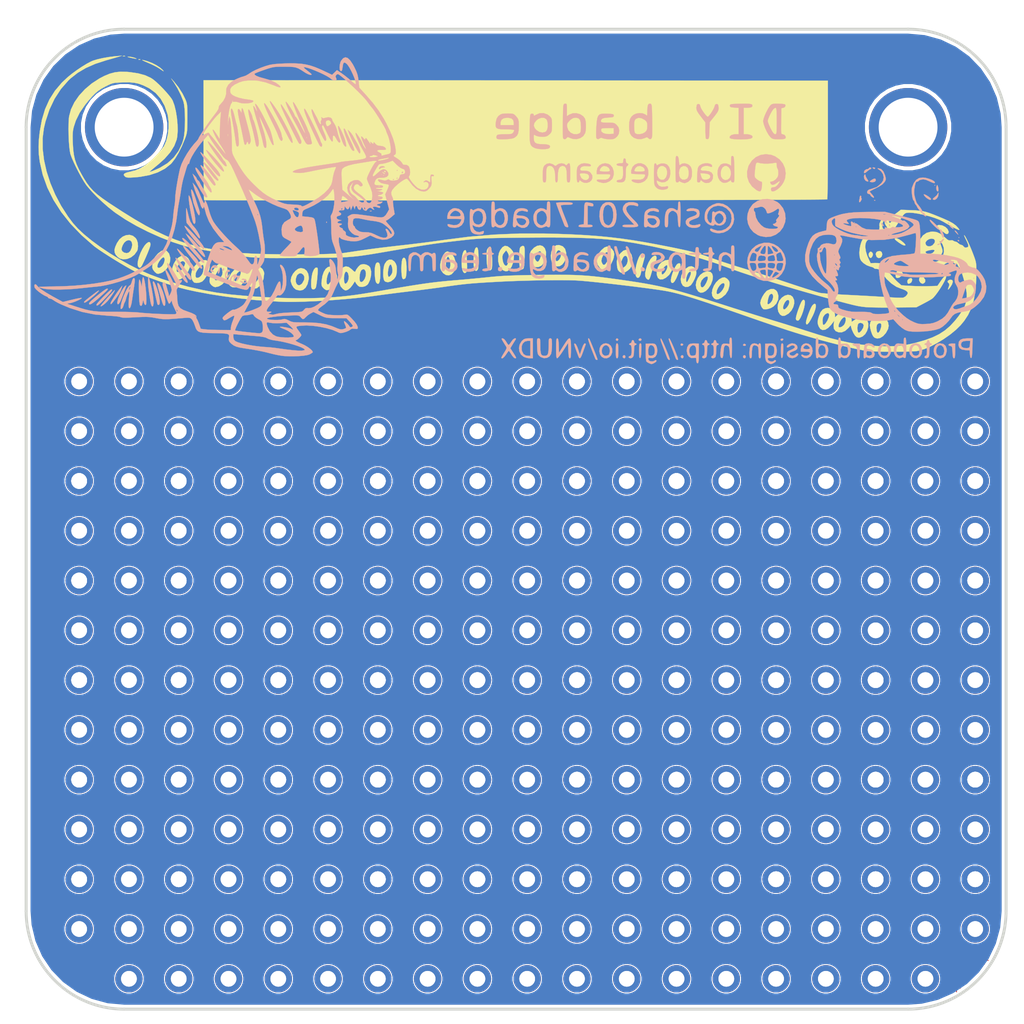
<source format=kicad_pcb>
(kicad_pcb (version 20171130) (host pcbnew 5.1.2)
  (title_block (title "protoboard with solid gndplane (base pattern)") (comment 1 "CC-BY 4.0") (comment 2 "See http://git.io/vNUDX"))
  (layers (0 F.Cu signal hide) (31 B.Cu signal) (34 B.Paste user hide) (35 F.Paste user hide) (36 B.SilkS user) (37 F.SilkS user hide) (38 B.Mask user hide) (39 F.Mask user hide) (44 Edge.Cuts user))
  (net 0 "")
  (module LOGO (layer F.Cu) (at 24.5 26.1)
    (fp_text reference G*** hide)
    (fp_text value LOGO hide)
  )
  (module LOGO (layer F.Cu) (at 24.3459 23.5712)
    (fp_text reference G*** hide)
    (fp_text value LOGO hide)
  )
  (module LOGO (layer F.Cu) (at 24.9682 24.9936)
    (fp_text reference G*** hide)
    (fp_text value LOGO hide)
  )
  (module LOGO (layer F.Cu) (at 25 25)
    (fp_text reference G*** hide)
    (fp_text value LOGO hide)
    (fp_poly (pts (xy 0.010583 -27.37914) (xy 15.9385 -27.3685) (xy 15.9385 -24.355768) (xy 15.938069 -23.858151) (xy 15.936825 -23.385321) (xy 15.934838 -22.94409) (xy 15.932178 -22.541269) (xy 15.928914 -22.18367) (xy 15.925118 -21.878106) (xy 15.920859 -21.631388) (xy 15.916208 -21.450328) (xy 15.911235 -21.341738) (xy 15.907122 -21.311668) (xy 15.862704 -21.308993) (xy 15.737199 -21.306336) (xy 15.534182 -21.303702) (xy 15.257227 -21.301094) (xy 14.909909 -21.298517) (xy 14.495801 -21.295974) (xy 14.018478 -21.293471) (xy 13.481513 -21.291011) (xy 12.888482 -21.288598) (xy 12.242958 -21.286237) (xy 11.548517 -21.283932) (xy 10.80873 -21.281687) (xy 10.027175 -21.279506) (xy 9.207423 -21.277393) (xy 8.35305 -21.275353) (xy 7.46763 -21.27339) (xy 6.554737 -21.271507) (xy 5.617946 -21.26971) (xy 4.66083 -21.268002) (xy 3.686964 -21.266388) (xy 2.699922 -21.264871) (xy 1.703278 -21.263456) (xy 0.700607 -21.262147) (xy -0.304518 -21.260949) (xy -1.308521 -21.259865) (xy -2.30783 -21.258899) (xy -3.298868 -21.258057) (xy -4.278063 -21.257341) (xy -5.241841 -21.256757) (xy -6.186625 -21.256307) (xy -7.108844 -21.255998) (xy -8.004922 -21.255832) (xy -8.871285 -21.255814) (xy -9.704359 -21.255948) (xy -10.500569 -21.256239) (xy -11.256342 -21.25669) (xy -11.968103 -21.257306) (xy -12.632278 -21.25809) (xy -13.245292 -21.259048) (xy -13.803572 -21.260182) (xy -14.303544 -21.261499) (xy -14.741632 -21.263001) (xy -15.114263 -21.264692) (xy -15.417862 -21.266578) (xy -15.648856 -21.268662) (xy -15.80367 -21.270948) (xy -15.878729 -21.273441) (xy -15.885584 -21.274428) (xy -15.8908 -21.321225) (xy -15.895749 -21.445903) (xy -15.900361 -21.641678) (xy -15.904566 -21.901763) (xy -15.908294 -22.219375) (xy -15.911474 -22.587727) (xy -15.914037 -23.000035) (xy -15.915913 -23.449513) (xy -15.917031 -23.929377) (xy -15.917334 -24.348778) (xy -15.917334 -27.389779) (xy 0.010583 -27.37914)) (layer F.Cu) (width 0.01))
  )
  (module LOGO (layer F.Cu) (at 24.5491 20.1422)
    (fp_text reference G*** hide)
    (fp_text value LOGO hide)
    (fp_poly (pts (xy -19.238766 -14.357912) (xy -19.1601 -14.281737) (xy -19.130898 -14.164165) (xy -19.144656 -14.027329) (xy -19.194872 -13.893364) (xy -19.275044 -13.784404) (xy -19.378667 -13.722584) (xy -19.427354 -13.716) (xy -19.541488 -13.73791) (xy -19.618476 -13.782524) (xy -19.672313 -13.860454) (xy -19.677876 -13.954686) (xy -19.635659 -14.090295) (xy -19.625036 -14.116233) (xy -19.534546 -14.263945) (xy -19.418904 -14.353277) (xy -19.294357 -14.374066) (xy -19.238766 -14.357912)) (layer F.Cu) (width 0.01))
    (fp_poly (pts (xy 2.690062 -13.851588) (xy 2.730139 -13.778105) (xy 2.746282 -13.673447) (xy 2.734067 -13.555219) (xy 2.689071 -13.441026) (xy 2.663928 -13.404209) (xy 2.575424 -13.313514) (xy 2.511462 -13.301037) (xy 2.469868 -13.358184) (xy 2.456538 -13.464616) (xy 2.470647 -13.604908) (xy 2.505198 -13.740266) (xy 2.553194 -13.831893) (xy 2.555795 -13.834604) (xy 2.630473 -13.87629) (xy 2.690062 -13.851588)) (layer F.Cu) (width 0.01))
    (fp_poly (pts (xy 1.730155 -13.761443) (xy 1.735631 -13.654614) (xy 1.699185 -13.503747) (xy 1.676486 -13.444641) (xy 1.613766 -13.321591) (xy 1.555667 -13.276269) (xy 1.491973 -13.303044) (xy 1.466158 -13.328748) (xy 1.403576 -13.449827) (xy 1.423852 -13.584192) (xy 1.517109 -13.722089) (xy 1.615401 -13.804741) (xy 1.688247 -13.814672) (xy 1.730155 -13.761443)) (layer F.Cu) (width 0.01))
    (fp_poly (pts (xy 5.194319 -13.712922) (xy 5.203167 -13.600833) (xy 5.173807 -13.458376) (xy 5.125428 -13.341065) (xy 5.032268 -13.185269) (xy 4.954023 -13.112096) (xy 4.89101 -13.121815) (xy 4.880522 -13.133394) (xy 4.815114 -13.26361) (xy 4.815425 -13.415618) (xy 4.829999 -13.478083) (xy 4.887075 -13.6016) (xy 4.973915 -13.704645) (xy 5.069266 -13.767422) (xy 5.146202 -13.772605) (xy 5.194319 -13.712922)) (layer F.Cu) (width 0.01))
    (fp_poly (pts (xy 0.020871 -13.743559) (xy 0.06606 -13.648488) (xy 0.080357 -13.531548) (xy 0.071646 -13.390406) (xy 0.039677 -13.203205) (xy -0.008766 -13.096092) (xy -0.072727 -13.070244) (xy -0.146586 -13.121587) (xy -0.198824 -13.217789) (xy -0.236301 -13.357251) (xy -0.243647 -13.411482) (xy -0.2486 -13.550446) (xy -0.223291 -13.646454) (xy -0.158882 -13.737193) (xy -0.054483 -13.858564) (xy 0.020871 -13.743559)) (layer F.Cu) (width 0.01))
    (fp_poly (pts (xy 6.098839 -13.548866) (xy 6.133452 -13.439126) (xy 6.138334 -13.355571) (xy 6.124151 -13.206704) (xy 6.072757 -13.101029) (xy 6.034424 -13.057909) (xy 5.922985 -12.973023) (xy 5.836317 -12.962256) (xy 5.781822 -13.024108) (xy 5.779213 -13.110424) (xy 5.806225 -13.239077) (xy 5.852514 -13.377766) (xy 5.907737 -13.494187) (xy 5.949614 -13.548145) (xy 6.035705 -13.587097) (xy 6.098839 -13.548866)) (layer F.Cu) (width 0.01))
    (fp_poly (pts (xy -17.49529 -13.453924) (xy -17.483666 -13.359415) (xy -17.506498 -13.236315) (xy -17.565016 -13.120037) (xy -17.644256 -13.025655) (xy -17.729255 -12.968244) (xy -17.805047 -12.962875) (xy -17.843734 -12.996712) (xy -17.852296 -13.084681) (xy -17.805929 -13.213212) (xy -17.711081 -13.364544) (xy -17.709432 -13.36675) (xy -17.612194 -13.472484) (xy -17.539361 -13.501495) (xy -17.49529 -13.453924)) (layer F.Cu) (width 0.01))
    (fp_poly (pts (xy -2.995494 -13.519284) (xy -2.970254 -13.474931) (xy -2.917403 -13.325949) (xy -2.896595 -13.158084) (xy -2.910779 -13.009402) (xy -2.930175 -12.957343) (xy -3.001988 -12.860745) (xy -3.071647 -12.836106) (xy -3.103562 -12.85434) (xy -3.125163 -12.919881) (xy -3.133605 -13.040114) (xy -3.130206 -13.18631) (xy -3.116284 -13.32974) (xy -3.093156 -13.441676) (xy -3.074739 -13.482705) (xy -3.027806 -13.536909) (xy -2.995494 -13.519284)) (layer F.Cu) (width 0.01))
    (fp_poly (pts (xy 8.168295 -13.066062) (xy 8.170334 -13.012402) (xy 8.147748 -12.918895) (xy 8.0917 -12.805789) (xy 8.019752 -12.70031) (xy 7.949467 -12.629682) (xy 7.914179 -12.615333) (xy 7.881794 -12.650898) (xy 7.874 -12.702102) (xy 7.902237 -12.831497) (xy 7.972247 -12.965814) (xy 8.06198 -13.06564) (xy 8.086105 -13.081234) (xy 8.146869 -13.103331) (xy 8.168295 -13.066062)) (layer F.Cu) (width 0.01))
    (fp_poly (pts (xy -16.516279 -13.313155) (xy -16.480006 -13.280815) (xy -16.43783 -13.220219) (xy -16.443133 -13.146598) (xy -16.466064 -13.08487) (xy -16.534745 -12.962964) (xy -16.627843 -12.849976) (xy -16.723428 -12.768936) (xy -16.792268 -12.742333) (xy -16.857187 -12.776575) (xy -16.876565 -12.80811) (xy -16.87541 -12.898174) (xy -16.833152 -13.022287) (xy -16.764226 -13.150593) (xy -16.683069 -13.253236) (xy -16.647126 -13.282626) (xy -16.569044 -13.324522) (xy -16.516279 -13.313155)) (layer F.Cu) (width 0.01))
    (fp_poly (pts (xy -5.920833 -13.11325) (xy -5.885721 -13.021705) (xy -5.856219 -12.832898) (xy -5.890959 -12.663798) (xy -5.970517 -12.55046) (xy -6.03222 -12.50155) (xy -6.062906 -12.511823) (xy -6.079525 -12.548794) (xy -6.093537 -12.648644) (xy -6.086292 -12.789103) (xy -6.062698 -12.936961) (xy -6.02766 -13.059011) (xy -5.99593 -13.114546) (xy -5.953394 -13.142656) (xy -5.920833 -13.11325)) (layer F.Cu) (width 0.01))
    (fp_poly (pts (xy -15.505484 -13.086636) (xy -15.494811 -12.994261) (xy -15.50159 -12.872784) (xy -15.524512 -12.748777) (xy -15.557938 -12.656819) (xy -15.64019 -12.542806) (xy -15.737502 -12.470355) (xy -15.829747 -12.449278) (xy -15.896797 -12.48939) (xy -15.897864 -12.49108) (xy -15.915119 -12.59006) (xy -15.883118 -12.723669) (xy -15.811346 -12.865563) (xy -15.723387 -12.975791) (xy -15.629869 -13.06162) (xy -15.557096 -13.114824) (xy -15.534922 -13.123333) (xy -15.505484 -13.086636)) (layer F.Cu) (width 0.01))
    (fp_poly (pts (xy 9.375734 -12.696164) (xy 9.339735 -12.566677) (xy 9.297355 -12.466604) (xy 9.228431 -12.324238) (xy 9.181355 -12.25309) (xy 9.14765 -12.245327) (xy 9.118835 -12.293118) (xy 9.116363 -12.299429) (xy 9.115538 -12.382298) (xy 9.146242 -12.501749) (xy 9.196165 -12.625813) (xy 9.252999 -12.722521) (xy 9.292887 -12.757918) (xy 9.360114 -12.760189) (xy 9.375734 -12.696164)) (layer F.Cu) (width 0.01))
    (fp_poly (pts (xy -14.572217 -12.959197) (xy -14.543915 -12.868549) (xy -14.528714 -12.755531) (xy -14.532381 -12.651281) (xy -14.538834 -12.623733) (xy -14.591433 -12.524552) (xy -14.675641 -12.42341) (xy -14.766318 -12.34632) (xy -14.833313 -12.319) (xy -14.907249 -12.345534) (xy -14.923987 -12.363739) (xy -14.936663 -12.437426) (xy -14.928165 -12.501323) (xy -14.891564 -12.593256) (xy -14.827731 -12.711199) (xy -14.751585 -12.832095) (xy -14.678043 -12.932889) (xy -14.622025 -12.990527) (xy -14.60785 -12.996333) (xy -14.572217 -12.959197)) (layer F.Cu) (width 0.01))
    (fp_poly (pts (xy -13.589233 -12.795479) (xy -13.596073 -12.716086) (xy -13.602731 -12.67412) (xy -13.639515 -12.544444) (xy -13.698806 -12.428929) (xy -13.768783 -12.338685) (xy -13.837627 -12.284823) (xy -13.893519 -12.278455) (xy -13.924637 -12.330692) (xy -13.927508 -12.368812) (xy -13.896512 -12.497883) (xy -13.81924 -12.638235) (xy -13.718728 -12.752527) (xy -13.669601 -12.786842) (xy -13.610464 -12.813538) (xy -13.589233 -12.795479)) (layer F.Cu) (width 0.01))
    (fp_poly (pts (xy -12.732863 -12.709335) (xy -12.72261 -12.701197) (xy -12.66403 -12.602216) (xy -12.680244 -12.466323) (xy -12.74319 -12.33878) (xy -12.839009 -12.215545) (xy -12.926125 -12.173767) (xy -13.009341 -12.211321) (xy -13.016275 -12.217989) (xy -13.071394 -12.326751) (xy -13.066395 -12.459912) (xy -13.008468 -12.590511) (xy -12.904805 -12.691585) (xy -12.887267 -12.70173) (xy -12.799412 -12.733753) (xy -12.732863 -12.709335)) (layer F.Cu) (width 0.01))
    (fp_poly (pts (xy -7.272095 -12.868671) (xy -7.223251 -12.759329) (xy -7.215803 -12.725232) (xy -7.213493 -12.592927) (xy -7.246759 -12.460438) (xy -7.30475 -12.345144) (xy -7.376613 -12.264424) (xy -7.451494 -12.235657) (xy -7.505647 -12.261092) (xy -7.52249 -12.317226) (xy -7.533247 -12.42857) (xy -7.535333 -12.511866) (xy -7.517361 -12.678847) (xy -7.470888 -12.805473) (xy -7.407077 -12.884289) (xy -7.337092 -12.907839) (xy -7.272095 -12.868671)) (layer F.Cu) (width 0.01))
    (fp_poly (pts (xy -8.143761 -12.720284) (xy -8.102277 -12.620516) (xy -8.085668 -12.490985) (xy -8.085666 -12.489661) (xy -8.104516 -12.362899) (xy -8.151791 -12.246296) (xy -8.213584 -12.167516) (xy -8.256594 -12.149666) (xy -8.29466 -12.185618) (xy -8.322924 -12.258057) (xy -8.335978 -12.382896) (xy -8.326815 -12.529785) (xy -8.300051 -12.664492) (xy -8.260305 -12.752784) (xy -8.255491 -12.758042) (xy -8.198655 -12.772167) (xy -8.143761 -12.720284)) (layer F.Cu) (width 0.01))
    (fp_poly (pts (xy -9.000139 -12.640276) (xy -8.95109 -12.513224) (xy -8.938599 -12.427176) (xy -8.96455 -12.345896) (xy -9.020453 -12.249913) (xy -9.102076 -12.140796) (xy -9.164093 -12.111904) (xy -9.209721 -12.161927) (xy -9.213557 -12.171353) (xy -9.223814 -12.268699) (xy -9.209657 -12.410184) (xy -9.176953 -12.560881) (xy -9.131566 -12.685861) (xy -9.125059 -12.698363) (xy -9.067945 -12.802559) (xy -9.000139 -12.640276)) (layer F.Cu) (width 0.01))
    (fp_poly (pts (xy -10.428803 -12.640725) (xy -10.404253 -12.613808) (xy -10.347817 -12.48301) (xy -10.372946 -12.330446) (xy -10.452147 -12.192) (xy -10.54849 -12.096037) (xy -10.647926 -12.079834) (xy -10.720916 -12.110155) (xy -10.7802 -12.19226) (xy -10.795 -12.297945) (xy -10.77219 -12.468694) (xy -10.711922 -12.598243) (xy -10.626439 -12.676696) (xy -10.527985 -12.694156) (xy -10.428803 -12.640725)) (layer F.Cu) (width 0.01))
    (fp_poly (pts (xy 10.244335 -12.468974) (xy 10.244667 -12.459365) (xy 10.22028 -12.35117) (xy 10.159506 -12.215402) (xy 10.080923 -12.086423) (xy 10.003111 -11.998591) (xy 9.990832 -11.989933) (xy 9.921778 -11.9599) (xy 9.883079 -11.996307) (xy 9.868482 -12.032047) (xy 9.857644 -12.173176) (xy 9.912597 -12.321178) (xy 10.021773 -12.446255) (xy 10.134369 -12.515357) (xy 10.212045 -12.523136) (xy 10.244335 -12.468974)) (layer F.Cu) (width 0.01))
    (fp_poly (pts (xy 11.08152 -12.152022) (xy 11.091334 -12.092427) (xy 11.068327 -11.989985) (xy 11.009014 -11.875731) (xy 10.927958 -11.766072) (xy 10.839719 -11.677421) (xy 10.758859 -11.626188) (xy 10.69994 -11.628782) (xy 10.690064 -11.640214) (xy 10.675443 -11.73445) (xy 10.709328 -11.862495) (xy 10.78213 -11.996564) (xy 10.836263 -12.063854) (xy 10.946427 -12.159474) (xy 11.031241 -12.189206) (xy 11.08152 -12.152022)) (layer F.Cu) (width 0.01))
    (fp_poly (pts (xy 13.521234 -11.631655) (xy 13.559466 -11.565746) (xy 13.565326 -11.459839) (xy 13.530951 -11.330681) (xy 13.469563 -11.225496) (xy 13.392341 -11.14459) (xy 13.320218 -11.106129) (xy 13.282782 -11.115329) (xy 13.275435 -11.169966) (xy 13.288097 -11.274538) (xy 13.314292 -11.398559) (xy 13.347546 -11.511547) (xy 13.381384 -11.583016) (xy 13.382373 -11.584238) (xy 13.459311 -11.642756) (xy 13.521234 -11.631655)) (layer F.Cu) (width 0.01))
    (fp_poly (pts (xy 14.363725 -11.315586) (xy 14.389784 -11.252066) (xy 14.38206 -11.156375) (xy 14.337388 -11.044826) (xy 14.283737 -10.967581) (xy 14.190269 -10.870001) (xy 14.126204 -10.84078) (xy 14.079054 -10.874699) (xy 14.075322 -10.880494) (xy 14.068657 -10.956543) (xy 14.098433 -11.069689) (xy 14.152712 -11.187548) (xy 14.219553 -11.277735) (xy 14.222926 -11.280861) (xy 14.30705 -11.330622) (xy 14.363725 -11.315586)) (layer F.Cu) (width 0.01))
    (fp_poly (pts (xy 16.420315 -10.608388) (xy 16.425334 -10.56048) (xy 16.406551 -10.44837) (xy 16.358201 -10.32262) (xy 16.292281 -10.202485) (xy 16.220787 -10.107221) (xy 16.155715 -10.056085) (xy 16.114522 -10.061589) (xy 16.097475 -10.11766) (xy 16.08763 -10.225593) (xy 16.086667 -10.274813) (xy 16.103319 -10.424674) (xy 16.162579 -10.533709) (xy 16.190576 -10.564091) (xy 16.298045 -10.648037) (xy 16.377499 -10.662758) (xy 16.420315 -10.608388)) (layer F.Cu) (width 0.01))
    (fp_poly (pts (xy 17.255877 -10.421567) (xy 17.27223 -10.334864) (xy 17.2592 -10.222618) (xy 17.218165 -10.111224) (xy 17.188355 -10.06508) (xy 17.099441 -9.981395) (xy 17.003219 -9.932027) (xy 16.927638 -9.929867) (xy 16.914618 -9.938826) (xy 16.898929 -10.008178) (xy 16.927681 -10.11572) (xy 16.987451 -10.237833) (xy 17.064816 -10.350902) (xy 17.146352 -10.431308) (xy 17.208766 -10.456333) (xy 17.255877 -10.421567)) (layer F.Cu) (width 0.01))
    (fp_poly (pts (xy 18.134852 -10.121502) (xy 18.159314 -10.098531) (xy 18.189247 -9.99878) (xy 18.142525 -9.865228) (xy 18.071516 -9.761324) (xy 17.990754 -9.674451) (xy 17.931589 -9.655648) (xy 17.892889 -9.680222) (xy 17.87358 -9.741233) (xy 17.865636 -9.850932) (xy 17.869273 -9.974075) (xy 17.884707 -10.075421) (xy 17.890363 -10.093037) (xy 17.949352 -10.146524) (xy 18.04346 -10.15627) (xy 18.134852 -10.121502)) (layer F.Cu) (width 0.01))
    (fp_poly (pts (xy 19.077595 -10.10461) (xy 19.089242 -10.006024) (xy 19.053639 -9.857468) (xy 19.030994 -9.798807) (xy 18.970638 -9.686472) (xy 18.91353 -9.653482) (xy 18.866556 -9.680222) (xy 18.849143 -9.736654) (xy 18.839215 -9.844446) (xy 18.838334 -9.890399) (xy 18.849601 -10.020671) (xy 18.889892 -10.094413) (xy 18.923875 -10.118135) (xy 19.02153 -10.144792) (xy 19.077595 -10.10461)) (layer F.Cu) (width 0.01))
    (fp_poly (pts (xy 19.738096 -15.569527) (xy 19.734245 -15.530198) (xy 19.684835 -15.442812) (xy 19.672027 -15.422442) (xy 19.583138 -15.301037) (xy 19.517992 -15.252104) (xy 19.480696 -15.277435) (xy 19.473334 -15.335744) (xy 19.507868 -15.449885) (xy 19.592488 -15.541053) (xy 19.698717 -15.578664) (xy 19.699533 -15.578666) (xy 19.738096 -15.569527)) (layer F.Cu) (width 0.01))
    (fp_poly (pts (xy 19.253747 -15.331213) (xy 19.261667 -15.275083) (xy 19.289455 -15.172114) (xy 19.334067 -15.103165) (xy 19.380883 -15.039058) (xy 19.366344 -14.999485) (xy 19.34465 -14.984064) (xy 19.234026 -14.939974) (xy 19.162952 -14.970005) (xy 19.134964 -15.072401) (xy 19.134667 -15.088371) (xy 19.147276 -15.243202) (xy 19.182073 -15.340348) (xy 19.223863 -15.367) (xy 19.253747 -15.331213)) (layer F.Cu) (width 0.01))
    (fp_poly (pts (xy 21.74966 -14.445052) (xy 21.814812 -14.391061) (xy 21.822759 -14.301252) (xy 21.821189 -14.295505) (xy 21.754581 -14.175137) (xy 21.649452 -14.092) (xy 21.529979 -14.05667) (xy 21.420336 -14.079722) (xy 21.3868 -14.105466) (xy 21.338939 -14.204211) (xy 21.366882 -14.310802) (xy 21.410084 -14.360598) (xy 21.527384 -14.432974) (xy 21.647213 -14.460075) (xy 21.74966 -14.445052)) (layer F.Cu) (width 0.01))
    (fp_poly (pts (xy 21.782509 -13.888165) (xy 21.801667 -13.863518) (xy 21.764193 -13.776226) (xy 21.669302 -13.711904) (xy 21.543295 -13.680862) (xy 21.412469 -13.693411) (xy 21.388917 -13.701703) (xy 21.333153 -13.745307) (xy 21.353609 -13.793528) (xy 21.442662 -13.839193) (xy 21.568834 -13.871046) (xy 21.709498 -13.891625) (xy 21.782509 -13.888165)) (layer F.Cu) (width 0.01))
    (fp_poly (pts (xy 17.976575 -13.542556) (xy 17.97867 -13.535277) (xy 17.984868 -13.443062) (xy 17.977101 -13.408277) (xy 17.963204 -13.40687) (xy 17.957528 -13.473141) (xy 17.957586 -13.483166) (xy 17.963691 -13.548824) (xy 17.976575 -13.542556)) (layer F.Cu) (width 0.01))
    (fp_poly (pts (xy 22.084428 -14.329509) (xy 22.136565 -14.272909) (xy 22.240131 -14.095215) (xy 22.281768 -13.884008) (xy 22.260109 -13.664942) (xy 22.179252 -13.472262) (xy 22.070368 -13.365346) (xy 21.913368 -13.290196) (xy 21.736446 -13.252878) (xy 21.567795 -13.259457) (xy 21.439341 -13.313086) (xy 21.390625 -13.354357) (xy 21.405852 -13.364421) (xy 21.491423 -13.350793) (xy 21.645663 -13.35583) (xy 21.82127 -13.411082) (xy 21.988625 -13.501945) (xy 22.118106 -13.613816) (xy 22.164115 -13.682439) (xy 22.202648 -13.777287) (xy 22.208105 -13.857337) (xy 22.180221 -13.961741) (xy 22.161863 -14.013117) (xy 22.11522 -14.145813) (xy 22.079325 -14.257242) (xy 22.070812 -14.2875) (xy 22.061925 -14.338751) (xy 22.084428 -14.329509)) (layer F.Cu) (width 0.01))
    (fp_poly (pts (xy 16.303696 -15.986259) (xy 16.384488 -15.928696) (xy 16.406319 -15.898823) (xy 16.434132 -15.849628) (xy 16.448056 -15.796173) (xy 16.446113 -15.723533) (xy 16.426326 -15.616779) (xy 16.386718 -15.460987) (xy 16.325312 -15.241229) (xy 16.313894 -15.201109) (xy 16.301248 -15.129425) (xy 16.333101 -15.119079) (xy 16.365612 -15.13005) (xy 16.544971 -15.188684) (xy 16.734477 -15.233355) (xy 16.905524 -15.258652) (xy 17.029504 -15.259162) (xy 17.039167 -15.257447) (xy 17.198367 -15.186993) (xy 17.332907 -15.061129) (xy 17.415877 -14.906834) (xy 17.424694 -14.870925) (xy 17.424261 -14.719164) (xy 17.381811 -14.548971) (xy 17.30946 -14.394347) (xy 17.219328 -14.28929) (xy 17.216719 -14.287429) (xy 17.087859 -14.236028) (xy 16.930292 -14.224422) (xy 16.780122 -14.251184) (xy 16.679334 -14.308666) (xy 16.609987 -14.410913) (xy 16.600812 -14.499514) (xy 16.64086 -14.556507) (xy 16.719184 -14.563925) (xy 16.807079 -14.518294) (xy 16.917464 -14.450385) (xy 17.003077 -14.450029) (xy 17.091406 -14.51816) (xy 17.101018 -14.528316) (xy 17.170902 -14.654286) (xy 17.182798 -14.797958) (xy 17.136519 -14.926176) (xy 17.103441 -14.964132) (xy 16.986113 -15.017167) (xy 16.827091 -15.017123) (xy 16.644734 -14.970603) (xy 16.457401 -14.884211) (xy 16.283451 -14.764552) (xy 16.141243 -14.618229) (xy 16.141018 -14.617935) (xy 16.0771 -14.523428) (xy 16.041595 -14.431299) (xy 16.026682 -14.311101) (xy 16.024354 -14.163795) (xy 16.039669 -13.903635) (xy 16.090298 -13.697556) (xy 16.186789 -13.518674) (xy 16.339687 -13.340106) (xy 16.352612 -13.327087) (xy 16.543493 -13.160975) (xy 16.751653 -13.034369) (xy 16.996928 -12.938296) (xy 17.299154 -12.863783) (xy 17.429997 -12.839776) (xy 17.644628 -12.806077) (xy 17.811093 -12.789902) (xy 17.963911 -12.790542) (xy 18.137597 -12.807291) (xy 18.25296 -12.822889) (xy 18.515093 -12.86019) (xy 18.706376 -12.88561) (xy 18.839909 -12.898253) (xy 18.928795 -12.897223) (xy 18.986134 -12.881623) (xy 19.025027 -12.850558) (xy 19.058575 -12.80313) (xy 19.08175 -12.766194) (xy 19.140585 -12.67134) (xy 19.174066 -12.612703) (xy 19.177 -12.605344) (xy 19.138606 -12.598824) (xy 19.039182 -12.593439) (xy 18.933584 -12.590916) (xy 18.794828 -12.58744) (xy 18.59795 -12.580394) (xy 18.369369 -12.570809) (xy 18.139834 -12.559936) (xy 17.821982 -12.54986) (xy 17.567056 -12.556) (xy 17.354743 -12.579076) (xy 17.293167 -12.590022) (xy 16.879716 -12.702121) (xy 16.528001 -12.866773) (xy 16.230323 -13.088083) (xy 16.090358 -13.23143) (xy 15.963765 -13.388816) (xy 15.877766 -13.536147) (xy 15.825065 -13.696383) (xy 15.798369 -13.892482) (xy 15.790384 -14.147405) (xy 15.790334 -14.175798) (xy 15.791764 -14.373978) (xy 15.799524 -14.524748) (xy 15.818819 -14.654229) (xy 15.854854 -14.788542) (xy 15.912833 -14.953808) (xy 15.980834 -15.131866) (xy 16.053958 -15.32632) (xy 16.114092 -15.496229) (xy 16.155211 -15.623854) (xy 16.171295 -15.691458) (xy 16.171334 -15.692942) (xy 16.164509 -15.737284) (xy 16.129979 -15.722462) (xy 16.093917 -15.691061) (xy 15.997743 -15.628514) (xy 15.93091 -15.644502) (xy 15.891956 -15.728539) (xy 15.8966 -15.85363) (xy 15.971528 -15.946805) (xy 16.104886 -15.996691) (xy 16.176919 -16.002) (xy 16.303696 -15.986259)) (layer F.Cu) (width 0.01))
    (fp_poly (pts (xy -19.507881 -23.730583) (xy -19.347402 -23.707992) (xy -19.154288 -23.669918) (xy -19.153903 -23.669838) (xy -18.614698 -23.530756) (xy -18.145908 -23.352265) (xy -17.740634 -23.129463) (xy -17.391975 -22.857449) (xy -17.093032 -22.531322) (xy -16.836905 -22.14618) (xy -16.73255 -21.949833) (xy -16.632259 -21.740752) (xy -16.55847 -21.562901) (xy -16.50727 -21.39636) (xy -16.474745 -21.221212) (xy -16.456982 -21.017538) (xy -16.450067 -20.765419) (xy -16.449736 -20.5105) (xy -16.462415 -20.072712) (xy -16.499167 -19.703622) (xy -16.564501 -19.389553) (xy -16.662926 -19.116828) (xy -16.79895 -18.871769) (xy -16.977081 -18.640701) (xy -17.114079 -18.495027) (xy -17.295048 -18.340679) (xy -17.52233 -18.185445) (xy -17.767922 -18.045613) (xy -18.003819 -17.937473) (xy -18.161 -17.886107) (xy -18.266833 -17.860191) (xy -18.161 -17.949886) (xy -18.077256 -18.019898) (xy -17.952486 -18.123096) (xy -17.811277 -18.239157) (xy -17.786994 -18.259041) (xy -17.436926 -18.580144) (xy -17.162883 -18.907202) (xy -16.967828 -19.236173) (xy -16.865992 -19.515666) (xy -16.827043 -19.761572) (xy -16.816578 -20.06259) (xy -16.832128 -20.395028) (xy -16.871225 -20.735193) (xy -16.931404 -21.059391) (xy -17.010195 -21.343929) (xy -17.072866 -21.502073) (xy -17.146052 -21.620465) (xy -17.268311 -21.778341) (xy -17.424789 -21.959668) (xy -17.600635 -22.148412) (xy -17.780996 -22.32854) (xy -17.95102 -22.48402) (xy -18.074878 -22.583765) (xy -18.333584 -22.73337) (xy -18.655086 -22.846665) (xy -19.045778 -22.925637) (xy -19.258543 -22.951811) (xy -19.603519 -22.974189) (xy -19.896783 -22.961256) (xy -20.165324 -22.908929) (xy -20.436126 -22.813124) (xy -20.568311 -22.753603) (xy -20.980759 -22.524575) (xy -21.355488 -22.250898) (xy -21.684159 -21.942165) (xy -21.958433 -21.607966) (xy -22.16997 -21.257895) (xy -22.310433 -20.901542) (xy -22.355748 -20.697686) (xy -22.375994 -20.50066) (xy -22.386378 -20.248618) (xy -22.387598 -19.962377) (xy -22.380355 -19.662754) (xy -22.365346 -19.370566) (xy -22.34327 -19.10663) (xy -22.314827 -18.891763) (xy -22.291416 -18.781383) (xy -22.23381 -18.614519) (xy -22.141012 -18.39599) (xy -22.023151 -18.145647) (xy -21.890355 -17.883341) (xy -21.752752 -17.628924) (xy -21.620471 -17.402245) (xy -21.50364 -17.223156) (xy -21.479532 -17.190137) (xy -21.290358 -16.960764) (xy -21.04901 -16.702107) (xy -20.773779 -16.431823) (xy -20.482955 -16.167568) (xy -20.194828 -15.926999) (xy -20.074948 -15.834202) (xy -19.596162 -15.503185) (xy -19.051306 -15.178143) (xy -18.458925 -14.86806) (xy -17.837563 -14.581915) (xy -17.205764 -14.328692) (xy -16.582073 -14.11737) (xy -16.447492 -14.077308) (xy -16.303986 -14.041115) (xy -16.092622 -13.995048) (xy -15.829208 -13.942191) (xy -15.529557 -13.88563) (xy -15.209477 -13.828449) (xy -14.928094 -13.780829) (xy -14.520875 -13.713716) (xy -14.170672 -13.656488) (xy -13.866689 -13.608409) (xy -13.598129 -13.568745) (xy -13.354197 -13.536759) (xy -13.124097 -13.511717) (xy -12.897033 -13.492884) (xy -12.662208 -13.479525) (xy -12.408826 -13.470905) (xy -12.126093 -13.466288) (xy -11.803211 -13.46494) (xy -11.429385 -13.466125) (xy -10.993818 -13.469109) (xy -10.485716 -13.473155) (xy -10.417363 -13.473693) (xy -9.903889 -13.477573) (xy -9.463761 -13.481195) (xy -9.085664 -13.485526) (xy -8.758285 -13.491537) (xy -8.470313 -13.500198) (xy -8.210433 -13.512478) (xy -7.967333 -13.529346) (xy -7.729699 -13.551773) (xy -7.486219 -13.580727) (xy -7.22558 -13.61718) (xy -6.936468 -13.662099) (xy -6.607571 -13.716455) (xy -6.227576 -13.781217) (xy -5.785169 -13.857356) (xy -5.630333 -13.883978) (xy -5.148815 -13.966358) (xy -4.736586 -14.035929) (xy -4.379582 -14.094742) (xy -4.063739 -14.144846) (xy -3.774994 -14.188293) (xy -3.499283 -14.22713) (xy -3.222542 -14.263409) (xy -2.930708 -14.299178) (xy -2.609716 -14.336488) (xy -2.245503 -14.377389) (xy -2.243666 -14.377593) (xy -2.014293 -14.402495) (xy -1.804967 -14.423538) (xy -1.605484 -14.441134) (xy -1.405641 -14.455693) (xy -1.195233 -14.467628) (xy -0.964056 -14.47735) (xy -0.701905 -14.48527) (xy -0.398577 -14.4918) (xy -0.043867 -14.497352) (xy 0.372429 -14.502336) (xy 0.860515 -14.507165) (xy 1.001434 -14.508454) (xy 1.745286 -14.513378) (xy 2.41252 -14.513751) (xy 3.011081 -14.509276) (xy 3.54891 -14.499658) (xy 4.033952 -14.484601) (xy 4.474148 -14.463809) (xy 4.877441 -14.436986) (xy 5.251775 -14.403836) (xy 5.605091 -14.364064) (xy 5.882389 -14.326637) (xy 6.724763 -14.189926) (xy 7.582106 -14.023026) (xy 8.43719 -13.830293) (xy 9.272785 -13.616083) (xy 10.071661 -13.38475) (xy 10.81659 -13.14065) (xy 11.345334 -12.945661) (xy 11.59567 -12.853065) (xy 11.917334 -12.742042) (xy 12.299771 -12.615709) (xy 12.732428 -12.47718) (xy 13.204751 -12.32957) (xy 13.706187 -12.175995) (xy 14.226181 -12.01957) (xy 14.754182 -11.863411) (xy 15.279635 -11.710632) (xy 15.791986 -11.564349) (xy 16.280682 -11.427677) (xy 16.73517 -11.303732) (xy 17.144895 -11.195628) (xy 17.499305 -11.106481) (xy 17.787846 -11.039406) (xy 17.8435 -11.027488) (xy 18.012303 -11.001782) (xy 18.249389 -10.979169) (xy 18.538414 -10.960086) (xy 18.863035 -10.944972) (xy 19.206911 -10.934265) (xy 19.553698 -10.928405) (xy 19.887053 -10.927829) (xy 20.190635 -10.932975) (xy 20.448099 -10.944283) (xy 20.574 -10.954242) (xy 20.768485 -10.976436) (xy 20.916575 -11.004635) (xy 21.049116 -11.048732) (xy 21.196958 -11.118619) (xy 21.357167 -11.205398) (xy 21.552267 -11.319303) (xy 21.693185 -11.418517) (xy 21.803312 -11.522272) (xy 21.906039 -11.649801) (xy 21.918433 -11.666857) (xy 22.0773 -11.897723) (xy 22.208613 -12.109515) (xy 22.275833 -12.234298) (xy 22.468715 -12.234298) (xy 22.504157 -12.200771) (xy 22.549355 -12.154752) (xy 22.551479 -12.078239) (xy 22.510264 -11.951656) (xy 22.500441 -11.927416) (xy 22.482513 -11.862686) (xy 22.505292 -11.862924) (xy 22.561567 -11.923298) (xy 22.625641 -12.011327) (xy 22.708427 -12.161202) (xy 22.732678 -12.2752) (xy 22.698221 -12.344331) (xy 22.63235 -12.361333) (xy 22.53243 -12.340758) (xy 22.472727 -12.291954) (xy 22.468715 -12.234298) (xy 22.275833 -12.234298) (xy 22.306241 -12.290745) (xy 22.364052 -12.429924) (xy 22.375917 -12.515563) (xy 22.374232 -12.521022) (xy 22.348541 -12.561877) (xy 22.310775 -12.54549) (xy 22.253647 -12.480483) (xy 22.171743 -12.373209) (xy 22.076771 -12.240429) (xy 22.045486 -12.194733) (xy 21.929471 -12.022666) (xy 21.34279 -12.022666) (xy 21.092579 -12.024783) (xy 20.839135 -12.030554) (xy 20.611271 -12.03911) (xy 20.437801 -12.049584) (xy 20.431007 -12.050148) (xy 20.258861 -12.068025) (xy 20.141597 -12.093657) (xy 20.049499 -12.138172) (xy 19.95285 -12.212696) (xy 19.919574 -12.241645) (xy 19.85844 -12.301451) (xy 20.412576 -12.301451) (xy 20.417768 -12.218921) (xy 20.451039 -12.161074) (xy 20.503078 -12.158782) (xy 20.576783 -12.193489) (xy 20.643403 -12.271135) (xy 20.658098 -12.341866) (xy 21.008594 -12.341866) (xy 21.054735 -12.241605) (xy 21.063684 -12.231183) (xy 21.158011 -12.158907) (xy 21.243436 -12.167421) (xy 21.2852 -12.200466) (xy 21.333102 -12.298668) (xy 21.302472 -12.407204) (xy 21.248855 -12.469409) (xy 21.154754 -12.516743) (xy 21.073448 -12.498532) (xy 21.019779 -12.433874) (xy 21.008594 -12.341866) (xy 20.658098 -12.341866) (xy 20.658667 -12.3446) (xy 20.644195 -12.423204) (xy 20.587518 -12.440646) (xy 20.56774 -12.438361) (xy 20.466357 -12.390447) (xy 20.412576 -12.301451) (xy 19.85844 -12.301451) (xy 19.81418 -12.344749) (xy 19.677736 -12.492734) (xy 19.607484 -12.574017) (xy 19.809451 -12.574017) (xy 19.829454 -12.487281) (xy 19.840222 -12.474222) (xy 19.921807 -12.445326) (xy 20.022335 -12.480808) (xy 20.104329 -12.556357) (xy 20.157785 -12.674833) (xy 20.13506 -12.780982) (xy 20.040538 -12.855614) (xy 20.035471 -12.857617) (xy 19.959491 -12.848117) (xy 19.887684 -12.780385) (xy 19.833266 -12.680368) (xy 19.809451 -12.574017) (xy 19.607484 -12.574017) (xy 19.530479 -12.663112) (xy 19.43198 -12.783438) (xy 19.302943 -12.937871) (xy 19.183615 -13.067507) (xy 19.088496 -13.157358) (xy 19.037443 -13.191275) (xy 18.938804 -13.207719) (xy 18.800113 -13.213779) (xy 18.741865 -13.212519) (xy 18.539563 -13.203703) (xy 18.517808 -13.250194) (xy 19.435477 -13.250194) (xy 19.466357 -13.197456) (xy 19.491763 -13.168691) (xy 19.557016 -13.104987) (xy 19.610211 -13.090845) (xy 19.672951 -13.131557) (xy 19.766838 -13.232415) (xy 19.770932 -13.237075) (xy 19.907968 -13.39315) (xy 19.791827 -13.49305) (xy 19.692967 -13.562619) (xy 19.618305 -13.566027) (xy 19.548928 -13.497922) (xy 19.495785 -13.40925) (xy 19.445099 -13.309619) (xy 19.435477 -13.250194) (xy 18.517808 -13.250194) (xy 18.407744 -13.485394) (xy 18.36157 -13.607747) (xy 18.43518 -13.607747) (xy 18.457334 -13.546666) (xy 18.518891 -13.472427) (xy 18.579191 -13.482748) (xy 18.633798 -13.56658) (xy 18.659789 -13.66357) (xy 18.646757 -13.692958) (xy 18.796 -13.692958) (xy 18.824109 -13.569898) (xy 18.89465 -13.489648) (xy 18.986947 -13.465149) (xy 19.080322 -13.50934) (xy 19.083867 -13.5128) (xy 19.129922 -13.610823) (xy 19.120082 -13.725396) (xy 19.069913 -13.801707) (xy 18.985462 -13.827561) (xy 18.888502 -13.804523) (xy 18.81473 -13.746765) (xy 18.796 -13.692958) (xy 18.646757 -13.692958) (xy 18.627707 -13.735913) (xy 18.555365 -13.794811) (xy 18.494681 -13.771923) (xy 18.457334 -13.716) (xy 18.43518 -13.607747) (xy 18.36157 -13.607747) (xy 18.319112 -13.72025) (xy 18.272863 -13.945459) (xy 18.270271 -14.143315) (xy 18.31261 -14.29611) (xy 18.345896 -14.344606) (xy 18.470239 -14.432894) (xy 18.544084 -14.461398) (xy 19.780477 -14.461398) (xy 19.786965 -14.412475) (xy 19.869864 -14.332555) (xy 19.949584 -14.274645) (xy 20.119109 -14.16748) (xy 20.23874 -14.110262) (xy 20.303586 -14.104687) (xy 20.309621 -14.149916) (xy 20.259845 -14.216347) (xy 20.161872 -14.301832) (xy 20.042904 -14.38691) (xy 19.930144 -14.452119) (xy 19.851043 -14.478) (xy 19.780477 -14.461398) (xy 18.544084 -14.461398) (xy 18.667501 -14.509036) (xy 18.926364 -14.56942) (xy 19.151993 -14.601954) (xy 19.321209 -14.623728) (xy 19.432533 -14.650094) (xy 19.512481 -14.692263) (xy 19.587568 -14.761443) (xy 19.624409 -14.801667) (xy 19.709742 -14.90922) (xy 19.81308 -15.055929) (xy 21.928667 -15.055929) (xy 21.951623 -14.978037) (xy 22.032088 -14.91295) (xy 22.098244 -14.880057) (xy 22.214354 -14.819871) (xy 22.299564 -14.761869) (xy 22.315094 -14.746627) (xy 22.395444 -14.692192) (xy 22.47298 -14.698472) (xy 22.51837 -14.75965) (xy 22.521334 -14.787517) (xy 22.482483 -14.915101) (xy 22.379807 -15.029147) (xy 22.234122 -15.114018) (xy 22.066244 -15.154076) (xy 22.031744 -15.155333) (xy 21.952086 -15.136254) (xy 21.928771 -15.064569) (xy 21.928667 -15.055929) (xy 19.81308 -15.055929) (xy 19.819767 -15.065422) (xy 19.937327 -15.245324) (xy 20.003692 -15.353176) (xy 20.125154 -15.54733) (xy 20.22633 -15.676965) (xy 20.325905 -15.752729) (xy 20.442567 -15.785266) (xy 20.595001 -15.785223) (xy 20.737144 -15.771024) (xy 20.934682 -15.739418) (xy 21.170832 -15.688652) (xy 21.423872 -15.624791) (xy 21.67208 -15.553897) (xy 21.893736 -15.482032) (xy 22.067115 -15.415261) (xy 22.140334 -15.37937) (xy 22.262254 -15.31036) (xy 22.430591 -15.215914) (xy 22.617656 -15.111542) (xy 22.711834 -15.05922) (xy 22.881082 -14.962982) (xy 23.028919 -14.874617) (xy 23.135148 -14.806418) (xy 23.171587 -14.779367) (xy 23.228812 -14.708223) (xy 23.304315 -14.587188) (xy 23.385502 -14.440276) (xy 23.459784 -14.291501) (xy 23.514569 -14.164876) (xy 23.537266 -14.084414) (xy 23.537334 -14.081825) (xy 23.503654 -14.024181) (xy 23.426005 -13.999796) (xy 23.339473 -14.011616) (xy 23.280345 -14.06025) (xy 23.212823 -14.125056) (xy 23.161405 -14.139333) (xy 23.076407 -14.169011) (xy 23.008167 -14.224) (xy 22.923576 -14.28822) (xy 22.855937 -14.308666) (xy 22.777593 -14.329793) (xy 22.754071 -14.351155) (xy 22.698155 -14.373903) (xy 22.621144 -14.366872) (xy 22.544985 -14.363096) (xy 22.465011 -14.400541) (xy 22.358443 -14.490746) (xy 22.337989 -14.51028) (xy 22.13383 -14.680478) (xy 21.94257 -14.779657) (xy 21.747445 -14.816099) (xy 21.717743 -14.816666) (xy 21.471962 -14.779931) (xy 21.269208 -14.673019) (xy 21.113446 -14.500868) (xy 21.008639 -14.268418) (xy 20.958752 -13.980609) (xy 20.955 -13.866323) (xy 20.99104 -13.599564) (xy 21.098719 -13.377634) (xy 21.277374 -13.201306) (xy 21.526341 -13.071353) (xy 21.677381 -13.023906) (xy 21.878736 -12.984789) (xy 22.034923 -12.992144) (xy 22.174661 -13.051098) (xy 22.286373 -13.132612) (xy 22.416205 -13.215046) (xy 22.55484 -13.265314) (xy 22.679783 -13.279494) (xy 22.76854 -13.253664) (xy 22.793752 -13.221063) (xy 22.847134 -13.177387) (xy 22.882879 -13.181632) (xy 22.948156 -13.16821) (xy 22.985744 -13.10547) (xy 23.031093 -13.017953) (xy 23.067415 -12.977794) (xy 23.109739 -12.917524) (xy 23.163306 -12.791755) (xy 23.223124 -12.618084) (xy 23.284202 -12.414105) (xy 23.341547 -12.197416) (xy 23.390169 -11.985614) (xy 23.425075 -11.796294) (xy 23.440448 -11.662833) (xy 23.440002 -11.406684) (xy 23.399647 -11.17506) (xy 23.312102 -10.947363) (xy 23.170088 -10.702992) (xy 23.032421 -10.508369) (xy 22.753302 -10.165648) (xy 22.469888 -9.887698) (xy 22.163226 -9.660977) (xy 21.814368 -9.471943) (xy 21.404361 -9.307052) (xy 21.30262 -9.272186) (xy 20.818674 -9.13075) (xy 20.336745 -9.033165) (xy 19.836383 -8.977028) (xy 19.297142 -8.959938) (xy 18.774834 -8.975257) (xy 18.313756 -9.012685) (xy 17.832439 -9.078643) (xy 17.320807 -9.175362) (xy 16.768787 -9.305071) (xy 16.166302 -9.469998) (xy 15.503279 -9.672373) (xy 15.24 -9.757386) (xy 14.919086 -9.86095) (xy 14.549683 -9.977854) (xy 14.164617 -10.097851) (xy 14.071264 -10.126484) (xy 15.241775 -10.126484) (xy 15.266851 -10.078615) (xy 15.324867 -10.098717) (xy 15.38039 -10.151406) (xy 15.405772 -10.188898) (xy 15.836564 -10.188898) (xy 15.853437 -10.078978) (xy 15.892302 -9.972219) (xy 15.978595 -9.844444) (xy 16.093783 -9.791805) (xy 16.230072 -9.813137) (xy 16.379668 -9.907272) (xy 16.530741 -10.067836) (xy 16.683388 -10.263765) (xy 16.655686 -10.090524) (xy 16.651454 -9.913804) (xy 16.708914 -9.789811) (xy 16.834105 -9.707465) (xy 16.871998 -9.693619) (xy 17.044462 -9.670909) (xy 17.206793 -9.724431) (xy 17.368512 -9.857747) (xy 17.39828 -9.890481) (xy 17.524171 -10.033862) (xy 17.552259 -9.917014) (xy 17.603054 -9.76481) (xy 17.6758 -9.615228) (xy 17.754914 -9.496716) (xy 17.811452 -9.443891) (xy 17.912236 -9.40429) (xy 18.015682 -9.416144) (xy 18.120354 -9.462372) (xy 18.251804 -9.571787) (xy 18.351254 -9.732945) (xy 18.410758 -9.91986) (xy 18.419286 -10.056926) (xy 18.503008 -10.056926) (xy 18.511677 -9.953984) (xy 18.54143 -9.800163) (xy 18.54514 -9.782801) (xy 18.615665 -9.564415) (xy 18.715967 -9.423635) (xy 18.844396 -9.361462) (xy 18.999299 -9.378894) (xy 19.117936 -9.43613) (xy 19.280578 -9.57645) (xy 19.394791 -9.758145) (xy 19.450885 -9.958238) (xy 19.439169 -10.153752) (xy 19.431499 -10.179655) (xy 19.346185 -10.317653) (xy 19.21055 -10.409401) (xy 19.045891 -10.453811) (xy 18.873504 -10.449794) (xy 18.714684 -10.396263) (xy 18.590727 -10.292129) (xy 18.550242 -10.224683) (xy 18.515753 -10.137616) (xy 18.503008 -10.056926) (xy 18.419286 -10.056926) (xy 18.422374 -10.106546) (xy 18.378156 -10.267016) (xy 18.370444 -10.280478) (xy 18.254644 -10.405121) (xy 18.10731 -10.451778) (xy 17.930047 -10.420375) (xy 17.724462 -10.310836) (xy 17.723989 -10.310515) (xy 17.568334 -10.204885) (xy 17.568334 -10.311545) (xy 17.537924 -10.464841) (xy 17.45964 -10.605581) (xy 17.352898 -10.701485) (xy 17.326353 -10.713811) (xy 17.170768 -10.729668) (xy 17.000819 -10.672352) (xy 16.839285 -10.553178) (xy 16.721667 -10.440493) (xy 16.721667 -10.569704) (xy 16.694952 -10.696287) (xy 16.633928 -10.810457) (xy 16.557279 -10.884556) (xy 16.460365 -10.916666) (xy 16.35674 -10.922) (xy 16.185408 -10.892386) (xy 16.052265 -10.79885) (xy 15.949893 -10.634351) (xy 15.895879 -10.484491) (xy 15.850637 -10.313393) (xy 15.836564 -10.188898) (xy 15.405772 -10.188898) (xy 15.42995 -10.22461) (xy 15.500296 -10.351301) (xy 15.578272 -10.507403) (xy 15.598618 -10.550798) (xy 15.686256 -10.763908) (xy 15.735845 -10.937226) (xy 15.745933 -11.061178) (xy 15.715071 -11.12619) (xy 15.686901 -11.133666) (xy 15.621602 -11.106589) (xy 15.551017 -11.020352) (xy 15.470487 -10.867447) (xy 15.375354 -10.640364) (xy 15.366078 -10.616449) (xy 15.2912 -10.401547) (xy 15.249828 -10.236177) (xy 15.241775 -10.126484) (xy 14.071264 -10.126484) (xy 13.796713 -10.210693) (xy 13.546667 -10.285993) (xy 13.308181 -10.35806) (xy 14.725806 -10.35806) (xy 14.735472 -10.322845) (xy 14.794297 -10.268438) (xy 14.865983 -10.294108) (xy 14.946537 -10.396964) (xy 15.009739 -10.521588) (xy 15.08433 -10.71449) (xy 15.141189 -10.908607) (xy 15.176582 -11.084751) (xy 15.186775 -11.223738) (xy 15.168036 -11.306381) (xy 15.1635 -11.311766) (xy 15.112698 -11.336785) (xy 15.059138 -11.30572) (xy 14.998515 -11.211966) (xy 14.926521 -11.048919) (xy 14.841727 -10.818241) (xy 14.770959 -10.602285) (xy 14.733092 -10.452499) (xy 14.725806 -10.35806) (xy 13.308181 -10.35806) (xy 13.29909 -10.360807) (xy 12.98721 -10.456724) (xy 12.62724 -10.568665) (xy 12.235394 -10.691548) (xy 11.827885 -10.820293) (xy 11.420925 -10.949818) (xy 11.099767 -11.052801) (xy 10.683781 -11.186072) (xy 12.911667 -11.186072) (xy 12.936992 -11.053402) (xy 12.999384 -10.927966) (xy 13.055588 -10.867607) (xy 13.145265 -10.846722) (xy 13.278374 -10.862552) (xy 13.425804 -10.908154) (xy 13.471716 -10.93184) (xy 13.795953 -10.93184) (xy 13.82265 -10.752651) (xy 13.895565 -10.612599) (xy 13.908631 -10.598521) (xy 14.020965 -10.524203) (xy 14.146769 -10.521273) (xy 14.298446 -10.590572) (xy 14.355368 -10.628777) (xy 14.470845 -10.749642) (xy 14.568924 -10.920197) (xy 14.632507 -11.105464) (xy 14.647334 -11.22599) (xy 14.61746 -11.383133) (xy 14.538869 -11.51052) (xy 14.428103 -11.586774) (xy 14.358511 -11.599175) (xy 14.204753 -11.563398) (xy 14.046843 -11.469304) (xy 13.914542 -11.336152) (xy 13.885105 -11.292803) (xy 13.816447 -11.12146) (xy 13.795953 -10.93184) (xy 13.471716 -10.93184) (xy 13.558447 -10.976584) (xy 13.58149 -10.993046) (xy 13.733241 -11.153382) (xy 13.819481 -11.343007) (xy 13.835071 -11.543118) (xy 13.781066 -11.723305) (xy 13.678942 -11.847793) (xy 13.543899 -11.895704) (xy 13.380825 -11.866216) (xy 13.268899 -11.809392) (xy 13.162371 -11.711862) (xy 13.056607 -11.564716) (xy 12.969307 -11.39884) (xy 12.918173 -11.245118) (xy 12.911667 -11.186072) (xy 10.683781 -11.186072) (xy 10.496137 -11.246188) (xy 9.962096 -11.414818) (xy 9.487103 -11.561271) (xy 9.060615 -11.68813) (xy 8.67209 -11.797975) (xy 8.310986 -11.893387) (xy 7.966761 -11.976949) (xy 7.628874 -12.051242) (xy 7.286783 -12.118847) (xy 6.929944 -12.182346) (xy 6.547817 -12.24432) (xy 6.129859 -12.30735) (xy 5.793879 -12.355755) (xy 8.344283 -12.355755) (xy 8.352721 -12.250761) (xy 8.394103 -12.199745) (xy 8.468423 -12.212344) (xy 8.517185 -12.244916) (xy 8.562291 -12.308581) (xy 8.575208 -12.33432) (xy 8.858797 -12.33432) (xy 8.859162 -12.330991) (xy 8.906868 -12.153687) (xy 8.995348 -12.034588) (xy 9.111668 -11.980505) (xy 9.242896 -11.998254) (xy 9.334715 -12.0593) (xy 9.625617 -12.0593) (xy 9.662968 -11.883965) (xy 9.744646 -11.760688) (xy 9.858768 -11.701656) (xy 10.003144 -11.719709) (xy 10.019232 -11.728405) (xy 10.441031 -11.728405) (xy 10.450366 -11.568451) (xy 10.513684 -11.446147) (xy 10.535107 -11.426281) (xy 10.632073 -11.363959) (xy 10.725162 -11.352544) (xy 10.841795 -11.392818) (xy 10.926238 -11.437468) (xy 11.122225 -11.593548) (xy 11.262348 -11.801351) (xy 11.33303 -12.040136) (xy 11.335537 -12.062607) (xy 11.341721 -12.197561) (xy 11.320762 -12.285662) (xy 11.262515 -12.362998) (xy 11.246507 -12.379342) (xy 11.13283 -12.464887) (xy 11.019679 -12.479865) (xy 10.885721 -12.424947) (xy 10.834328 -12.392285) (xy 10.682325 -12.25795) (xy 10.562468 -12.090777) (xy 10.480217 -11.908388) (xy 10.441031 -11.728405) (xy 10.019232 -11.728405) (xy 10.16 -11.804489) (xy 10.253913 -11.902005) (xy 10.35032 -12.051137) (xy 10.433318 -12.22086) (xy 10.487008 -12.380145) (xy 10.498667 -12.465338) (xy 10.466771 -12.630065) (xy 10.378828 -12.738013) (xy 10.246455 -12.78329) (xy 10.081272 -12.76001) (xy 9.992302 -12.722012) (xy 9.833413 -12.601703) (xy 9.715937 -12.437956) (xy 9.644972 -12.250559) (xy 9.625617 -12.0593) (xy 9.334715 -12.0593) (xy 9.352455 -12.071094) (xy 9.445142 -12.187781) (xy 9.535468 -12.350259) (xy 9.608215 -12.525332) (xy 9.648165 -12.679799) (xy 9.651587 -12.723659) (xy 9.619428 -12.876357) (xy 9.533858 -12.988381) (xy 9.412852 -13.045105) (xy 9.274382 -13.031902) (xy 9.273305 -13.031495) (xy 9.09457 -12.921153) (xy 8.957097 -12.753276) (xy 8.874101 -12.550215) (xy 8.858797 -12.33432) (xy 8.575208 -12.33432) (xy 8.623239 -12.430025) (xy 8.690856 -12.586141) (xy 8.755964 -12.753824) (xy 8.809388 -12.909966) (xy 8.841953 -13.031462) (xy 8.847667 -13.077136) (xy 8.830343 -13.157504) (xy 8.809154 -13.184472) (xy 8.736209 -13.193711) (xy 8.656289 -13.130875) (xy 8.564978 -12.991642) (xy 8.516708 -12.898249) (xy 8.42627 -12.689135) (xy 8.368797 -12.505092) (xy 8.344283 -12.355755) (xy 5.793879 -12.355755) (xy 5.757334 -12.36102) (xy 5.301347 -12.424518) (xy 4.899254 -12.477059) (xy 4.536372 -12.519502) (xy 4.198014 -12.552706) (xy 3.869496 -12.577533) (xy 3.536132 -12.594841) (xy 3.183239 -12.605491) (xy 2.79613 -12.610342) (xy 2.360121 -12.610256) (xy 1.860528 -12.606091) (xy 1.621162 -12.603243) (xy 1.117086 -12.595845) (xy 0.685166 -12.587059) (xy 0.312895 -12.576344) (xy -0.012232 -12.563159) (xy -0.302723 -12.546963) (xy -0.571084 -12.527214) (xy -0.829822 -12.503372) (xy -0.931333 -12.492792) (xy -1.264616 -12.458356) (xy -1.642464 -12.42149) (xy -2.028697 -12.385594) (xy -2.387129 -12.354066) (xy -2.561166 -12.33967) (xy -2.892771 -12.311984) (xy -3.201812 -12.283482) (xy -3.499459 -12.252594) (xy -3.796885 -12.217754) (xy -4.105259 -12.177393) (xy -4.435752 -12.129943) (xy -4.799536 -12.073836) (xy -5.20778 -12.007505) (xy -5.671657 -11.92938) (xy -6.202336 -11.837895) (xy -6.477 -11.790012) (xy -6.970046 -11.705458) (xy -7.397706 -11.636278) (xy -7.777451 -11.580433) (xy -8.126752 -11.535886) (xy -8.463079 -11.5006) (xy -8.803904 -11.472537) (xy -9.166698 -11.44966) (xy -9.561777 -11.430245) (xy -10.142829 -11.413905) (xy -10.773759 -11.412862) (xy -11.437221 -11.426157) (xy -12.115871 -11.45283) (xy -12.792363 -11.491922) (xy -13.449353 -11.542472) (xy -14.069495 -11.603521) (xy -14.635445 -11.674108) (xy -15.007166 -11.73158) (xy -15.940441 -11.917898) (xy -16.843793 -12.152376) (xy -17.70686 -12.431415) (xy -18.51928 -12.751416) (xy -19.270689 -13.108781) (xy -19.400422 -13.181306) (xy -18.85953 -13.181306) (xy -18.845664 -13.056769) (xy -18.806439 -12.980607) (xy -18.749585 -12.962814) (xy -18.696302 -13.003181) (xy -18.111113 -13.003181) (xy -18.09438 -12.911699) (xy -18.039606 -12.82502) (xy -18.013409 -12.793071) (xy -17.918253 -12.696049) (xy -17.831561 -12.662737) (xy -17.718564 -12.684093) (xy -17.666339 -12.70282) (xy -17.629127 -12.724902) (xy -17.107528 -12.724902) (xy -17.064241 -12.558246) (xy -16.998757 -12.465242) (xy -16.869612 -12.37947) (xy -16.727967 -12.373321) (xy -16.565606 -12.446642) (xy -16.550067 -12.456883) (xy -16.421019 -12.580917) (xy -16.398576 -12.614691) (xy -16.129 -12.614691) (xy -16.099498 -12.415955) (xy -16.017641 -12.276358) (xy -15.893401 -12.202142) (xy -15.736751 -12.199548) (xy -15.57208 -12.266083) (xy -15.557515 -12.279587) (xy -15.192119 -12.279587) (xy -15.164068 -12.17581) (xy -15.095071 -12.085559) (xy -15.093757 -12.084242) (xy -14.982875 -12.003734) (xy -14.859866 -11.985694) (xy -14.701578 -12.027738) (xy -14.669765 -12.040576) (xy -14.558485 -12.111681) (xy -14.442113 -12.222616) (xy -14.43998 -12.225257) (xy -14.256293 -12.225257) (xy -14.207599 -12.131346) (xy -14.168303 -12.082754) (xy -14.077672 -12.003399) (xy -13.965948 -11.971853) (xy -13.891426 -11.968788) (xy -13.7179 -12.00049) (xy -13.566919 -12.100787) (xy -13.427065 -12.277464) (xy -13.418313 -12.291415) (xy -13.343557 -12.411996) (xy -13.315138 -12.282606) (xy -13.257098 -12.159148) (xy -13.151707 -12.038138) (xy -13.025031 -11.942942) (xy -12.90314 -11.896924) (xy -12.883442 -11.895666) (xy -12.764875 -11.934578) (xy -12.632552 -12.045112) (xy -12.48722 -12.259701) (xy -12.466933 -12.33127) (xy -11.048934 -12.33127) (xy -11.013637 -12.132709) (xy -10.917899 -11.973678) (xy -10.776596 -11.865249) (xy -10.6046 -11.818492) (xy -10.416786 -11.844477) (xy -10.402081 -11.849817) (xy -10.302391 -11.92804) (xy -10.21896 -12.066525) (xy -10.158569 -12.241402) (xy -10.152715 -12.277291) (xy -10.008682 -12.277291) (xy -10.006546 -12.085583) (xy -9.982419 -11.9357) (xy -9.960575 -11.882739) (xy -9.906171 -11.858182) (xy -9.831186 -11.881939) (xy -9.776771 -11.938) (xy -9.753642 -12.0165) (xy -9.730129 -12.150861) (xy -9.729801 -12.153389) (xy -9.480122 -12.153389) (xy -9.469982 -12.060186) (xy -9.433581 -11.990625) (xy -9.373451 -11.924906) (xy -9.257629 -11.842692) (xy -9.13695 -11.833603) (xy -8.995179 -11.897818) (xy -8.948586 -11.929611) (xy -8.846026 -12.03926) (xy -8.755008 -12.196074) (xy -8.69408 -12.362842) (xy -8.687122 -12.413142) (xy -8.586492 -12.413142) (xy -8.566215 -12.182164) (xy -8.488807 -11.996199) (xy -8.377052 -11.880032) (xy -8.288546 -11.825263) (xy -8.219793 -11.817454) (xy -8.125203 -11.852684) (xy -8.114649 -11.857475) (xy -8.032751 -11.919979) (xy -7.939128 -12.026699) (xy -7.894509 -12.09085) (xy -7.77637 -12.277751) (xy -7.701106 -12.153988) (xy -7.623521 -12.059797) (xy -7.539917 -12.002997) (xy -7.537303 -12.002125) (xy -7.395656 -11.991131) (xy -7.246904 -12.029) (xy -7.139171 -12.100699) (xy -7.035716 -12.265616) (xy -6.96875 -12.474359) (xy -6.943575 -12.695491) (xy -6.944778 -12.706583) (xy -6.762009 -12.706583) (xy -6.752463 -12.522771) (xy -6.732523 -12.360305) (xy -6.703911 -12.244078) (xy -6.68564 -12.20952) (xy -6.608629 -12.153513) (xy -6.545191 -12.178773) (xy -6.503458 -12.281958) (xy -6.486514 -12.425436) (xy -6.478558 -12.618053) (xy -6.478889 -12.685408) (xy -6.329786 -12.685408) (xy -6.323875 -12.510139) (xy -6.301028 -12.37127) (xy -6.270733 -12.304471) (xy -6.167142 -12.238913) (xy -6.034562 -12.240001) (xy -5.891967 -12.304609) (xy -5.800123 -12.382029) (xy -5.716627 -12.479362) (xy -5.66972 -12.574919) (xy -5.645759 -12.703171) (xy -5.638026 -12.791625) (xy -5.636684 -12.8659) (xy -5.402033 -12.8659) (xy -5.395113 -12.686407) (xy -5.379136 -12.534946) (xy -5.354177 -12.432903) (xy -5.334 -12.403694) (xy -5.254094 -12.394515) (xy -5.207 -12.427935) (xy -5.176129 -12.481616) (xy -5.156461 -12.578025) (xy -5.146194 -12.7315) (xy -5.1435 -12.932907) (xy -5.14639 -13.144878) (xy -3.418288 -13.144878) (xy -3.417177 -12.97175) (xy -3.41282 -12.944526) (xy -3.349062 -12.780994) (xy -3.238573 -12.661289) (xy -3.100013 -12.595288) (xy -2.952041 -12.592865) (xy -2.841281 -12.642032) (xy -2.732275 -12.763316) (xy -2.65635 -12.937683) (xy -2.625717 -13.136164) (xy -2.625596 -13.153723) (xy -2.638769 -13.246067) (xy -2.328097 -13.246067) (xy -2.316581 -13.013999) (xy -2.283521 -12.842403) (xy -2.231813 -12.737192) (xy -2.16435 -12.704278) (xy -2.084704 -12.748896) (xy -2.062199 -12.808845) (xy -2.051661 -12.935866) (xy -2.052775 -13.136496) (xy -2.05861 -13.288646) (xy -2.061515 -13.347221) (xy -1.723233 -13.347221) (xy -1.718166 -13.148679) (xy -1.697983 -12.98038) (xy -1.661878 -12.865161) (xy -1.648895 -12.84563) (xy -1.599874 -12.802831) (xy -1.551181 -12.825266) (xy -1.527636 -12.847916) (xy -1.497947 -12.893944) (xy -1.478441 -12.970909) (xy -1.467454 -13.093711) (xy -1.463321 -13.277254) (xy -1.463436 -13.42236) (xy -1.46818 -13.607247) (xy -1.055827 -13.607247) (xy -1.051256 -13.417014) (xy -1.037227 -13.161282) (xy -1.013686 -12.988798) (xy -0.980507 -12.898666) (xy -0.979066 -12.896867) (xy -0.907586 -12.834496) (xy -0.844756 -12.849183) (xy -0.803091 -12.891996) (xy -0.783397 -12.95988) (xy -0.772637 -13.090713) (xy -0.769956 -13.263632) (xy -0.7745 -13.457775) (xy -0.774905 -13.465011) (xy -0.467615 -13.465011) (xy -0.453995 -13.253123) (xy -0.399294 -13.062001) (xy -0.306491 -12.912359) (xy -0.211666 -12.838796) (xy -0.075782 -12.790867) (xy 0.030016 -12.809076) (xy 0.1176 -12.880494) (xy 0.245292 -13.07399) (xy 0.320739 -13.318105) (xy 0.335995 -13.492179) (xy 0.613834 -13.492179) (xy 0.6168 -13.235222) (xy 0.627611 -13.05404) (xy 0.649131 -12.93989) (xy 0.684225 -12.884027) (xy 0.735758 -12.877706) (xy 0.804334 -12.910748) (xy 0.832181 -12.9465) (xy 0.852544 -13.021454) (xy 0.867073 -13.148069) (xy 0.877416 -13.338805) (xy 0.88266 -13.502467) (xy 0.885669 -13.640443) (xy 1.138314 -13.640443) (xy 1.151065 -13.394229) (xy 1.208726 -13.199656) (xy 1.307579 -13.067535) (xy 1.344083 -13.042058) (xy 1.494068 -12.999932) (xy 1.653968 -13.027473) (xy 1.747118 -13.080921) (xy 1.834358 -13.186544) (xy 1.912573 -13.344284) (xy 1.966839 -13.515824) (xy 2.22328 -13.515824) (xy 2.255992 -13.321343) (xy 2.330984 -13.169678) (xy 2.440506 -13.070798) (xy 2.576807 -13.034672) (xy 2.732136 -13.071269) (xy 2.754312 -13.082415) (xy 2.86449 -13.184645) (xy 2.935416 -13.322957) (xy 4.562843 -13.322957) (xy 4.619001 -13.118604) (xy 4.741277 -12.947544) (xy 4.826742 -12.872248) (xy 4.896391 -12.851165) (xy 4.988356 -12.873251) (xy 4.992654 -12.874743) (xy 5.107246 -12.940153) (xy 5.215508 -13.040368) (xy 5.228704 -13.056775) (xy 5.308286 -13.18871) (xy 5.592227 -13.18871) (xy 5.59757 -13.093178) (xy 5.62053 -12.933193) (xy 5.662953 -12.831366) (xy 5.713173 -12.777634) (xy 5.820225 -12.712862) (xy 5.925241 -12.710275) (xy 6.045186 -12.759478) (xy 6.0633 -12.773074) (xy 6.53483 -12.773074) (xy 6.543346 -12.611108) (xy 6.556863 -12.562416) (xy 6.606286 -12.469276) (xy 6.663953 -12.453213) (xy 6.738962 -12.498916) (xy 6.782825 -12.56999) (xy 6.783233 -12.571337) (xy 7.03652 -12.571337) (xy 7.071252 -12.454722) (xy 7.088772 -12.432943) (xy 7.177626 -12.368237) (xy 7.24176 -12.380645) (xy 7.260527 -12.404249) (xy 7.284247 -12.463986) (xy 7.321967 -12.581282) (xy 7.365928 -12.731873) (xy 7.370207 -12.747245) (xy 7.377299 -12.770295) (xy 7.629614 -12.770295) (xy 7.632864 -12.592928) (xy 7.685901 -12.455419) (xy 7.785217 -12.376327) (xy 7.916602 -12.374547) (xy 8.077637 -12.450068) (xy 8.088982 -12.457591) (xy 8.277561 -12.627397) (xy 8.390286 -12.829345) (xy 8.424334 -13.038366) (xy 8.396643 -13.215197) (xy 8.318906 -13.32729) (xy 8.199122 -13.371545) (xy 8.045291 -13.344859) (xy 7.875252 -13.251225) (xy 7.757075 -13.125781) (xy 7.673107 -12.956692) (xy 7.629614 -12.770295) (xy 7.377299 -12.770295) (xy 7.42465 -12.924187) (xy 7.485591 -13.093075) (xy 7.536682 -13.210642) (xy 7.600436 -13.367883) (xy 7.619127 -13.492305) (xy 7.592533 -13.56992) (xy 7.542713 -13.589) (xy 7.440341 -13.549958) (xy 7.336031 -13.445015) (xy 7.236956 -13.292443) (xy 7.150292 -13.110517) (xy 7.083215 -12.917508) (xy 7.042899 -12.73169) (xy 7.03652 -12.571337) (xy 6.783233 -12.571337) (xy 6.819541 -12.691155) (xy 6.831915 -12.7635) (xy 6.858184 -12.914545) (xy 6.901198 -13.104134) (xy 6.949694 -13.284323) (xy 6.994802 -13.443636) (xy 7.015141 -13.543275) (xy 7.01199 -13.604124) (xy 6.986628 -13.64707) (xy 6.97279 -13.661686) (xy 6.910227 -13.706659) (xy 6.850859 -13.684876) (xy 6.832078 -13.67003) (xy 6.747755 -13.561272) (xy 6.669738 -13.392522) (xy 6.604157 -13.188456) (xy 6.557144 -12.973749) (xy 6.53483 -12.773074) (xy 6.0633 -12.773074) (xy 6.230359 -12.898464) (xy 6.34637 -13.084339) (xy 6.391231 -13.312456) (xy 6.373576 -13.527548) (xy 6.315925 -13.681653) (xy 6.217298 -13.805039) (xy 6.097856 -13.876126) (xy 6.03935 -13.885333) (xy 5.946379 -13.851783) (xy 5.834534 -13.76581) (xy 5.725281 -13.649432) (xy 5.640085 -13.524669) (xy 5.605161 -13.439945) (xy 5.593177 -13.336113) (xy 5.592227 -13.18871) (xy 5.308286 -13.18871) (xy 5.332681 -13.229152) (xy 5.413619 -13.430253) (xy 5.457205 -13.621546) (xy 5.461 -13.682245) (xy 5.424756 -13.813102) (xy 5.3329 -13.935978) (xy 5.210744 -14.024964) (xy 5.097167 -14.054666) (xy 4.989496 -14.019842) (xy 4.864494 -13.928571) (xy 4.741627 -13.80066) (xy 4.640361 -13.655916) (xy 4.585787 -13.534369) (xy 4.562843 -13.322957) (xy 2.935416 -13.322957) (xy 2.94528 -13.342192) (xy 2.992284 -13.52948) (xy 3.001103 -13.720932) (xy 2.967341 -13.890972) (xy 2.910417 -13.990235) (xy 2.770866 -14.099969) (xy 2.621679 -14.134219) (xy 2.477836 -14.098512) (xy 2.354317 -13.998373) (xy 2.266102 -13.839327) (xy 2.240598 -13.743153) (xy 2.22328 -13.515824) (xy 1.966839 -13.515824) (xy 1.968695 -13.521688) (xy 1.989667 -13.68331) (xy 1.961689 -13.838426) (xy 1.889874 -13.985123) (xy 1.792397 -14.08818) (xy 1.775489 -14.098344) (xy 1.65567 -14.11864) (xy 1.514668 -14.079333) (xy 1.372481 -13.994795) (xy 1.249108 -13.879398) (xy 1.16455 -13.747514) (xy 1.138314 -13.640443) (xy 0.885669 -13.640443) (xy 0.887634 -13.73053) (xy 0.887247 -13.887892) (xy 0.880153 -13.988424) (xy 0.865005 -14.045997) (xy 0.840457 -14.07448) (xy 0.826461 -14.081322) (xy 0.739709 -14.075125) (xy 0.684634 -14.037718) (xy 0.652464 -13.990308) (xy 0.631413 -13.914338) (xy 0.619408 -13.793849) (xy 0.61438 -13.61288) (xy 0.613834 -13.492179) (xy 0.335995 -13.492179) (xy 0.338667 -13.522667) (xy 0.331033 -13.673189) (xy 0.299254 -13.778824) (xy 0.230008 -13.878659) (xy 0.20906 -13.903002) (xy 0.062091 -14.038213) (xy -0.071001 -14.090364) (xy -0.193842 -14.059234) (xy -0.310058 -13.944602) (xy -0.359695 -13.868222) (xy -0.437174 -13.676949) (xy -0.467615 -13.465011) (xy -0.774905 -13.465011) (xy -0.785413 -13.65228) (xy -0.801841 -13.826284) (xy -0.822929 -13.958925) (xy -0.847823 -14.02934) (xy -0.849775 -14.031487) (xy -0.903137 -14.04119) (xy -0.976407 -13.976139) (xy -0.980177 -13.971564) (xy -1.018427 -13.915687) (xy -1.042177 -13.848888) (xy -1.05384 -13.752348) (xy -1.055827 -13.607247) (xy -1.46818 -13.607247) (xy -1.470234 -13.687295) (xy -1.487726 -13.871893) (xy -1.51688 -13.979922) (xy -1.558664 -14.015151) (xy -1.60851 -13.98709) (xy -1.655823 -13.89594) (xy -1.691254 -13.743688) (xy -1.713993 -13.55317) (xy -1.723233 -13.347221) (xy -2.061515 -13.347221) (xy -2.070363 -13.525563) (xy -2.081538 -13.689894) (xy -2.094646 -13.793664) (xy -2.112198 -13.848898) (xy -2.136704 -13.86762) (xy -2.170675 -13.861855) (xy -2.177737 -13.859241) (xy -2.240126 -13.793176) (xy -2.288117 -13.656322) (xy -2.318488 -13.461815) (xy -2.328097 -13.246067) (xy -2.638769 -13.246067) (xy -2.652296 -13.340879) (xy -2.721872 -13.51809) (xy -2.821779 -13.666396) (xy -2.939472 -13.766835) (xy -3.053656 -13.800666) (xy -3.149041 -13.761611) (xy -3.241266 -13.657267) (xy -3.322263 -13.506873) (xy -3.38396 -13.329664) (xy -3.418288 -13.144878) (xy -5.14639 -13.144878) (xy -5.146414 -13.146578) (xy -5.156536 -13.291417) (xy -5.175936 -13.383106) (xy -5.206684 -13.437323) (xy -5.210636 -13.441461) (xy -5.268353 -13.485767) (xy -5.314664 -13.462755) (xy -5.337636 -13.436475) (xy -5.367698 -13.358714) (xy -5.388401 -13.22344) (xy -5.399821 -13.05204) (xy -5.402033 -12.8659) (xy -5.636684 -12.8659) (xy -5.634656 -12.978024) (xy -5.659442 -13.114072) (xy -5.692192 -13.189283) (xy -5.801866 -13.328672) (xy -5.929233 -13.390017) (xy -6.060305 -13.37379) (xy -6.181098 -13.280463) (xy -6.251619 -13.170384) (xy -6.293086 -13.041452) (xy -6.319332 -12.871153) (xy -6.329786 -12.685408) (xy -6.478889 -12.685408) (xy -6.479574 -12.824764) (xy -6.489541 -13.010523) (xy -6.503897 -13.120235) (xy -6.53547 -13.214562) (xy -6.589187 -13.243827) (xy -6.619298 -13.241943) (xy -6.681279 -13.212012) (xy -6.721843 -13.130965) (xy -6.743024 -13.038666) (xy -6.759437 -12.886846) (xy -6.762009 -12.706583) (xy -6.944778 -12.706583) (xy -6.965493 -12.897571) (xy -6.991973 -12.973564) (xy -7.077815 -13.071404) (xy -7.21208 -13.135625) (xy -7.36164 -13.155368) (xy -7.472055 -13.130935) (xy -7.564081 -13.060381) (xy -7.662021 -12.94382) (xy -7.740266 -12.813822) (xy -7.760921 -12.763565) (xy -7.794532 -12.767174) (xy -7.865616 -12.821714) (xy -7.924838 -12.879982) (xy -8.078211 -13.001758) (xy -8.224444 -13.041368) (xy -8.35585 -13.001308) (xy -8.464747 -12.884075) (xy -8.543449 -12.692168) (xy -8.547201 -12.677707) (xy -8.586492 -12.413142) (xy -8.687122 -12.413142) (xy -8.679263 -12.469949) (xy -8.704137 -12.621033) (xy -8.766609 -12.779394) (xy -8.851541 -12.915379) (xy -8.943796 -12.999334) (xy -8.95141 -13.003084) (xy -9.085389 -13.024652) (xy -9.209016 -12.969881) (xy -9.316204 -12.846989) (xy -9.400863 -12.664196) (xy -9.456905 -12.429722) (xy -9.471917 -12.300424) (xy -9.480122 -12.153389) (xy -9.729801 -12.153389) (xy -9.708156 -12.320195) (xy -9.689646 -12.503614) (xy -9.676522 -12.680226) (xy -9.670706 -12.829145) (xy -9.674122 -12.929481) (xy -9.682753 -12.959353) (xy -9.75469 -12.982016) (xy -9.835458 -12.937819) (xy -9.899505 -12.845516) (xy -9.953526 -12.683041) (xy -9.990464 -12.485038) (xy -10.008682 -12.277291) (xy -10.152715 -12.277291) (xy -10.127997 -12.4288) (xy -10.134025 -12.604847) (xy -10.160362 -12.700875) (xy -10.249679 -12.8255) (xy -10.384194 -12.917922) (xy -10.528314 -12.953842) (xy -10.666974 -12.915483) (xy -10.805428 -12.814572) (xy -10.926602 -12.671525) (xy -11.013424 -12.506758) (xy -11.048818 -12.340689) (xy -11.048934 -12.33127) (xy -12.466933 -12.33127) (xy -12.413712 -12.519024) (xy -12.403903 -12.670271) (xy -12.439173 -12.826429) (xy -12.532338 -12.952571) (xy -12.663704 -13.027265) (xy -12.742427 -13.038666) (xy -12.827978 -13.015636) (xy -12.943999 -12.957066) (xy -13.066956 -12.878738) (xy -13.173315 -12.796436) (xy -13.239541 -12.72594) (xy -13.250333 -12.698061) (xy -13.282606 -12.658827) (xy -13.292666 -12.657666) (xy -13.325516 -12.6936) (xy -13.335 -12.754516) (xy -13.361375 -12.846818) (xy -13.427245 -12.959427) (xy -13.453643 -12.99348) (xy -13.572286 -13.135595) (xy -13.739393 -13.024513) (xy -13.950487 -12.845023) (xy -14.124697 -12.621726) (xy -14.205384 -12.467591) (xy -14.254513 -12.326533) (xy -14.256293 -12.225257) (xy -14.43998 -12.225257) (xy -14.395958 -12.279761) (xy -14.319588 -12.398808) (xy -14.280649 -12.508928) (xy -14.267564 -12.649355) (xy -14.266957 -12.716935) (xy -14.279552 -12.931508) (xy -14.320235 -13.075628) (xy -14.39519 -13.160626) (xy -14.5106 -13.197834) (xy -14.53053 -13.199891) (xy -14.626367 -13.199451) (xy -14.706752 -13.170344) (xy -14.798234 -13.099045) (xy -14.876003 -13.023892) (xy -15.036858 -12.825024) (xy -15.131363 -12.611567) (xy -15.180719 -12.417852) (xy -15.192119 -12.279587) (xy -15.557515 -12.279587) (xy -15.471558 -12.359277) (xy -15.368654 -12.509106) (xy -15.276692 -12.689009) (xy -15.208994 -12.872423) (xy -15.178883 -13.032787) (xy -15.178424 -13.050925) (xy -15.209277 -13.212964) (xy -15.29396 -13.317553) (xy -15.420662 -13.360717) (xy -15.577568 -13.338478) (xy -15.752867 -13.246861) (xy -15.755327 -13.245116) (xy -15.942402 -13.072836) (xy -16.069926 -12.871911) (xy -16.126986 -12.660752) (xy -16.129 -12.614691) (xy -16.398576 -12.614691) (xy -16.303809 -12.757302) (xy -16.215427 -12.953882) (xy -16.172862 -13.138498) (xy -16.171333 -13.173757) (xy -16.203682 -13.325288) (xy -16.287613 -13.460508) (xy -16.403456 -13.5561) (xy -16.52165 -13.589) (xy -16.682173 -13.550162) (xy -16.827623 -13.445518) (xy -16.950442 -13.292868) (xy -17.04307 -13.110015) (xy -17.097952 -12.914759) (xy -17.107528 -12.724902) (xy -17.629127 -12.724902) (xy -17.482231 -12.81207) (xy -17.336558 -12.974626) (xy -17.237821 -13.170591) (xy -17.194517 -13.380068) (xy -17.215147 -13.58316) (xy -17.251271 -13.674514) (xy -17.353587 -13.81228) (xy -17.4757 -13.867869) (xy -17.617835 -13.841291) (xy -17.780217 -13.732557) (xy -17.815362 -13.700747) (xy -17.961637 -13.537285) (xy -18.049988 -13.364344) (xy -18.09844 -13.146249) (xy -18.099502 -13.138358) (xy -18.111113 -13.003181) (xy -18.696302 -13.003181) (xy -18.682831 -13.013386) (xy -18.639396 -13.084394) (xy -18.53079 -13.311062) (xy -18.427995 -13.539248) (xy -18.337436 -13.753249) (xy -18.265537 -13.937364) (xy -18.218725 -14.07589) (xy -18.203333 -14.150099) (xy -18.220286 -14.254514) (xy -18.266547 -14.291115) (xy -18.335222 -14.268624) (xy -18.419418 -14.195763) (xy -18.51224 -14.081254) (xy -18.606795 -13.93382) (xy -18.696187 -13.762182) (xy -18.773524 -13.575064) (xy -18.83191 -13.381187) (xy -18.84031 -13.344221) (xy -18.85953 -13.181306) (xy -19.400422 -13.181306) (xy -19.759587 -13.38209) (xy -20.334938 -13.738614) (xy -20.548897 -13.882998) (xy -20.041759 -13.882998) (xy -20.033917 -13.757964) (xy -19.980926 -13.639522) (xy -19.846391 -13.494236) (xy -19.670325 -13.415634) (xy -19.466834 -13.406583) (xy -19.250025 -13.469949) (xy -19.219333 -13.484802) (xy -19.030239 -13.625032) (xy -18.90044 -13.815206) (xy -18.840936 -14.037667) (xy -18.838333 -14.096319) (xy -18.870176 -14.312523) (xy -18.956896 -14.476724) (xy -19.085283 -14.587241) (xy -19.242125 -14.642394) (xy -19.414212 -14.640502) (xy -19.588331 -14.579883) (xy -19.751273 -14.458859) (xy -19.889826 -14.275747) (xy -19.912709 -14.232995) (xy -20.002125 -14.034654) (xy -20.041759 -13.882998) (xy -20.548897 -13.882998) (xy -20.8381 -14.078158) (xy -21.277635 -14.409185) (xy -21.662107 -14.740155) (xy -22.000081 -15.07953) (xy -22.300121 -15.43577) (xy -22.570789 -15.817337) (xy -22.820651 -16.232692) (xy -23.011153 -16.594666) (xy -23.308858 -17.268705) (xy -23.524289 -17.93162) (xy -23.657475 -18.582128) (xy -23.708445 -19.21894) (xy -23.677229 -19.840773) (xy -23.563856 -20.446338) (xy -23.368356 -21.034351) (xy -23.090758 -21.603525) (xy -22.88936 -21.928666) (xy -22.585014 -22.326602) (xy -22.238948 -22.670171) (xy -21.84304 -22.964855) (xy -21.389165 -23.216137) (xy -20.869201 -23.429499) (xy -20.482201 -23.553274) (xy -20.201418 -23.632966) (xy -19.982493 -23.688885) (xy -19.806528 -23.722688) (xy -19.654623 -23.736035) (xy -19.507881 -23.730583)) (layer F.Cu) (width 0.01))
  )
  (module LOGO (layer F.Cu) (at 24.5491 20.1422)
    (fp_text reference G*** hide)
    (fp_text value LOGO hide)
  )
  (module modules:pad-between-spiked-oneside (layer F.Cu) (at 47.1551 43.4518)
    (fp_text reference REF** hide)
    (fp_text value pad-between hide)
    (pad 1 smd trapezoid (at 0.25 0.44 315) (size 0.2475 0.2475) (rect_delta 0 0.2474) (layers F.Cu F.Mask))
    (pad 1 smd trapezoid (at -0.25 0.4 225) (size 0.2828 0.2828) (rect_delta 0 0.2827) (layers F.Cu F.Mask))
    (pad 1 smd trapezoid (at -0.25 -0.4 315) (size 0.2828 0.2828) (rect_delta 0 0.2827) (layers F.Cu F.Mask))
    (pad 1 smd trapezoid (at 0.25 0.4 135) (size 0.2828 0.2828) (rect_delta 0 0.2827) (layers F.Cu F.Mask))
    (pad 1 smd rect (at 0 -0.06) (size 0.7 0.85) (layers F.Cu F.Mask))
    (pad 1 smd trapezoid (at 0.25 -0.4 45) (size 0.2828 0.2828) (rect_delta 0 0.2827) (layers F.Cu F.Mask))
    (pad 1 smd trapezoid (at 0 -0.65) (size 0.35 0.35) (rect_delta 0 0.3499) (layers F.Cu F.Mask))
    (pad 1 smd trapezoid (at -0.26 0.44 45) (size 0.2475 0.2475) (rect_delta 0 0.2474) (layers F.Cu F.Mask))
  )
  (module modules:pad-between-spiked-oneside (layer F.Cu) (at 48.4251 42.1818 90)
    (fp_text reference REF** hide)
    (fp_text value pad-between hide)
    (pad 1 smd trapezoid (at 0.25 0.44 45) (size 0.2475 0.2475) (rect_delta 0 0.2474) (layers F.Cu F.Mask))
    (pad 1 smd trapezoid (at -0.25 0.4 315) (size 0.2828 0.2828) (rect_delta 0 0.2827) (layers F.Cu F.Mask))
    (pad 1 smd trapezoid (at -0.25 -0.4 45) (size 0.2828 0.2828) (rect_delta 0 0.2827) (layers F.Cu F.Mask))
    (pad 1 smd trapezoid (at 0.25 0.4 225) (size 0.2828 0.2828) (rect_delta 0 0.2827) (layers F.Cu F.Mask))
    (pad 1 smd rect (at 0 -0.06 90) (size 0.7 0.85) (layers F.Cu F.Mask))
    (pad 1 smd trapezoid (at 0.25 -0.4 135) (size 0.2828 0.2828) (rect_delta 0 0.2827) (layers F.Cu F.Mask))
    (pad 1 smd trapezoid (at 0 -0.65 90) (size 0.35 0.35) (rect_delta 0 0.3499) (layers F.Cu F.Mask))
    (pad 1 smd trapezoid (at -0.26 0.44 135) (size 0.2475 0.2475) (rect_delta 0 0.2474) (layers F.Cu F.Mask))
  )
  (module modules:tht-0.8-thin-bottom (layer F.Cu) (at 48.4251 12.9718 90)
    (fp_text reference REF** hide)
    (fp_text value tht-0.8 hide)
    (pad 1 thru_hole circle (at 0 0 90) (size 1.1 1.1) (drill 0.8) (layers *.Mask B.Cu))
    (pad 1 thru_hole circle (at 0 0 90) (size 1.4 1.4) (drill 0.8) (layers F.Cu F.Mask))
  )
  (module modules:tht-0.8-thin-bottom (layer F.Cu) (at 5.2451 43.4518 270)
    (fp_text reference REF** hide)
    (fp_text value tht-0.8 hide)
    (pad 1 thru_hole circle (at 0 0 270) (size 1.1 1.1) (drill 0.8) (layers *.Mask B.Cu))
    (pad 1 thru_hole circle (at 0 0 270) (size 1.4 1.4) (drill 0.8) (layers F.Cu F.Mask))
  )
  (module modules:tht-0.8-thin-bottom (layer F.Cu) (at 7.7851 43.4518 270)
    (fp_text reference REF** hide)
    (fp_text value tht-0.8 hide)
    (pad 1 thru_hole circle (at 0 0 270) (size 1.1 1.1) (drill 0.8) (layers *.Mask B.Cu))
    (pad 1 thru_hole circle (at 0 0 270) (size 1.4 1.4) (drill 0.8) (layers F.Cu F.Mask))
  )
  (module modules:tht-0.8-thin-bottom (layer F.Cu) (at 10.3251 43.4518 270)
    (fp_text reference REF** hide)
    (fp_text value tht-0.8 hide)
    (pad 1 thru_hole circle (at 0 0 270) (size 1.1 1.1) (drill 0.8) (layers *.Mask B.Cu))
    (pad 1 thru_hole circle (at 0 0 270) (size 1.4 1.4) (drill 0.8) (layers F.Cu F.Mask))
  )
  (module modules:tht-0.8-thin-bottom (layer F.Cu) (at 12.8651 43.4518 270)
    (fp_text reference REF** hide)
    (fp_text value tht-0.8 hide)
    (pad 1 thru_hole circle (at 0 0 270) (size 1.1 1.1) (drill 0.8) (layers *.Mask B.Cu))
    (pad 1 thru_hole circle (at 0 0 270) (size 1.4 1.4) (drill 0.8) (layers F.Cu F.Mask))
  )
  (module modules:tht-0.8-thin-bottom (layer F.Cu) (at 15.4051 43.4518 270)
    (fp_text reference REF** hide)
    (fp_text value tht-0.8 hide)
    (pad 1 thru_hole circle (at 0 0 270) (size 1.1 1.1) (drill 0.8) (layers *.Mask B.Cu))
    (pad 1 thru_hole circle (at 0 0 270) (size 1.4 1.4) (drill 0.8) (layers F.Cu F.Mask))
  )
  (module modules:tht-0.8-thin-bottom (layer F.Cu) (at 17.9451 43.4518 270)
    (fp_text reference REF** hide)
    (fp_text value tht-0.8 hide)
    (pad 1 thru_hole circle (at 0 0 270) (size 1.1 1.1) (drill 0.8) (layers *.Mask B.Cu))
    (pad 1 thru_hole circle (at 0 0 270) (size 1.4 1.4) (drill 0.8) (layers F.Cu F.Mask))
  )
  (module modules:tht-0.8-thin-bottom (layer F.Cu) (at 20.4851 43.4518 270)
    (fp_text reference REF** hide)
    (fp_text value tht-0.8 hide)
    (pad 1 thru_hole circle (at 0 0 270) (size 1.1 1.1) (drill 0.8) (layers *.Mask B.Cu))
    (pad 1 thru_hole circle (at 0 0 270) (size 1.4 1.4) (drill 0.8) (layers F.Cu F.Mask))
  )
  (module modules:tht-0.8-thin-bottom (layer F.Cu) (at 23.0251 43.4518 270)
    (fp_text reference REF** hide)
    (fp_text value tht-0.8 hide)
    (pad 1 thru_hole circle (at 0 0 270) (size 1.1 1.1) (drill 0.8) (layers *.Mask B.Cu))
    (pad 1 thru_hole circle (at 0 0 270) (size 1.4 1.4) (drill 0.8) (layers F.Cu F.Mask))
  )
  (module modules:tht-0.8-thin-bottom (layer F.Cu) (at 25.5651 43.4518 270)
    (fp_text reference REF** hide)
    (fp_text value tht-0.8 hide)
    (pad 1 thru_hole circle (at 0 0 270) (size 1.1 1.1) (drill 0.8) (layers *.Mask B.Cu))
    (pad 1 thru_hole circle (at 0 0 270) (size 1.4 1.4) (drill 0.8) (layers F.Cu F.Mask))
  )
  (module modules:tht-0.8-thin-bottom (layer F.Cu) (at 28.1051 43.4518 270)
    (fp_text reference REF** hide)
    (fp_text value tht-0.8 hide)
    (pad 1 thru_hole circle (at 0 0 270) (size 1.1 1.1) (drill 0.8) (layers *.Mask B.Cu))
    (pad 1 thru_hole circle (at 0 0 270) (size 1.4 1.4) (drill 0.8) (layers F.Cu F.Mask))
  )
  (module modules:tht-0.8-thin-bottom (layer F.Cu) (at 30.6451 43.4518 270)
    (fp_text reference REF** hide)
    (fp_text value tht-0.8 hide)
    (pad 1 thru_hole circle (at 0 0 270) (size 1.1 1.1) (drill 0.8) (layers *.Mask B.Cu))
    (pad 1 thru_hole circle (at 0 0 270) (size 1.4 1.4) (drill 0.8) (layers F.Cu F.Mask))
  )
  (module modules:tht-0.8-thin-bottom (layer F.Cu) (at 33.1851 43.4518 270)
    (fp_text reference REF** hide)
    (fp_text value tht-0.8 hide)
    (pad 1 thru_hole circle (at 0 0 270) (size 1.1 1.1) (drill 0.8) (layers *.Mask B.Cu))
    (pad 1 thru_hole circle (at 0 0 270) (size 1.4 1.4) (drill 0.8) (layers F.Cu F.Mask))
  )
  (module modules:tht-0.8-thin-bottom (layer F.Cu) (at 35.7251 43.4518 270)
    (fp_text reference REF** hide)
    (fp_text value tht-0.8 hide)
    (pad 1 thru_hole circle (at 0 0 270) (size 1.1 1.1) (drill 0.8) (layers *.Mask B.Cu))
    (pad 1 thru_hole circle (at 0 0 270) (size 1.4 1.4) (drill 0.8) (layers F.Cu F.Mask))
  )
  (module modules:tht-0.8-thin-bottom (layer F.Cu) (at 38.2651 43.4518 270)
    (fp_text reference REF** hide)
    (fp_text value tht-0.8 hide)
    (pad 1 thru_hole circle (at 0 0 270) (size 1.1 1.1) (drill 0.8) (layers *.Mask B.Cu))
    (pad 1 thru_hole circle (at 0 0 270) (size 1.4 1.4) (drill 0.8) (layers F.Cu F.Mask))
  )
  (module modules:tht-0.8-thin-bottom (layer F.Cu) (at 40.8051 43.4518 270)
    (fp_text reference REF** hide)
    (fp_text value tht-0.8 hide)
    (pad 1 thru_hole circle (at 0 0 270) (size 1.1 1.1) (drill 0.8) (layers *.Mask B.Cu))
    (pad 1 thru_hole circle (at 0 0 270) (size 1.4 1.4) (drill 0.8) (layers F.Cu F.Mask))
  )
  (module modules:tht-0.8-thin-bottom (layer F.Cu) (at 43.3451 43.4518 270)
    (fp_text reference REF** hide)
    (fp_text value tht-0.8 hide)
    (pad 1 thru_hole circle (at 0 0 270) (size 1.1 1.1) (drill 0.8) (layers *.Mask B.Cu))
    (pad 1 thru_hole circle (at 0 0 270) (size 1.4 1.4) (drill 0.8) (layers F.Cu F.Mask))
  )
  (module modules:tht-0.8-thin-bottom (layer F.Cu) (at 45.8851 43.4518 270)
    (fp_text reference REF** hide)
    (fp_text value tht-0.8 hide)
    (pad 1 thru_hole circle (at 0 0 270) (size 1.1 1.1) (drill 0.8) (layers *.Mask B.Cu))
    (pad 1 thru_hole circle (at 0 0 270) (size 1.4 1.4) (drill 0.8) (layers F.Cu F.Mask))
  )
  (module modules:tht-0.8-thin-bottom (layer F.Cu) (at 2.7051 12.9718 90)
    (fp_text reference REF** hide)
    (fp_text value tht-0.8 hide)
    (pad 1 thru_hole circle (at 0 0 90) (size 1.1 1.1) (drill 0.8) (layers *.Mask B.Cu))
    (pad 1 thru_hole circle (at 0 0 90) (size 1.4 1.4) (drill 0.8) (layers F.Cu F.Mask))
  )
  (module modules:tht-0.8-thin-bottom (layer F.Cu) (at 5.2451 12.9718 90)
    (fp_text reference REF** hide)
    (fp_text value tht-0.8 hide)
    (pad 1 thru_hole circle (at 0 0 90) (size 1.1 1.1) (drill 0.8) (layers *.Mask B.Cu))
    (pad 1 thru_hole circle (at 0 0 90) (size 1.4 1.4) (drill 0.8) (layers F.Cu F.Mask))
  )
  (module modules:tht-0.8-thin-bottom (layer F.Cu) (at 7.7851 12.9718 90)
    (fp_text reference REF** hide)
    (fp_text value tht-0.8 hide)
    (pad 1 thru_hole circle (at 0 0 90) (size 1.1 1.1) (drill 0.8) (layers *.Mask B.Cu))
    (pad 1 thru_hole circle (at 0 0 90) (size 1.4 1.4) (drill 0.8) (layers F.Cu F.Mask))
  )
  (module modules:tht-0.8-thin-bottom (layer F.Cu) (at 10.3251 12.9718 90)
    (fp_text reference REF** hide)
    (fp_text value tht-0.8 hide)
    (pad 1 thru_hole circle (at 0 0 90) (size 1.1 1.1) (drill 0.8) (layers *.Mask B.Cu))
    (pad 1 thru_hole circle (at 0 0 90) (size 1.4 1.4) (drill 0.8) (layers F.Cu F.Mask))
  )
  (module modules:tht-0.8-thin-bottom (layer F.Cu) (at 12.8651 12.9718 90)
    (fp_text reference REF** hide)
    (fp_text value tht-0.8 hide)
    (pad 1 thru_hole circle (at 0 0 90) (size 1.1 1.1) (drill 0.8) (layers *.Mask B.Cu))
    (pad 1 thru_hole circle (at 0 0 90) (size 1.4 1.4) (drill 0.8) (layers F.Cu F.Mask))
  )
  (module modules:tht-0.8-thin-bottom (layer F.Cu) (at 15.4051 12.9718 90)
    (fp_text reference REF** hide)
    (fp_text value tht-0.8 hide)
    (pad 1 thru_hole circle (at 0 0 90) (size 1.1 1.1) (drill 0.8) (layers *.Mask B.Cu))
    (pad 1 thru_hole circle (at 0 0 90) (size 1.4 1.4) (drill 0.8) (layers F.Cu F.Mask))
  )
  (module modules:tht-0.8-thin-bottom (layer F.Cu) (at 17.9451 12.9718 90)
    (fp_text reference REF** hide)
    (fp_text value tht-0.8 hide)
    (pad 1 thru_hole circle (at 0 0 90) (size 1.1 1.1) (drill 0.8) (layers *.Mask B.Cu))
    (pad 1 thru_hole circle (at 0 0 90) (size 1.4 1.4) (drill 0.8) (layers F.Cu F.Mask))
  )
  (module modules:tht-0.8-thin-bottom (layer F.Cu) (at 20.4851 12.9718 90)
    (fp_text reference REF** hide)
    (fp_text value tht-0.8 hide)
    (pad 1 thru_hole circle (at 0 0 90) (size 1.1 1.1) (drill 0.8) (layers *.Mask B.Cu))
    (pad 1 thru_hole circle (at 0 0 90) (size 1.4 1.4) (drill 0.8) (layers F.Cu F.Mask))
  )
  (module modules:tht-0.8-thin-bottom (layer F.Cu) (at 23.0251 12.9718 90)
    (fp_text reference REF** hide)
    (fp_text value tht-0.8 hide)
    (pad 1 thru_hole circle (at 0 0 90) (size 1.1 1.1) (drill 0.8) (layers *.Mask B.Cu))
    (pad 1 thru_hole circle (at 0 0 90) (size 1.4 1.4) (drill 0.8) (layers F.Cu F.Mask))
  )
  (module modules:tht-0.8-thin-bottom (layer F.Cu) (at 25.5651 12.9718 90)
    (fp_text reference REF** hide)
    (fp_text value tht-0.8 hide)
    (pad 1 thru_hole circle (at 0 0 90) (size 1.1 1.1) (drill 0.8) (layers *.Mask B.Cu))
    (pad 1 thru_hole circle (at 0 0 90) (size 1.4 1.4) (drill 0.8) (layers F.Cu F.Mask))
  )
  (module modules:tht-0.8-thin-bottom (layer F.Cu) (at 28.1051 12.9718 90)
    (fp_text reference REF** hide)
    (fp_text value tht-0.8 hide)
    (pad 1 thru_hole circle (at 0 0 90) (size 1.1 1.1) (drill 0.8) (layers *.Mask B.Cu))
    (pad 1 thru_hole circle (at 0 0 90) (size 1.4 1.4) (drill 0.8) (layers F.Cu F.Mask))
  )
  (module modules:tht-0.8-thin-bottom (layer F.Cu) (at 30.6451 12.9718 90)
    (fp_text reference REF** hide)
    (fp_text value tht-0.8 hide)
    (pad 1 thru_hole circle (at 0 0 90) (size 1.1 1.1) (drill 0.8) (layers *.Mask B.Cu))
    (pad 1 thru_hole circle (at 0 0 90) (size 1.4 1.4) (drill 0.8) (layers F.Cu F.Mask))
  )
  (module modules:tht-0.8-thin-bottom (layer F.Cu) (at 33.1851 12.9718 90)
    (fp_text reference REF** hide)
    (fp_text value tht-0.8 hide)
    (pad 1 thru_hole circle (at 0 0 90) (size 1.1 1.1) (drill 0.8) (layers *.Mask B.Cu))
    (pad 1 thru_hole circle (at 0 0 90) (size 1.4 1.4) (drill 0.8) (layers F.Cu F.Mask))
  )
  (module modules:tht-0.8-thin-bottom (layer F.Cu) (at 35.7251 12.9718 90)
    (fp_text reference REF** hide)
    (fp_text value tht-0.8 hide)
    (pad 1 thru_hole circle (at 0 0 90) (size 1.1 1.1) (drill 0.8) (layers *.Mask B.Cu))
    (pad 1 thru_hole circle (at 0 0 90) (size 1.4 1.4) (drill 0.8) (layers F.Cu F.Mask))
  )
  (module modules:tht-0.8-thin-bottom (layer F.Cu) (at 38.2651 12.9718 90)
    (fp_text reference REF** hide)
    (fp_text value tht-0.8 hide)
    (pad 1 thru_hole circle (at 0 0 90) (size 1.1 1.1) (drill 0.8) (layers *.Mask B.Cu))
    (pad 1 thru_hole circle (at 0 0 90) (size 1.4 1.4) (drill 0.8) (layers F.Cu F.Mask))
  )
  (module modules:tht-0.8-thin-bottom (layer F.Cu) (at 40.8051 12.9718 90)
    (fp_text reference REF** hide)
    (fp_text value tht-0.8 hide)
    (pad 1 thru_hole circle (at 0 0 90) (size 1.1 1.1) (drill 0.8) (layers *.Mask B.Cu))
    (pad 1 thru_hole circle (at 0 0 90) (size 1.4 1.4) (drill 0.8) (layers F.Cu F.Mask))
  )
  (module modules:tht-0.8-thin-bottom (layer F.Cu) (at 43.3451 12.9718 90)
    (fp_text reference REF** hide)
    (fp_text value tht-0.8 hide)
    (pad 1 thru_hole circle (at 0 0 90) (size 1.1 1.1) (drill 0.8) (layers *.Mask B.Cu))
    (pad 1 thru_hole circle (at 0 0 90) (size 1.4 1.4) (drill 0.8) (layers F.Cu F.Mask))
  )
  (module modules:tht-0.8-thin-bottom (layer F.Cu) (at 45.8851 12.9718 90)
    (fp_text reference REF** hide)
    (fp_text value tht-0.8 hide)
    (pad 1 thru_hole circle (at 0 0 90) (size 1.1 1.1) (drill 0.8) (layers *.Mask B.Cu))
    (pad 1 thru_hole circle (at 0 0 90) (size 1.4 1.4) (drill 0.8) (layers F.Cu F.Mask))
  )
  (module modules:tht-0.8-thin-bottom (layer F.Cu) (at 48.4251 15.5118)
    (fp_text reference REF** hide)
    (fp_text value tht-0.8 hide)
    (pad 1 thru_hole circle (at 0 0) (size 1.1 1.1) (drill 0.8) (layers *.Mask B.Cu))
    (pad 1 thru_hole circle (at 0 0) (size 1.4 1.4) (drill 0.8) (layers F.Cu F.Mask))
  )
  (module modules:tht-0.8-thin-bottom (layer F.Cu) (at 48.4251 18.0518)
    (fp_text reference REF** hide)
    (fp_text value tht-0.8 hide)
    (pad 1 thru_hole circle (at 0 0) (size 1.1 1.1) (drill 0.8) (layers *.Mask B.Cu))
    (pad 1 thru_hole circle (at 0 0) (size 1.4 1.4) (drill 0.8) (layers F.Cu F.Mask))
  )
  (module modules:tht-0.8-thin-bottom (layer F.Cu) (at 48.4251 20.5918)
    (fp_text reference REF** hide)
    (fp_text value tht-0.8 hide)
    (pad 1 thru_hole circle (at 0 0) (size 1.1 1.1) (drill 0.8) (layers *.Mask B.Cu))
    (pad 1 thru_hole circle (at 0 0) (size 1.4 1.4) (drill 0.8) (layers F.Cu F.Mask))
  )
  (module modules:tht-0.8-thin-bottom (layer F.Cu) (at 48.4251 23.1318)
    (fp_text reference REF** hide)
    (fp_text value tht-0.8 hide)
    (pad 1 thru_hole circle (at 0 0) (size 1.1 1.1) (drill 0.8) (layers *.Mask B.Cu))
    (pad 1 thru_hole circle (at 0 0) (size 1.4 1.4) (drill 0.8) (layers F.Cu F.Mask))
  )
  (module modules:tht-0.8-thin-bottom (layer F.Cu) (at 48.4251 25.6718)
    (fp_text reference REF** hide)
    (fp_text value tht-0.8 hide)
    (pad 1 thru_hole circle (at 0 0) (size 1.1 1.1) (drill 0.8) (layers *.Mask B.Cu))
    (pad 1 thru_hole circle (at 0 0) (size 1.4 1.4) (drill 0.8) (layers F.Cu F.Mask))
  )
  (module modules:tht-0.8-thin-bottom (layer F.Cu) (at 48.4251 28.2118)
    (fp_text reference REF** hide)
    (fp_text value tht-0.8 hide)
    (pad 1 thru_hole circle (at 0 0) (size 1.1 1.1) (drill 0.8) (layers *.Mask B.Cu))
    (pad 1 thru_hole circle (at 0 0) (size 1.4 1.4) (drill 0.8) (layers F.Cu F.Mask))
  )
  (module modules:tht-0.8-thin-bottom (layer F.Cu) (at 48.4251 30.7518)
    (fp_text reference REF** hide)
    (fp_text value tht-0.8 hide)
    (pad 1 thru_hole circle (at 0 0) (size 1.1 1.1) (drill 0.8) (layers *.Mask B.Cu))
    (pad 1 thru_hole circle (at 0 0) (size 1.4 1.4) (drill 0.8) (layers F.Cu F.Mask))
  )
  (module modules:tht-0.8-thin-bottom (layer F.Cu) (at 48.4251 33.2918)
    (fp_text reference REF** hide)
    (fp_text value tht-0.8 hide)
    (pad 1 thru_hole circle (at 0 0) (size 1.1 1.1) (drill 0.8) (layers *.Mask B.Cu))
    (pad 1 thru_hole circle (at 0 0) (size 1.4 1.4) (drill 0.8) (layers F.Cu F.Mask))
  )
  (module modules:tht-0.8-thin-bottom (layer F.Cu) (at 48.4251 40.9118)
    (fp_text reference REF** hide)
    (fp_text value tht-0.8 hide)
    (pad 1 thru_hole circle (at 0 0) (size 1.1 1.1) (drill 0.8) (layers *.Mask B.Cu))
    (pad 1 thru_hole circle (at 0 0) (size 1.4 1.4) (drill 0.8) (layers F.Cu F.Mask))
  )
  (module modules:tht-0.8-thin-bottom (layer F.Cu) (at 48.4251 38.3718)
    (fp_text reference REF** hide)
    (fp_text value tht-0.8 hide)
    (pad 1 thru_hole circle (at 0 0) (size 1.1 1.1) (drill 0.8) (layers *.Mask B.Cu))
    (pad 1 thru_hole circle (at 0 0) (size 1.4 1.4) (drill 0.8) (layers F.Cu F.Mask))
  )
  (module modules:tht-0.8-thin-bottom (layer F.Cu) (at 48.4251 35.8318)
    (fp_text reference REF** hide)
    (fp_text value tht-0.8 hide)
    (pad 1 thru_hole circle (at 0 0) (size 1.1 1.1) (drill 0.8) (layers *.Mask B.Cu))
    (pad 1 thru_hole circle (at 0 0) (size 1.4 1.4) (drill 0.8) (layers F.Cu F.Mask))
  )
  (module modules:tht-0.8-thin-bottom (layer F.Cu) (at 45.8851 15.5118)
    (fp_text reference REF** hide)
    (fp_text value tht-0.8 hide)
    (pad 1 thru_hole circle (at 0 0) (size 1.1 1.1) (drill 0.8) (layers *.Mask B.Cu))
    (pad 1 thru_hole circle (at 0 0) (size 1.4 1.4) (drill 0.8) (layers F.Cu F.Mask))
  )
  (module modules:tht-0.8-thin-bottom (layer F.Cu) (at 43.3451 12.9718)
    (fp_text reference REF** hide)
    (fp_text value tht-0.8-thin-bottom hide)
    (pad 1 thru_hole circle (at 0 0) (size 1.1 1.1) (drill 0.8) (layers *.Mask B.Cu))
    (pad 1 thru_hole circle (at 0 0) (size 1.4 1.4) (drill 0.8) (layers F.Cu F.Mask))
  )
  (module modules:tht-0.8-thin-bottom (layer F.Cu) (at 43.3451 15.5118)
    (fp_text reference REF** hide)
    (fp_text value tht-0.8 hide)
    (pad 1 thru_hole circle (at 0 0) (size 1.1 1.1) (drill 0.8) (layers *.Mask B.Cu))
    (pad 1 thru_hole circle (at 0 0) (size 1.4 1.4) (drill 0.8) (layers F.Cu F.Mask))
  )
  (module modules:tht-0.8-thin-bottom (layer F.Cu) (at 40.8051 15.5118)
    (fp_text reference REF** hide)
    (fp_text value tht-0.8 hide)
    (pad 1 thru_hole circle (at 0 0) (size 1.1 1.1) (drill 0.8) (layers *.Mask B.Cu))
    (pad 1 thru_hole circle (at 0 0) (size 1.4 1.4) (drill 0.8) (layers F.Cu F.Mask))
  )
  (module modules:tht-0.8-thin-bottom (layer F.Cu) (at 40.8051 20.5918)
    (fp_text reference REF** hide)
    (fp_text value tht-0.8 hide)
    (pad 1 thru_hole circle (at 0 0) (size 1.1 1.1) (drill 0.8) (layers *.Mask B.Cu))
    (pad 1 thru_hole circle (at 0 0) (size 1.4 1.4) (drill 0.8) (layers F.Cu F.Mask))
  )
  (module modules:tht-0.8-thin-bottom (layer F.Cu) (at 43.3451 20.5918)
    (fp_text reference REF** hide)
    (fp_text value tht-0.8 hide)
    (pad 1 thru_hole circle (at 0 0) (size 1.1 1.1) (drill 0.8) (layers *.Mask B.Cu))
    (pad 1 thru_hole circle (at 0 0) (size 1.4 1.4) (drill 0.8) (layers F.Cu F.Mask))
  )
  (module modules:tht-0.8-thin-bottom (layer F.Cu) (at 40.8051 18.0518)
    (fp_text reference REF** hide)
    (fp_text value tht-0.8 hide)
    (pad 1 thru_hole circle (at 0 0) (size 1.1 1.1) (drill 0.8) (layers *.Mask B.Cu))
    (pad 1 thru_hole circle (at 0 0) (size 1.4 1.4) (drill 0.8) (layers F.Cu F.Mask))
  )
  (module modules:tht-0.8-thin-bottom (layer F.Cu) (at 43.3451 18.0518)
    (fp_text reference REF** hide)
    (fp_text value tht-0.8-thin-bottom hide)
    (pad 1 thru_hole circle (at 0 0) (size 1.1 1.1) (drill 0.8) (layers *.Mask B.Cu))
    (pad 1 thru_hole circle (at 0 0) (size 1.4 1.4) (drill 0.8) (layers F.Cu F.Mask))
  )
  (module modules:tht-0.8-thin-bottom (layer F.Cu) (at 43.3451 18.0518)
    (fp_text reference REF** hide)
    (fp_text value tht-0.8 hide)
    (pad 1 thru_hole circle (at 0 0) (size 1.1 1.1) (drill 0.8) (layers *.Mask B.Cu))
    (pad 1 thru_hole circle (at 0 0) (size 1.4 1.4) (drill 0.8) (layers F.Cu F.Mask))
  )
  (module modules:tht-0.8-thin-bottom (layer F.Cu) (at 48.4251 18.0518)
    (fp_text reference REF** hide)
    (fp_text value tht-0.8-thin-bottom hide)
    (pad 1 thru_hole circle (at 0 0) (size 1.1 1.1) (drill 0.8) (layers *.Mask B.Cu))
    (pad 1 thru_hole circle (at 0 0) (size 1.4 1.4) (drill 0.8) (layers F.Cu F.Mask))
  )
  (module modules:tht-0.8-thin-bottom (layer F.Cu) (at 45.8851 18.0518)
    (fp_text reference REF** hide)
    (fp_text value tht-0.8 hide)
    (pad 1 thru_hole circle (at 0 0) (size 1.1 1.1) (drill 0.8) (layers *.Mask B.Cu))
    (pad 1 thru_hole circle (at 0 0) (size 1.4 1.4) (drill 0.8) (layers F.Cu F.Mask))
  )
  (module modules:tht-0.8-thin-bottom (layer F.Cu) (at 45.8851 20.5918)
    (fp_text reference REF** hide)
    (fp_text value tht-0.8 hide)
    (pad 1 thru_hole circle (at 0 0) (size 1.1 1.1) (drill 0.8) (layers *.Mask B.Cu))
    (pad 1 thru_hole circle (at 0 0) (size 1.4 1.4) (drill 0.8) (layers F.Cu F.Mask))
  )
  (module modules:tht-0.8-thin-bottom (layer F.Cu) (at 35.7251 20.5918)
    (fp_text reference REF** hide)
    (fp_text value tht-0.8 hide)
    (pad 1 thru_hole circle (at 0 0) (size 1.1 1.1) (drill 0.8) (layers *.Mask B.Cu))
    (pad 1 thru_hole circle (at 0 0) (size 1.4 1.4) (drill 0.8) (layers F.Cu F.Mask))
  )
  (module modules:tht-0.8-thin-bottom (layer F.Cu) (at 38.2651 20.5918)
    (fp_text reference REF** hide)
    (fp_text value tht-0.8 hide)
    (pad 1 thru_hole circle (at 0 0) (size 1.1 1.1) (drill 0.8) (layers *.Mask B.Cu))
    (pad 1 thru_hole circle (at 0 0) (size 1.4 1.4) (drill 0.8) (layers F.Cu F.Mask))
  )
  (module modules:tht-0.8-thin-bottom (layer F.Cu) (at 35.7251 18.0518)
    (fp_text reference REF** hide)
    (fp_text value tht-0.8 hide)
    (pad 1 thru_hole circle (at 0 0) (size 1.1 1.1) (drill 0.8) (layers *.Mask B.Cu))
    (pad 1 thru_hole circle (at 0 0) (size 1.4 1.4) (drill 0.8) (layers F.Cu F.Mask))
  )
  (module modules:tht-0.8-thin-bottom (layer F.Cu) (at 38.2651 18.0518)
    (fp_text reference REF** hide)
    (fp_text value tht-0.8-thin-bottom hide)
    (pad 1 thru_hole circle (at 0 0) (size 1.1 1.1) (drill 0.8) (layers *.Mask B.Cu))
    (pad 1 thru_hole circle (at 0 0) (size 1.4 1.4) (drill 0.8) (layers F.Cu F.Mask))
  )
  (module modules:tht-0.8-thin-bottom (layer F.Cu) (at 38.2651 18.0518)
    (fp_text reference REF** hide)
    (fp_text value tht-0.8 hide)
    (pad 1 thru_hole circle (at 0 0) (size 1.1 1.1) (drill 0.8) (layers *.Mask B.Cu))
    (pad 1 thru_hole circle (at 0 0) (size 1.4 1.4) (drill 0.8) (layers F.Cu F.Mask))
  )
  (module modules:tht-0.8-thin-bottom (layer F.Cu) (at 33.1851 18.0518)
    (fp_text reference REF** hide)
    (fp_text value tht-0.8 hide)
    (pad 1 thru_hole circle (at 0 0) (size 1.1 1.1) (drill 0.8) (layers *.Mask B.Cu))
    (pad 1 thru_hole circle (at 0 0) (size 1.4 1.4) (drill 0.8) (layers F.Cu F.Mask))
  )
  (module modules:tht-0.8-thin-bottom (layer F.Cu) (at 33.1851 18.0518)
    (fp_text reference REF** hide)
    (fp_text value tht-0.8-thin-bottom hide)
    (pad 1 thru_hole circle (at 0 0) (size 1.1 1.1) (drill 0.8) (layers *.Mask B.Cu))
    (pad 1 thru_hole circle (at 0 0) (size 1.4 1.4) (drill 0.8) (layers F.Cu F.Mask))
  )
  (module modules:tht-0.8-thin-bottom (layer F.Cu) (at 30.6451 18.0518)
    (fp_text reference REF** hide)
    (fp_text value tht-0.8 hide)
    (pad 1 thru_hole circle (at 0 0) (size 1.1 1.1) (drill 0.8) (layers *.Mask B.Cu))
    (pad 1 thru_hole circle (at 0 0) (size 1.4 1.4) (drill 0.8) (layers F.Cu F.Mask))
  )
  (module modules:tht-0.8-thin-bottom (layer F.Cu) (at 33.1851 20.5918)
    (fp_text reference REF** hide)
    (fp_text value tht-0.8 hide)
    (pad 1 thru_hole circle (at 0 0) (size 1.1 1.1) (drill 0.8) (layers *.Mask B.Cu))
    (pad 1 thru_hole circle (at 0 0) (size 1.4 1.4) (drill 0.8) (layers F.Cu F.Mask))
  )
  (module modules:tht-0.8-thin-bottom (layer F.Cu) (at 30.6451 20.5918)
    (fp_text reference REF** hide)
    (fp_text value tht-0.8 hide)
    (pad 1 thru_hole circle (at 0 0) (size 1.1 1.1) (drill 0.8) (layers *.Mask B.Cu))
    (pad 1 thru_hole circle (at 0 0) (size 1.4 1.4) (drill 0.8) (layers F.Cu F.Mask))
  )
  (module modules:tht-0.8-thin-bottom (layer F.Cu) (at 30.6451 15.5118)
    (fp_text reference REF** hide)
    (fp_text value tht-0.8 hide)
    (pad 1 thru_hole circle (at 0 0) (size 1.1 1.1) (drill 0.8) (layers *.Mask B.Cu))
    (pad 1 thru_hole circle (at 0 0) (size 1.4 1.4) (drill 0.8) (layers F.Cu F.Mask))
  )
  (module modules:tht-0.8-thin-bottom (layer F.Cu) (at 33.1851 15.5118)
    (fp_text reference REF** hide)
    (fp_text value tht-0.8 hide)
    (pad 1 thru_hole circle (at 0 0) (size 1.1 1.1) (drill 0.8) (layers *.Mask B.Cu))
    (pad 1 thru_hole circle (at 0 0) (size 1.4 1.4) (drill 0.8) (layers F.Cu F.Mask))
  )
  (module modules:tht-0.8-thin-bottom (layer F.Cu) (at 38.2651 12.9718)
    (fp_text reference REF** hide)
    (fp_text value tht-0.8-thin-bottom hide)
    (pad 1 thru_hole circle (at 0 0) (size 1.1 1.1) (drill 0.8) (layers *.Mask B.Cu))
    (pad 1 thru_hole circle (at 0 0) (size 1.4 1.4) (drill 0.8) (layers F.Cu F.Mask))
  )
  (module modules:tht-0.8-thin-bottom (layer F.Cu) (at 38.2651 15.5118)
    (fp_text reference REF** hide)
    (fp_text value tht-0.8 hide)
    (pad 1 thru_hole circle (at 0 0) (size 1.1 1.1) (drill 0.8) (layers *.Mask B.Cu))
    (pad 1 thru_hole circle (at 0 0) (size 1.4 1.4) (drill 0.8) (layers F.Cu F.Mask))
  )
  (module modules:tht-0.8-thin-bottom (layer F.Cu) (at 35.7251 15.5118)
    (fp_text reference REF** hide)
    (fp_text value tht-0.8 hide)
    (pad 1 thru_hole circle (at 0 0) (size 1.1 1.1) (drill 0.8) (layers *.Mask B.Cu))
    (pad 1 thru_hole circle (at 0 0) (size 1.4 1.4) (drill 0.8) (layers F.Cu F.Mask))
  )
  (module modules:tht-0.8-thin-bottom (layer F.Cu) (at 15.4051 15.5118)
    (fp_text reference REF** hide)
    (fp_text value tht-0.8 hide)
    (pad 1 thru_hole circle (at 0 0) (size 1.1 1.1) (drill 0.8) (layers *.Mask B.Cu))
    (pad 1 thru_hole circle (at 0 0) (size 1.4 1.4) (drill 0.8) (layers F.Cu F.Mask))
  )
  (module modules:tht-0.8-thin-bottom (layer F.Cu) (at 17.9451 15.5118)
    (fp_text reference REF** hide)
    (fp_text value tht-0.8 hide)
    (pad 1 thru_hole circle (at 0 0) (size 1.1 1.1) (drill 0.8) (layers *.Mask B.Cu))
    (pad 1 thru_hole circle (at 0 0) (size 1.4 1.4) (drill 0.8) (layers F.Cu F.Mask))
  )
  (module modules:tht-0.8-thin-bottom (layer F.Cu) (at 12.8651 12.9718)
    (fp_text reference REF** hide)
    (fp_text value tht-0.8-thin-bottom hide)
    (pad 1 thru_hole circle (at 0 0) (size 1.1 1.1) (drill 0.8) (layers *.Mask B.Cu))
    (pad 1 thru_hole circle (at 0 0) (size 1.4 1.4) (drill 0.8) (layers F.Cu F.Mask))
  )
  (module modules:tht-0.8-thin-bottom (layer F.Cu) (at 12.8651 15.5118)
    (fp_text reference REF** hide)
    (fp_text value tht-0.8 hide)
    (pad 1 thru_hole circle (at 0 0) (size 1.1 1.1) (drill 0.8) (layers *.Mask B.Cu))
    (pad 1 thru_hole circle (at 0 0) (size 1.4 1.4) (drill 0.8) (layers F.Cu F.Mask))
  )
  (module modules:tht-0.8-thin-bottom (layer F.Cu) (at 10.3251 15.5118)
    (fp_text reference REF** hide)
    (fp_text value tht-0.8 hide)
    (pad 1 thru_hole circle (at 0 0) (size 1.1 1.1) (drill 0.8) (layers *.Mask B.Cu))
    (pad 1 thru_hole circle (at 0 0) (size 1.4 1.4) (drill 0.8) (layers F.Cu F.Mask))
  )
  (module modules:tht-0.8-thin-bottom (layer F.Cu) (at 10.3251 20.5918)
    (fp_text reference REF** hide)
    (fp_text value tht-0.8 hide)
    (pad 1 thru_hole circle (at 0 0) (size 1.1 1.1) (drill 0.8) (layers *.Mask B.Cu))
    (pad 1 thru_hole circle (at 0 0) (size 1.4 1.4) (drill 0.8) (layers F.Cu F.Mask))
  )
  (module modules:tht-0.8-thin-bottom (layer F.Cu) (at 12.8651 20.5918)
    (fp_text reference REF** hide)
    (fp_text value tht-0.8 hide)
    (pad 1 thru_hole circle (at 0 0) (size 1.1 1.1) (drill 0.8) (layers *.Mask B.Cu))
    (pad 1 thru_hole circle (at 0 0) (size 1.4 1.4) (drill 0.8) (layers F.Cu F.Mask))
  )
  (module modules:tht-0.8-thin-bottom (layer F.Cu) (at 10.3251 18.0518)
    (fp_text reference REF** hide)
    (fp_text value tht-0.8 hide)
    (pad 1 thru_hole circle (at 0 0) (size 1.1 1.1) (drill 0.8) (layers *.Mask B.Cu))
    (pad 1 thru_hole circle (at 0 0) (size 1.4 1.4) (drill 0.8) (layers F.Cu F.Mask))
  )
  (module modules:tht-0.8-thin-bottom (layer F.Cu) (at 12.8651 18.0518)
    (fp_text reference REF** hide)
    (fp_text value tht-0.8-thin-bottom hide)
    (pad 1 thru_hole circle (at 0 0) (size 1.1 1.1) (drill 0.8) (layers *.Mask B.Cu))
    (pad 1 thru_hole circle (at 0 0) (size 1.4 1.4) (drill 0.8) (layers F.Cu F.Mask))
  )
  (module modules:tht-0.8-thin-bottom (layer F.Cu) (at 12.8651 18.0518)
    (fp_text reference REF** hide)
    (fp_text value tht-0.8 hide)
    (pad 1 thru_hole circle (at 0 0) (size 1.1 1.1) (drill 0.8) (layers *.Mask B.Cu))
    (pad 1 thru_hole circle (at 0 0) (size 1.4 1.4) (drill 0.8) (layers F.Cu F.Mask))
  )
  (module modules:tht-0.8-thin-bottom (layer F.Cu) (at 17.9451 18.0518)
    (fp_text reference REF** hide)
    (fp_text value tht-0.8 hide)
    (pad 1 thru_hole circle (at 0 0) (size 1.1 1.1) (drill 0.8) (layers *.Mask B.Cu))
    (pad 1 thru_hole circle (at 0 0) (size 1.4 1.4) (drill 0.8) (layers F.Cu F.Mask))
  )
  (module modules:tht-0.8-thin-bottom (layer F.Cu) (at 17.9451 18.0518)
    (fp_text reference REF** hide)
    (fp_text value tht-0.8-thin-bottom hide)
    (pad 1 thru_hole circle (at 0 0) (size 1.1 1.1) (drill 0.8) (layers *.Mask B.Cu))
    (pad 1 thru_hole circle (at 0 0) (size 1.4 1.4) (drill 0.8) (layers F.Cu F.Mask))
  )
  (module modules:tht-0.8-thin-bottom (layer F.Cu) (at 15.4051 18.0518)
    (fp_text reference REF** hide)
    (fp_text value tht-0.8 hide)
    (pad 1 thru_hole circle (at 0 0) (size 1.1 1.1) (drill 0.8) (layers *.Mask B.Cu))
    (pad 1 thru_hole circle (at 0 0) (size 1.4 1.4) (drill 0.8) (layers F.Cu F.Mask))
  )
  (module modules:tht-0.8-thin-bottom (layer F.Cu) (at 17.9451 20.5918)
    (fp_text reference REF** hide)
    (fp_text value tht-0.8 hide)
    (pad 1 thru_hole circle (at 0 0) (size 1.1 1.1) (drill 0.8) (layers *.Mask B.Cu))
    (pad 1 thru_hole circle (at 0 0) (size 1.4 1.4) (drill 0.8) (layers F.Cu F.Mask))
  )
  (module modules:tht-0.8-thin-bottom (layer F.Cu) (at 15.4051 20.5918)
    (fp_text reference REF** hide)
    (fp_text value tht-0.8 hide)
    (pad 1 thru_hole circle (at 0 0) (size 1.1 1.1) (drill 0.8) (layers *.Mask B.Cu))
    (pad 1 thru_hole circle (at 0 0) (size 1.4 1.4) (drill 0.8) (layers F.Cu F.Mask))
  )
  (module modules:tht-0.8-thin-bottom (layer F.Cu) (at 25.5651 20.5918)
    (fp_text reference REF** hide)
    (fp_text value tht-0.8 hide)
    (pad 1 thru_hole circle (at 0 0) (size 1.1 1.1) (drill 0.8) (layers *.Mask B.Cu))
    (pad 1 thru_hole circle (at 0 0) (size 1.4 1.4) (drill 0.8) (layers F.Cu F.Mask))
  )
  (module modules:tht-0.8-thin-bottom (layer F.Cu) (at 28.1051 20.5918)
    (fp_text reference REF** hide)
    (fp_text value tht-0.8 hide)
    (pad 1 thru_hole circle (at 0 0) (size 1.1 1.1) (drill 0.8) (layers *.Mask B.Cu))
    (pad 1 thru_hole circle (at 0 0) (size 1.4 1.4) (drill 0.8) (layers F.Cu F.Mask))
  )
  (module modules:tht-0.8-thin-bottom (layer F.Cu) (at 25.5651 18.0518)
    (fp_text reference REF** hide)
    (fp_text value tht-0.8 hide)
    (pad 1 thru_hole circle (at 0 0) (size 1.1 1.1) (drill 0.8) (layers *.Mask B.Cu))
    (pad 1 thru_hole circle (at 0 0) (size 1.4 1.4) (drill 0.8) (layers F.Cu F.Mask))
  )
  (module modules:tht-0.8-thin-bottom (layer F.Cu) (at 28.1051 18.0518)
    (fp_text reference REF** hide)
    (fp_text value tht-0.8-thin-bottom hide)
    (pad 1 thru_hole circle (at 0 0) (size 1.1 1.1) (drill 0.8) (layers *.Mask B.Cu))
    (pad 1 thru_hole circle (at 0 0) (size 1.4 1.4) (drill 0.8) (layers F.Cu F.Mask))
  )
  (module modules:tht-0.8-thin-bottom (layer F.Cu) (at 28.1051 18.0518)
    (fp_text reference REF** hide)
    (fp_text value tht-0.8 hide)
    (pad 1 thru_hole circle (at 0 0) (size 1.1 1.1) (drill 0.8) (layers *.Mask B.Cu))
    (pad 1 thru_hole circle (at 0 0) (size 1.4 1.4) (drill 0.8) (layers F.Cu F.Mask))
  )
  (module modules:tht-0.8-thin-bottom (layer F.Cu) (at 23.0251 18.0518)
    (fp_text reference REF** hide)
    (fp_text value tht-0.8 hide)
    (pad 1 thru_hole circle (at 0 0) (size 1.1 1.1) (drill 0.8) (layers *.Mask B.Cu))
    (pad 1 thru_hole circle (at 0 0) (size 1.4 1.4) (drill 0.8) (layers F.Cu F.Mask))
  )
  (module modules:tht-0.8-thin-bottom (layer F.Cu) (at 23.0251 18.0518)
    (fp_text reference REF** hide)
    (fp_text value tht-0.8-thin-bottom hide)
    (pad 1 thru_hole circle (at 0 0) (size 1.1 1.1) (drill 0.8) (layers *.Mask B.Cu))
    (pad 1 thru_hole circle (at 0 0) (size 1.4 1.4) (drill 0.8) (layers F.Cu F.Mask))
  )
  (module modules:tht-0.8-thin-bottom (layer F.Cu) (at 20.4851 18.0518)
    (fp_text reference REF** hide)
    (fp_text value tht-0.8 hide)
    (pad 1 thru_hole circle (at 0 0) (size 1.1 1.1) (drill 0.8) (layers *.Mask B.Cu))
    (pad 1 thru_hole circle (at 0 0) (size 1.4 1.4) (drill 0.8) (layers F.Cu F.Mask))
  )
  (module modules:tht-0.8-thin-bottom (layer F.Cu) (at 23.0251 20.5918)
    (fp_text reference REF** hide)
    (fp_text value tht-0.8 hide)
    (pad 1 thru_hole circle (at 0 0) (size 1.1 1.1) (drill 0.8) (layers *.Mask B.Cu))
    (pad 1 thru_hole circle (at 0 0) (size 1.4 1.4) (drill 0.8) (layers F.Cu F.Mask))
  )
  (module modules:tht-0.8-thin-bottom (layer F.Cu) (at 20.4851 20.5918)
    (fp_text reference REF** hide)
    (fp_text value tht-0.8 hide)
    (pad 1 thru_hole circle (at 0 0) (size 1.1 1.1) (drill 0.8) (layers *.Mask B.Cu))
    (pad 1 thru_hole circle (at 0 0) (size 1.4 1.4) (drill 0.8) (layers F.Cu F.Mask))
  )
  (module modules:tht-0.8-thin-bottom (layer F.Cu) (at 20.4851 15.5118)
    (fp_text reference REF** hide)
    (fp_text value tht-0.8 hide)
    (pad 1 thru_hole circle (at 0 0) (size 1.1 1.1) (drill 0.8) (layers *.Mask B.Cu))
    (pad 1 thru_hole circle (at 0 0) (size 1.4 1.4) (drill 0.8) (layers F.Cu F.Mask))
  )
  (module modules:tht-0.8-thin-bottom (layer F.Cu) (at 23.0251 15.5118)
    (fp_text reference REF** hide)
    (fp_text value tht-0.8 hide)
    (pad 1 thru_hole circle (at 0 0) (size 1.1 1.1) (drill 0.8) (layers *.Mask B.Cu))
    (pad 1 thru_hole circle (at 0 0) (size 1.4 1.4) (drill 0.8) (layers F.Cu F.Mask))
  )
  (module modules:tht-0.8-thin-bottom (layer F.Cu) (at 28.1051 12.9718)
    (fp_text reference REF** hide)
    (fp_text value tht-0.8-thin-bottom hide)
    (pad 1 thru_hole circle (at 0 0) (size 1.1 1.1) (drill 0.8) (layers *.Mask B.Cu))
    (pad 1 thru_hole circle (at 0 0) (size 1.4 1.4) (drill 0.8) (layers F.Cu F.Mask))
  )
  (module modules:tht-0.8-thin-bottom (layer F.Cu) (at 28.1051 15.5118)
    (fp_text reference REF** hide)
    (fp_text value tht-0.8 hide)
    (pad 1 thru_hole circle (at 0 0) (size 1.1 1.1) (drill 0.8) (layers *.Mask B.Cu))
    (pad 1 thru_hole circle (at 0 0) (size 1.4 1.4) (drill 0.8) (layers F.Cu F.Mask))
  )
  (module modules:tht-0.8-thin-bottom (layer F.Cu) (at 25.5651 15.5118)
    (fp_text reference REF** hide)
    (fp_text value tht-0.8 hide)
    (pad 1 thru_hole circle (at 0 0) (size 1.1 1.1) (drill 0.8) (layers *.Mask B.Cu))
    (pad 1 thru_hole circle (at 0 0) (size 1.4 1.4) (drill 0.8) (layers F.Cu F.Mask))
  )
  (module modules:tht-0.8-thin-bottom (layer F.Cu) (at 5.2451 20.5918)
    (fp_text reference REF** hide)
    (fp_text value tht-0.8 hide)
    (pad 1 thru_hole circle (at 0 0) (size 1.1 1.1) (drill 0.8) (layers *.Mask B.Cu))
    (pad 1 thru_hole circle (at 0 0) (size 1.4 1.4) (drill 0.8) (layers F.Cu F.Mask))
  )
  (module modules:tht-0.8-thin-bottom (layer F.Cu) (at 7.7851 20.5918)
    (fp_text reference REF** hide)
    (fp_text value tht-0.8 hide)
    (pad 1 thru_hole circle (at 0 0) (size 1.1 1.1) (drill 0.8) (layers *.Mask B.Cu))
    (pad 1 thru_hole circle (at 0 0) (size 1.4 1.4) (drill 0.8) (layers F.Cu F.Mask))
  )
  (module modules:tht-0.8-thin-bottom (layer F.Cu) (at 5.2451 18.0518)
    (fp_text reference REF** hide)
    (fp_text value tht-0.8 hide)
    (pad 1 thru_hole circle (at 0 0) (size 1.1 1.1) (drill 0.8) (layers *.Mask B.Cu))
    (pad 1 thru_hole circle (at 0 0) (size 1.4 1.4) (drill 0.8) (layers F.Cu F.Mask))
  )
  (module modules:tht-0.8-thin-bottom (layer F.Cu) (at 7.7851 18.0518)
    (fp_text reference REF** hide)
    (fp_text value tht-0.8-thin-bottom hide)
    (pad 1 thru_hole circle (at 0 0) (size 1.1 1.1) (drill 0.8) (layers *.Mask B.Cu))
    (pad 1 thru_hole circle (at 0 0) (size 1.4 1.4) (drill 0.8) (layers F.Cu F.Mask))
  )
  (module modules:tht-0.8-thin-bottom (layer F.Cu) (at 7.7851 18.0518)
    (fp_text reference REF** hide)
    (fp_text value tht-0.8 hide)
    (pad 1 thru_hole circle (at 0 0) (size 1.1 1.1) (drill 0.8) (layers *.Mask B.Cu))
    (pad 1 thru_hole circle (at 0 0) (size 1.4 1.4) (drill 0.8) (layers F.Cu F.Mask))
  )
  (module modules:tht-0.8-thin-bottom (layer F.Cu) (at 2.7051 18.0518)
    (fp_text reference REF** hide)
    (fp_text value tht-0.8 hide)
    (pad 1 thru_hole circle (at 0 0) (size 1.1 1.1) (drill 0.8) (layers *.Mask B.Cu))
    (pad 1 thru_hole circle (at 0 0) (size 1.4 1.4) (drill 0.8) (layers F.Cu F.Mask))
  )
  (module modules:tht-0.8-thin-bottom (layer F.Cu) (at 2.7051 18.0518)
    (fp_text reference REF** hide)
    (fp_text value tht-0.8-thin-bottom hide)
    (pad 1 thru_hole circle (at 0 0) (size 1.1 1.1) (drill 0.8) (layers *.Mask B.Cu))
    (pad 1 thru_hole circle (at 0 0) (size 1.4 1.4) (drill 0.8) (layers F.Cu F.Mask))
  )
  (module modules:tht-0.8-thin-bottom (layer F.Cu) (at 2.7051 20.5918)
    (fp_text reference REF** hide)
    (fp_text value tht-0.8 hide)
    (pad 1 thru_hole circle (at 0 0) (size 1.1 1.1) (drill 0.8) (layers *.Mask B.Cu))
    (pad 1 thru_hole circle (at 0 0) (size 1.4 1.4) (drill 0.8) (layers F.Cu F.Mask))
  )
  (module modules:tht-0.8-thin-bottom (layer F.Cu) (at 2.7051 15.5118)
    (fp_text reference REF** hide)
    (fp_text value tht-0.8 hide)
    (pad 1 thru_hole circle (at 0 0) (size 1.1 1.1) (drill 0.8) (layers *.Mask B.Cu))
    (pad 1 thru_hole circle (at 0 0) (size 1.4 1.4) (drill 0.8) (layers F.Cu F.Mask))
  )
  (module modules:tht-0.8-thin-bottom (layer F.Cu) (at 7.7851 12.9718)
    (fp_text reference REF** hide)
    (fp_text value tht-0.8-thin-bottom hide)
    (pad 1 thru_hole circle (at 0 0) (size 1.1 1.1) (drill 0.8) (layers *.Mask B.Cu))
    (pad 1 thru_hole circle (at 0 0) (size 1.4 1.4) (drill 0.8) (layers F.Cu F.Mask))
  )
  (module modules:tht-0.8-thin-bottom (layer F.Cu) (at 7.7851 15.5118)
    (fp_text reference REF** hide)
    (fp_text value tht-0.8 hide)
    (pad 1 thru_hole circle (at 0 0) (size 1.1 1.1) (drill 0.8) (layers *.Mask B.Cu))
    (pad 1 thru_hole circle (at 0 0) (size 1.4 1.4) (drill 0.8) (layers F.Cu F.Mask))
  )
  (module modules:tht-0.8-thin-bottom (layer F.Cu) (at 5.2451 15.5118)
    (fp_text reference REF** hide)
    (fp_text value tht-0.8 hide)
    (pad 1 thru_hole circle (at 0 0) (size 1.1 1.1) (drill 0.8) (layers *.Mask B.Cu))
    (pad 1 thru_hole circle (at 0 0) (size 1.4 1.4) (drill 0.8) (layers F.Cu F.Mask))
  )
  (module modules:tht-0.8-thin-bottom (layer F.Cu) (at 5.2451 25.6718)
    (fp_text reference REF** hide)
    (fp_text value tht-0.8 hide)
    (pad 1 thru_hole circle (at 0 0) (size 1.1 1.1) (drill 0.8) (layers *.Mask B.Cu))
    (pad 1 thru_hole circle (at 0 0) (size 1.4 1.4) (drill 0.8) (layers F.Cu F.Mask))
  )
  (module modules:tht-0.8-thin-bottom (layer F.Cu) (at 7.7851 25.6718)
    (fp_text reference REF** hide)
    (fp_text value tht-0.8 hide)
    (pad 1 thru_hole circle (at 0 0) (size 1.1 1.1) (drill 0.8) (layers *.Mask B.Cu))
    (pad 1 thru_hole circle (at 0 0) (size 1.4 1.4) (drill 0.8) (layers F.Cu F.Mask))
  )
  (module modules:tht-0.8-thin-bottom (layer F.Cu) (at 5.2451 23.1318)
    (fp_text reference REF** hide)
    (fp_text value tht-0.8 hide)
    (pad 1 thru_hole circle (at 0 0) (size 1.1 1.1) (drill 0.8) (layers *.Mask B.Cu))
    (pad 1 thru_hole circle (at 0 0) (size 1.4 1.4) (drill 0.8) (layers F.Cu F.Mask))
  )
  (module modules:tht-0.8-thin-bottom (layer F.Cu) (at 7.7851 23.1318)
    (fp_text reference REF** hide)
    (fp_text value tht-0.8-thin-bottom hide)
    (pad 1 thru_hole circle (at 0 0) (size 1.1 1.1) (drill 0.8) (layers *.Mask B.Cu))
    (pad 1 thru_hole circle (at 0 0) (size 1.4 1.4) (drill 0.8) (layers F.Cu F.Mask))
  )
  (module modules:tht-0.8-thin-bottom (layer F.Cu) (at 7.7851 23.1318)
    (fp_text reference REF** hide)
    (fp_text value tht-0.8 hide)
    (pad 1 thru_hole circle (at 0 0) (size 1.1 1.1) (drill 0.8) (layers *.Mask B.Cu))
    (pad 1 thru_hole circle (at 0 0) (size 1.4 1.4) (drill 0.8) (layers F.Cu F.Mask))
  )
  (module modules:tht-0.8-thin-bottom (layer F.Cu) (at 2.7051 23.1318)
    (fp_text reference REF** hide)
    (fp_text value tht-0.8 hide)
    (pad 1 thru_hole circle (at 0 0) (size 1.1 1.1) (drill 0.8) (layers *.Mask B.Cu))
    (pad 1 thru_hole circle (at 0 0) (size 1.4 1.4) (drill 0.8) (layers F.Cu F.Mask))
  )
  (module modules:tht-0.8-thin-bottom (layer F.Cu) (at 2.7051 23.1318)
    (fp_text reference REF** hide)
    (fp_text value tht-0.8-thin-bottom hide)
    (pad 1 thru_hole circle (at 0 0) (size 1.1 1.1) (drill 0.8) (layers *.Mask B.Cu))
    (pad 1 thru_hole circle (at 0 0) (size 1.4 1.4) (drill 0.8) (layers F.Cu F.Mask))
  )
  (module modules:tht-0.8-thin-bottom (layer F.Cu) (at 2.7051 25.6718)
    (fp_text reference REF** hide)
    (fp_text value tht-0.8 hide)
    (pad 1 thru_hole circle (at 0 0) (size 1.1 1.1) (drill 0.8) (layers *.Mask B.Cu))
    (pad 1 thru_hole circle (at 0 0) (size 1.4 1.4) (drill 0.8) (layers F.Cu F.Mask))
  )
  (module modules:tht-0.8-thin-bottom (layer F.Cu) (at 2.7051 30.7518)
    (fp_text reference REF** hide)
    (fp_text value tht-0.8 hide)
    (pad 1 thru_hole circle (at 0 0) (size 1.1 1.1) (drill 0.8) (layers *.Mask B.Cu))
    (pad 1 thru_hole circle (at 0 0) (size 1.4 1.4) (drill 0.8) (layers F.Cu F.Mask))
  )
  (module modules:tht-0.8-thin-bottom (layer F.Cu) (at 2.7051 28.2118)
    (fp_text reference REF** hide)
    (fp_text value tht-0.8-thin-bottom hide)
    (pad 1 thru_hole circle (at 0 0) (size 1.1 1.1) (drill 0.8) (layers *.Mask B.Cu))
    (pad 1 thru_hole circle (at 0 0) (size 1.4 1.4) (drill 0.8) (layers F.Cu F.Mask))
  )
  (module modules:tht-0.8-thin-bottom (layer F.Cu) (at 2.7051 28.2118)
    (fp_text reference REF** hide)
    (fp_text value tht-0.8 hide)
    (pad 1 thru_hole circle (at 0 0) (size 1.1 1.1) (drill 0.8) (layers *.Mask B.Cu))
    (pad 1 thru_hole circle (at 0 0) (size 1.4 1.4) (drill 0.8) (layers F.Cu F.Mask))
  )
  (module modules:tht-0.8-thin-bottom (layer F.Cu) (at 7.7851 28.2118)
    (fp_text reference REF** hide)
    (fp_text value tht-0.8 hide)
    (pad 1 thru_hole circle (at 0 0) (size 1.1 1.1) (drill 0.8) (layers *.Mask B.Cu))
    (pad 1 thru_hole circle (at 0 0) (size 1.4 1.4) (drill 0.8) (layers F.Cu F.Mask))
  )
  (module modules:tht-0.8-thin-bottom (layer F.Cu) (at 7.7851 28.2118)
    (fp_text reference REF** hide)
    (fp_text value tht-0.8-thin-bottom hide)
    (pad 1 thru_hole circle (at 0 0) (size 1.1 1.1) (drill 0.8) (layers *.Mask B.Cu))
    (pad 1 thru_hole circle (at 0 0) (size 1.4 1.4) (drill 0.8) (layers F.Cu F.Mask))
  )
  (module modules:tht-0.8-thin-bottom (layer F.Cu) (at 5.2451 28.2118)
    (fp_text reference REF** hide)
    (fp_text value tht-0.8 hide)
    (pad 1 thru_hole circle (at 0 0) (size 1.1 1.1) (drill 0.8) (layers *.Mask B.Cu))
    (pad 1 thru_hole circle (at 0 0) (size 1.4 1.4) (drill 0.8) (layers F.Cu F.Mask))
  )
  (module modules:tht-0.8-thin-bottom (layer F.Cu) (at 7.7851 30.7518)
    (fp_text reference REF** hide)
    (fp_text value tht-0.8 hide)
    (pad 1 thru_hole circle (at 0 0) (size 1.1 1.1) (drill 0.8) (layers *.Mask B.Cu))
    (pad 1 thru_hole circle (at 0 0) (size 1.4 1.4) (drill 0.8) (layers F.Cu F.Mask))
  )
  (module modules:tht-0.8-thin-bottom (layer F.Cu) (at 5.2451 30.7518)
    (fp_text reference REF** hide)
    (fp_text value tht-0.8 hide)
    (pad 1 thru_hole circle (at 0 0) (size 1.1 1.1) (drill 0.8) (layers *.Mask B.Cu))
    (pad 1 thru_hole circle (at 0 0) (size 1.4 1.4) (drill 0.8) (layers F.Cu F.Mask))
  )
  (module modules:tht-0.8-thin-bottom (layer F.Cu) (at 25.5651 25.6718)
    (fp_text reference REF** hide)
    (fp_text value tht-0.8 hide)
    (pad 1 thru_hole circle (at 0 0) (size 1.1 1.1) (drill 0.8) (layers *.Mask B.Cu))
    (pad 1 thru_hole circle (at 0 0) (size 1.4 1.4) (drill 0.8) (layers F.Cu F.Mask))
  )
  (module modules:tht-0.8-thin-bottom (layer F.Cu) (at 28.1051 25.6718)
    (fp_text reference REF** hide)
    (fp_text value tht-0.8 hide)
    (pad 1 thru_hole circle (at 0 0) (size 1.1 1.1) (drill 0.8) (layers *.Mask B.Cu))
    (pad 1 thru_hole circle (at 0 0) (size 1.4 1.4) (drill 0.8) (layers F.Cu F.Mask))
  )
  (module modules:tht-0.8-thin-bottom (layer F.Cu) (at 25.5651 23.1318)
    (fp_text reference REF** hide)
    (fp_text value tht-0.8 hide)
    (pad 1 thru_hole circle (at 0 0) (size 1.1 1.1) (drill 0.8) (layers *.Mask B.Cu))
    (pad 1 thru_hole circle (at 0 0) (size 1.4 1.4) (drill 0.8) (layers F.Cu F.Mask))
  )
  (module modules:tht-0.8-thin-bottom (layer F.Cu) (at 28.1051 23.1318)
    (fp_text reference REF** hide)
    (fp_text value tht-0.8-thin-bottom hide)
    (pad 1 thru_hole circle (at 0 0) (size 1.1 1.1) (drill 0.8) (layers *.Mask B.Cu))
    (pad 1 thru_hole circle (at 0 0) (size 1.4 1.4) (drill 0.8) (layers F.Cu F.Mask))
  )
  (module modules:tht-0.8-thin-bottom (layer F.Cu) (at 28.1051 23.1318)
    (fp_text reference REF** hide)
    (fp_text value tht-0.8 hide)
    (pad 1 thru_hole circle (at 0 0) (size 1.1 1.1) (drill 0.8) (layers *.Mask B.Cu))
    (pad 1 thru_hole circle (at 0 0) (size 1.4 1.4) (drill 0.8) (layers F.Cu F.Mask))
  )
  (module modules:tht-0.8-thin-bottom (layer F.Cu) (at 23.0251 23.1318)
    (fp_text reference REF** hide)
    (fp_text value tht-0.8 hide)
    (pad 1 thru_hole circle (at 0 0) (size 1.1 1.1) (drill 0.8) (layers *.Mask B.Cu))
    (pad 1 thru_hole circle (at 0 0) (size 1.4 1.4) (drill 0.8) (layers F.Cu F.Mask))
  )
  (module modules:tht-0.8-thin-bottom (layer F.Cu) (at 23.0251 23.1318)
    (fp_text reference REF** hide)
    (fp_text value tht-0.8-thin-bottom hide)
    (pad 1 thru_hole circle (at 0 0) (size 1.1 1.1) (drill 0.8) (layers *.Mask B.Cu))
    (pad 1 thru_hole circle (at 0 0) (size 1.4 1.4) (drill 0.8) (layers F.Cu F.Mask))
  )
  (module modules:tht-0.8-thin-bottom (layer F.Cu) (at 20.4851 23.1318)
    (fp_text reference REF** hide)
    (fp_text value tht-0.8 hide)
    (pad 1 thru_hole circle (at 0 0) (size 1.1 1.1) (drill 0.8) (layers *.Mask B.Cu))
    (pad 1 thru_hole circle (at 0 0) (size 1.4 1.4) (drill 0.8) (layers F.Cu F.Mask))
  )
  (module modules:tht-0.8-thin-bottom (layer F.Cu) (at 23.0251 25.6718)
    (fp_text reference REF** hide)
    (fp_text value tht-0.8 hide)
    (pad 1 thru_hole circle (at 0 0) (size 1.1 1.1) (drill 0.8) (layers *.Mask B.Cu))
    (pad 1 thru_hole circle (at 0 0) (size 1.4 1.4) (drill 0.8) (layers F.Cu F.Mask))
  )
  (module modules:tht-0.8-thin-bottom (layer F.Cu) (at 20.4851 25.6718)
    (fp_text reference REF** hide)
    (fp_text value tht-0.8 hide)
    (pad 1 thru_hole circle (at 0 0) (size 1.1 1.1) (drill 0.8) (layers *.Mask B.Cu))
    (pad 1 thru_hole circle (at 0 0) (size 1.4 1.4) (drill 0.8) (layers F.Cu F.Mask))
  )
  (module modules:tht-0.8-thin-bottom (layer F.Cu) (at 20.4851 30.7518)
    (fp_text reference REF** hide)
    (fp_text value tht-0.8 hide)
    (pad 1 thru_hole circle (at 0 0) (size 1.1 1.1) (drill 0.8) (layers *.Mask B.Cu))
    (pad 1 thru_hole circle (at 0 0) (size 1.4 1.4) (drill 0.8) (layers F.Cu F.Mask))
  )
  (module modules:tht-0.8-thin-bottom (layer F.Cu) (at 23.0251 30.7518)
    (fp_text reference REF** hide)
    (fp_text value tht-0.8 hide)
    (pad 1 thru_hole circle (at 0 0) (size 1.1 1.1) (drill 0.8) (layers *.Mask B.Cu))
    (pad 1 thru_hole circle (at 0 0) (size 1.4 1.4) (drill 0.8) (layers F.Cu F.Mask))
  )
  (module modules:tht-0.8-thin-bottom (layer F.Cu) (at 20.4851 28.2118)
    (fp_text reference REF** hide)
    (fp_text value tht-0.8 hide)
    (pad 1 thru_hole circle (at 0 0) (size 1.1 1.1) (drill 0.8) (layers *.Mask B.Cu))
    (pad 1 thru_hole circle (at 0 0) (size 1.4 1.4) (drill 0.8) (layers F.Cu F.Mask))
  )
  (module modules:tht-0.8-thin-bottom (layer F.Cu) (at 23.0251 28.2118)
    (fp_text reference REF** hide)
    (fp_text value tht-0.8-thin-bottom hide)
    (pad 1 thru_hole circle (at 0 0) (size 1.1 1.1) (drill 0.8) (layers *.Mask B.Cu))
    (pad 1 thru_hole circle (at 0 0) (size 1.4 1.4) (drill 0.8) (layers F.Cu F.Mask))
  )
  (module modules:tht-0.8-thin-bottom (layer F.Cu) (at 23.0251 28.2118)
    (fp_text reference REF** hide)
    (fp_text value tht-0.8 hide)
    (pad 1 thru_hole circle (at 0 0) (size 1.1 1.1) (drill 0.8) (layers *.Mask B.Cu))
    (pad 1 thru_hole circle (at 0 0) (size 1.4 1.4) (drill 0.8) (layers F.Cu F.Mask))
  )
  (module modules:tht-0.8-thin-bottom (layer F.Cu) (at 28.1051 28.2118)
    (fp_text reference REF** hide)
    (fp_text value tht-0.8 hide)
    (pad 1 thru_hole circle (at 0 0) (size 1.1 1.1) (drill 0.8) (layers *.Mask B.Cu))
    (pad 1 thru_hole circle (at 0 0) (size 1.4 1.4) (drill 0.8) (layers F.Cu F.Mask))
  )
  (module modules:tht-0.8-thin-bottom (layer F.Cu) (at 28.1051 28.2118)
    (fp_text reference REF** hide)
    (fp_text value tht-0.8-thin-bottom hide)
    (pad 1 thru_hole circle (at 0 0) (size 1.1 1.1) (drill 0.8) (layers *.Mask B.Cu))
    (pad 1 thru_hole circle (at 0 0) (size 1.4 1.4) (drill 0.8) (layers F.Cu F.Mask))
  )
  (module modules:tht-0.8-thin-bottom (layer F.Cu) (at 25.5651 28.2118)
    (fp_text reference REF** hide)
    (fp_text value tht-0.8 hide)
    (pad 1 thru_hole circle (at 0 0) (size 1.1 1.1) (drill 0.8) (layers *.Mask B.Cu))
    (pad 1 thru_hole circle (at 0 0) (size 1.4 1.4) (drill 0.8) (layers F.Cu F.Mask))
  )
  (module modules:tht-0.8-thin-bottom (layer F.Cu) (at 28.1051 30.7518)
    (fp_text reference REF** hide)
    (fp_text value tht-0.8 hide)
    (pad 1 thru_hole circle (at 0 0) (size 1.1 1.1) (drill 0.8) (layers *.Mask B.Cu))
    (pad 1 thru_hole circle (at 0 0) (size 1.4 1.4) (drill 0.8) (layers F.Cu F.Mask))
  )
  (module modules:tht-0.8-thin-bottom (layer F.Cu) (at 25.5651 30.7518)
    (fp_text reference REF** hide)
    (fp_text value tht-0.8 hide)
    (pad 1 thru_hole circle (at 0 0) (size 1.1 1.1) (drill 0.8) (layers *.Mask B.Cu))
    (pad 1 thru_hole circle (at 0 0) (size 1.4 1.4) (drill 0.8) (layers F.Cu F.Mask))
  )
  (module modules:tht-0.8-thin-bottom (layer F.Cu) (at 15.4051 30.7518)
    (fp_text reference REF** hide)
    (fp_text value tht-0.8 hide)
    (pad 1 thru_hole circle (at 0 0) (size 1.1 1.1) (drill 0.8) (layers *.Mask B.Cu))
    (pad 1 thru_hole circle (at 0 0) (size 1.4 1.4) (drill 0.8) (layers F.Cu F.Mask))
  )
  (module modules:tht-0.8-thin-bottom (layer F.Cu) (at 17.9451 30.7518)
    (fp_text reference REF** hide)
    (fp_text value tht-0.8 hide)
    (pad 1 thru_hole circle (at 0 0) (size 1.1 1.1) (drill 0.8) (layers *.Mask B.Cu))
    (pad 1 thru_hole circle (at 0 0) (size 1.4 1.4) (drill 0.8) (layers F.Cu F.Mask))
  )
  (module modules:tht-0.8-thin-bottom (layer F.Cu) (at 15.4051 28.2118)
    (fp_text reference REF** hide)
    (fp_text value tht-0.8 hide)
    (pad 1 thru_hole circle (at 0 0) (size 1.1 1.1) (drill 0.8) (layers *.Mask B.Cu))
    (pad 1 thru_hole circle (at 0 0) (size 1.4 1.4) (drill 0.8) (layers F.Cu F.Mask))
  )
  (module modules:tht-0.8-thin-bottom (layer F.Cu) (at 17.9451 28.2118)
    (fp_text reference REF** hide)
    (fp_text value tht-0.8-thin-bottom hide)
    (pad 1 thru_hole circle (at 0 0) (size 1.1 1.1) (drill 0.8) (layers *.Mask B.Cu))
    (pad 1 thru_hole circle (at 0 0) (size 1.4 1.4) (drill 0.8) (layers F.Cu F.Mask))
  )
  (module modules:tht-0.8-thin-bottom (layer F.Cu) (at 17.9451 28.2118)
    (fp_text reference REF** hide)
    (fp_text value tht-0.8 hide)
    (pad 1 thru_hole circle (at 0 0) (size 1.1 1.1) (drill 0.8) (layers *.Mask B.Cu))
    (pad 1 thru_hole circle (at 0 0) (size 1.4 1.4) (drill 0.8) (layers F.Cu F.Mask))
  )
  (module modules:tht-0.8-thin-bottom (layer F.Cu) (at 12.8651 28.2118)
    (fp_text reference REF** hide)
    (fp_text value tht-0.8 hide)
    (pad 1 thru_hole circle (at 0 0) (size 1.1 1.1) (drill 0.8) (layers *.Mask B.Cu))
    (pad 1 thru_hole circle (at 0 0) (size 1.4 1.4) (drill 0.8) (layers F.Cu F.Mask))
  )
  (module modules:tht-0.8-thin-bottom (layer F.Cu) (at 12.8651 28.2118)
    (fp_text reference REF** hide)
    (fp_text value tht-0.8-thin-bottom hide)
    (pad 1 thru_hole circle (at 0 0) (size 1.1 1.1) (drill 0.8) (layers *.Mask B.Cu))
    (pad 1 thru_hole circle (at 0 0) (size 1.4 1.4) (drill 0.8) (layers F.Cu F.Mask))
  )
  (module modules:tht-0.8-thin-bottom (layer F.Cu) (at 10.3251 28.2118)
    (fp_text reference REF** hide)
    (fp_text value tht-0.8 hide)
    (pad 1 thru_hole circle (at 0 0) (size 1.1 1.1) (drill 0.8) (layers *.Mask B.Cu))
    (pad 1 thru_hole circle (at 0 0) (size 1.4 1.4) (drill 0.8) (layers F.Cu F.Mask))
  )
  (module modules:tht-0.8-thin-bottom (layer F.Cu) (at 12.8651 30.7518)
    (fp_text reference REF** hide)
    (fp_text value tht-0.8 hide)
    (pad 1 thru_hole circle (at 0 0) (size 1.1 1.1) (drill 0.8) (layers *.Mask B.Cu))
    (pad 1 thru_hole circle (at 0 0) (size 1.4 1.4) (drill 0.8) (layers F.Cu F.Mask))
  )
  (module modules:tht-0.8-thin-bottom (layer F.Cu) (at 10.3251 30.7518)
    (fp_text reference REF** hide)
    (fp_text value tht-0.8 hide)
    (pad 1 thru_hole circle (at 0 0) (size 1.1 1.1) (drill 0.8) (layers *.Mask B.Cu))
    (pad 1 thru_hole circle (at 0 0) (size 1.4 1.4) (drill 0.8) (layers F.Cu F.Mask))
  )
  (module modules:tht-0.8-thin-bottom (layer F.Cu) (at 10.3251 25.6718)
    (fp_text reference REF** hide)
    (fp_text value tht-0.8 hide)
    (pad 1 thru_hole circle (at 0 0) (size 1.1 1.1) (drill 0.8) (layers *.Mask B.Cu))
    (pad 1 thru_hole circle (at 0 0) (size 1.4 1.4) (drill 0.8) (layers F.Cu F.Mask))
  )
  (module modules:tht-0.8-thin-bottom (layer F.Cu) (at 12.8651 25.6718)
    (fp_text reference REF** hide)
    (fp_text value tht-0.8 hide)
    (pad 1 thru_hole circle (at 0 0) (size 1.1 1.1) (drill 0.8) (layers *.Mask B.Cu))
    (pad 1 thru_hole circle (at 0 0) (size 1.4 1.4) (drill 0.8) (layers F.Cu F.Mask))
  )
  (module modules:tht-0.8-thin-bottom (layer F.Cu) (at 10.3251 23.1318)
    (fp_text reference REF** hide)
    (fp_text value tht-0.8 hide)
    (pad 1 thru_hole circle (at 0 0) (size 1.1 1.1) (drill 0.8) (layers *.Mask B.Cu))
    (pad 1 thru_hole circle (at 0 0) (size 1.4 1.4) (drill 0.8) (layers F.Cu F.Mask))
  )
  (module modules:tht-0.8-thin-bottom (layer F.Cu) (at 12.8651 23.1318)
    (fp_text reference REF** hide)
    (fp_text value tht-0.8-thin-bottom hide)
    (pad 1 thru_hole circle (at 0 0) (size 1.1 1.1) (drill 0.8) (layers *.Mask B.Cu))
    (pad 1 thru_hole circle (at 0 0) (size 1.4 1.4) (drill 0.8) (layers F.Cu F.Mask))
  )
  (module modules:tht-0.8-thin-bottom (layer F.Cu) (at 12.8651 23.1318)
    (fp_text reference REF** hide)
    (fp_text value tht-0.8 hide)
    (pad 1 thru_hole circle (at 0 0) (size 1.1 1.1) (drill 0.8) (layers *.Mask B.Cu))
    (pad 1 thru_hole circle (at 0 0) (size 1.4 1.4) (drill 0.8) (layers F.Cu F.Mask))
  )
  (module modules:tht-0.8-thin-bottom (layer F.Cu) (at 17.9451 23.1318)
    (fp_text reference REF** hide)
    (fp_text value tht-0.8 hide)
    (pad 1 thru_hole circle (at 0 0) (size 1.1 1.1) (drill 0.8) (layers *.Mask B.Cu))
    (pad 1 thru_hole circle (at 0 0) (size 1.4 1.4) (drill 0.8) (layers F.Cu F.Mask))
  )
  (module modules:tht-0.8-thin-bottom (layer F.Cu) (at 17.9451 23.1318)
    (fp_text reference REF** hide)
    (fp_text value tht-0.8-thin-bottom hide)
    (pad 1 thru_hole circle (at 0 0) (size 1.1 1.1) (drill 0.8) (layers *.Mask B.Cu))
    (pad 1 thru_hole circle (at 0 0) (size 1.4 1.4) (drill 0.8) (layers F.Cu F.Mask))
  )
  (module modules:tht-0.8-thin-bottom (layer F.Cu) (at 15.4051 23.1318)
    (fp_text reference REF** hide)
    (fp_text value tht-0.8 hide)
    (pad 1 thru_hole circle (at 0 0) (size 1.1 1.1) (drill 0.8) (layers *.Mask B.Cu))
    (pad 1 thru_hole circle (at 0 0) (size 1.4 1.4) (drill 0.8) (layers F.Cu F.Mask))
  )
  (module modules:tht-0.8-thin-bottom (layer F.Cu) (at 17.9451 25.6718)
    (fp_text reference REF** hide)
    (fp_text value tht-0.8 hide)
    (pad 1 thru_hole circle (at 0 0) (size 1.1 1.1) (drill 0.8) (layers *.Mask B.Cu))
    (pad 1 thru_hole circle (at 0 0) (size 1.4 1.4) (drill 0.8) (layers F.Cu F.Mask))
  )
  (module modules:tht-0.8-thin-bottom (layer F.Cu) (at 15.4051 25.6718)
    (fp_text reference REF** hide)
    (fp_text value tht-0.8 hide)
    (pad 1 thru_hole circle (at 0 0) (size 1.1 1.1) (drill 0.8) (layers *.Mask B.Cu))
    (pad 1 thru_hole circle (at 0 0) (size 1.4 1.4) (drill 0.8) (layers F.Cu F.Mask))
  )
  (module modules:tht-0.8-thin-bottom (layer F.Cu) (at 35.7251 25.6718)
    (fp_text reference REF** hide)
    (fp_text value tht-0.8 hide)
    (pad 1 thru_hole circle (at 0 0) (size 1.1 1.1) (drill 0.8) (layers *.Mask B.Cu))
    (pad 1 thru_hole circle (at 0 0) (size 1.4 1.4) (drill 0.8) (layers F.Cu F.Mask))
  )
  (module modules:tht-0.8-thin-bottom (layer F.Cu) (at 38.2651 25.6718)
    (fp_text reference REF** hide)
    (fp_text value tht-0.8 hide)
    (pad 1 thru_hole circle (at 0 0) (size 1.1 1.1) (drill 0.8) (layers *.Mask B.Cu))
    (pad 1 thru_hole circle (at 0 0) (size 1.4 1.4) (drill 0.8) (layers F.Cu F.Mask))
  )
  (module modules:tht-0.8-thin-bottom (layer F.Cu) (at 35.7251 23.1318)
    (fp_text reference REF** hide)
    (fp_text value tht-0.8 hide)
    (pad 1 thru_hole circle (at 0 0) (size 1.1 1.1) (drill 0.8) (layers *.Mask B.Cu))
    (pad 1 thru_hole circle (at 0 0) (size 1.4 1.4) (drill 0.8) (layers F.Cu F.Mask))
  )
  (module modules:tht-0.8-thin-bottom (layer F.Cu) (at 38.2651 23.1318)
    (fp_text reference REF** hide)
    (fp_text value tht-0.8-thin-bottom hide)
    (pad 1 thru_hole circle (at 0 0) (size 1.1 1.1) (drill 0.8) (layers *.Mask B.Cu))
    (pad 1 thru_hole circle (at 0 0) (size 1.4 1.4) (drill 0.8) (layers F.Cu F.Mask))
  )
  (module modules:tht-0.8-thin-bottom (layer F.Cu) (at 38.2651 23.1318)
    (fp_text reference REF** hide)
    (fp_text value tht-0.8 hide)
    (pad 1 thru_hole circle (at 0 0) (size 1.1 1.1) (drill 0.8) (layers *.Mask B.Cu))
    (pad 1 thru_hole circle (at 0 0) (size 1.4 1.4) (drill 0.8) (layers F.Cu F.Mask))
  )
  (module modules:tht-0.8-thin-bottom (layer F.Cu) (at 33.1851 23.1318)
    (fp_text reference REF** hide)
    (fp_text value tht-0.8 hide)
    (pad 1 thru_hole circle (at 0 0) (size 1.1 1.1) (drill 0.8) (layers *.Mask B.Cu))
    (pad 1 thru_hole circle (at 0 0) (size 1.4 1.4) (drill 0.8) (layers F.Cu F.Mask))
  )
  (module modules:tht-0.8-thin-bottom (layer F.Cu) (at 33.1851 23.1318)
    (fp_text reference REF** hide)
    (fp_text value tht-0.8-thin-bottom hide)
    (pad 1 thru_hole circle (at 0 0) (size 1.1 1.1) (drill 0.8) (layers *.Mask B.Cu))
    (pad 1 thru_hole circle (at 0 0) (size 1.4 1.4) (drill 0.8) (layers F.Cu F.Mask))
  )
  (module modules:tht-0.8-thin-bottom (layer F.Cu) (at 30.6451 23.1318)
    (fp_text reference REF** hide)
    (fp_text value tht-0.8 hide)
    (pad 1 thru_hole circle (at 0 0) (size 1.1 1.1) (drill 0.8) (layers *.Mask B.Cu))
    (pad 1 thru_hole circle (at 0 0) (size 1.4 1.4) (drill 0.8) (layers F.Cu F.Mask))
  )
  (module modules:tht-0.8-thin-bottom (layer F.Cu) (at 33.1851 25.6718)
    (fp_text reference REF** hide)
    (fp_text value tht-0.8 hide)
    (pad 1 thru_hole circle (at 0 0) (size 1.1 1.1) (drill 0.8) (layers *.Mask B.Cu))
    (pad 1 thru_hole circle (at 0 0) (size 1.4 1.4) (drill 0.8) (layers F.Cu F.Mask))
  )
  (module modules:tht-0.8-thin-bottom (layer F.Cu) (at 30.6451 25.6718)
    (fp_text reference REF** hide)
    (fp_text value tht-0.8 hide)
    (pad 1 thru_hole circle (at 0 0) (size 1.1 1.1) (drill 0.8) (layers *.Mask B.Cu))
    (pad 1 thru_hole circle (at 0 0) (size 1.4 1.4) (drill 0.8) (layers F.Cu F.Mask))
  )
  (module modules:tht-0.8-thin-bottom (layer F.Cu) (at 30.6451 30.7518)
    (fp_text reference REF** hide)
    (fp_text value tht-0.8 hide)
    (pad 1 thru_hole circle (at 0 0) (size 1.1 1.1) (drill 0.8) (layers *.Mask B.Cu))
    (pad 1 thru_hole circle (at 0 0) (size 1.4 1.4) (drill 0.8) (layers F.Cu F.Mask))
  )
  (module modules:tht-0.8-thin-bottom (layer F.Cu) (at 33.1851 30.7518)
    (fp_text reference REF** hide)
    (fp_text value tht-0.8 hide)
    (pad 1 thru_hole circle (at 0 0) (size 1.1 1.1) (drill 0.8) (layers *.Mask B.Cu))
    (pad 1 thru_hole circle (at 0 0) (size 1.4 1.4) (drill 0.8) (layers F.Cu F.Mask))
  )
  (module modules:tht-0.8-thin-bottom (layer F.Cu) (at 30.6451 28.2118)
    (fp_text reference REF** hide)
    (fp_text value tht-0.8 hide)
    (pad 1 thru_hole circle (at 0 0) (size 1.1 1.1) (drill 0.8) (layers *.Mask B.Cu))
    (pad 1 thru_hole circle (at 0 0) (size 1.4 1.4) (drill 0.8) (layers F.Cu F.Mask))
  )
  (module modules:tht-0.8-thin-bottom (layer F.Cu) (at 33.1851 28.2118)
    (fp_text reference REF** hide)
    (fp_text value tht-0.8-thin-bottom hide)
    (pad 1 thru_hole circle (at 0 0) (size 1.1 1.1) (drill 0.8) (layers *.Mask B.Cu))
    (pad 1 thru_hole circle (at 0 0) (size 1.4 1.4) (drill 0.8) (layers F.Cu F.Mask))
  )
  (module modules:tht-0.8-thin-bottom (layer F.Cu) (at 33.1851 28.2118)
    (fp_text reference REF** hide)
    (fp_text value tht-0.8 hide)
    (pad 1 thru_hole circle (at 0 0) (size 1.1 1.1) (drill 0.8) (layers *.Mask B.Cu))
    (pad 1 thru_hole circle (at 0 0) (size 1.4 1.4) (drill 0.8) (layers F.Cu F.Mask))
  )
  (module modules:tht-0.8-thin-bottom (layer F.Cu) (at 38.2651 28.2118)
    (fp_text reference REF** hide)
    (fp_text value tht-0.8 hide)
    (pad 1 thru_hole circle (at 0 0) (size 1.1 1.1) (drill 0.8) (layers *.Mask B.Cu))
    (pad 1 thru_hole circle (at 0 0) (size 1.4 1.4) (drill 0.8) (layers F.Cu F.Mask))
  )
  (module modules:tht-0.8-thin-bottom (layer F.Cu) (at 38.2651 28.2118)
    (fp_text reference REF** hide)
    (fp_text value tht-0.8-thin-bottom hide)
    (pad 1 thru_hole circle (at 0 0) (size 1.1 1.1) (drill 0.8) (layers *.Mask B.Cu))
    (pad 1 thru_hole circle (at 0 0) (size 1.4 1.4) (drill 0.8) (layers F.Cu F.Mask))
  )
  (module modules:tht-0.8-thin-bottom (layer F.Cu) (at 35.7251 28.2118)
    (fp_text reference REF** hide)
    (fp_text value tht-0.8 hide)
    (pad 1 thru_hole circle (at 0 0) (size 1.1 1.1) (drill 0.8) (layers *.Mask B.Cu))
    (pad 1 thru_hole circle (at 0 0) (size 1.4 1.4) (drill 0.8) (layers F.Cu F.Mask))
  )
  (module modules:tht-0.8-thin-bottom (layer F.Cu) (at 38.2651 30.7518)
    (fp_text reference REF** hide)
    (fp_text value tht-0.8 hide)
    (pad 1 thru_hole circle (at 0 0) (size 1.1 1.1) (drill 0.8) (layers *.Mask B.Cu))
    (pad 1 thru_hole circle (at 0 0) (size 1.4 1.4) (drill 0.8) (layers F.Cu F.Mask))
  )
  (module modules:tht-0.8-thin-bottom (layer F.Cu) (at 35.7251 30.7518)
    (fp_text reference REF** hide)
    (fp_text value tht-0.8 hide)
    (pad 1 thru_hole circle (at 0 0) (size 1.1 1.1) (drill 0.8) (layers *.Mask B.Cu))
    (pad 1 thru_hole circle (at 0 0) (size 1.4 1.4) (drill 0.8) (layers F.Cu F.Mask))
  )
  (module modules:tht-0.8-thin-bottom (layer F.Cu) (at 45.8851 30.7518)
    (fp_text reference REF** hide)
    (fp_text value tht-0.8 hide)
    (pad 1 thru_hole circle (at 0 0) (size 1.1 1.1) (drill 0.8) (layers *.Mask B.Cu))
    (pad 1 thru_hole circle (at 0 0) (size 1.4 1.4) (drill 0.8) (layers F.Cu F.Mask))
  )
  (module modules:tht-0.8-thin-bottom (layer F.Cu) (at 45.8851 28.2118)
    (fp_text reference REF** hide)
    (fp_text value tht-0.8 hide)
    (pad 1 thru_hole circle (at 0 0) (size 1.1 1.1) (drill 0.8) (layers *.Mask B.Cu))
    (pad 1 thru_hole circle (at 0 0) (size 1.4 1.4) (drill 0.8) (layers F.Cu F.Mask))
  )
  (module modules:tht-0.8-thin-bottom (layer F.Cu) (at 43.3451 28.2118)
    (fp_text reference REF** hide)
    (fp_text value tht-0.8 hide)
    (pad 1 thru_hole circle (at 0 0) (size 1.1 1.1) (drill 0.8) (layers *.Mask B.Cu))
    (pad 1 thru_hole circle (at 0 0) (size 1.4 1.4) (drill 0.8) (layers F.Cu F.Mask))
  )
  (module modules:tht-0.8-thin-bottom (layer F.Cu) (at 43.3451 28.2118)
    (fp_text reference REF** hide)
    (fp_text value tht-0.8-thin-bottom hide)
    (pad 1 thru_hole circle (at 0 0) (size 1.1 1.1) (drill 0.8) (layers *.Mask B.Cu))
    (pad 1 thru_hole circle (at 0 0) (size 1.4 1.4) (drill 0.8) (layers F.Cu F.Mask))
  )
  (module modules:tht-0.8-thin-bottom (layer F.Cu) (at 40.8051 28.2118)
    (fp_text reference REF** hide)
    (fp_text value tht-0.8 hide)
    (pad 1 thru_hole circle (at 0 0) (size 1.1 1.1) (drill 0.8) (layers *.Mask B.Cu))
    (pad 1 thru_hole circle (at 0 0) (size 1.4 1.4) (drill 0.8) (layers F.Cu F.Mask))
  )
  (module modules:tht-0.8-thin-bottom (layer F.Cu) (at 43.3451 30.7518)
    (fp_text reference REF** hide)
    (fp_text value tht-0.8 hide)
    (pad 1 thru_hole circle (at 0 0) (size 1.1 1.1) (drill 0.8) (layers *.Mask B.Cu))
    (pad 1 thru_hole circle (at 0 0) (size 1.4 1.4) (drill 0.8) (layers F.Cu F.Mask))
  )
  (module modules:tht-0.8-thin-bottom (layer F.Cu) (at 40.8051 30.7518)
    (fp_text reference REF** hide)
    (fp_text value tht-0.8 hide)
    (pad 1 thru_hole circle (at 0 0) (size 1.1 1.1) (drill 0.8) (layers *.Mask B.Cu))
    (pad 1 thru_hole circle (at 0 0) (size 1.4 1.4) (drill 0.8) (layers F.Cu F.Mask))
  )
  (module modules:tht-0.8-thin-bottom (layer F.Cu) (at 40.8051 25.6718)
    (fp_text reference REF** hide)
    (fp_text value tht-0.8 hide)
    (pad 1 thru_hole circle (at 0 0) (size 1.1 1.1) (drill 0.8) (layers *.Mask B.Cu))
    (pad 1 thru_hole circle (at 0 0) (size 1.4 1.4) (drill 0.8) (layers F.Cu F.Mask))
  )
  (module modules:tht-0.8-thin-bottom (layer F.Cu) (at 43.3451 25.6718)
    (fp_text reference REF** hide)
    (fp_text value tht-0.8 hide)
    (pad 1 thru_hole circle (at 0 0) (size 1.1 1.1) (drill 0.8) (layers *.Mask B.Cu))
    (pad 1 thru_hole circle (at 0 0) (size 1.4 1.4) (drill 0.8) (layers F.Cu F.Mask))
  )
  (module modules:tht-0.8-thin-bottom (layer F.Cu) (at 40.8051 23.1318)
    (fp_text reference REF** hide)
    (fp_text value tht-0.8 hide)
    (pad 1 thru_hole circle (at 0 0) (size 1.1 1.1) (drill 0.8) (layers *.Mask B.Cu))
    (pad 1 thru_hole circle (at 0 0) (size 1.4 1.4) (drill 0.8) (layers F.Cu F.Mask))
  )
  (module modules:tht-0.8-thin-bottom (layer F.Cu) (at 43.3451 23.1318)
    (fp_text reference REF** hide)
    (fp_text value tht-0.8-thin-bottom hide)
    (pad 1 thru_hole circle (at 0 0) (size 1.1 1.1) (drill 0.8) (layers *.Mask B.Cu))
    (pad 1 thru_hole circle (at 0 0) (size 1.4 1.4) (drill 0.8) (layers F.Cu F.Mask))
  )
  (module modules:tht-0.8-thin-bottom (layer F.Cu) (at 43.3451 23.1318)
    (fp_text reference REF** hide)
    (fp_text value tht-0.8 hide)
    (pad 1 thru_hole circle (at 0 0) (size 1.1 1.1) (drill 0.8) (layers *.Mask B.Cu))
    (pad 1 thru_hole circle (at 0 0) (size 1.4 1.4) (drill 0.8) (layers F.Cu F.Mask))
  )
  (module modules:tht-0.8-thin-bottom (layer F.Cu) (at 48.4251 23.1318)
    (fp_text reference REF** hide)
    (fp_text value tht-0.8-thin-bottom hide)
    (pad 1 thru_hole circle (at 0 0) (size 1.1 1.1) (drill 0.8) (layers *.Mask B.Cu))
    (pad 1 thru_hole circle (at 0 0) (size 1.4 1.4) (drill 0.8) (layers F.Cu F.Mask))
  )
  (module modules:tht-0.8-thin-bottom (layer F.Cu) (at 45.8851 23.1318)
    (fp_text reference REF** hide)
    (fp_text value tht-0.8 hide)
    (pad 1 thru_hole circle (at 0 0) (size 1.1 1.1) (drill 0.8) (layers *.Mask B.Cu))
    (pad 1 thru_hole circle (at 0 0) (size 1.4 1.4) (drill 0.8) (layers F.Cu F.Mask))
  )
  (module modules:tht-0.8-thin-bottom (layer F.Cu) (at 45.8851 25.6718)
    (fp_text reference REF** hide)
    (fp_text value tht-0.8 hide)
    (pad 1 thru_hole circle (at 0 0) (size 1.1 1.1) (drill 0.8) (layers *.Mask B.Cu))
    (pad 1 thru_hole circle (at 0 0) (size 1.4 1.4) (drill 0.8) (layers F.Cu F.Mask))
  )
  (module modules:tht-0.8-thin-bottom (layer F.Cu) (at 5.2451 35.8318)
    (fp_text reference REF** hide)
    (fp_text value tht-0.8 hide)
    (pad 1 thru_hole circle (at 0 0) (size 1.1 1.1) (drill 0.8) (layers *.Mask B.Cu))
    (pad 1 thru_hole circle (at 0 0) (size 1.4 1.4) (drill 0.8) (layers F.Cu F.Mask))
  )
  (module modules:tht-0.8-thin-bottom (layer F.Cu) (at 7.7851 35.8318)
    (fp_text reference REF** hide)
    (fp_text value tht-0.8 hide)
    (pad 1 thru_hole circle (at 0 0) (size 1.1 1.1) (drill 0.8) (layers *.Mask B.Cu))
    (pad 1 thru_hole circle (at 0 0) (size 1.4 1.4) (drill 0.8) (layers F.Cu F.Mask))
  )
  (module modules:tht-0.8-thin-bottom (layer F.Cu) (at 5.2451 33.2918)
    (fp_text reference REF** hide)
    (fp_text value tht-0.8 hide)
    (pad 1 thru_hole circle (at 0 0) (size 1.1 1.1) (drill 0.8) (layers *.Mask B.Cu))
    (pad 1 thru_hole circle (at 0 0) (size 1.4 1.4) (drill 0.8) (layers F.Cu F.Mask))
  )
  (module modules:tht-0.8-thin-bottom (layer F.Cu) (at 7.7851 33.2918)
    (fp_text reference REF** hide)
    (fp_text value tht-0.8-thin-bottom hide)
    (pad 1 thru_hole circle (at 0 0) (size 1.1 1.1) (drill 0.8) (layers *.Mask B.Cu))
    (pad 1 thru_hole circle (at 0 0) (size 1.4 1.4) (drill 0.8) (layers F.Cu F.Mask))
  )
  (module modules:tht-0.8-thin-bottom (layer F.Cu) (at 7.7851 33.2918)
    (fp_text reference REF** hide)
    (fp_text value tht-0.8 hide)
    (pad 1 thru_hole circle (at 0 0) (size 1.1 1.1) (drill 0.8) (layers *.Mask B.Cu))
    (pad 1 thru_hole circle (at 0 0) (size 1.4 1.4) (drill 0.8) (layers F.Cu F.Mask))
  )
  (module modules:tht-0.8-thin-bottom (layer F.Cu) (at 2.7051 33.2918)
    (fp_text reference REF** hide)
    (fp_text value tht-0.8 hide)
    (pad 1 thru_hole circle (at 0 0) (size 1.1 1.1) (drill 0.8) (layers *.Mask B.Cu))
    (pad 1 thru_hole circle (at 0 0) (size 1.4 1.4) (drill 0.8) (layers F.Cu F.Mask))
  )
  (module modules:tht-0.8-thin-bottom (layer F.Cu) (at 2.7051 33.2918)
    (fp_text reference REF** hide)
    (fp_text value tht-0.8-thin-bottom hide)
    (pad 1 thru_hole circle (at 0 0) (size 1.1 1.1) (drill 0.8) (layers *.Mask B.Cu))
    (pad 1 thru_hole circle (at 0 0) (size 1.4 1.4) (drill 0.8) (layers F.Cu F.Mask))
  )
  (module modules:tht-0.8-thin-bottom (layer F.Cu) (at 2.7051 35.8318)
    (fp_text reference REF** hide)
    (fp_text value tht-0.8 hide)
    (pad 1 thru_hole circle (at 0 0) (size 1.1 1.1) (drill 0.8) (layers *.Mask B.Cu))
    (pad 1 thru_hole circle (at 0 0) (size 1.4 1.4) (drill 0.8) (layers F.Cu F.Mask))
  )
  (module modules:tht-0.8-thin-bottom (layer F.Cu) (at 2.7051 40.9118)
    (fp_text reference REF** hide)
    (fp_text value tht-0.8 hide)
    (pad 1 thru_hole circle (at 0 0) (size 1.1 1.1) (drill 0.8) (layers *.Mask B.Cu))
    (pad 1 thru_hole circle (at 0 0) (size 1.4 1.4) (drill 0.8) (layers F.Cu F.Mask))
  )
  (module modules:tht-0.8-thin-bottom (layer F.Cu) (at 2.7051 38.3718)
    (fp_text reference REF** hide)
    (fp_text value tht-0.8-thin-bottom hide)
    (pad 1 thru_hole circle (at 0 0) (size 1.1 1.1) (drill 0.8) (layers *.Mask B.Cu))
    (pad 1 thru_hole circle (at 0 0) (size 1.4 1.4) (drill 0.8) (layers F.Cu F.Mask))
  )
  (module modules:tht-0.8-thin-bottom (layer F.Cu) (at 2.7051 38.3718)
    (fp_text reference REF** hide)
    (fp_text value tht-0.8 hide)
    (pad 1 thru_hole circle (at 0 0) (size 1.1 1.1) (drill 0.8) (layers *.Mask B.Cu))
    (pad 1 thru_hole circle (at 0 0) (size 1.4 1.4) (drill 0.8) (layers F.Cu F.Mask))
  )
  (module modules:tht-0.8-thin-bottom (layer F.Cu) (at 7.7851 38.3718)
    (fp_text reference REF** hide)
    (fp_text value tht-0.8 hide)
    (pad 1 thru_hole circle (at 0 0) (size 1.1 1.1) (drill 0.8) (layers *.Mask B.Cu))
    (pad 1 thru_hole circle (at 0 0) (size 1.4 1.4) (drill 0.8) (layers F.Cu F.Mask))
  )
  (module modules:tht-0.8-thin-bottom (layer F.Cu) (at 7.7851 38.3718)
    (fp_text reference REF** hide)
    (fp_text value tht-0.8-thin-bottom hide)
    (pad 1 thru_hole circle (at 0 0) (size 1.1 1.1) (drill 0.8) (layers *.Mask B.Cu))
    (pad 1 thru_hole circle (at 0 0) (size 1.4 1.4) (drill 0.8) (layers F.Cu F.Mask))
  )
  (module modules:tht-0.8-thin-bottom (layer F.Cu) (at 5.2451 38.3718)
    (fp_text reference REF** hide)
    (fp_text value tht-0.8 hide)
    (pad 1 thru_hole circle (at 0 0) (size 1.1 1.1) (drill 0.8) (layers *.Mask B.Cu))
    (pad 1 thru_hole circle (at 0 0) (size 1.4 1.4) (drill 0.8) (layers F.Cu F.Mask))
  )
  (module modules:tht-0.8-thin-bottom (layer F.Cu) (at 7.7851 40.9118)
    (fp_text reference REF** hide)
    (fp_text value tht-0.8 hide)
    (pad 1 thru_hole circle (at 0 0) (size 1.1 1.1) (drill 0.8) (layers *.Mask B.Cu))
    (pad 1 thru_hole circle (at 0 0) (size 1.4 1.4) (drill 0.8) (layers F.Cu F.Mask))
  )
  (module modules:tht-0.8-thin-bottom (layer F.Cu) (at 5.2451 40.9118)
    (fp_text reference REF** hide)
    (fp_text value tht-0.8 hide)
    (pad 1 thru_hole circle (at 0 0) (size 1.1 1.1) (drill 0.8) (layers *.Mask B.Cu))
    (pad 1 thru_hole circle (at 0 0) (size 1.4 1.4) (drill 0.8) (layers F.Cu F.Mask))
  )
  (module modules:tht-0.8-thin-bottom (layer F.Cu) (at 25.5651 35.8318)
    (fp_text reference REF** hide)
    (fp_text value tht-0.8 hide)
    (pad 1 thru_hole circle (at 0 0) (size 1.1 1.1) (drill 0.8) (layers *.Mask B.Cu))
    (pad 1 thru_hole circle (at 0 0) (size 1.4 1.4) (drill 0.8) (layers F.Cu F.Mask))
  )
  (module modules:tht-0.8-thin-bottom (layer F.Cu) (at 28.1051 35.8318)
    (fp_text reference REF** hide)
    (fp_text value tht-0.8 hide)
    (pad 1 thru_hole circle (at 0 0) (size 1.1 1.1) (drill 0.8) (layers *.Mask B.Cu))
    (pad 1 thru_hole circle (at 0 0) (size 1.4 1.4) (drill 0.8) (layers F.Cu F.Mask))
  )
  (module modules:tht-0.8-thin-bottom (layer F.Cu) (at 25.5651 33.2918)
    (fp_text reference REF** hide)
    (fp_text value tht-0.8 hide)
    (pad 1 thru_hole circle (at 0 0) (size 1.1 1.1) (drill 0.8) (layers *.Mask B.Cu))
    (pad 1 thru_hole circle (at 0 0) (size 1.4 1.4) (drill 0.8) (layers F.Cu F.Mask))
  )
  (module modules:tht-0.8-thin-bottom (layer F.Cu) (at 28.1051 33.2918)
    (fp_text reference REF** hide)
    (fp_text value tht-0.8-thin-bottom hide)
    (pad 1 thru_hole circle (at 0 0) (size 1.1 1.1) (drill 0.8) (layers *.Mask B.Cu))
    (pad 1 thru_hole circle (at 0 0) (size 1.4 1.4) (drill 0.8) (layers F.Cu F.Mask))
  )
  (module modules:tht-0.8-thin-bottom (layer F.Cu) (at 28.1051 33.2918)
    (fp_text reference REF** hide)
    (fp_text value tht-0.8 hide)
    (pad 1 thru_hole circle (at 0 0) (size 1.1 1.1) (drill 0.8) (layers *.Mask B.Cu))
    (pad 1 thru_hole circle (at 0 0) (size 1.4 1.4) (drill 0.8) (layers F.Cu F.Mask))
  )
  (module modules:tht-0.8-thin-bottom (layer F.Cu) (at 23.0251 33.2918)
    (fp_text reference REF** hide)
    (fp_text value tht-0.8 hide)
    (pad 1 thru_hole circle (at 0 0) (size 1.1 1.1) (drill 0.8) (layers *.Mask B.Cu))
    (pad 1 thru_hole circle (at 0 0) (size 1.4 1.4) (drill 0.8) (layers F.Cu F.Mask))
  )
  (module modules:tht-0.8-thin-bottom (layer F.Cu) (at 23.0251 33.2918)
    (fp_text reference REF** hide)
    (fp_text value tht-0.8-thin-bottom hide)
    (pad 1 thru_hole circle (at 0 0) (size 1.1 1.1) (drill 0.8) (layers *.Mask B.Cu))
    (pad 1 thru_hole circle (at 0 0) (size 1.4 1.4) (drill 0.8) (layers F.Cu F.Mask))
  )
  (module modules:tht-0.8-thin-bottom (layer F.Cu) (at 20.4851 33.2918)
    (fp_text reference REF** hide)
    (fp_text value tht-0.8 hide)
    (pad 1 thru_hole circle (at 0 0) (size 1.1 1.1) (drill 0.8) (layers *.Mask B.Cu))
    (pad 1 thru_hole circle (at 0 0) (size 1.4 1.4) (drill 0.8) (layers F.Cu F.Mask))
  )
  (module modules:tht-0.8-thin-bottom (layer F.Cu) (at 23.0251 35.8318)
    (fp_text reference REF** hide)
    (fp_text value tht-0.8 hide)
    (pad 1 thru_hole circle (at 0 0) (size 1.1 1.1) (drill 0.8) (layers *.Mask B.Cu))
    (pad 1 thru_hole circle (at 0 0) (size 1.4 1.4) (drill 0.8) (layers F.Cu F.Mask))
  )
  (module modules:tht-0.8-thin-bottom (layer F.Cu) (at 20.4851 35.8318)
    (fp_text reference REF** hide)
    (fp_text value tht-0.8 hide)
    (pad 1 thru_hole circle (at 0 0) (size 1.1 1.1) (drill 0.8) (layers *.Mask B.Cu))
    (pad 1 thru_hole circle (at 0 0) (size 1.4 1.4) (drill 0.8) (layers F.Cu F.Mask))
  )
  (module modules:tht-0.8-thin-bottom (layer F.Cu) (at 20.4851 40.9118)
    (fp_text reference REF** hide)
    (fp_text value tht-0.8 hide)
    (pad 1 thru_hole circle (at 0 0) (size 1.1 1.1) (drill 0.8) (layers *.Mask B.Cu))
    (pad 1 thru_hole circle (at 0 0) (size 1.4 1.4) (drill 0.8) (layers F.Cu F.Mask))
  )
  (module modules:tht-0.8-thin-bottom (layer F.Cu) (at 23.0251 40.9118)
    (fp_text reference REF** hide)
    (fp_text value tht-0.8 hide)
    (pad 1 thru_hole circle (at 0 0) (size 1.1 1.1) (drill 0.8) (layers *.Mask B.Cu))
    (pad 1 thru_hole circle (at 0 0) (size 1.4 1.4) (drill 0.8) (layers F.Cu F.Mask))
  )
  (module modules:tht-0.8-thin-bottom (layer F.Cu) (at 20.4851 38.3718)
    (fp_text reference REF** hide)
    (fp_text value tht-0.8 hide)
    (pad 1 thru_hole circle (at 0 0) (size 1.1 1.1) (drill 0.8) (layers *.Mask B.Cu))
    (pad 1 thru_hole circle (at 0 0) (size 1.4 1.4) (drill 0.8) (layers F.Cu F.Mask))
  )
  (module modules:tht-0.8-thin-bottom (layer F.Cu) (at 23.0251 38.3718)
    (fp_text reference REF** hide)
    (fp_text value tht-0.8-thin-bottom hide)
    (pad 1 thru_hole circle (at 0 0) (size 1.1 1.1) (drill 0.8) (layers *.Mask B.Cu))
    (pad 1 thru_hole circle (at 0 0) (size 1.4 1.4) (drill 0.8) (layers F.Cu F.Mask))
  )
  (module modules:tht-0.8-thin-bottom (layer F.Cu) (at 23.0251 38.3718)
    (fp_text reference REF** hide)
    (fp_text value tht-0.8 hide)
    (pad 1 thru_hole circle (at 0 0) (size 1.1 1.1) (drill 0.8) (layers *.Mask B.Cu))
    (pad 1 thru_hole circle (at 0 0) (size 1.4 1.4) (drill 0.8) (layers F.Cu F.Mask))
  )
  (module modules:tht-0.8-thin-bottom (layer F.Cu) (at 28.1051 38.3718)
    (fp_text reference REF** hide)
    (fp_text value tht-0.8 hide)
    (pad 1 thru_hole circle (at 0 0) (size 1.1 1.1) (drill 0.8) (layers *.Mask B.Cu))
    (pad 1 thru_hole circle (at 0 0) (size 1.4 1.4) (drill 0.8) (layers F.Cu F.Mask))
  )
  (module modules:tht-0.8-thin-bottom (layer F.Cu) (at 28.1051 38.3718)
    (fp_text reference REF** hide)
    (fp_text value tht-0.8-thin-bottom hide)
    (pad 1 thru_hole circle (at 0 0) (size 1.1 1.1) (drill 0.8) (layers *.Mask B.Cu))
    (pad 1 thru_hole circle (at 0 0) (size 1.4 1.4) (drill 0.8) (layers F.Cu F.Mask))
  )
  (module modules:tht-0.8-thin-bottom (layer F.Cu) (at 25.5651 38.3718)
    (fp_text reference REF** hide)
    (fp_text value tht-0.8 hide)
    (pad 1 thru_hole circle (at 0 0) (size 1.1 1.1) (drill 0.8) (layers *.Mask B.Cu))
    (pad 1 thru_hole circle (at 0 0) (size 1.4 1.4) (drill 0.8) (layers F.Cu F.Mask))
  )
  (module modules:tht-0.8-thin-bottom (layer F.Cu) (at 28.1051 40.9118)
    (fp_text reference REF** hide)
    (fp_text value tht-0.8 hide)
    (pad 1 thru_hole circle (at 0 0) (size 1.1 1.1) (drill 0.8) (layers *.Mask B.Cu))
    (pad 1 thru_hole circle (at 0 0) (size 1.4 1.4) (drill 0.8) (layers F.Cu F.Mask))
  )
  (module modules:tht-0.8-thin-bottom (layer F.Cu) (at 25.5651 40.9118)
    (fp_text reference REF** hide)
    (fp_text value tht-0.8 hide)
    (pad 1 thru_hole circle (at 0 0) (size 1.1 1.1) (drill 0.8) (layers *.Mask B.Cu))
    (pad 1 thru_hole circle (at 0 0) (size 1.4 1.4) (drill 0.8) (layers F.Cu F.Mask))
  )
  (module modules:tht-0.8-thin-bottom (layer F.Cu) (at 15.4051 40.9118)
    (fp_text reference REF** hide)
    (fp_text value tht-0.8 hide)
    (pad 1 thru_hole circle (at 0 0) (size 1.1 1.1) (drill 0.8) (layers *.Mask B.Cu))
    (pad 1 thru_hole circle (at 0 0) (size 1.4 1.4) (drill 0.8) (layers F.Cu F.Mask))
  )
  (module modules:tht-0.8-thin-bottom (layer F.Cu) (at 17.9451 40.9118)
    (fp_text reference REF** hide)
    (fp_text value tht-0.8 hide)
    (pad 1 thru_hole circle (at 0 0) (size 1.1 1.1) (drill 0.8) (layers *.Mask B.Cu))
    (pad 1 thru_hole circle (at 0 0) (size 1.4 1.4) (drill 0.8) (layers F.Cu F.Mask))
  )
  (module modules:tht-0.8-thin-bottom (layer F.Cu) (at 15.4051 38.3718)
    (fp_text reference REF** hide)
    (fp_text value tht-0.8 hide)
    (pad 1 thru_hole circle (at 0 0) (size 1.1 1.1) (drill 0.8) (layers *.Mask B.Cu))
    (pad 1 thru_hole circle (at 0 0) (size 1.4 1.4) (drill 0.8) (layers F.Cu F.Mask))
  )
  (module modules:tht-0.8-thin-bottom (layer F.Cu) (at 17.9451 38.3718)
    (fp_text reference REF** hide)
    (fp_text value tht-0.8-thin-bottom hide)
    (pad 1 thru_hole circle (at 0 0) (size 1.1 1.1) (drill 0.8) (layers *.Mask B.Cu))
    (pad 1 thru_hole circle (at 0 0) (size 1.4 1.4) (drill 0.8) (layers F.Cu F.Mask))
  )
  (module modules:tht-0.8-thin-bottom (layer F.Cu) (at 17.9451 38.3718)
    (fp_text reference REF** hide)
    (fp_text value tht-0.8 hide)
    (pad 1 thru_hole circle (at 0 0) (size 1.1 1.1) (drill 0.8) (layers *.Mask B.Cu))
    (pad 1 thru_hole circle (at 0 0) (size 1.4 1.4) (drill 0.8) (layers F.Cu F.Mask))
  )
  (module modules:tht-0.8-thin-bottom (layer F.Cu) (at 12.8651 38.3718)
    (fp_text reference REF** hide)
    (fp_text value tht-0.8 hide)
    (pad 1 thru_hole circle (at 0 0) (size 1.1 1.1) (drill 0.8) (layers *.Mask B.Cu))
    (pad 1 thru_hole circle (at 0 0) (size 1.4 1.4) (drill 0.8) (layers F.Cu F.Mask))
  )
  (module modules:tht-0.8-thin-bottom (layer F.Cu) (at 12.8651 38.3718)
    (fp_text reference REF** hide)
    (fp_text value tht-0.8-thin-bottom hide)
    (pad 1 thru_hole circle (at 0 0) (size 1.1 1.1) (drill 0.8) (layers *.Mask B.Cu))
    (pad 1 thru_hole circle (at 0 0) (size 1.4 1.4) (drill 0.8) (layers F.Cu F.Mask))
  )
  (module modules:tht-0.8-thin-bottom (layer F.Cu) (at 10.3251 38.3718)
    (fp_text reference REF** hide)
    (fp_text value tht-0.8 hide)
    (pad 1 thru_hole circle (at 0 0) (size 1.1 1.1) (drill 0.8) (layers *.Mask B.Cu))
    (pad 1 thru_hole circle (at 0 0) (size 1.4 1.4) (drill 0.8) (layers F.Cu F.Mask))
  )
  (module modules:tht-0.8-thin-bottom (layer F.Cu) (at 12.8651 40.9118)
    (fp_text reference REF** hide)
    (fp_text value tht-0.8 hide)
    (pad 1 thru_hole circle (at 0 0) (size 1.1 1.1) (drill 0.8) (layers *.Mask B.Cu))
    (pad 1 thru_hole circle (at 0 0) (size 1.4 1.4) (drill 0.8) (layers F.Cu F.Mask))
  )
  (module modules:tht-0.8-thin-bottom (layer F.Cu) (at 10.3251 40.9118)
    (fp_text reference REF** hide)
    (fp_text value tht-0.8 hide)
    (pad 1 thru_hole circle (at 0 0) (size 1.1 1.1) (drill 0.8) (layers *.Mask B.Cu))
    (pad 1 thru_hole circle (at 0 0) (size 1.4 1.4) (drill 0.8) (layers F.Cu F.Mask))
  )
  (module modules:tht-0.8-thin-bottom (layer F.Cu) (at 10.3251 35.8318)
    (fp_text reference REF** hide)
    (fp_text value tht-0.8 hide)
    (pad 1 thru_hole circle (at 0 0) (size 1.1 1.1) (drill 0.8) (layers *.Mask B.Cu))
    (pad 1 thru_hole circle (at 0 0) (size 1.4 1.4) (drill 0.8) (layers F.Cu F.Mask))
  )
  (module modules:tht-0.8-thin-bottom (layer F.Cu) (at 12.8651 35.8318)
    (fp_text reference REF** hide)
    (fp_text value tht-0.8 hide)
    (pad 1 thru_hole circle (at 0 0) (size 1.1 1.1) (drill 0.8) (layers *.Mask B.Cu))
    (pad 1 thru_hole circle (at 0 0) (size 1.4 1.4) (drill 0.8) (layers F.Cu F.Mask))
  )
  (module modules:tht-0.8-thin-bottom (layer F.Cu) (at 10.3251 33.2918)
    (fp_text reference REF** hide)
    (fp_text value tht-0.8 hide)
    (pad 1 thru_hole circle (at 0 0) (size 1.1 1.1) (drill 0.8) (layers *.Mask B.Cu))
    (pad 1 thru_hole circle (at 0 0) (size 1.4 1.4) (drill 0.8) (layers F.Cu F.Mask))
  )
  (module modules:tht-0.8-thin-bottom (layer F.Cu) (at 12.8651 33.2918)
    (fp_text reference REF** hide)
    (fp_text value tht-0.8-thin-bottom hide)
    (pad 1 thru_hole circle (at 0 0) (size 1.1 1.1) (drill 0.8) (layers *.Mask B.Cu))
    (pad 1 thru_hole circle (at 0 0) (size 1.4 1.4) (drill 0.8) (layers F.Cu F.Mask))
  )
  (module modules:tht-0.8-thin-bottom (layer F.Cu) (at 12.8651 33.2918)
    (fp_text reference REF** hide)
    (fp_text value tht-0.8 hide)
    (pad 1 thru_hole circle (at 0 0) (size 1.1 1.1) (drill 0.8) (layers *.Mask B.Cu))
    (pad 1 thru_hole circle (at 0 0) (size 1.4 1.4) (drill 0.8) (layers F.Cu F.Mask))
  )
  (module modules:tht-0.8-thin-bottom (layer F.Cu) (at 17.9451 33.2918)
    (fp_text reference REF** hide)
    (fp_text value tht-0.8 hide)
    (pad 1 thru_hole circle (at 0 0) (size 1.1 1.1) (drill 0.8) (layers *.Mask B.Cu))
    (pad 1 thru_hole circle (at 0 0) (size 1.4 1.4) (drill 0.8) (layers F.Cu F.Mask))
  )
  (module modules:tht-0.8-thin-bottom (layer F.Cu) (at 17.9451 33.2918)
    (fp_text reference REF** hide)
    (fp_text value tht-0.8-thin-bottom hide)
    (pad 1 thru_hole circle (at 0 0) (size 1.1 1.1) (drill 0.8) (layers *.Mask B.Cu))
    (pad 1 thru_hole circle (at 0 0) (size 1.4 1.4) (drill 0.8) (layers F.Cu F.Mask))
  )
  (module modules:tht-0.8-thin-bottom (layer F.Cu) (at 15.4051 33.2918)
    (fp_text reference REF** hide)
    (fp_text value tht-0.8 hide)
    (pad 1 thru_hole circle (at 0 0) (size 1.1 1.1) (drill 0.8) (layers *.Mask B.Cu))
    (pad 1 thru_hole circle (at 0 0) (size 1.4 1.4) (drill 0.8) (layers F.Cu F.Mask))
  )
  (module modules:tht-0.8-thin-bottom (layer F.Cu) (at 17.9451 35.8318)
    (fp_text reference REF** hide)
    (fp_text value tht-0.8 hide)
    (pad 1 thru_hole circle (at 0 0) (size 1.1 1.1) (drill 0.8) (layers *.Mask B.Cu))
    (pad 1 thru_hole circle (at 0 0) (size 1.4 1.4) (drill 0.8) (layers F.Cu F.Mask))
  )
  (module modules:tht-0.8-thin-bottom (layer F.Cu) (at 15.4051 35.8318)
    (fp_text reference REF** hide)
    (fp_text value tht-0.8 hide)
    (pad 1 thru_hole circle (at 0 0) (size 1.1 1.1) (drill 0.8) (layers *.Mask B.Cu))
    (pad 1 thru_hole circle (at 0 0) (size 1.4 1.4) (drill 0.8) (layers F.Cu F.Mask))
  )
  (module modules:tht-0.8-thin-bottom (layer F.Cu) (at 35.7251 35.8318)
    (fp_text reference REF** hide)
    (fp_text value tht-0.8 hide)
    (pad 1 thru_hole circle (at 0 0) (size 1.1 1.1) (drill 0.8) (layers *.Mask B.Cu))
    (pad 1 thru_hole circle (at 0 0) (size 1.4 1.4) (drill 0.8) (layers F.Cu F.Mask))
  )
  (module modules:tht-0.8-thin-bottom (layer F.Cu) (at 38.2651 35.8318)
    (fp_text reference REF** hide)
    (fp_text value tht-0.8 hide)
    (pad 1 thru_hole circle (at 0 0) (size 1.1 1.1) (drill 0.8) (layers *.Mask B.Cu))
    (pad 1 thru_hole circle (at 0 0) (size 1.4 1.4) (drill 0.8) (layers F.Cu F.Mask))
  )
  (module modules:tht-0.8-thin-bottom (layer F.Cu) (at 35.7251 33.2918)
    (fp_text reference REF** hide)
    (fp_text value tht-0.8 hide)
    (pad 1 thru_hole circle (at 0 0) (size 1.1 1.1) (drill 0.8) (layers *.Mask B.Cu))
    (pad 1 thru_hole circle (at 0 0) (size 1.4 1.4) (drill 0.8) (layers F.Cu F.Mask))
  )
  (module modules:tht-0.8-thin-bottom (layer F.Cu) (at 38.2651 33.2918)
    (fp_text reference REF** hide)
    (fp_text value tht-0.8-thin-bottom hide)
    (pad 1 thru_hole circle (at 0 0) (size 1.1 1.1) (drill 0.8) (layers *.Mask B.Cu))
    (pad 1 thru_hole circle (at 0 0) (size 1.4 1.4) (drill 0.8) (layers F.Cu F.Mask))
  )
  (module modules:tht-0.8-thin-bottom (layer F.Cu) (at 38.2651 33.2918)
    (fp_text reference REF** hide)
    (fp_text value tht-0.8 hide)
    (pad 1 thru_hole circle (at 0 0) (size 1.1 1.1) (drill 0.8) (layers *.Mask B.Cu))
    (pad 1 thru_hole circle (at 0 0) (size 1.4 1.4) (drill 0.8) (layers F.Cu F.Mask))
  )
  (module modules:tht-0.8-thin-bottom (layer F.Cu) (at 33.1851 33.2918)
    (fp_text reference REF** hide)
    (fp_text value tht-0.8 hide)
    (pad 1 thru_hole circle (at 0 0) (size 1.1 1.1) (drill 0.8) (layers *.Mask B.Cu))
    (pad 1 thru_hole circle (at 0 0) (size 1.4 1.4) (drill 0.8) (layers F.Cu F.Mask))
  )
  (module modules:tht-0.8-thin-bottom (layer F.Cu) (at 33.1851 33.2918)
    (fp_text reference REF** hide)
    (fp_text value tht-0.8-thin-bottom hide)
    (pad 1 thru_hole circle (at 0 0) (size 1.1 1.1) (drill 0.8) (layers *.Mask B.Cu))
    (pad 1 thru_hole circle (at 0 0) (size 1.4 1.4) (drill 0.8) (layers F.Cu F.Mask))
  )
  (module modules:tht-0.8-thin-bottom (layer F.Cu) (at 30.6451 33.2918)
    (fp_text reference REF** hide)
    (fp_text value tht-0.8 hide)
    (pad 1 thru_hole circle (at 0 0) (size 1.1 1.1) (drill 0.8) (layers *.Mask B.Cu))
    (pad 1 thru_hole circle (at 0 0) (size 1.4 1.4) (drill 0.8) (layers F.Cu F.Mask))
  )
  (module modules:tht-0.8-thin-bottom (layer F.Cu) (at 33.1851 35.8318)
    (fp_text reference REF** hide)
    (fp_text value tht-0.8 hide)
    (pad 1 thru_hole circle (at 0 0) (size 1.1 1.1) (drill 0.8) (layers *.Mask B.Cu))
    (pad 1 thru_hole circle (at 0 0) (size 1.4 1.4) (drill 0.8) (layers F.Cu F.Mask))
  )
  (module modules:tht-0.8-thin-bottom (layer F.Cu) (at 30.6451 35.8318)
    (fp_text reference REF** hide)
    (fp_text value tht-0.8 hide)
    (pad 1 thru_hole circle (at 0 0) (size 1.1 1.1) (drill 0.8) (layers *.Mask B.Cu))
    (pad 1 thru_hole circle (at 0 0) (size 1.4 1.4) (drill 0.8) (layers F.Cu F.Mask))
  )
  (module modules:tht-0.8-thin-bottom (layer F.Cu) (at 30.6451 40.9118)
    (fp_text reference REF** hide)
    (fp_text value tht-0.8 hide)
    (pad 1 thru_hole circle (at 0 0) (size 1.1 1.1) (drill 0.8) (layers *.Mask B.Cu))
    (pad 1 thru_hole circle (at 0 0) (size 1.4 1.4) (drill 0.8) (layers F.Cu F.Mask))
  )
  (module modules:tht-0.8-thin-bottom (layer F.Cu) (at 33.1851 40.9118)
    (fp_text reference REF** hide)
    (fp_text value tht-0.8 hide)
    (pad 1 thru_hole circle (at 0 0) (size 1.1 1.1) (drill 0.8) (layers *.Mask B.Cu))
    (pad 1 thru_hole circle (at 0 0) (size 1.4 1.4) (drill 0.8) (layers F.Cu F.Mask))
  )
  (module modules:tht-0.8-thin-bottom (layer F.Cu) (at 30.6451 38.3718)
    (fp_text reference REF** hide)
    (fp_text value tht-0.8 hide)
    (pad 1 thru_hole circle (at 0 0) (size 1.1 1.1) (drill 0.8) (layers *.Mask B.Cu))
    (pad 1 thru_hole circle (at 0 0) (size 1.4 1.4) (drill 0.8) (layers F.Cu F.Mask))
  )
  (module modules:tht-0.8-thin-bottom (layer F.Cu) (at 33.1851 38.3718)
    (fp_text reference REF** hide)
    (fp_text value tht-0.8-thin-bottom hide)
    (pad 1 thru_hole circle (at 0 0) (size 1.1 1.1) (drill 0.8) (layers *.Mask B.Cu))
    (pad 1 thru_hole circle (at 0 0) (size 1.4 1.4) (drill 0.8) (layers F.Cu F.Mask))
  )
  (module modules:tht-0.8-thin-bottom (layer F.Cu) (at 33.1851 38.3718)
    (fp_text reference REF** hide)
    (fp_text value tht-0.8 hide)
    (pad 1 thru_hole circle (at 0 0) (size 1.1 1.1) (drill 0.8) (layers *.Mask B.Cu))
    (pad 1 thru_hole circle (at 0 0) (size 1.4 1.4) (drill 0.8) (layers F.Cu F.Mask))
  )
  (module modules:tht-0.8-thin-bottom (layer F.Cu) (at 38.2651 38.3718)
    (fp_text reference REF** hide)
    (fp_text value tht-0.8 hide)
    (pad 1 thru_hole circle (at 0 0) (size 1.1 1.1) (drill 0.8) (layers *.Mask B.Cu))
    (pad 1 thru_hole circle (at 0 0) (size 1.4 1.4) (drill 0.8) (layers F.Cu F.Mask))
  )
  (module modules:tht-0.8-thin-bottom (layer F.Cu) (at 38.2651 38.3718)
    (fp_text reference REF** hide)
    (fp_text value tht-0.8-thin-bottom hide)
    (pad 1 thru_hole circle (at 0 0) (size 1.1 1.1) (drill 0.8) (layers *.Mask B.Cu))
    (pad 1 thru_hole circle (at 0 0) (size 1.4 1.4) (drill 0.8) (layers F.Cu F.Mask))
  )
  (module modules:tht-0.8-thin-bottom (layer F.Cu) (at 35.7251 38.3718)
    (fp_text reference REF** hide)
    (fp_text value tht-0.8 hide)
    (pad 1 thru_hole circle (at 0 0) (size 1.1 1.1) (drill 0.8) (layers *.Mask B.Cu))
    (pad 1 thru_hole circle (at 0 0) (size 1.4 1.4) (drill 0.8) (layers F.Cu F.Mask))
  )
  (module modules:tht-0.8-thin-bottom (layer F.Cu) (at 38.2651 40.9118)
    (fp_text reference REF** hide)
    (fp_text value tht-0.8 hide)
    (pad 1 thru_hole circle (at 0 0) (size 1.1 1.1) (drill 0.8) (layers *.Mask B.Cu))
    (pad 1 thru_hole circle (at 0 0) (size 1.4 1.4) (drill 0.8) (layers F.Cu F.Mask))
  )
  (module modules:tht-0.8-thin-bottom (layer F.Cu) (at 35.7251 40.9118)
    (fp_text reference REF** hide)
    (fp_text value tht-0.8 hide)
    (pad 1 thru_hole circle (at 0 0) (size 1.1 1.1) (drill 0.8) (layers *.Mask B.Cu))
    (pad 1 thru_hole circle (at 0 0) (size 1.4 1.4) (drill 0.8) (layers F.Cu F.Mask))
  )
  (module modules:tht-0.8-thin-bottom (layer F.Cu) (at 45.8851 40.9118)
    (fp_text reference REF** hide)
    (fp_text value tht-0.8 hide)
    (pad 1 thru_hole circle (at 0 0) (size 1.1 1.1) (drill 0.8) (layers *.Mask B.Cu))
    (pad 1 thru_hole circle (at 0 0) (size 1.4 1.4) (drill 0.8) (layers F.Cu F.Mask))
  )
  (module modules:tht-0.8-thin-bottom (layer F.Cu) (at 45.8851 38.3718)
    (fp_text reference REF** hide)
    (fp_text value tht-0.8 hide)
    (pad 1 thru_hole circle (at 0 0) (size 1.1 1.1) (drill 0.8) (layers *.Mask B.Cu))
    (pad 1 thru_hole circle (at 0 0) (size 1.4 1.4) (drill 0.8) (layers F.Cu F.Mask))
  )
  (module modules:tht-0.8-thin-bottom (layer F.Cu) (at 48.4251 38.3718)
    (fp_text reference REF** hide)
    (fp_text value tht-0.8-thin-bottom hide)
    (pad 1 thru_hole circle (at 0 0) (size 1.1 1.1) (drill 0.8) (layers *.Mask B.Cu))
    (pad 1 thru_hole circle (at 0 0) (size 1.4 1.4) (drill 0.8) (layers F.Cu F.Mask))
  )
  (module modules:tht-0.8-thin-bottom (layer F.Cu) (at 43.3451 38.3718)
    (fp_text reference REF** hide)
    (fp_text value tht-0.8 hide)
    (pad 1 thru_hole circle (at 0 0) (size 1.1 1.1) (drill 0.8) (layers *.Mask B.Cu))
    (pad 1 thru_hole circle (at 0 0) (size 1.4 1.4) (drill 0.8) (layers F.Cu F.Mask))
  )
  (module modules:tht-0.8-thin-bottom (layer F.Cu) (at 43.3451 38.3718)
    (fp_text reference REF** hide)
    (fp_text value tht-0.8-thin-bottom hide)
    (pad 1 thru_hole circle (at 0 0) (size 1.1 1.1) (drill 0.8) (layers *.Mask B.Cu))
    (pad 1 thru_hole circle (at 0 0) (size 1.4 1.4) (drill 0.8) (layers F.Cu F.Mask))
  )
  (module modules:tht-0.8-thin-bottom (layer F.Cu) (at 40.8051 38.3718)
    (fp_text reference REF** hide)
    (fp_text value tht-0.8 hide)
    (pad 1 thru_hole circle (at 0 0) (size 1.1 1.1) (drill 0.8) (layers *.Mask B.Cu))
    (pad 1 thru_hole circle (at 0 0) (size 1.4 1.4) (drill 0.8) (layers F.Cu F.Mask))
  )
  (module modules:tht-0.8-thin-bottom (layer F.Cu) (at 43.3451 40.9118)
    (fp_text reference REF** hide)
    (fp_text value tht-0.8 hide)
    (pad 1 thru_hole circle (at 0 0) (size 1.1 1.1) (drill 0.8) (layers *.Mask B.Cu))
    (pad 1 thru_hole circle (at 0 0) (size 1.4 1.4) (drill 0.8) (layers F.Cu F.Mask))
  )
  (module modules:tht-0.8-thin-bottom (layer F.Cu) (at 40.8051 40.9118)
    (fp_text reference REF** hide)
    (fp_text value tht-0.8 hide)
    (pad 1 thru_hole circle (at 0 0) (size 1.1 1.1) (drill 0.8) (layers *.Mask B.Cu))
    (pad 1 thru_hole circle (at 0 0) (size 1.4 1.4) (drill 0.8) (layers F.Cu F.Mask))
  )
  (module modules:tht-0.8-thin-bottom (layer F.Cu) (at 40.8051 35.8318)
    (fp_text reference REF** hide)
    (fp_text value tht-0.8 hide)
    (pad 1 thru_hole circle (at 0 0) (size 1.1 1.1) (drill 0.8) (layers *.Mask B.Cu))
    (pad 1 thru_hole circle (at 0 0) (size 1.4 1.4) (drill 0.8) (layers F.Cu F.Mask))
  )
  (module modules:tht-0.8-thin-bottom (layer F.Cu) (at 43.3451 35.8318)
    (fp_text reference REF** hide)
    (fp_text value tht-0.8 hide)
    (pad 1 thru_hole circle (at 0 0) (size 1.1 1.1) (drill 0.8) (layers *.Mask B.Cu))
    (pad 1 thru_hole circle (at 0 0) (size 1.4 1.4) (drill 0.8) (layers F.Cu F.Mask))
  )
  (module modules:tht-0.8-thin-bottom (layer F.Cu) (at 40.8051 33.2918)
    (fp_text reference REF** hide)
    (fp_text value tht-0.8 hide)
    (pad 1 thru_hole circle (at 0 0) (size 1.1 1.1) (drill 0.8) (layers *.Mask B.Cu))
    (pad 1 thru_hole circle (at 0 0) (size 1.4 1.4) (drill 0.8) (layers F.Cu F.Mask))
  )
  (module modules:tht-0.8-thin-bottom (layer F.Cu) (at 43.3451 33.2918)
    (fp_text reference REF** hide)
    (fp_text value tht-0.8-thin-bottom hide)
    (pad 1 thru_hole circle (at 0 0) (size 1.1 1.1) (drill 0.8) (layers *.Mask B.Cu))
    (pad 1 thru_hole circle (at 0 0) (size 1.4 1.4) (drill 0.8) (layers F.Cu F.Mask))
  )
  (module modules:tht-0.8-thin-bottom (layer F.Cu) (at 43.3451 33.2918)
    (fp_text reference REF** hide)
    (fp_text value tht-0.8 hide)
    (pad 1 thru_hole circle (at 0 0) (size 1.1 1.1) (drill 0.8) (layers *.Mask B.Cu))
    (pad 1 thru_hole circle (at 0 0) (size 1.4 1.4) (drill 0.8) (layers F.Cu F.Mask))
  )
  (module modules:tht-0.8-thin-bottom (layer F.Cu) (at 48.4251 33.2918)
    (fp_text reference REF** hide)
    (fp_text value tht-0.8-thin-bottom hide)
    (pad 1 thru_hole circle (at 0 0) (size 1.1 1.1) (drill 0.8) (layers *.Mask B.Cu))
    (pad 1 thru_hole circle (at 0 0) (size 1.4 1.4) (drill 0.8) (layers F.Cu F.Mask))
  )
  (module modules:tht-0.8-thin-bottom (layer F.Cu) (at 45.8851 33.2918)
    (fp_text reference REF** hide)
    (fp_text value tht-0.8 hide)
    (pad 1 thru_hole circle (at 0 0) (size 1.1 1.1) (drill 0.8) (layers *.Mask B.Cu))
    (pad 1 thru_hole circle (at 0 0) (size 1.4 1.4) (drill 0.8) (layers F.Cu F.Mask))
  )
  (module modules:tht-0.8-thin-bottom (layer F.Cu) (at 45.8851 35.8318)
    (fp_text reference REF** hide)
    (fp_text value tht-0.8 hide)
    (pad 1 thru_hole circle (at 0 0) (size 1.1 1.1) (drill 0.8) (layers *.Mask B.Cu))
    (pad 1 thru_hole circle (at 0 0) (size 1.4 1.4) (drill 0.8) (layers F.Cu F.Mask))
  )
  (module modules:center-pad-spikes-oneside (layer F.Cu) (at 47.1551 16.7818)
    (fp_text reference REF** hide)
    (fp_text value center-pad hide)
    (pad 1 smd trapezoid (at 0 -0.47) (size 0.35 0.35) (rect_delta 0 0.3499) (layers F.Cu F.Mask))
    (pad 1 smd trapezoid (at 0.26 0.26 315) (size 0.2475 0.2475) (rect_delta 0 0.2474) (layers F.Cu F.Mask))
    (pad 1 smd trapezoid (at 0.26 0.26 135) (size 0.2475 0.2475) (rect_delta 0 0.2474) (layers F.Cu F.Mask))
    (pad 1 smd rect (at -0.06 -0.085) (size 0.47 0.52) (layers F.Cu F.Mask))
    (pad 1 smd trapezoid (at -0.47 0 90) (size 0.35 0.35) (rect_delta 0 0.3499) (layers F.Cu F.Mask))
    (pad 1 smd trapezoid (at 0.26 -0.26 45) (size 0.2475 0.2475) (rect_delta 0 0.2474) (layers F.Cu F.Mask))
    (pad 1 smd trapezoid (at -0.26 0.26 45) (size 0.2475 0.2475) (rect_delta 0 0.2474) (layers F.Cu F.Mask))
  )
  (module modules:center-pad-spikes-oneside (layer F.Cu) (at 44.6151 16.7818)
    (fp_text reference REF** hide)
    (fp_text value center-pad hide)
    (pad 1 smd trapezoid (at 0 -0.47) (size 0.35 0.35) (rect_delta 0 0.3499) (layers F.Cu F.Mask))
    (pad 1 smd trapezoid (at 0.26 0.26 315) (size 0.2475 0.2475) (rect_delta 0 0.2474) (layers F.Cu F.Mask))
    (pad 1 smd trapezoid (at 0.26 0.26 135) (size 0.2475 0.2475) (rect_delta 0 0.2474) (layers F.Cu F.Mask))
    (pad 1 smd rect (at -0.06 -0.085) (size 0.47 0.52) (layers F.Cu F.Mask))
    (pad 1 smd trapezoid (at -0.47 0 90) (size 0.35 0.35) (rect_delta 0 0.3499) (layers F.Cu F.Mask))
    (pad 1 smd trapezoid (at 0.26 -0.26 45) (size 0.2475 0.2475) (rect_delta 0 0.2474) (layers F.Cu F.Mask))
    (pad 1 smd trapezoid (at -0.26 0.26 45) (size 0.2475 0.2475) (rect_delta 0 0.2474) (layers F.Cu F.Mask))
  )
  (module modules:center-pad-spikes-oneside (layer F.Cu) (at 47.1551 14.2418)
    (fp_text reference REF** hide)
    (fp_text value center-pad hide)
    (pad 1 smd trapezoid (at 0 -0.47) (size 0.35 0.35) (rect_delta 0 0.3499) (layers F.Cu F.Mask))
    (pad 1 smd trapezoid (at 0.26 0.26 315) (size 0.2475 0.2475) (rect_delta 0 0.2474) (layers F.Cu F.Mask))
    (pad 1 smd trapezoid (at 0.26 0.26 135) (size 0.2475 0.2475) (rect_delta 0 0.2474) (layers F.Cu F.Mask))
    (pad 1 smd rect (at -0.06 -0.085) (size 0.47 0.52) (layers F.Cu F.Mask))
    (pad 1 smd trapezoid (at -0.47 0 90) (size 0.35 0.35) (rect_delta 0 0.3499) (layers F.Cu F.Mask))
    (pad 1 smd trapezoid (at 0.26 -0.26 45) (size 0.2475 0.2475) (rect_delta 0 0.2474) (layers F.Cu F.Mask))
    (pad 1 smd trapezoid (at -0.26 0.26 45) (size 0.2475 0.2475) (rect_delta 0 0.2474) (layers F.Cu F.Mask))
  )
  (module modules:center-pad-spikes-oneside (layer F.Cu) (at 44.6151 14.2418)
    (fp_text reference REF** hide)
    (fp_text value center-pad hide)
    (pad 1 smd trapezoid (at 0 -0.47) (size 0.35 0.35) (rect_delta 0 0.3499) (layers F.Cu F.Mask))
    (pad 1 smd trapezoid (at 0.26 0.26 315) (size 0.2475 0.2475) (rect_delta 0 0.2474) (layers F.Cu F.Mask))
    (pad 1 smd trapezoid (at 0.26 0.26 135) (size 0.2475 0.2475) (rect_delta 0 0.2474) (layers F.Cu F.Mask))
    (pad 1 smd rect (at -0.06 -0.085) (size 0.47 0.52) (layers F.Cu F.Mask))
    (pad 1 smd trapezoid (at -0.47 0 90) (size 0.35 0.35) (rect_delta 0 0.3499) (layers F.Cu F.Mask))
    (pad 1 smd trapezoid (at 0.26 -0.26 45) (size 0.2475 0.2475) (rect_delta 0 0.2474) (layers F.Cu F.Mask))
    (pad 1 smd trapezoid (at -0.26 0.26 45) (size 0.2475 0.2475) (rect_delta 0 0.2474) (layers F.Cu F.Mask))
  )
  (module modules:pad-between-spiked-oneside (layer F.Cu) (at 48.4251 16.7818 90)
    (fp_text reference REF** hide)
    (fp_text value pad-between hide)
    (pad 1 smd trapezoid (at 0.25 0.44 45) (size 0.2475 0.2475) (rect_delta 0 0.2474) (layers F.Cu F.Mask))
    (pad 1 smd trapezoid (at -0.25 0.4 315) (size 0.2828 0.2828) (rect_delta 0 0.2827) (layers F.Cu F.Mask))
    (pad 1 smd trapezoid (at -0.25 -0.4 45) (size 0.2828 0.2828) (rect_delta 0 0.2827) (layers F.Cu F.Mask))
    (pad 1 smd trapezoid (at 0.25 0.4 225) (size 0.2828 0.2828) (rect_delta 0 0.2827) (layers F.Cu F.Mask))
    (pad 1 smd rect (at 0 -0.06 90) (size 0.7 0.85) (layers F.Cu F.Mask))
    (pad 1 smd trapezoid (at 0.25 -0.4 135) (size 0.2828 0.2828) (rect_delta 0 0.2827) (layers F.Cu F.Mask))
    (pad 1 smd trapezoid (at 0 -0.65 90) (size 0.35 0.35) (rect_delta 0 0.3499) (layers F.Cu F.Mask))
    (pad 1 smd trapezoid (at -0.26 0.44 135) (size 0.2475 0.2475) (rect_delta 0 0.2474) (layers F.Cu F.Mask))
  )
  (module modules:pad-between-spiked-oneside (layer F.Cu) (at 47.1551 15.5118)
    (fp_text reference REF** hide)
    (fp_text value pad-between hide)
    (pad 1 smd trapezoid (at 0.25 0.44 315) (size 0.2475 0.2475) (rect_delta 0 0.2474) (layers F.Cu F.Mask))
    (pad 1 smd trapezoid (at -0.25 0.4 225) (size 0.2828 0.2828) (rect_delta 0 0.2827) (layers F.Cu F.Mask))
    (pad 1 smd trapezoid (at -0.25 -0.4 315) (size 0.2828 0.2828) (rect_delta 0 0.2827) (layers F.Cu F.Mask))
    (pad 1 smd trapezoid (at 0.25 0.4 135) (size 0.2828 0.2828) (rect_delta 0 0.2827) (layers F.Cu F.Mask))
    (pad 1 smd rect (at 0 -0.06) (size 0.7 0.85) (layers F.Cu F.Mask))
    (pad 1 smd trapezoid (at 0.25 -0.4 45) (size 0.2828 0.2828) (rect_delta 0 0.2827) (layers F.Cu F.Mask))
    (pad 1 smd trapezoid (at 0 -0.65) (size 0.35 0.35) (rect_delta 0 0.3499) (layers F.Cu F.Mask))
    (pad 1 smd trapezoid (at -0.26 0.44 45) (size 0.2475 0.2475) (rect_delta 0 0.2474) (layers F.Cu F.Mask))
  )
  (module modules:pad-between-spiked-oneside (layer F.Cu) (at 45.8851 16.7818 90)
    (fp_text reference REF** hide)
    (fp_text value pad-between hide)
    (pad 1 smd trapezoid (at 0.25 0.44 45) (size 0.2475 0.2475) (rect_delta 0 0.2474) (layers F.Cu F.Mask))
    (pad 1 smd trapezoid (at -0.25 0.4 315) (size 0.2828 0.2828) (rect_delta 0 0.2827) (layers F.Cu F.Mask))
    (pad 1 smd trapezoid (at -0.25 -0.4 45) (size 0.2828 0.2828) (rect_delta 0 0.2827) (layers F.Cu F.Mask))
    (pad 1 smd trapezoid (at 0.25 0.4 225) (size 0.2828 0.2828) (rect_delta 0 0.2827) (layers F.Cu F.Mask))
    (pad 1 smd rect (at 0 -0.06 90) (size 0.7 0.85) (layers F.Cu F.Mask))
    (pad 1 smd trapezoid (at 0.25 -0.4 135) (size 0.2828 0.2828) (rect_delta 0 0.2827) (layers F.Cu F.Mask))
    (pad 1 smd trapezoid (at 0 -0.65 90) (size 0.35 0.35) (rect_delta 0 0.3499) (layers F.Cu F.Mask))
    (pad 1 smd trapezoid (at -0.26 0.44 135) (size 0.2475 0.2475) (rect_delta 0 0.2474) (layers F.Cu F.Mask))
  )
  (module modules:pad-between-spiked-oneside (layer F.Cu) (at 45.8851 14.2418 90)
    (fp_text reference REF** hide)
    (fp_text value pad-between hide)
    (pad 1 smd trapezoid (at 0.25 0.44 45) (size 0.2475 0.2475) (rect_delta 0 0.2474) (layers F.Cu F.Mask))
    (pad 1 smd trapezoid (at -0.25 0.4 315) (size 0.2828 0.2828) (rect_delta 0 0.2827) (layers F.Cu F.Mask))
    (pad 1 smd trapezoid (at -0.25 -0.4 45) (size 0.2828 0.2828) (rect_delta 0 0.2827) (layers F.Cu F.Mask))
    (pad 1 smd trapezoid (at 0.25 0.4 225) (size 0.2828 0.2828) (rect_delta 0 0.2827) (layers F.Cu F.Mask))
    (pad 1 smd rect (at 0 -0.06 90) (size 0.7 0.85) (layers F.Cu F.Mask))
    (pad 1 smd trapezoid (at 0.25 -0.4 135) (size 0.2828 0.2828) (rect_delta 0 0.2827) (layers F.Cu F.Mask))
    (pad 1 smd trapezoid (at 0 -0.65 90) (size 0.35 0.35) (rect_delta 0 0.3499) (layers F.Cu F.Mask))
    (pad 1 smd trapezoid (at -0.26 0.44 135) (size 0.2475 0.2475) (rect_delta 0 0.2474) (layers F.Cu F.Mask))
  )
  (module modules:pad-between-spiked-oneside (layer F.Cu) (at 44.6151 15.5118)
    (fp_text reference REF** hide)
    (fp_text value pad-between hide)
    (pad 1 smd trapezoid (at 0.25 0.44 315) (size 0.2475 0.2475) (rect_delta 0 0.2474) (layers F.Cu F.Mask))
    (pad 1 smd trapezoid (at -0.25 0.4 225) (size 0.2828 0.2828) (rect_delta 0 0.2827) (layers F.Cu F.Mask))
    (pad 1 smd trapezoid (at -0.25 -0.4 315) (size 0.2828 0.2828) (rect_delta 0 0.2827) (layers F.Cu F.Mask))
    (pad 1 smd trapezoid (at 0.25 0.4 135) (size 0.2828 0.2828) (rect_delta 0 0.2827) (layers F.Cu F.Mask))
    (pad 1 smd rect (at 0 -0.06) (size 0.7 0.85) (layers F.Cu F.Mask))
    (pad 1 smd trapezoid (at 0.25 -0.4 45) (size 0.2828 0.2828) (rect_delta 0 0.2827) (layers F.Cu F.Mask))
    (pad 1 smd trapezoid (at 0 -0.65) (size 0.35 0.35) (rect_delta 0 0.3499) (layers F.Cu F.Mask))
    (pad 1 smd trapezoid (at -0.26 0.44 45) (size 0.2475 0.2475) (rect_delta 0 0.2474) (layers F.Cu F.Mask))
  )
  (module modules:pad-between-spiked-oneside (layer F.Cu) (at 44.6151 12.9718)
    (fp_text reference REF** hide)
    (fp_text value pad-between hide)
    (pad 1 smd trapezoid (at 0.25 0.44 315) (size 0.2475 0.2475) (rect_delta 0 0.2474) (layers F.Cu F.Mask))
    (pad 1 smd trapezoid (at -0.25 0.4 225) (size 0.2828 0.2828) (rect_delta 0 0.2827) (layers F.Cu F.Mask))
    (pad 1 smd trapezoid (at -0.25 -0.4 315) (size 0.2828 0.2828) (rect_delta 0 0.2827) (layers F.Cu F.Mask))
    (pad 1 smd trapezoid (at 0.25 0.4 135) (size 0.2828 0.2828) (rect_delta 0 0.2827) (layers F.Cu F.Mask))
    (pad 1 smd rect (at 0 -0.06) (size 0.7 0.85) (layers F.Cu F.Mask))
    (pad 1 smd trapezoid (at 0.25 -0.4 45) (size 0.2828 0.2828) (rect_delta 0 0.2827) (layers F.Cu F.Mask))
    (pad 1 smd trapezoid (at 0 -0.65) (size 0.35 0.35) (rect_delta 0 0.3499) (layers F.Cu F.Mask))
    (pad 1 smd trapezoid (at -0.26 0.44 45) (size 0.2475 0.2475) (rect_delta 0 0.2474) (layers F.Cu F.Mask))
  )
  (module modules:pad-between-spiked-oneside (layer F.Cu) (at 48.4251 14.2418 90)
    (fp_text reference REF** hide)
    (fp_text value pad-between hide)
    (pad 1 smd trapezoid (at 0.25 0.44 45) (size 0.2475 0.2475) (rect_delta 0 0.2474) (layers F.Cu F.Mask))
    (pad 1 smd trapezoid (at -0.25 0.4 315) (size 0.2828 0.2828) (rect_delta 0 0.2827) (layers F.Cu F.Mask))
    (pad 1 smd trapezoid (at -0.25 -0.4 45) (size 0.2828 0.2828) (rect_delta 0 0.2827) (layers F.Cu F.Mask))
    (pad 1 smd trapezoid (at 0.25 0.4 225) (size 0.2828 0.2828) (rect_delta 0 0.2827) (layers F.Cu F.Mask))
    (pad 1 smd rect (at 0 -0.06 90) (size 0.7 0.85) (layers F.Cu F.Mask))
    (pad 1 smd trapezoid (at 0.25 -0.4 135) (size 0.2828 0.2828) (rect_delta 0 0.2827) (layers F.Cu F.Mask))
    (pad 1 smd trapezoid (at 0 -0.65 90) (size 0.35 0.35) (rect_delta 0 0.3499) (layers F.Cu F.Mask))
    (pad 1 smd trapezoid (at -0.26 0.44 135) (size 0.2475 0.2475) (rect_delta 0 0.2474) (layers F.Cu F.Mask))
  )
  (module modules:pad-between-spiked-oneside (layer F.Cu) (at 47.1551 12.9718)
    (fp_text reference REF** hide)
    (fp_text value pad-between hide)
    (pad 1 smd trapezoid (at 0.25 0.44 315) (size 0.2475 0.2475) (rect_delta 0 0.2474) (layers F.Cu F.Mask))
    (pad 1 smd trapezoid (at -0.25 0.4 225) (size 0.2828 0.2828) (rect_delta 0 0.2827) (layers F.Cu F.Mask))
    (pad 1 smd trapezoid (at -0.25 -0.4 315) (size 0.2828 0.2828) (rect_delta 0 0.2827) (layers F.Cu F.Mask))
    (pad 1 smd trapezoid (at 0.25 0.4 135) (size 0.2828 0.2828) (rect_delta 0 0.2827) (layers F.Cu F.Mask))
    (pad 1 smd rect (at 0 -0.06) (size 0.7 0.85) (layers F.Cu F.Mask))
    (pad 1 smd trapezoid (at 0.25 -0.4 45) (size 0.2828 0.2828) (rect_delta 0 0.2827) (layers F.Cu F.Mask))
    (pad 1 smd trapezoid (at 0 -0.65) (size 0.35 0.35) (rect_delta 0 0.3499) (layers F.Cu F.Mask))
    (pad 1 smd trapezoid (at -0.26 0.44 45) (size 0.2475 0.2475) (rect_delta 0 0.2474) (layers F.Cu F.Mask))
  )
  (module modules:pad-between-spiked-oneside (layer F.Cu) (at 42.0751 12.9718)
    (fp_text reference REF** hide)
    (fp_text value pad-between hide)
    (pad 1 smd trapezoid (at 0.25 0.44 315) (size 0.2475 0.2475) (rect_delta 0 0.2474) (layers F.Cu F.Mask))
    (pad 1 smd trapezoid (at -0.25 0.4 225) (size 0.2828 0.2828) (rect_delta 0 0.2827) (layers F.Cu F.Mask))
    (pad 1 smd trapezoid (at -0.25 -0.4 315) (size 0.2828 0.2828) (rect_delta 0 0.2827) (layers F.Cu F.Mask))
    (pad 1 smd trapezoid (at 0.25 0.4 135) (size 0.2828 0.2828) (rect_delta 0 0.2827) (layers F.Cu F.Mask))
    (pad 1 smd rect (at 0 -0.06) (size 0.7 0.85) (layers F.Cu F.Mask))
    (pad 1 smd trapezoid (at 0.25 -0.4 45) (size 0.2828 0.2828) (rect_delta 0 0.2827) (layers F.Cu F.Mask))
    (pad 1 smd trapezoid (at 0 -0.65) (size 0.35 0.35) (rect_delta 0 0.3499) (layers F.Cu F.Mask))
    (pad 1 smd trapezoid (at -0.26 0.44 45) (size 0.2475 0.2475) (rect_delta 0 0.2474) (layers F.Cu F.Mask))
  )
  (module modules:pad-between-spiked-oneside (layer F.Cu) (at 43.3451 14.2418 90)
    (fp_text reference REF** hide)
    (fp_text value pad-between hide)
    (pad 1 smd trapezoid (at 0.25 0.44 45) (size 0.2475 0.2475) (rect_delta 0 0.2474) (layers F.Cu F.Mask))
    (pad 1 smd trapezoid (at -0.25 0.4 315) (size 0.2828 0.2828) (rect_delta 0 0.2827) (layers F.Cu F.Mask))
    (pad 1 smd trapezoid (at -0.25 -0.4 45) (size 0.2828 0.2828) (rect_delta 0 0.2827) (layers F.Cu F.Mask))
    (pad 1 smd trapezoid (at 0.25 0.4 225) (size 0.2828 0.2828) (rect_delta 0 0.2827) (layers F.Cu F.Mask))
    (pad 1 smd rect (at 0 -0.06 90) (size 0.7 0.85) (layers F.Cu F.Mask))
    (pad 1 smd trapezoid (at 0.25 -0.4 135) (size 0.2828 0.2828) (rect_delta 0 0.2827) (layers F.Cu F.Mask))
    (pad 1 smd trapezoid (at 0 -0.65 90) (size 0.35 0.35) (rect_delta 0 0.3499) (layers F.Cu F.Mask))
    (pad 1 smd trapezoid (at -0.26 0.44 135) (size 0.2475 0.2475) (rect_delta 0 0.2474) (layers F.Cu F.Mask))
  )
  (module modules:pad-between-spiked-oneside (layer F.Cu) (at 39.5351 12.9718)
    (fp_text reference REF** hide)
    (fp_text value pad-between hide)
    (pad 1 smd trapezoid (at 0.25 0.44 315) (size 0.2475 0.2475) (rect_delta 0 0.2474) (layers F.Cu F.Mask))
    (pad 1 smd trapezoid (at -0.25 0.4 225) (size 0.2828 0.2828) (rect_delta 0 0.2827) (layers F.Cu F.Mask))
    (pad 1 smd trapezoid (at -0.25 -0.4 315) (size 0.2828 0.2828) (rect_delta 0 0.2827) (layers F.Cu F.Mask))
    (pad 1 smd trapezoid (at 0.25 0.4 135) (size 0.2828 0.2828) (rect_delta 0 0.2827) (layers F.Cu F.Mask))
    (pad 1 smd rect (at 0 -0.06) (size 0.7 0.85) (layers F.Cu F.Mask))
    (pad 1 smd trapezoid (at 0.25 -0.4 45) (size 0.2828 0.2828) (rect_delta 0 0.2827) (layers F.Cu F.Mask))
    (pad 1 smd trapezoid (at 0 -0.65) (size 0.35 0.35) (rect_delta 0 0.3499) (layers F.Cu F.Mask))
    (pad 1 smd trapezoid (at -0.26 0.44 45) (size 0.2475 0.2475) (rect_delta 0 0.2474) (layers F.Cu F.Mask))
  )
  (module modules:pad-between-spiked-oneside (layer F.Cu) (at 39.5351 15.5118)
    (fp_text reference REF** hide)
    (fp_text value pad-between hide)
    (pad 1 smd trapezoid (at 0.25 0.44 315) (size 0.2475 0.2475) (rect_delta 0 0.2474) (layers F.Cu F.Mask))
    (pad 1 smd trapezoid (at -0.25 0.4 225) (size 0.2828 0.2828) (rect_delta 0 0.2827) (layers F.Cu F.Mask))
    (pad 1 smd trapezoid (at -0.25 -0.4 315) (size 0.2828 0.2828) (rect_delta 0 0.2827) (layers F.Cu F.Mask))
    (pad 1 smd trapezoid (at 0.25 0.4 135) (size 0.2828 0.2828) (rect_delta 0 0.2827) (layers F.Cu F.Mask))
    (pad 1 smd rect (at 0 -0.06) (size 0.7 0.85) (layers F.Cu F.Mask))
    (pad 1 smd trapezoid (at 0.25 -0.4 45) (size 0.2828 0.2828) (rect_delta 0 0.2827) (layers F.Cu F.Mask))
    (pad 1 smd trapezoid (at 0 -0.65) (size 0.35 0.35) (rect_delta 0 0.3499) (layers F.Cu F.Mask))
    (pad 1 smd trapezoid (at -0.26 0.44 45) (size 0.2475 0.2475) (rect_delta 0 0.2474) (layers F.Cu F.Mask))
  )
  (module modules:pad-between-spiked-oneside (layer F.Cu) (at 40.8051 14.2418 90)
    (fp_text reference REF** hide)
    (fp_text value pad-between hide)
    (pad 1 smd trapezoid (at 0.25 0.44 45) (size 0.2475 0.2475) (rect_delta 0 0.2474) (layers F.Cu F.Mask))
    (pad 1 smd trapezoid (at -0.25 0.4 315) (size 0.2828 0.2828) (rect_delta 0 0.2827) (layers F.Cu F.Mask))
    (pad 1 smd trapezoid (at -0.25 -0.4 45) (size 0.2828 0.2828) (rect_delta 0 0.2827) (layers F.Cu F.Mask))
    (pad 1 smd trapezoid (at 0.25 0.4 225) (size 0.2828 0.2828) (rect_delta 0 0.2827) (layers F.Cu F.Mask))
    (pad 1 smd rect (at 0 -0.06 90) (size 0.7 0.85) (layers F.Cu F.Mask))
    (pad 1 smd trapezoid (at 0.25 -0.4 135) (size 0.2828 0.2828) (rect_delta 0 0.2827) (layers F.Cu F.Mask))
    (pad 1 smd trapezoid (at 0 -0.65 90) (size 0.35 0.35) (rect_delta 0 0.3499) (layers F.Cu F.Mask))
    (pad 1 smd trapezoid (at -0.26 0.44 135) (size 0.2475 0.2475) (rect_delta 0 0.2474) (layers F.Cu F.Mask))
  )
  (module modules:pad-between-spiked-oneside (layer F.Cu) (at 40.8051 16.7818 90)
    (fp_text reference REF** hide)
    (fp_text value pad-between hide)
    (pad 1 smd trapezoid (at 0.25 0.44 45) (size 0.2475 0.2475) (rect_delta 0 0.2474) (layers F.Cu F.Mask))
    (pad 1 smd trapezoid (at -0.25 0.4 315) (size 0.2828 0.2828) (rect_delta 0 0.2827) (layers F.Cu F.Mask))
    (pad 1 smd trapezoid (at -0.25 -0.4 45) (size 0.2828 0.2828) (rect_delta 0 0.2827) (layers F.Cu F.Mask))
    (pad 1 smd trapezoid (at 0.25 0.4 225) (size 0.2828 0.2828) (rect_delta 0 0.2827) (layers F.Cu F.Mask))
    (pad 1 smd rect (at 0 -0.06 90) (size 0.7 0.85) (layers F.Cu F.Mask))
    (pad 1 smd trapezoid (at 0.25 -0.4 135) (size 0.2828 0.2828) (rect_delta 0 0.2827) (layers F.Cu F.Mask))
    (pad 1 smd trapezoid (at 0 -0.65 90) (size 0.35 0.35) (rect_delta 0 0.3499) (layers F.Cu F.Mask))
    (pad 1 smd trapezoid (at -0.26 0.44 135) (size 0.2475 0.2475) (rect_delta 0 0.2474) (layers F.Cu F.Mask))
  )
  (module modules:pad-between-spiked-oneside (layer F.Cu) (at 42.0751 15.5118)
    (fp_text reference REF** hide)
    (fp_text value pad-between hide)
    (pad 1 smd trapezoid (at 0.25 0.44 315) (size 0.2475 0.2475) (rect_delta 0 0.2474) (layers F.Cu F.Mask))
    (pad 1 smd trapezoid (at -0.25 0.4 225) (size 0.2828 0.2828) (rect_delta 0 0.2827) (layers F.Cu F.Mask))
    (pad 1 smd trapezoid (at -0.25 -0.4 315) (size 0.2828 0.2828) (rect_delta 0 0.2827) (layers F.Cu F.Mask))
    (pad 1 smd trapezoid (at 0.25 0.4 135) (size 0.2828 0.2828) (rect_delta 0 0.2827) (layers F.Cu F.Mask))
    (pad 1 smd rect (at 0 -0.06) (size 0.7 0.85) (layers F.Cu F.Mask))
    (pad 1 smd trapezoid (at 0.25 -0.4 45) (size 0.2828 0.2828) (rect_delta 0 0.2827) (layers F.Cu F.Mask))
    (pad 1 smd trapezoid (at 0 -0.65) (size 0.35 0.35) (rect_delta 0 0.3499) (layers F.Cu F.Mask))
    (pad 1 smd trapezoid (at -0.26 0.44 45) (size 0.2475 0.2475) (rect_delta 0 0.2474) (layers F.Cu F.Mask))
  )
  (module modules:pad-between-spiked-oneside (layer F.Cu) (at 43.3451 16.7818 90)
    (fp_text reference REF** hide)
    (fp_text value pad-between hide)
    (pad 1 smd trapezoid (at 0.25 0.44 45) (size 0.2475 0.2475) (rect_delta 0 0.2474) (layers F.Cu F.Mask))
    (pad 1 smd trapezoid (at -0.25 0.4 315) (size 0.2828 0.2828) (rect_delta 0 0.2827) (layers F.Cu F.Mask))
    (pad 1 smd trapezoid (at -0.25 -0.4 45) (size 0.2828 0.2828) (rect_delta 0 0.2827) (layers F.Cu F.Mask))
    (pad 1 smd trapezoid (at 0.25 0.4 225) (size 0.2828 0.2828) (rect_delta 0 0.2827) (layers F.Cu F.Mask))
    (pad 1 smd rect (at 0 -0.06 90) (size 0.7 0.85) (layers F.Cu F.Mask))
    (pad 1 smd trapezoid (at 0.25 -0.4 135) (size 0.2828 0.2828) (rect_delta 0 0.2827) (layers F.Cu F.Mask))
    (pad 1 smd trapezoid (at 0 -0.65 90) (size 0.35 0.35) (rect_delta 0 0.3499) (layers F.Cu F.Mask))
    (pad 1 smd trapezoid (at -0.26 0.44 135) (size 0.2475 0.2475) (rect_delta 0 0.2474) (layers F.Cu F.Mask))
  )
  (module modules:center-pad-spikes-oneside (layer F.Cu) (at 39.5351 14.2418)
    (fp_text reference REF** hide)
    (fp_text value center-pad hide)
    (pad 1 smd trapezoid (at 0 -0.47) (size 0.35 0.35) (rect_delta 0 0.3499) (layers F.Cu F.Mask))
    (pad 1 smd trapezoid (at 0.26 0.26 315) (size 0.2475 0.2475) (rect_delta 0 0.2474) (layers F.Cu F.Mask))
    (pad 1 smd trapezoid (at 0.26 0.26 135) (size 0.2475 0.2475) (rect_delta 0 0.2474) (layers F.Cu F.Mask))
    (pad 1 smd rect (at -0.06 -0.085) (size 0.47 0.52) (layers F.Cu F.Mask))
    (pad 1 smd trapezoid (at -0.47 0 90) (size 0.35 0.35) (rect_delta 0 0.3499) (layers F.Cu F.Mask))
    (pad 1 smd trapezoid (at 0.26 -0.26 45) (size 0.2475 0.2475) (rect_delta 0 0.2474) (layers F.Cu F.Mask))
    (pad 1 smd trapezoid (at -0.26 0.26 45) (size 0.2475 0.2475) (rect_delta 0 0.2474) (layers F.Cu F.Mask))
  )
  (module modules:center-pad-spikes-oneside (layer F.Cu) (at 42.0751 14.2418)
    (fp_text reference REF** hide)
    (fp_text value center-pad hide)
    (pad 1 smd trapezoid (at 0 -0.47) (size 0.35 0.35) (rect_delta 0 0.3499) (layers F.Cu F.Mask))
    (pad 1 smd trapezoid (at 0.26 0.26 315) (size 0.2475 0.2475) (rect_delta 0 0.2474) (layers F.Cu F.Mask))
    (pad 1 smd trapezoid (at 0.26 0.26 135) (size 0.2475 0.2475) (rect_delta 0 0.2474) (layers F.Cu F.Mask))
    (pad 1 smd rect (at -0.06 -0.085) (size 0.47 0.52) (layers F.Cu F.Mask))
    (pad 1 smd trapezoid (at -0.47 0 90) (size 0.35 0.35) (rect_delta 0 0.3499) (layers F.Cu F.Mask))
    (pad 1 smd trapezoid (at 0.26 -0.26 45) (size 0.2475 0.2475) (rect_delta 0 0.2474) (layers F.Cu F.Mask))
    (pad 1 smd trapezoid (at -0.26 0.26 45) (size 0.2475 0.2475) (rect_delta 0 0.2474) (layers F.Cu F.Mask))
  )
  (module modules:center-pad-spikes-oneside (layer F.Cu) (at 39.5351 16.7818)
    (fp_text reference REF** hide)
    (fp_text value center-pad hide)
    (pad 1 smd trapezoid (at 0 -0.47) (size 0.35 0.35) (rect_delta 0 0.3499) (layers F.Cu F.Mask))
    (pad 1 smd trapezoid (at 0.26 0.26 315) (size 0.2475 0.2475) (rect_delta 0 0.2474) (layers F.Cu F.Mask))
    (pad 1 smd trapezoid (at 0.26 0.26 135) (size 0.2475 0.2475) (rect_delta 0 0.2474) (layers F.Cu F.Mask))
    (pad 1 smd rect (at -0.06 -0.085) (size 0.47 0.52) (layers F.Cu F.Mask))
    (pad 1 smd trapezoid (at -0.47 0 90) (size 0.35 0.35) (rect_delta 0 0.3499) (layers F.Cu F.Mask))
    (pad 1 smd trapezoid (at 0.26 -0.26 45) (size 0.2475 0.2475) (rect_delta 0 0.2474) (layers F.Cu F.Mask))
    (pad 1 smd trapezoid (at -0.26 0.26 45) (size 0.2475 0.2475) (rect_delta 0 0.2474) (layers F.Cu F.Mask))
  )
  (module modules:center-pad-spikes-oneside (layer F.Cu) (at 42.0751 16.7818)
    (fp_text reference REF** hide)
    (fp_text value center-pad hide)
    (pad 1 smd trapezoid (at 0 -0.47) (size 0.35 0.35) (rect_delta 0 0.3499) (layers F.Cu F.Mask))
    (pad 1 smd trapezoid (at 0.26 0.26 315) (size 0.2475 0.2475) (rect_delta 0 0.2474) (layers F.Cu F.Mask))
    (pad 1 smd trapezoid (at 0.26 0.26 135) (size 0.2475 0.2475) (rect_delta 0 0.2474) (layers F.Cu F.Mask))
    (pad 1 smd rect (at -0.06 -0.085) (size 0.47 0.52) (layers F.Cu F.Mask))
    (pad 1 smd trapezoid (at -0.47 0 90) (size 0.35 0.35) (rect_delta 0 0.3499) (layers F.Cu F.Mask))
    (pad 1 smd trapezoid (at 0.26 -0.26 45) (size 0.2475 0.2475) (rect_delta 0 0.2474) (layers F.Cu F.Mask))
    (pad 1 smd trapezoid (at -0.26 0.26 45) (size 0.2475 0.2475) (rect_delta 0 0.2474) (layers F.Cu F.Mask))
  )
  (module modules:center-pad-spikes-oneside (layer F.Cu) (at 42.0751 21.8618)
    (fp_text reference REF** hide)
    (fp_text value center-pad hide)
    (pad 1 smd trapezoid (at 0 -0.47) (size 0.35 0.35) (rect_delta 0 0.3499) (layers F.Cu F.Mask))
    (pad 1 smd trapezoid (at 0.26 0.26 315) (size 0.2475 0.2475) (rect_delta 0 0.2474) (layers F.Cu F.Mask))
    (pad 1 smd trapezoid (at 0.26 0.26 135) (size 0.2475 0.2475) (rect_delta 0 0.2474) (layers F.Cu F.Mask))
    (pad 1 smd rect (at -0.06 -0.085) (size 0.47 0.52) (layers F.Cu F.Mask))
    (pad 1 smd trapezoid (at -0.47 0 90) (size 0.35 0.35) (rect_delta 0 0.3499) (layers F.Cu F.Mask))
    (pad 1 smd trapezoid (at 0.26 -0.26 45) (size 0.2475 0.2475) (rect_delta 0 0.2474) (layers F.Cu F.Mask))
    (pad 1 smd trapezoid (at -0.26 0.26 45) (size 0.2475 0.2475) (rect_delta 0 0.2474) (layers F.Cu F.Mask))
  )
  (module modules:center-pad-spikes-oneside (layer F.Cu) (at 39.5351 21.8618)
    (fp_text reference REF** hide)
    (fp_text value center-pad hide)
    (pad 1 smd trapezoid (at 0 -0.47) (size 0.35 0.35) (rect_delta 0 0.3499) (layers F.Cu F.Mask))
    (pad 1 smd trapezoid (at 0.26 0.26 315) (size 0.2475 0.2475) (rect_delta 0 0.2474) (layers F.Cu F.Mask))
    (pad 1 smd trapezoid (at 0.26 0.26 135) (size 0.2475 0.2475) (rect_delta 0 0.2474) (layers F.Cu F.Mask))
    (pad 1 smd rect (at -0.06 -0.085) (size 0.47 0.52) (layers F.Cu F.Mask))
    (pad 1 smd trapezoid (at -0.47 0 90) (size 0.35 0.35) (rect_delta 0 0.3499) (layers F.Cu F.Mask))
    (pad 1 smd trapezoid (at 0.26 -0.26 45) (size 0.2475 0.2475) (rect_delta 0 0.2474) (layers F.Cu F.Mask))
    (pad 1 smd trapezoid (at -0.26 0.26 45) (size 0.2475 0.2475) (rect_delta 0 0.2474) (layers F.Cu F.Mask))
  )
  (module modules:center-pad-spikes-oneside (layer F.Cu) (at 42.0751 19.3218)
    (fp_text reference REF** hide)
    (fp_text value center-pad hide)
    (pad 1 smd trapezoid (at 0 -0.47) (size 0.35 0.35) (rect_delta 0 0.3499) (layers F.Cu F.Mask))
    (pad 1 smd trapezoid (at 0.26 0.26 315) (size 0.2475 0.2475) (rect_delta 0 0.2474) (layers F.Cu F.Mask))
    (pad 1 smd trapezoid (at 0.26 0.26 135) (size 0.2475 0.2475) (rect_delta 0 0.2474) (layers F.Cu F.Mask))
    (pad 1 smd rect (at -0.06 -0.085) (size 0.47 0.52) (layers F.Cu F.Mask))
    (pad 1 smd trapezoid (at -0.47 0 90) (size 0.35 0.35) (rect_delta 0 0.3499) (layers F.Cu F.Mask))
    (pad 1 smd trapezoid (at 0.26 -0.26 45) (size 0.2475 0.2475) (rect_delta 0 0.2474) (layers F.Cu F.Mask))
    (pad 1 smd trapezoid (at -0.26 0.26 45) (size 0.2475 0.2475) (rect_delta 0 0.2474) (layers F.Cu F.Mask))
  )
  (module modules:center-pad-spikes-oneside (layer F.Cu) (at 39.5351 19.3218)
    (fp_text reference REF** hide)
    (fp_text value center-pad hide)
    (pad 1 smd trapezoid (at 0 -0.47) (size 0.35 0.35) (rect_delta 0 0.3499) (layers F.Cu F.Mask))
    (pad 1 smd trapezoid (at 0.26 0.26 315) (size 0.2475 0.2475) (rect_delta 0 0.2474) (layers F.Cu F.Mask))
    (pad 1 smd trapezoid (at 0.26 0.26 135) (size 0.2475 0.2475) (rect_delta 0 0.2474) (layers F.Cu F.Mask))
    (pad 1 smd rect (at -0.06 -0.085) (size 0.47 0.52) (layers F.Cu F.Mask))
    (pad 1 smd trapezoid (at -0.47 0 90) (size 0.35 0.35) (rect_delta 0 0.3499) (layers F.Cu F.Mask))
    (pad 1 smd trapezoid (at 0.26 -0.26 45) (size 0.2475 0.2475) (rect_delta 0 0.2474) (layers F.Cu F.Mask))
    (pad 1 smd trapezoid (at -0.26 0.26 45) (size 0.2475 0.2475) (rect_delta 0 0.2474) (layers F.Cu F.Mask))
  )
  (module modules:pad-between-spiked-oneside (layer F.Cu) (at 43.3451 21.8618 90)
    (fp_text reference REF** hide)
    (fp_text value pad-between hide)
    (pad 1 smd trapezoid (at 0.25 0.44 45) (size 0.2475 0.2475) (rect_delta 0 0.2474) (layers F.Cu F.Mask))
    (pad 1 smd trapezoid (at -0.25 0.4 315) (size 0.2828 0.2828) (rect_delta 0 0.2827) (layers F.Cu F.Mask))
    (pad 1 smd trapezoid (at -0.25 -0.4 45) (size 0.2828 0.2828) (rect_delta 0 0.2827) (layers F.Cu F.Mask))
    (pad 1 smd trapezoid (at 0.25 0.4 225) (size 0.2828 0.2828) (rect_delta 0 0.2827) (layers F.Cu F.Mask))
    (pad 1 smd rect (at 0 -0.06 90) (size 0.7 0.85) (layers F.Cu F.Mask))
    (pad 1 smd trapezoid (at 0.25 -0.4 135) (size 0.2828 0.2828) (rect_delta 0 0.2827) (layers F.Cu F.Mask))
    (pad 1 smd trapezoid (at 0 -0.65 90) (size 0.35 0.35) (rect_delta 0 0.3499) (layers F.Cu F.Mask))
    (pad 1 smd trapezoid (at -0.26 0.44 135) (size 0.2475 0.2475) (rect_delta 0 0.2474) (layers F.Cu F.Mask))
  )
  (module modules:pad-between-spiked-oneside (layer F.Cu) (at 42.0751 20.5918)
    (fp_text reference REF** hide)
    (fp_text value pad-between hide)
    (pad 1 smd trapezoid (at 0.25 0.44 315) (size 0.2475 0.2475) (rect_delta 0 0.2474) (layers F.Cu F.Mask))
    (pad 1 smd trapezoid (at -0.25 0.4 225) (size 0.2828 0.2828) (rect_delta 0 0.2827) (layers F.Cu F.Mask))
    (pad 1 smd trapezoid (at -0.25 -0.4 315) (size 0.2828 0.2828) (rect_delta 0 0.2827) (layers F.Cu F.Mask))
    (pad 1 smd trapezoid (at 0.25 0.4 135) (size 0.2828 0.2828) (rect_delta 0 0.2827) (layers F.Cu F.Mask))
    (pad 1 smd rect (at 0 -0.06) (size 0.7 0.85) (layers F.Cu F.Mask))
    (pad 1 smd trapezoid (at 0.25 -0.4 45) (size 0.2828 0.2828) (rect_delta 0 0.2827) (layers F.Cu F.Mask))
    (pad 1 smd trapezoid (at 0 -0.65) (size 0.35 0.35) (rect_delta 0 0.3499) (layers F.Cu F.Mask))
    (pad 1 smd trapezoid (at -0.26 0.44 45) (size 0.2475 0.2475) (rect_delta 0 0.2474) (layers F.Cu F.Mask))
  )
  (module modules:pad-between-spiked-oneside (layer F.Cu) (at 40.8051 21.8618 90)
    (fp_text reference REF** hide)
    (fp_text value pad-between hide)
    (pad 1 smd trapezoid (at 0.25 0.44 45) (size 0.2475 0.2475) (rect_delta 0 0.2474) (layers F.Cu F.Mask))
    (pad 1 smd trapezoid (at -0.25 0.4 315) (size 0.2828 0.2828) (rect_delta 0 0.2827) (layers F.Cu F.Mask))
    (pad 1 smd trapezoid (at -0.25 -0.4 45) (size 0.2828 0.2828) (rect_delta 0 0.2827) (layers F.Cu F.Mask))
    (pad 1 smd trapezoid (at 0.25 0.4 225) (size 0.2828 0.2828) (rect_delta 0 0.2827) (layers F.Cu F.Mask))
    (pad 1 smd rect (at 0 -0.06 90) (size 0.7 0.85) (layers F.Cu F.Mask))
    (pad 1 smd trapezoid (at 0.25 -0.4 135) (size 0.2828 0.2828) (rect_delta 0 0.2827) (layers F.Cu F.Mask))
    (pad 1 smd trapezoid (at 0 -0.65 90) (size 0.35 0.35) (rect_delta 0 0.3499) (layers F.Cu F.Mask))
    (pad 1 smd trapezoid (at -0.26 0.44 135) (size 0.2475 0.2475) (rect_delta 0 0.2474) (layers F.Cu F.Mask))
  )
  (module modules:pad-between-spiked-oneside (layer F.Cu) (at 40.8051 19.3218 90)
    (fp_text reference REF** hide)
    (fp_text value pad-between hide)
    (pad 1 smd trapezoid (at 0.25 0.44 45) (size 0.2475 0.2475) (rect_delta 0 0.2474) (layers F.Cu F.Mask))
    (pad 1 smd trapezoid (at -0.25 0.4 315) (size 0.2828 0.2828) (rect_delta 0 0.2827) (layers F.Cu F.Mask))
    (pad 1 smd trapezoid (at -0.25 -0.4 45) (size 0.2828 0.2828) (rect_delta 0 0.2827) (layers F.Cu F.Mask))
    (pad 1 smd trapezoid (at 0.25 0.4 225) (size 0.2828 0.2828) (rect_delta 0 0.2827) (layers F.Cu F.Mask))
    (pad 1 smd rect (at 0 -0.06 90) (size 0.7 0.85) (layers F.Cu F.Mask))
    (pad 1 smd trapezoid (at 0.25 -0.4 135) (size 0.2828 0.2828) (rect_delta 0 0.2827) (layers F.Cu F.Mask))
    (pad 1 smd trapezoid (at 0 -0.65 90) (size 0.35 0.35) (rect_delta 0 0.3499) (layers F.Cu F.Mask))
    (pad 1 smd trapezoid (at -0.26 0.44 135) (size 0.2475 0.2475) (rect_delta 0 0.2474) (layers F.Cu F.Mask))
  )
  (module modules:pad-between-spiked-oneside (layer F.Cu) (at 39.5351 20.5918)
    (fp_text reference REF** hide)
    (fp_text value pad-between hide)
    (pad 1 smd trapezoid (at 0.25 0.44 315) (size 0.2475 0.2475) (rect_delta 0 0.2474) (layers F.Cu F.Mask))
    (pad 1 smd trapezoid (at -0.25 0.4 225) (size 0.2828 0.2828) (rect_delta 0 0.2827) (layers F.Cu F.Mask))
    (pad 1 smd trapezoid (at -0.25 -0.4 315) (size 0.2828 0.2828) (rect_delta 0 0.2827) (layers F.Cu F.Mask))
    (pad 1 smd trapezoid (at 0.25 0.4 135) (size 0.2828 0.2828) (rect_delta 0 0.2827) (layers F.Cu F.Mask))
    (pad 1 smd rect (at 0 -0.06) (size 0.7 0.85) (layers F.Cu F.Mask))
    (pad 1 smd trapezoid (at 0.25 -0.4 45) (size 0.2828 0.2828) (rect_delta 0 0.2827) (layers F.Cu F.Mask))
    (pad 1 smd trapezoid (at 0 -0.65) (size 0.35 0.35) (rect_delta 0 0.3499) (layers F.Cu F.Mask))
    (pad 1 smd trapezoid (at -0.26 0.44 45) (size 0.2475 0.2475) (rect_delta 0 0.2474) (layers F.Cu F.Mask))
  )
  (module modules:pad-between-spiked-oneside (layer F.Cu) (at 39.5351 18.0518)
    (fp_text reference REF** hide)
    (fp_text value pad-between hide)
    (pad 1 smd trapezoid (at 0.25 0.44 315) (size 0.2475 0.2475) (rect_delta 0 0.2474) (layers F.Cu F.Mask))
    (pad 1 smd trapezoid (at -0.25 0.4 225) (size 0.2828 0.2828) (rect_delta 0 0.2827) (layers F.Cu F.Mask))
    (pad 1 smd trapezoid (at -0.25 -0.4 315) (size 0.2828 0.2828) (rect_delta 0 0.2827) (layers F.Cu F.Mask))
    (pad 1 smd trapezoid (at 0.25 0.4 135) (size 0.2828 0.2828) (rect_delta 0 0.2827) (layers F.Cu F.Mask))
    (pad 1 smd rect (at 0 -0.06) (size 0.7 0.85) (layers F.Cu F.Mask))
    (pad 1 smd trapezoid (at 0.25 -0.4 45) (size 0.2828 0.2828) (rect_delta 0 0.2827) (layers F.Cu F.Mask))
    (pad 1 smd trapezoid (at 0 -0.65) (size 0.35 0.35) (rect_delta 0 0.3499) (layers F.Cu F.Mask))
    (pad 1 smd trapezoid (at -0.26 0.44 45) (size 0.2475 0.2475) (rect_delta 0 0.2474) (layers F.Cu F.Mask))
  )
  (module modules:pad-between-spiked-oneside (layer F.Cu) (at 43.3451 19.3218 90)
    (fp_text reference REF** hide)
    (fp_text value pad-between hide)
    (pad 1 smd trapezoid (at 0.25 0.44 45) (size 0.2475 0.2475) (rect_delta 0 0.2474) (layers F.Cu F.Mask))
    (pad 1 smd trapezoid (at -0.25 0.4 315) (size 0.2828 0.2828) (rect_delta 0 0.2827) (layers F.Cu F.Mask))
    (pad 1 smd trapezoid (at -0.25 -0.4 45) (size 0.2828 0.2828) (rect_delta 0 0.2827) (layers F.Cu F.Mask))
    (pad 1 smd trapezoid (at 0.25 0.4 225) (size 0.2828 0.2828) (rect_delta 0 0.2827) (layers F.Cu F.Mask))
    (pad 1 smd rect (at 0 -0.06 90) (size 0.7 0.85) (layers F.Cu F.Mask))
    (pad 1 smd trapezoid (at 0.25 -0.4 135) (size 0.2828 0.2828) (rect_delta 0 0.2827) (layers F.Cu F.Mask))
    (pad 1 smd trapezoid (at 0 -0.65 90) (size 0.35 0.35) (rect_delta 0 0.3499) (layers F.Cu F.Mask))
    (pad 1 smd trapezoid (at -0.26 0.44 135) (size 0.2475 0.2475) (rect_delta 0 0.2474) (layers F.Cu F.Mask))
  )
  (module modules:pad-between-spiked-oneside (layer F.Cu) (at 42.0751 18.0518)
    (fp_text reference REF** hide)
    (fp_text value pad-between hide)
    (pad 1 smd trapezoid (at 0.25 0.44 315) (size 0.2475 0.2475) (rect_delta 0 0.2474) (layers F.Cu F.Mask))
    (pad 1 smd trapezoid (at -0.25 0.4 225) (size 0.2828 0.2828) (rect_delta 0 0.2827) (layers F.Cu F.Mask))
    (pad 1 smd trapezoid (at -0.25 -0.4 315) (size 0.2828 0.2828) (rect_delta 0 0.2827) (layers F.Cu F.Mask))
    (pad 1 smd trapezoid (at 0.25 0.4 135) (size 0.2828 0.2828) (rect_delta 0 0.2827) (layers F.Cu F.Mask))
    (pad 1 smd rect (at 0 -0.06) (size 0.7 0.85) (layers F.Cu F.Mask))
    (pad 1 smd trapezoid (at 0.25 -0.4 45) (size 0.2828 0.2828) (rect_delta 0 0.2827) (layers F.Cu F.Mask))
    (pad 1 smd trapezoid (at 0 -0.65) (size 0.35 0.35) (rect_delta 0 0.3499) (layers F.Cu F.Mask))
    (pad 1 smd trapezoid (at -0.26 0.44 45) (size 0.2475 0.2475) (rect_delta 0 0.2474) (layers F.Cu F.Mask))
  )
  (module modules:pad-between-spiked-oneside (layer F.Cu) (at 47.1551 18.0518)
    (fp_text reference REF** hide)
    (fp_text value pad-between hide)
    (pad 1 smd trapezoid (at 0.25 0.44 315) (size 0.2475 0.2475) (rect_delta 0 0.2474) (layers F.Cu F.Mask))
    (pad 1 smd trapezoid (at -0.25 0.4 225) (size 0.2828 0.2828) (rect_delta 0 0.2827) (layers F.Cu F.Mask))
    (pad 1 smd trapezoid (at -0.25 -0.4 315) (size 0.2828 0.2828) (rect_delta 0 0.2827) (layers F.Cu F.Mask))
    (pad 1 smd trapezoid (at 0.25 0.4 135) (size 0.2828 0.2828) (rect_delta 0 0.2827) (layers F.Cu F.Mask))
    (pad 1 smd rect (at 0 -0.06) (size 0.7 0.85) (layers F.Cu F.Mask))
    (pad 1 smd trapezoid (at 0.25 -0.4 45) (size 0.2828 0.2828) (rect_delta 0 0.2827) (layers F.Cu F.Mask))
    (pad 1 smd trapezoid (at 0 -0.65) (size 0.35 0.35) (rect_delta 0 0.3499) (layers F.Cu F.Mask))
    (pad 1 smd trapezoid (at -0.26 0.44 45) (size 0.2475 0.2475) (rect_delta 0 0.2474) (layers F.Cu F.Mask))
  )
  (module modules:pad-between-spiked-oneside (layer F.Cu) (at 48.4251 19.3218 90)
    (fp_text reference REF** hide)
    (fp_text value pad-between hide)
    (pad 1 smd trapezoid (at 0.25 0.44 45) (size 0.2475 0.2475) (rect_delta 0 0.2474) (layers F.Cu F.Mask))
    (pad 1 smd trapezoid (at -0.25 0.4 315) (size 0.2828 0.2828) (rect_delta 0 0.2827) (layers F.Cu F.Mask))
    (pad 1 smd trapezoid (at -0.25 -0.4 45) (size 0.2828 0.2828) (rect_delta 0 0.2827) (layers F.Cu F.Mask))
    (pad 1 smd trapezoid (at 0.25 0.4 225) (size 0.2828 0.2828) (rect_delta 0 0.2827) (layers F.Cu F.Mask))
    (pad 1 smd rect (at 0 -0.06 90) (size 0.7 0.85) (layers F.Cu F.Mask))
    (pad 1 smd trapezoid (at 0.25 -0.4 135) (size 0.2828 0.2828) (rect_delta 0 0.2827) (layers F.Cu F.Mask))
    (pad 1 smd trapezoid (at 0 -0.65 90) (size 0.35 0.35) (rect_delta 0 0.3499) (layers F.Cu F.Mask))
    (pad 1 smd trapezoid (at -0.26 0.44 135) (size 0.2475 0.2475) (rect_delta 0 0.2474) (layers F.Cu F.Mask))
  )
  (module modules:pad-between-spiked-oneside (layer F.Cu) (at 44.6151 18.0518)
    (fp_text reference REF** hide)
    (fp_text value pad-between hide)
    (pad 1 smd trapezoid (at 0.25 0.44 315) (size 0.2475 0.2475) (rect_delta 0 0.2474) (layers F.Cu F.Mask))
    (pad 1 smd trapezoid (at -0.25 0.4 225) (size 0.2828 0.2828) (rect_delta 0 0.2827) (layers F.Cu F.Mask))
    (pad 1 smd trapezoid (at -0.25 -0.4 315) (size 0.2828 0.2828) (rect_delta 0 0.2827) (layers F.Cu F.Mask))
    (pad 1 smd trapezoid (at 0.25 0.4 135) (size 0.2828 0.2828) (rect_delta 0 0.2827) (layers F.Cu F.Mask))
    (pad 1 smd rect (at 0 -0.06) (size 0.7 0.85) (layers F.Cu F.Mask))
    (pad 1 smd trapezoid (at 0.25 -0.4 45) (size 0.2828 0.2828) (rect_delta 0 0.2827) (layers F.Cu F.Mask))
    (pad 1 smd trapezoid (at 0 -0.65) (size 0.35 0.35) (rect_delta 0 0.3499) (layers F.Cu F.Mask))
    (pad 1 smd trapezoid (at -0.26 0.44 45) (size 0.2475 0.2475) (rect_delta 0 0.2474) (layers F.Cu F.Mask))
  )
  (module modules:pad-between-spiked-oneside (layer F.Cu) (at 44.6151 20.5918)
    (fp_text reference REF** hide)
    (fp_text value pad-between hide)
    (pad 1 smd trapezoid (at 0.25 0.44 315) (size 0.2475 0.2475) (rect_delta 0 0.2474) (layers F.Cu F.Mask))
    (pad 1 smd trapezoid (at -0.25 0.4 225) (size 0.2828 0.2828) (rect_delta 0 0.2827) (layers F.Cu F.Mask))
    (pad 1 smd trapezoid (at -0.25 -0.4 315) (size 0.2828 0.2828) (rect_delta 0 0.2827) (layers F.Cu F.Mask))
    (pad 1 smd trapezoid (at 0.25 0.4 135) (size 0.2828 0.2828) (rect_delta 0 0.2827) (layers F.Cu F.Mask))
    (pad 1 smd rect (at 0 -0.06) (size 0.7 0.85) (layers F.Cu F.Mask))
    (pad 1 smd trapezoid (at 0.25 -0.4 45) (size 0.2828 0.2828) (rect_delta 0 0.2827) (layers F.Cu F.Mask))
    (pad 1 smd trapezoid (at 0 -0.65) (size 0.35 0.35) (rect_delta 0 0.3499) (layers F.Cu F.Mask))
    (pad 1 smd trapezoid (at -0.26 0.44 45) (size 0.2475 0.2475) (rect_delta 0 0.2474) (layers F.Cu F.Mask))
  )
  (module modules:pad-between-spiked-oneside (layer F.Cu) (at 45.8851 19.3218 90)
    (fp_text reference REF** hide)
    (fp_text value pad-between hide)
    (pad 1 smd trapezoid (at 0.25 0.44 45) (size 0.2475 0.2475) (rect_delta 0 0.2474) (layers F.Cu F.Mask))
    (pad 1 smd trapezoid (at -0.25 0.4 315) (size 0.2828 0.2828) (rect_delta 0 0.2827) (layers F.Cu F.Mask))
    (pad 1 smd trapezoid (at -0.25 -0.4 45) (size 0.2828 0.2828) (rect_delta 0 0.2827) (layers F.Cu F.Mask))
    (pad 1 smd trapezoid (at 0.25 0.4 225) (size 0.2828 0.2828) (rect_delta 0 0.2827) (layers F.Cu F.Mask))
    (pad 1 smd rect (at 0 -0.06 90) (size 0.7 0.85) (layers F.Cu F.Mask))
    (pad 1 smd trapezoid (at 0.25 -0.4 135) (size 0.2828 0.2828) (rect_delta 0 0.2827) (layers F.Cu F.Mask))
    (pad 1 smd trapezoid (at 0 -0.65 90) (size 0.35 0.35) (rect_delta 0 0.3499) (layers F.Cu F.Mask))
    (pad 1 smd trapezoid (at -0.26 0.44 135) (size 0.2475 0.2475) (rect_delta 0 0.2474) (layers F.Cu F.Mask))
  )
  (module modules:pad-between-spiked-oneside (layer F.Cu) (at 45.8851 21.8618 90)
    (fp_text reference REF** hide)
    (fp_text value pad-between hide)
    (pad 1 smd trapezoid (at 0.25 0.44 45) (size 0.2475 0.2475) (rect_delta 0 0.2474) (layers F.Cu F.Mask))
    (pad 1 smd trapezoid (at -0.25 0.4 315) (size 0.2828 0.2828) (rect_delta 0 0.2827) (layers F.Cu F.Mask))
    (pad 1 smd trapezoid (at -0.25 -0.4 45) (size 0.2828 0.2828) (rect_delta 0 0.2827) (layers F.Cu F.Mask))
    (pad 1 smd trapezoid (at 0.25 0.4 225) (size 0.2828 0.2828) (rect_delta 0 0.2827) (layers F.Cu F.Mask))
    (pad 1 smd rect (at 0 -0.06 90) (size 0.7 0.85) (layers F.Cu F.Mask))
    (pad 1 smd trapezoid (at 0.25 -0.4 135) (size 0.2828 0.2828) (rect_delta 0 0.2827) (layers F.Cu F.Mask))
    (pad 1 smd trapezoid (at 0 -0.65 90) (size 0.35 0.35) (rect_delta 0 0.3499) (layers F.Cu F.Mask))
    (pad 1 smd trapezoid (at -0.26 0.44 135) (size 0.2475 0.2475) (rect_delta 0 0.2474) (layers F.Cu F.Mask))
  )
  (module modules:pad-between-spiked-oneside (layer F.Cu) (at 47.1551 20.5918)
    (fp_text reference REF** hide)
    (fp_text value pad-between hide)
    (pad 1 smd trapezoid (at 0.25 0.44 315) (size 0.2475 0.2475) (rect_delta 0 0.2474) (layers F.Cu F.Mask))
    (pad 1 smd trapezoid (at -0.25 0.4 225) (size 0.2828 0.2828) (rect_delta 0 0.2827) (layers F.Cu F.Mask))
    (pad 1 smd trapezoid (at -0.25 -0.4 315) (size 0.2828 0.2828) (rect_delta 0 0.2827) (layers F.Cu F.Mask))
    (pad 1 smd trapezoid (at 0.25 0.4 135) (size 0.2828 0.2828) (rect_delta 0 0.2827) (layers F.Cu F.Mask))
    (pad 1 smd rect (at 0 -0.06) (size 0.7 0.85) (layers F.Cu F.Mask))
    (pad 1 smd trapezoid (at 0.25 -0.4 45) (size 0.2828 0.2828) (rect_delta 0 0.2827) (layers F.Cu F.Mask))
    (pad 1 smd trapezoid (at 0 -0.65) (size 0.35 0.35) (rect_delta 0 0.3499) (layers F.Cu F.Mask))
    (pad 1 smd trapezoid (at -0.26 0.44 45) (size 0.2475 0.2475) (rect_delta 0 0.2474) (layers F.Cu F.Mask))
  )
  (module modules:pad-between-spiked-oneside (layer F.Cu) (at 48.4251 21.8618 90)
    (fp_text reference REF** hide)
    (fp_text value pad-between hide)
    (pad 1 smd trapezoid (at 0.25 0.44 45) (size 0.2475 0.2475) (rect_delta 0 0.2474) (layers F.Cu F.Mask))
    (pad 1 smd trapezoid (at -0.25 0.4 315) (size 0.2828 0.2828) (rect_delta 0 0.2827) (layers F.Cu F.Mask))
    (pad 1 smd trapezoid (at -0.25 -0.4 45) (size 0.2828 0.2828) (rect_delta 0 0.2827) (layers F.Cu F.Mask))
    (pad 1 smd trapezoid (at 0.25 0.4 225) (size 0.2828 0.2828) (rect_delta 0 0.2827) (layers F.Cu F.Mask))
    (pad 1 smd rect (at 0 -0.06 90) (size 0.7 0.85) (layers F.Cu F.Mask))
    (pad 1 smd trapezoid (at 0.25 -0.4 135) (size 0.2828 0.2828) (rect_delta 0 0.2827) (layers F.Cu F.Mask))
    (pad 1 smd trapezoid (at 0 -0.65 90) (size 0.35 0.35) (rect_delta 0 0.3499) (layers F.Cu F.Mask))
    (pad 1 smd trapezoid (at -0.26 0.44 135) (size 0.2475 0.2475) (rect_delta 0 0.2474) (layers F.Cu F.Mask))
  )
  (module modules:center-pad-spikes-oneside (layer F.Cu) (at 44.6151 19.3218)
    (fp_text reference REF** hide)
    (fp_text value center-pad hide)
    (pad 1 smd trapezoid (at 0 -0.47) (size 0.35 0.35) (rect_delta 0 0.3499) (layers F.Cu F.Mask))
    (pad 1 smd trapezoid (at 0.26 0.26 315) (size 0.2475 0.2475) (rect_delta 0 0.2474) (layers F.Cu F.Mask))
    (pad 1 smd trapezoid (at 0.26 0.26 135) (size 0.2475 0.2475) (rect_delta 0 0.2474) (layers F.Cu F.Mask))
    (pad 1 smd rect (at -0.06 -0.085) (size 0.47 0.52) (layers F.Cu F.Mask))
    (pad 1 smd trapezoid (at -0.47 0 90) (size 0.35 0.35) (rect_delta 0 0.3499) (layers F.Cu F.Mask))
    (pad 1 smd trapezoid (at 0.26 -0.26 45) (size 0.2475 0.2475) (rect_delta 0 0.2474) (layers F.Cu F.Mask))
    (pad 1 smd trapezoid (at -0.26 0.26 45) (size 0.2475 0.2475) (rect_delta 0 0.2474) (layers F.Cu F.Mask))
  )
  (module modules:center-pad-spikes-oneside (layer F.Cu) (at 47.1551 19.3218)
    (fp_text reference REF** hide)
    (fp_text value center-pad hide)
    (pad 1 smd trapezoid (at 0 -0.47) (size 0.35 0.35) (rect_delta 0 0.3499) (layers F.Cu F.Mask))
    (pad 1 smd trapezoid (at 0.26 0.26 315) (size 0.2475 0.2475) (rect_delta 0 0.2474) (layers F.Cu F.Mask))
    (pad 1 smd trapezoid (at 0.26 0.26 135) (size 0.2475 0.2475) (rect_delta 0 0.2474) (layers F.Cu F.Mask))
    (pad 1 smd rect (at -0.06 -0.085) (size 0.47 0.52) (layers F.Cu F.Mask))
    (pad 1 smd trapezoid (at -0.47 0 90) (size 0.35 0.35) (rect_delta 0 0.3499) (layers F.Cu F.Mask))
    (pad 1 smd trapezoid (at 0.26 -0.26 45) (size 0.2475 0.2475) (rect_delta 0 0.2474) (layers F.Cu F.Mask))
    (pad 1 smd trapezoid (at -0.26 0.26 45) (size 0.2475 0.2475) (rect_delta 0 0.2474) (layers F.Cu F.Mask))
  )
  (module modules:center-pad-spikes-oneside (layer F.Cu) (at 44.6151 21.8618)
    (fp_text reference REF** hide)
    (fp_text value center-pad hide)
    (pad 1 smd trapezoid (at 0 -0.47) (size 0.35 0.35) (rect_delta 0 0.3499) (layers F.Cu F.Mask))
    (pad 1 smd trapezoid (at 0.26 0.26 315) (size 0.2475 0.2475) (rect_delta 0 0.2474) (layers F.Cu F.Mask))
    (pad 1 smd trapezoid (at 0.26 0.26 135) (size 0.2475 0.2475) (rect_delta 0 0.2474) (layers F.Cu F.Mask))
    (pad 1 smd rect (at -0.06 -0.085) (size 0.47 0.52) (layers F.Cu F.Mask))
    (pad 1 smd trapezoid (at -0.47 0 90) (size 0.35 0.35) (rect_delta 0 0.3499) (layers F.Cu F.Mask))
    (pad 1 smd trapezoid (at 0.26 -0.26 45) (size 0.2475 0.2475) (rect_delta 0 0.2474) (layers F.Cu F.Mask))
    (pad 1 smd trapezoid (at -0.26 0.26 45) (size 0.2475 0.2475) (rect_delta 0 0.2474) (layers F.Cu F.Mask))
  )
  (module modules:center-pad-spikes-oneside (layer F.Cu) (at 47.1551 21.8618)
    (fp_text reference REF** hide)
    (fp_text value center-pad hide)
    (pad 1 smd trapezoid (at 0 -0.47) (size 0.35 0.35) (rect_delta 0 0.3499) (layers F.Cu F.Mask))
    (pad 1 smd trapezoid (at 0.26 0.26 315) (size 0.2475 0.2475) (rect_delta 0 0.2474) (layers F.Cu F.Mask))
    (pad 1 smd trapezoid (at 0.26 0.26 135) (size 0.2475 0.2475) (rect_delta 0 0.2474) (layers F.Cu F.Mask))
    (pad 1 smd rect (at -0.06 -0.085) (size 0.47 0.52) (layers F.Cu F.Mask))
    (pad 1 smd trapezoid (at -0.47 0 90) (size 0.35 0.35) (rect_delta 0 0.3499) (layers F.Cu F.Mask))
    (pad 1 smd trapezoid (at 0.26 -0.26 45) (size 0.2475 0.2475) (rect_delta 0 0.2474) (layers F.Cu F.Mask))
    (pad 1 smd trapezoid (at -0.26 0.26 45) (size 0.2475 0.2475) (rect_delta 0 0.2474) (layers F.Cu F.Mask))
  )
  (module modules:center-pad-spikes-oneside (layer F.Cu) (at 36.9951 21.8618)
    (fp_text reference REF** hide)
    (fp_text value center-pad hide)
    (pad 1 smd trapezoid (at 0 -0.47) (size 0.35 0.35) (rect_delta 0 0.3499) (layers F.Cu F.Mask))
    (pad 1 smd trapezoid (at 0.26 0.26 315) (size 0.2475 0.2475) (rect_delta 0 0.2474) (layers F.Cu F.Mask))
    (pad 1 smd trapezoid (at 0.26 0.26 135) (size 0.2475 0.2475) (rect_delta 0 0.2474) (layers F.Cu F.Mask))
    (pad 1 smd rect (at -0.06 -0.085) (size 0.47 0.52) (layers F.Cu F.Mask))
    (pad 1 smd trapezoid (at -0.47 0 90) (size 0.35 0.35) (rect_delta 0 0.3499) (layers F.Cu F.Mask))
    (pad 1 smd trapezoid (at 0.26 -0.26 45) (size 0.2475 0.2475) (rect_delta 0 0.2474) (layers F.Cu F.Mask))
    (pad 1 smd trapezoid (at -0.26 0.26 45) (size 0.2475 0.2475) (rect_delta 0 0.2474) (layers F.Cu F.Mask))
  )
  (module modules:center-pad-spikes-oneside (layer F.Cu) (at 34.4551 21.8618)
    (fp_text reference REF** hide)
    (fp_text value center-pad hide)
    (pad 1 smd trapezoid (at 0 -0.47) (size 0.35 0.35) (rect_delta 0 0.3499) (layers F.Cu F.Mask))
    (pad 1 smd trapezoid (at 0.26 0.26 315) (size 0.2475 0.2475) (rect_delta 0 0.2474) (layers F.Cu F.Mask))
    (pad 1 smd trapezoid (at 0.26 0.26 135) (size 0.2475 0.2475) (rect_delta 0 0.2474) (layers F.Cu F.Mask))
    (pad 1 smd rect (at -0.06 -0.085) (size 0.47 0.52) (layers F.Cu F.Mask))
    (pad 1 smd trapezoid (at -0.47 0 90) (size 0.35 0.35) (rect_delta 0 0.3499) (layers F.Cu F.Mask))
    (pad 1 smd trapezoid (at 0.26 -0.26 45) (size 0.2475 0.2475) (rect_delta 0 0.2474) (layers F.Cu F.Mask))
    (pad 1 smd trapezoid (at -0.26 0.26 45) (size 0.2475 0.2475) (rect_delta 0 0.2474) (layers F.Cu F.Mask))
  )
  (module modules:center-pad-spikes-oneside (layer F.Cu) (at 36.9951 19.3218)
    (fp_text reference REF** hide)
    (fp_text value center-pad hide)
    (pad 1 smd trapezoid (at 0 -0.47) (size 0.35 0.35) (rect_delta 0 0.3499) (layers F.Cu F.Mask))
    (pad 1 smd trapezoid (at 0.26 0.26 315) (size 0.2475 0.2475) (rect_delta 0 0.2474) (layers F.Cu F.Mask))
    (pad 1 smd trapezoid (at 0.26 0.26 135) (size 0.2475 0.2475) (rect_delta 0 0.2474) (layers F.Cu F.Mask))
    (pad 1 smd rect (at -0.06 -0.085) (size 0.47 0.52) (layers F.Cu F.Mask))
    (pad 1 smd trapezoid (at -0.47 0 90) (size 0.35 0.35) (rect_delta 0 0.3499) (layers F.Cu F.Mask))
    (pad 1 smd trapezoid (at 0.26 -0.26 45) (size 0.2475 0.2475) (rect_delta 0 0.2474) (layers F.Cu F.Mask))
    (pad 1 smd trapezoid (at -0.26 0.26 45) (size 0.2475 0.2475) (rect_delta 0 0.2474) (layers F.Cu F.Mask))
  )
  (module modules:center-pad-spikes-oneside (layer F.Cu) (at 34.4551 19.3218)
    (fp_text reference REF** hide)
    (fp_text value center-pad hide)
    (pad 1 smd trapezoid (at 0 -0.47) (size 0.35 0.35) (rect_delta 0 0.3499) (layers F.Cu F.Mask))
    (pad 1 smd trapezoid (at 0.26 0.26 315) (size 0.2475 0.2475) (rect_delta 0 0.2474) (layers F.Cu F.Mask))
    (pad 1 smd trapezoid (at 0.26 0.26 135) (size 0.2475 0.2475) (rect_delta 0 0.2474) (layers F.Cu F.Mask))
    (pad 1 smd rect (at -0.06 -0.085) (size 0.47 0.52) (layers F.Cu F.Mask))
    (pad 1 smd trapezoid (at -0.47 0 90) (size 0.35 0.35) (rect_delta 0 0.3499) (layers F.Cu F.Mask))
    (pad 1 smd trapezoid (at 0.26 -0.26 45) (size 0.2475 0.2475) (rect_delta 0 0.2474) (layers F.Cu F.Mask))
    (pad 1 smd trapezoid (at -0.26 0.26 45) (size 0.2475 0.2475) (rect_delta 0 0.2474) (layers F.Cu F.Mask))
  )
  (module modules:pad-between-spiked-oneside (layer F.Cu) (at 38.2651 21.8618 90)
    (fp_text reference REF** hide)
    (fp_text value pad-between hide)
    (pad 1 smd trapezoid (at 0.25 0.44 45) (size 0.2475 0.2475) (rect_delta 0 0.2474) (layers F.Cu F.Mask))
    (pad 1 smd trapezoid (at -0.25 0.4 315) (size 0.2828 0.2828) (rect_delta 0 0.2827) (layers F.Cu F.Mask))
    (pad 1 smd trapezoid (at -0.25 -0.4 45) (size 0.2828 0.2828) (rect_delta 0 0.2827) (layers F.Cu F.Mask))
    (pad 1 smd trapezoid (at 0.25 0.4 225) (size 0.2828 0.2828) (rect_delta 0 0.2827) (layers F.Cu F.Mask))
    (pad 1 smd rect (at 0 -0.06 90) (size 0.7 0.85) (layers F.Cu F.Mask))
    (pad 1 smd trapezoid (at 0.25 -0.4 135) (size 0.2828 0.2828) (rect_delta 0 0.2827) (layers F.Cu F.Mask))
    (pad 1 smd trapezoid (at 0 -0.65 90) (size 0.35 0.35) (rect_delta 0 0.3499) (layers F.Cu F.Mask))
    (pad 1 smd trapezoid (at -0.26 0.44 135) (size 0.2475 0.2475) (rect_delta 0 0.2474) (layers F.Cu F.Mask))
  )
  (module modules:pad-between-spiked-oneside (layer F.Cu) (at 36.9951 20.5918)
    (fp_text reference REF** hide)
    (fp_text value pad-between hide)
    (pad 1 smd trapezoid (at 0.25 0.44 315) (size 0.2475 0.2475) (rect_delta 0 0.2474) (layers F.Cu F.Mask))
    (pad 1 smd trapezoid (at -0.25 0.4 225) (size 0.2828 0.2828) (rect_delta 0 0.2827) (layers F.Cu F.Mask))
    (pad 1 smd trapezoid (at -0.25 -0.4 315) (size 0.2828 0.2828) (rect_delta 0 0.2827) (layers F.Cu F.Mask))
    (pad 1 smd trapezoid (at 0.25 0.4 135) (size 0.2828 0.2828) (rect_delta 0 0.2827) (layers F.Cu F.Mask))
    (pad 1 smd rect (at 0 -0.06) (size 0.7 0.85) (layers F.Cu F.Mask))
    (pad 1 smd trapezoid (at 0.25 -0.4 45) (size 0.2828 0.2828) (rect_delta 0 0.2827) (layers F.Cu F.Mask))
    (pad 1 smd trapezoid (at 0 -0.65) (size 0.35 0.35) (rect_delta 0 0.3499) (layers F.Cu F.Mask))
    (pad 1 smd trapezoid (at -0.26 0.44 45) (size 0.2475 0.2475) (rect_delta 0 0.2474) (layers F.Cu F.Mask))
  )
  (module modules:pad-between-spiked-oneside (layer F.Cu) (at 35.7251 21.8618 90)
    (fp_text reference REF** hide)
    (fp_text value pad-between hide)
    (pad 1 smd trapezoid (at 0.25 0.44 45) (size 0.2475 0.2475) (rect_delta 0 0.2474) (layers F.Cu F.Mask))
    (pad 1 smd trapezoid (at -0.25 0.4 315) (size 0.2828 0.2828) (rect_delta 0 0.2827) (layers F.Cu F.Mask))
    (pad 1 smd trapezoid (at -0.25 -0.4 45) (size 0.2828 0.2828) (rect_delta 0 0.2827) (layers F.Cu F.Mask))
    (pad 1 smd trapezoid (at 0.25 0.4 225) (size 0.2828 0.2828) (rect_delta 0 0.2827) (layers F.Cu F.Mask))
    (pad 1 smd rect (at 0 -0.06 90) (size 0.7 0.85) (layers F.Cu F.Mask))
    (pad 1 smd trapezoid (at 0.25 -0.4 135) (size 0.2828 0.2828) (rect_delta 0 0.2827) (layers F.Cu F.Mask))
    (pad 1 smd trapezoid (at 0 -0.65 90) (size 0.35 0.35) (rect_delta 0 0.3499) (layers F.Cu F.Mask))
    (pad 1 smd trapezoid (at -0.26 0.44 135) (size 0.2475 0.2475) (rect_delta 0 0.2474) (layers F.Cu F.Mask))
  )
  (module modules:pad-between-spiked-oneside (layer F.Cu) (at 35.7251 19.3218 90)
    (fp_text reference REF** hide)
    (fp_text value pad-between hide)
    (pad 1 smd trapezoid (at 0.25 0.44 45) (size 0.2475 0.2475) (rect_delta 0 0.2474) (layers F.Cu F.Mask))
    (pad 1 smd trapezoid (at -0.25 0.4 315) (size 0.2828 0.2828) (rect_delta 0 0.2827) (layers F.Cu F.Mask))
    (pad 1 smd trapezoid (at -0.25 -0.4 45) (size 0.2828 0.2828) (rect_delta 0 0.2827) (layers F.Cu F.Mask))
    (pad 1 smd trapezoid (at 0.25 0.4 225) (size 0.2828 0.2828) (rect_delta 0 0.2827) (layers F.Cu F.Mask))
    (pad 1 smd rect (at 0 -0.06 90) (size 0.7 0.85) (layers F.Cu F.Mask))
    (pad 1 smd trapezoid (at 0.25 -0.4 135) (size 0.2828 0.2828) (rect_delta 0 0.2827) (layers F.Cu F.Mask))
    (pad 1 smd trapezoid (at 0 -0.65 90) (size 0.35 0.35) (rect_delta 0 0.3499) (layers F.Cu F.Mask))
    (pad 1 smd trapezoid (at -0.26 0.44 135) (size 0.2475 0.2475) (rect_delta 0 0.2474) (layers F.Cu F.Mask))
  )
  (module modules:pad-between-spiked-oneside (layer F.Cu) (at 34.4551 20.5918)
    (fp_text reference REF** hide)
    (fp_text value pad-between hide)
    (pad 1 smd trapezoid (at 0.25 0.44 315) (size 0.2475 0.2475) (rect_delta 0 0.2474) (layers F.Cu F.Mask))
    (pad 1 smd trapezoid (at -0.25 0.4 225) (size 0.2828 0.2828) (rect_delta 0 0.2827) (layers F.Cu F.Mask))
    (pad 1 smd trapezoid (at -0.25 -0.4 315) (size 0.2828 0.2828) (rect_delta 0 0.2827) (layers F.Cu F.Mask))
    (pad 1 smd trapezoid (at 0.25 0.4 135) (size 0.2828 0.2828) (rect_delta 0 0.2827) (layers F.Cu F.Mask))
    (pad 1 smd rect (at 0 -0.06) (size 0.7 0.85) (layers F.Cu F.Mask))
    (pad 1 smd trapezoid (at 0.25 -0.4 45) (size 0.2828 0.2828) (rect_delta 0 0.2827) (layers F.Cu F.Mask))
    (pad 1 smd trapezoid (at 0 -0.65) (size 0.35 0.35) (rect_delta 0 0.3499) (layers F.Cu F.Mask))
    (pad 1 smd trapezoid (at -0.26 0.44 45) (size 0.2475 0.2475) (rect_delta 0 0.2474) (layers F.Cu F.Mask))
  )
  (module modules:pad-between-spiked-oneside (layer F.Cu) (at 34.4551 18.0518)
    (fp_text reference REF** hide)
    (fp_text value pad-between hide)
    (pad 1 smd trapezoid (at 0.25 0.44 315) (size 0.2475 0.2475) (rect_delta 0 0.2474) (layers F.Cu F.Mask))
    (pad 1 smd trapezoid (at -0.25 0.4 225) (size 0.2828 0.2828) (rect_delta 0 0.2827) (layers F.Cu F.Mask))
    (pad 1 smd trapezoid (at -0.25 -0.4 315) (size 0.2828 0.2828) (rect_delta 0 0.2827) (layers F.Cu F.Mask))
    (pad 1 smd trapezoid (at 0.25 0.4 135) (size 0.2828 0.2828) (rect_delta 0 0.2827) (layers F.Cu F.Mask))
    (pad 1 smd rect (at 0 -0.06) (size 0.7 0.85) (layers F.Cu F.Mask))
    (pad 1 smd trapezoid (at 0.25 -0.4 45) (size 0.2828 0.2828) (rect_delta 0 0.2827) (layers F.Cu F.Mask))
    (pad 1 smd trapezoid (at 0 -0.65) (size 0.35 0.35) (rect_delta 0 0.3499) (layers F.Cu F.Mask))
    (pad 1 smd trapezoid (at -0.26 0.44 45) (size 0.2475 0.2475) (rect_delta 0 0.2474) (layers F.Cu F.Mask))
  )
  (module modules:pad-between-spiked-oneside (layer F.Cu) (at 38.2651 19.3218 90)
    (fp_text reference REF** hide)
    (fp_text value pad-between hide)
    (pad 1 smd trapezoid (at 0.25 0.44 45) (size 0.2475 0.2475) (rect_delta 0 0.2474) (layers F.Cu F.Mask))
    (pad 1 smd trapezoid (at -0.25 0.4 315) (size 0.2828 0.2828) (rect_delta 0 0.2827) (layers F.Cu F.Mask))
    (pad 1 smd trapezoid (at -0.25 -0.4 45) (size 0.2828 0.2828) (rect_delta 0 0.2827) (layers F.Cu F.Mask))
    (pad 1 smd trapezoid (at 0.25 0.4 225) (size 0.2828 0.2828) (rect_delta 0 0.2827) (layers F.Cu F.Mask))
    (pad 1 smd rect (at 0 -0.06 90) (size 0.7 0.85) (layers F.Cu F.Mask))
    (pad 1 smd trapezoid (at 0.25 -0.4 135) (size 0.2828 0.2828) (rect_delta 0 0.2827) (layers F.Cu F.Mask))
    (pad 1 smd trapezoid (at 0 -0.65 90) (size 0.35 0.35) (rect_delta 0 0.3499) (layers F.Cu F.Mask))
    (pad 1 smd trapezoid (at -0.26 0.44 135) (size 0.2475 0.2475) (rect_delta 0 0.2474) (layers F.Cu F.Mask))
  )
  (module modules:pad-between-spiked-oneside (layer F.Cu) (at 36.9951 18.0518)
    (fp_text reference REF** hide)
    (fp_text value pad-between hide)
    (pad 1 smd trapezoid (at 0.25 0.44 315) (size 0.2475 0.2475) (rect_delta 0 0.2474) (layers F.Cu F.Mask))
    (pad 1 smd trapezoid (at -0.25 0.4 225) (size 0.2828 0.2828) (rect_delta 0 0.2827) (layers F.Cu F.Mask))
    (pad 1 smd trapezoid (at -0.25 -0.4 315) (size 0.2828 0.2828) (rect_delta 0 0.2827) (layers F.Cu F.Mask))
    (pad 1 smd trapezoid (at 0.25 0.4 135) (size 0.2828 0.2828) (rect_delta 0 0.2827) (layers F.Cu F.Mask))
    (pad 1 smd rect (at 0 -0.06) (size 0.7 0.85) (layers F.Cu F.Mask))
    (pad 1 smd trapezoid (at 0.25 -0.4 45) (size 0.2828 0.2828) (rect_delta 0 0.2827) (layers F.Cu F.Mask))
    (pad 1 smd trapezoid (at 0 -0.65) (size 0.35 0.35) (rect_delta 0 0.3499) (layers F.Cu F.Mask))
    (pad 1 smd trapezoid (at -0.26 0.44 45) (size 0.2475 0.2475) (rect_delta 0 0.2474) (layers F.Cu F.Mask))
  )
  (module modules:pad-between-spiked-oneside (layer F.Cu) (at 31.9151 18.0518)
    (fp_text reference REF** hide)
    (fp_text value pad-between hide)
    (pad 1 smd trapezoid (at 0.25 0.44 315) (size 0.2475 0.2475) (rect_delta 0 0.2474) (layers F.Cu F.Mask))
    (pad 1 smd trapezoid (at -0.25 0.4 225) (size 0.2828 0.2828) (rect_delta 0 0.2827) (layers F.Cu F.Mask))
    (pad 1 smd trapezoid (at -0.25 -0.4 315) (size 0.2828 0.2828) (rect_delta 0 0.2827) (layers F.Cu F.Mask))
    (pad 1 smd trapezoid (at 0.25 0.4 135) (size 0.2828 0.2828) (rect_delta 0 0.2827) (layers F.Cu F.Mask))
    (pad 1 smd rect (at 0 -0.06) (size 0.7 0.85) (layers F.Cu F.Mask))
    (pad 1 smd trapezoid (at 0.25 -0.4 45) (size 0.2828 0.2828) (rect_delta 0 0.2827) (layers F.Cu F.Mask))
    (pad 1 smd trapezoid (at 0 -0.65) (size 0.35 0.35) (rect_delta 0 0.3499) (layers F.Cu F.Mask))
    (pad 1 smd trapezoid (at -0.26 0.44 45) (size 0.2475 0.2475) (rect_delta 0 0.2474) (layers F.Cu F.Mask))
  )
  (module modules:pad-between-spiked-oneside (layer F.Cu) (at 33.1851 19.3218 90)
    (fp_text reference REF** hide)
    (fp_text value pad-between hide)
    (pad 1 smd trapezoid (at 0.25 0.44 45) (size 0.2475 0.2475) (rect_delta 0 0.2474) (layers F.Cu F.Mask))
    (pad 1 smd trapezoid (at -0.25 0.4 315) (size 0.2828 0.2828) (rect_delta 0 0.2827) (layers F.Cu F.Mask))
    (pad 1 smd trapezoid (at -0.25 -0.4 45) (size 0.2828 0.2828) (rect_delta 0 0.2827) (layers F.Cu F.Mask))
    (pad 1 smd trapezoid (at 0.25 0.4 225) (size 0.2828 0.2828) (rect_delta 0 0.2827) (layers F.Cu F.Mask))
    (pad 1 smd rect (at 0 -0.06 90) (size 0.7 0.85) (layers F.Cu F.Mask))
    (pad 1 smd trapezoid (at 0.25 -0.4 135) (size 0.2828 0.2828) (rect_delta 0 0.2827) (layers F.Cu F.Mask))
    (pad 1 smd trapezoid (at 0 -0.65 90) (size 0.35 0.35) (rect_delta 0 0.3499) (layers F.Cu F.Mask))
    (pad 1 smd trapezoid (at -0.26 0.44 135) (size 0.2475 0.2475) (rect_delta 0 0.2474) (layers F.Cu F.Mask))
  )
  (module modules:pad-between-spiked-oneside (layer F.Cu) (at 29.3751 18.0518)
    (fp_text reference REF** hide)
    (fp_text value pad-between hide)
    (pad 1 smd trapezoid (at 0.25 0.44 315) (size 0.2475 0.2475) (rect_delta 0 0.2474) (layers F.Cu F.Mask))
    (pad 1 smd trapezoid (at -0.25 0.4 225) (size 0.2828 0.2828) (rect_delta 0 0.2827) (layers F.Cu F.Mask))
    (pad 1 smd trapezoid (at -0.25 -0.4 315) (size 0.2828 0.2828) (rect_delta 0 0.2827) (layers F.Cu F.Mask))
    (pad 1 smd trapezoid (at 0.25 0.4 135) (size 0.2828 0.2828) (rect_delta 0 0.2827) (layers F.Cu F.Mask))
    (pad 1 smd rect (at 0 -0.06) (size 0.7 0.85) (layers F.Cu F.Mask))
    (pad 1 smd trapezoid (at 0.25 -0.4 45) (size 0.2828 0.2828) (rect_delta 0 0.2827) (layers F.Cu F.Mask))
    (pad 1 smd trapezoid (at 0 -0.65) (size 0.35 0.35) (rect_delta 0 0.3499) (layers F.Cu F.Mask))
    (pad 1 smd trapezoid (at -0.26 0.44 45) (size 0.2475 0.2475) (rect_delta 0 0.2474) (layers F.Cu F.Mask))
  )
  (module modules:pad-between-spiked-oneside (layer F.Cu) (at 29.3751 20.5918)
    (fp_text reference REF** hide)
    (fp_text value pad-between hide)
    (pad 1 smd trapezoid (at 0.25 0.44 315) (size 0.2475 0.2475) (rect_delta 0 0.2474) (layers F.Cu F.Mask))
    (pad 1 smd trapezoid (at -0.25 0.4 225) (size 0.2828 0.2828) (rect_delta 0 0.2827) (layers F.Cu F.Mask))
    (pad 1 smd trapezoid (at -0.25 -0.4 315) (size 0.2828 0.2828) (rect_delta 0 0.2827) (layers F.Cu F.Mask))
    (pad 1 smd trapezoid (at 0.25 0.4 135) (size 0.2828 0.2828) (rect_delta 0 0.2827) (layers F.Cu F.Mask))
    (pad 1 smd rect (at 0 -0.06) (size 0.7 0.85) (layers F.Cu F.Mask))
    (pad 1 smd trapezoid (at 0.25 -0.4 45) (size 0.2828 0.2828) (rect_delta 0 0.2827) (layers F.Cu F.Mask))
    (pad 1 smd trapezoid (at 0 -0.65) (size 0.35 0.35) (rect_delta 0 0.3499) (layers F.Cu F.Mask))
    (pad 1 smd trapezoid (at -0.26 0.44 45) (size 0.2475 0.2475) (rect_delta 0 0.2474) (layers F.Cu F.Mask))
  )
  (module modules:pad-between-spiked-oneside (layer F.Cu) (at 30.6451 19.3218 90)
    (fp_text reference REF** hide)
    (fp_text value pad-between hide)
    (pad 1 smd trapezoid (at 0.25 0.44 45) (size 0.2475 0.2475) (rect_delta 0 0.2474) (layers F.Cu F.Mask))
    (pad 1 smd trapezoid (at -0.25 0.4 315) (size 0.2828 0.2828) (rect_delta 0 0.2827) (layers F.Cu F.Mask))
    (pad 1 smd trapezoid (at -0.25 -0.4 45) (size 0.2828 0.2828) (rect_delta 0 0.2827) (layers F.Cu F.Mask))
    (pad 1 smd trapezoid (at 0.25 0.4 225) (size 0.2828 0.2828) (rect_delta 0 0.2827) (layers F.Cu F.Mask))
    (pad 1 smd rect (at 0 -0.06 90) (size 0.7 0.85) (layers F.Cu F.Mask))
    (pad 1 smd trapezoid (at 0.25 -0.4 135) (size 0.2828 0.2828) (rect_delta 0 0.2827) (layers F.Cu F.Mask))
    (pad 1 smd trapezoid (at 0 -0.65 90) (size 0.35 0.35) (rect_delta 0 0.3499) (layers F.Cu F.Mask))
    (pad 1 smd trapezoid (at -0.26 0.44 135) (size 0.2475 0.2475) (rect_delta 0 0.2474) (layers F.Cu F.Mask))
  )
  (module modules:pad-between-spiked-oneside (layer F.Cu) (at 30.6451 21.8618 90)
    (fp_text reference REF** hide)
    (fp_text value pad-between hide)
    (pad 1 smd trapezoid (at 0.25 0.44 45) (size 0.2475 0.2475) (rect_delta 0 0.2474) (layers F.Cu F.Mask))
    (pad 1 smd trapezoid (at -0.25 0.4 315) (size 0.2828 0.2828) (rect_delta 0 0.2827) (layers F.Cu F.Mask))
    (pad 1 smd trapezoid (at -0.25 -0.4 45) (size 0.2828 0.2828) (rect_delta 0 0.2827) (layers F.Cu F.Mask))
    (pad 1 smd trapezoid (at 0.25 0.4 225) (size 0.2828 0.2828) (rect_delta 0 0.2827) (layers F.Cu F.Mask))
    (pad 1 smd rect (at 0 -0.06 90) (size 0.7 0.85) (layers F.Cu F.Mask))
    (pad 1 smd trapezoid (at 0.25 -0.4 135) (size 0.2828 0.2828) (rect_delta 0 0.2827) (layers F.Cu F.Mask))
    (pad 1 smd trapezoid (at 0 -0.65 90) (size 0.35 0.35) (rect_delta 0 0.3499) (layers F.Cu F.Mask))
    (pad 1 smd trapezoid (at -0.26 0.44 135) (size 0.2475 0.2475) (rect_delta 0 0.2474) (layers F.Cu F.Mask))
  )
  (module modules:pad-between-spiked-oneside (layer F.Cu) (at 31.9151 20.5918)
    (fp_text reference REF** hide)
    (fp_text value pad-between hide)
    (pad 1 smd trapezoid (at 0.25 0.44 315) (size 0.2475 0.2475) (rect_delta 0 0.2474) (layers F.Cu F.Mask))
    (pad 1 smd trapezoid (at -0.25 0.4 225) (size 0.2828 0.2828) (rect_delta 0 0.2827) (layers F.Cu F.Mask))
    (pad 1 smd trapezoid (at -0.25 -0.4 315) (size 0.2828 0.2828) (rect_delta 0 0.2827) (layers F.Cu F.Mask))
    (pad 1 smd trapezoid (at 0.25 0.4 135) (size 0.2828 0.2828) (rect_delta 0 0.2827) (layers F.Cu F.Mask))
    (pad 1 smd rect (at 0 -0.06) (size 0.7 0.85) (layers F.Cu F.Mask))
    (pad 1 smd trapezoid (at 0.25 -0.4 45) (size 0.2828 0.2828) (rect_delta 0 0.2827) (layers F.Cu F.Mask))
    (pad 1 smd trapezoid (at 0 -0.65) (size 0.35 0.35) (rect_delta 0 0.3499) (layers F.Cu F.Mask))
    (pad 1 smd trapezoid (at -0.26 0.44 45) (size 0.2475 0.2475) (rect_delta 0 0.2474) (layers F.Cu F.Mask))
  )
  (module modules:pad-between-spiked-oneside (layer F.Cu) (at 33.1851 21.8618 90)
    (fp_text reference REF** hide)
    (fp_text value pad-between hide)
    (pad 1 smd trapezoid (at 0.25 0.44 45) (size 0.2475 0.2475) (rect_delta 0 0.2474) (layers F.Cu F.Mask))
    (pad 1 smd trapezoid (at -0.25 0.4 315) (size 0.2828 0.2828) (rect_delta 0 0.2827) (layers F.Cu F.Mask))
    (pad 1 smd trapezoid (at -0.25 -0.4 45) (size 0.2828 0.2828) (rect_delta 0 0.2827) (layers F.Cu F.Mask))
    (pad 1 smd trapezoid (at 0.25 0.4 225) (size 0.2828 0.2828) (rect_delta 0 0.2827) (layers F.Cu F.Mask))
    (pad 1 smd rect (at 0 -0.06 90) (size 0.7 0.85) (layers F.Cu F.Mask))
    (pad 1 smd trapezoid (at 0.25 -0.4 135) (size 0.2828 0.2828) (rect_delta 0 0.2827) (layers F.Cu F.Mask))
    (pad 1 smd trapezoid (at 0 -0.65 90) (size 0.35 0.35) (rect_delta 0 0.3499) (layers F.Cu F.Mask))
    (pad 1 smd trapezoid (at -0.26 0.44 135) (size 0.2475 0.2475) (rect_delta 0 0.2474) (layers F.Cu F.Mask))
  )
  (module modules:center-pad-spikes-oneside (layer F.Cu) (at 29.3751 19.3218)
    (fp_text reference REF** hide)
    (fp_text value center-pad hide)
    (pad 1 smd trapezoid (at 0 -0.47) (size 0.35 0.35) (rect_delta 0 0.3499) (layers F.Cu F.Mask))
    (pad 1 smd trapezoid (at 0.26 0.26 315) (size 0.2475 0.2475) (rect_delta 0 0.2474) (layers F.Cu F.Mask))
    (pad 1 smd trapezoid (at 0.26 0.26 135) (size 0.2475 0.2475) (rect_delta 0 0.2474) (layers F.Cu F.Mask))
    (pad 1 smd rect (at -0.06 -0.085) (size 0.47 0.52) (layers F.Cu F.Mask))
    (pad 1 smd trapezoid (at -0.47 0 90) (size 0.35 0.35) (rect_delta 0 0.3499) (layers F.Cu F.Mask))
    (pad 1 smd trapezoid (at 0.26 -0.26 45) (size 0.2475 0.2475) (rect_delta 0 0.2474) (layers F.Cu F.Mask))
    (pad 1 smd trapezoid (at -0.26 0.26 45) (size 0.2475 0.2475) (rect_delta 0 0.2474) (layers F.Cu F.Mask))
  )
  (module modules:center-pad-spikes-oneside (layer F.Cu) (at 31.9151 19.3218)
    (fp_text reference REF** hide)
    (fp_text value center-pad hide)
    (pad 1 smd trapezoid (at 0 -0.47) (size 0.35 0.35) (rect_delta 0 0.3499) (layers F.Cu F.Mask))
    (pad 1 smd trapezoid (at 0.26 0.26 315) (size 0.2475 0.2475) (rect_delta 0 0.2474) (layers F.Cu F.Mask))
    (pad 1 smd trapezoid (at 0.26 0.26 135) (size 0.2475 0.2475) (rect_delta 0 0.2474) (layers F.Cu F.Mask))
    (pad 1 smd rect (at -0.06 -0.085) (size 0.47 0.52) (layers F.Cu F.Mask))
    (pad 1 smd trapezoid (at -0.47 0 90) (size 0.35 0.35) (rect_delta 0 0.3499) (layers F.Cu F.Mask))
    (pad 1 smd trapezoid (at 0.26 -0.26 45) (size 0.2475 0.2475) (rect_delta 0 0.2474) (layers F.Cu F.Mask))
    (pad 1 smd trapezoid (at -0.26 0.26 45) (size 0.2475 0.2475) (rect_delta 0 0.2474) (layers F.Cu F.Mask))
  )
  (module modules:center-pad-spikes-oneside (layer F.Cu) (at 29.3751 21.8618)
    (fp_text reference REF** hide)
    (fp_text value center-pad hide)
    (pad 1 smd trapezoid (at 0 -0.47) (size 0.35 0.35) (rect_delta 0 0.3499) (layers F.Cu F.Mask))
    (pad 1 smd trapezoid (at 0.26 0.26 315) (size 0.2475 0.2475) (rect_delta 0 0.2474) (layers F.Cu F.Mask))
    (pad 1 smd trapezoid (at 0.26 0.26 135) (size 0.2475 0.2475) (rect_delta 0 0.2474) (layers F.Cu F.Mask))
    (pad 1 smd rect (at -0.06 -0.085) (size 0.47 0.52) (layers F.Cu F.Mask))
    (pad 1 smd trapezoid (at -0.47 0 90) (size 0.35 0.35) (rect_delta 0 0.3499) (layers F.Cu F.Mask))
    (pad 1 smd trapezoid (at 0.26 -0.26 45) (size 0.2475 0.2475) (rect_delta 0 0.2474) (layers F.Cu F.Mask))
    (pad 1 smd trapezoid (at -0.26 0.26 45) (size 0.2475 0.2475) (rect_delta 0 0.2474) (layers F.Cu F.Mask))
  )
  (module modules:center-pad-spikes-oneside (layer F.Cu) (at 31.9151 21.8618)
    (fp_text reference REF** hide)
    (fp_text value center-pad hide)
    (pad 1 smd trapezoid (at 0 -0.47) (size 0.35 0.35) (rect_delta 0 0.3499) (layers F.Cu F.Mask))
    (pad 1 smd trapezoid (at 0.26 0.26 315) (size 0.2475 0.2475) (rect_delta 0 0.2474) (layers F.Cu F.Mask))
    (pad 1 smd trapezoid (at 0.26 0.26 135) (size 0.2475 0.2475) (rect_delta 0 0.2474) (layers F.Cu F.Mask))
    (pad 1 smd rect (at -0.06 -0.085) (size 0.47 0.52) (layers F.Cu F.Mask))
    (pad 1 smd trapezoid (at -0.47 0 90) (size 0.35 0.35) (rect_delta 0 0.3499) (layers F.Cu F.Mask))
    (pad 1 smd trapezoid (at 0.26 -0.26 45) (size 0.2475 0.2475) (rect_delta 0 0.2474) (layers F.Cu F.Mask))
    (pad 1 smd trapezoid (at -0.26 0.26 45) (size 0.2475 0.2475) (rect_delta 0 0.2474) (layers F.Cu F.Mask))
  )
  (module modules:center-pad-spikes-oneside (layer F.Cu) (at 31.9151 16.7818)
    (fp_text reference REF** hide)
    (fp_text value center-pad hide)
    (pad 1 smd trapezoid (at 0 -0.47) (size 0.35 0.35) (rect_delta 0 0.3499) (layers F.Cu F.Mask))
    (pad 1 smd trapezoid (at 0.26 0.26 315) (size 0.2475 0.2475) (rect_delta 0 0.2474) (layers F.Cu F.Mask))
    (pad 1 smd trapezoid (at 0.26 0.26 135) (size 0.2475 0.2475) (rect_delta 0 0.2474) (layers F.Cu F.Mask))
    (pad 1 smd rect (at -0.06 -0.085) (size 0.47 0.52) (layers F.Cu F.Mask))
    (pad 1 smd trapezoid (at -0.47 0 90) (size 0.35 0.35) (rect_delta 0 0.3499) (layers F.Cu F.Mask))
    (pad 1 smd trapezoid (at 0.26 -0.26 45) (size 0.2475 0.2475) (rect_delta 0 0.2474) (layers F.Cu F.Mask))
    (pad 1 smd trapezoid (at -0.26 0.26 45) (size 0.2475 0.2475) (rect_delta 0 0.2474) (layers F.Cu F.Mask))
  )
  (module modules:center-pad-spikes-oneside (layer F.Cu) (at 29.3751 16.7818)
    (fp_text reference REF** hide)
    (fp_text value center-pad hide)
    (pad 1 smd trapezoid (at 0 -0.47) (size 0.35 0.35) (rect_delta 0 0.3499) (layers F.Cu F.Mask))
    (pad 1 smd trapezoid (at 0.26 0.26 315) (size 0.2475 0.2475) (rect_delta 0 0.2474) (layers F.Cu F.Mask))
    (pad 1 smd trapezoid (at 0.26 0.26 135) (size 0.2475 0.2475) (rect_delta 0 0.2474) (layers F.Cu F.Mask))
    (pad 1 smd rect (at -0.06 -0.085) (size 0.47 0.52) (layers F.Cu F.Mask))
    (pad 1 smd trapezoid (at -0.47 0 90) (size 0.35 0.35) (rect_delta 0 0.3499) (layers F.Cu F.Mask))
    (pad 1 smd trapezoid (at 0.26 -0.26 45) (size 0.2475 0.2475) (rect_delta 0 0.2474) (layers F.Cu F.Mask))
    (pad 1 smd trapezoid (at -0.26 0.26 45) (size 0.2475 0.2475) (rect_delta 0 0.2474) (layers F.Cu F.Mask))
  )
  (module modules:center-pad-spikes-oneside (layer F.Cu) (at 31.9151 14.2418)
    (fp_text reference REF** hide)
    (fp_text value center-pad hide)
    (pad 1 smd trapezoid (at 0 -0.47) (size 0.35 0.35) (rect_delta 0 0.3499) (layers F.Cu F.Mask))
    (pad 1 smd trapezoid (at 0.26 0.26 315) (size 0.2475 0.2475) (rect_delta 0 0.2474) (layers F.Cu F.Mask))
    (pad 1 smd trapezoid (at 0.26 0.26 135) (size 0.2475 0.2475) (rect_delta 0 0.2474) (layers F.Cu F.Mask))
    (pad 1 smd rect (at -0.06 -0.085) (size 0.47 0.52) (layers F.Cu F.Mask))
    (pad 1 smd trapezoid (at -0.47 0 90) (size 0.35 0.35) (rect_delta 0 0.3499) (layers F.Cu F.Mask))
    (pad 1 smd trapezoid (at 0.26 -0.26 45) (size 0.2475 0.2475) (rect_delta 0 0.2474) (layers F.Cu F.Mask))
    (pad 1 smd trapezoid (at -0.26 0.26 45) (size 0.2475 0.2475) (rect_delta 0 0.2474) (layers F.Cu F.Mask))
  )
  (module modules:center-pad-spikes-oneside (layer F.Cu) (at 29.3751 14.2418)
    (fp_text reference REF** hide)
    (fp_text value center-pad hide)
    (pad 1 smd trapezoid (at 0 -0.47) (size 0.35 0.35) (rect_delta 0 0.3499) (layers F.Cu F.Mask))
    (pad 1 smd trapezoid (at 0.26 0.26 315) (size 0.2475 0.2475) (rect_delta 0 0.2474) (layers F.Cu F.Mask))
    (pad 1 smd trapezoid (at 0.26 0.26 135) (size 0.2475 0.2475) (rect_delta 0 0.2474) (layers F.Cu F.Mask))
    (pad 1 smd rect (at -0.06 -0.085) (size 0.47 0.52) (layers F.Cu F.Mask))
    (pad 1 smd trapezoid (at -0.47 0 90) (size 0.35 0.35) (rect_delta 0 0.3499) (layers F.Cu F.Mask))
    (pad 1 smd trapezoid (at 0.26 -0.26 45) (size 0.2475 0.2475) (rect_delta 0 0.2474) (layers F.Cu F.Mask))
    (pad 1 smd trapezoid (at -0.26 0.26 45) (size 0.2475 0.2475) (rect_delta 0 0.2474) (layers F.Cu F.Mask))
  )
  (module modules:pad-between-spiked-oneside (layer F.Cu) (at 33.1851 16.7818 90)
    (fp_text reference REF** hide)
    (fp_text value pad-between hide)
    (pad 1 smd trapezoid (at 0.25 0.44 45) (size 0.2475 0.2475) (rect_delta 0 0.2474) (layers F.Cu F.Mask))
    (pad 1 smd trapezoid (at -0.25 0.4 315) (size 0.2828 0.2828) (rect_delta 0 0.2827) (layers F.Cu F.Mask))
    (pad 1 smd trapezoid (at -0.25 -0.4 45) (size 0.2828 0.2828) (rect_delta 0 0.2827) (layers F.Cu F.Mask))
    (pad 1 smd trapezoid (at 0.25 0.4 225) (size 0.2828 0.2828) (rect_delta 0 0.2827) (layers F.Cu F.Mask))
    (pad 1 smd rect (at 0 -0.06 90) (size 0.7 0.85) (layers F.Cu F.Mask))
    (pad 1 smd trapezoid (at 0.25 -0.4 135) (size 0.2828 0.2828) (rect_delta 0 0.2827) (layers F.Cu F.Mask))
    (pad 1 smd trapezoid (at 0 -0.65 90) (size 0.35 0.35) (rect_delta 0 0.3499) (layers F.Cu F.Mask))
    (pad 1 smd trapezoid (at -0.26 0.44 135) (size 0.2475 0.2475) (rect_delta 0 0.2474) (layers F.Cu F.Mask))
  )
  (module modules:pad-between-spiked-oneside (layer F.Cu) (at 31.9151 15.5118)
    (fp_text reference REF** hide)
    (fp_text value pad-between hide)
    (pad 1 smd trapezoid (at 0.25 0.44 315) (size 0.2475 0.2475) (rect_delta 0 0.2474) (layers F.Cu F.Mask))
    (pad 1 smd trapezoid (at -0.25 0.4 225) (size 0.2828 0.2828) (rect_delta 0 0.2827) (layers F.Cu F.Mask))
    (pad 1 smd trapezoid (at -0.25 -0.4 315) (size 0.2828 0.2828) (rect_delta 0 0.2827) (layers F.Cu F.Mask))
    (pad 1 smd trapezoid (at 0.25 0.4 135) (size 0.2828 0.2828) (rect_delta 0 0.2827) (layers F.Cu F.Mask))
    (pad 1 smd rect (at 0 -0.06) (size 0.7 0.85) (layers F.Cu F.Mask))
    (pad 1 smd trapezoid (at 0.25 -0.4 45) (size 0.2828 0.2828) (rect_delta 0 0.2827) (layers F.Cu F.Mask))
    (pad 1 smd trapezoid (at 0 -0.65) (size 0.35 0.35) (rect_delta 0 0.3499) (layers F.Cu F.Mask))
    (pad 1 smd trapezoid (at -0.26 0.44 45) (size 0.2475 0.2475) (rect_delta 0 0.2474) (layers F.Cu F.Mask))
  )
  (module modules:pad-between-spiked-oneside (layer F.Cu) (at 30.6451 16.7818 90)
    (fp_text reference REF** hide)
    (fp_text value pad-between hide)
    (pad 1 smd trapezoid (at 0.25 0.44 45) (size 0.2475 0.2475) (rect_delta 0 0.2474) (layers F.Cu F.Mask))
    (pad 1 smd trapezoid (at -0.25 0.4 315) (size 0.2828 0.2828) (rect_delta 0 0.2827) (layers F.Cu F.Mask))
    (pad 1 smd trapezoid (at -0.25 -0.4 45) (size 0.2828 0.2828) (rect_delta 0 0.2827) (layers F.Cu F.Mask))
    (pad 1 smd trapezoid (at 0.25 0.4 225) (size 0.2828 0.2828) (rect_delta 0 0.2827) (layers F.Cu F.Mask))
    (pad 1 smd rect (at 0 -0.06 90) (size 0.7 0.85) (layers F.Cu F.Mask))
    (pad 1 smd trapezoid (at 0.25 -0.4 135) (size 0.2828 0.2828) (rect_delta 0 0.2827) (layers F.Cu F.Mask))
    (pad 1 smd trapezoid (at 0 -0.65 90) (size 0.35 0.35) (rect_delta 0 0.3499) (layers F.Cu F.Mask))
    (pad 1 smd trapezoid (at -0.26 0.44 135) (size 0.2475 0.2475) (rect_delta 0 0.2474) (layers F.Cu F.Mask))
  )
  (module modules:pad-between-spiked-oneside (layer F.Cu) (at 30.6451 14.2418 90)
    (fp_text reference REF** hide)
    (fp_text value pad-between hide)
    (pad 1 smd trapezoid (at 0.25 0.44 45) (size 0.2475 0.2475) (rect_delta 0 0.2474) (layers F.Cu F.Mask))
    (pad 1 smd trapezoid (at -0.25 0.4 315) (size 0.2828 0.2828) (rect_delta 0 0.2827) (layers F.Cu F.Mask))
    (pad 1 smd trapezoid (at -0.25 -0.4 45) (size 0.2828 0.2828) (rect_delta 0 0.2827) (layers F.Cu F.Mask))
    (pad 1 smd trapezoid (at 0.25 0.4 225) (size 0.2828 0.2828) (rect_delta 0 0.2827) (layers F.Cu F.Mask))
    (pad 1 smd rect (at 0 -0.06 90) (size 0.7 0.85) (layers F.Cu F.Mask))
    (pad 1 smd trapezoid (at 0.25 -0.4 135) (size 0.2828 0.2828) (rect_delta 0 0.2827) (layers F.Cu F.Mask))
    (pad 1 smd trapezoid (at 0 -0.65 90) (size 0.35 0.35) (rect_delta 0 0.3499) (layers F.Cu F.Mask))
    (pad 1 smd trapezoid (at -0.26 0.44 135) (size 0.2475 0.2475) (rect_delta 0 0.2474) (layers F.Cu F.Mask))
  )
  (module modules:pad-between-spiked-oneside (layer F.Cu) (at 29.3751 15.5118)
    (fp_text reference REF** hide)
    (fp_text value pad-between hide)
    (pad 1 smd trapezoid (at 0.25 0.44 315) (size 0.2475 0.2475) (rect_delta 0 0.2474) (layers F.Cu F.Mask))
    (pad 1 smd trapezoid (at -0.25 0.4 225) (size 0.2828 0.2828) (rect_delta 0 0.2827) (layers F.Cu F.Mask))
    (pad 1 smd trapezoid (at -0.25 -0.4 315) (size 0.2828 0.2828) (rect_delta 0 0.2827) (layers F.Cu F.Mask))
    (pad 1 smd trapezoid (at 0.25 0.4 135) (size 0.2828 0.2828) (rect_delta 0 0.2827) (layers F.Cu F.Mask))
    (pad 1 smd rect (at 0 -0.06) (size 0.7 0.85) (layers F.Cu F.Mask))
    (pad 1 smd trapezoid (at 0.25 -0.4 45) (size 0.2828 0.2828) (rect_delta 0 0.2827) (layers F.Cu F.Mask))
    (pad 1 smd trapezoid (at 0 -0.65) (size 0.35 0.35) (rect_delta 0 0.3499) (layers F.Cu F.Mask))
    (pad 1 smd trapezoid (at -0.26 0.44 45) (size 0.2475 0.2475) (rect_delta 0 0.2474) (layers F.Cu F.Mask))
  )
  (module modules:pad-between-spiked-oneside (layer F.Cu) (at 29.3751 12.9718)
    (fp_text reference REF** hide)
    (fp_text value pad-between hide)
    (pad 1 smd trapezoid (at 0.25 0.44 315) (size 0.2475 0.2475) (rect_delta 0 0.2474) (layers F.Cu F.Mask))
    (pad 1 smd trapezoid (at -0.25 0.4 225) (size 0.2828 0.2828) (rect_delta 0 0.2827) (layers F.Cu F.Mask))
    (pad 1 smd trapezoid (at -0.25 -0.4 315) (size 0.2828 0.2828) (rect_delta 0 0.2827) (layers F.Cu F.Mask))
    (pad 1 smd trapezoid (at 0.25 0.4 135) (size 0.2828 0.2828) (rect_delta 0 0.2827) (layers F.Cu F.Mask))
    (pad 1 smd rect (at 0 -0.06) (size 0.7 0.85) (layers F.Cu F.Mask))
    (pad 1 smd trapezoid (at 0.25 -0.4 45) (size 0.2828 0.2828) (rect_delta 0 0.2827) (layers F.Cu F.Mask))
    (pad 1 smd trapezoid (at 0 -0.65) (size 0.35 0.35) (rect_delta 0 0.3499) (layers F.Cu F.Mask))
    (pad 1 smd trapezoid (at -0.26 0.44 45) (size 0.2475 0.2475) (rect_delta 0 0.2474) (layers F.Cu F.Mask))
  )
  (module modules:pad-between-spiked-oneside (layer F.Cu) (at 33.1851 14.2418 90)
    (fp_text reference REF** hide)
    (fp_text value pad-between hide)
    (pad 1 smd trapezoid (at 0.25 0.44 45) (size 0.2475 0.2475) (rect_delta 0 0.2474) (layers F.Cu F.Mask))
    (pad 1 smd trapezoid (at -0.25 0.4 315) (size 0.2828 0.2828) (rect_delta 0 0.2827) (layers F.Cu F.Mask))
    (pad 1 smd trapezoid (at -0.25 -0.4 45) (size 0.2828 0.2828) (rect_delta 0 0.2827) (layers F.Cu F.Mask))
    (pad 1 smd trapezoid (at 0.25 0.4 225) (size 0.2828 0.2828) (rect_delta 0 0.2827) (layers F.Cu F.Mask))
    (pad 1 smd rect (at 0 -0.06 90) (size 0.7 0.85) (layers F.Cu F.Mask))
    (pad 1 smd trapezoid (at 0.25 -0.4 135) (size 0.2828 0.2828) (rect_delta 0 0.2827) (layers F.Cu F.Mask))
    (pad 1 smd trapezoid (at 0 -0.65 90) (size 0.35 0.35) (rect_delta 0 0.3499) (layers F.Cu F.Mask))
    (pad 1 smd trapezoid (at -0.26 0.44 135) (size 0.2475 0.2475) (rect_delta 0 0.2474) (layers F.Cu F.Mask))
  )
  (module modules:pad-between-spiked-oneside (layer F.Cu) (at 31.9151 12.9718)
    (fp_text reference REF** hide)
    (fp_text value pad-between hide)
    (pad 1 smd trapezoid (at 0.25 0.44 315) (size 0.2475 0.2475) (rect_delta 0 0.2474) (layers F.Cu F.Mask))
    (pad 1 smd trapezoid (at -0.25 0.4 225) (size 0.2828 0.2828) (rect_delta 0 0.2827) (layers F.Cu F.Mask))
    (pad 1 smd trapezoid (at -0.25 -0.4 315) (size 0.2828 0.2828) (rect_delta 0 0.2827) (layers F.Cu F.Mask))
    (pad 1 smd trapezoid (at 0.25 0.4 135) (size 0.2828 0.2828) (rect_delta 0 0.2827) (layers F.Cu F.Mask))
    (pad 1 smd rect (at 0 -0.06) (size 0.7 0.85) (layers F.Cu F.Mask))
    (pad 1 smd trapezoid (at 0.25 -0.4 45) (size 0.2828 0.2828) (rect_delta 0 0.2827) (layers F.Cu F.Mask))
    (pad 1 smd trapezoid (at 0 -0.65) (size 0.35 0.35) (rect_delta 0 0.3499) (layers F.Cu F.Mask))
    (pad 1 smd trapezoid (at -0.26 0.44 45) (size 0.2475 0.2475) (rect_delta 0 0.2474) (layers F.Cu F.Mask))
  )
  (module modules:pad-between-spiked-oneside (layer F.Cu) (at 36.9951 12.9718)
    (fp_text reference REF** hide)
    (fp_text value pad-between hide)
    (pad 1 smd trapezoid (at 0.25 0.44 315) (size 0.2475 0.2475) (rect_delta 0 0.2474) (layers F.Cu F.Mask))
    (pad 1 smd trapezoid (at -0.25 0.4 225) (size 0.2828 0.2828) (rect_delta 0 0.2827) (layers F.Cu F.Mask))
    (pad 1 smd trapezoid (at -0.25 -0.4 315) (size 0.2828 0.2828) (rect_delta 0 0.2827) (layers F.Cu F.Mask))
    (pad 1 smd trapezoid (at 0.25 0.4 135) (size 0.2828 0.2828) (rect_delta 0 0.2827) (layers F.Cu F.Mask))
    (pad 1 smd rect (at 0 -0.06) (size 0.7 0.85) (layers F.Cu F.Mask))
    (pad 1 smd trapezoid (at 0.25 -0.4 45) (size 0.2828 0.2828) (rect_delta 0 0.2827) (layers F.Cu F.Mask))
    (pad 1 smd trapezoid (at 0 -0.65) (size 0.35 0.35) (rect_delta 0 0.3499) (layers F.Cu F.Mask))
    (pad 1 smd trapezoid (at -0.26 0.44 45) (size 0.2475 0.2475) (rect_delta 0 0.2474) (layers F.Cu F.Mask))
  )
  (module modules:pad-between-spiked-oneside (layer F.Cu) (at 38.2651 14.2418 90)
    (fp_text reference REF** hide)
    (fp_text value pad-between hide)
    (pad 1 smd trapezoid (at 0.25 0.44 45) (size 0.2475 0.2475) (rect_delta 0 0.2474) (layers F.Cu F.Mask))
    (pad 1 smd trapezoid (at -0.25 0.4 315) (size 0.2828 0.2828) (rect_delta 0 0.2827) (layers F.Cu F.Mask))
    (pad 1 smd trapezoid (at -0.25 -0.4 45) (size 0.2828 0.2828) (rect_delta 0 0.2827) (layers F.Cu F.Mask))
    (pad 1 smd trapezoid (at 0.25 0.4 225) (size 0.2828 0.2828) (rect_delta 0 0.2827) (layers F.Cu F.Mask))
    (pad 1 smd rect (at 0 -0.06 90) (size 0.7 0.85) (layers F.Cu F.Mask))
    (pad 1 smd trapezoid (at 0.25 -0.4 135) (size 0.2828 0.2828) (rect_delta 0 0.2827) (layers F.Cu F.Mask))
    (pad 1 smd trapezoid (at 0 -0.65 90) (size 0.35 0.35) (rect_delta 0 0.3499) (layers F.Cu F.Mask))
    (pad 1 smd trapezoid (at -0.26 0.44 135) (size 0.2475 0.2475) (rect_delta 0 0.2474) (layers F.Cu F.Mask))
  )
  (module modules:pad-between-spiked-oneside (layer F.Cu) (at 34.4551 12.9718)
    (fp_text reference REF** hide)
    (fp_text value pad-between hide)
    (pad 1 smd trapezoid (at 0.25 0.44 315) (size 0.2475 0.2475) (rect_delta 0 0.2474) (layers F.Cu F.Mask))
    (pad 1 smd trapezoid (at -0.25 0.4 225) (size 0.2828 0.2828) (rect_delta 0 0.2827) (layers F.Cu F.Mask))
    (pad 1 smd trapezoid (at -0.25 -0.4 315) (size 0.2828 0.2828) (rect_delta 0 0.2827) (layers F.Cu F.Mask))
    (pad 1 smd trapezoid (at 0.25 0.4 135) (size 0.2828 0.2828) (rect_delta 0 0.2827) (layers F.Cu F.Mask))
    (pad 1 smd rect (at 0 -0.06) (size 0.7 0.85) (layers F.Cu F.Mask))
    (pad 1 smd trapezoid (at 0.25 -0.4 45) (size 0.2828 0.2828) (rect_delta 0 0.2827) (layers F.Cu F.Mask))
    (pad 1 smd trapezoid (at 0 -0.65) (size 0.35 0.35) (rect_delta 0 0.3499) (layers F.Cu F.Mask))
    (pad 1 smd trapezoid (at -0.26 0.44 45) (size 0.2475 0.2475) (rect_delta 0 0.2474) (layers F.Cu F.Mask))
  )
  (module modules:pad-between-spiked-oneside (layer F.Cu) (at 34.4551 15.5118)
    (fp_text reference REF** hide)
    (fp_text value pad-between hide)
    (pad 1 smd trapezoid (at 0.25 0.44 315) (size 0.2475 0.2475) (rect_delta 0 0.2474) (layers F.Cu F.Mask))
    (pad 1 smd trapezoid (at -0.25 0.4 225) (size 0.2828 0.2828) (rect_delta 0 0.2827) (layers F.Cu F.Mask))
    (pad 1 smd trapezoid (at -0.25 -0.4 315) (size 0.2828 0.2828) (rect_delta 0 0.2827) (layers F.Cu F.Mask))
    (pad 1 smd trapezoid (at 0.25 0.4 135) (size 0.2828 0.2828) (rect_delta 0 0.2827) (layers F.Cu F.Mask))
    (pad 1 smd rect (at 0 -0.06) (size 0.7 0.85) (layers F.Cu F.Mask))
    (pad 1 smd trapezoid (at 0.25 -0.4 45) (size 0.2828 0.2828) (rect_delta 0 0.2827) (layers F.Cu F.Mask))
    (pad 1 smd trapezoid (at 0 -0.65) (size 0.35 0.35) (rect_delta 0 0.3499) (layers F.Cu F.Mask))
    (pad 1 smd trapezoid (at -0.26 0.44 45) (size 0.2475 0.2475) (rect_delta 0 0.2474) (layers F.Cu F.Mask))
  )
  (module modules:pad-between-spiked-oneside (layer F.Cu) (at 35.7251 14.2418 90)
    (fp_text reference REF** hide)
    (fp_text value pad-between hide)
    (pad 1 smd trapezoid (at 0.25 0.44 45) (size 0.2475 0.2475) (rect_delta 0 0.2474) (layers F.Cu F.Mask))
    (pad 1 smd trapezoid (at -0.25 0.4 315) (size 0.2828 0.2828) (rect_delta 0 0.2827) (layers F.Cu F.Mask))
    (pad 1 smd trapezoid (at -0.25 -0.4 45) (size 0.2828 0.2828) (rect_delta 0 0.2827) (layers F.Cu F.Mask))
    (pad 1 smd trapezoid (at 0.25 0.4 225) (size 0.2828 0.2828) (rect_delta 0 0.2827) (layers F.Cu F.Mask))
    (pad 1 smd rect (at 0 -0.06 90) (size 0.7 0.85) (layers F.Cu F.Mask))
    (pad 1 smd trapezoid (at 0.25 -0.4 135) (size 0.2828 0.2828) (rect_delta 0 0.2827) (layers F.Cu F.Mask))
    (pad 1 smd trapezoid (at 0 -0.65 90) (size 0.35 0.35) (rect_delta 0 0.3499) (layers F.Cu F.Mask))
    (pad 1 smd trapezoid (at -0.26 0.44 135) (size 0.2475 0.2475) (rect_delta 0 0.2474) (layers F.Cu F.Mask))
  )
  (module modules:pad-between-spiked-oneside (layer F.Cu) (at 35.7251 16.7818 90)
    (fp_text reference REF** hide)
    (fp_text value pad-between hide)
    (pad 1 smd trapezoid (at 0.25 0.44 45) (size 0.2475 0.2475) (rect_delta 0 0.2474) (layers F.Cu F.Mask))
    (pad 1 smd trapezoid (at -0.25 0.4 315) (size 0.2828 0.2828) (rect_delta 0 0.2827) (layers F.Cu F.Mask))
    (pad 1 smd trapezoid (at -0.25 -0.4 45) (size 0.2828 0.2828) (rect_delta 0 0.2827) (layers F.Cu F.Mask))
    (pad 1 smd trapezoid (at 0.25 0.4 225) (size 0.2828 0.2828) (rect_delta 0 0.2827) (layers F.Cu F.Mask))
    (pad 1 smd rect (at 0 -0.06 90) (size 0.7 0.85) (layers F.Cu F.Mask))
    (pad 1 smd trapezoid (at 0.25 -0.4 135) (size 0.2828 0.2828) (rect_delta 0 0.2827) (layers F.Cu F.Mask))
    (pad 1 smd trapezoid (at 0 -0.65 90) (size 0.35 0.35) (rect_delta 0 0.3499) (layers F.Cu F.Mask))
    (pad 1 smd trapezoid (at -0.26 0.44 135) (size 0.2475 0.2475) (rect_delta 0 0.2474) (layers F.Cu F.Mask))
  )
  (module modules:pad-between-spiked-oneside (layer F.Cu) (at 36.9951 15.5118)
    (fp_text reference REF** hide)
    (fp_text value pad-between hide)
    (pad 1 smd trapezoid (at 0.25 0.44 315) (size 0.2475 0.2475) (rect_delta 0 0.2474) (layers F.Cu F.Mask))
    (pad 1 smd trapezoid (at -0.25 0.4 225) (size 0.2828 0.2828) (rect_delta 0 0.2827) (layers F.Cu F.Mask))
    (pad 1 smd trapezoid (at -0.25 -0.4 315) (size 0.2828 0.2828) (rect_delta 0 0.2827) (layers F.Cu F.Mask))
    (pad 1 smd trapezoid (at 0.25 0.4 135) (size 0.2828 0.2828) (rect_delta 0 0.2827) (layers F.Cu F.Mask))
    (pad 1 smd rect (at 0 -0.06) (size 0.7 0.85) (layers F.Cu F.Mask))
    (pad 1 smd trapezoid (at 0.25 -0.4 45) (size 0.2828 0.2828) (rect_delta 0 0.2827) (layers F.Cu F.Mask))
    (pad 1 smd trapezoid (at 0 -0.65) (size 0.35 0.35) (rect_delta 0 0.3499) (layers F.Cu F.Mask))
    (pad 1 smd trapezoid (at -0.26 0.44 45) (size 0.2475 0.2475) (rect_delta 0 0.2474) (layers F.Cu F.Mask))
  )
  (module modules:pad-between-spiked-oneside (layer F.Cu) (at 38.2651 16.7818 90)
    (fp_text reference REF** hide)
    (fp_text value pad-between hide)
    (pad 1 smd trapezoid (at 0.25 0.44 45) (size 0.2475 0.2475) (rect_delta 0 0.2474) (layers F.Cu F.Mask))
    (pad 1 smd trapezoid (at -0.25 0.4 315) (size 0.2828 0.2828) (rect_delta 0 0.2827) (layers F.Cu F.Mask))
    (pad 1 smd trapezoid (at -0.25 -0.4 45) (size 0.2828 0.2828) (rect_delta 0 0.2827) (layers F.Cu F.Mask))
    (pad 1 smd trapezoid (at 0.25 0.4 225) (size 0.2828 0.2828) (rect_delta 0 0.2827) (layers F.Cu F.Mask))
    (pad 1 smd rect (at 0 -0.06 90) (size 0.7 0.85) (layers F.Cu F.Mask))
    (pad 1 smd trapezoid (at 0.25 -0.4 135) (size 0.2828 0.2828) (rect_delta 0 0.2827) (layers F.Cu F.Mask))
    (pad 1 smd trapezoid (at 0 -0.65 90) (size 0.35 0.35) (rect_delta 0 0.3499) (layers F.Cu F.Mask))
    (pad 1 smd trapezoid (at -0.26 0.44 135) (size 0.2475 0.2475) (rect_delta 0 0.2474) (layers F.Cu F.Mask))
  )
  (module modules:center-pad-spikes-oneside (layer F.Cu) (at 34.4551 14.2418)
    (fp_text reference REF** hide)
    (fp_text value center-pad hide)
    (pad 1 smd trapezoid (at 0 -0.47) (size 0.35 0.35) (rect_delta 0 0.3499) (layers F.Cu F.Mask))
    (pad 1 smd trapezoid (at 0.26 0.26 315) (size 0.2475 0.2475) (rect_delta 0 0.2474) (layers F.Cu F.Mask))
    (pad 1 smd trapezoid (at 0.26 0.26 135) (size 0.2475 0.2475) (rect_delta 0 0.2474) (layers F.Cu F.Mask))
    (pad 1 smd rect (at -0.06 -0.085) (size 0.47 0.52) (layers F.Cu F.Mask))
    (pad 1 smd trapezoid (at -0.47 0 90) (size 0.35 0.35) (rect_delta 0 0.3499) (layers F.Cu F.Mask))
    (pad 1 smd trapezoid (at 0.26 -0.26 45) (size 0.2475 0.2475) (rect_delta 0 0.2474) (layers F.Cu F.Mask))
    (pad 1 smd trapezoid (at -0.26 0.26 45) (size 0.2475 0.2475) (rect_delta 0 0.2474) (layers F.Cu F.Mask))
  )
  (module modules:center-pad-spikes-oneside (layer F.Cu) (at 36.9951 14.2418)
    (fp_text reference REF** hide)
    (fp_text value center-pad hide)
    (pad 1 smd trapezoid (at 0 -0.47) (size 0.35 0.35) (rect_delta 0 0.3499) (layers F.Cu F.Mask))
    (pad 1 smd trapezoid (at 0.26 0.26 315) (size 0.2475 0.2475) (rect_delta 0 0.2474) (layers F.Cu F.Mask))
    (pad 1 smd trapezoid (at 0.26 0.26 135) (size 0.2475 0.2475) (rect_delta 0 0.2474) (layers F.Cu F.Mask))
    (pad 1 smd rect (at -0.06 -0.085) (size 0.47 0.52) (layers F.Cu F.Mask))
    (pad 1 smd trapezoid (at -0.47 0 90) (size 0.35 0.35) (rect_delta 0 0.3499) (layers F.Cu F.Mask))
    (pad 1 smd trapezoid (at 0.26 -0.26 45) (size 0.2475 0.2475) (rect_delta 0 0.2474) (layers F.Cu F.Mask))
    (pad 1 smd trapezoid (at -0.26 0.26 45) (size 0.2475 0.2475) (rect_delta 0 0.2474) (layers F.Cu F.Mask))
  )
  (module modules:center-pad-spikes-oneside (layer F.Cu) (at 34.4551 16.7818)
    (fp_text reference REF** hide)
    (fp_text value center-pad hide)
    (pad 1 smd trapezoid (at 0 -0.47) (size 0.35 0.35) (rect_delta 0 0.3499) (layers F.Cu F.Mask))
    (pad 1 smd trapezoid (at 0.26 0.26 315) (size 0.2475 0.2475) (rect_delta 0 0.2474) (layers F.Cu F.Mask))
    (pad 1 smd trapezoid (at 0.26 0.26 135) (size 0.2475 0.2475) (rect_delta 0 0.2474) (layers F.Cu F.Mask))
    (pad 1 smd rect (at -0.06 -0.085) (size 0.47 0.52) (layers F.Cu F.Mask))
    (pad 1 smd trapezoid (at -0.47 0 90) (size 0.35 0.35) (rect_delta 0 0.3499) (layers F.Cu F.Mask))
    (pad 1 smd trapezoid (at 0.26 -0.26 45) (size 0.2475 0.2475) (rect_delta 0 0.2474) (layers F.Cu F.Mask))
    (pad 1 smd trapezoid (at -0.26 0.26 45) (size 0.2475 0.2475) (rect_delta 0 0.2474) (layers F.Cu F.Mask))
  )
  (module modules:center-pad-spikes-oneside (layer F.Cu) (at 36.9951 16.7818)
    (fp_text reference REF** hide)
    (fp_text value center-pad hide)
    (pad 1 smd trapezoid (at 0 -0.47) (size 0.35 0.35) (rect_delta 0 0.3499) (layers F.Cu F.Mask))
    (pad 1 smd trapezoid (at 0.26 0.26 315) (size 0.2475 0.2475) (rect_delta 0 0.2474) (layers F.Cu F.Mask))
    (pad 1 smd trapezoid (at 0.26 0.26 135) (size 0.2475 0.2475) (rect_delta 0 0.2474) (layers F.Cu F.Mask))
    (pad 1 smd rect (at -0.06 -0.085) (size 0.47 0.52) (layers F.Cu F.Mask))
    (pad 1 smd trapezoid (at -0.47 0 90) (size 0.35 0.35) (rect_delta 0 0.3499) (layers F.Cu F.Mask))
    (pad 1 smd trapezoid (at 0.26 -0.26 45) (size 0.2475 0.2475) (rect_delta 0 0.2474) (layers F.Cu F.Mask))
    (pad 1 smd trapezoid (at -0.26 0.26 45) (size 0.2475 0.2475) (rect_delta 0 0.2474) (layers F.Cu F.Mask))
  )
  (module modules:center-pad-spikes-oneside (layer F.Cu) (at 16.6751 16.7818)
    (fp_text reference REF** hide)
    (fp_text value center-pad hide)
    (pad 1 smd trapezoid (at 0 -0.47) (size 0.35 0.35) (rect_delta 0 0.3499) (layers F.Cu F.Mask))
    (pad 1 smd trapezoid (at 0.26 0.26 315) (size 0.2475 0.2475) (rect_delta 0 0.2474) (layers F.Cu F.Mask))
    (pad 1 smd trapezoid (at 0.26 0.26 135) (size 0.2475 0.2475) (rect_delta 0 0.2474) (layers F.Cu F.Mask))
    (pad 1 smd rect (at -0.06 -0.085) (size 0.47 0.52) (layers F.Cu F.Mask))
    (pad 1 smd trapezoid (at -0.47 0 90) (size 0.35 0.35) (rect_delta 0 0.3499) (layers F.Cu F.Mask))
    (pad 1 smd trapezoid (at 0.26 -0.26 45) (size 0.2475 0.2475) (rect_delta 0 0.2474) (layers F.Cu F.Mask))
    (pad 1 smd trapezoid (at -0.26 0.26 45) (size 0.2475 0.2475) (rect_delta 0 0.2474) (layers F.Cu F.Mask))
  )
  (module modules:center-pad-spikes-oneside (layer F.Cu) (at 14.1351 16.7818)
    (fp_text reference REF** hide)
    (fp_text value center-pad hide)
    (pad 1 smd trapezoid (at 0 -0.47) (size 0.35 0.35) (rect_delta 0 0.3499) (layers F.Cu F.Mask))
    (pad 1 smd trapezoid (at 0.26 0.26 315) (size 0.2475 0.2475) (rect_delta 0 0.2474) (layers F.Cu F.Mask))
    (pad 1 smd trapezoid (at 0.26 0.26 135) (size 0.2475 0.2475) (rect_delta 0 0.2474) (layers F.Cu F.Mask))
    (pad 1 smd rect (at -0.06 -0.085) (size 0.47 0.52) (layers F.Cu F.Mask))
    (pad 1 smd trapezoid (at -0.47 0 90) (size 0.35 0.35) (rect_delta 0 0.3499) (layers F.Cu F.Mask))
    (pad 1 smd trapezoid (at 0.26 -0.26 45) (size 0.2475 0.2475) (rect_delta 0 0.2474) (layers F.Cu F.Mask))
    (pad 1 smd trapezoid (at -0.26 0.26 45) (size 0.2475 0.2475) (rect_delta 0 0.2474) (layers F.Cu F.Mask))
  )
  (module modules:center-pad-spikes-oneside (layer F.Cu) (at 16.6751 14.2418)
    (fp_text reference REF** hide)
    (fp_text value center-pad hide)
    (pad 1 smd trapezoid (at 0 -0.47) (size 0.35 0.35) (rect_delta 0 0.3499) (layers F.Cu F.Mask))
    (pad 1 smd trapezoid (at 0.26 0.26 315) (size 0.2475 0.2475) (rect_delta 0 0.2474) (layers F.Cu F.Mask))
    (pad 1 smd trapezoid (at 0.26 0.26 135) (size 0.2475 0.2475) (rect_delta 0 0.2474) (layers F.Cu F.Mask))
    (pad 1 smd rect (at -0.06 -0.085) (size 0.47 0.52) (layers F.Cu F.Mask))
    (pad 1 smd trapezoid (at -0.47 0 90) (size 0.35 0.35) (rect_delta 0 0.3499) (layers F.Cu F.Mask))
    (pad 1 smd trapezoid (at 0.26 -0.26 45) (size 0.2475 0.2475) (rect_delta 0 0.2474) (layers F.Cu F.Mask))
    (pad 1 smd trapezoid (at -0.26 0.26 45) (size 0.2475 0.2475) (rect_delta 0 0.2474) (layers F.Cu F.Mask))
  )
  (module modules:center-pad-spikes-oneside (layer F.Cu) (at 14.1351 14.2418)
    (fp_text reference REF** hide)
    (fp_text value center-pad hide)
    (pad 1 smd trapezoid (at 0 -0.47) (size 0.35 0.35) (rect_delta 0 0.3499) (layers F.Cu F.Mask))
    (pad 1 smd trapezoid (at 0.26 0.26 315) (size 0.2475 0.2475) (rect_delta 0 0.2474) (layers F.Cu F.Mask))
    (pad 1 smd trapezoid (at 0.26 0.26 135) (size 0.2475 0.2475) (rect_delta 0 0.2474) (layers F.Cu F.Mask))
    (pad 1 smd rect (at -0.06 -0.085) (size 0.47 0.52) (layers F.Cu F.Mask))
    (pad 1 smd trapezoid (at -0.47 0 90) (size 0.35 0.35) (rect_delta 0 0.3499) (layers F.Cu F.Mask))
    (pad 1 smd trapezoid (at 0.26 -0.26 45) (size 0.2475 0.2475) (rect_delta 0 0.2474) (layers F.Cu F.Mask))
    (pad 1 smd trapezoid (at -0.26 0.26 45) (size 0.2475 0.2475) (rect_delta 0 0.2474) (layers F.Cu F.Mask))
  )
  (module modules:pad-between-spiked-oneside (layer F.Cu) (at 17.9451 16.7818 90)
    (fp_text reference REF** hide)
    (fp_text value pad-between hide)
    (pad 1 smd trapezoid (at 0.25 0.44 45) (size 0.2475 0.2475) (rect_delta 0 0.2474) (layers F.Cu F.Mask))
    (pad 1 smd trapezoid (at -0.25 0.4 315) (size 0.2828 0.2828) (rect_delta 0 0.2827) (layers F.Cu F.Mask))
    (pad 1 smd trapezoid (at -0.25 -0.4 45) (size 0.2828 0.2828) (rect_delta 0 0.2827) (layers F.Cu F.Mask))
    (pad 1 smd trapezoid (at 0.25 0.4 225) (size 0.2828 0.2828) (rect_delta 0 0.2827) (layers F.Cu F.Mask))
    (pad 1 smd rect (at 0 -0.06 90) (size 0.7 0.85) (layers F.Cu F.Mask))
    (pad 1 smd trapezoid (at 0.25 -0.4 135) (size 0.2828 0.2828) (rect_delta 0 0.2827) (layers F.Cu F.Mask))
    (pad 1 smd trapezoid (at 0 -0.65 90) (size 0.35 0.35) (rect_delta 0 0.3499) (layers F.Cu F.Mask))
    (pad 1 smd trapezoid (at -0.26 0.44 135) (size 0.2475 0.2475) (rect_delta 0 0.2474) (layers F.Cu F.Mask))
  )
  (module modules:pad-between-spiked-oneside (layer F.Cu) (at 16.6751 15.5118)
    (fp_text reference REF** hide)
    (fp_text value pad-between hide)
    (pad 1 smd trapezoid (at 0.25 0.44 315) (size 0.2475 0.2475) (rect_delta 0 0.2474) (layers F.Cu F.Mask))
    (pad 1 smd trapezoid (at -0.25 0.4 225) (size 0.2828 0.2828) (rect_delta 0 0.2827) (layers F.Cu F.Mask))
    (pad 1 smd trapezoid (at -0.25 -0.4 315) (size 0.2828 0.2828) (rect_delta 0 0.2827) (layers F.Cu F.Mask))
    (pad 1 smd trapezoid (at 0.25 0.4 135) (size 0.2828 0.2828) (rect_delta 0 0.2827) (layers F.Cu F.Mask))
    (pad 1 smd rect (at 0 -0.06) (size 0.7 0.85) (layers F.Cu F.Mask))
    (pad 1 smd trapezoid (at 0.25 -0.4 45) (size 0.2828 0.2828) (rect_delta 0 0.2827) (layers F.Cu F.Mask))
    (pad 1 smd trapezoid (at 0 -0.65) (size 0.35 0.35) (rect_delta 0 0.3499) (layers F.Cu F.Mask))
    (pad 1 smd trapezoid (at -0.26 0.44 45) (size 0.2475 0.2475) (rect_delta 0 0.2474) (layers F.Cu F.Mask))
  )
  (module modules:pad-between-spiked-oneside (layer F.Cu) (at 15.4051 16.7818 90)
    (fp_text reference REF** hide)
    (fp_text value pad-between hide)
    (pad 1 smd trapezoid (at 0.25 0.44 45) (size 0.2475 0.2475) (rect_delta 0 0.2474) (layers F.Cu F.Mask))
    (pad 1 smd trapezoid (at -0.25 0.4 315) (size 0.2828 0.2828) (rect_delta 0 0.2827) (layers F.Cu F.Mask))
    (pad 1 smd trapezoid (at -0.25 -0.4 45) (size 0.2828 0.2828) (rect_delta 0 0.2827) (layers F.Cu F.Mask))
    (pad 1 smd trapezoid (at 0.25 0.4 225) (size 0.2828 0.2828) (rect_delta 0 0.2827) (layers F.Cu F.Mask))
    (pad 1 smd rect (at 0 -0.06 90) (size 0.7 0.85) (layers F.Cu F.Mask))
    (pad 1 smd trapezoid (at 0.25 -0.4 135) (size 0.2828 0.2828) (rect_delta 0 0.2827) (layers F.Cu F.Mask))
    (pad 1 smd trapezoid (at 0 -0.65 90) (size 0.35 0.35) (rect_delta 0 0.3499) (layers F.Cu F.Mask))
    (pad 1 smd trapezoid (at -0.26 0.44 135) (size 0.2475 0.2475) (rect_delta 0 0.2474) (layers F.Cu F.Mask))
  )
  (module modules:pad-between-spiked-oneside (layer F.Cu) (at 15.4051 14.2418 90)
    (fp_text reference REF** hide)
    (fp_text value pad-between hide)
    (pad 1 smd trapezoid (at 0.25 0.44 45) (size 0.2475 0.2475) (rect_delta 0 0.2474) (layers F.Cu F.Mask))
    (pad 1 smd trapezoid (at -0.25 0.4 315) (size 0.2828 0.2828) (rect_delta 0 0.2827) (layers F.Cu F.Mask))
    (pad 1 smd trapezoid (at -0.25 -0.4 45) (size 0.2828 0.2828) (rect_delta 0 0.2827) (layers F.Cu F.Mask))
    (pad 1 smd trapezoid (at 0.25 0.4 225) (size 0.2828 0.2828) (rect_delta 0 0.2827) (layers F.Cu F.Mask))
    (pad 1 smd rect (at 0 -0.06 90) (size 0.7 0.85) (layers F.Cu F.Mask))
    (pad 1 smd trapezoid (at 0.25 -0.4 135) (size 0.2828 0.2828) (rect_delta 0 0.2827) (layers F.Cu F.Mask))
    (pad 1 smd trapezoid (at 0 -0.65 90) (size 0.35 0.35) (rect_delta 0 0.3499) (layers F.Cu F.Mask))
    (pad 1 smd trapezoid (at -0.26 0.44 135) (size 0.2475 0.2475) (rect_delta 0 0.2474) (layers F.Cu F.Mask))
  )
  (module modules:pad-between-spiked-oneside (layer F.Cu) (at 14.1351 15.5118)
    (fp_text reference REF** hide)
    (fp_text value pad-between hide)
    (pad 1 smd trapezoid (at 0.25 0.44 315) (size 0.2475 0.2475) (rect_delta 0 0.2474) (layers F.Cu F.Mask))
    (pad 1 smd trapezoid (at -0.25 0.4 225) (size 0.2828 0.2828) (rect_delta 0 0.2827) (layers F.Cu F.Mask))
    (pad 1 smd trapezoid (at -0.25 -0.4 315) (size 0.2828 0.2828) (rect_delta 0 0.2827) (layers F.Cu F.Mask))
    (pad 1 smd trapezoid (at 0.25 0.4 135) (size 0.2828 0.2828) (rect_delta 0 0.2827) (layers F.Cu F.Mask))
    (pad 1 smd rect (at 0 -0.06) (size 0.7 0.85) (layers F.Cu F.Mask))
    (pad 1 smd trapezoid (at 0.25 -0.4 45) (size 0.2828 0.2828) (rect_delta 0 0.2827) (layers F.Cu F.Mask))
    (pad 1 smd trapezoid (at 0 -0.65) (size 0.35 0.35) (rect_delta 0 0.3499) (layers F.Cu F.Mask))
    (pad 1 smd trapezoid (at -0.26 0.44 45) (size 0.2475 0.2475) (rect_delta 0 0.2474) (layers F.Cu F.Mask))
  )
  (module modules:pad-between-spiked-oneside (layer F.Cu) (at 14.1351 12.9718)
    (fp_text reference REF** hide)
    (fp_text value pad-between hide)
    (pad 1 smd trapezoid (at 0.25 0.44 315) (size 0.2475 0.2475) (rect_delta 0 0.2474) (layers F.Cu F.Mask))
    (pad 1 smd trapezoid (at -0.25 0.4 225) (size 0.2828 0.2828) (rect_delta 0 0.2827) (layers F.Cu F.Mask))
    (pad 1 smd trapezoid (at -0.25 -0.4 315) (size 0.2828 0.2828) (rect_delta 0 0.2827) (layers F.Cu F.Mask))
    (pad 1 smd trapezoid (at 0.25 0.4 135) (size 0.2828 0.2828) (rect_delta 0 0.2827) (layers F.Cu F.Mask))
    (pad 1 smd rect (at 0 -0.06) (size 0.7 0.85) (layers F.Cu F.Mask))
    (pad 1 smd trapezoid (at 0.25 -0.4 45) (size 0.2828 0.2828) (rect_delta 0 0.2827) (layers F.Cu F.Mask))
    (pad 1 smd trapezoid (at 0 -0.65) (size 0.35 0.35) (rect_delta 0 0.3499) (layers F.Cu F.Mask))
    (pad 1 smd trapezoid (at -0.26 0.44 45) (size 0.2475 0.2475) (rect_delta 0 0.2474) (layers F.Cu F.Mask))
  )
  (module modules:pad-between-spiked-oneside (layer F.Cu) (at 17.9451 14.2418 90)
    (fp_text reference REF** hide)
    (fp_text value pad-between hide)
    (pad 1 smd trapezoid (at 0.25 0.44 45) (size 0.2475 0.2475) (rect_delta 0 0.2474) (layers F.Cu F.Mask))
    (pad 1 smd trapezoid (at -0.25 0.4 315) (size 0.2828 0.2828) (rect_delta 0 0.2827) (layers F.Cu F.Mask))
    (pad 1 smd trapezoid (at -0.25 -0.4 45) (size 0.2828 0.2828) (rect_delta 0 0.2827) (layers F.Cu F.Mask))
    (pad 1 smd trapezoid (at 0.25 0.4 225) (size 0.2828 0.2828) (rect_delta 0 0.2827) (layers F.Cu F.Mask))
    (pad 1 smd rect (at 0 -0.06 90) (size 0.7 0.85) (layers F.Cu F.Mask))
    (pad 1 smd trapezoid (at 0.25 -0.4 135) (size 0.2828 0.2828) (rect_delta 0 0.2827) (layers F.Cu F.Mask))
    (pad 1 smd trapezoid (at 0 -0.65 90) (size 0.35 0.35) (rect_delta 0 0.3499) (layers F.Cu F.Mask))
    (pad 1 smd trapezoid (at -0.26 0.44 135) (size 0.2475 0.2475) (rect_delta 0 0.2474) (layers F.Cu F.Mask))
  )
  (module modules:pad-between-spiked-oneside (layer F.Cu) (at 16.6751 12.9718)
    (fp_text reference REF** hide)
    (fp_text value pad-between hide)
    (pad 1 smd trapezoid (at 0.25 0.44 315) (size 0.2475 0.2475) (rect_delta 0 0.2474) (layers F.Cu F.Mask))
    (pad 1 smd trapezoid (at -0.25 0.4 225) (size 0.2828 0.2828) (rect_delta 0 0.2827) (layers F.Cu F.Mask))
    (pad 1 smd trapezoid (at -0.25 -0.4 315) (size 0.2828 0.2828) (rect_delta 0 0.2827) (layers F.Cu F.Mask))
    (pad 1 smd trapezoid (at 0.25 0.4 135) (size 0.2828 0.2828) (rect_delta 0 0.2827) (layers F.Cu F.Mask))
    (pad 1 smd rect (at 0 -0.06) (size 0.7 0.85) (layers F.Cu F.Mask))
    (pad 1 smd trapezoid (at 0.25 -0.4 45) (size 0.2828 0.2828) (rect_delta 0 0.2827) (layers F.Cu F.Mask))
    (pad 1 smd trapezoid (at 0 -0.65) (size 0.35 0.35) (rect_delta 0 0.3499) (layers F.Cu F.Mask))
    (pad 1 smd trapezoid (at -0.26 0.44 45) (size 0.2475 0.2475) (rect_delta 0 0.2474) (layers F.Cu F.Mask))
  )
  (module modules:pad-between-spiked-oneside (layer F.Cu) (at 11.5951 12.9718)
    (fp_text reference REF** hide)
    (fp_text value pad-between hide)
    (pad 1 smd trapezoid (at 0.25 0.44 315) (size 0.2475 0.2475) (rect_delta 0 0.2474) (layers F.Cu F.Mask))
    (pad 1 smd trapezoid (at -0.25 0.4 225) (size 0.2828 0.2828) (rect_delta 0 0.2827) (layers F.Cu F.Mask))
    (pad 1 smd trapezoid (at -0.25 -0.4 315) (size 0.2828 0.2828) (rect_delta 0 0.2827) (layers F.Cu F.Mask))
    (pad 1 smd trapezoid (at 0.25 0.4 135) (size 0.2828 0.2828) (rect_delta 0 0.2827) (layers F.Cu F.Mask))
    (pad 1 smd rect (at 0 -0.06) (size 0.7 0.85) (layers F.Cu F.Mask))
    (pad 1 smd trapezoid (at 0.25 -0.4 45) (size 0.2828 0.2828) (rect_delta 0 0.2827) (layers F.Cu F.Mask))
    (pad 1 smd trapezoid (at 0 -0.65) (size 0.35 0.35) (rect_delta 0 0.3499) (layers F.Cu F.Mask))
    (pad 1 smd trapezoid (at -0.26 0.44 45) (size 0.2475 0.2475) (rect_delta 0 0.2474) (layers F.Cu F.Mask))
  )
  (module modules:pad-between-spiked-oneside (layer F.Cu) (at 12.8651 14.2418 90)
    (fp_text reference REF** hide)
    (fp_text value pad-between hide)
    (pad 1 smd trapezoid (at 0.25 0.44 45) (size 0.2475 0.2475) (rect_delta 0 0.2474) (layers F.Cu F.Mask))
    (pad 1 smd trapezoid (at -0.25 0.4 315) (size 0.2828 0.2828) (rect_delta 0 0.2827) (layers F.Cu F.Mask))
    (pad 1 smd trapezoid (at -0.25 -0.4 45) (size 0.2828 0.2828) (rect_delta 0 0.2827) (layers F.Cu F.Mask))
    (pad 1 smd trapezoid (at 0.25 0.4 225) (size 0.2828 0.2828) (rect_delta 0 0.2827) (layers F.Cu F.Mask))
    (pad 1 smd rect (at 0 -0.06 90) (size 0.7 0.85) (layers F.Cu F.Mask))
    (pad 1 smd trapezoid (at 0.25 -0.4 135) (size 0.2828 0.2828) (rect_delta 0 0.2827) (layers F.Cu F.Mask))
    (pad 1 smd trapezoid (at 0 -0.65 90) (size 0.35 0.35) (rect_delta 0 0.3499) (layers F.Cu F.Mask))
    (pad 1 smd trapezoid (at -0.26 0.44 135) (size 0.2475 0.2475) (rect_delta 0 0.2474) (layers F.Cu F.Mask))
  )
  (module modules:pad-between-spiked-oneside (layer F.Cu) (at 9.0551 12.9718)
    (fp_text reference REF** hide)
    (fp_text value pad-between hide)
    (pad 1 smd trapezoid (at 0.25 0.44 315) (size 0.2475 0.2475) (rect_delta 0 0.2474) (layers F.Cu F.Mask))
    (pad 1 smd trapezoid (at -0.25 0.4 225) (size 0.2828 0.2828) (rect_delta 0 0.2827) (layers F.Cu F.Mask))
    (pad 1 smd trapezoid (at -0.25 -0.4 315) (size 0.2828 0.2828) (rect_delta 0 0.2827) (layers F.Cu F.Mask))
    (pad 1 smd trapezoid (at 0.25 0.4 135) (size 0.2828 0.2828) (rect_delta 0 0.2827) (layers F.Cu F.Mask))
    (pad 1 smd rect (at 0 -0.06) (size 0.7 0.85) (layers F.Cu F.Mask))
    (pad 1 smd trapezoid (at 0.25 -0.4 45) (size 0.2828 0.2828) (rect_delta 0 0.2827) (layers F.Cu F.Mask))
    (pad 1 smd trapezoid (at 0 -0.65) (size 0.35 0.35) (rect_delta 0 0.3499) (layers F.Cu F.Mask))
    (pad 1 smd trapezoid (at -0.26 0.44 45) (size 0.2475 0.2475) (rect_delta 0 0.2474) (layers F.Cu F.Mask))
  )
  (module modules:pad-between-spiked-oneside (layer F.Cu) (at 9.0551 15.5118)
    (fp_text reference REF** hide)
    (fp_text value pad-between hide)
    (pad 1 smd trapezoid (at 0.25 0.44 315) (size 0.2475 0.2475) (rect_delta 0 0.2474) (layers F.Cu F.Mask))
    (pad 1 smd trapezoid (at -0.25 0.4 225) (size 0.2828 0.2828) (rect_delta 0 0.2827) (layers F.Cu F.Mask))
    (pad 1 smd trapezoid (at -0.25 -0.4 315) (size 0.2828 0.2828) (rect_delta 0 0.2827) (layers F.Cu F.Mask))
    (pad 1 smd trapezoid (at 0.25 0.4 135) (size 0.2828 0.2828) (rect_delta 0 0.2827) (layers F.Cu F.Mask))
    (pad 1 smd rect (at 0 -0.06) (size 0.7 0.85) (layers F.Cu F.Mask))
    (pad 1 smd trapezoid (at 0.25 -0.4 45) (size 0.2828 0.2828) (rect_delta 0 0.2827) (layers F.Cu F.Mask))
    (pad 1 smd trapezoid (at 0 -0.65) (size 0.35 0.35) (rect_delta 0 0.3499) (layers F.Cu F.Mask))
    (pad 1 smd trapezoid (at -0.26 0.44 45) (size 0.2475 0.2475) (rect_delta 0 0.2474) (layers F.Cu F.Mask))
  )
  (module modules:pad-between-spiked-oneside (layer F.Cu) (at 10.3251 14.2418 90)
    (fp_text reference REF** hide)
    (fp_text value pad-between hide)
    (pad 1 smd trapezoid (at 0.25 0.44 45) (size 0.2475 0.2475) (rect_delta 0 0.2474) (layers F.Cu F.Mask))
    (pad 1 smd trapezoid (at -0.25 0.4 315) (size 0.2828 0.2828) (rect_delta 0 0.2827) (layers F.Cu F.Mask))
    (pad 1 smd trapezoid (at -0.25 -0.4 45) (size 0.2828 0.2828) (rect_delta 0 0.2827) (layers F.Cu F.Mask))
    (pad 1 smd trapezoid (at 0.25 0.4 225) (size 0.2828 0.2828) (rect_delta 0 0.2827) (layers F.Cu F.Mask))
    (pad 1 smd rect (at 0 -0.06 90) (size 0.7 0.85) (layers F.Cu F.Mask))
    (pad 1 smd trapezoid (at 0.25 -0.4 135) (size 0.2828 0.2828) (rect_delta 0 0.2827) (layers F.Cu F.Mask))
    (pad 1 smd trapezoid (at 0 -0.65 90) (size 0.35 0.35) (rect_delta 0 0.3499) (layers F.Cu F.Mask))
    (pad 1 smd trapezoid (at -0.26 0.44 135) (size 0.2475 0.2475) (rect_delta 0 0.2474) (layers F.Cu F.Mask))
  )
  (module modules:pad-between-spiked-oneside (layer F.Cu) (at 10.3251 16.7818 90)
    (fp_text reference REF** hide)
    (fp_text value pad-between hide)
    (pad 1 smd trapezoid (at 0.25 0.44 45) (size 0.2475 0.2475) (rect_delta 0 0.2474) (layers F.Cu F.Mask))
    (pad 1 smd trapezoid (at -0.25 0.4 315) (size 0.2828 0.2828) (rect_delta 0 0.2827) (layers F.Cu F.Mask))
    (pad 1 smd trapezoid (at -0.25 -0.4 45) (size 0.2828 0.2828) (rect_delta 0 0.2827) (layers F.Cu F.Mask))
    (pad 1 smd trapezoid (at 0.25 0.4 225) (size 0.2828 0.2828) (rect_delta 0 0.2827) (layers F.Cu F.Mask))
    (pad 1 smd rect (at 0 -0.06 90) (size 0.7 0.85) (layers F.Cu F.Mask))
    (pad 1 smd trapezoid (at 0.25 -0.4 135) (size 0.2828 0.2828) (rect_delta 0 0.2827) (layers F.Cu F.Mask))
    (pad 1 smd trapezoid (at 0 -0.65 90) (size 0.35 0.35) (rect_delta 0 0.3499) (layers F.Cu F.Mask))
    (pad 1 smd trapezoid (at -0.26 0.44 135) (size 0.2475 0.2475) (rect_delta 0 0.2474) (layers F.Cu F.Mask))
  )
  (module modules:pad-between-spiked-oneside (layer F.Cu) (at 11.5951 15.5118)
    (fp_text reference REF** hide)
    (fp_text value pad-between hide)
    (pad 1 smd trapezoid (at 0.25 0.44 315) (size 0.2475 0.2475) (rect_delta 0 0.2474) (layers F.Cu F.Mask))
    (pad 1 smd trapezoid (at -0.25 0.4 225) (size 0.2828 0.2828) (rect_delta 0 0.2827) (layers F.Cu F.Mask))
    (pad 1 smd trapezoid (at -0.25 -0.4 315) (size 0.2828 0.2828) (rect_delta 0 0.2827) (layers F.Cu F.Mask))
    (pad 1 smd trapezoid (at 0.25 0.4 135) (size 0.2828 0.2828) (rect_delta 0 0.2827) (layers F.Cu F.Mask))
    (pad 1 smd rect (at 0 -0.06) (size 0.7 0.85) (layers F.Cu F.Mask))
    (pad 1 smd trapezoid (at 0.25 -0.4 45) (size 0.2828 0.2828) (rect_delta 0 0.2827) (layers F.Cu F.Mask))
    (pad 1 smd trapezoid (at 0 -0.65) (size 0.35 0.35) (rect_delta 0 0.3499) (layers F.Cu F.Mask))
    (pad 1 smd trapezoid (at -0.26 0.44 45) (size 0.2475 0.2475) (rect_delta 0 0.2474) (layers F.Cu F.Mask))
  )
  (module modules:pad-between-spiked-oneside (layer F.Cu) (at 12.8651 16.7818 90)
    (fp_text reference REF** hide)
    (fp_text value pad-between hide)
    (pad 1 smd trapezoid (at 0.25 0.44 45) (size 0.2475 0.2475) (rect_delta 0 0.2474) (layers F.Cu F.Mask))
    (pad 1 smd trapezoid (at -0.25 0.4 315) (size 0.2828 0.2828) (rect_delta 0 0.2827) (layers F.Cu F.Mask))
    (pad 1 smd trapezoid (at -0.25 -0.4 45) (size 0.2828 0.2828) (rect_delta 0 0.2827) (layers F.Cu F.Mask))
    (pad 1 smd trapezoid (at 0.25 0.4 225) (size 0.2828 0.2828) (rect_delta 0 0.2827) (layers F.Cu F.Mask))
    (pad 1 smd rect (at 0 -0.06 90) (size 0.7 0.85) (layers F.Cu F.Mask))
    (pad 1 smd trapezoid (at 0.25 -0.4 135) (size 0.2828 0.2828) (rect_delta 0 0.2827) (layers F.Cu F.Mask))
    (pad 1 smd trapezoid (at 0 -0.65 90) (size 0.35 0.35) (rect_delta 0 0.3499) (layers F.Cu F.Mask))
    (pad 1 smd trapezoid (at -0.26 0.44 135) (size 0.2475 0.2475) (rect_delta 0 0.2474) (layers F.Cu F.Mask))
  )
  (module modules:center-pad-spikes-oneside (layer F.Cu) (at 9.0551 14.2418)
    (fp_text reference REF** hide)
    (fp_text value center-pad hide)
    (pad 1 smd trapezoid (at 0 -0.47) (size 0.35 0.35) (rect_delta 0 0.3499) (layers F.Cu F.Mask))
    (pad 1 smd trapezoid (at 0.26 0.26 315) (size 0.2475 0.2475) (rect_delta 0 0.2474) (layers F.Cu F.Mask))
    (pad 1 smd trapezoid (at 0.26 0.26 135) (size 0.2475 0.2475) (rect_delta 0 0.2474) (layers F.Cu F.Mask))
    (pad 1 smd rect (at -0.06 -0.085) (size 0.47 0.52) (layers F.Cu F.Mask))
    (pad 1 smd trapezoid (at -0.47 0 90) (size 0.35 0.35) (rect_delta 0 0.3499) (layers F.Cu F.Mask))
    (pad 1 smd trapezoid (at 0.26 -0.26 45) (size 0.2475 0.2475) (rect_delta 0 0.2474) (layers F.Cu F.Mask))
    (pad 1 smd trapezoid (at -0.26 0.26 45) (size 0.2475 0.2475) (rect_delta 0 0.2474) (layers F.Cu F.Mask))
  )
  (module modules:center-pad-spikes-oneside (layer F.Cu) (at 11.5951 14.2418)
    (fp_text reference REF** hide)
    (fp_text value center-pad hide)
    (pad 1 smd trapezoid (at 0 -0.47) (size 0.35 0.35) (rect_delta 0 0.3499) (layers F.Cu F.Mask))
    (pad 1 smd trapezoid (at 0.26 0.26 315) (size 0.2475 0.2475) (rect_delta 0 0.2474) (layers F.Cu F.Mask))
    (pad 1 smd trapezoid (at 0.26 0.26 135) (size 0.2475 0.2475) (rect_delta 0 0.2474) (layers F.Cu F.Mask))
    (pad 1 smd rect (at -0.06 -0.085) (size 0.47 0.52) (layers F.Cu F.Mask))
    (pad 1 smd trapezoid (at -0.47 0 90) (size 0.35 0.35) (rect_delta 0 0.3499) (layers F.Cu F.Mask))
    (pad 1 smd trapezoid (at 0.26 -0.26 45) (size 0.2475 0.2475) (rect_delta 0 0.2474) (layers F.Cu F.Mask))
    (pad 1 smd trapezoid (at -0.26 0.26 45) (size 0.2475 0.2475) (rect_delta 0 0.2474) (layers F.Cu F.Mask))
  )
  (module modules:center-pad-spikes-oneside (layer F.Cu) (at 9.0551 16.7818)
    (fp_text reference REF** hide)
    (fp_text value center-pad hide)
    (pad 1 smd trapezoid (at 0 -0.47) (size 0.35 0.35) (rect_delta 0 0.3499) (layers F.Cu F.Mask))
    (pad 1 smd trapezoid (at 0.26 0.26 315) (size 0.2475 0.2475) (rect_delta 0 0.2474) (layers F.Cu F.Mask))
    (pad 1 smd trapezoid (at 0.26 0.26 135) (size 0.2475 0.2475) (rect_delta 0 0.2474) (layers F.Cu F.Mask))
    (pad 1 smd rect (at -0.06 -0.085) (size 0.47 0.52) (layers F.Cu F.Mask))
    (pad 1 smd trapezoid (at -0.47 0 90) (size 0.35 0.35) (rect_delta 0 0.3499) (layers F.Cu F.Mask))
    (pad 1 smd trapezoid (at 0.26 -0.26 45) (size 0.2475 0.2475) (rect_delta 0 0.2474) (layers F.Cu F.Mask))
    (pad 1 smd trapezoid (at -0.26 0.26 45) (size 0.2475 0.2475) (rect_delta 0 0.2474) (layers F.Cu F.Mask))
  )
  (module modules:center-pad-spikes-oneside (layer F.Cu) (at 11.5951 16.7818)
    (fp_text reference REF** hide)
    (fp_text value center-pad hide)
    (pad 1 smd trapezoid (at 0 -0.47) (size 0.35 0.35) (rect_delta 0 0.3499) (layers F.Cu F.Mask))
    (pad 1 smd trapezoid (at 0.26 0.26 315) (size 0.2475 0.2475) (rect_delta 0 0.2474) (layers F.Cu F.Mask))
    (pad 1 smd trapezoid (at 0.26 0.26 135) (size 0.2475 0.2475) (rect_delta 0 0.2474) (layers F.Cu F.Mask))
    (pad 1 smd rect (at -0.06 -0.085) (size 0.47 0.52) (layers F.Cu F.Mask))
    (pad 1 smd trapezoid (at -0.47 0 90) (size 0.35 0.35) (rect_delta 0 0.3499) (layers F.Cu F.Mask))
    (pad 1 smd trapezoid (at 0.26 -0.26 45) (size 0.2475 0.2475) (rect_delta 0 0.2474) (layers F.Cu F.Mask))
    (pad 1 smd trapezoid (at -0.26 0.26 45) (size 0.2475 0.2475) (rect_delta 0 0.2474) (layers F.Cu F.Mask))
  )
  (module modules:center-pad-spikes-oneside (layer F.Cu) (at 11.5951 21.8618)
    (fp_text reference REF** hide)
    (fp_text value center-pad hide)
    (pad 1 smd trapezoid (at 0 -0.47) (size 0.35 0.35) (rect_delta 0 0.3499) (layers F.Cu F.Mask))
    (pad 1 smd trapezoid (at 0.26 0.26 315) (size 0.2475 0.2475) (rect_delta 0 0.2474) (layers F.Cu F.Mask))
    (pad 1 smd trapezoid (at 0.26 0.26 135) (size 0.2475 0.2475) (rect_delta 0 0.2474) (layers F.Cu F.Mask))
    (pad 1 smd rect (at -0.06 -0.085) (size 0.47 0.52) (layers F.Cu F.Mask))
    (pad 1 smd trapezoid (at -0.47 0 90) (size 0.35 0.35) (rect_delta 0 0.3499) (layers F.Cu F.Mask))
    (pad 1 smd trapezoid (at 0.26 -0.26 45) (size 0.2475 0.2475) (rect_delta 0 0.2474) (layers F.Cu F.Mask))
    (pad 1 smd trapezoid (at -0.26 0.26 45) (size 0.2475 0.2475) (rect_delta 0 0.2474) (layers F.Cu F.Mask))
  )
  (module modules:center-pad-spikes-oneside (layer F.Cu) (at 9.0551 21.8618)
    (fp_text reference REF** hide)
    (fp_text value center-pad hide)
    (pad 1 smd trapezoid (at 0 -0.47) (size 0.35 0.35) (rect_delta 0 0.3499) (layers F.Cu F.Mask))
    (pad 1 smd trapezoid (at 0.26 0.26 315) (size 0.2475 0.2475) (rect_delta 0 0.2474) (layers F.Cu F.Mask))
    (pad 1 smd trapezoid (at 0.26 0.26 135) (size 0.2475 0.2475) (rect_delta 0 0.2474) (layers F.Cu F.Mask))
    (pad 1 smd rect (at -0.06 -0.085) (size 0.47 0.52) (layers F.Cu F.Mask))
    (pad 1 smd trapezoid (at -0.47 0 90) (size 0.35 0.35) (rect_delta 0 0.3499) (layers F.Cu F.Mask))
    (pad 1 smd trapezoid (at 0.26 -0.26 45) (size 0.2475 0.2475) (rect_delta 0 0.2474) (layers F.Cu F.Mask))
    (pad 1 smd trapezoid (at -0.26 0.26 45) (size 0.2475 0.2475) (rect_delta 0 0.2474) (layers F.Cu F.Mask))
  )
  (module modules:center-pad-spikes-oneside (layer F.Cu) (at 11.5951 19.3218)
    (fp_text reference REF** hide)
    (fp_text value center-pad hide)
    (pad 1 smd trapezoid (at 0 -0.47) (size 0.35 0.35) (rect_delta 0 0.3499) (layers F.Cu F.Mask))
    (pad 1 smd trapezoid (at 0.26 0.26 315) (size 0.2475 0.2475) (rect_delta 0 0.2474) (layers F.Cu F.Mask))
    (pad 1 smd trapezoid (at 0.26 0.26 135) (size 0.2475 0.2475) (rect_delta 0 0.2474) (layers F.Cu F.Mask))
    (pad 1 smd rect (at -0.06 -0.085) (size 0.47 0.52) (layers F.Cu F.Mask))
    (pad 1 smd trapezoid (at -0.47 0 90) (size 0.35 0.35) (rect_delta 0 0.3499) (layers F.Cu F.Mask))
    (pad 1 smd trapezoid (at 0.26 -0.26 45) (size 0.2475 0.2475) (rect_delta 0 0.2474) (layers F.Cu F.Mask))
    (pad 1 smd trapezoid (at -0.26 0.26 45) (size 0.2475 0.2475) (rect_delta 0 0.2474) (layers F.Cu F.Mask))
  )
  (module modules:center-pad-spikes-oneside (layer F.Cu) (at 9.0551 19.3218)
    (fp_text reference REF** hide)
    (fp_text value center-pad hide)
    (pad 1 smd trapezoid (at 0 -0.47) (size 0.35 0.35) (rect_delta 0 0.3499) (layers F.Cu F.Mask))
    (pad 1 smd trapezoid (at 0.26 0.26 315) (size 0.2475 0.2475) (rect_delta 0 0.2474) (layers F.Cu F.Mask))
    (pad 1 smd trapezoid (at 0.26 0.26 135) (size 0.2475 0.2475) (rect_delta 0 0.2474) (layers F.Cu F.Mask))
    (pad 1 smd rect (at -0.06 -0.085) (size 0.47 0.52) (layers F.Cu F.Mask))
    (pad 1 smd trapezoid (at -0.47 0 90) (size 0.35 0.35) (rect_delta 0 0.3499) (layers F.Cu F.Mask))
    (pad 1 smd trapezoid (at 0.26 -0.26 45) (size 0.2475 0.2475) (rect_delta 0 0.2474) (layers F.Cu F.Mask))
    (pad 1 smd trapezoid (at -0.26 0.26 45) (size 0.2475 0.2475) (rect_delta 0 0.2474) (layers F.Cu F.Mask))
  )
  (module modules:pad-between-spiked-oneside (layer F.Cu) (at 12.8651 21.8618 90)
    (fp_text reference REF** hide)
    (fp_text value pad-between hide)
    (pad 1 smd trapezoid (at 0.25 0.44 45) (size 0.2475 0.2475) (rect_delta 0 0.2474) (layers F.Cu F.Mask))
    (pad 1 smd trapezoid (at -0.25 0.4 315) (size 0.2828 0.2828) (rect_delta 0 0.2827) (layers F.Cu F.Mask))
    (pad 1 smd trapezoid (at -0.25 -0.4 45) (size 0.2828 0.2828) (rect_delta 0 0.2827) (layers F.Cu F.Mask))
    (pad 1 smd trapezoid (at 0.25 0.4 225) (size 0.2828 0.2828) (rect_delta 0 0.2827) (layers F.Cu F.Mask))
    (pad 1 smd rect (at 0 -0.06 90) (size 0.7 0.85) (layers F.Cu F.Mask))
    (pad 1 smd trapezoid (at 0.25 -0.4 135) (size 0.2828 0.2828) (rect_delta 0 0.2827) (layers F.Cu F.Mask))
    (pad 1 smd trapezoid (at 0 -0.65 90) (size 0.35 0.35) (rect_delta 0 0.3499) (layers F.Cu F.Mask))
    (pad 1 smd trapezoid (at -0.26 0.44 135) (size 0.2475 0.2475) (rect_delta 0 0.2474) (layers F.Cu F.Mask))
  )
  (module modules:pad-between-spiked-oneside (layer F.Cu) (at 11.5951 20.5918)
    (fp_text reference REF** hide)
    (fp_text value pad-between hide)
    (pad 1 smd trapezoid (at 0.25 0.44 315) (size 0.2475 0.2475) (rect_delta 0 0.2474) (layers F.Cu F.Mask))
    (pad 1 smd trapezoid (at -0.25 0.4 225) (size 0.2828 0.2828) (rect_delta 0 0.2827) (layers F.Cu F.Mask))
    (pad 1 smd trapezoid (at -0.25 -0.4 315) (size 0.2828 0.2828) (rect_delta 0 0.2827) (layers F.Cu F.Mask))
    (pad 1 smd trapezoid (at 0.25 0.4 135) (size 0.2828 0.2828) (rect_delta 0 0.2827) (layers F.Cu F.Mask))
    (pad 1 smd rect (at 0 -0.06) (size 0.7 0.85) (layers F.Cu F.Mask))
    (pad 1 smd trapezoid (at 0.25 -0.4 45) (size 0.2828 0.2828) (rect_delta 0 0.2827) (layers F.Cu F.Mask))
    (pad 1 smd trapezoid (at 0 -0.65) (size 0.35 0.35) (rect_delta 0 0.3499) (layers F.Cu F.Mask))
    (pad 1 smd trapezoid (at -0.26 0.44 45) (size 0.2475 0.2475) (rect_delta 0 0.2474) (layers F.Cu F.Mask))
  )
  (module modules:pad-between-spiked-oneside (layer F.Cu) (at 10.3251 21.8618 90)
    (fp_text reference REF** hide)
    (fp_text value pad-between hide)
    (pad 1 smd trapezoid (at 0.25 0.44 45) (size 0.2475 0.2475) (rect_delta 0 0.2474) (layers F.Cu F.Mask))
    (pad 1 smd trapezoid (at -0.25 0.4 315) (size 0.2828 0.2828) (rect_delta 0 0.2827) (layers F.Cu F.Mask))
    (pad 1 smd trapezoid (at -0.25 -0.4 45) (size 0.2828 0.2828) (rect_delta 0 0.2827) (layers F.Cu F.Mask))
    (pad 1 smd trapezoid (at 0.25 0.4 225) (size 0.2828 0.2828) (rect_delta 0 0.2827) (layers F.Cu F.Mask))
    (pad 1 smd rect (at 0 -0.06 90) (size 0.7 0.85) (layers F.Cu F.Mask))
    (pad 1 smd trapezoid (at 0.25 -0.4 135) (size 0.2828 0.2828) (rect_delta 0 0.2827) (layers F.Cu F.Mask))
    (pad 1 smd trapezoid (at 0 -0.65 90) (size 0.35 0.35) (rect_delta 0 0.3499) (layers F.Cu F.Mask))
    (pad 1 smd trapezoid (at -0.26 0.44 135) (size 0.2475 0.2475) (rect_delta 0 0.2474) (layers F.Cu F.Mask))
  )
  (module modules:pad-between-spiked-oneside (layer F.Cu) (at 10.3251 19.3218 90)
    (fp_text reference REF** hide)
    (fp_text value pad-between hide)
    (pad 1 smd trapezoid (at 0.25 0.44 45) (size 0.2475 0.2475) (rect_delta 0 0.2474) (layers F.Cu F.Mask))
    (pad 1 smd trapezoid (at -0.25 0.4 315) (size 0.2828 0.2828) (rect_delta 0 0.2827) (layers F.Cu F.Mask))
    (pad 1 smd trapezoid (at -0.25 -0.4 45) (size 0.2828 0.2828) (rect_delta 0 0.2827) (layers F.Cu F.Mask))
    (pad 1 smd trapezoid (at 0.25 0.4 225) (size 0.2828 0.2828) (rect_delta 0 0.2827) (layers F.Cu F.Mask))
    (pad 1 smd rect (at 0 -0.06 90) (size 0.7 0.85) (layers F.Cu F.Mask))
    (pad 1 smd trapezoid (at 0.25 -0.4 135) (size 0.2828 0.2828) (rect_delta 0 0.2827) (layers F.Cu F.Mask))
    (pad 1 smd trapezoid (at 0 -0.65 90) (size 0.35 0.35) (rect_delta 0 0.3499) (layers F.Cu F.Mask))
    (pad 1 smd trapezoid (at -0.26 0.44 135) (size 0.2475 0.2475) (rect_delta 0 0.2474) (layers F.Cu F.Mask))
  )
  (module modules:pad-between-spiked-oneside (layer F.Cu) (at 9.0551 20.5918)
    (fp_text reference REF** hide)
    (fp_text value pad-between hide)
    (pad 1 smd trapezoid (at 0.25 0.44 315) (size 0.2475 0.2475) (rect_delta 0 0.2474) (layers F.Cu F.Mask))
    (pad 1 smd trapezoid (at -0.25 0.4 225) (size 0.2828 0.2828) (rect_delta 0 0.2827) (layers F.Cu F.Mask))
    (pad 1 smd trapezoid (at -0.25 -0.4 315) (size 0.2828 0.2828) (rect_delta 0 0.2827) (layers F.Cu F.Mask))
    (pad 1 smd trapezoid (at 0.25 0.4 135) (size 0.2828 0.2828) (rect_delta 0 0.2827) (layers F.Cu F.Mask))
    (pad 1 smd rect (at 0 -0.06) (size 0.7 0.85) (layers F.Cu F.Mask))
    (pad 1 smd trapezoid (at 0.25 -0.4 45) (size 0.2828 0.2828) (rect_delta 0 0.2827) (layers F.Cu F.Mask))
    (pad 1 smd trapezoid (at 0 -0.65) (size 0.35 0.35) (rect_delta 0 0.3499) (layers F.Cu F.Mask))
    (pad 1 smd trapezoid (at -0.26 0.44 45) (size 0.2475 0.2475) (rect_delta 0 0.2474) (layers F.Cu F.Mask))
  )
  (module modules:pad-between-spiked-oneside (layer F.Cu) (at 9.0551 18.0518)
    (fp_text reference REF** hide)
    (fp_text value pad-between hide)
    (pad 1 smd trapezoid (at 0.25 0.44 315) (size 0.2475 0.2475) (rect_delta 0 0.2474) (layers F.Cu F.Mask))
    (pad 1 smd trapezoid (at -0.25 0.4 225) (size 0.2828 0.2828) (rect_delta 0 0.2827) (layers F.Cu F.Mask))
    (pad 1 smd trapezoid (at -0.25 -0.4 315) (size 0.2828 0.2828) (rect_delta 0 0.2827) (layers F.Cu F.Mask))
    (pad 1 smd trapezoid (at 0.25 0.4 135) (size 0.2828 0.2828) (rect_delta 0 0.2827) (layers F.Cu F.Mask))
    (pad 1 smd rect (at 0 -0.06) (size 0.7 0.85) (layers F.Cu F.Mask))
    (pad 1 smd trapezoid (at 0.25 -0.4 45) (size 0.2828 0.2828) (rect_delta 0 0.2827) (layers F.Cu F.Mask))
    (pad 1 smd trapezoid (at 0 -0.65) (size 0.35 0.35) (rect_delta 0 0.3499) (layers F.Cu F.Mask))
    (pad 1 smd trapezoid (at -0.26 0.44 45) (size 0.2475 0.2475) (rect_delta 0 0.2474) (layers F.Cu F.Mask))
  )
  (module modules:pad-between-spiked-oneside (layer F.Cu) (at 12.8651 19.3218 90)
    (fp_text reference REF** hide)
    (fp_text value pad-between hide)
    (pad 1 smd trapezoid (at 0.25 0.44 45) (size 0.2475 0.2475) (rect_delta 0 0.2474) (layers F.Cu F.Mask))
    (pad 1 smd trapezoid (at -0.25 0.4 315) (size 0.2828 0.2828) (rect_delta 0 0.2827) (layers F.Cu F.Mask))
    (pad 1 smd trapezoid (at -0.25 -0.4 45) (size 0.2828 0.2828) (rect_delta 0 0.2827) (layers F.Cu F.Mask))
    (pad 1 smd trapezoid (at 0.25 0.4 225) (size 0.2828 0.2828) (rect_delta 0 0.2827) (layers F.Cu F.Mask))
    (pad 1 smd rect (at 0 -0.06 90) (size 0.7 0.85) (layers F.Cu F.Mask))
    (pad 1 smd trapezoid (at 0.25 -0.4 135) (size 0.2828 0.2828) (rect_delta 0 0.2827) (layers F.Cu F.Mask))
    (pad 1 smd trapezoid (at 0 -0.65 90) (size 0.35 0.35) (rect_delta 0 0.3499) (layers F.Cu F.Mask))
    (pad 1 smd trapezoid (at -0.26 0.44 135) (size 0.2475 0.2475) (rect_delta 0 0.2474) (layers F.Cu F.Mask))
  )
  (module modules:pad-between-spiked-oneside (layer F.Cu) (at 11.5951 18.0518)
    (fp_text reference REF** hide)
    (fp_text value pad-between hide)
    (pad 1 smd trapezoid (at 0.25 0.44 315) (size 0.2475 0.2475) (rect_delta 0 0.2474) (layers F.Cu F.Mask))
    (pad 1 smd trapezoid (at -0.25 0.4 225) (size 0.2828 0.2828) (rect_delta 0 0.2827) (layers F.Cu F.Mask))
    (pad 1 smd trapezoid (at -0.25 -0.4 315) (size 0.2828 0.2828) (rect_delta 0 0.2827) (layers F.Cu F.Mask))
    (pad 1 smd trapezoid (at 0.25 0.4 135) (size 0.2828 0.2828) (rect_delta 0 0.2827) (layers F.Cu F.Mask))
    (pad 1 smd rect (at 0 -0.06) (size 0.7 0.85) (layers F.Cu F.Mask))
    (pad 1 smd trapezoid (at 0.25 -0.4 45) (size 0.2828 0.2828) (rect_delta 0 0.2827) (layers F.Cu F.Mask))
    (pad 1 smd trapezoid (at 0 -0.65) (size 0.35 0.35) (rect_delta 0 0.3499) (layers F.Cu F.Mask))
    (pad 1 smd trapezoid (at -0.26 0.44 45) (size 0.2475 0.2475) (rect_delta 0 0.2474) (layers F.Cu F.Mask))
  )
  (module modules:pad-between-spiked-oneside (layer F.Cu) (at 16.6751 18.0518)
    (fp_text reference REF** hide)
    (fp_text value pad-between hide)
    (pad 1 smd trapezoid (at 0.25 0.44 315) (size 0.2475 0.2475) (rect_delta 0 0.2474) (layers F.Cu F.Mask))
    (pad 1 smd trapezoid (at -0.25 0.4 225) (size 0.2828 0.2828) (rect_delta 0 0.2827) (layers F.Cu F.Mask))
    (pad 1 smd trapezoid (at -0.25 -0.4 315) (size 0.2828 0.2828) (rect_delta 0 0.2827) (layers F.Cu F.Mask))
    (pad 1 smd trapezoid (at 0.25 0.4 135) (size 0.2828 0.2828) (rect_delta 0 0.2827) (layers F.Cu F.Mask))
    (pad 1 smd rect (at 0 -0.06) (size 0.7 0.85) (layers F.Cu F.Mask))
    (pad 1 smd trapezoid (at 0.25 -0.4 45) (size 0.2828 0.2828) (rect_delta 0 0.2827) (layers F.Cu F.Mask))
    (pad 1 smd trapezoid (at 0 -0.65) (size 0.35 0.35) (rect_delta 0 0.3499) (layers F.Cu F.Mask))
    (pad 1 smd trapezoid (at -0.26 0.44 45) (size 0.2475 0.2475) (rect_delta 0 0.2474) (layers F.Cu F.Mask))
  )
  (module modules:pad-between-spiked-oneside (layer F.Cu) (at 17.9451 19.3218 90)
    (fp_text reference REF** hide)
    (fp_text value pad-between hide)
    (pad 1 smd trapezoid (at 0.25 0.44 45) (size 0.2475 0.2475) (rect_delta 0 0.2474) (layers F.Cu F.Mask))
    (pad 1 smd trapezoid (at -0.25 0.4 315) (size 0.2828 0.2828) (rect_delta 0 0.2827) (layers F.Cu F.Mask))
    (pad 1 smd trapezoid (at -0.25 -0.4 45) (size 0.2828 0.2828) (rect_delta 0 0.2827) (layers F.Cu F.Mask))
    (pad 1 smd trapezoid (at 0.25 0.4 225) (size 0.2828 0.2828) (rect_delta 0 0.2827) (layers F.Cu F.Mask))
    (pad 1 smd rect (at 0 -0.06 90) (size 0.7 0.85) (layers F.Cu F.Mask))
    (pad 1 smd trapezoid (at 0.25 -0.4 135) (size 0.2828 0.2828) (rect_delta 0 0.2827) (layers F.Cu F.Mask))
    (pad 1 smd trapezoid (at 0 -0.65 90) (size 0.35 0.35) (rect_delta 0 0.3499) (layers F.Cu F.Mask))
    (pad 1 smd trapezoid (at -0.26 0.44 135) (size 0.2475 0.2475) (rect_delta 0 0.2474) (layers F.Cu F.Mask))
  )
  (module modules:pad-between-spiked-oneside (layer F.Cu) (at 14.1351 18.0518)
    (fp_text reference REF** hide)
    (fp_text value pad-between hide)
    (pad 1 smd trapezoid (at 0.25 0.44 315) (size 0.2475 0.2475) (rect_delta 0 0.2474) (layers F.Cu F.Mask))
    (pad 1 smd trapezoid (at -0.25 0.4 225) (size 0.2828 0.2828) (rect_delta 0 0.2827) (layers F.Cu F.Mask))
    (pad 1 smd trapezoid (at -0.25 -0.4 315) (size 0.2828 0.2828) (rect_delta 0 0.2827) (layers F.Cu F.Mask))
    (pad 1 smd trapezoid (at 0.25 0.4 135) (size 0.2828 0.2828) (rect_delta 0 0.2827) (layers F.Cu F.Mask))
    (pad 1 smd rect (at 0 -0.06) (size 0.7 0.85) (layers F.Cu F.Mask))
    (pad 1 smd trapezoid (at 0.25 -0.4 45) (size 0.2828 0.2828) (rect_delta 0 0.2827) (layers F.Cu F.Mask))
    (pad 1 smd trapezoid (at 0 -0.65) (size 0.35 0.35) (rect_delta 0 0.3499) (layers F.Cu F.Mask))
    (pad 1 smd trapezoid (at -0.26 0.44 45) (size 0.2475 0.2475) (rect_delta 0 0.2474) (layers F.Cu F.Mask))
  )
  (module modules:pad-between-spiked-oneside (layer F.Cu) (at 14.1351 20.5918)
    (fp_text reference REF** hide)
    (fp_text value pad-between hide)
    (pad 1 smd trapezoid (at 0.25 0.44 315) (size 0.2475 0.2475) (rect_delta 0 0.2474) (layers F.Cu F.Mask))
    (pad 1 smd trapezoid (at -0.25 0.4 225) (size 0.2828 0.2828) (rect_delta 0 0.2827) (layers F.Cu F.Mask))
    (pad 1 smd trapezoid (at -0.25 -0.4 315) (size 0.2828 0.2828) (rect_delta 0 0.2827) (layers F.Cu F.Mask))
    (pad 1 smd trapezoid (at 0.25 0.4 135) (size 0.2828 0.2828) (rect_delta 0 0.2827) (layers F.Cu F.Mask))
    (pad 1 smd rect (at 0 -0.06) (size 0.7 0.85) (layers F.Cu F.Mask))
    (pad 1 smd trapezoid (at 0.25 -0.4 45) (size 0.2828 0.2828) (rect_delta 0 0.2827) (layers F.Cu F.Mask))
    (pad 1 smd trapezoid (at 0 -0.65) (size 0.35 0.35) (rect_delta 0 0.3499) (layers F.Cu F.Mask))
    (pad 1 smd trapezoid (at -0.26 0.44 45) (size 0.2475 0.2475) (rect_delta 0 0.2474) (layers F.Cu F.Mask))
  )
  (module modules:pad-between-spiked-oneside (layer F.Cu) (at 15.4051 19.3218 90)
    (fp_text reference REF** hide)
    (fp_text value pad-between hide)
    (pad 1 smd trapezoid (at 0.25 0.44 45) (size 0.2475 0.2475) (rect_delta 0 0.2474) (layers F.Cu F.Mask))
    (pad 1 smd trapezoid (at -0.25 0.4 315) (size 0.2828 0.2828) (rect_delta 0 0.2827) (layers F.Cu F.Mask))
    (pad 1 smd trapezoid (at -0.25 -0.4 45) (size 0.2828 0.2828) (rect_delta 0 0.2827) (layers F.Cu F.Mask))
    (pad 1 smd trapezoid (at 0.25 0.4 225) (size 0.2828 0.2828) (rect_delta 0 0.2827) (layers F.Cu F.Mask))
    (pad 1 smd rect (at 0 -0.06 90) (size 0.7 0.85) (layers F.Cu F.Mask))
    (pad 1 smd trapezoid (at 0.25 -0.4 135) (size 0.2828 0.2828) (rect_delta 0 0.2827) (layers F.Cu F.Mask))
    (pad 1 smd trapezoid (at 0 -0.65 90) (size 0.35 0.35) (rect_delta 0 0.3499) (layers F.Cu F.Mask))
    (pad 1 smd trapezoid (at -0.26 0.44 135) (size 0.2475 0.2475) (rect_delta 0 0.2474) (layers F.Cu F.Mask))
  )
  (module modules:pad-between-spiked-oneside (layer F.Cu) (at 15.4051 21.8618 90)
    (fp_text reference REF** hide)
    (fp_text value pad-between hide)
    (pad 1 smd trapezoid (at 0.25 0.44 45) (size 0.2475 0.2475) (rect_delta 0 0.2474) (layers F.Cu F.Mask))
    (pad 1 smd trapezoid (at -0.25 0.4 315) (size 0.2828 0.2828) (rect_delta 0 0.2827) (layers F.Cu F.Mask))
    (pad 1 smd trapezoid (at -0.25 -0.4 45) (size 0.2828 0.2828) (rect_delta 0 0.2827) (layers F.Cu F.Mask))
    (pad 1 smd trapezoid (at 0.25 0.4 225) (size 0.2828 0.2828) (rect_delta 0 0.2827) (layers F.Cu F.Mask))
    (pad 1 smd rect (at 0 -0.06 90) (size 0.7 0.85) (layers F.Cu F.Mask))
    (pad 1 smd trapezoid (at 0.25 -0.4 135) (size 0.2828 0.2828) (rect_delta 0 0.2827) (layers F.Cu F.Mask))
    (pad 1 smd trapezoid (at 0 -0.65 90) (size 0.35 0.35) (rect_delta 0 0.3499) (layers F.Cu F.Mask))
    (pad 1 smd trapezoid (at -0.26 0.44 135) (size 0.2475 0.2475) (rect_delta 0 0.2474) (layers F.Cu F.Mask))
  )
  (module modules:pad-between-spiked-oneside (layer F.Cu) (at 16.6751 20.5918)
    (fp_text reference REF** hide)
    (fp_text value pad-between hide)
    (pad 1 smd trapezoid (at 0.25 0.44 315) (size 0.2475 0.2475) (rect_delta 0 0.2474) (layers F.Cu F.Mask))
    (pad 1 smd trapezoid (at -0.25 0.4 225) (size 0.2828 0.2828) (rect_delta 0 0.2827) (layers F.Cu F.Mask))
    (pad 1 smd trapezoid (at -0.25 -0.4 315) (size 0.2828 0.2828) (rect_delta 0 0.2827) (layers F.Cu F.Mask))
    (pad 1 smd trapezoid (at 0.25 0.4 135) (size 0.2828 0.2828) (rect_delta 0 0.2827) (layers F.Cu F.Mask))
    (pad 1 smd rect (at 0 -0.06) (size 0.7 0.85) (layers F.Cu F.Mask))
    (pad 1 smd trapezoid (at 0.25 -0.4 45) (size 0.2828 0.2828) (rect_delta 0 0.2827) (layers F.Cu F.Mask))
    (pad 1 smd trapezoid (at 0 -0.65) (size 0.35 0.35) (rect_delta 0 0.3499) (layers F.Cu F.Mask))
    (pad 1 smd trapezoid (at -0.26 0.44 45) (size 0.2475 0.2475) (rect_delta 0 0.2474) (layers F.Cu F.Mask))
  )
  (module modules:pad-between-spiked-oneside (layer F.Cu) (at 17.9451 21.8618 90)
    (fp_text reference REF** hide)
    (fp_text value pad-between hide)
    (pad 1 smd trapezoid (at 0.25 0.44 45) (size 0.2475 0.2475) (rect_delta 0 0.2474) (layers F.Cu F.Mask))
    (pad 1 smd trapezoid (at -0.25 0.4 315) (size 0.2828 0.2828) (rect_delta 0 0.2827) (layers F.Cu F.Mask))
    (pad 1 smd trapezoid (at -0.25 -0.4 45) (size 0.2828 0.2828) (rect_delta 0 0.2827) (layers F.Cu F.Mask))
    (pad 1 smd trapezoid (at 0.25 0.4 225) (size 0.2828 0.2828) (rect_delta 0 0.2827) (layers F.Cu F.Mask))
    (pad 1 smd rect (at 0 -0.06 90) (size 0.7 0.85) (layers F.Cu F.Mask))
    (pad 1 smd trapezoid (at 0.25 -0.4 135) (size 0.2828 0.2828) (rect_delta 0 0.2827) (layers F.Cu F.Mask))
    (pad 1 smd trapezoid (at 0 -0.65 90) (size 0.35 0.35) (rect_delta 0 0.3499) (layers F.Cu F.Mask))
    (pad 1 smd trapezoid (at -0.26 0.44 135) (size 0.2475 0.2475) (rect_delta 0 0.2474) (layers F.Cu F.Mask))
  )
  (module modules:center-pad-spikes-oneside (layer F.Cu) (at 14.1351 19.3218)
    (fp_text reference REF** hide)
    (fp_text value center-pad hide)
    (pad 1 smd trapezoid (at 0 -0.47) (size 0.35 0.35) (rect_delta 0 0.3499) (layers F.Cu F.Mask))
    (pad 1 smd trapezoid (at 0.26 0.26 315) (size 0.2475 0.2475) (rect_delta 0 0.2474) (layers F.Cu F.Mask))
    (pad 1 smd trapezoid (at 0.26 0.26 135) (size 0.2475 0.2475) (rect_delta 0 0.2474) (layers F.Cu F.Mask))
    (pad 1 smd rect (at -0.06 -0.085) (size 0.47 0.52) (layers F.Cu F.Mask))
    (pad 1 smd trapezoid (at -0.47 0 90) (size 0.35 0.35) (rect_delta 0 0.3499) (layers F.Cu F.Mask))
    (pad 1 smd trapezoid (at 0.26 -0.26 45) (size 0.2475 0.2475) (rect_delta 0 0.2474) (layers F.Cu F.Mask))
    (pad 1 smd trapezoid (at -0.26 0.26 45) (size 0.2475 0.2475) (rect_delta 0 0.2474) (layers F.Cu F.Mask))
  )
  (module modules:center-pad-spikes-oneside (layer F.Cu) (at 16.6751 19.3218)
    (fp_text reference REF** hide)
    (fp_text value center-pad hide)
    (pad 1 smd trapezoid (at 0 -0.47) (size 0.35 0.35) (rect_delta 0 0.3499) (layers F.Cu F.Mask))
    (pad 1 smd trapezoid (at 0.26 0.26 315) (size 0.2475 0.2475) (rect_delta 0 0.2474) (layers F.Cu F.Mask))
    (pad 1 smd trapezoid (at 0.26 0.26 135) (size 0.2475 0.2475) (rect_delta 0 0.2474) (layers F.Cu F.Mask))
    (pad 1 smd rect (at -0.06 -0.085) (size 0.47 0.52) (layers F.Cu F.Mask))
    (pad 1 smd trapezoid (at -0.47 0 90) (size 0.35 0.35) (rect_delta 0 0.3499) (layers F.Cu F.Mask))
    (pad 1 smd trapezoid (at 0.26 -0.26 45) (size 0.2475 0.2475) (rect_delta 0 0.2474) (layers F.Cu F.Mask))
    (pad 1 smd trapezoid (at -0.26 0.26 45) (size 0.2475 0.2475) (rect_delta 0 0.2474) (layers F.Cu F.Mask))
  )
  (module modules:center-pad-spikes-oneside (layer F.Cu) (at 14.1351 21.8618)
    (fp_text reference REF** hide)
    (fp_text value center-pad hide)
    (pad 1 smd trapezoid (at 0 -0.47) (size 0.35 0.35) (rect_delta 0 0.3499) (layers F.Cu F.Mask))
    (pad 1 smd trapezoid (at 0.26 0.26 315) (size 0.2475 0.2475) (rect_delta 0 0.2474) (layers F.Cu F.Mask))
    (pad 1 smd trapezoid (at 0.26 0.26 135) (size 0.2475 0.2475) (rect_delta 0 0.2474) (layers F.Cu F.Mask))
    (pad 1 smd rect (at -0.06 -0.085) (size 0.47 0.52) (layers F.Cu F.Mask))
    (pad 1 smd trapezoid (at -0.47 0 90) (size 0.35 0.35) (rect_delta 0 0.3499) (layers F.Cu F.Mask))
    (pad 1 smd trapezoid (at 0.26 -0.26 45) (size 0.2475 0.2475) (rect_delta 0 0.2474) (layers F.Cu F.Mask))
    (pad 1 smd trapezoid (at -0.26 0.26 45) (size 0.2475 0.2475) (rect_delta 0 0.2474) (layers F.Cu F.Mask))
  )
  (module modules:center-pad-spikes-oneside (layer F.Cu) (at 16.6751 21.8618)
    (fp_text reference REF** hide)
    (fp_text value center-pad hide)
    (pad 1 smd trapezoid (at 0 -0.47) (size 0.35 0.35) (rect_delta 0 0.3499) (layers F.Cu F.Mask))
    (pad 1 smd trapezoid (at 0.26 0.26 315) (size 0.2475 0.2475) (rect_delta 0 0.2474) (layers F.Cu F.Mask))
    (pad 1 smd trapezoid (at 0.26 0.26 135) (size 0.2475 0.2475) (rect_delta 0 0.2474) (layers F.Cu F.Mask))
    (pad 1 smd rect (at -0.06 -0.085) (size 0.47 0.52) (layers F.Cu F.Mask))
    (pad 1 smd trapezoid (at -0.47 0 90) (size 0.35 0.35) (rect_delta 0 0.3499) (layers F.Cu F.Mask))
    (pad 1 smd trapezoid (at 0.26 -0.26 45) (size 0.2475 0.2475) (rect_delta 0 0.2474) (layers F.Cu F.Mask))
    (pad 1 smd trapezoid (at -0.26 0.26 45) (size 0.2475 0.2475) (rect_delta 0 0.2474) (layers F.Cu F.Mask))
  )
  (module modules:center-pad-spikes-oneside (layer F.Cu) (at 26.8351 21.8618)
    (fp_text reference REF** hide)
    (fp_text value center-pad hide)
    (pad 1 smd trapezoid (at 0 -0.47) (size 0.35 0.35) (rect_delta 0 0.3499) (layers F.Cu F.Mask))
    (pad 1 smd trapezoid (at 0.26 0.26 315) (size 0.2475 0.2475) (rect_delta 0 0.2474) (layers F.Cu F.Mask))
    (pad 1 smd trapezoid (at 0.26 0.26 135) (size 0.2475 0.2475) (rect_delta 0 0.2474) (layers F.Cu F.Mask))
    (pad 1 smd rect (at -0.06 -0.085) (size 0.47 0.52) (layers F.Cu F.Mask))
    (pad 1 smd trapezoid (at -0.47 0 90) (size 0.35 0.35) (rect_delta 0 0.3499) (layers F.Cu F.Mask))
    (pad 1 smd trapezoid (at 0.26 -0.26 45) (size 0.2475 0.2475) (rect_delta 0 0.2474) (layers F.Cu F.Mask))
    (pad 1 smd trapezoid (at -0.26 0.26 45) (size 0.2475 0.2475) (rect_delta 0 0.2474) (layers F.Cu F.Mask))
  )
  (module modules:center-pad-spikes-oneside (layer F.Cu) (at 24.2951 21.8618)
    (fp_text reference REF** hide)
    (fp_text value center-pad hide)
    (pad 1 smd trapezoid (at 0 -0.47) (size 0.35 0.35) (rect_delta 0 0.3499) (layers F.Cu F.Mask))
    (pad 1 smd trapezoid (at 0.26 0.26 315) (size 0.2475 0.2475) (rect_delta 0 0.2474) (layers F.Cu F.Mask))
    (pad 1 smd trapezoid (at 0.26 0.26 135) (size 0.2475 0.2475) (rect_delta 0 0.2474) (layers F.Cu F.Mask))
    (pad 1 smd rect (at -0.06 -0.085) (size 0.47 0.52) (layers F.Cu F.Mask))
    (pad 1 smd trapezoid (at -0.47 0 90) (size 0.35 0.35) (rect_delta 0 0.3499) (layers F.Cu F.Mask))
    (pad 1 smd trapezoid (at 0.26 -0.26 45) (size 0.2475 0.2475) (rect_delta 0 0.2474) (layers F.Cu F.Mask))
    (pad 1 smd trapezoid (at -0.26 0.26 45) (size 0.2475 0.2475) (rect_delta 0 0.2474) (layers F.Cu F.Mask))
  )
  (module modules:center-pad-spikes-oneside (layer F.Cu) (at 26.8351 19.3218)
    (fp_text reference REF** hide)
    (fp_text value center-pad hide)
    (pad 1 smd trapezoid (at 0 -0.47) (size 0.35 0.35) (rect_delta 0 0.3499) (layers F.Cu F.Mask))
    (pad 1 smd trapezoid (at 0.26 0.26 315) (size 0.2475 0.2475) (rect_delta 0 0.2474) (layers F.Cu F.Mask))
    (pad 1 smd trapezoid (at 0.26 0.26 135) (size 0.2475 0.2475) (rect_delta 0 0.2474) (layers F.Cu F.Mask))
    (pad 1 smd rect (at -0.06 -0.085) (size 0.47 0.52) (layers F.Cu F.Mask))
    (pad 1 smd trapezoid (at -0.47 0 90) (size 0.35 0.35) (rect_delta 0 0.3499) (layers F.Cu F.Mask))
    (pad 1 smd trapezoid (at 0.26 -0.26 45) (size 0.2475 0.2475) (rect_delta 0 0.2474) (layers F.Cu F.Mask))
    (pad 1 smd trapezoid (at -0.26 0.26 45) (size 0.2475 0.2475) (rect_delta 0 0.2474) (layers F.Cu F.Mask))
  )
  (module modules:center-pad-spikes-oneside (layer F.Cu) (at 24.2951 19.3218)
    (fp_text reference REF** hide)
    (fp_text value center-pad hide)
    (pad 1 smd trapezoid (at 0 -0.47) (size 0.35 0.35) (rect_delta 0 0.3499) (layers F.Cu F.Mask))
    (pad 1 smd trapezoid (at 0.26 0.26 315) (size 0.2475 0.2475) (rect_delta 0 0.2474) (layers F.Cu F.Mask))
    (pad 1 smd trapezoid (at 0.26 0.26 135) (size 0.2475 0.2475) (rect_delta 0 0.2474) (layers F.Cu F.Mask))
    (pad 1 smd rect (at -0.06 -0.085) (size 0.47 0.52) (layers F.Cu F.Mask))
    (pad 1 smd trapezoid (at -0.47 0 90) (size 0.35 0.35) (rect_delta 0 0.3499) (layers F.Cu F.Mask))
    (pad 1 smd trapezoid (at 0.26 -0.26 45) (size 0.2475 0.2475) (rect_delta 0 0.2474) (layers F.Cu F.Mask))
    (pad 1 smd trapezoid (at -0.26 0.26 45) (size 0.2475 0.2475) (rect_delta 0 0.2474) (layers F.Cu F.Mask))
  )
  (module modules:pad-between-spiked-oneside (layer F.Cu) (at 28.1051 21.8618 90)
    (fp_text reference REF** hide)
    (fp_text value pad-between hide)
    (pad 1 smd trapezoid (at 0.25 0.44 45) (size 0.2475 0.2475) (rect_delta 0 0.2474) (layers F.Cu F.Mask))
    (pad 1 smd trapezoid (at -0.25 0.4 315) (size 0.2828 0.2828) (rect_delta 0 0.2827) (layers F.Cu F.Mask))
    (pad 1 smd trapezoid (at -0.25 -0.4 45) (size 0.2828 0.2828) (rect_delta 0 0.2827) (layers F.Cu F.Mask))
    (pad 1 smd trapezoid (at 0.25 0.4 225) (size 0.2828 0.2828) (rect_delta 0 0.2827) (layers F.Cu F.Mask))
    (pad 1 smd rect (at 0 -0.06 90) (size 0.7 0.85) (layers F.Cu F.Mask))
    (pad 1 smd trapezoid (at 0.25 -0.4 135) (size 0.2828 0.2828) (rect_delta 0 0.2827) (layers F.Cu F.Mask))
    (pad 1 smd trapezoid (at 0 -0.65 90) (size 0.35 0.35) (rect_delta 0 0.3499) (layers F.Cu F.Mask))
    (pad 1 smd trapezoid (at -0.26 0.44 135) (size 0.2475 0.2475) (rect_delta 0 0.2474) (layers F.Cu F.Mask))
  )
  (module modules:pad-between-spiked-oneside (layer F.Cu) (at 26.8351 20.5918)
    (fp_text reference REF** hide)
    (fp_text value pad-between hide)
    (pad 1 smd trapezoid (at 0.25 0.44 315) (size 0.2475 0.2475) (rect_delta 0 0.2474) (layers F.Cu F.Mask))
    (pad 1 smd trapezoid (at -0.25 0.4 225) (size 0.2828 0.2828) (rect_delta 0 0.2827) (layers F.Cu F.Mask))
    (pad 1 smd trapezoid (at -0.25 -0.4 315) (size 0.2828 0.2828) (rect_delta 0 0.2827) (layers F.Cu F.Mask))
    (pad 1 smd trapezoid (at 0.25 0.4 135) (size 0.2828 0.2828) (rect_delta 0 0.2827) (layers F.Cu F.Mask))
    (pad 1 smd rect (at 0 -0.06) (size 0.7 0.85) (layers F.Cu F.Mask))
    (pad 1 smd trapezoid (at 0.25 -0.4 45) (size 0.2828 0.2828) (rect_delta 0 0.2827) (layers F.Cu F.Mask))
    (pad 1 smd trapezoid (at 0 -0.65) (size 0.35 0.35) (rect_delta 0 0.3499) (layers F.Cu F.Mask))
    (pad 1 smd trapezoid (at -0.26 0.44 45) (size 0.2475 0.2475) (rect_delta 0 0.2474) (layers F.Cu F.Mask))
  )
  (module modules:pad-between-spiked-oneside (layer F.Cu) (at 25.5651 21.8618 90)
    (fp_text reference REF** hide)
    (fp_text value pad-between hide)
    (pad 1 smd trapezoid (at 0.25 0.44 45) (size 0.2475 0.2475) (rect_delta 0 0.2474) (layers F.Cu F.Mask))
    (pad 1 smd trapezoid (at -0.25 0.4 315) (size 0.2828 0.2828) (rect_delta 0 0.2827) (layers F.Cu F.Mask))
    (pad 1 smd trapezoid (at -0.25 -0.4 45) (size 0.2828 0.2828) (rect_delta 0 0.2827) (layers F.Cu F.Mask))
    (pad 1 smd trapezoid (at 0.25 0.4 225) (size 0.2828 0.2828) (rect_delta 0 0.2827) (layers F.Cu F.Mask))
    (pad 1 smd rect (at 0 -0.06 90) (size 0.7 0.85) (layers F.Cu F.Mask))
    (pad 1 smd trapezoid (at 0.25 -0.4 135) (size 0.2828 0.2828) (rect_delta 0 0.2827) (layers F.Cu F.Mask))
    (pad 1 smd trapezoid (at 0 -0.65 90) (size 0.35 0.35) (rect_delta 0 0.3499) (layers F.Cu F.Mask))
    (pad 1 smd trapezoid (at -0.26 0.44 135) (size 0.2475 0.2475) (rect_delta 0 0.2474) (layers F.Cu F.Mask))
  )
  (module modules:pad-between-spiked-oneside (layer F.Cu) (at 25.5651 19.3218 90)
    (fp_text reference REF** hide)
    (fp_text value pad-between hide)
    (pad 1 smd trapezoid (at 0.25 0.44 45) (size 0.2475 0.2475) (rect_delta 0 0.2474) (layers F.Cu F.Mask))
    (pad 1 smd trapezoid (at -0.25 0.4 315) (size 0.2828 0.2828) (rect_delta 0 0.2827) (layers F.Cu F.Mask))
    (pad 1 smd trapezoid (at -0.25 -0.4 45) (size 0.2828 0.2828) (rect_delta 0 0.2827) (layers F.Cu F.Mask))
    (pad 1 smd trapezoid (at 0.25 0.4 225) (size 0.2828 0.2828) (rect_delta 0 0.2827) (layers F.Cu F.Mask))
    (pad 1 smd rect (at 0 -0.06 90) (size 0.7 0.85) (layers F.Cu F.Mask))
    (pad 1 smd trapezoid (at 0.25 -0.4 135) (size 0.2828 0.2828) (rect_delta 0 0.2827) (layers F.Cu F.Mask))
    (pad 1 smd trapezoid (at 0 -0.65 90) (size 0.35 0.35) (rect_delta 0 0.3499) (layers F.Cu F.Mask))
    (pad 1 smd trapezoid (at -0.26 0.44 135) (size 0.2475 0.2475) (rect_delta 0 0.2474) (layers F.Cu F.Mask))
  )
  (module modules:pad-between-spiked-oneside (layer F.Cu) (at 24.2951 20.5918)
    (fp_text reference REF** hide)
    (fp_text value pad-between hide)
    (pad 1 smd trapezoid (at 0.25 0.44 315) (size 0.2475 0.2475) (rect_delta 0 0.2474) (layers F.Cu F.Mask))
    (pad 1 smd trapezoid (at -0.25 0.4 225) (size 0.2828 0.2828) (rect_delta 0 0.2827) (layers F.Cu F.Mask))
    (pad 1 smd trapezoid (at -0.25 -0.4 315) (size 0.2828 0.2828) (rect_delta 0 0.2827) (layers F.Cu F.Mask))
    (pad 1 smd trapezoid (at 0.25 0.4 135) (size 0.2828 0.2828) (rect_delta 0 0.2827) (layers F.Cu F.Mask))
    (pad 1 smd rect (at 0 -0.06) (size 0.7 0.85) (layers F.Cu F.Mask))
    (pad 1 smd trapezoid (at 0.25 -0.4 45) (size 0.2828 0.2828) (rect_delta 0 0.2827) (layers F.Cu F.Mask))
    (pad 1 smd trapezoid (at 0 -0.65) (size 0.35 0.35) (rect_delta 0 0.3499) (layers F.Cu F.Mask))
    (pad 1 smd trapezoid (at -0.26 0.44 45) (size 0.2475 0.2475) (rect_delta 0 0.2474) (layers F.Cu F.Mask))
  )
  (module modules:pad-between-spiked-oneside (layer F.Cu) (at 24.2951 18.0518)
    (fp_text reference REF** hide)
    (fp_text value pad-between hide)
    (pad 1 smd trapezoid (at 0.25 0.44 315) (size 0.2475 0.2475) (rect_delta 0 0.2474) (layers F.Cu F.Mask))
    (pad 1 smd trapezoid (at -0.25 0.4 225) (size 0.2828 0.2828) (rect_delta 0 0.2827) (layers F.Cu F.Mask))
    (pad 1 smd trapezoid (at -0.25 -0.4 315) (size 0.2828 0.2828) (rect_delta 0 0.2827) (layers F.Cu F.Mask))
    (pad 1 smd trapezoid (at 0.25 0.4 135) (size 0.2828 0.2828) (rect_delta 0 0.2827) (layers F.Cu F.Mask))
    (pad 1 smd rect (at 0 -0.06) (size 0.7 0.85) (layers F.Cu F.Mask))
    (pad 1 smd trapezoid (at 0.25 -0.4 45) (size 0.2828 0.2828) (rect_delta 0 0.2827) (layers F.Cu F.Mask))
    (pad 1 smd trapezoid (at 0 -0.65) (size 0.35 0.35) (rect_delta 0 0.3499) (layers F.Cu F.Mask))
    (pad 1 smd trapezoid (at -0.26 0.44 45) (size 0.2475 0.2475) (rect_delta 0 0.2474) (layers F.Cu F.Mask))
  )
  (module modules:pad-between-spiked-oneside (layer F.Cu) (at 28.1051 19.3218 90)
    (fp_text reference REF** hide)
    (fp_text value pad-between hide)
    (pad 1 smd trapezoid (at 0.25 0.44 45) (size 0.2475 0.2475) (rect_delta 0 0.2474) (layers F.Cu F.Mask))
    (pad 1 smd trapezoid (at -0.25 0.4 315) (size 0.2828 0.2828) (rect_delta 0 0.2827) (layers F.Cu F.Mask))
    (pad 1 smd trapezoid (at -0.25 -0.4 45) (size 0.2828 0.2828) (rect_delta 0 0.2827) (layers F.Cu F.Mask))
    (pad 1 smd trapezoid (at 0.25 0.4 225) (size 0.2828 0.2828) (rect_delta 0 0.2827) (layers F.Cu F.Mask))
    (pad 1 smd rect (at 0 -0.06 90) (size 0.7 0.85) (layers F.Cu F.Mask))
    (pad 1 smd trapezoid (at 0.25 -0.4 135) (size 0.2828 0.2828) (rect_delta 0 0.2827) (layers F.Cu F.Mask))
    (pad 1 smd trapezoid (at 0 -0.65 90) (size 0.35 0.35) (rect_delta 0 0.3499) (layers F.Cu F.Mask))
    (pad 1 smd trapezoid (at -0.26 0.44 135) (size 0.2475 0.2475) (rect_delta 0 0.2474) (layers F.Cu F.Mask))
  )
  (module modules:pad-between-spiked-oneside (layer F.Cu) (at 26.8351 18.0518)
    (fp_text reference REF** hide)
    (fp_text value pad-between hide)
    (pad 1 smd trapezoid (at 0.25 0.44 315) (size 0.2475 0.2475) (rect_delta 0 0.2474) (layers F.Cu F.Mask))
    (pad 1 smd trapezoid (at -0.25 0.4 225) (size 0.2828 0.2828) (rect_delta 0 0.2827) (layers F.Cu F.Mask))
    (pad 1 smd trapezoid (at -0.25 -0.4 315) (size 0.2828 0.2828) (rect_delta 0 0.2827) (layers F.Cu F.Mask))
    (pad 1 smd trapezoid (at 0.25 0.4 135) (size 0.2828 0.2828) (rect_delta 0 0.2827) (layers F.Cu F.Mask))
    (pad 1 smd rect (at 0 -0.06) (size 0.7 0.85) (layers F.Cu F.Mask))
    (pad 1 smd trapezoid (at 0.25 -0.4 45) (size 0.2828 0.2828) (rect_delta 0 0.2827) (layers F.Cu F.Mask))
    (pad 1 smd trapezoid (at 0 -0.65) (size 0.35 0.35) (rect_delta 0 0.3499) (layers F.Cu F.Mask))
    (pad 1 smd trapezoid (at -0.26 0.44 45) (size 0.2475 0.2475) (rect_delta 0 0.2474) (layers F.Cu F.Mask))
  )
  (module modules:pad-between-spiked-oneside (layer F.Cu) (at 21.7551 18.0518)
    (fp_text reference REF** hide)
    (fp_text value pad-between hide)
    (pad 1 smd trapezoid (at 0.25 0.44 315) (size 0.2475 0.2475) (rect_delta 0 0.2474) (layers F.Cu F.Mask))
    (pad 1 smd trapezoid (at -0.25 0.4 225) (size 0.2828 0.2828) (rect_delta 0 0.2827) (layers F.Cu F.Mask))
    (pad 1 smd trapezoid (at -0.25 -0.4 315) (size 0.2828 0.2828) (rect_delta 0 0.2827) (layers F.Cu F.Mask))
    (pad 1 smd trapezoid (at 0.25 0.4 135) (size 0.2828 0.2828) (rect_delta 0 0.2827) (layers F.Cu F.Mask))
    (pad 1 smd rect (at 0 -0.06) (size 0.7 0.85) (layers F.Cu F.Mask))
    (pad 1 smd trapezoid (at 0.25 -0.4 45) (size 0.2828 0.2828) (rect_delta 0 0.2827) (layers F.Cu F.Mask))
    (pad 1 smd trapezoid (at 0 -0.65) (size 0.35 0.35) (rect_delta 0 0.3499) (layers F.Cu F.Mask))
    (pad 1 smd trapezoid (at -0.26 0.44 45) (size 0.2475 0.2475) (rect_delta 0 0.2474) (layers F.Cu F.Mask))
  )
  (module modules:pad-between-spiked-oneside (layer F.Cu) (at 23.0251 19.3218 90)
    (fp_text reference REF** hide)
    (fp_text value pad-between hide)
    (pad 1 smd trapezoid (at 0.25 0.44 45) (size 0.2475 0.2475) (rect_delta 0 0.2474) (layers F.Cu F.Mask))
    (pad 1 smd trapezoid (at -0.25 0.4 315) (size 0.2828 0.2828) (rect_delta 0 0.2827) (layers F.Cu F.Mask))
    (pad 1 smd trapezoid (at -0.25 -0.4 45) (size 0.2828 0.2828) (rect_delta 0 0.2827) (layers F.Cu F.Mask))
    (pad 1 smd trapezoid (at 0.25 0.4 225) (size 0.2828 0.2828) (rect_delta 0 0.2827) (layers F.Cu F.Mask))
    (pad 1 smd rect (at 0 -0.06 90) (size 0.7 0.85) (layers F.Cu F.Mask))
    (pad 1 smd trapezoid (at 0.25 -0.4 135) (size 0.2828 0.2828) (rect_delta 0 0.2827) (layers F.Cu F.Mask))
    (pad 1 smd trapezoid (at 0 -0.65 90) (size 0.35 0.35) (rect_delta 0 0.3499) (layers F.Cu F.Mask))
    (pad 1 smd trapezoid (at -0.26 0.44 135) (size 0.2475 0.2475) (rect_delta 0 0.2474) (layers F.Cu F.Mask))
  )
  (module modules:pad-between-spiked-oneside (layer F.Cu) (at 19.2151 18.0518)
    (fp_text reference REF** hide)
    (fp_text value pad-between hide)
    (pad 1 smd trapezoid (at 0.25 0.44 315) (size 0.2475 0.2475) (rect_delta 0 0.2474) (layers F.Cu F.Mask))
    (pad 1 smd trapezoid (at -0.25 0.4 225) (size 0.2828 0.2828) (rect_delta 0 0.2827) (layers F.Cu F.Mask))
    (pad 1 smd trapezoid (at -0.25 -0.4 315) (size 0.2828 0.2828) (rect_delta 0 0.2827) (layers F.Cu F.Mask))
    (pad 1 smd trapezoid (at 0.25 0.4 135) (size 0.2828 0.2828) (rect_delta 0 0.2827) (layers F.Cu F.Mask))
    (pad 1 smd rect (at 0 -0.06) (size 0.7 0.85) (layers F.Cu F.Mask))
    (pad 1 smd trapezoid (at 0.25 -0.4 45) (size 0.2828 0.2828) (rect_delta 0 0.2827) (layers F.Cu F.Mask))
    (pad 1 smd trapezoid (at 0 -0.65) (size 0.35 0.35) (rect_delta 0 0.3499) (layers F.Cu F.Mask))
    (pad 1 smd trapezoid (at -0.26 0.44 45) (size 0.2475 0.2475) (rect_delta 0 0.2474) (layers F.Cu F.Mask))
  )
  (module modules:pad-between-spiked-oneside (layer F.Cu) (at 19.2151 20.5918)
    (fp_text reference REF** hide)
    (fp_text value pad-between hide)
    (pad 1 smd trapezoid (at 0.25 0.44 315) (size 0.2475 0.2475) (rect_delta 0 0.2474) (layers F.Cu F.Mask))
    (pad 1 smd trapezoid (at -0.25 0.4 225) (size 0.2828 0.2828) (rect_delta 0 0.2827) (layers F.Cu F.Mask))
    (pad 1 smd trapezoid (at -0.25 -0.4 315) (size 0.2828 0.2828) (rect_delta 0 0.2827) (layers F.Cu F.Mask))
    (pad 1 smd trapezoid (at 0.25 0.4 135) (size 0.2828 0.2828) (rect_delta 0 0.2827) (layers F.Cu F.Mask))
    (pad 1 smd rect (at 0 -0.06) (size 0.7 0.85) (layers F.Cu F.Mask))
    (pad 1 smd trapezoid (at 0.25 -0.4 45) (size 0.2828 0.2828) (rect_delta 0 0.2827) (layers F.Cu F.Mask))
    (pad 1 smd trapezoid (at 0 -0.65) (size 0.35 0.35) (rect_delta 0 0.3499) (layers F.Cu F.Mask))
    (pad 1 smd trapezoid (at -0.26 0.44 45) (size 0.2475 0.2475) (rect_delta 0 0.2474) (layers F.Cu F.Mask))
  )
  (module modules:pad-between-spiked-oneside (layer F.Cu) (at 20.4851 19.3218 90)
    (fp_text reference REF** hide)
    (fp_text value pad-between hide)
    (pad 1 smd trapezoid (at 0.25 0.44 45) (size 0.2475 0.2475) (rect_delta 0 0.2474) (layers F.Cu F.Mask))
    (pad 1 smd trapezoid (at -0.25 0.4 315) (size 0.2828 0.2828) (rect_delta 0 0.2827) (layers F.Cu F.Mask))
    (pad 1 smd trapezoid (at -0.25 -0.4 45) (size 0.2828 0.2828) (rect_delta 0 0.2827) (layers F.Cu F.Mask))
    (pad 1 smd trapezoid (at 0.25 0.4 225) (size 0.2828 0.2828) (rect_delta 0 0.2827) (layers F.Cu F.Mask))
    (pad 1 smd rect (at 0 -0.06 90) (size 0.7 0.85) (layers F.Cu F.Mask))
    (pad 1 smd trapezoid (at 0.25 -0.4 135) (size 0.2828 0.2828) (rect_delta 0 0.2827) (layers F.Cu F.Mask))
    (pad 1 smd trapezoid (at 0 -0.65 90) (size 0.35 0.35) (rect_delta 0 0.3499) (layers F.Cu F.Mask))
    (pad 1 smd trapezoid (at -0.26 0.44 135) (size 0.2475 0.2475) (rect_delta 0 0.2474) (layers F.Cu F.Mask))
  )
  (module modules:pad-between-spiked-oneside (layer F.Cu) (at 20.4851 21.8618 90)
    (fp_text reference REF** hide)
    (fp_text value pad-between hide)
    (pad 1 smd trapezoid (at 0.25 0.44 45) (size 0.2475 0.2475) (rect_delta 0 0.2474) (layers F.Cu F.Mask))
    (pad 1 smd trapezoid (at -0.25 0.4 315) (size 0.2828 0.2828) (rect_delta 0 0.2827) (layers F.Cu F.Mask))
    (pad 1 smd trapezoid (at -0.25 -0.4 45) (size 0.2828 0.2828) (rect_delta 0 0.2827) (layers F.Cu F.Mask))
    (pad 1 smd trapezoid (at 0.25 0.4 225) (size 0.2828 0.2828) (rect_delta 0 0.2827) (layers F.Cu F.Mask))
    (pad 1 smd rect (at 0 -0.06 90) (size 0.7 0.85) (layers F.Cu F.Mask))
    (pad 1 smd trapezoid (at 0.25 -0.4 135) (size 0.2828 0.2828) (rect_delta 0 0.2827) (layers F.Cu F.Mask))
    (pad 1 smd trapezoid (at 0 -0.65 90) (size 0.35 0.35) (rect_delta 0 0.3499) (layers F.Cu F.Mask))
    (pad 1 smd trapezoid (at -0.26 0.44 135) (size 0.2475 0.2475) (rect_delta 0 0.2474) (layers F.Cu F.Mask))
  )
  (module modules:pad-between-spiked-oneside (layer F.Cu) (at 21.7551 20.5918)
    (fp_text reference REF** hide)
    (fp_text value pad-between hide)
    (pad 1 smd trapezoid (at 0.25 0.44 315) (size 0.2475 0.2475) (rect_delta 0 0.2474) (layers F.Cu F.Mask))
    (pad 1 smd trapezoid (at -0.25 0.4 225) (size 0.2828 0.2828) (rect_delta 0 0.2827) (layers F.Cu F.Mask))
    (pad 1 smd trapezoid (at -0.25 -0.4 315) (size 0.2828 0.2828) (rect_delta 0 0.2827) (layers F.Cu F.Mask))
    (pad 1 smd trapezoid (at 0.25 0.4 135) (size 0.2828 0.2828) (rect_delta 0 0.2827) (layers F.Cu F.Mask))
    (pad 1 smd rect (at 0 -0.06) (size 0.7 0.85) (layers F.Cu F.Mask))
    (pad 1 smd trapezoid (at 0.25 -0.4 45) (size 0.2828 0.2828) (rect_delta 0 0.2827) (layers F.Cu F.Mask))
    (pad 1 smd trapezoid (at 0 -0.65) (size 0.35 0.35) (rect_delta 0 0.3499) (layers F.Cu F.Mask))
    (pad 1 smd trapezoid (at -0.26 0.44 45) (size 0.2475 0.2475) (rect_delta 0 0.2474) (layers F.Cu F.Mask))
  )
  (module modules:pad-between-spiked-oneside (layer F.Cu) (at 23.0251 21.8618 90)
    (fp_text reference REF** hide)
    (fp_text value pad-between hide)
    (pad 1 smd trapezoid (at 0.25 0.44 45) (size 0.2475 0.2475) (rect_delta 0 0.2474) (layers F.Cu F.Mask))
    (pad 1 smd trapezoid (at -0.25 0.4 315) (size 0.2828 0.2828) (rect_delta 0 0.2827) (layers F.Cu F.Mask))
    (pad 1 smd trapezoid (at -0.25 -0.4 45) (size 0.2828 0.2828) (rect_delta 0 0.2827) (layers F.Cu F.Mask))
    (pad 1 smd trapezoid (at 0.25 0.4 225) (size 0.2828 0.2828) (rect_delta 0 0.2827) (layers F.Cu F.Mask))
    (pad 1 smd rect (at 0 -0.06 90) (size 0.7 0.85) (layers F.Cu F.Mask))
    (pad 1 smd trapezoid (at 0.25 -0.4 135) (size 0.2828 0.2828) (rect_delta 0 0.2827) (layers F.Cu F.Mask))
    (pad 1 smd trapezoid (at 0 -0.65 90) (size 0.35 0.35) (rect_delta 0 0.3499) (layers F.Cu F.Mask))
    (pad 1 smd trapezoid (at -0.26 0.44 135) (size 0.2475 0.2475) (rect_delta 0 0.2474) (layers F.Cu F.Mask))
  )
  (module modules:center-pad-spikes-oneside (layer F.Cu) (at 19.2151 19.3218)
    (fp_text reference REF** hide)
    (fp_text value center-pad hide)
    (pad 1 smd trapezoid (at 0 -0.47) (size 0.35 0.35) (rect_delta 0 0.3499) (layers F.Cu F.Mask))
    (pad 1 smd trapezoid (at 0.26 0.26 315) (size 0.2475 0.2475) (rect_delta 0 0.2474) (layers F.Cu F.Mask))
    (pad 1 smd trapezoid (at 0.26 0.26 135) (size 0.2475 0.2475) (rect_delta 0 0.2474) (layers F.Cu F.Mask))
    (pad 1 smd rect (at -0.06 -0.085) (size 0.47 0.52) (layers F.Cu F.Mask))
    (pad 1 smd trapezoid (at -0.47 0 90) (size 0.35 0.35) (rect_delta 0 0.3499) (layers F.Cu F.Mask))
    (pad 1 smd trapezoid (at 0.26 -0.26 45) (size 0.2475 0.2475) (rect_delta 0 0.2474) (layers F.Cu F.Mask))
    (pad 1 smd trapezoid (at -0.26 0.26 45) (size 0.2475 0.2475) (rect_delta 0 0.2474) (layers F.Cu F.Mask))
  )
  (module modules:center-pad-spikes-oneside (layer F.Cu) (at 21.7551 19.3218)
    (fp_text reference REF** hide)
    (fp_text value center-pad hide)
    (pad 1 smd trapezoid (at 0 -0.47) (size 0.35 0.35) (rect_delta 0 0.3499) (layers F.Cu F.Mask))
    (pad 1 smd trapezoid (at 0.26 0.26 315) (size 0.2475 0.2475) (rect_delta 0 0.2474) (layers F.Cu F.Mask))
    (pad 1 smd trapezoid (at 0.26 0.26 135) (size 0.2475 0.2475) (rect_delta 0 0.2474) (layers F.Cu F.Mask))
    (pad 1 smd rect (at -0.06 -0.085) (size 0.47 0.52) (layers F.Cu F.Mask))
    (pad 1 smd trapezoid (at -0.47 0 90) (size 0.35 0.35) (rect_delta 0 0.3499) (layers F.Cu F.Mask))
    (pad 1 smd trapezoid (at 0.26 -0.26 45) (size 0.2475 0.2475) (rect_delta 0 0.2474) (layers F.Cu F.Mask))
    (pad 1 smd trapezoid (at -0.26 0.26 45) (size 0.2475 0.2475) (rect_delta 0 0.2474) (layers F.Cu F.Mask))
  )
  (module modules:center-pad-spikes-oneside (layer F.Cu) (at 19.2151 21.8618)
    (fp_text reference REF** hide)
    (fp_text value center-pad hide)
    (pad 1 smd trapezoid (at 0 -0.47) (size 0.35 0.35) (rect_delta 0 0.3499) (layers F.Cu F.Mask))
    (pad 1 smd trapezoid (at 0.26 0.26 315) (size 0.2475 0.2475) (rect_delta 0 0.2474) (layers F.Cu F.Mask))
    (pad 1 smd trapezoid (at 0.26 0.26 135) (size 0.2475 0.2475) (rect_delta 0 0.2474) (layers F.Cu F.Mask))
    (pad 1 smd rect (at -0.06 -0.085) (size 0.47 0.52) (layers F.Cu F.Mask))
    (pad 1 smd trapezoid (at -0.47 0 90) (size 0.35 0.35) (rect_delta 0 0.3499) (layers F.Cu F.Mask))
    (pad 1 smd trapezoid (at 0.26 -0.26 45) (size 0.2475 0.2475) (rect_delta 0 0.2474) (layers F.Cu F.Mask))
    (pad 1 smd trapezoid (at -0.26 0.26 45) (size 0.2475 0.2475) (rect_delta 0 0.2474) (layers F.Cu F.Mask))
  )
  (module modules:center-pad-spikes-oneside (layer F.Cu) (at 21.7551 21.8618)
    (fp_text reference REF** hide)
    (fp_text value center-pad hide)
    (pad 1 smd trapezoid (at 0 -0.47) (size 0.35 0.35) (rect_delta 0 0.3499) (layers F.Cu F.Mask))
    (pad 1 smd trapezoid (at 0.26 0.26 315) (size 0.2475 0.2475) (rect_delta 0 0.2474) (layers F.Cu F.Mask))
    (pad 1 smd trapezoid (at 0.26 0.26 135) (size 0.2475 0.2475) (rect_delta 0 0.2474) (layers F.Cu F.Mask))
    (pad 1 smd rect (at -0.06 -0.085) (size 0.47 0.52) (layers F.Cu F.Mask))
    (pad 1 smd trapezoid (at -0.47 0 90) (size 0.35 0.35) (rect_delta 0 0.3499) (layers F.Cu F.Mask))
    (pad 1 smd trapezoid (at 0.26 -0.26 45) (size 0.2475 0.2475) (rect_delta 0 0.2474) (layers F.Cu F.Mask))
    (pad 1 smd trapezoid (at -0.26 0.26 45) (size 0.2475 0.2475) (rect_delta 0 0.2474) (layers F.Cu F.Mask))
  )
  (module modules:center-pad-spikes-oneside (layer F.Cu) (at 21.7551 16.7818)
    (fp_text reference REF** hide)
    (fp_text value center-pad hide)
    (pad 1 smd trapezoid (at 0 -0.47) (size 0.35 0.35) (rect_delta 0 0.3499) (layers F.Cu F.Mask))
    (pad 1 smd trapezoid (at 0.26 0.26 315) (size 0.2475 0.2475) (rect_delta 0 0.2474) (layers F.Cu F.Mask))
    (pad 1 smd trapezoid (at 0.26 0.26 135) (size 0.2475 0.2475) (rect_delta 0 0.2474) (layers F.Cu F.Mask))
    (pad 1 smd rect (at -0.06 -0.085) (size 0.47 0.52) (layers F.Cu F.Mask))
    (pad 1 smd trapezoid (at -0.47 0 90) (size 0.35 0.35) (rect_delta 0 0.3499) (layers F.Cu F.Mask))
    (pad 1 smd trapezoid (at 0.26 -0.26 45) (size 0.2475 0.2475) (rect_delta 0 0.2474) (layers F.Cu F.Mask))
    (pad 1 smd trapezoid (at -0.26 0.26 45) (size 0.2475 0.2475) (rect_delta 0 0.2474) (layers F.Cu F.Mask))
  )
  (module modules:center-pad-spikes-oneside (layer F.Cu) (at 19.2151 16.7818)
    (fp_text reference REF** hide)
    (fp_text value center-pad hide)
    (pad 1 smd trapezoid (at 0 -0.47) (size 0.35 0.35) (rect_delta 0 0.3499) (layers F.Cu F.Mask))
    (pad 1 smd trapezoid (at 0.26 0.26 315) (size 0.2475 0.2475) (rect_delta 0 0.2474) (layers F.Cu F.Mask))
    (pad 1 smd trapezoid (at 0.26 0.26 135) (size 0.2475 0.2475) (rect_delta 0 0.2474) (layers F.Cu F.Mask))
    (pad 1 smd rect (at -0.06 -0.085) (size 0.47 0.52) (layers F.Cu F.Mask))
    (pad 1 smd trapezoid (at -0.47 0 90) (size 0.35 0.35) (rect_delta 0 0.3499) (layers F.Cu F.Mask))
    (pad 1 smd trapezoid (at 0.26 -0.26 45) (size 0.2475 0.2475) (rect_delta 0 0.2474) (layers F.Cu F.Mask))
    (pad 1 smd trapezoid (at -0.26 0.26 45) (size 0.2475 0.2475) (rect_delta 0 0.2474) (layers F.Cu F.Mask))
  )
  (module modules:center-pad-spikes-oneside (layer F.Cu) (at 21.7551 14.2418)
    (fp_text reference REF** hide)
    (fp_text value center-pad hide)
    (pad 1 smd trapezoid (at 0 -0.47) (size 0.35 0.35) (rect_delta 0 0.3499) (layers F.Cu F.Mask))
    (pad 1 smd trapezoid (at 0.26 0.26 315) (size 0.2475 0.2475) (rect_delta 0 0.2474) (layers F.Cu F.Mask))
    (pad 1 smd trapezoid (at 0.26 0.26 135) (size 0.2475 0.2475) (rect_delta 0 0.2474) (layers F.Cu F.Mask))
    (pad 1 smd rect (at -0.06 -0.085) (size 0.47 0.52) (layers F.Cu F.Mask))
    (pad 1 smd trapezoid (at -0.47 0 90) (size 0.35 0.35) (rect_delta 0 0.3499) (layers F.Cu F.Mask))
    (pad 1 smd trapezoid (at 0.26 -0.26 45) (size 0.2475 0.2475) (rect_delta 0 0.2474) (layers F.Cu F.Mask))
    (pad 1 smd trapezoid (at -0.26 0.26 45) (size 0.2475 0.2475) (rect_delta 0 0.2474) (layers F.Cu F.Mask))
  )
  (module modules:center-pad-spikes-oneside (layer F.Cu) (at 19.2151 14.2418)
    (fp_text reference REF** hide)
    (fp_text value center-pad hide)
    (pad 1 smd trapezoid (at 0 -0.47) (size 0.35 0.35) (rect_delta 0 0.3499) (layers F.Cu F.Mask))
    (pad 1 smd trapezoid (at 0.26 0.26 315) (size 0.2475 0.2475) (rect_delta 0 0.2474) (layers F.Cu F.Mask))
    (pad 1 smd trapezoid (at 0.26 0.26 135) (size 0.2475 0.2475) (rect_delta 0 0.2474) (layers F.Cu F.Mask))
    (pad 1 smd rect (at -0.06 -0.085) (size 0.47 0.52) (layers F.Cu F.Mask))
    (pad 1 smd trapezoid (at -0.47 0 90) (size 0.35 0.35) (rect_delta 0 0.3499) (layers F.Cu F.Mask))
    (pad 1 smd trapezoid (at 0.26 -0.26 45) (size 0.2475 0.2475) (rect_delta 0 0.2474) (layers F.Cu F.Mask))
    (pad 1 smd trapezoid (at -0.26 0.26 45) (size 0.2475 0.2475) (rect_delta 0 0.2474) (layers F.Cu F.Mask))
  )
  (module modules:pad-between-spiked-oneside (layer F.Cu) (at 23.0251 16.7818 90)
    (fp_text reference REF** hide)
    (fp_text value pad-between hide)
    (pad 1 smd trapezoid (at 0.25 0.44 45) (size 0.2475 0.2475) (rect_delta 0 0.2474) (layers F.Cu F.Mask))
    (pad 1 smd trapezoid (at -0.25 0.4 315) (size 0.2828 0.2828) (rect_delta 0 0.2827) (layers F.Cu F.Mask))
    (pad 1 smd trapezoid (at -0.25 -0.4 45) (size 0.2828 0.2828) (rect_delta 0 0.2827) (layers F.Cu F.Mask))
    (pad 1 smd trapezoid (at 0.25 0.4 225) (size 0.2828 0.2828) (rect_delta 0 0.2827) (layers F.Cu F.Mask))
    (pad 1 smd rect (at 0 -0.06 90) (size 0.7 0.85) (layers F.Cu F.Mask))
    (pad 1 smd trapezoid (at 0.25 -0.4 135) (size 0.2828 0.2828) (rect_delta 0 0.2827) (layers F.Cu F.Mask))
    (pad 1 smd trapezoid (at 0 -0.65 90) (size 0.35 0.35) (rect_delta 0 0.3499) (layers F.Cu F.Mask))
    (pad 1 smd trapezoid (at -0.26 0.44 135) (size 0.2475 0.2475) (rect_delta 0 0.2474) (layers F.Cu F.Mask))
  )
  (module modules:pad-between-spiked-oneside (layer F.Cu) (at 21.7551 15.5118)
    (fp_text reference REF** hide)
    (fp_text value pad-between hide)
    (pad 1 smd trapezoid (at 0.25 0.44 315) (size 0.2475 0.2475) (rect_delta 0 0.2474) (layers F.Cu F.Mask))
    (pad 1 smd trapezoid (at -0.25 0.4 225) (size 0.2828 0.2828) (rect_delta 0 0.2827) (layers F.Cu F.Mask))
    (pad 1 smd trapezoid (at -0.25 -0.4 315) (size 0.2828 0.2828) (rect_delta 0 0.2827) (layers F.Cu F.Mask))
    (pad 1 smd trapezoid (at 0.25 0.4 135) (size 0.2828 0.2828) (rect_delta 0 0.2827) (layers F.Cu F.Mask))
    (pad 1 smd rect (at 0 -0.06) (size 0.7 0.85) (layers F.Cu F.Mask))
    (pad 1 smd trapezoid (at 0.25 -0.4 45) (size 0.2828 0.2828) (rect_delta 0 0.2827) (layers F.Cu F.Mask))
    (pad 1 smd trapezoid (at 0 -0.65) (size 0.35 0.35) (rect_delta 0 0.3499) (layers F.Cu F.Mask))
    (pad 1 smd trapezoid (at -0.26 0.44 45) (size 0.2475 0.2475) (rect_delta 0 0.2474) (layers F.Cu F.Mask))
  )
  (module modules:pad-between-spiked-oneside (layer F.Cu) (at 20.4851 16.7818 90)
    (fp_text reference REF** hide)
    (fp_text value pad-between hide)
    (pad 1 smd trapezoid (at 0.25 0.44 45) (size 0.2475 0.2475) (rect_delta 0 0.2474) (layers F.Cu F.Mask))
    (pad 1 smd trapezoid (at -0.25 0.4 315) (size 0.2828 0.2828) (rect_delta 0 0.2827) (layers F.Cu F.Mask))
    (pad 1 smd trapezoid (at -0.25 -0.4 45) (size 0.2828 0.2828) (rect_delta 0 0.2827) (layers F.Cu F.Mask))
    (pad 1 smd trapezoid (at 0.25 0.4 225) (size 0.2828 0.2828) (rect_delta 0 0.2827) (layers F.Cu F.Mask))
    (pad 1 smd rect (at 0 -0.06 90) (size 0.7 0.85) (layers F.Cu F.Mask))
    (pad 1 smd trapezoid (at 0.25 -0.4 135) (size 0.2828 0.2828) (rect_delta 0 0.2827) (layers F.Cu F.Mask))
    (pad 1 smd trapezoid (at 0 -0.65 90) (size 0.35 0.35) (rect_delta 0 0.3499) (layers F.Cu F.Mask))
    (pad 1 smd trapezoid (at -0.26 0.44 135) (size 0.2475 0.2475) (rect_delta 0 0.2474) (layers F.Cu F.Mask))
  )
  (module modules:pad-between-spiked-oneside (layer F.Cu) (at 20.4851 14.2418 90)
    (fp_text reference REF** hide)
    (fp_text value pad-between hide)
    (pad 1 smd trapezoid (at 0.25 0.44 45) (size 0.2475 0.2475) (rect_delta 0 0.2474) (layers F.Cu F.Mask))
    (pad 1 smd trapezoid (at -0.25 0.4 315) (size 0.2828 0.2828) (rect_delta 0 0.2827) (layers F.Cu F.Mask))
    (pad 1 smd trapezoid (at -0.25 -0.4 45) (size 0.2828 0.2828) (rect_delta 0 0.2827) (layers F.Cu F.Mask))
    (pad 1 smd trapezoid (at 0.25 0.4 225) (size 0.2828 0.2828) (rect_delta 0 0.2827) (layers F.Cu F.Mask))
    (pad 1 smd rect (at 0 -0.06 90) (size 0.7 0.85) (layers F.Cu F.Mask))
    (pad 1 smd trapezoid (at 0.25 -0.4 135) (size 0.2828 0.2828) (rect_delta 0 0.2827) (layers F.Cu F.Mask))
    (pad 1 smd trapezoid (at 0 -0.65 90) (size 0.35 0.35) (rect_delta 0 0.3499) (layers F.Cu F.Mask))
    (pad 1 smd trapezoid (at -0.26 0.44 135) (size 0.2475 0.2475) (rect_delta 0 0.2474) (layers F.Cu F.Mask))
  )
  (module modules:pad-between-spiked-oneside (layer F.Cu) (at 19.2151 15.5118)
    (fp_text reference REF** hide)
    (fp_text value pad-between hide)
    (pad 1 smd trapezoid (at 0.25 0.44 315) (size 0.2475 0.2475) (rect_delta 0 0.2474) (layers F.Cu F.Mask))
    (pad 1 smd trapezoid (at -0.25 0.4 225) (size 0.2828 0.2828) (rect_delta 0 0.2827) (layers F.Cu F.Mask))
    (pad 1 smd trapezoid (at -0.25 -0.4 315) (size 0.2828 0.2828) (rect_delta 0 0.2827) (layers F.Cu F.Mask))
    (pad 1 smd trapezoid (at 0.25 0.4 135) (size 0.2828 0.2828) (rect_delta 0 0.2827) (layers F.Cu F.Mask))
    (pad 1 smd rect (at 0 -0.06) (size 0.7 0.85) (layers F.Cu F.Mask))
    (pad 1 smd trapezoid (at 0.25 -0.4 45) (size 0.2828 0.2828) (rect_delta 0 0.2827) (layers F.Cu F.Mask))
    (pad 1 smd trapezoid (at 0 -0.65) (size 0.35 0.35) (rect_delta 0 0.3499) (layers F.Cu F.Mask))
    (pad 1 smd trapezoid (at -0.26 0.44 45) (size 0.2475 0.2475) (rect_delta 0 0.2474) (layers F.Cu F.Mask))
  )
  (module modules:pad-between-spiked-oneside (layer F.Cu) (at 19.2151 12.9718)
    (fp_text reference REF** hide)
    (fp_text value pad-between hide)
    (pad 1 smd trapezoid (at 0.25 0.44 315) (size 0.2475 0.2475) (rect_delta 0 0.2474) (layers F.Cu F.Mask))
    (pad 1 smd trapezoid (at -0.25 0.4 225) (size 0.2828 0.2828) (rect_delta 0 0.2827) (layers F.Cu F.Mask))
    (pad 1 smd trapezoid (at -0.25 -0.4 315) (size 0.2828 0.2828) (rect_delta 0 0.2827) (layers F.Cu F.Mask))
    (pad 1 smd trapezoid (at 0.25 0.4 135) (size 0.2828 0.2828) (rect_delta 0 0.2827) (layers F.Cu F.Mask))
    (pad 1 smd rect (at 0 -0.06) (size 0.7 0.85) (layers F.Cu F.Mask))
    (pad 1 smd trapezoid (at 0.25 -0.4 45) (size 0.2828 0.2828) (rect_delta 0 0.2827) (layers F.Cu F.Mask))
    (pad 1 smd trapezoid (at 0 -0.65) (size 0.35 0.35) (rect_delta 0 0.3499) (layers F.Cu F.Mask))
    (pad 1 smd trapezoid (at -0.26 0.44 45) (size 0.2475 0.2475) (rect_delta 0 0.2474) (layers F.Cu F.Mask))
  )
  (module modules:pad-between-spiked-oneside (layer F.Cu) (at 23.0251 14.2418 90)
    (fp_text reference REF** hide)
    (fp_text value pad-between hide)
    (pad 1 smd trapezoid (at 0.25 0.44 45) (size 0.2475 0.2475) (rect_delta 0 0.2474) (layers F.Cu F.Mask))
    (pad 1 smd trapezoid (at -0.25 0.4 315) (size 0.2828 0.2828) (rect_delta 0 0.2827) (layers F.Cu F.Mask))
    (pad 1 smd trapezoid (at -0.25 -0.4 45) (size 0.2828 0.2828) (rect_delta 0 0.2827) (layers F.Cu F.Mask))
    (pad 1 smd trapezoid (at 0.25 0.4 225) (size 0.2828 0.2828) (rect_delta 0 0.2827) (layers F.Cu F.Mask))
    (pad 1 smd rect (at 0 -0.06 90) (size 0.7 0.85) (layers F.Cu F.Mask))
    (pad 1 smd trapezoid (at 0.25 -0.4 135) (size 0.2828 0.2828) (rect_delta 0 0.2827) (layers F.Cu F.Mask))
    (pad 1 smd trapezoid (at 0 -0.65 90) (size 0.35 0.35) (rect_delta 0 0.3499) (layers F.Cu F.Mask))
    (pad 1 smd trapezoid (at -0.26 0.44 135) (size 0.2475 0.2475) (rect_delta 0 0.2474) (layers F.Cu F.Mask))
  )
  (module modules:pad-between-spiked-oneside (layer F.Cu) (at 21.7551 12.9718)
    (fp_text reference REF** hide)
    (fp_text value pad-between hide)
    (pad 1 smd trapezoid (at 0.25 0.44 315) (size 0.2475 0.2475) (rect_delta 0 0.2474) (layers F.Cu F.Mask))
    (pad 1 smd trapezoid (at -0.25 0.4 225) (size 0.2828 0.2828) (rect_delta 0 0.2827) (layers F.Cu F.Mask))
    (pad 1 smd trapezoid (at -0.25 -0.4 315) (size 0.2828 0.2828) (rect_delta 0 0.2827) (layers F.Cu F.Mask))
    (pad 1 smd trapezoid (at 0.25 0.4 135) (size 0.2828 0.2828) (rect_delta 0 0.2827) (layers F.Cu F.Mask))
    (pad 1 smd rect (at 0 -0.06) (size 0.7 0.85) (layers F.Cu F.Mask))
    (pad 1 smd trapezoid (at 0.25 -0.4 45) (size 0.2828 0.2828) (rect_delta 0 0.2827) (layers F.Cu F.Mask))
    (pad 1 smd trapezoid (at 0 -0.65) (size 0.35 0.35) (rect_delta 0 0.3499) (layers F.Cu F.Mask))
    (pad 1 smd trapezoid (at -0.26 0.44 45) (size 0.2475 0.2475) (rect_delta 0 0.2474) (layers F.Cu F.Mask))
  )
  (module modules:pad-between-spiked-oneside (layer F.Cu) (at 26.8351 12.9718)
    (fp_text reference REF** hide)
    (fp_text value pad-between hide)
    (pad 1 smd trapezoid (at 0.25 0.44 315) (size 0.2475 0.2475) (rect_delta 0 0.2474) (layers F.Cu F.Mask))
    (pad 1 smd trapezoid (at -0.25 0.4 225) (size 0.2828 0.2828) (rect_delta 0 0.2827) (layers F.Cu F.Mask))
    (pad 1 smd trapezoid (at -0.25 -0.4 315) (size 0.2828 0.2828) (rect_delta 0 0.2827) (layers F.Cu F.Mask))
    (pad 1 smd trapezoid (at 0.25 0.4 135) (size 0.2828 0.2828) (rect_delta 0 0.2827) (layers F.Cu F.Mask))
    (pad 1 smd rect (at 0 -0.06) (size 0.7 0.85) (layers F.Cu F.Mask))
    (pad 1 smd trapezoid (at 0.25 -0.4 45) (size 0.2828 0.2828) (rect_delta 0 0.2827) (layers F.Cu F.Mask))
    (pad 1 smd trapezoid (at 0 -0.65) (size 0.35 0.35) (rect_delta 0 0.3499) (layers F.Cu F.Mask))
    (pad 1 smd trapezoid (at -0.26 0.44 45) (size 0.2475 0.2475) (rect_delta 0 0.2474) (layers F.Cu F.Mask))
  )
  (module modules:pad-between-spiked-oneside (layer F.Cu) (at 28.1051 14.2418 90)
    (fp_text reference REF** hide)
    (fp_text value pad-between hide)
    (pad 1 smd trapezoid (at 0.25 0.44 45) (size 0.2475 0.2475) (rect_delta 0 0.2474) (layers F.Cu F.Mask))
    (pad 1 smd trapezoid (at -0.25 0.4 315) (size 0.2828 0.2828) (rect_delta 0 0.2827) (layers F.Cu F.Mask))
    (pad 1 smd trapezoid (at -0.25 -0.4 45) (size 0.2828 0.2828) (rect_delta 0 0.2827) (layers F.Cu F.Mask))
    (pad 1 smd trapezoid (at 0.25 0.4 225) (size 0.2828 0.2828) (rect_delta 0 0.2827) (layers F.Cu F.Mask))
    (pad 1 smd rect (at 0 -0.06 90) (size 0.7 0.85) (layers F.Cu F.Mask))
    (pad 1 smd trapezoid (at 0.25 -0.4 135) (size 0.2828 0.2828) (rect_delta 0 0.2827) (layers F.Cu F.Mask))
    (pad 1 smd trapezoid (at 0 -0.65 90) (size 0.35 0.35) (rect_delta 0 0.3499) (layers F.Cu F.Mask))
    (pad 1 smd trapezoid (at -0.26 0.44 135) (size 0.2475 0.2475) (rect_delta 0 0.2474) (layers F.Cu F.Mask))
  )
  (module modules:pad-between-spiked-oneside (layer F.Cu) (at 24.2951 12.9718)
    (fp_text reference REF** hide)
    (fp_text value pad-between hide)
    (pad 1 smd trapezoid (at 0.25 0.44 315) (size 0.2475 0.2475) (rect_delta 0 0.2474) (layers F.Cu F.Mask))
    (pad 1 smd trapezoid (at -0.25 0.4 225) (size 0.2828 0.2828) (rect_delta 0 0.2827) (layers F.Cu F.Mask))
    (pad 1 smd trapezoid (at -0.25 -0.4 315) (size 0.2828 0.2828) (rect_delta 0 0.2827) (layers F.Cu F.Mask))
    (pad 1 smd trapezoid (at 0.25 0.4 135) (size 0.2828 0.2828) (rect_delta 0 0.2827) (layers F.Cu F.Mask))
    (pad 1 smd rect (at 0 -0.06) (size 0.7 0.85) (layers F.Cu F.Mask))
    (pad 1 smd trapezoid (at 0.25 -0.4 45) (size 0.2828 0.2828) (rect_delta 0 0.2827) (layers F.Cu F.Mask))
    (pad 1 smd trapezoid (at 0 -0.65) (size 0.35 0.35) (rect_delta 0 0.3499) (layers F.Cu F.Mask))
    (pad 1 smd trapezoid (at -0.26 0.44 45) (size 0.2475 0.2475) (rect_delta 0 0.2474) (layers F.Cu F.Mask))
  )
  (module modules:pad-between-spiked-oneside (layer F.Cu) (at 24.2951 15.5118)
    (fp_text reference REF** hide)
    (fp_text value pad-between hide)
    (pad 1 smd trapezoid (at 0.25 0.44 315) (size 0.2475 0.2475) (rect_delta 0 0.2474) (layers F.Cu F.Mask))
    (pad 1 smd trapezoid (at -0.25 0.4 225) (size 0.2828 0.2828) (rect_delta 0 0.2827) (layers F.Cu F.Mask))
    (pad 1 smd trapezoid (at -0.25 -0.4 315) (size 0.2828 0.2828) (rect_delta 0 0.2827) (layers F.Cu F.Mask))
    (pad 1 smd trapezoid (at 0.25 0.4 135) (size 0.2828 0.2828) (rect_delta 0 0.2827) (layers F.Cu F.Mask))
    (pad 1 smd rect (at 0 -0.06) (size 0.7 0.85) (layers F.Cu F.Mask))
    (pad 1 smd trapezoid (at 0.25 -0.4 45) (size 0.2828 0.2828) (rect_delta 0 0.2827) (layers F.Cu F.Mask))
    (pad 1 smd trapezoid (at 0 -0.65) (size 0.35 0.35) (rect_delta 0 0.3499) (layers F.Cu F.Mask))
    (pad 1 smd trapezoid (at -0.26 0.44 45) (size 0.2475 0.2475) (rect_delta 0 0.2474) (layers F.Cu F.Mask))
  )
  (module modules:pad-between-spiked-oneside (layer F.Cu) (at 25.5651 14.2418 90)
    (fp_text reference REF** hide)
    (fp_text value pad-between hide)
    (pad 1 smd trapezoid (at 0.25 0.44 45) (size 0.2475 0.2475) (rect_delta 0 0.2474) (layers F.Cu F.Mask))
    (pad 1 smd trapezoid (at -0.25 0.4 315) (size 0.2828 0.2828) (rect_delta 0 0.2827) (layers F.Cu F.Mask))
    (pad 1 smd trapezoid (at -0.25 -0.4 45) (size 0.2828 0.2828) (rect_delta 0 0.2827) (layers F.Cu F.Mask))
    (pad 1 smd trapezoid (at 0.25 0.4 225) (size 0.2828 0.2828) (rect_delta 0 0.2827) (layers F.Cu F.Mask))
    (pad 1 smd rect (at 0 -0.06 90) (size 0.7 0.85) (layers F.Cu F.Mask))
    (pad 1 smd trapezoid (at 0.25 -0.4 135) (size 0.2828 0.2828) (rect_delta 0 0.2827) (layers F.Cu F.Mask))
    (pad 1 smd trapezoid (at 0 -0.65 90) (size 0.35 0.35) (rect_delta 0 0.3499) (layers F.Cu F.Mask))
    (pad 1 smd trapezoid (at -0.26 0.44 135) (size 0.2475 0.2475) (rect_delta 0 0.2474) (layers F.Cu F.Mask))
  )
  (module modules:pad-between-spiked-oneside (layer F.Cu) (at 25.5651 16.7818 90)
    (fp_text reference REF** hide)
    (fp_text value pad-between hide)
    (pad 1 smd trapezoid (at 0.25 0.44 45) (size 0.2475 0.2475) (rect_delta 0 0.2474) (layers F.Cu F.Mask))
    (pad 1 smd trapezoid (at -0.25 0.4 315) (size 0.2828 0.2828) (rect_delta 0 0.2827) (layers F.Cu F.Mask))
    (pad 1 smd trapezoid (at -0.25 -0.4 45) (size 0.2828 0.2828) (rect_delta 0 0.2827) (layers F.Cu F.Mask))
    (pad 1 smd trapezoid (at 0.25 0.4 225) (size 0.2828 0.2828) (rect_delta 0 0.2827) (layers F.Cu F.Mask))
    (pad 1 smd rect (at 0 -0.06 90) (size 0.7 0.85) (layers F.Cu F.Mask))
    (pad 1 smd trapezoid (at 0.25 -0.4 135) (size 0.2828 0.2828) (rect_delta 0 0.2827) (layers F.Cu F.Mask))
    (pad 1 smd trapezoid (at 0 -0.65 90) (size 0.35 0.35) (rect_delta 0 0.3499) (layers F.Cu F.Mask))
    (pad 1 smd trapezoid (at -0.26 0.44 135) (size 0.2475 0.2475) (rect_delta 0 0.2474) (layers F.Cu F.Mask))
  )
  (module modules:pad-between-spiked-oneside (layer F.Cu) (at 26.8351 15.5118)
    (fp_text reference REF** hide)
    (fp_text value pad-between hide)
    (pad 1 smd trapezoid (at 0.25 0.44 315) (size 0.2475 0.2475) (rect_delta 0 0.2474) (layers F.Cu F.Mask))
    (pad 1 smd trapezoid (at -0.25 0.4 225) (size 0.2828 0.2828) (rect_delta 0 0.2827) (layers F.Cu F.Mask))
    (pad 1 smd trapezoid (at -0.25 -0.4 315) (size 0.2828 0.2828) (rect_delta 0 0.2827) (layers F.Cu F.Mask))
    (pad 1 smd trapezoid (at 0.25 0.4 135) (size 0.2828 0.2828) (rect_delta 0 0.2827) (layers F.Cu F.Mask))
    (pad 1 smd rect (at 0 -0.06) (size 0.7 0.85) (layers F.Cu F.Mask))
    (pad 1 smd trapezoid (at 0.25 -0.4 45) (size 0.2828 0.2828) (rect_delta 0 0.2827) (layers F.Cu F.Mask))
    (pad 1 smd trapezoid (at 0 -0.65) (size 0.35 0.35) (rect_delta 0 0.3499) (layers F.Cu F.Mask))
    (pad 1 smd trapezoid (at -0.26 0.44 45) (size 0.2475 0.2475) (rect_delta 0 0.2474) (layers F.Cu F.Mask))
  )
  (module modules:pad-between-spiked-oneside (layer F.Cu) (at 28.1051 16.7818 90)
    (fp_text reference REF** hide)
    (fp_text value pad-between hide)
    (pad 1 smd trapezoid (at 0.25 0.44 45) (size 0.2475 0.2475) (rect_delta 0 0.2474) (layers F.Cu F.Mask))
    (pad 1 smd trapezoid (at -0.25 0.4 315) (size 0.2828 0.2828) (rect_delta 0 0.2827) (layers F.Cu F.Mask))
    (pad 1 smd trapezoid (at -0.25 -0.4 45) (size 0.2828 0.2828) (rect_delta 0 0.2827) (layers F.Cu F.Mask))
    (pad 1 smd trapezoid (at 0.25 0.4 225) (size 0.2828 0.2828) (rect_delta 0 0.2827) (layers F.Cu F.Mask))
    (pad 1 smd rect (at 0 -0.06 90) (size 0.7 0.85) (layers F.Cu F.Mask))
    (pad 1 smd trapezoid (at 0.25 -0.4 135) (size 0.2828 0.2828) (rect_delta 0 0.2827) (layers F.Cu F.Mask))
    (pad 1 smd trapezoid (at 0 -0.65 90) (size 0.35 0.35) (rect_delta 0 0.3499) (layers F.Cu F.Mask))
    (pad 1 smd trapezoid (at -0.26 0.44 135) (size 0.2475 0.2475) (rect_delta 0 0.2474) (layers F.Cu F.Mask))
  )
  (module modules:center-pad-spikes-oneside (layer F.Cu) (at 24.2951 14.2418)
    (fp_text reference REF** hide)
    (fp_text value center-pad hide)
    (pad 1 smd trapezoid (at 0 -0.47) (size 0.35 0.35) (rect_delta 0 0.3499) (layers F.Cu F.Mask))
    (pad 1 smd trapezoid (at 0.26 0.26 315) (size 0.2475 0.2475) (rect_delta 0 0.2474) (layers F.Cu F.Mask))
    (pad 1 smd trapezoid (at 0.26 0.26 135) (size 0.2475 0.2475) (rect_delta 0 0.2474) (layers F.Cu F.Mask))
    (pad 1 smd rect (at -0.06 -0.085) (size 0.47 0.52) (layers F.Cu F.Mask))
    (pad 1 smd trapezoid (at -0.47 0 90) (size 0.35 0.35) (rect_delta 0 0.3499) (layers F.Cu F.Mask))
    (pad 1 smd trapezoid (at 0.26 -0.26 45) (size 0.2475 0.2475) (rect_delta 0 0.2474) (layers F.Cu F.Mask))
    (pad 1 smd trapezoid (at -0.26 0.26 45) (size 0.2475 0.2475) (rect_delta 0 0.2474) (layers F.Cu F.Mask))
  )
  (module modules:center-pad-spikes-oneside (layer F.Cu) (at 26.8351 14.2418)
    (fp_text reference REF** hide)
    (fp_text value center-pad hide)
    (pad 1 smd trapezoid (at 0 -0.47) (size 0.35 0.35) (rect_delta 0 0.3499) (layers F.Cu F.Mask))
    (pad 1 smd trapezoid (at 0.26 0.26 315) (size 0.2475 0.2475) (rect_delta 0 0.2474) (layers F.Cu F.Mask))
    (pad 1 smd trapezoid (at 0.26 0.26 135) (size 0.2475 0.2475) (rect_delta 0 0.2474) (layers F.Cu F.Mask))
    (pad 1 smd rect (at -0.06 -0.085) (size 0.47 0.52) (layers F.Cu F.Mask))
    (pad 1 smd trapezoid (at -0.47 0 90) (size 0.35 0.35) (rect_delta 0 0.3499) (layers F.Cu F.Mask))
    (pad 1 smd trapezoid (at 0.26 -0.26 45) (size 0.2475 0.2475) (rect_delta 0 0.2474) (layers F.Cu F.Mask))
    (pad 1 smd trapezoid (at -0.26 0.26 45) (size 0.2475 0.2475) (rect_delta 0 0.2474) (layers F.Cu F.Mask))
  )
  (module modules:center-pad-spikes-oneside (layer F.Cu) (at 24.2951 16.7818)
    (fp_text reference REF** hide)
    (fp_text value center-pad hide)
    (pad 1 smd trapezoid (at 0 -0.47) (size 0.35 0.35) (rect_delta 0 0.3499) (layers F.Cu F.Mask))
    (pad 1 smd trapezoid (at 0.26 0.26 315) (size 0.2475 0.2475) (rect_delta 0 0.2474) (layers F.Cu F.Mask))
    (pad 1 smd trapezoid (at 0.26 0.26 135) (size 0.2475 0.2475) (rect_delta 0 0.2474) (layers F.Cu F.Mask))
    (pad 1 smd rect (at -0.06 -0.085) (size 0.47 0.52) (layers F.Cu F.Mask))
    (pad 1 smd trapezoid (at -0.47 0 90) (size 0.35 0.35) (rect_delta 0 0.3499) (layers F.Cu F.Mask))
    (pad 1 smd trapezoid (at 0.26 -0.26 45) (size 0.2475 0.2475) (rect_delta 0 0.2474) (layers F.Cu F.Mask))
    (pad 1 smd trapezoid (at -0.26 0.26 45) (size 0.2475 0.2475) (rect_delta 0 0.2474) (layers F.Cu F.Mask))
  )
  (module modules:center-pad-spikes-oneside (layer F.Cu) (at 26.8351 16.7818)
    (fp_text reference REF** hide)
    (fp_text value center-pad hide)
    (pad 1 smd trapezoid (at 0 -0.47) (size 0.35 0.35) (rect_delta 0 0.3499) (layers F.Cu F.Mask))
    (pad 1 smd trapezoid (at 0.26 0.26 315) (size 0.2475 0.2475) (rect_delta 0 0.2474) (layers F.Cu F.Mask))
    (pad 1 smd trapezoid (at 0.26 0.26 135) (size 0.2475 0.2475) (rect_delta 0 0.2474) (layers F.Cu F.Mask))
    (pad 1 smd rect (at -0.06 -0.085) (size 0.47 0.52) (layers F.Cu F.Mask))
    (pad 1 smd trapezoid (at -0.47 0 90) (size 0.35 0.35) (rect_delta 0 0.3499) (layers F.Cu F.Mask))
    (pad 1 smd trapezoid (at 0.26 -0.26 45) (size 0.2475 0.2475) (rect_delta 0 0.2474) (layers F.Cu F.Mask))
    (pad 1 smd trapezoid (at -0.26 0.26 45) (size 0.2475 0.2475) (rect_delta 0 0.2474) (layers F.Cu F.Mask))
  )
  (module modules:center-pad-spikes-oneside (layer F.Cu) (at 6.5151 21.8618)
    (fp_text reference REF** hide)
    (fp_text value center-pad hide)
    (pad 1 smd trapezoid (at 0 -0.47) (size 0.35 0.35) (rect_delta 0 0.3499) (layers F.Cu F.Mask))
    (pad 1 smd trapezoid (at 0.26 0.26 315) (size 0.2475 0.2475) (rect_delta 0 0.2474) (layers F.Cu F.Mask))
    (pad 1 smd trapezoid (at 0.26 0.26 135) (size 0.2475 0.2475) (rect_delta 0 0.2474) (layers F.Cu F.Mask))
    (pad 1 smd rect (at -0.06 -0.085) (size 0.47 0.52) (layers F.Cu F.Mask))
    (pad 1 smd trapezoid (at -0.47 0 90) (size 0.35 0.35) (rect_delta 0 0.3499) (layers F.Cu F.Mask))
    (pad 1 smd trapezoid (at 0.26 -0.26 45) (size 0.2475 0.2475) (rect_delta 0 0.2474) (layers F.Cu F.Mask))
    (pad 1 smd trapezoid (at -0.26 0.26 45) (size 0.2475 0.2475) (rect_delta 0 0.2474) (layers F.Cu F.Mask))
  )
  (module modules:center-pad-spikes-oneside (layer F.Cu) (at 3.9751 21.8618)
    (fp_text reference REF** hide)
    (fp_text value center-pad hide)
    (pad 1 smd trapezoid (at 0 -0.47) (size 0.35 0.35) (rect_delta 0 0.3499) (layers F.Cu F.Mask))
    (pad 1 smd trapezoid (at 0.26 0.26 315) (size 0.2475 0.2475) (rect_delta 0 0.2474) (layers F.Cu F.Mask))
    (pad 1 smd trapezoid (at 0.26 0.26 135) (size 0.2475 0.2475) (rect_delta 0 0.2474) (layers F.Cu F.Mask))
    (pad 1 smd rect (at -0.06 -0.085) (size 0.47 0.52) (layers F.Cu F.Mask))
    (pad 1 smd trapezoid (at -0.47 0 90) (size 0.35 0.35) (rect_delta 0 0.3499) (layers F.Cu F.Mask))
    (pad 1 smd trapezoid (at 0.26 -0.26 45) (size 0.2475 0.2475) (rect_delta 0 0.2474) (layers F.Cu F.Mask))
    (pad 1 smd trapezoid (at -0.26 0.26 45) (size 0.2475 0.2475) (rect_delta 0 0.2474) (layers F.Cu F.Mask))
  )
  (module modules:center-pad-spikes-oneside (layer F.Cu) (at 6.5151 19.3218)
    (fp_text reference REF** hide)
    (fp_text value center-pad hide)
    (pad 1 smd trapezoid (at 0 -0.47) (size 0.35 0.35) (rect_delta 0 0.3499) (layers F.Cu F.Mask))
    (pad 1 smd trapezoid (at 0.26 0.26 315) (size 0.2475 0.2475) (rect_delta 0 0.2474) (layers F.Cu F.Mask))
    (pad 1 smd trapezoid (at 0.26 0.26 135) (size 0.2475 0.2475) (rect_delta 0 0.2474) (layers F.Cu F.Mask))
    (pad 1 smd rect (at -0.06 -0.085) (size 0.47 0.52) (layers F.Cu F.Mask))
    (pad 1 smd trapezoid (at -0.47 0 90) (size 0.35 0.35) (rect_delta 0 0.3499) (layers F.Cu F.Mask))
    (pad 1 smd trapezoid (at 0.26 -0.26 45) (size 0.2475 0.2475) (rect_delta 0 0.2474) (layers F.Cu F.Mask))
    (pad 1 smd trapezoid (at -0.26 0.26 45) (size 0.2475 0.2475) (rect_delta 0 0.2474) (layers F.Cu F.Mask))
  )
  (module modules:center-pad-spikes-oneside (layer F.Cu) (at 3.9751 19.3218)
    (fp_text reference REF** hide)
    (fp_text value center-pad hide)
    (pad 1 smd trapezoid (at 0 -0.47) (size 0.35 0.35) (rect_delta 0 0.3499) (layers F.Cu F.Mask))
    (pad 1 smd trapezoid (at 0.26 0.26 315) (size 0.2475 0.2475) (rect_delta 0 0.2474) (layers F.Cu F.Mask))
    (pad 1 smd trapezoid (at 0.26 0.26 135) (size 0.2475 0.2475) (rect_delta 0 0.2474) (layers F.Cu F.Mask))
    (pad 1 smd rect (at -0.06 -0.085) (size 0.47 0.52) (layers F.Cu F.Mask))
    (pad 1 smd trapezoid (at -0.47 0 90) (size 0.35 0.35) (rect_delta 0 0.3499) (layers F.Cu F.Mask))
    (pad 1 smd trapezoid (at 0.26 -0.26 45) (size 0.2475 0.2475) (rect_delta 0 0.2474) (layers F.Cu F.Mask))
    (pad 1 smd trapezoid (at -0.26 0.26 45) (size 0.2475 0.2475) (rect_delta 0 0.2474) (layers F.Cu F.Mask))
  )
  (module modules:pad-between-spiked-oneside (layer F.Cu) (at 7.7851 21.8618 90)
    (fp_text reference REF** hide)
    (fp_text value pad-between hide)
    (pad 1 smd trapezoid (at 0.25 0.44 45) (size 0.2475 0.2475) (rect_delta 0 0.2474) (layers F.Cu F.Mask))
    (pad 1 smd trapezoid (at -0.25 0.4 315) (size 0.2828 0.2828) (rect_delta 0 0.2827) (layers F.Cu F.Mask))
    (pad 1 smd trapezoid (at -0.25 -0.4 45) (size 0.2828 0.2828) (rect_delta 0 0.2827) (layers F.Cu F.Mask))
    (pad 1 smd trapezoid (at 0.25 0.4 225) (size 0.2828 0.2828) (rect_delta 0 0.2827) (layers F.Cu F.Mask))
    (pad 1 smd rect (at 0 -0.06 90) (size 0.7 0.85) (layers F.Cu F.Mask))
    (pad 1 smd trapezoid (at 0.25 -0.4 135) (size 0.2828 0.2828) (rect_delta 0 0.2827) (layers F.Cu F.Mask))
    (pad 1 smd trapezoid (at 0 -0.65 90) (size 0.35 0.35) (rect_delta 0 0.3499) (layers F.Cu F.Mask))
    (pad 1 smd trapezoid (at -0.26 0.44 135) (size 0.2475 0.2475) (rect_delta 0 0.2474) (layers F.Cu F.Mask))
  )
  (module modules:pad-between-spiked-oneside (layer F.Cu) (at 6.5151 20.5918)
    (fp_text reference REF** hide)
    (fp_text value pad-between hide)
    (pad 1 smd trapezoid (at 0.25 0.44 315) (size 0.2475 0.2475) (rect_delta 0 0.2474) (layers F.Cu F.Mask))
    (pad 1 smd trapezoid (at -0.25 0.4 225) (size 0.2828 0.2828) (rect_delta 0 0.2827) (layers F.Cu F.Mask))
    (pad 1 smd trapezoid (at -0.25 -0.4 315) (size 0.2828 0.2828) (rect_delta 0 0.2827) (layers F.Cu F.Mask))
    (pad 1 smd trapezoid (at 0.25 0.4 135) (size 0.2828 0.2828) (rect_delta 0 0.2827) (layers F.Cu F.Mask))
    (pad 1 smd rect (at 0 -0.06) (size 0.7 0.85) (layers F.Cu F.Mask))
    (pad 1 smd trapezoid (at 0.25 -0.4 45) (size 0.2828 0.2828) (rect_delta 0 0.2827) (layers F.Cu F.Mask))
    (pad 1 smd trapezoid (at 0 -0.65) (size 0.35 0.35) (rect_delta 0 0.3499) (layers F.Cu F.Mask))
    (pad 1 smd trapezoid (at -0.26 0.44 45) (size 0.2475 0.2475) (rect_delta 0 0.2474) (layers F.Cu F.Mask))
  )
  (module modules:pad-between-spiked-oneside (layer F.Cu) (at 5.2451 21.8618 90)
    (fp_text reference REF** hide)
    (fp_text value pad-between hide)
    (pad 1 smd trapezoid (at 0.25 0.44 45) (size 0.2475 0.2475) (rect_delta 0 0.2474) (layers F.Cu F.Mask))
    (pad 1 smd trapezoid (at -0.25 0.4 315) (size 0.2828 0.2828) (rect_delta 0 0.2827) (layers F.Cu F.Mask))
    (pad 1 smd trapezoid (at -0.25 -0.4 45) (size 0.2828 0.2828) (rect_delta 0 0.2827) (layers F.Cu F.Mask))
    (pad 1 smd trapezoid (at 0.25 0.4 225) (size 0.2828 0.2828) (rect_delta 0 0.2827) (layers F.Cu F.Mask))
    (pad 1 smd rect (at 0 -0.06 90) (size 0.7 0.85) (layers F.Cu F.Mask))
    (pad 1 smd trapezoid (at 0.25 -0.4 135) (size 0.2828 0.2828) (rect_delta 0 0.2827) (layers F.Cu F.Mask))
    (pad 1 smd trapezoid (at 0 -0.65 90) (size 0.35 0.35) (rect_delta 0 0.3499) (layers F.Cu F.Mask))
    (pad 1 smd trapezoid (at -0.26 0.44 135) (size 0.2475 0.2475) (rect_delta 0 0.2474) (layers F.Cu F.Mask))
  )
  (module modules:pad-between-spiked-oneside (layer F.Cu) (at 5.2451 19.3218 90)
    (fp_text reference REF** hide)
    (fp_text value pad-between hide)
    (pad 1 smd trapezoid (at 0.25 0.44 45) (size 0.2475 0.2475) (rect_delta 0 0.2474) (layers F.Cu F.Mask))
    (pad 1 smd trapezoid (at -0.25 0.4 315) (size 0.2828 0.2828) (rect_delta 0 0.2827) (layers F.Cu F.Mask))
    (pad 1 smd trapezoid (at -0.25 -0.4 45) (size 0.2828 0.2828) (rect_delta 0 0.2827) (layers F.Cu F.Mask))
    (pad 1 smd trapezoid (at 0.25 0.4 225) (size 0.2828 0.2828) (rect_delta 0 0.2827) (layers F.Cu F.Mask))
    (pad 1 smd rect (at 0 -0.06 90) (size 0.7 0.85) (layers F.Cu F.Mask))
    (pad 1 smd trapezoid (at 0.25 -0.4 135) (size 0.2828 0.2828) (rect_delta 0 0.2827) (layers F.Cu F.Mask))
    (pad 1 smd trapezoid (at 0 -0.65 90) (size 0.35 0.35) (rect_delta 0 0.3499) (layers F.Cu F.Mask))
    (pad 1 smd trapezoid (at -0.26 0.44 135) (size 0.2475 0.2475) (rect_delta 0 0.2474) (layers F.Cu F.Mask))
  )
  (module modules:pad-between-spiked-oneside (layer F.Cu) (at 3.9751 20.5918)
    (fp_text reference REF** hide)
    (fp_text value pad-between hide)
    (pad 1 smd trapezoid (at 0.25 0.44 315) (size 0.2475 0.2475) (rect_delta 0 0.2474) (layers F.Cu F.Mask))
    (pad 1 smd trapezoid (at -0.25 0.4 225) (size 0.2828 0.2828) (rect_delta 0 0.2827) (layers F.Cu F.Mask))
    (pad 1 smd trapezoid (at -0.25 -0.4 315) (size 0.2828 0.2828) (rect_delta 0 0.2827) (layers F.Cu F.Mask))
    (pad 1 smd trapezoid (at 0.25 0.4 135) (size 0.2828 0.2828) (rect_delta 0 0.2827) (layers F.Cu F.Mask))
    (pad 1 smd rect (at 0 -0.06) (size 0.7 0.85) (layers F.Cu F.Mask))
    (pad 1 smd trapezoid (at 0.25 -0.4 45) (size 0.2828 0.2828) (rect_delta 0 0.2827) (layers F.Cu F.Mask))
    (pad 1 smd trapezoid (at 0 -0.65) (size 0.35 0.35) (rect_delta 0 0.3499) (layers F.Cu F.Mask))
    (pad 1 smd trapezoid (at -0.26 0.44 45) (size 0.2475 0.2475) (rect_delta 0 0.2474) (layers F.Cu F.Mask))
  )
  (module modules:pad-between-spiked-oneside (layer F.Cu) (at 3.9751 18.0518)
    (fp_text reference REF** hide)
    (fp_text value pad-between hide)
    (pad 1 smd trapezoid (at 0.25 0.44 315) (size 0.2475 0.2475) (rect_delta 0 0.2474) (layers F.Cu F.Mask))
    (pad 1 smd trapezoid (at -0.25 0.4 225) (size 0.2828 0.2828) (rect_delta 0 0.2827) (layers F.Cu F.Mask))
    (pad 1 smd trapezoid (at -0.25 -0.4 315) (size 0.2828 0.2828) (rect_delta 0 0.2827) (layers F.Cu F.Mask))
    (pad 1 smd trapezoid (at 0.25 0.4 135) (size 0.2828 0.2828) (rect_delta 0 0.2827) (layers F.Cu F.Mask))
    (pad 1 smd rect (at 0 -0.06) (size 0.7 0.85) (layers F.Cu F.Mask))
    (pad 1 smd trapezoid (at 0.25 -0.4 45) (size 0.2828 0.2828) (rect_delta 0 0.2827) (layers F.Cu F.Mask))
    (pad 1 smd trapezoid (at 0 -0.65) (size 0.35 0.35) (rect_delta 0 0.3499) (layers F.Cu F.Mask))
    (pad 1 smd trapezoid (at -0.26 0.44 45) (size 0.2475 0.2475) (rect_delta 0 0.2474) (layers F.Cu F.Mask))
  )
  (module modules:pad-between-spiked-oneside (layer F.Cu) (at 7.7851 19.3218 90)
    (fp_text reference REF** hide)
    (fp_text value pad-between hide)
    (pad 1 smd trapezoid (at 0.25 0.44 45) (size 0.2475 0.2475) (rect_delta 0 0.2474) (layers F.Cu F.Mask))
    (pad 1 smd trapezoid (at -0.25 0.4 315) (size 0.2828 0.2828) (rect_delta 0 0.2827) (layers F.Cu F.Mask))
    (pad 1 smd trapezoid (at -0.25 -0.4 45) (size 0.2828 0.2828) (rect_delta 0 0.2827) (layers F.Cu F.Mask))
    (pad 1 smd trapezoid (at 0.25 0.4 225) (size 0.2828 0.2828) (rect_delta 0 0.2827) (layers F.Cu F.Mask))
    (pad 1 smd rect (at 0 -0.06 90) (size 0.7 0.85) (layers F.Cu F.Mask))
    (pad 1 smd trapezoid (at 0.25 -0.4 135) (size 0.2828 0.2828) (rect_delta 0 0.2827) (layers F.Cu F.Mask))
    (pad 1 smd trapezoid (at 0 -0.65 90) (size 0.35 0.35) (rect_delta 0 0.3499) (layers F.Cu F.Mask))
    (pad 1 smd trapezoid (at -0.26 0.44 135) (size 0.2475 0.2475) (rect_delta 0 0.2474) (layers F.Cu F.Mask))
  )
  (module modules:pad-between-spiked-oneside (layer F.Cu) (at 6.5151 18.0518)
    (fp_text reference REF** hide)
    (fp_text value pad-between hide)
    (pad 1 smd trapezoid (at 0.25 0.44 315) (size 0.2475 0.2475) (rect_delta 0 0.2474) (layers F.Cu F.Mask))
    (pad 1 smd trapezoid (at -0.25 0.4 225) (size 0.2828 0.2828) (rect_delta 0 0.2827) (layers F.Cu F.Mask))
    (pad 1 smd trapezoid (at -0.25 -0.4 315) (size 0.2828 0.2828) (rect_delta 0 0.2827) (layers F.Cu F.Mask))
    (pad 1 smd trapezoid (at 0.25 0.4 135) (size 0.2828 0.2828) (rect_delta 0 0.2827) (layers F.Cu F.Mask))
    (pad 1 smd rect (at 0 -0.06) (size 0.7 0.85) (layers F.Cu F.Mask))
    (pad 1 smd trapezoid (at 0.25 -0.4 45) (size 0.2828 0.2828) (rect_delta 0 0.2827) (layers F.Cu F.Mask))
    (pad 1 smd trapezoid (at 0 -0.65) (size 0.35 0.35) (rect_delta 0 0.3499) (layers F.Cu F.Mask))
    (pad 1 smd trapezoid (at -0.26 0.44 45) (size 0.2475 0.2475) (rect_delta 0 0.2474) (layers F.Cu F.Mask))
  )
  (module modules:pad-between-spiked-oneside (layer F.Cu) (at 1.4351 18.0518)
    (fp_text reference REF** hide)
    (fp_text value pad-between hide)
    (pad 1 smd trapezoid (at 0.25 0.44 315) (size 0.2475 0.2475) (rect_delta 0 0.2474) (layers F.Cu F.Mask))
    (pad 1 smd trapezoid (at -0.25 0.4 225) (size 0.2828 0.2828) (rect_delta 0 0.2827) (layers F.Cu F.Mask))
    (pad 1 smd trapezoid (at -0.25 -0.4 315) (size 0.2828 0.2828) (rect_delta 0 0.2827) (layers F.Cu F.Mask))
    (pad 1 smd trapezoid (at 0.25 0.4 135) (size 0.2828 0.2828) (rect_delta 0 0.2827) (layers F.Cu F.Mask))
    (pad 1 smd rect (at 0 -0.06) (size 0.7 0.85) (layers F.Cu F.Mask))
    (pad 1 smd trapezoid (at 0.25 -0.4 45) (size 0.2828 0.2828) (rect_delta 0 0.2827) (layers F.Cu F.Mask))
    (pad 1 smd trapezoid (at 0 -0.65) (size 0.35 0.35) (rect_delta 0 0.3499) (layers F.Cu F.Mask))
    (pad 1 smd trapezoid (at -0.26 0.44 45) (size 0.2475 0.2475) (rect_delta 0 0.2474) (layers F.Cu F.Mask))
  )
  (module modules:pad-between-spiked-oneside (layer F.Cu) (at 2.7051 19.3218 90)
    (fp_text reference REF** hide)
    (fp_text value pad-between hide)
    (pad 1 smd trapezoid (at 0.25 0.44 45) (size 0.2475 0.2475) (rect_delta 0 0.2474) (layers F.Cu F.Mask))
    (pad 1 smd trapezoid (at -0.25 0.4 315) (size 0.2828 0.2828) (rect_delta 0 0.2827) (layers F.Cu F.Mask))
    (pad 1 smd trapezoid (at -0.25 -0.4 45) (size 0.2828 0.2828) (rect_delta 0 0.2827) (layers F.Cu F.Mask))
    (pad 1 smd trapezoid (at 0.25 0.4 225) (size 0.2828 0.2828) (rect_delta 0 0.2827) (layers F.Cu F.Mask))
    (pad 1 smd rect (at 0 -0.06 90) (size 0.7 0.85) (layers F.Cu F.Mask))
    (pad 1 smd trapezoid (at 0.25 -0.4 135) (size 0.2828 0.2828) (rect_delta 0 0.2827) (layers F.Cu F.Mask))
    (pad 1 smd trapezoid (at 0 -0.65 90) (size 0.35 0.35) (rect_delta 0 0.3499) (layers F.Cu F.Mask))
    (pad 1 smd trapezoid (at -0.26 0.44 135) (size 0.2475 0.2475) (rect_delta 0 0.2474) (layers F.Cu F.Mask))
  )
  (module modules:pad-between-spiked-oneside (layer F.Cu) (at 1.4351 20.5918)
    (fp_text reference REF** hide)
    (fp_text value pad-between hide)
    (pad 1 smd trapezoid (at 0.25 0.44 315) (size 0.2475 0.2475) (rect_delta 0 0.2474) (layers F.Cu F.Mask))
    (pad 1 smd trapezoid (at -0.25 0.4 225) (size 0.2828 0.2828) (rect_delta 0 0.2827) (layers F.Cu F.Mask))
    (pad 1 smd trapezoid (at -0.25 -0.4 315) (size 0.2828 0.2828) (rect_delta 0 0.2827) (layers F.Cu F.Mask))
    (pad 1 smd trapezoid (at 0.25 0.4 135) (size 0.2828 0.2828) (rect_delta 0 0.2827) (layers F.Cu F.Mask))
    (pad 1 smd rect (at 0 -0.06) (size 0.7 0.85) (layers F.Cu F.Mask))
    (pad 1 smd trapezoid (at 0.25 -0.4 45) (size 0.2828 0.2828) (rect_delta 0 0.2827) (layers F.Cu F.Mask))
    (pad 1 smd trapezoid (at 0 -0.65) (size 0.35 0.35) (rect_delta 0 0.3499) (layers F.Cu F.Mask))
    (pad 1 smd trapezoid (at -0.26 0.44 45) (size 0.2475 0.2475) (rect_delta 0 0.2474) (layers F.Cu F.Mask))
  )
  (module modules:pad-between-spiked-oneside (layer F.Cu) (at 2.7051 21.8618 90)
    (fp_text reference REF** hide)
    (fp_text value pad-between hide)
    (pad 1 smd trapezoid (at 0.25 0.44 45) (size 0.2475 0.2475) (rect_delta 0 0.2474) (layers F.Cu F.Mask))
    (pad 1 smd trapezoid (at -0.25 0.4 315) (size 0.2828 0.2828) (rect_delta 0 0.2827) (layers F.Cu F.Mask))
    (pad 1 smd trapezoid (at -0.25 -0.4 45) (size 0.2828 0.2828) (rect_delta 0 0.2827) (layers F.Cu F.Mask))
    (pad 1 smd trapezoid (at 0.25 0.4 225) (size 0.2828 0.2828) (rect_delta 0 0.2827) (layers F.Cu F.Mask))
    (pad 1 smd rect (at 0 -0.06 90) (size 0.7 0.85) (layers F.Cu F.Mask))
    (pad 1 smd trapezoid (at 0.25 -0.4 135) (size 0.2828 0.2828) (rect_delta 0 0.2827) (layers F.Cu F.Mask))
    (pad 1 smd trapezoid (at 0 -0.65 90) (size 0.35 0.35) (rect_delta 0 0.3499) (layers F.Cu F.Mask))
    (pad 1 smd trapezoid (at -0.26 0.44 135) (size 0.2475 0.2475) (rect_delta 0 0.2474) (layers F.Cu F.Mask))
  )
  (module modules:center-pad-spikes-oneside (layer F.Cu) (at 1.4351 19.3218)
    (fp_text reference REF** hide)
    (fp_text value center-pad hide)
    (pad 1 smd trapezoid (at 0 -0.47) (size 0.35 0.35) (rect_delta 0 0.3499) (layers F.Cu F.Mask))
    (pad 1 smd trapezoid (at 0.26 0.26 315) (size 0.2475 0.2475) (rect_delta 0 0.2474) (layers F.Cu F.Mask))
    (pad 1 smd trapezoid (at 0.26 0.26 135) (size 0.2475 0.2475) (rect_delta 0 0.2474) (layers F.Cu F.Mask))
    (pad 1 smd rect (at -0.06 -0.085) (size 0.47 0.52) (layers F.Cu F.Mask))
    (pad 1 smd trapezoid (at -0.47 0 90) (size 0.35 0.35) (rect_delta 0 0.3499) (layers F.Cu F.Mask))
    (pad 1 smd trapezoid (at 0.26 -0.26 45) (size 0.2475 0.2475) (rect_delta 0 0.2474) (layers F.Cu F.Mask))
    (pad 1 smd trapezoid (at -0.26 0.26 45) (size 0.2475 0.2475) (rect_delta 0 0.2474) (layers F.Cu F.Mask))
  )
  (module modules:center-pad-spikes-oneside (layer F.Cu) (at 1.4351 21.8618)
    (fp_text reference REF** hide)
    (fp_text value center-pad hide)
    (pad 1 smd trapezoid (at 0 -0.47) (size 0.35 0.35) (rect_delta 0 0.3499) (layers F.Cu F.Mask))
    (pad 1 smd trapezoid (at 0.26 0.26 315) (size 0.2475 0.2475) (rect_delta 0 0.2474) (layers F.Cu F.Mask))
    (pad 1 smd trapezoid (at 0.26 0.26 135) (size 0.2475 0.2475) (rect_delta 0 0.2474) (layers F.Cu F.Mask))
    (pad 1 smd rect (at -0.06 -0.085) (size 0.47 0.52) (layers F.Cu F.Mask))
    (pad 1 smd trapezoid (at -0.47 0 90) (size 0.35 0.35) (rect_delta 0 0.3499) (layers F.Cu F.Mask))
    (pad 1 smd trapezoid (at 0.26 -0.26 45) (size 0.2475 0.2475) (rect_delta 0 0.2474) (layers F.Cu F.Mask))
    (pad 1 smd trapezoid (at -0.26 0.26 45) (size 0.2475 0.2475) (rect_delta 0 0.2474) (layers F.Cu F.Mask))
  )
  (module modules:center-pad-spikes-oneside (layer F.Cu) (at 1.4351 16.7818)
    (fp_text reference REF** hide)
    (fp_text value center-pad hide)
    (pad 1 smd trapezoid (at 0 -0.47) (size 0.35 0.35) (rect_delta 0 0.3499) (layers F.Cu F.Mask))
    (pad 1 smd trapezoid (at 0.26 0.26 315) (size 0.2475 0.2475) (rect_delta 0 0.2474) (layers F.Cu F.Mask))
    (pad 1 smd trapezoid (at 0.26 0.26 135) (size 0.2475 0.2475) (rect_delta 0 0.2474) (layers F.Cu F.Mask))
    (pad 1 smd rect (at -0.06 -0.085) (size 0.47 0.52) (layers F.Cu F.Mask))
    (pad 1 smd trapezoid (at -0.47 0 90) (size 0.35 0.35) (rect_delta 0 0.3499) (layers F.Cu F.Mask))
    (pad 1 smd trapezoid (at 0.26 -0.26 45) (size 0.2475 0.2475) (rect_delta 0 0.2474) (layers F.Cu F.Mask))
    (pad 1 smd trapezoid (at -0.26 0.26 45) (size 0.2475 0.2475) (rect_delta 0 0.2474) (layers F.Cu F.Mask))
  )
  (module modules:center-pad-spikes-oneside (layer F.Cu) (at 1.4351 14.2418)
    (fp_text reference REF** hide)
    (fp_text value center-pad hide)
    (pad 1 smd trapezoid (at 0 -0.47) (size 0.35 0.35) (rect_delta 0 0.3499) (layers F.Cu F.Mask))
    (pad 1 smd trapezoid (at 0.26 0.26 315) (size 0.2475 0.2475) (rect_delta 0 0.2474) (layers F.Cu F.Mask))
    (pad 1 smd trapezoid (at 0.26 0.26 135) (size 0.2475 0.2475) (rect_delta 0 0.2474) (layers F.Cu F.Mask))
    (pad 1 smd rect (at -0.06 -0.085) (size 0.47 0.52) (layers F.Cu F.Mask))
    (pad 1 smd trapezoid (at -0.47 0 90) (size 0.35 0.35) (rect_delta 0 0.3499) (layers F.Cu F.Mask))
    (pad 1 smd trapezoid (at 0.26 -0.26 45) (size 0.2475 0.2475) (rect_delta 0 0.2474) (layers F.Cu F.Mask))
    (pad 1 smd trapezoid (at -0.26 0.26 45) (size 0.2475 0.2475) (rect_delta 0 0.2474) (layers F.Cu F.Mask))
  )
  (module modules:pad-between-spiked-oneside (layer F.Cu) (at 2.7051 16.7818 90)
    (fp_text reference REF** hide)
    (fp_text value pad-between hide)
    (pad 1 smd trapezoid (at 0.25 0.44 45) (size 0.2475 0.2475) (rect_delta 0 0.2474) (layers F.Cu F.Mask))
    (pad 1 smd trapezoid (at -0.25 0.4 315) (size 0.2828 0.2828) (rect_delta 0 0.2827) (layers F.Cu F.Mask))
    (pad 1 smd trapezoid (at -0.25 -0.4 45) (size 0.2828 0.2828) (rect_delta 0 0.2827) (layers F.Cu F.Mask))
    (pad 1 smd trapezoid (at 0.25 0.4 225) (size 0.2828 0.2828) (rect_delta 0 0.2827) (layers F.Cu F.Mask))
    (pad 1 smd rect (at 0 -0.06 90) (size 0.7 0.85) (layers F.Cu F.Mask))
    (pad 1 smd trapezoid (at 0.25 -0.4 135) (size 0.2828 0.2828) (rect_delta 0 0.2827) (layers F.Cu F.Mask))
    (pad 1 smd trapezoid (at 0 -0.65 90) (size 0.35 0.35) (rect_delta 0 0.3499) (layers F.Cu F.Mask))
    (pad 1 smd trapezoid (at -0.26 0.44 135) (size 0.2475 0.2475) (rect_delta 0 0.2474) (layers F.Cu F.Mask))
  )
  (module modules:pad-between-spiked-oneside (layer F.Cu) (at 1.4351 15.5118)
    (fp_text reference REF** hide)
    (fp_text value pad-between hide)
    (pad 1 smd trapezoid (at 0.25 0.44 315) (size 0.2475 0.2475) (rect_delta 0 0.2474) (layers F.Cu F.Mask))
    (pad 1 smd trapezoid (at -0.25 0.4 225) (size 0.2828 0.2828) (rect_delta 0 0.2827) (layers F.Cu F.Mask))
    (pad 1 smd trapezoid (at -0.25 -0.4 315) (size 0.2828 0.2828) (rect_delta 0 0.2827) (layers F.Cu F.Mask))
    (pad 1 smd trapezoid (at 0.25 0.4 135) (size 0.2828 0.2828) (rect_delta 0 0.2827) (layers F.Cu F.Mask))
    (pad 1 smd rect (at 0 -0.06) (size 0.7 0.85) (layers F.Cu F.Mask))
    (pad 1 smd trapezoid (at 0.25 -0.4 45) (size 0.2828 0.2828) (rect_delta 0 0.2827) (layers F.Cu F.Mask))
    (pad 1 smd trapezoid (at 0 -0.65) (size 0.35 0.35) (rect_delta 0 0.3499) (layers F.Cu F.Mask))
    (pad 1 smd trapezoid (at -0.26 0.44 45) (size 0.2475 0.2475) (rect_delta 0 0.2474) (layers F.Cu F.Mask))
  )
  (module modules:pad-between-spiked-oneside (layer F.Cu) (at 2.7051 14.2418 90)
    (fp_text reference REF** hide)
    (fp_text value pad-between hide)
    (pad 1 smd trapezoid (at 0.25 0.44 45) (size 0.2475 0.2475) (rect_delta 0 0.2474) (layers F.Cu F.Mask))
    (pad 1 smd trapezoid (at -0.25 0.4 315) (size 0.2828 0.2828) (rect_delta 0 0.2827) (layers F.Cu F.Mask))
    (pad 1 smd trapezoid (at -0.25 -0.4 45) (size 0.2828 0.2828) (rect_delta 0 0.2827) (layers F.Cu F.Mask))
    (pad 1 smd trapezoid (at 0.25 0.4 225) (size 0.2828 0.2828) (rect_delta 0 0.2827) (layers F.Cu F.Mask))
    (pad 1 smd rect (at 0 -0.06 90) (size 0.7 0.85) (layers F.Cu F.Mask))
    (pad 1 smd trapezoid (at 0.25 -0.4 135) (size 0.2828 0.2828) (rect_delta 0 0.2827) (layers F.Cu F.Mask))
    (pad 1 smd trapezoid (at 0 -0.65 90) (size 0.35 0.35) (rect_delta 0 0.3499) (layers F.Cu F.Mask))
    (pad 1 smd trapezoid (at -0.26 0.44 135) (size 0.2475 0.2475) (rect_delta 0 0.2474) (layers F.Cu F.Mask))
  )
  (module modules:pad-between-spiked-oneside (layer F.Cu) (at 1.4351 12.9718)
    (fp_text reference REF** hide)
    (fp_text value pad-between hide)
    (pad 1 smd trapezoid (at 0.25 0.44 315) (size 0.2475 0.2475) (rect_delta 0 0.2474) (layers F.Cu F.Mask))
    (pad 1 smd trapezoid (at -0.25 0.4 225) (size 0.2828 0.2828) (rect_delta 0 0.2827) (layers F.Cu F.Mask))
    (pad 1 smd trapezoid (at -0.25 -0.4 315) (size 0.2828 0.2828) (rect_delta 0 0.2827) (layers F.Cu F.Mask))
    (pad 1 smd trapezoid (at 0.25 0.4 135) (size 0.2828 0.2828) (rect_delta 0 0.2827) (layers F.Cu F.Mask))
    (pad 1 smd rect (at 0 -0.06) (size 0.7 0.85) (layers F.Cu F.Mask))
    (pad 1 smd trapezoid (at 0.25 -0.4 45) (size 0.2828 0.2828) (rect_delta 0 0.2827) (layers F.Cu F.Mask))
    (pad 1 smd trapezoid (at 0 -0.65) (size 0.35 0.35) (rect_delta 0 0.3499) (layers F.Cu F.Mask))
    (pad 1 smd trapezoid (at -0.26 0.44 45) (size 0.2475 0.2475) (rect_delta 0 0.2474) (layers F.Cu F.Mask))
  )
  (module modules:pad-between-spiked-oneside (layer F.Cu) (at 6.5151 12.9718)
    (fp_text reference REF** hide)
    (fp_text value pad-between hide)
    (pad 1 smd trapezoid (at 0.25 0.44 315) (size 0.2475 0.2475) (rect_delta 0 0.2474) (layers F.Cu F.Mask))
    (pad 1 smd trapezoid (at -0.25 0.4 225) (size 0.2828 0.2828) (rect_delta 0 0.2827) (layers F.Cu F.Mask))
    (pad 1 smd trapezoid (at -0.25 -0.4 315) (size 0.2828 0.2828) (rect_delta 0 0.2827) (layers F.Cu F.Mask))
    (pad 1 smd trapezoid (at 0.25 0.4 135) (size 0.2828 0.2828) (rect_delta 0 0.2827) (layers F.Cu F.Mask))
    (pad 1 smd rect (at 0 -0.06) (size 0.7 0.85) (layers F.Cu F.Mask))
    (pad 1 smd trapezoid (at 0.25 -0.4 45) (size 0.2828 0.2828) (rect_delta 0 0.2827) (layers F.Cu F.Mask))
    (pad 1 smd trapezoid (at 0 -0.65) (size 0.35 0.35) (rect_delta 0 0.3499) (layers F.Cu F.Mask))
    (pad 1 smd trapezoid (at -0.26 0.44 45) (size 0.2475 0.2475) (rect_delta 0 0.2474) (layers F.Cu F.Mask))
  )
  (module modules:pad-between-spiked-oneside (layer F.Cu) (at 7.7851 14.2418 90)
    (fp_text reference REF** hide)
    (fp_text value pad-between hide)
    (pad 1 smd trapezoid (at 0.25 0.44 45) (size 0.2475 0.2475) (rect_delta 0 0.2474) (layers F.Cu F.Mask))
    (pad 1 smd trapezoid (at -0.25 0.4 315) (size 0.2828 0.2828) (rect_delta 0 0.2827) (layers F.Cu F.Mask))
    (pad 1 smd trapezoid (at -0.25 -0.4 45) (size 0.2828 0.2828) (rect_delta 0 0.2827) (layers F.Cu F.Mask))
    (pad 1 smd trapezoid (at 0.25 0.4 225) (size 0.2828 0.2828) (rect_delta 0 0.2827) (layers F.Cu F.Mask))
    (pad 1 smd rect (at 0 -0.06 90) (size 0.7 0.85) (layers F.Cu F.Mask))
    (pad 1 smd trapezoid (at 0.25 -0.4 135) (size 0.2828 0.2828) (rect_delta 0 0.2827) (layers F.Cu F.Mask))
    (pad 1 smd trapezoid (at 0 -0.65 90) (size 0.35 0.35) (rect_delta 0 0.3499) (layers F.Cu F.Mask))
    (pad 1 smd trapezoid (at -0.26 0.44 135) (size 0.2475 0.2475) (rect_delta 0 0.2474) (layers F.Cu F.Mask))
  )
  (module modules:pad-between-spiked-oneside (layer F.Cu) (at 3.9751 12.9718)
    (fp_text reference REF** hide)
    (fp_text value pad-between hide)
    (pad 1 smd trapezoid (at 0.25 0.44 315) (size 0.2475 0.2475) (rect_delta 0 0.2474) (layers F.Cu F.Mask))
    (pad 1 smd trapezoid (at -0.25 0.4 225) (size 0.2828 0.2828) (rect_delta 0 0.2827) (layers F.Cu F.Mask))
    (pad 1 smd trapezoid (at -0.25 -0.4 315) (size 0.2828 0.2828) (rect_delta 0 0.2827) (layers F.Cu F.Mask))
    (pad 1 smd trapezoid (at 0.25 0.4 135) (size 0.2828 0.2828) (rect_delta 0 0.2827) (layers F.Cu F.Mask))
    (pad 1 smd rect (at 0 -0.06) (size 0.7 0.85) (layers F.Cu F.Mask))
    (pad 1 smd trapezoid (at 0.25 -0.4 45) (size 0.2828 0.2828) (rect_delta 0 0.2827) (layers F.Cu F.Mask))
    (pad 1 smd trapezoid (at 0 -0.65) (size 0.35 0.35) (rect_delta 0 0.3499) (layers F.Cu F.Mask))
    (pad 1 smd trapezoid (at -0.26 0.44 45) (size 0.2475 0.2475) (rect_delta 0 0.2474) (layers F.Cu F.Mask))
  )
  (module modules:pad-between-spiked-oneside (layer F.Cu) (at 3.9751 15.5118)
    (fp_text reference REF** hide)
    (fp_text value pad-between hide)
    (pad 1 smd trapezoid (at 0.25 0.44 315) (size 0.2475 0.2475) (rect_delta 0 0.2474) (layers F.Cu F.Mask))
    (pad 1 smd trapezoid (at -0.25 0.4 225) (size 0.2828 0.2828) (rect_delta 0 0.2827) (layers F.Cu F.Mask))
    (pad 1 smd trapezoid (at -0.25 -0.4 315) (size 0.2828 0.2828) (rect_delta 0 0.2827) (layers F.Cu F.Mask))
    (pad 1 smd trapezoid (at 0.25 0.4 135) (size 0.2828 0.2828) (rect_delta 0 0.2827) (layers F.Cu F.Mask))
    (pad 1 smd rect (at 0 -0.06) (size 0.7 0.85) (layers F.Cu F.Mask))
    (pad 1 smd trapezoid (at 0.25 -0.4 45) (size 0.2828 0.2828) (rect_delta 0 0.2827) (layers F.Cu F.Mask))
    (pad 1 smd trapezoid (at 0 -0.65) (size 0.35 0.35) (rect_delta 0 0.3499) (layers F.Cu F.Mask))
    (pad 1 smd trapezoid (at -0.26 0.44 45) (size 0.2475 0.2475) (rect_delta 0 0.2474) (layers F.Cu F.Mask))
  )
  (module modules:pad-between-spiked-oneside (layer F.Cu) (at 5.2451 14.2418 90)
    (fp_text reference REF** hide)
    (fp_text value pad-between hide)
    (pad 1 smd trapezoid (at 0.25 0.44 45) (size 0.2475 0.2475) (rect_delta 0 0.2474) (layers F.Cu F.Mask))
    (pad 1 smd trapezoid (at -0.25 0.4 315) (size 0.2828 0.2828) (rect_delta 0 0.2827) (layers F.Cu F.Mask))
    (pad 1 smd trapezoid (at -0.25 -0.4 45) (size 0.2828 0.2828) (rect_delta 0 0.2827) (layers F.Cu F.Mask))
    (pad 1 smd trapezoid (at 0.25 0.4 225) (size 0.2828 0.2828) (rect_delta 0 0.2827) (layers F.Cu F.Mask))
    (pad 1 smd rect (at 0 -0.06 90) (size 0.7 0.85) (layers F.Cu F.Mask))
    (pad 1 smd trapezoid (at 0.25 -0.4 135) (size 0.2828 0.2828) (rect_delta 0 0.2827) (layers F.Cu F.Mask))
    (pad 1 smd trapezoid (at 0 -0.65 90) (size 0.35 0.35) (rect_delta 0 0.3499) (layers F.Cu F.Mask))
    (pad 1 smd trapezoid (at -0.26 0.44 135) (size 0.2475 0.2475) (rect_delta 0 0.2474) (layers F.Cu F.Mask))
  )
  (module modules:pad-between-spiked-oneside (layer F.Cu) (at 5.2451 16.7818 90)
    (fp_text reference REF** hide)
    (fp_text value pad-between hide)
    (pad 1 smd trapezoid (at 0.25 0.44 45) (size 0.2475 0.2475) (rect_delta 0 0.2474) (layers F.Cu F.Mask))
    (pad 1 smd trapezoid (at -0.25 0.4 315) (size 0.2828 0.2828) (rect_delta 0 0.2827) (layers F.Cu F.Mask))
    (pad 1 smd trapezoid (at -0.25 -0.4 45) (size 0.2828 0.2828) (rect_delta 0 0.2827) (layers F.Cu F.Mask))
    (pad 1 smd trapezoid (at 0.25 0.4 225) (size 0.2828 0.2828) (rect_delta 0 0.2827) (layers F.Cu F.Mask))
    (pad 1 smd rect (at 0 -0.06 90) (size 0.7 0.85) (layers F.Cu F.Mask))
    (pad 1 smd trapezoid (at 0.25 -0.4 135) (size 0.2828 0.2828) (rect_delta 0 0.2827) (layers F.Cu F.Mask))
    (pad 1 smd trapezoid (at 0 -0.65 90) (size 0.35 0.35) (rect_delta 0 0.3499) (layers F.Cu F.Mask))
    (pad 1 smd trapezoid (at -0.26 0.44 135) (size 0.2475 0.2475) (rect_delta 0 0.2474) (layers F.Cu F.Mask))
  )
  (module modules:pad-between-spiked-oneside (layer F.Cu) (at 6.5151 15.5118)
    (fp_text reference REF** hide)
    (fp_text value pad-between hide)
    (pad 1 smd trapezoid (at 0.25 0.44 315) (size 0.2475 0.2475) (rect_delta 0 0.2474) (layers F.Cu F.Mask))
    (pad 1 smd trapezoid (at -0.25 0.4 225) (size 0.2828 0.2828) (rect_delta 0 0.2827) (layers F.Cu F.Mask))
    (pad 1 smd trapezoid (at -0.25 -0.4 315) (size 0.2828 0.2828) (rect_delta 0 0.2827) (layers F.Cu F.Mask))
    (pad 1 smd trapezoid (at 0.25 0.4 135) (size 0.2828 0.2828) (rect_delta 0 0.2827) (layers F.Cu F.Mask))
    (pad 1 smd rect (at 0 -0.06) (size 0.7 0.85) (layers F.Cu F.Mask))
    (pad 1 smd trapezoid (at 0.25 -0.4 45) (size 0.2828 0.2828) (rect_delta 0 0.2827) (layers F.Cu F.Mask))
    (pad 1 smd trapezoid (at 0 -0.65) (size 0.35 0.35) (rect_delta 0 0.3499) (layers F.Cu F.Mask))
    (pad 1 smd trapezoid (at -0.26 0.44 45) (size 0.2475 0.2475) (rect_delta 0 0.2474) (layers F.Cu F.Mask))
  )
  (module modules:pad-between-spiked-oneside (layer F.Cu) (at 7.7851 16.7818 90)
    (fp_text reference REF** hide)
    (fp_text value pad-between hide)
    (pad 1 smd trapezoid (at 0.25 0.44 45) (size 0.2475 0.2475) (rect_delta 0 0.2474) (layers F.Cu F.Mask))
    (pad 1 smd trapezoid (at -0.25 0.4 315) (size 0.2828 0.2828) (rect_delta 0 0.2827) (layers F.Cu F.Mask))
    (pad 1 smd trapezoid (at -0.25 -0.4 45) (size 0.2828 0.2828) (rect_delta 0 0.2827) (layers F.Cu F.Mask))
    (pad 1 smd trapezoid (at 0.25 0.4 225) (size 0.2828 0.2828) (rect_delta 0 0.2827) (layers F.Cu F.Mask))
    (pad 1 smd rect (at 0 -0.06 90) (size 0.7 0.85) (layers F.Cu F.Mask))
    (pad 1 smd trapezoid (at 0.25 -0.4 135) (size 0.2828 0.2828) (rect_delta 0 0.2827) (layers F.Cu F.Mask))
    (pad 1 smd trapezoid (at 0 -0.65 90) (size 0.35 0.35) (rect_delta 0 0.3499) (layers F.Cu F.Mask))
    (pad 1 smd trapezoid (at -0.26 0.44 135) (size 0.2475 0.2475) (rect_delta 0 0.2474) (layers F.Cu F.Mask))
  )
  (module modules:center-pad-spikes-oneside (layer F.Cu) (at 3.9751 14.2418)
    (fp_text reference REF** hide)
    (fp_text value center-pad hide)
    (pad 1 smd trapezoid (at 0 -0.47) (size 0.35 0.35) (rect_delta 0 0.3499) (layers F.Cu F.Mask))
    (pad 1 smd trapezoid (at 0.26 0.26 315) (size 0.2475 0.2475) (rect_delta 0 0.2474) (layers F.Cu F.Mask))
    (pad 1 smd trapezoid (at 0.26 0.26 135) (size 0.2475 0.2475) (rect_delta 0 0.2474) (layers F.Cu F.Mask))
    (pad 1 smd rect (at -0.06 -0.085) (size 0.47 0.52) (layers F.Cu F.Mask))
    (pad 1 smd trapezoid (at -0.47 0 90) (size 0.35 0.35) (rect_delta 0 0.3499) (layers F.Cu F.Mask))
    (pad 1 smd trapezoid (at 0.26 -0.26 45) (size 0.2475 0.2475) (rect_delta 0 0.2474) (layers F.Cu F.Mask))
    (pad 1 smd trapezoid (at -0.26 0.26 45) (size 0.2475 0.2475) (rect_delta 0 0.2474) (layers F.Cu F.Mask))
  )
  (module modules:center-pad-spikes-oneside (layer F.Cu) (at 6.5151 14.2418)
    (fp_text reference REF** hide)
    (fp_text value center-pad hide)
    (pad 1 smd trapezoid (at 0 -0.47) (size 0.35 0.35) (rect_delta 0 0.3499) (layers F.Cu F.Mask))
    (pad 1 smd trapezoid (at 0.26 0.26 315) (size 0.2475 0.2475) (rect_delta 0 0.2474) (layers F.Cu F.Mask))
    (pad 1 smd trapezoid (at 0.26 0.26 135) (size 0.2475 0.2475) (rect_delta 0 0.2474) (layers F.Cu F.Mask))
    (pad 1 smd rect (at -0.06 -0.085) (size 0.47 0.52) (layers F.Cu F.Mask))
    (pad 1 smd trapezoid (at -0.47 0 90) (size 0.35 0.35) (rect_delta 0 0.3499) (layers F.Cu F.Mask))
    (pad 1 smd trapezoid (at 0.26 -0.26 45) (size 0.2475 0.2475) (rect_delta 0 0.2474) (layers F.Cu F.Mask))
    (pad 1 smd trapezoid (at -0.26 0.26 45) (size 0.2475 0.2475) (rect_delta 0 0.2474) (layers F.Cu F.Mask))
  )
  (module modules:center-pad-spikes-oneside (layer F.Cu) (at 3.9751 16.7818)
    (fp_text reference REF** hide)
    (fp_text value center-pad hide)
    (pad 1 smd trapezoid (at 0 -0.47) (size 0.35 0.35) (rect_delta 0 0.3499) (layers F.Cu F.Mask))
    (pad 1 smd trapezoid (at 0.26 0.26 315) (size 0.2475 0.2475) (rect_delta 0 0.2474) (layers F.Cu F.Mask))
    (pad 1 smd trapezoid (at 0.26 0.26 135) (size 0.2475 0.2475) (rect_delta 0 0.2474) (layers F.Cu F.Mask))
    (pad 1 smd rect (at -0.06 -0.085) (size 0.47 0.52) (layers F.Cu F.Mask))
    (pad 1 smd trapezoid (at -0.47 0 90) (size 0.35 0.35) (rect_delta 0 0.3499) (layers F.Cu F.Mask))
    (pad 1 smd trapezoid (at 0.26 -0.26 45) (size 0.2475 0.2475) (rect_delta 0 0.2474) (layers F.Cu F.Mask))
    (pad 1 smd trapezoid (at -0.26 0.26 45) (size 0.2475 0.2475) (rect_delta 0 0.2474) (layers F.Cu F.Mask))
  )
  (module modules:center-pad-spikes-oneside (layer F.Cu) (at 6.5151 16.7818)
    (fp_text reference REF** hide)
    (fp_text value center-pad hide)
    (pad 1 smd trapezoid (at 0 -0.47) (size 0.35 0.35) (rect_delta 0 0.3499) (layers F.Cu F.Mask))
    (pad 1 smd trapezoid (at 0.26 0.26 315) (size 0.2475 0.2475) (rect_delta 0 0.2474) (layers F.Cu F.Mask))
    (pad 1 smd trapezoid (at 0.26 0.26 135) (size 0.2475 0.2475) (rect_delta 0 0.2474) (layers F.Cu F.Mask))
    (pad 1 smd rect (at -0.06 -0.085) (size 0.47 0.52) (layers F.Cu F.Mask))
    (pad 1 smd trapezoid (at -0.47 0 90) (size 0.35 0.35) (rect_delta 0 0.3499) (layers F.Cu F.Mask))
    (pad 1 smd trapezoid (at 0.26 -0.26 45) (size 0.2475 0.2475) (rect_delta 0 0.2474) (layers F.Cu F.Mask))
    (pad 1 smd trapezoid (at -0.26 0.26 45) (size 0.2475 0.2475) (rect_delta 0 0.2474) (layers F.Cu F.Mask))
  )
  (module modules:center-pad-spikes-oneside (layer F.Cu) (at 6.5151 26.9418)
    (fp_text reference REF** hide)
    (fp_text value center-pad hide)
    (pad 1 smd trapezoid (at 0 -0.47) (size 0.35 0.35) (rect_delta 0 0.3499) (layers F.Cu F.Mask))
    (pad 1 smd trapezoid (at 0.26 0.26 315) (size 0.2475 0.2475) (rect_delta 0 0.2474) (layers F.Cu F.Mask))
    (pad 1 smd trapezoid (at 0.26 0.26 135) (size 0.2475 0.2475) (rect_delta 0 0.2474) (layers F.Cu F.Mask))
    (pad 1 smd rect (at -0.06 -0.085) (size 0.47 0.52) (layers F.Cu F.Mask))
    (pad 1 smd trapezoid (at -0.47 0 90) (size 0.35 0.35) (rect_delta 0 0.3499) (layers F.Cu F.Mask))
    (pad 1 smd trapezoid (at 0.26 -0.26 45) (size 0.2475 0.2475) (rect_delta 0 0.2474) (layers F.Cu F.Mask))
    (pad 1 smd trapezoid (at -0.26 0.26 45) (size 0.2475 0.2475) (rect_delta 0 0.2474) (layers F.Cu F.Mask))
  )
  (module modules:center-pad-spikes-oneside (layer F.Cu) (at 3.9751 26.9418)
    (fp_text reference REF** hide)
    (fp_text value center-pad hide)
    (pad 1 smd trapezoid (at 0 -0.47) (size 0.35 0.35) (rect_delta 0 0.3499) (layers F.Cu F.Mask))
    (pad 1 smd trapezoid (at 0.26 0.26 315) (size 0.2475 0.2475) (rect_delta 0 0.2474) (layers F.Cu F.Mask))
    (pad 1 smd trapezoid (at 0.26 0.26 135) (size 0.2475 0.2475) (rect_delta 0 0.2474) (layers F.Cu F.Mask))
    (pad 1 smd rect (at -0.06 -0.085) (size 0.47 0.52) (layers F.Cu F.Mask))
    (pad 1 smd trapezoid (at -0.47 0 90) (size 0.35 0.35) (rect_delta 0 0.3499) (layers F.Cu F.Mask))
    (pad 1 smd trapezoid (at 0.26 -0.26 45) (size 0.2475 0.2475) (rect_delta 0 0.2474) (layers F.Cu F.Mask))
    (pad 1 smd trapezoid (at -0.26 0.26 45) (size 0.2475 0.2475) (rect_delta 0 0.2474) (layers F.Cu F.Mask))
  )
  (module modules:center-pad-spikes-oneside (layer F.Cu) (at 6.5151 24.4018)
    (fp_text reference REF** hide)
    (fp_text value center-pad hide)
    (pad 1 smd trapezoid (at 0 -0.47) (size 0.35 0.35) (rect_delta 0 0.3499) (layers F.Cu F.Mask))
    (pad 1 smd trapezoid (at 0.26 0.26 315) (size 0.2475 0.2475) (rect_delta 0 0.2474) (layers F.Cu F.Mask))
    (pad 1 smd trapezoid (at 0.26 0.26 135) (size 0.2475 0.2475) (rect_delta 0 0.2474) (layers F.Cu F.Mask))
    (pad 1 smd rect (at -0.06 -0.085) (size 0.47 0.52) (layers F.Cu F.Mask))
    (pad 1 smd trapezoid (at -0.47 0 90) (size 0.35 0.35) (rect_delta 0 0.3499) (layers F.Cu F.Mask))
    (pad 1 smd trapezoid (at 0.26 -0.26 45) (size 0.2475 0.2475) (rect_delta 0 0.2474) (layers F.Cu F.Mask))
    (pad 1 smd trapezoid (at -0.26 0.26 45) (size 0.2475 0.2475) (rect_delta 0 0.2474) (layers F.Cu F.Mask))
  )
  (module modules:center-pad-spikes-oneside (layer F.Cu) (at 3.9751 24.4018)
    (fp_text reference REF** hide)
    (fp_text value center-pad hide)
    (pad 1 smd trapezoid (at 0 -0.47) (size 0.35 0.35) (rect_delta 0 0.3499) (layers F.Cu F.Mask))
    (pad 1 smd trapezoid (at 0.26 0.26 315) (size 0.2475 0.2475) (rect_delta 0 0.2474) (layers F.Cu F.Mask))
    (pad 1 smd trapezoid (at 0.26 0.26 135) (size 0.2475 0.2475) (rect_delta 0 0.2474) (layers F.Cu F.Mask))
    (pad 1 smd rect (at -0.06 -0.085) (size 0.47 0.52) (layers F.Cu F.Mask))
    (pad 1 smd trapezoid (at -0.47 0 90) (size 0.35 0.35) (rect_delta 0 0.3499) (layers F.Cu F.Mask))
    (pad 1 smd trapezoid (at 0.26 -0.26 45) (size 0.2475 0.2475) (rect_delta 0 0.2474) (layers F.Cu F.Mask))
    (pad 1 smd trapezoid (at -0.26 0.26 45) (size 0.2475 0.2475) (rect_delta 0 0.2474) (layers F.Cu F.Mask))
  )
  (module modules:pad-between-spiked-oneside (layer F.Cu) (at 7.7851 26.9418 90)
    (fp_text reference REF** hide)
    (fp_text value pad-between hide)
    (pad 1 smd trapezoid (at 0.25 0.44 45) (size 0.2475 0.2475) (rect_delta 0 0.2474) (layers F.Cu F.Mask))
    (pad 1 smd trapezoid (at -0.25 0.4 315) (size 0.2828 0.2828) (rect_delta 0 0.2827) (layers F.Cu F.Mask))
    (pad 1 smd trapezoid (at -0.25 -0.4 45) (size 0.2828 0.2828) (rect_delta 0 0.2827) (layers F.Cu F.Mask))
    (pad 1 smd trapezoid (at 0.25 0.4 225) (size 0.2828 0.2828) (rect_delta 0 0.2827) (layers F.Cu F.Mask))
    (pad 1 smd rect (at 0 -0.06 90) (size 0.7 0.85) (layers F.Cu F.Mask))
    (pad 1 smd trapezoid (at 0.25 -0.4 135) (size 0.2828 0.2828) (rect_delta 0 0.2827) (layers F.Cu F.Mask))
    (pad 1 smd trapezoid (at 0 -0.65 90) (size 0.35 0.35) (rect_delta 0 0.3499) (layers F.Cu F.Mask))
    (pad 1 smd trapezoid (at -0.26 0.44 135) (size 0.2475 0.2475) (rect_delta 0 0.2474) (layers F.Cu F.Mask))
  )
  (module modules:pad-between-spiked-oneside (layer F.Cu) (at 6.5151 25.6718)
    (fp_text reference REF** hide)
    (fp_text value pad-between hide)
    (pad 1 smd trapezoid (at 0.25 0.44 315) (size 0.2475 0.2475) (rect_delta 0 0.2474) (layers F.Cu F.Mask))
    (pad 1 smd trapezoid (at -0.25 0.4 225) (size 0.2828 0.2828) (rect_delta 0 0.2827) (layers F.Cu F.Mask))
    (pad 1 smd trapezoid (at -0.25 -0.4 315) (size 0.2828 0.2828) (rect_delta 0 0.2827) (layers F.Cu F.Mask))
    (pad 1 smd trapezoid (at 0.25 0.4 135) (size 0.2828 0.2828) (rect_delta 0 0.2827) (layers F.Cu F.Mask))
    (pad 1 smd rect (at 0 -0.06) (size 0.7 0.85) (layers F.Cu F.Mask))
    (pad 1 smd trapezoid (at 0.25 -0.4 45) (size 0.2828 0.2828) (rect_delta 0 0.2827) (layers F.Cu F.Mask))
    (pad 1 smd trapezoid (at 0 -0.65) (size 0.35 0.35) (rect_delta 0 0.3499) (layers F.Cu F.Mask))
    (pad 1 smd trapezoid (at -0.26 0.44 45) (size 0.2475 0.2475) (rect_delta 0 0.2474) (layers F.Cu F.Mask))
  )
  (module modules:pad-between-spiked-oneside (layer F.Cu) (at 5.2451 26.9418 90)
    (fp_text reference REF** hide)
    (fp_text value pad-between hide)
    (pad 1 smd trapezoid (at 0.25 0.44 45) (size 0.2475 0.2475) (rect_delta 0 0.2474) (layers F.Cu F.Mask))
    (pad 1 smd trapezoid (at -0.25 0.4 315) (size 0.2828 0.2828) (rect_delta 0 0.2827) (layers F.Cu F.Mask))
    (pad 1 smd trapezoid (at -0.25 -0.4 45) (size 0.2828 0.2828) (rect_delta 0 0.2827) (layers F.Cu F.Mask))
    (pad 1 smd trapezoid (at 0.25 0.4 225) (size 0.2828 0.2828) (rect_delta 0 0.2827) (layers F.Cu F.Mask))
    (pad 1 smd rect (at 0 -0.06 90) (size 0.7 0.85) (layers F.Cu F.Mask))
    (pad 1 smd trapezoid (at 0.25 -0.4 135) (size 0.2828 0.2828) (rect_delta 0 0.2827) (layers F.Cu F.Mask))
    (pad 1 smd trapezoid (at 0 -0.65 90) (size 0.35 0.35) (rect_delta 0 0.3499) (layers F.Cu F.Mask))
    (pad 1 smd trapezoid (at -0.26 0.44 135) (size 0.2475 0.2475) (rect_delta 0 0.2474) (layers F.Cu F.Mask))
  )
  (module modules:pad-between-spiked-oneside (layer F.Cu) (at 5.2451 24.4018 90)
    (fp_text reference REF** hide)
    (fp_text value pad-between hide)
    (pad 1 smd trapezoid (at 0.25 0.44 45) (size 0.2475 0.2475) (rect_delta 0 0.2474) (layers F.Cu F.Mask))
    (pad 1 smd trapezoid (at -0.25 0.4 315) (size 0.2828 0.2828) (rect_delta 0 0.2827) (layers F.Cu F.Mask))
    (pad 1 smd trapezoid (at -0.25 -0.4 45) (size 0.2828 0.2828) (rect_delta 0 0.2827) (layers F.Cu F.Mask))
    (pad 1 smd trapezoid (at 0.25 0.4 225) (size 0.2828 0.2828) (rect_delta 0 0.2827) (layers F.Cu F.Mask))
    (pad 1 smd rect (at 0 -0.06 90) (size 0.7 0.85) (layers F.Cu F.Mask))
    (pad 1 smd trapezoid (at 0.25 -0.4 135) (size 0.2828 0.2828) (rect_delta 0 0.2827) (layers F.Cu F.Mask))
    (pad 1 smd trapezoid (at 0 -0.65 90) (size 0.35 0.35) (rect_delta 0 0.3499) (layers F.Cu F.Mask))
    (pad 1 smd trapezoid (at -0.26 0.44 135) (size 0.2475 0.2475) (rect_delta 0 0.2474) (layers F.Cu F.Mask))
  )
  (module modules:pad-between-spiked-oneside (layer F.Cu) (at 3.9751 25.6718)
    (fp_text reference REF** hide)
    (fp_text value pad-between hide)
    (pad 1 smd trapezoid (at 0.25 0.44 315) (size 0.2475 0.2475) (rect_delta 0 0.2474) (layers F.Cu F.Mask))
    (pad 1 smd trapezoid (at -0.25 0.4 225) (size 0.2828 0.2828) (rect_delta 0 0.2827) (layers F.Cu F.Mask))
    (pad 1 smd trapezoid (at -0.25 -0.4 315) (size 0.2828 0.2828) (rect_delta 0 0.2827) (layers F.Cu F.Mask))
    (pad 1 smd trapezoid (at 0.25 0.4 135) (size 0.2828 0.2828) (rect_delta 0 0.2827) (layers F.Cu F.Mask))
    (pad 1 smd rect (at 0 -0.06) (size 0.7 0.85) (layers F.Cu F.Mask))
    (pad 1 smd trapezoid (at 0.25 -0.4 45) (size 0.2828 0.2828) (rect_delta 0 0.2827) (layers F.Cu F.Mask))
    (pad 1 smd trapezoid (at 0 -0.65) (size 0.35 0.35) (rect_delta 0 0.3499) (layers F.Cu F.Mask))
    (pad 1 smd trapezoid (at -0.26 0.44 45) (size 0.2475 0.2475) (rect_delta 0 0.2474) (layers F.Cu F.Mask))
  )
  (module modules:pad-between-spiked-oneside (layer F.Cu) (at 3.9751 23.1318)
    (fp_text reference REF** hide)
    (fp_text value pad-between hide)
    (pad 1 smd trapezoid (at 0.25 0.44 315) (size 0.2475 0.2475) (rect_delta 0 0.2474) (layers F.Cu F.Mask))
    (pad 1 smd trapezoid (at -0.25 0.4 225) (size 0.2828 0.2828) (rect_delta 0 0.2827) (layers F.Cu F.Mask))
    (pad 1 smd trapezoid (at -0.25 -0.4 315) (size 0.2828 0.2828) (rect_delta 0 0.2827) (layers F.Cu F.Mask))
    (pad 1 smd trapezoid (at 0.25 0.4 135) (size 0.2828 0.2828) (rect_delta 0 0.2827) (layers F.Cu F.Mask))
    (pad 1 smd rect (at 0 -0.06) (size 0.7 0.85) (layers F.Cu F.Mask))
    (pad 1 smd trapezoid (at 0.25 -0.4 45) (size 0.2828 0.2828) (rect_delta 0 0.2827) (layers F.Cu F.Mask))
    (pad 1 smd trapezoid (at 0 -0.65) (size 0.35 0.35) (rect_delta 0 0.3499) (layers F.Cu F.Mask))
    (pad 1 smd trapezoid (at -0.26 0.44 45) (size 0.2475 0.2475) (rect_delta 0 0.2474) (layers F.Cu F.Mask))
  )
  (module modules:pad-between-spiked-oneside (layer F.Cu) (at 7.7851 24.4018 90)
    (fp_text reference REF** hide)
    (fp_text value pad-between hide)
    (pad 1 smd trapezoid (at 0.25 0.44 45) (size 0.2475 0.2475) (rect_delta 0 0.2474) (layers F.Cu F.Mask))
    (pad 1 smd trapezoid (at -0.25 0.4 315) (size 0.2828 0.2828) (rect_delta 0 0.2827) (layers F.Cu F.Mask))
    (pad 1 smd trapezoid (at -0.25 -0.4 45) (size 0.2828 0.2828) (rect_delta 0 0.2827) (layers F.Cu F.Mask))
    (pad 1 smd trapezoid (at 0.25 0.4 225) (size 0.2828 0.2828) (rect_delta 0 0.2827) (layers F.Cu F.Mask))
    (pad 1 smd rect (at 0 -0.06 90) (size 0.7 0.85) (layers F.Cu F.Mask))
    (pad 1 smd trapezoid (at 0.25 -0.4 135) (size 0.2828 0.2828) (rect_delta 0 0.2827) (layers F.Cu F.Mask))
    (pad 1 smd trapezoid (at 0 -0.65 90) (size 0.35 0.35) (rect_delta 0 0.3499) (layers F.Cu F.Mask))
    (pad 1 smd trapezoid (at -0.26 0.44 135) (size 0.2475 0.2475) (rect_delta 0 0.2474) (layers F.Cu F.Mask))
  )
  (module modules:pad-between-spiked-oneside (layer F.Cu) (at 6.5151 23.1318)
    (fp_text reference REF** hide)
    (fp_text value pad-between hide)
    (pad 1 smd trapezoid (at 0.25 0.44 315) (size 0.2475 0.2475) (rect_delta 0 0.2474) (layers F.Cu F.Mask))
    (pad 1 smd trapezoid (at -0.25 0.4 225) (size 0.2828 0.2828) (rect_delta 0 0.2827) (layers F.Cu F.Mask))
    (pad 1 smd trapezoid (at -0.25 -0.4 315) (size 0.2828 0.2828) (rect_delta 0 0.2827) (layers F.Cu F.Mask))
    (pad 1 smd trapezoid (at 0.25 0.4 135) (size 0.2828 0.2828) (rect_delta 0 0.2827) (layers F.Cu F.Mask))
    (pad 1 smd rect (at 0 -0.06) (size 0.7 0.85) (layers F.Cu F.Mask))
    (pad 1 smd trapezoid (at 0.25 -0.4 45) (size 0.2828 0.2828) (rect_delta 0 0.2827) (layers F.Cu F.Mask))
    (pad 1 smd trapezoid (at 0 -0.65) (size 0.35 0.35) (rect_delta 0 0.3499) (layers F.Cu F.Mask))
    (pad 1 smd trapezoid (at -0.26 0.44 45) (size 0.2475 0.2475) (rect_delta 0 0.2474) (layers F.Cu F.Mask))
  )
  (module modules:pad-between-spiked-oneside (layer F.Cu) (at 1.4351 23.1318)
    (fp_text reference REF** hide)
    (fp_text value pad-between hide)
    (pad 1 smd trapezoid (at 0.25 0.44 315) (size 0.2475 0.2475) (rect_delta 0 0.2474) (layers F.Cu F.Mask))
    (pad 1 smd trapezoid (at -0.25 0.4 225) (size 0.2828 0.2828) (rect_delta 0 0.2827) (layers F.Cu F.Mask))
    (pad 1 smd trapezoid (at -0.25 -0.4 315) (size 0.2828 0.2828) (rect_delta 0 0.2827) (layers F.Cu F.Mask))
    (pad 1 smd trapezoid (at 0.25 0.4 135) (size 0.2828 0.2828) (rect_delta 0 0.2827) (layers F.Cu F.Mask))
    (pad 1 smd rect (at 0 -0.06) (size 0.7 0.85) (layers F.Cu F.Mask))
    (pad 1 smd trapezoid (at 0.25 -0.4 45) (size 0.2828 0.2828) (rect_delta 0 0.2827) (layers F.Cu F.Mask))
    (pad 1 smd trapezoid (at 0 -0.65) (size 0.35 0.35) (rect_delta 0 0.3499) (layers F.Cu F.Mask))
    (pad 1 smd trapezoid (at -0.26 0.44 45) (size 0.2475 0.2475) (rect_delta 0 0.2474) (layers F.Cu F.Mask))
  )
  (module modules:pad-between-spiked-oneside (layer F.Cu) (at 2.7051 24.4018 90)
    (fp_text reference REF** hide)
    (fp_text value pad-between hide)
    (pad 1 smd trapezoid (at 0.25 0.44 45) (size 0.2475 0.2475) (rect_delta 0 0.2474) (layers F.Cu F.Mask))
    (pad 1 smd trapezoid (at -0.25 0.4 315) (size 0.2828 0.2828) (rect_delta 0 0.2827) (layers F.Cu F.Mask))
    (pad 1 smd trapezoid (at -0.25 -0.4 45) (size 0.2828 0.2828) (rect_delta 0 0.2827) (layers F.Cu F.Mask))
    (pad 1 smd trapezoid (at 0.25 0.4 225) (size 0.2828 0.2828) (rect_delta 0 0.2827) (layers F.Cu F.Mask))
    (pad 1 smd rect (at 0 -0.06 90) (size 0.7 0.85) (layers F.Cu F.Mask))
    (pad 1 smd trapezoid (at 0.25 -0.4 135) (size 0.2828 0.2828) (rect_delta 0 0.2827) (layers F.Cu F.Mask))
    (pad 1 smd trapezoid (at 0 -0.65 90) (size 0.35 0.35) (rect_delta 0 0.3499) (layers F.Cu F.Mask))
    (pad 1 smd trapezoid (at -0.26 0.44 135) (size 0.2475 0.2475) (rect_delta 0 0.2474) (layers F.Cu F.Mask))
  )
  (module modules:pad-between-spiked-oneside (layer F.Cu) (at 1.4351 25.6718)
    (fp_text reference REF** hide)
    (fp_text value pad-between hide)
    (pad 1 smd trapezoid (at 0.25 0.44 315) (size 0.2475 0.2475) (rect_delta 0 0.2474) (layers F.Cu F.Mask))
    (pad 1 smd trapezoid (at -0.25 0.4 225) (size 0.2828 0.2828) (rect_delta 0 0.2827) (layers F.Cu F.Mask))
    (pad 1 smd trapezoid (at -0.25 -0.4 315) (size 0.2828 0.2828) (rect_delta 0 0.2827) (layers F.Cu F.Mask))
    (pad 1 smd trapezoid (at 0.25 0.4 135) (size 0.2828 0.2828) (rect_delta 0 0.2827) (layers F.Cu F.Mask))
    (pad 1 smd rect (at 0 -0.06) (size 0.7 0.85) (layers F.Cu F.Mask))
    (pad 1 smd trapezoid (at 0.25 -0.4 45) (size 0.2828 0.2828) (rect_delta 0 0.2827) (layers F.Cu F.Mask))
    (pad 1 smd trapezoid (at 0 -0.65) (size 0.35 0.35) (rect_delta 0 0.3499) (layers F.Cu F.Mask))
    (pad 1 smd trapezoid (at -0.26 0.44 45) (size 0.2475 0.2475) (rect_delta 0 0.2474) (layers F.Cu F.Mask))
  )
  (module modules:pad-between-spiked-oneside (layer F.Cu) (at 2.7051 26.9418 90)
    (fp_text reference REF** hide)
    (fp_text value pad-between hide)
    (pad 1 smd trapezoid (at 0.25 0.44 45) (size 0.2475 0.2475) (rect_delta 0 0.2474) (layers F.Cu F.Mask))
    (pad 1 smd trapezoid (at -0.25 0.4 315) (size 0.2828 0.2828) (rect_delta 0 0.2827) (layers F.Cu F.Mask))
    (pad 1 smd trapezoid (at -0.25 -0.4 45) (size 0.2828 0.2828) (rect_delta 0 0.2827) (layers F.Cu F.Mask))
    (pad 1 smd trapezoid (at 0.25 0.4 225) (size 0.2828 0.2828) (rect_delta 0 0.2827) (layers F.Cu F.Mask))
    (pad 1 smd rect (at 0 -0.06 90) (size 0.7 0.85) (layers F.Cu F.Mask))
    (pad 1 smd trapezoid (at 0.25 -0.4 135) (size 0.2828 0.2828) (rect_delta 0 0.2827) (layers F.Cu F.Mask))
    (pad 1 smd trapezoid (at 0 -0.65 90) (size 0.35 0.35) (rect_delta 0 0.3499) (layers F.Cu F.Mask))
    (pad 1 smd trapezoid (at -0.26 0.44 135) (size 0.2475 0.2475) (rect_delta 0 0.2474) (layers F.Cu F.Mask))
  )
  (module modules:center-pad-spikes-oneside (layer F.Cu) (at 1.4351 24.4018)
    (fp_text reference REF** hide)
    (fp_text value center-pad hide)
    (pad 1 smd trapezoid (at 0 -0.47) (size 0.35 0.35) (rect_delta 0 0.3499) (layers F.Cu F.Mask))
    (pad 1 smd trapezoid (at 0.26 0.26 315) (size 0.2475 0.2475) (rect_delta 0 0.2474) (layers F.Cu F.Mask))
    (pad 1 smd trapezoid (at 0.26 0.26 135) (size 0.2475 0.2475) (rect_delta 0 0.2474) (layers F.Cu F.Mask))
    (pad 1 smd rect (at -0.06 -0.085) (size 0.47 0.52) (layers F.Cu F.Mask))
    (pad 1 smd trapezoid (at -0.47 0 90) (size 0.35 0.35) (rect_delta 0 0.3499) (layers F.Cu F.Mask))
    (pad 1 smd trapezoid (at 0.26 -0.26 45) (size 0.2475 0.2475) (rect_delta 0 0.2474) (layers F.Cu F.Mask))
    (pad 1 smd trapezoid (at -0.26 0.26 45) (size 0.2475 0.2475) (rect_delta 0 0.2474) (layers F.Cu F.Mask))
  )
  (module modules:center-pad-spikes-oneside (layer F.Cu) (at 1.4351 26.9418)
    (fp_text reference REF** hide)
    (fp_text value center-pad hide)
    (pad 1 smd trapezoid (at 0 -0.47) (size 0.35 0.35) (rect_delta 0 0.3499) (layers F.Cu F.Mask))
    (pad 1 smd trapezoid (at 0.26 0.26 315) (size 0.2475 0.2475) (rect_delta 0 0.2474) (layers F.Cu F.Mask))
    (pad 1 smd trapezoid (at 0.26 0.26 135) (size 0.2475 0.2475) (rect_delta 0 0.2474) (layers F.Cu F.Mask))
    (pad 1 smd rect (at -0.06 -0.085) (size 0.47 0.52) (layers F.Cu F.Mask))
    (pad 1 smd trapezoid (at -0.47 0 90) (size 0.35 0.35) (rect_delta 0 0.3499) (layers F.Cu F.Mask))
    (pad 1 smd trapezoid (at 0.26 -0.26 45) (size 0.2475 0.2475) (rect_delta 0 0.2474) (layers F.Cu F.Mask))
    (pad 1 smd trapezoid (at -0.26 0.26 45) (size 0.2475 0.2475) (rect_delta 0 0.2474) (layers F.Cu F.Mask))
  )
  (module modules:center-pad-spikes-oneside (layer F.Cu) (at 1.4351 32.0218)
    (fp_text reference REF** hide)
    (fp_text value center-pad hide)
    (pad 1 smd trapezoid (at 0 -0.47) (size 0.35 0.35) (rect_delta 0 0.3499) (layers F.Cu F.Mask))
    (pad 1 smd trapezoid (at 0.26 0.26 315) (size 0.2475 0.2475) (rect_delta 0 0.2474) (layers F.Cu F.Mask))
    (pad 1 smd trapezoid (at 0.26 0.26 135) (size 0.2475 0.2475) (rect_delta 0 0.2474) (layers F.Cu F.Mask))
    (pad 1 smd rect (at -0.06 -0.085) (size 0.47 0.52) (layers F.Cu F.Mask))
    (pad 1 smd trapezoid (at -0.47 0 90) (size 0.35 0.35) (rect_delta 0 0.3499) (layers F.Cu F.Mask))
    (pad 1 smd trapezoid (at 0.26 -0.26 45) (size 0.2475 0.2475) (rect_delta 0 0.2474) (layers F.Cu F.Mask))
    (pad 1 smd trapezoid (at -0.26 0.26 45) (size 0.2475 0.2475) (rect_delta 0 0.2474) (layers F.Cu F.Mask))
  )
  (module modules:center-pad-spikes-oneside (layer F.Cu) (at 1.4351 29.4818)
    (fp_text reference REF** hide)
    (fp_text value center-pad hide)
    (pad 1 smd trapezoid (at 0 -0.47) (size 0.35 0.35) (rect_delta 0 0.3499) (layers F.Cu F.Mask))
    (pad 1 smd trapezoid (at 0.26 0.26 315) (size 0.2475 0.2475) (rect_delta 0 0.2474) (layers F.Cu F.Mask))
    (pad 1 smd trapezoid (at 0.26 0.26 135) (size 0.2475 0.2475) (rect_delta 0 0.2474) (layers F.Cu F.Mask))
    (pad 1 smd rect (at -0.06 -0.085) (size 0.47 0.52) (layers F.Cu F.Mask))
    (pad 1 smd trapezoid (at -0.47 0 90) (size 0.35 0.35) (rect_delta 0 0.3499) (layers F.Cu F.Mask))
    (pad 1 smd trapezoid (at 0.26 -0.26 45) (size 0.2475 0.2475) (rect_delta 0 0.2474) (layers F.Cu F.Mask))
    (pad 1 smd trapezoid (at -0.26 0.26 45) (size 0.2475 0.2475) (rect_delta 0 0.2474) (layers F.Cu F.Mask))
  )
  (module modules:pad-between-spiked-oneside (layer F.Cu) (at 2.7051 32.0218 90)
    (fp_text reference REF** hide)
    (fp_text value pad-between hide)
    (pad 1 smd trapezoid (at 0.25 0.44 45) (size 0.2475 0.2475) (rect_delta 0 0.2474) (layers F.Cu F.Mask))
    (pad 1 smd trapezoid (at -0.25 0.4 315) (size 0.2828 0.2828) (rect_delta 0 0.2827) (layers F.Cu F.Mask))
    (pad 1 smd trapezoid (at -0.25 -0.4 45) (size 0.2828 0.2828) (rect_delta 0 0.2827) (layers F.Cu F.Mask))
    (pad 1 smd trapezoid (at 0.25 0.4 225) (size 0.2828 0.2828) (rect_delta 0 0.2827) (layers F.Cu F.Mask))
    (pad 1 smd rect (at 0 -0.06 90) (size 0.7 0.85) (layers F.Cu F.Mask))
    (pad 1 smd trapezoid (at 0.25 -0.4 135) (size 0.2828 0.2828) (rect_delta 0 0.2827) (layers F.Cu F.Mask))
    (pad 1 smd trapezoid (at 0 -0.65 90) (size 0.35 0.35) (rect_delta 0 0.3499) (layers F.Cu F.Mask))
    (pad 1 smd trapezoid (at -0.26 0.44 135) (size 0.2475 0.2475) (rect_delta 0 0.2474) (layers F.Cu F.Mask))
  )
  (module modules:pad-between-spiked-oneside (layer F.Cu) (at 1.4351 30.7518)
    (fp_text reference REF** hide)
    (fp_text value pad-between hide)
    (pad 1 smd trapezoid (at 0.25 0.44 315) (size 0.2475 0.2475) (rect_delta 0 0.2474) (layers F.Cu F.Mask))
    (pad 1 smd trapezoid (at -0.25 0.4 225) (size 0.2828 0.2828) (rect_delta 0 0.2827) (layers F.Cu F.Mask))
    (pad 1 smd trapezoid (at -0.25 -0.4 315) (size 0.2828 0.2828) (rect_delta 0 0.2827) (layers F.Cu F.Mask))
    (pad 1 smd trapezoid (at 0.25 0.4 135) (size 0.2828 0.2828) (rect_delta 0 0.2827) (layers F.Cu F.Mask))
    (pad 1 smd rect (at 0 -0.06) (size 0.7 0.85) (layers F.Cu F.Mask))
    (pad 1 smd trapezoid (at 0.25 -0.4 45) (size 0.2828 0.2828) (rect_delta 0 0.2827) (layers F.Cu F.Mask))
    (pad 1 smd trapezoid (at 0 -0.65) (size 0.35 0.35) (rect_delta 0 0.3499) (layers F.Cu F.Mask))
    (pad 1 smd trapezoid (at -0.26 0.44 45) (size 0.2475 0.2475) (rect_delta 0 0.2474) (layers F.Cu F.Mask))
  )
  (module modules:pad-between-spiked-oneside (layer F.Cu) (at 2.7051 29.4818 90)
    (fp_text reference REF** hide)
    (fp_text value pad-between hide)
    (pad 1 smd trapezoid (at 0.25 0.44 45) (size 0.2475 0.2475) (rect_delta 0 0.2474) (layers F.Cu F.Mask))
    (pad 1 smd trapezoid (at -0.25 0.4 315) (size 0.2828 0.2828) (rect_delta 0 0.2827) (layers F.Cu F.Mask))
    (pad 1 smd trapezoid (at -0.25 -0.4 45) (size 0.2828 0.2828) (rect_delta 0 0.2827) (layers F.Cu F.Mask))
    (pad 1 smd trapezoid (at 0.25 0.4 225) (size 0.2828 0.2828) (rect_delta 0 0.2827) (layers F.Cu F.Mask))
    (pad 1 smd rect (at 0 -0.06 90) (size 0.7 0.85) (layers F.Cu F.Mask))
    (pad 1 smd trapezoid (at 0.25 -0.4 135) (size 0.2828 0.2828) (rect_delta 0 0.2827) (layers F.Cu F.Mask))
    (pad 1 smd trapezoid (at 0 -0.65 90) (size 0.35 0.35) (rect_delta 0 0.3499) (layers F.Cu F.Mask))
    (pad 1 smd trapezoid (at -0.26 0.44 135) (size 0.2475 0.2475) (rect_delta 0 0.2474) (layers F.Cu F.Mask))
  )
  (module modules:pad-between-spiked-oneside (layer F.Cu) (at 1.4351 28.2118)
    (fp_text reference REF** hide)
    (fp_text value pad-between hide)
    (pad 1 smd trapezoid (at 0.25 0.44 315) (size 0.2475 0.2475) (rect_delta 0 0.2474) (layers F.Cu F.Mask))
    (pad 1 smd trapezoid (at -0.25 0.4 225) (size 0.2828 0.2828) (rect_delta 0 0.2827) (layers F.Cu F.Mask))
    (pad 1 smd trapezoid (at -0.25 -0.4 315) (size 0.2828 0.2828) (rect_delta 0 0.2827) (layers F.Cu F.Mask))
    (pad 1 smd trapezoid (at 0.25 0.4 135) (size 0.2828 0.2828) (rect_delta 0 0.2827) (layers F.Cu F.Mask))
    (pad 1 smd rect (at 0 -0.06) (size 0.7 0.85) (layers F.Cu F.Mask))
    (pad 1 smd trapezoid (at 0.25 -0.4 45) (size 0.2828 0.2828) (rect_delta 0 0.2827) (layers F.Cu F.Mask))
    (pad 1 smd trapezoid (at 0 -0.65) (size 0.35 0.35) (rect_delta 0 0.3499) (layers F.Cu F.Mask))
    (pad 1 smd trapezoid (at -0.26 0.44 45) (size 0.2475 0.2475) (rect_delta 0 0.2474) (layers F.Cu F.Mask))
  )
  (module modules:pad-between-spiked-oneside (layer F.Cu) (at 6.5151 28.2118)
    (fp_text reference REF** hide)
    (fp_text value pad-between hide)
    (pad 1 smd trapezoid (at 0.25 0.44 315) (size 0.2475 0.2475) (rect_delta 0 0.2474) (layers F.Cu F.Mask))
    (pad 1 smd trapezoid (at -0.25 0.4 225) (size 0.2828 0.2828) (rect_delta 0 0.2827) (layers F.Cu F.Mask))
    (pad 1 smd trapezoid (at -0.25 -0.4 315) (size 0.2828 0.2828) (rect_delta 0 0.2827) (layers F.Cu F.Mask))
    (pad 1 smd trapezoid (at 0.25 0.4 135) (size 0.2828 0.2828) (rect_delta 0 0.2827) (layers F.Cu F.Mask))
    (pad 1 smd rect (at 0 -0.06) (size 0.7 0.85) (layers F.Cu F.Mask))
    (pad 1 smd trapezoid (at 0.25 -0.4 45) (size 0.2828 0.2828) (rect_delta 0 0.2827) (layers F.Cu F.Mask))
    (pad 1 smd trapezoid (at 0 -0.65) (size 0.35 0.35) (rect_delta 0 0.3499) (layers F.Cu F.Mask))
    (pad 1 smd trapezoid (at -0.26 0.44 45) (size 0.2475 0.2475) (rect_delta 0 0.2474) (layers F.Cu F.Mask))
  )
  (module modules:pad-between-spiked-oneside (layer F.Cu) (at 7.7851 29.4818 90)
    (fp_text reference REF** hide)
    (fp_text value pad-between hide)
    (pad 1 smd trapezoid (at 0.25 0.44 45) (size 0.2475 0.2475) (rect_delta 0 0.2474) (layers F.Cu F.Mask))
    (pad 1 smd trapezoid (at -0.25 0.4 315) (size 0.2828 0.2828) (rect_delta 0 0.2827) (layers F.Cu F.Mask))
    (pad 1 smd trapezoid (at -0.25 -0.4 45) (size 0.2828 0.2828) (rect_delta 0 0.2827) (layers F.Cu F.Mask))
    (pad 1 smd trapezoid (at 0.25 0.4 225) (size 0.2828 0.2828) (rect_delta 0 0.2827) (layers F.Cu F.Mask))
    (pad 1 smd rect (at 0 -0.06 90) (size 0.7 0.85) (layers F.Cu F.Mask))
    (pad 1 smd trapezoid (at 0.25 -0.4 135) (size 0.2828 0.2828) (rect_delta 0 0.2827) (layers F.Cu F.Mask))
    (pad 1 smd trapezoid (at 0 -0.65 90) (size 0.35 0.35) (rect_delta 0 0.3499) (layers F.Cu F.Mask))
    (pad 1 smd trapezoid (at -0.26 0.44 135) (size 0.2475 0.2475) (rect_delta 0 0.2474) (layers F.Cu F.Mask))
  )
  (module modules:pad-between-spiked-oneside (layer F.Cu) (at 3.9751 28.2118)
    (fp_text reference REF** hide)
    (fp_text value pad-between hide)
    (pad 1 smd trapezoid (at 0.25 0.44 315) (size 0.2475 0.2475) (rect_delta 0 0.2474) (layers F.Cu F.Mask))
    (pad 1 smd trapezoid (at -0.25 0.4 225) (size 0.2828 0.2828) (rect_delta 0 0.2827) (layers F.Cu F.Mask))
    (pad 1 smd trapezoid (at -0.25 -0.4 315) (size 0.2828 0.2828) (rect_delta 0 0.2827) (layers F.Cu F.Mask))
    (pad 1 smd trapezoid (at 0.25 0.4 135) (size 0.2828 0.2828) (rect_delta 0 0.2827) (layers F.Cu F.Mask))
    (pad 1 smd rect (at 0 -0.06) (size 0.7 0.85) (layers F.Cu F.Mask))
    (pad 1 smd trapezoid (at 0.25 -0.4 45) (size 0.2828 0.2828) (rect_delta 0 0.2827) (layers F.Cu F.Mask))
    (pad 1 smd trapezoid (at 0 -0.65) (size 0.35 0.35) (rect_delta 0 0.3499) (layers F.Cu F.Mask))
    (pad 1 smd trapezoid (at -0.26 0.44 45) (size 0.2475 0.2475) (rect_delta 0 0.2474) (layers F.Cu F.Mask))
  )
  (module modules:pad-between-spiked-oneside (layer F.Cu) (at 3.9751 30.7518)
    (fp_text reference REF** hide)
    (fp_text value pad-between hide)
    (pad 1 smd trapezoid (at 0.25 0.44 315) (size 0.2475 0.2475) (rect_delta 0 0.2474) (layers F.Cu F.Mask))
    (pad 1 smd trapezoid (at -0.25 0.4 225) (size 0.2828 0.2828) (rect_delta 0 0.2827) (layers F.Cu F.Mask))
    (pad 1 smd trapezoid (at -0.25 -0.4 315) (size 0.2828 0.2828) (rect_delta 0 0.2827) (layers F.Cu F.Mask))
    (pad 1 smd trapezoid (at 0.25 0.4 135) (size 0.2828 0.2828) (rect_delta 0 0.2827) (layers F.Cu F.Mask))
    (pad 1 smd rect (at 0 -0.06) (size 0.7 0.85) (layers F.Cu F.Mask))
    (pad 1 smd trapezoid (at 0.25 -0.4 45) (size 0.2828 0.2828) (rect_delta 0 0.2827) (layers F.Cu F.Mask))
    (pad 1 smd trapezoid (at 0 -0.65) (size 0.35 0.35) (rect_delta 0 0.3499) (layers F.Cu F.Mask))
    (pad 1 smd trapezoid (at -0.26 0.44 45) (size 0.2475 0.2475) (rect_delta 0 0.2474) (layers F.Cu F.Mask))
  )
  (module modules:pad-between-spiked-oneside (layer F.Cu) (at 5.2451 29.4818 90)
    (fp_text reference REF** hide)
    (fp_text value pad-between hide)
    (pad 1 smd trapezoid (at 0.25 0.44 45) (size 0.2475 0.2475) (rect_delta 0 0.2474) (layers F.Cu F.Mask))
    (pad 1 smd trapezoid (at -0.25 0.4 315) (size 0.2828 0.2828) (rect_delta 0 0.2827) (layers F.Cu F.Mask))
    (pad 1 smd trapezoid (at -0.25 -0.4 45) (size 0.2828 0.2828) (rect_delta 0 0.2827) (layers F.Cu F.Mask))
    (pad 1 smd trapezoid (at 0.25 0.4 225) (size 0.2828 0.2828) (rect_delta 0 0.2827) (layers F.Cu F.Mask))
    (pad 1 smd rect (at 0 -0.06 90) (size 0.7 0.85) (layers F.Cu F.Mask))
    (pad 1 smd trapezoid (at 0.25 -0.4 135) (size 0.2828 0.2828) (rect_delta 0 0.2827) (layers F.Cu F.Mask))
    (pad 1 smd trapezoid (at 0 -0.65 90) (size 0.35 0.35) (rect_delta 0 0.3499) (layers F.Cu F.Mask))
    (pad 1 smd trapezoid (at -0.26 0.44 135) (size 0.2475 0.2475) (rect_delta 0 0.2474) (layers F.Cu F.Mask))
  )
  (module modules:pad-between-spiked-oneside (layer F.Cu) (at 5.2451 32.0218 90)
    (fp_text reference REF** hide)
    (fp_text value pad-between hide)
    (pad 1 smd trapezoid (at 0.25 0.44 45) (size 0.2475 0.2475) (rect_delta 0 0.2474) (layers F.Cu F.Mask))
    (pad 1 smd trapezoid (at -0.25 0.4 315) (size 0.2828 0.2828) (rect_delta 0 0.2827) (layers F.Cu F.Mask))
    (pad 1 smd trapezoid (at -0.25 -0.4 45) (size 0.2828 0.2828) (rect_delta 0 0.2827) (layers F.Cu F.Mask))
    (pad 1 smd trapezoid (at 0.25 0.4 225) (size 0.2828 0.2828) (rect_delta 0 0.2827) (layers F.Cu F.Mask))
    (pad 1 smd rect (at 0 -0.06 90) (size 0.7 0.85) (layers F.Cu F.Mask))
    (pad 1 smd trapezoid (at 0.25 -0.4 135) (size 0.2828 0.2828) (rect_delta 0 0.2827) (layers F.Cu F.Mask))
    (pad 1 smd trapezoid (at 0 -0.65 90) (size 0.35 0.35) (rect_delta 0 0.3499) (layers F.Cu F.Mask))
    (pad 1 smd trapezoid (at -0.26 0.44 135) (size 0.2475 0.2475) (rect_delta 0 0.2474) (layers F.Cu F.Mask))
  )
  (module modules:pad-between-spiked-oneside (layer F.Cu) (at 6.5151 30.7518)
    (fp_text reference REF** hide)
    (fp_text value pad-between hide)
    (pad 1 smd trapezoid (at 0.25 0.44 315) (size 0.2475 0.2475) (rect_delta 0 0.2474) (layers F.Cu F.Mask))
    (pad 1 smd trapezoid (at -0.25 0.4 225) (size 0.2828 0.2828) (rect_delta 0 0.2827) (layers F.Cu F.Mask))
    (pad 1 smd trapezoid (at -0.25 -0.4 315) (size 0.2828 0.2828) (rect_delta 0 0.2827) (layers F.Cu F.Mask))
    (pad 1 smd trapezoid (at 0.25 0.4 135) (size 0.2828 0.2828) (rect_delta 0 0.2827) (layers F.Cu F.Mask))
    (pad 1 smd rect (at 0 -0.06) (size 0.7 0.85) (layers F.Cu F.Mask))
    (pad 1 smd trapezoid (at 0.25 -0.4 45) (size 0.2828 0.2828) (rect_delta 0 0.2827) (layers F.Cu F.Mask))
    (pad 1 smd trapezoid (at 0 -0.65) (size 0.35 0.35) (rect_delta 0 0.3499) (layers F.Cu F.Mask))
    (pad 1 smd trapezoid (at -0.26 0.44 45) (size 0.2475 0.2475) (rect_delta 0 0.2474) (layers F.Cu F.Mask))
  )
  (module modules:pad-between-spiked-oneside (layer F.Cu) (at 7.7851 32.0218 90)
    (fp_text reference REF** hide)
    (fp_text value pad-between hide)
    (pad 1 smd trapezoid (at 0.25 0.44 45) (size 0.2475 0.2475) (rect_delta 0 0.2474) (layers F.Cu F.Mask))
    (pad 1 smd trapezoid (at -0.25 0.4 315) (size 0.2828 0.2828) (rect_delta 0 0.2827) (layers F.Cu F.Mask))
    (pad 1 smd trapezoid (at -0.25 -0.4 45) (size 0.2828 0.2828) (rect_delta 0 0.2827) (layers F.Cu F.Mask))
    (pad 1 smd trapezoid (at 0.25 0.4 225) (size 0.2828 0.2828) (rect_delta 0 0.2827) (layers F.Cu F.Mask))
    (pad 1 smd rect (at 0 -0.06 90) (size 0.7 0.85) (layers F.Cu F.Mask))
    (pad 1 smd trapezoid (at 0.25 -0.4 135) (size 0.2828 0.2828) (rect_delta 0 0.2827) (layers F.Cu F.Mask))
    (pad 1 smd trapezoid (at 0 -0.65 90) (size 0.35 0.35) (rect_delta 0 0.3499) (layers F.Cu F.Mask))
    (pad 1 smd trapezoid (at -0.26 0.44 135) (size 0.2475 0.2475) (rect_delta 0 0.2474) (layers F.Cu F.Mask))
  )
  (module modules:center-pad-spikes-oneside (layer F.Cu) (at 3.9751 29.4818)
    (fp_text reference REF** hide)
    (fp_text value center-pad hide)
    (pad 1 smd trapezoid (at 0 -0.47) (size 0.35 0.35) (rect_delta 0 0.3499) (layers F.Cu F.Mask))
    (pad 1 smd trapezoid (at 0.26 0.26 315) (size 0.2475 0.2475) (rect_delta 0 0.2474) (layers F.Cu F.Mask))
    (pad 1 smd trapezoid (at 0.26 0.26 135) (size 0.2475 0.2475) (rect_delta 0 0.2474) (layers F.Cu F.Mask))
    (pad 1 smd rect (at -0.06 -0.085) (size 0.47 0.52) (layers F.Cu F.Mask))
    (pad 1 smd trapezoid (at -0.47 0 90) (size 0.35 0.35) (rect_delta 0 0.3499) (layers F.Cu F.Mask))
    (pad 1 smd trapezoid (at 0.26 -0.26 45) (size 0.2475 0.2475) (rect_delta 0 0.2474) (layers F.Cu F.Mask))
    (pad 1 smd trapezoid (at -0.26 0.26 45) (size 0.2475 0.2475) (rect_delta 0 0.2474) (layers F.Cu F.Mask))
  )
  (module modules:center-pad-spikes-oneside (layer F.Cu) (at 6.5151 29.4818)
    (fp_text reference REF** hide)
    (fp_text value center-pad hide)
    (pad 1 smd trapezoid (at 0 -0.47) (size 0.35 0.35) (rect_delta 0 0.3499) (layers F.Cu F.Mask))
    (pad 1 smd trapezoid (at 0.26 0.26 315) (size 0.2475 0.2475) (rect_delta 0 0.2474) (layers F.Cu F.Mask))
    (pad 1 smd trapezoid (at 0.26 0.26 135) (size 0.2475 0.2475) (rect_delta 0 0.2474) (layers F.Cu F.Mask))
    (pad 1 smd rect (at -0.06 -0.085) (size 0.47 0.52) (layers F.Cu F.Mask))
    (pad 1 smd trapezoid (at -0.47 0 90) (size 0.35 0.35) (rect_delta 0 0.3499) (layers F.Cu F.Mask))
    (pad 1 smd trapezoid (at 0.26 -0.26 45) (size 0.2475 0.2475) (rect_delta 0 0.2474) (layers F.Cu F.Mask))
    (pad 1 smd trapezoid (at -0.26 0.26 45) (size 0.2475 0.2475) (rect_delta 0 0.2474) (layers F.Cu F.Mask))
  )
  (module modules:center-pad-spikes-oneside (layer F.Cu) (at 3.9751 32.0218)
    (fp_text reference REF** hide)
    (fp_text value center-pad hide)
    (pad 1 smd trapezoid (at 0 -0.47) (size 0.35 0.35) (rect_delta 0 0.3499) (layers F.Cu F.Mask))
    (pad 1 smd trapezoid (at 0.26 0.26 315) (size 0.2475 0.2475) (rect_delta 0 0.2474) (layers F.Cu F.Mask))
    (pad 1 smd trapezoid (at 0.26 0.26 135) (size 0.2475 0.2475) (rect_delta 0 0.2474) (layers F.Cu F.Mask))
    (pad 1 smd rect (at -0.06 -0.085) (size 0.47 0.52) (layers F.Cu F.Mask))
    (pad 1 smd trapezoid (at -0.47 0 90) (size 0.35 0.35) (rect_delta 0 0.3499) (layers F.Cu F.Mask))
    (pad 1 smd trapezoid (at 0.26 -0.26 45) (size 0.2475 0.2475) (rect_delta 0 0.2474) (layers F.Cu F.Mask))
    (pad 1 smd trapezoid (at -0.26 0.26 45) (size 0.2475 0.2475) (rect_delta 0 0.2474) (layers F.Cu F.Mask))
  )
  (module modules:center-pad-spikes-oneside (layer F.Cu) (at 6.5151 32.0218)
    (fp_text reference REF** hide)
    (fp_text value center-pad hide)
    (pad 1 smd trapezoid (at 0 -0.47) (size 0.35 0.35) (rect_delta 0 0.3499) (layers F.Cu F.Mask))
    (pad 1 smd trapezoid (at 0.26 0.26 315) (size 0.2475 0.2475) (rect_delta 0 0.2474) (layers F.Cu F.Mask))
    (pad 1 smd trapezoid (at 0.26 0.26 135) (size 0.2475 0.2475) (rect_delta 0 0.2474) (layers F.Cu F.Mask))
    (pad 1 smd rect (at -0.06 -0.085) (size 0.47 0.52) (layers F.Cu F.Mask))
    (pad 1 smd trapezoid (at -0.47 0 90) (size 0.35 0.35) (rect_delta 0 0.3499) (layers F.Cu F.Mask))
    (pad 1 smd trapezoid (at 0.26 -0.26 45) (size 0.2475 0.2475) (rect_delta 0 0.2474) (layers F.Cu F.Mask))
    (pad 1 smd trapezoid (at -0.26 0.26 45) (size 0.2475 0.2475) (rect_delta 0 0.2474) (layers F.Cu F.Mask))
  )
  (module modules:center-pad-spikes-oneside (layer F.Cu) (at 26.8351 26.9418)
    (fp_text reference REF** hide)
    (fp_text value center-pad hide)
    (pad 1 smd trapezoid (at 0 -0.47) (size 0.35 0.35) (rect_delta 0 0.3499) (layers F.Cu F.Mask))
    (pad 1 smd trapezoid (at 0.26 0.26 315) (size 0.2475 0.2475) (rect_delta 0 0.2474) (layers F.Cu F.Mask))
    (pad 1 smd trapezoid (at 0.26 0.26 135) (size 0.2475 0.2475) (rect_delta 0 0.2474) (layers F.Cu F.Mask))
    (pad 1 smd rect (at -0.06 -0.085) (size 0.47 0.52) (layers F.Cu F.Mask))
    (pad 1 smd trapezoid (at -0.47 0 90) (size 0.35 0.35) (rect_delta 0 0.3499) (layers F.Cu F.Mask))
    (pad 1 smd trapezoid (at 0.26 -0.26 45) (size 0.2475 0.2475) (rect_delta 0 0.2474) (layers F.Cu F.Mask))
    (pad 1 smd trapezoid (at -0.26 0.26 45) (size 0.2475 0.2475) (rect_delta 0 0.2474) (layers F.Cu F.Mask))
  )
  (module modules:center-pad-spikes-oneside (layer F.Cu) (at 24.2951 26.9418)
    (fp_text reference REF** hide)
    (fp_text value center-pad hide)
    (pad 1 smd trapezoid (at 0 -0.47) (size 0.35 0.35) (rect_delta 0 0.3499) (layers F.Cu F.Mask))
    (pad 1 smd trapezoid (at 0.26 0.26 315) (size 0.2475 0.2475) (rect_delta 0 0.2474) (layers F.Cu F.Mask))
    (pad 1 smd trapezoid (at 0.26 0.26 135) (size 0.2475 0.2475) (rect_delta 0 0.2474) (layers F.Cu F.Mask))
    (pad 1 smd rect (at -0.06 -0.085) (size 0.47 0.52) (layers F.Cu F.Mask))
    (pad 1 smd trapezoid (at -0.47 0 90) (size 0.35 0.35) (rect_delta 0 0.3499) (layers F.Cu F.Mask))
    (pad 1 smd trapezoid (at 0.26 -0.26 45) (size 0.2475 0.2475) (rect_delta 0 0.2474) (layers F.Cu F.Mask))
    (pad 1 smd trapezoid (at -0.26 0.26 45) (size 0.2475 0.2475) (rect_delta 0 0.2474) (layers F.Cu F.Mask))
  )
  (module modules:center-pad-spikes-oneside (layer F.Cu) (at 26.8351 24.4018)
    (fp_text reference REF** hide)
    (fp_text value center-pad hide)
    (pad 1 smd trapezoid (at 0 -0.47) (size 0.35 0.35) (rect_delta 0 0.3499) (layers F.Cu F.Mask))
    (pad 1 smd trapezoid (at 0.26 0.26 315) (size 0.2475 0.2475) (rect_delta 0 0.2474) (layers F.Cu F.Mask))
    (pad 1 smd trapezoid (at 0.26 0.26 135) (size 0.2475 0.2475) (rect_delta 0 0.2474) (layers F.Cu F.Mask))
    (pad 1 smd rect (at -0.06 -0.085) (size 0.47 0.52) (layers F.Cu F.Mask))
    (pad 1 smd trapezoid (at -0.47 0 90) (size 0.35 0.35) (rect_delta 0 0.3499) (layers F.Cu F.Mask))
    (pad 1 smd trapezoid (at 0.26 -0.26 45) (size 0.2475 0.2475) (rect_delta 0 0.2474) (layers F.Cu F.Mask))
    (pad 1 smd trapezoid (at -0.26 0.26 45) (size 0.2475 0.2475) (rect_delta 0 0.2474) (layers F.Cu F.Mask))
  )
  (module modules:center-pad-spikes-oneside (layer F.Cu) (at 24.2951 24.4018)
    (fp_text reference REF** hide)
    (fp_text value center-pad hide)
    (pad 1 smd trapezoid (at 0 -0.47) (size 0.35 0.35) (rect_delta 0 0.3499) (layers F.Cu F.Mask))
    (pad 1 smd trapezoid (at 0.26 0.26 315) (size 0.2475 0.2475) (rect_delta 0 0.2474) (layers F.Cu F.Mask))
    (pad 1 smd trapezoid (at 0.26 0.26 135) (size 0.2475 0.2475) (rect_delta 0 0.2474) (layers F.Cu F.Mask))
    (pad 1 smd rect (at -0.06 -0.085) (size 0.47 0.52) (layers F.Cu F.Mask))
    (pad 1 smd trapezoid (at -0.47 0 90) (size 0.35 0.35) (rect_delta 0 0.3499) (layers F.Cu F.Mask))
    (pad 1 smd trapezoid (at 0.26 -0.26 45) (size 0.2475 0.2475) (rect_delta 0 0.2474) (layers F.Cu F.Mask))
    (pad 1 smd trapezoid (at -0.26 0.26 45) (size 0.2475 0.2475) (rect_delta 0 0.2474) (layers F.Cu F.Mask))
  )
  (module modules:pad-between-spiked-oneside (layer F.Cu) (at 28.1051 26.9418 90)
    (fp_text reference REF** hide)
    (fp_text value pad-between hide)
    (pad 1 smd trapezoid (at 0.25 0.44 45) (size 0.2475 0.2475) (rect_delta 0 0.2474) (layers F.Cu F.Mask))
    (pad 1 smd trapezoid (at -0.25 0.4 315) (size 0.2828 0.2828) (rect_delta 0 0.2827) (layers F.Cu F.Mask))
    (pad 1 smd trapezoid (at -0.25 -0.4 45) (size 0.2828 0.2828) (rect_delta 0 0.2827) (layers F.Cu F.Mask))
    (pad 1 smd trapezoid (at 0.25 0.4 225) (size 0.2828 0.2828) (rect_delta 0 0.2827) (layers F.Cu F.Mask))
    (pad 1 smd rect (at 0 -0.06 90) (size 0.7 0.85) (layers F.Cu F.Mask))
    (pad 1 smd trapezoid (at 0.25 -0.4 135) (size 0.2828 0.2828) (rect_delta 0 0.2827) (layers F.Cu F.Mask))
    (pad 1 smd trapezoid (at 0 -0.65 90) (size 0.35 0.35) (rect_delta 0 0.3499) (layers F.Cu F.Mask))
    (pad 1 smd trapezoid (at -0.26 0.44 135) (size 0.2475 0.2475) (rect_delta 0 0.2474) (layers F.Cu F.Mask))
  )
  (module modules:pad-between-spiked-oneside (layer F.Cu) (at 26.8351 25.6718)
    (fp_text reference REF** hide)
    (fp_text value pad-between hide)
    (pad 1 smd trapezoid (at 0.25 0.44 315) (size 0.2475 0.2475) (rect_delta 0 0.2474) (layers F.Cu F.Mask))
    (pad 1 smd trapezoid (at -0.25 0.4 225) (size 0.2828 0.2828) (rect_delta 0 0.2827) (layers F.Cu F.Mask))
    (pad 1 smd trapezoid (at -0.25 -0.4 315) (size 0.2828 0.2828) (rect_delta 0 0.2827) (layers F.Cu F.Mask))
    (pad 1 smd trapezoid (at 0.25 0.4 135) (size 0.2828 0.2828) (rect_delta 0 0.2827) (layers F.Cu F.Mask))
    (pad 1 smd rect (at 0 -0.06) (size 0.7 0.85) (layers F.Cu F.Mask))
    (pad 1 smd trapezoid (at 0.25 -0.4 45) (size 0.2828 0.2828) (rect_delta 0 0.2827) (layers F.Cu F.Mask))
    (pad 1 smd trapezoid (at 0 -0.65) (size 0.35 0.35) (rect_delta 0 0.3499) (layers F.Cu F.Mask))
    (pad 1 smd trapezoid (at -0.26 0.44 45) (size 0.2475 0.2475) (rect_delta 0 0.2474) (layers F.Cu F.Mask))
  )
  (module modules:pad-between-spiked-oneside (layer F.Cu) (at 25.5651 26.9418 90)
    (fp_text reference REF** hide)
    (fp_text value pad-between hide)
    (pad 1 smd trapezoid (at 0.25 0.44 45) (size 0.2475 0.2475) (rect_delta 0 0.2474) (layers F.Cu F.Mask))
    (pad 1 smd trapezoid (at -0.25 0.4 315) (size 0.2828 0.2828) (rect_delta 0 0.2827) (layers F.Cu F.Mask))
    (pad 1 smd trapezoid (at -0.25 -0.4 45) (size 0.2828 0.2828) (rect_delta 0 0.2827) (layers F.Cu F.Mask))
    (pad 1 smd trapezoid (at 0.25 0.4 225) (size 0.2828 0.2828) (rect_delta 0 0.2827) (layers F.Cu F.Mask))
    (pad 1 smd rect (at 0 -0.06 90) (size 0.7 0.85) (layers F.Cu F.Mask))
    (pad 1 smd trapezoid (at 0.25 -0.4 135) (size 0.2828 0.2828) (rect_delta 0 0.2827) (layers F.Cu F.Mask))
    (pad 1 smd trapezoid (at 0 -0.65 90) (size 0.35 0.35) (rect_delta 0 0.3499) (layers F.Cu F.Mask))
    (pad 1 smd trapezoid (at -0.26 0.44 135) (size 0.2475 0.2475) (rect_delta 0 0.2474) (layers F.Cu F.Mask))
  )
  (module modules:pad-between-spiked-oneside (layer F.Cu) (at 25.5651 24.4018 90)
    (fp_text reference REF** hide)
    (fp_text value pad-between hide)
    (pad 1 smd trapezoid (at 0.25 0.44 45) (size 0.2475 0.2475) (rect_delta 0 0.2474) (layers F.Cu F.Mask))
    (pad 1 smd trapezoid (at -0.25 0.4 315) (size 0.2828 0.2828) (rect_delta 0 0.2827) (layers F.Cu F.Mask))
    (pad 1 smd trapezoid (at -0.25 -0.4 45) (size 0.2828 0.2828) (rect_delta 0 0.2827) (layers F.Cu F.Mask))
    (pad 1 smd trapezoid (at 0.25 0.4 225) (size 0.2828 0.2828) (rect_delta 0 0.2827) (layers F.Cu F.Mask))
    (pad 1 smd rect (at 0 -0.06 90) (size 0.7 0.85) (layers F.Cu F.Mask))
    (pad 1 smd trapezoid (at 0.25 -0.4 135) (size 0.2828 0.2828) (rect_delta 0 0.2827) (layers F.Cu F.Mask))
    (pad 1 smd trapezoid (at 0 -0.65 90) (size 0.35 0.35) (rect_delta 0 0.3499) (layers F.Cu F.Mask))
    (pad 1 smd trapezoid (at -0.26 0.44 135) (size 0.2475 0.2475) (rect_delta 0 0.2474) (layers F.Cu F.Mask))
  )
  (module modules:pad-between-spiked-oneside (layer F.Cu) (at 24.2951 25.6718)
    (fp_text reference REF** hide)
    (fp_text value pad-between hide)
    (pad 1 smd trapezoid (at 0.25 0.44 315) (size 0.2475 0.2475) (rect_delta 0 0.2474) (layers F.Cu F.Mask))
    (pad 1 smd trapezoid (at -0.25 0.4 225) (size 0.2828 0.2828) (rect_delta 0 0.2827) (layers F.Cu F.Mask))
    (pad 1 smd trapezoid (at -0.25 -0.4 315) (size 0.2828 0.2828) (rect_delta 0 0.2827) (layers F.Cu F.Mask))
    (pad 1 smd trapezoid (at 0.25 0.4 135) (size 0.2828 0.2828) (rect_delta 0 0.2827) (layers F.Cu F.Mask))
    (pad 1 smd rect (at 0 -0.06) (size 0.7 0.85) (layers F.Cu F.Mask))
    (pad 1 smd trapezoid (at 0.25 -0.4 45) (size 0.2828 0.2828) (rect_delta 0 0.2827) (layers F.Cu F.Mask))
    (pad 1 smd trapezoid (at 0 -0.65) (size 0.35 0.35) (rect_delta 0 0.3499) (layers F.Cu F.Mask))
    (pad 1 smd trapezoid (at -0.26 0.44 45) (size 0.2475 0.2475) (rect_delta 0 0.2474) (layers F.Cu F.Mask))
  )
  (module modules:pad-between-spiked-oneside (layer F.Cu) (at 24.2951 23.1318)
    (fp_text reference REF** hide)
    (fp_text value pad-between hide)
    (pad 1 smd trapezoid (at 0.25 0.44 315) (size 0.2475 0.2475) (rect_delta 0 0.2474) (layers F.Cu F.Mask))
    (pad 1 smd trapezoid (at -0.25 0.4 225) (size 0.2828 0.2828) (rect_delta 0 0.2827) (layers F.Cu F.Mask))
    (pad 1 smd trapezoid (at -0.25 -0.4 315) (size 0.2828 0.2828) (rect_delta 0 0.2827) (layers F.Cu F.Mask))
    (pad 1 smd trapezoid (at 0.25 0.4 135) (size 0.2828 0.2828) (rect_delta 0 0.2827) (layers F.Cu F.Mask))
    (pad 1 smd rect (at 0 -0.06) (size 0.7 0.85) (layers F.Cu F.Mask))
    (pad 1 smd trapezoid (at 0.25 -0.4 45) (size 0.2828 0.2828) (rect_delta 0 0.2827) (layers F.Cu F.Mask))
    (pad 1 smd trapezoid (at 0 -0.65) (size 0.35 0.35) (rect_delta 0 0.3499) (layers F.Cu F.Mask))
    (pad 1 smd trapezoid (at -0.26 0.44 45) (size 0.2475 0.2475) (rect_delta 0 0.2474) (layers F.Cu F.Mask))
  )
  (module modules:pad-between-spiked-oneside (layer F.Cu) (at 28.1051 24.4018 90)
    (fp_text reference REF** hide)
    (fp_text value pad-between hide)
    (pad 1 smd trapezoid (at 0.25 0.44 45) (size 0.2475 0.2475) (rect_delta 0 0.2474) (layers F.Cu F.Mask))
    (pad 1 smd trapezoid (at -0.25 0.4 315) (size 0.2828 0.2828) (rect_delta 0 0.2827) (layers F.Cu F.Mask))
    (pad 1 smd trapezoid (at -0.25 -0.4 45) (size 0.2828 0.2828) (rect_delta 0 0.2827) (layers F.Cu F.Mask))
    (pad 1 smd trapezoid (at 0.25 0.4 225) (size 0.2828 0.2828) (rect_delta 0 0.2827) (layers F.Cu F.Mask))
    (pad 1 smd rect (at 0 -0.06 90) (size 0.7 0.85) (layers F.Cu F.Mask))
    (pad 1 smd trapezoid (at 0.25 -0.4 135) (size 0.2828 0.2828) (rect_delta 0 0.2827) (layers F.Cu F.Mask))
    (pad 1 smd trapezoid (at 0 -0.65 90) (size 0.35 0.35) (rect_delta 0 0.3499) (layers F.Cu F.Mask))
    (pad 1 smd trapezoid (at -0.26 0.44 135) (size 0.2475 0.2475) (rect_delta 0 0.2474) (layers F.Cu F.Mask))
  )
  (module modules:pad-between-spiked-oneside (layer F.Cu) (at 26.8351 23.1318)
    (fp_text reference REF** hide)
    (fp_text value pad-between hide)
    (pad 1 smd trapezoid (at 0.25 0.44 315) (size 0.2475 0.2475) (rect_delta 0 0.2474) (layers F.Cu F.Mask))
    (pad 1 smd trapezoid (at -0.25 0.4 225) (size 0.2828 0.2828) (rect_delta 0 0.2827) (layers F.Cu F.Mask))
    (pad 1 smd trapezoid (at -0.25 -0.4 315) (size 0.2828 0.2828) (rect_delta 0 0.2827) (layers F.Cu F.Mask))
    (pad 1 smd trapezoid (at 0.25 0.4 135) (size 0.2828 0.2828) (rect_delta 0 0.2827) (layers F.Cu F.Mask))
    (pad 1 smd rect (at 0 -0.06) (size 0.7 0.85) (layers F.Cu F.Mask))
    (pad 1 smd trapezoid (at 0.25 -0.4 45) (size 0.2828 0.2828) (rect_delta 0 0.2827) (layers F.Cu F.Mask))
    (pad 1 smd trapezoid (at 0 -0.65) (size 0.35 0.35) (rect_delta 0 0.3499) (layers F.Cu F.Mask))
    (pad 1 smd trapezoid (at -0.26 0.44 45) (size 0.2475 0.2475) (rect_delta 0 0.2474) (layers F.Cu F.Mask))
  )
  (module modules:pad-between-spiked-oneside (layer F.Cu) (at 21.7551 23.1318)
    (fp_text reference REF** hide)
    (fp_text value pad-between hide)
    (pad 1 smd trapezoid (at 0.25 0.44 315) (size 0.2475 0.2475) (rect_delta 0 0.2474) (layers F.Cu F.Mask))
    (pad 1 smd trapezoid (at -0.25 0.4 225) (size 0.2828 0.2828) (rect_delta 0 0.2827) (layers F.Cu F.Mask))
    (pad 1 smd trapezoid (at -0.25 -0.4 315) (size 0.2828 0.2828) (rect_delta 0 0.2827) (layers F.Cu F.Mask))
    (pad 1 smd trapezoid (at 0.25 0.4 135) (size 0.2828 0.2828) (rect_delta 0 0.2827) (layers F.Cu F.Mask))
    (pad 1 smd rect (at 0 -0.06) (size 0.7 0.85) (layers F.Cu F.Mask))
    (pad 1 smd trapezoid (at 0.25 -0.4 45) (size 0.2828 0.2828) (rect_delta 0 0.2827) (layers F.Cu F.Mask))
    (pad 1 smd trapezoid (at 0 -0.65) (size 0.35 0.35) (rect_delta 0 0.3499) (layers F.Cu F.Mask))
    (pad 1 smd trapezoid (at -0.26 0.44 45) (size 0.2475 0.2475) (rect_delta 0 0.2474) (layers F.Cu F.Mask))
  )
  (module modules:pad-between-spiked-oneside (layer F.Cu) (at 23.0251 24.4018 90)
    (fp_text reference REF** hide)
    (fp_text value pad-between hide)
    (pad 1 smd trapezoid (at 0.25 0.44 45) (size 0.2475 0.2475) (rect_delta 0 0.2474) (layers F.Cu F.Mask))
    (pad 1 smd trapezoid (at -0.25 0.4 315) (size 0.2828 0.2828) (rect_delta 0 0.2827) (layers F.Cu F.Mask))
    (pad 1 smd trapezoid (at -0.25 -0.4 45) (size 0.2828 0.2828) (rect_delta 0 0.2827) (layers F.Cu F.Mask))
    (pad 1 smd trapezoid (at 0.25 0.4 225) (size 0.2828 0.2828) (rect_delta 0 0.2827) (layers F.Cu F.Mask))
    (pad 1 smd rect (at 0 -0.06 90) (size 0.7 0.85) (layers F.Cu F.Mask))
    (pad 1 smd trapezoid (at 0.25 -0.4 135) (size 0.2828 0.2828) (rect_delta 0 0.2827) (layers F.Cu F.Mask))
    (pad 1 smd trapezoid (at 0 -0.65 90) (size 0.35 0.35) (rect_delta 0 0.3499) (layers F.Cu F.Mask))
    (pad 1 smd trapezoid (at -0.26 0.44 135) (size 0.2475 0.2475) (rect_delta 0 0.2474) (layers F.Cu F.Mask))
  )
  (module modules:pad-between-spiked-oneside (layer F.Cu) (at 19.2151 23.1318)
    (fp_text reference REF** hide)
    (fp_text value pad-between hide)
    (pad 1 smd trapezoid (at 0.25 0.44 315) (size 0.2475 0.2475) (rect_delta 0 0.2474) (layers F.Cu F.Mask))
    (pad 1 smd trapezoid (at -0.25 0.4 225) (size 0.2828 0.2828) (rect_delta 0 0.2827) (layers F.Cu F.Mask))
    (pad 1 smd trapezoid (at -0.25 -0.4 315) (size 0.2828 0.2828) (rect_delta 0 0.2827) (layers F.Cu F.Mask))
    (pad 1 smd trapezoid (at 0.25 0.4 135) (size 0.2828 0.2828) (rect_delta 0 0.2827) (layers F.Cu F.Mask))
    (pad 1 smd rect (at 0 -0.06) (size 0.7 0.85) (layers F.Cu F.Mask))
    (pad 1 smd trapezoid (at 0.25 -0.4 45) (size 0.2828 0.2828) (rect_delta 0 0.2827) (layers F.Cu F.Mask))
    (pad 1 smd trapezoid (at 0 -0.65) (size 0.35 0.35) (rect_delta 0 0.3499) (layers F.Cu F.Mask))
    (pad 1 smd trapezoid (at -0.26 0.44 45) (size 0.2475 0.2475) (rect_delta 0 0.2474) (layers F.Cu F.Mask))
  )
  (module modules:pad-between-spiked-oneside (layer F.Cu) (at 19.2151 25.6718)
    (fp_text reference REF** hide)
    (fp_text value pad-between hide)
    (pad 1 smd trapezoid (at 0.25 0.44 315) (size 0.2475 0.2475) (rect_delta 0 0.2474) (layers F.Cu F.Mask))
    (pad 1 smd trapezoid (at -0.25 0.4 225) (size 0.2828 0.2828) (rect_delta 0 0.2827) (layers F.Cu F.Mask))
    (pad 1 smd trapezoid (at -0.25 -0.4 315) (size 0.2828 0.2828) (rect_delta 0 0.2827) (layers F.Cu F.Mask))
    (pad 1 smd trapezoid (at 0.25 0.4 135) (size 0.2828 0.2828) (rect_delta 0 0.2827) (layers F.Cu F.Mask))
    (pad 1 smd rect (at 0 -0.06) (size 0.7 0.85) (layers F.Cu F.Mask))
    (pad 1 smd trapezoid (at 0.25 -0.4 45) (size 0.2828 0.2828) (rect_delta 0 0.2827) (layers F.Cu F.Mask))
    (pad 1 smd trapezoid (at 0 -0.65) (size 0.35 0.35) (rect_delta 0 0.3499) (layers F.Cu F.Mask))
    (pad 1 smd trapezoid (at -0.26 0.44 45) (size 0.2475 0.2475) (rect_delta 0 0.2474) (layers F.Cu F.Mask))
  )
  (module modules:pad-between-spiked-oneside (layer F.Cu) (at 20.4851 24.4018 90)
    (fp_text reference REF** hide)
    (fp_text value pad-between hide)
    (pad 1 smd trapezoid (at 0.25 0.44 45) (size 0.2475 0.2475) (rect_delta 0 0.2474) (layers F.Cu F.Mask))
    (pad 1 smd trapezoid (at -0.25 0.4 315) (size 0.2828 0.2828) (rect_delta 0 0.2827) (layers F.Cu F.Mask))
    (pad 1 smd trapezoid (at -0.25 -0.4 45) (size 0.2828 0.2828) (rect_delta 0 0.2827) (layers F.Cu F.Mask))
    (pad 1 smd trapezoid (at 0.25 0.4 225) (size 0.2828 0.2828) (rect_delta 0 0.2827) (layers F.Cu F.Mask))
    (pad 1 smd rect (at 0 -0.06 90) (size 0.7 0.85) (layers F.Cu F.Mask))
    (pad 1 smd trapezoid (at 0.25 -0.4 135) (size 0.2828 0.2828) (rect_delta 0 0.2827) (layers F.Cu F.Mask))
    (pad 1 smd trapezoid (at 0 -0.65 90) (size 0.35 0.35) (rect_delta 0 0.3499) (layers F.Cu F.Mask))
    (pad 1 smd trapezoid (at -0.26 0.44 135) (size 0.2475 0.2475) (rect_delta 0 0.2474) (layers F.Cu F.Mask))
  )
  (module modules:pad-between-spiked-oneside (layer F.Cu) (at 20.4851 26.9418 90)
    (fp_text reference REF** hide)
    (fp_text value pad-between hide)
    (pad 1 smd trapezoid (at 0.25 0.44 45) (size 0.2475 0.2475) (rect_delta 0 0.2474) (layers F.Cu F.Mask))
    (pad 1 smd trapezoid (at -0.25 0.4 315) (size 0.2828 0.2828) (rect_delta 0 0.2827) (layers F.Cu F.Mask))
    (pad 1 smd trapezoid (at -0.25 -0.4 45) (size 0.2828 0.2828) (rect_delta 0 0.2827) (layers F.Cu F.Mask))
    (pad 1 smd trapezoid (at 0.25 0.4 225) (size 0.2828 0.2828) (rect_delta 0 0.2827) (layers F.Cu F.Mask))
    (pad 1 smd rect (at 0 -0.06 90) (size 0.7 0.85) (layers F.Cu F.Mask))
    (pad 1 smd trapezoid (at 0.25 -0.4 135) (size 0.2828 0.2828) (rect_delta 0 0.2827) (layers F.Cu F.Mask))
    (pad 1 smd trapezoid (at 0 -0.65 90) (size 0.35 0.35) (rect_delta 0 0.3499) (layers F.Cu F.Mask))
    (pad 1 smd trapezoid (at -0.26 0.44 135) (size 0.2475 0.2475) (rect_delta 0 0.2474) (layers F.Cu F.Mask))
  )
  (module modules:pad-between-spiked-oneside (layer F.Cu) (at 21.7551 25.6718)
    (fp_text reference REF** hide)
    (fp_text value pad-between hide)
    (pad 1 smd trapezoid (at 0.25 0.44 315) (size 0.2475 0.2475) (rect_delta 0 0.2474) (layers F.Cu F.Mask))
    (pad 1 smd trapezoid (at -0.25 0.4 225) (size 0.2828 0.2828) (rect_delta 0 0.2827) (layers F.Cu F.Mask))
    (pad 1 smd trapezoid (at -0.25 -0.4 315) (size 0.2828 0.2828) (rect_delta 0 0.2827) (layers F.Cu F.Mask))
    (pad 1 smd trapezoid (at 0.25 0.4 135) (size 0.2828 0.2828) (rect_delta 0 0.2827) (layers F.Cu F.Mask))
    (pad 1 smd rect (at 0 -0.06) (size 0.7 0.85) (layers F.Cu F.Mask))
    (pad 1 smd trapezoid (at 0.25 -0.4 45) (size 0.2828 0.2828) (rect_delta 0 0.2827) (layers F.Cu F.Mask))
    (pad 1 smd trapezoid (at 0 -0.65) (size 0.35 0.35) (rect_delta 0 0.3499) (layers F.Cu F.Mask))
    (pad 1 smd trapezoid (at -0.26 0.44 45) (size 0.2475 0.2475) (rect_delta 0 0.2474) (layers F.Cu F.Mask))
  )
  (module modules:pad-between-spiked-oneside (layer F.Cu) (at 23.0251 26.9418 90)
    (fp_text reference REF** hide)
    (fp_text value pad-between hide)
    (pad 1 smd trapezoid (at 0.25 0.44 45) (size 0.2475 0.2475) (rect_delta 0 0.2474) (layers F.Cu F.Mask))
    (pad 1 smd trapezoid (at -0.25 0.4 315) (size 0.2828 0.2828) (rect_delta 0 0.2827) (layers F.Cu F.Mask))
    (pad 1 smd trapezoid (at -0.25 -0.4 45) (size 0.2828 0.2828) (rect_delta 0 0.2827) (layers F.Cu F.Mask))
    (pad 1 smd trapezoid (at 0.25 0.4 225) (size 0.2828 0.2828) (rect_delta 0 0.2827) (layers F.Cu F.Mask))
    (pad 1 smd rect (at 0 -0.06 90) (size 0.7 0.85) (layers F.Cu F.Mask))
    (pad 1 smd trapezoid (at 0.25 -0.4 135) (size 0.2828 0.2828) (rect_delta 0 0.2827) (layers F.Cu F.Mask))
    (pad 1 smd trapezoid (at 0 -0.65 90) (size 0.35 0.35) (rect_delta 0 0.3499) (layers F.Cu F.Mask))
    (pad 1 smd trapezoid (at -0.26 0.44 135) (size 0.2475 0.2475) (rect_delta 0 0.2474) (layers F.Cu F.Mask))
  )
  (module modules:center-pad-spikes-oneside (layer F.Cu) (at 19.2151 24.4018)
    (fp_text reference REF** hide)
    (fp_text value center-pad hide)
    (pad 1 smd trapezoid (at 0 -0.47) (size 0.35 0.35) (rect_delta 0 0.3499) (layers F.Cu F.Mask))
    (pad 1 smd trapezoid (at 0.26 0.26 315) (size 0.2475 0.2475) (rect_delta 0 0.2474) (layers F.Cu F.Mask))
    (pad 1 smd trapezoid (at 0.26 0.26 135) (size 0.2475 0.2475) (rect_delta 0 0.2474) (layers F.Cu F.Mask))
    (pad 1 smd rect (at -0.06 -0.085) (size 0.47 0.52) (layers F.Cu F.Mask))
    (pad 1 smd trapezoid (at -0.47 0 90) (size 0.35 0.35) (rect_delta 0 0.3499) (layers F.Cu F.Mask))
    (pad 1 smd trapezoid (at 0.26 -0.26 45) (size 0.2475 0.2475) (rect_delta 0 0.2474) (layers F.Cu F.Mask))
    (pad 1 smd trapezoid (at -0.26 0.26 45) (size 0.2475 0.2475) (rect_delta 0 0.2474) (layers F.Cu F.Mask))
  )
  (module modules:center-pad-spikes-oneside (layer F.Cu) (at 21.7551 24.4018)
    (fp_text reference REF** hide)
    (fp_text value center-pad hide)
    (pad 1 smd trapezoid (at 0 -0.47) (size 0.35 0.35) (rect_delta 0 0.3499) (layers F.Cu F.Mask))
    (pad 1 smd trapezoid (at 0.26 0.26 315) (size 0.2475 0.2475) (rect_delta 0 0.2474) (layers F.Cu F.Mask))
    (pad 1 smd trapezoid (at 0.26 0.26 135) (size 0.2475 0.2475) (rect_delta 0 0.2474) (layers F.Cu F.Mask))
    (pad 1 smd rect (at -0.06 -0.085) (size 0.47 0.52) (layers F.Cu F.Mask))
    (pad 1 smd trapezoid (at -0.47 0 90) (size 0.35 0.35) (rect_delta 0 0.3499) (layers F.Cu F.Mask))
    (pad 1 smd trapezoid (at 0.26 -0.26 45) (size 0.2475 0.2475) (rect_delta 0 0.2474) (layers F.Cu F.Mask))
    (pad 1 smd trapezoid (at -0.26 0.26 45) (size 0.2475 0.2475) (rect_delta 0 0.2474) (layers F.Cu F.Mask))
  )
  (module modules:center-pad-spikes-oneside (layer F.Cu) (at 19.2151 26.9418)
    (fp_text reference REF** hide)
    (fp_text value center-pad hide)
    (pad 1 smd trapezoid (at 0 -0.47) (size 0.35 0.35) (rect_delta 0 0.3499) (layers F.Cu F.Mask))
    (pad 1 smd trapezoid (at 0.26 0.26 315) (size 0.2475 0.2475) (rect_delta 0 0.2474) (layers F.Cu F.Mask))
    (pad 1 smd trapezoid (at 0.26 0.26 135) (size 0.2475 0.2475) (rect_delta 0 0.2474) (layers F.Cu F.Mask))
    (pad 1 smd rect (at -0.06 -0.085) (size 0.47 0.52) (layers F.Cu F.Mask))
    (pad 1 smd trapezoid (at -0.47 0 90) (size 0.35 0.35) (rect_delta 0 0.3499) (layers F.Cu F.Mask))
    (pad 1 smd trapezoid (at 0.26 -0.26 45) (size 0.2475 0.2475) (rect_delta 0 0.2474) (layers F.Cu F.Mask))
    (pad 1 smd trapezoid (at -0.26 0.26 45) (size 0.2475 0.2475) (rect_delta 0 0.2474) (layers F.Cu F.Mask))
  )
  (module modules:center-pad-spikes-oneside (layer F.Cu) (at 21.7551 26.9418)
    (fp_text reference REF** hide)
    (fp_text value center-pad hide)
    (pad 1 smd trapezoid (at 0 -0.47) (size 0.35 0.35) (rect_delta 0 0.3499) (layers F.Cu F.Mask))
    (pad 1 smd trapezoid (at 0.26 0.26 315) (size 0.2475 0.2475) (rect_delta 0 0.2474) (layers F.Cu F.Mask))
    (pad 1 smd trapezoid (at 0.26 0.26 135) (size 0.2475 0.2475) (rect_delta 0 0.2474) (layers F.Cu F.Mask))
    (pad 1 smd rect (at -0.06 -0.085) (size 0.47 0.52) (layers F.Cu F.Mask))
    (pad 1 smd trapezoid (at -0.47 0 90) (size 0.35 0.35) (rect_delta 0 0.3499) (layers F.Cu F.Mask))
    (pad 1 smd trapezoid (at 0.26 -0.26 45) (size 0.2475 0.2475) (rect_delta 0 0.2474) (layers F.Cu F.Mask))
    (pad 1 smd trapezoid (at -0.26 0.26 45) (size 0.2475 0.2475) (rect_delta 0 0.2474) (layers F.Cu F.Mask))
  )
  (module modules:center-pad-spikes-oneside (layer F.Cu) (at 21.7551 32.0218)
    (fp_text reference REF** hide)
    (fp_text value center-pad hide)
    (pad 1 smd trapezoid (at 0 -0.47) (size 0.35 0.35) (rect_delta 0 0.3499) (layers F.Cu F.Mask))
    (pad 1 smd trapezoid (at 0.26 0.26 315) (size 0.2475 0.2475) (rect_delta 0 0.2474) (layers F.Cu F.Mask))
    (pad 1 smd trapezoid (at 0.26 0.26 135) (size 0.2475 0.2475) (rect_delta 0 0.2474) (layers F.Cu F.Mask))
    (pad 1 smd rect (at -0.06 -0.085) (size 0.47 0.52) (layers F.Cu F.Mask))
    (pad 1 smd trapezoid (at -0.47 0 90) (size 0.35 0.35) (rect_delta 0 0.3499) (layers F.Cu F.Mask))
    (pad 1 smd trapezoid (at 0.26 -0.26 45) (size 0.2475 0.2475) (rect_delta 0 0.2474) (layers F.Cu F.Mask))
    (pad 1 smd trapezoid (at -0.26 0.26 45) (size 0.2475 0.2475) (rect_delta 0 0.2474) (layers F.Cu F.Mask))
  )
  (module modules:center-pad-spikes-oneside (layer F.Cu) (at 19.2151 32.0218)
    (fp_text reference REF** hide)
    (fp_text value center-pad hide)
    (pad 1 smd trapezoid (at 0 -0.47) (size 0.35 0.35) (rect_delta 0 0.3499) (layers F.Cu F.Mask))
    (pad 1 smd trapezoid (at 0.26 0.26 315) (size 0.2475 0.2475) (rect_delta 0 0.2474) (layers F.Cu F.Mask))
    (pad 1 smd trapezoid (at 0.26 0.26 135) (size 0.2475 0.2475) (rect_delta 0 0.2474) (layers F.Cu F.Mask))
    (pad 1 smd rect (at -0.06 -0.085) (size 0.47 0.52) (layers F.Cu F.Mask))
    (pad 1 smd trapezoid (at -0.47 0 90) (size 0.35 0.35) (rect_delta 0 0.3499) (layers F.Cu F.Mask))
    (pad 1 smd trapezoid (at 0.26 -0.26 45) (size 0.2475 0.2475) (rect_delta 0 0.2474) (layers F.Cu F.Mask))
    (pad 1 smd trapezoid (at -0.26 0.26 45) (size 0.2475 0.2475) (rect_delta 0 0.2474) (layers F.Cu F.Mask))
  )
  (module modules:center-pad-spikes-oneside (layer F.Cu) (at 21.7551 29.4818)
    (fp_text reference REF** hide)
    (fp_text value center-pad hide)
    (pad 1 smd trapezoid (at 0 -0.47) (size 0.35 0.35) (rect_delta 0 0.3499) (layers F.Cu F.Mask))
    (pad 1 smd trapezoid (at 0.26 0.26 315) (size 0.2475 0.2475) (rect_delta 0 0.2474) (layers F.Cu F.Mask))
    (pad 1 smd trapezoid (at 0.26 0.26 135) (size 0.2475 0.2475) (rect_delta 0 0.2474) (layers F.Cu F.Mask))
    (pad 1 smd rect (at -0.06 -0.085) (size 0.47 0.52) (layers F.Cu F.Mask))
    (pad 1 smd trapezoid (at -0.47 0 90) (size 0.35 0.35) (rect_delta 0 0.3499) (layers F.Cu F.Mask))
    (pad 1 smd trapezoid (at 0.26 -0.26 45) (size 0.2475 0.2475) (rect_delta 0 0.2474) (layers F.Cu F.Mask))
    (pad 1 smd trapezoid (at -0.26 0.26 45) (size 0.2475 0.2475) (rect_delta 0 0.2474) (layers F.Cu F.Mask))
  )
  (module modules:center-pad-spikes-oneside (layer F.Cu) (at 19.2151 29.4818)
    (fp_text reference REF** hide)
    (fp_text value center-pad hide)
    (pad 1 smd trapezoid (at 0 -0.47) (size 0.35 0.35) (rect_delta 0 0.3499) (layers F.Cu F.Mask))
    (pad 1 smd trapezoid (at 0.26 0.26 315) (size 0.2475 0.2475) (rect_delta 0 0.2474) (layers F.Cu F.Mask))
    (pad 1 smd trapezoid (at 0.26 0.26 135) (size 0.2475 0.2475) (rect_delta 0 0.2474) (layers F.Cu F.Mask))
    (pad 1 smd rect (at -0.06 -0.085) (size 0.47 0.52) (layers F.Cu F.Mask))
    (pad 1 smd trapezoid (at -0.47 0 90) (size 0.35 0.35) (rect_delta 0 0.3499) (layers F.Cu F.Mask))
    (pad 1 smd trapezoid (at 0.26 -0.26 45) (size 0.2475 0.2475) (rect_delta 0 0.2474) (layers F.Cu F.Mask))
    (pad 1 smd trapezoid (at -0.26 0.26 45) (size 0.2475 0.2475) (rect_delta 0 0.2474) (layers F.Cu F.Mask))
  )
  (module modules:pad-between-spiked-oneside (layer F.Cu) (at 23.0251 32.0218 90)
    (fp_text reference REF** hide)
    (fp_text value pad-between hide)
    (pad 1 smd trapezoid (at 0.25 0.44 45) (size 0.2475 0.2475) (rect_delta 0 0.2474) (layers F.Cu F.Mask))
    (pad 1 smd trapezoid (at -0.25 0.4 315) (size 0.2828 0.2828) (rect_delta 0 0.2827) (layers F.Cu F.Mask))
    (pad 1 smd trapezoid (at -0.25 -0.4 45) (size 0.2828 0.2828) (rect_delta 0 0.2827) (layers F.Cu F.Mask))
    (pad 1 smd trapezoid (at 0.25 0.4 225) (size 0.2828 0.2828) (rect_delta 0 0.2827) (layers F.Cu F.Mask))
    (pad 1 smd rect (at 0 -0.06 90) (size 0.7 0.85) (layers F.Cu F.Mask))
    (pad 1 smd trapezoid (at 0.25 -0.4 135) (size 0.2828 0.2828) (rect_delta 0 0.2827) (layers F.Cu F.Mask))
    (pad 1 smd trapezoid (at 0 -0.65 90) (size 0.35 0.35) (rect_delta 0 0.3499) (layers F.Cu F.Mask))
    (pad 1 smd trapezoid (at -0.26 0.44 135) (size 0.2475 0.2475) (rect_delta 0 0.2474) (layers F.Cu F.Mask))
  )
  (module modules:pad-between-spiked-oneside (layer F.Cu) (at 21.7551 30.7518)
    (fp_text reference REF** hide)
    (fp_text value pad-between hide)
    (pad 1 smd trapezoid (at 0.25 0.44 315) (size 0.2475 0.2475) (rect_delta 0 0.2474) (layers F.Cu F.Mask))
    (pad 1 smd trapezoid (at -0.25 0.4 225) (size 0.2828 0.2828) (rect_delta 0 0.2827) (layers F.Cu F.Mask))
    (pad 1 smd trapezoid (at -0.25 -0.4 315) (size 0.2828 0.2828) (rect_delta 0 0.2827) (layers F.Cu F.Mask))
    (pad 1 smd trapezoid (at 0.25 0.4 135) (size 0.2828 0.2828) (rect_delta 0 0.2827) (layers F.Cu F.Mask))
    (pad 1 smd rect (at 0 -0.06) (size 0.7 0.85) (layers F.Cu F.Mask))
    (pad 1 smd trapezoid (at 0.25 -0.4 45) (size 0.2828 0.2828) (rect_delta 0 0.2827) (layers F.Cu F.Mask))
    (pad 1 smd trapezoid (at 0 -0.65) (size 0.35 0.35) (rect_delta 0 0.3499) (layers F.Cu F.Mask))
    (pad 1 smd trapezoid (at -0.26 0.44 45) (size 0.2475 0.2475) (rect_delta 0 0.2474) (layers F.Cu F.Mask))
  )
  (module modules:pad-between-spiked-oneside (layer F.Cu) (at 20.4851 32.0218 90)
    (fp_text reference REF** hide)
    (fp_text value pad-between hide)
    (pad 1 smd trapezoid (at 0.25 0.44 45) (size 0.2475 0.2475) (rect_delta 0 0.2474) (layers F.Cu F.Mask))
    (pad 1 smd trapezoid (at -0.25 0.4 315) (size 0.2828 0.2828) (rect_delta 0 0.2827) (layers F.Cu F.Mask))
    (pad 1 smd trapezoid (at -0.25 -0.4 45) (size 0.2828 0.2828) (rect_delta 0 0.2827) (layers F.Cu F.Mask))
    (pad 1 smd trapezoid (at 0.25 0.4 225) (size 0.2828 0.2828) (rect_delta 0 0.2827) (layers F.Cu F.Mask))
    (pad 1 smd rect (at 0 -0.06 90) (size 0.7 0.85) (layers F.Cu F.Mask))
    (pad 1 smd trapezoid (at 0.25 -0.4 135) (size 0.2828 0.2828) (rect_delta 0 0.2827) (layers F.Cu F.Mask))
    (pad 1 smd trapezoid (at 0 -0.65 90) (size 0.35 0.35) (rect_delta 0 0.3499) (layers F.Cu F.Mask))
    (pad 1 smd trapezoid (at -0.26 0.44 135) (size 0.2475 0.2475) (rect_delta 0 0.2474) (layers F.Cu F.Mask))
  )
  (module modules:pad-between-spiked-oneside (layer F.Cu) (at 20.4851 29.4818 90)
    (fp_text reference REF** hide)
    (fp_text value pad-between hide)
    (pad 1 smd trapezoid (at 0.25 0.44 45) (size 0.2475 0.2475) (rect_delta 0 0.2474) (layers F.Cu F.Mask))
    (pad 1 smd trapezoid (at -0.25 0.4 315) (size 0.2828 0.2828) (rect_delta 0 0.2827) (layers F.Cu F.Mask))
    (pad 1 smd trapezoid (at -0.25 -0.4 45) (size 0.2828 0.2828) (rect_delta 0 0.2827) (layers F.Cu F.Mask))
    (pad 1 smd trapezoid (at 0.25 0.4 225) (size 0.2828 0.2828) (rect_delta 0 0.2827) (layers F.Cu F.Mask))
    (pad 1 smd rect (at 0 -0.06 90) (size 0.7 0.85) (layers F.Cu F.Mask))
    (pad 1 smd trapezoid (at 0.25 -0.4 135) (size 0.2828 0.2828) (rect_delta 0 0.2827) (layers F.Cu F.Mask))
    (pad 1 smd trapezoid (at 0 -0.65 90) (size 0.35 0.35) (rect_delta 0 0.3499) (layers F.Cu F.Mask))
    (pad 1 smd trapezoid (at -0.26 0.44 135) (size 0.2475 0.2475) (rect_delta 0 0.2474) (layers F.Cu F.Mask))
  )
  (module modules:pad-between-spiked-oneside (layer F.Cu) (at 19.2151 30.7518)
    (fp_text reference REF** hide)
    (fp_text value pad-between hide)
    (pad 1 smd trapezoid (at 0.25 0.44 315) (size 0.2475 0.2475) (rect_delta 0 0.2474) (layers F.Cu F.Mask))
    (pad 1 smd trapezoid (at -0.25 0.4 225) (size 0.2828 0.2828) (rect_delta 0 0.2827) (layers F.Cu F.Mask))
    (pad 1 smd trapezoid (at -0.25 -0.4 315) (size 0.2828 0.2828) (rect_delta 0 0.2827) (layers F.Cu F.Mask))
    (pad 1 smd trapezoid (at 0.25 0.4 135) (size 0.2828 0.2828) (rect_delta 0 0.2827) (layers F.Cu F.Mask))
    (pad 1 smd rect (at 0 -0.06) (size 0.7 0.85) (layers F.Cu F.Mask))
    (pad 1 smd trapezoid (at 0.25 -0.4 45) (size 0.2828 0.2828) (rect_delta 0 0.2827) (layers F.Cu F.Mask))
    (pad 1 smd trapezoid (at 0 -0.65) (size 0.35 0.35) (rect_delta 0 0.3499) (layers F.Cu F.Mask))
    (pad 1 smd trapezoid (at -0.26 0.44 45) (size 0.2475 0.2475) (rect_delta 0 0.2474) (layers F.Cu F.Mask))
  )
  (module modules:pad-between-spiked-oneside (layer F.Cu) (at 19.2151 28.2118)
    (fp_text reference REF** hide)
    (fp_text value pad-between hide)
    (pad 1 smd trapezoid (at 0.25 0.44 315) (size 0.2475 0.2475) (rect_delta 0 0.2474) (layers F.Cu F.Mask))
    (pad 1 smd trapezoid (at -0.25 0.4 225) (size 0.2828 0.2828) (rect_delta 0 0.2827) (layers F.Cu F.Mask))
    (pad 1 smd trapezoid (at -0.25 -0.4 315) (size 0.2828 0.2828) (rect_delta 0 0.2827) (layers F.Cu F.Mask))
    (pad 1 smd trapezoid (at 0.25 0.4 135) (size 0.2828 0.2828) (rect_delta 0 0.2827) (layers F.Cu F.Mask))
    (pad 1 smd rect (at 0 -0.06) (size 0.7 0.85) (layers F.Cu F.Mask))
    (pad 1 smd trapezoid (at 0.25 -0.4 45) (size 0.2828 0.2828) (rect_delta 0 0.2827) (layers F.Cu F.Mask))
    (pad 1 smd trapezoid (at 0 -0.65) (size 0.35 0.35) (rect_delta 0 0.3499) (layers F.Cu F.Mask))
    (pad 1 smd trapezoid (at -0.26 0.44 45) (size 0.2475 0.2475) (rect_delta 0 0.2474) (layers F.Cu F.Mask))
  )
  (module modules:pad-between-spiked-oneside (layer F.Cu) (at 23.0251 29.4818 90)
    (fp_text reference REF** hide)
    (fp_text value pad-between hide)
    (pad 1 smd trapezoid (at 0.25 0.44 45) (size 0.2475 0.2475) (rect_delta 0 0.2474) (layers F.Cu F.Mask))
    (pad 1 smd trapezoid (at -0.25 0.4 315) (size 0.2828 0.2828) (rect_delta 0 0.2827) (layers F.Cu F.Mask))
    (pad 1 smd trapezoid (at -0.25 -0.4 45) (size 0.2828 0.2828) (rect_delta 0 0.2827) (layers F.Cu F.Mask))
    (pad 1 smd trapezoid (at 0.25 0.4 225) (size 0.2828 0.2828) (rect_delta 0 0.2827) (layers F.Cu F.Mask))
    (pad 1 smd rect (at 0 -0.06 90) (size 0.7 0.85) (layers F.Cu F.Mask))
    (pad 1 smd trapezoid (at 0.25 -0.4 135) (size 0.2828 0.2828) (rect_delta 0 0.2827) (layers F.Cu F.Mask))
    (pad 1 smd trapezoid (at 0 -0.65 90) (size 0.35 0.35) (rect_delta 0 0.3499) (layers F.Cu F.Mask))
    (pad 1 smd trapezoid (at -0.26 0.44 135) (size 0.2475 0.2475) (rect_delta 0 0.2474) (layers F.Cu F.Mask))
  )
  (module modules:pad-between-spiked-oneside (layer F.Cu) (at 21.7551 28.2118)
    (fp_text reference REF** hide)
    (fp_text value pad-between hide)
    (pad 1 smd trapezoid (at 0.25 0.44 315) (size 0.2475 0.2475) (rect_delta 0 0.2474) (layers F.Cu F.Mask))
    (pad 1 smd trapezoid (at -0.25 0.4 225) (size 0.2828 0.2828) (rect_delta 0 0.2827) (layers F.Cu F.Mask))
    (pad 1 smd trapezoid (at -0.25 -0.4 315) (size 0.2828 0.2828) (rect_delta 0 0.2827) (layers F.Cu F.Mask))
    (pad 1 smd trapezoid (at 0.25 0.4 135) (size 0.2828 0.2828) (rect_delta 0 0.2827) (layers F.Cu F.Mask))
    (pad 1 smd rect (at 0 -0.06) (size 0.7 0.85) (layers F.Cu F.Mask))
    (pad 1 smd trapezoid (at 0.25 -0.4 45) (size 0.2828 0.2828) (rect_delta 0 0.2827) (layers F.Cu F.Mask))
    (pad 1 smd trapezoid (at 0 -0.65) (size 0.35 0.35) (rect_delta 0 0.3499) (layers F.Cu F.Mask))
    (pad 1 smd trapezoid (at -0.26 0.44 45) (size 0.2475 0.2475) (rect_delta 0 0.2474) (layers F.Cu F.Mask))
  )
  (module modules:pad-between-spiked-oneside (layer F.Cu) (at 26.8351 28.2118)
    (fp_text reference REF** hide)
    (fp_text value pad-between hide)
    (pad 1 smd trapezoid (at 0.25 0.44 315) (size 0.2475 0.2475) (rect_delta 0 0.2474) (layers F.Cu F.Mask))
    (pad 1 smd trapezoid (at -0.25 0.4 225) (size 0.2828 0.2828) (rect_delta 0 0.2827) (layers F.Cu F.Mask))
    (pad 1 smd trapezoid (at -0.25 -0.4 315) (size 0.2828 0.2828) (rect_delta 0 0.2827) (layers F.Cu F.Mask))
    (pad 1 smd trapezoid (at 0.25 0.4 135) (size 0.2828 0.2828) (rect_delta 0 0.2827) (layers F.Cu F.Mask))
    (pad 1 smd rect (at 0 -0.06) (size 0.7 0.85) (layers F.Cu F.Mask))
    (pad 1 smd trapezoid (at 0.25 -0.4 45) (size 0.2828 0.2828) (rect_delta 0 0.2827) (layers F.Cu F.Mask))
    (pad 1 smd trapezoid (at 0 -0.65) (size 0.35 0.35) (rect_delta 0 0.3499) (layers F.Cu F.Mask))
    (pad 1 smd trapezoid (at -0.26 0.44 45) (size 0.2475 0.2475) (rect_delta 0 0.2474) (layers F.Cu F.Mask))
  )
  (module modules:pad-between-spiked-oneside (layer F.Cu) (at 28.1051 29.4818 90)
    (fp_text reference REF** hide)
    (fp_text value pad-between hide)
    (pad 1 smd trapezoid (at 0.25 0.44 45) (size 0.2475 0.2475) (rect_delta 0 0.2474) (layers F.Cu F.Mask))
    (pad 1 smd trapezoid (at -0.25 0.4 315) (size 0.2828 0.2828) (rect_delta 0 0.2827) (layers F.Cu F.Mask))
    (pad 1 smd trapezoid (at -0.25 -0.4 45) (size 0.2828 0.2828) (rect_delta 0 0.2827) (layers F.Cu F.Mask))
    (pad 1 smd trapezoid (at 0.25 0.4 225) (size 0.2828 0.2828) (rect_delta 0 0.2827) (layers F.Cu F.Mask))
    (pad 1 smd rect (at 0 -0.06 90) (size 0.7 0.85) (layers F.Cu F.Mask))
    (pad 1 smd trapezoid (at 0.25 -0.4 135) (size 0.2828 0.2828) (rect_delta 0 0.2827) (layers F.Cu F.Mask))
    (pad 1 smd trapezoid (at 0 -0.65 90) (size 0.35 0.35) (rect_delta 0 0.3499) (layers F.Cu F.Mask))
    (pad 1 smd trapezoid (at -0.26 0.44 135) (size 0.2475 0.2475) (rect_delta 0 0.2474) (layers F.Cu F.Mask))
  )
  (module modules:pad-between-spiked-oneside (layer F.Cu) (at 24.2951 28.2118)
    (fp_text reference REF** hide)
    (fp_text value pad-between hide)
    (pad 1 smd trapezoid (at 0.25 0.44 315) (size 0.2475 0.2475) (rect_delta 0 0.2474) (layers F.Cu F.Mask))
    (pad 1 smd trapezoid (at -0.25 0.4 225) (size 0.2828 0.2828) (rect_delta 0 0.2827) (layers F.Cu F.Mask))
    (pad 1 smd trapezoid (at -0.25 -0.4 315) (size 0.2828 0.2828) (rect_delta 0 0.2827) (layers F.Cu F.Mask))
    (pad 1 smd trapezoid (at 0.25 0.4 135) (size 0.2828 0.2828) (rect_delta 0 0.2827) (layers F.Cu F.Mask))
    (pad 1 smd rect (at 0 -0.06) (size 0.7 0.85) (layers F.Cu F.Mask))
    (pad 1 smd trapezoid (at 0.25 -0.4 45) (size 0.2828 0.2828) (rect_delta 0 0.2827) (layers F.Cu F.Mask))
    (pad 1 smd trapezoid (at 0 -0.65) (size 0.35 0.35) (rect_delta 0 0.3499) (layers F.Cu F.Mask))
    (pad 1 smd trapezoid (at -0.26 0.44 45) (size 0.2475 0.2475) (rect_delta 0 0.2474) (layers F.Cu F.Mask))
  )
  (module modules:pad-between-spiked-oneside (layer F.Cu) (at 24.2951 30.7518)
    (fp_text reference REF** hide)
    (fp_text value pad-between hide)
    (pad 1 smd trapezoid (at 0.25 0.44 315) (size 0.2475 0.2475) (rect_delta 0 0.2474) (layers F.Cu F.Mask))
    (pad 1 smd trapezoid (at -0.25 0.4 225) (size 0.2828 0.2828) (rect_delta 0 0.2827) (layers F.Cu F.Mask))
    (pad 1 smd trapezoid (at -0.25 -0.4 315) (size 0.2828 0.2828) (rect_delta 0 0.2827) (layers F.Cu F.Mask))
    (pad 1 smd trapezoid (at 0.25 0.4 135) (size 0.2828 0.2828) (rect_delta 0 0.2827) (layers F.Cu F.Mask))
    (pad 1 smd rect (at 0 -0.06) (size 0.7 0.85) (layers F.Cu F.Mask))
    (pad 1 smd trapezoid (at 0.25 -0.4 45) (size 0.2828 0.2828) (rect_delta 0 0.2827) (layers F.Cu F.Mask))
    (pad 1 smd trapezoid (at 0 -0.65) (size 0.35 0.35) (rect_delta 0 0.3499) (layers F.Cu F.Mask))
    (pad 1 smd trapezoid (at -0.26 0.44 45) (size 0.2475 0.2475) (rect_delta 0 0.2474) (layers F.Cu F.Mask))
  )
  (module modules:pad-between-spiked-oneside (layer F.Cu) (at 25.5651 29.4818 90)
    (fp_text reference REF** hide)
    (fp_text value pad-between hide)
    (pad 1 smd trapezoid (at 0.25 0.44 45) (size 0.2475 0.2475) (rect_delta 0 0.2474) (layers F.Cu F.Mask))
    (pad 1 smd trapezoid (at -0.25 0.4 315) (size 0.2828 0.2828) (rect_delta 0 0.2827) (layers F.Cu F.Mask))
    (pad 1 smd trapezoid (at -0.25 -0.4 45) (size 0.2828 0.2828) (rect_delta 0 0.2827) (layers F.Cu F.Mask))
    (pad 1 smd trapezoid (at 0.25 0.4 225) (size 0.2828 0.2828) (rect_delta 0 0.2827) (layers F.Cu F.Mask))
    (pad 1 smd rect (at 0 -0.06 90) (size 0.7 0.85) (layers F.Cu F.Mask))
    (pad 1 smd trapezoid (at 0.25 -0.4 135) (size 0.2828 0.2828) (rect_delta 0 0.2827) (layers F.Cu F.Mask))
    (pad 1 smd trapezoid (at 0 -0.65 90) (size 0.35 0.35) (rect_delta 0 0.3499) (layers F.Cu F.Mask))
    (pad 1 smd trapezoid (at -0.26 0.44 135) (size 0.2475 0.2475) (rect_delta 0 0.2474) (layers F.Cu F.Mask))
  )
  (module modules:pad-between-spiked-oneside (layer F.Cu) (at 25.5651 32.0218 90)
    (fp_text reference REF** hide)
    (fp_text value pad-between hide)
    (pad 1 smd trapezoid (at 0.25 0.44 45) (size 0.2475 0.2475) (rect_delta 0 0.2474) (layers F.Cu F.Mask))
    (pad 1 smd trapezoid (at -0.25 0.4 315) (size 0.2828 0.2828) (rect_delta 0 0.2827) (layers F.Cu F.Mask))
    (pad 1 smd trapezoid (at -0.25 -0.4 45) (size 0.2828 0.2828) (rect_delta 0 0.2827) (layers F.Cu F.Mask))
    (pad 1 smd trapezoid (at 0.25 0.4 225) (size 0.2828 0.2828) (rect_delta 0 0.2827) (layers F.Cu F.Mask))
    (pad 1 smd rect (at 0 -0.06 90) (size 0.7 0.85) (layers F.Cu F.Mask))
    (pad 1 smd trapezoid (at 0.25 -0.4 135) (size 0.2828 0.2828) (rect_delta 0 0.2827) (layers F.Cu F.Mask))
    (pad 1 smd trapezoid (at 0 -0.65 90) (size 0.35 0.35) (rect_delta 0 0.3499) (layers F.Cu F.Mask))
    (pad 1 smd trapezoid (at -0.26 0.44 135) (size 0.2475 0.2475) (rect_delta 0 0.2474) (layers F.Cu F.Mask))
  )
  (module modules:pad-between-spiked-oneside (layer F.Cu) (at 26.8351 30.7518)
    (fp_text reference REF** hide)
    (fp_text value pad-between hide)
    (pad 1 smd trapezoid (at 0.25 0.44 315) (size 0.2475 0.2475) (rect_delta 0 0.2474) (layers F.Cu F.Mask))
    (pad 1 smd trapezoid (at -0.25 0.4 225) (size 0.2828 0.2828) (rect_delta 0 0.2827) (layers F.Cu F.Mask))
    (pad 1 smd trapezoid (at -0.25 -0.4 315) (size 0.2828 0.2828) (rect_delta 0 0.2827) (layers F.Cu F.Mask))
    (pad 1 smd trapezoid (at 0.25 0.4 135) (size 0.2828 0.2828) (rect_delta 0 0.2827) (layers F.Cu F.Mask))
    (pad 1 smd rect (at 0 -0.06) (size 0.7 0.85) (layers F.Cu F.Mask))
    (pad 1 smd trapezoid (at 0.25 -0.4 45) (size 0.2828 0.2828) (rect_delta 0 0.2827) (layers F.Cu F.Mask))
    (pad 1 smd trapezoid (at 0 -0.65) (size 0.35 0.35) (rect_delta 0 0.3499) (layers F.Cu F.Mask))
    (pad 1 smd trapezoid (at -0.26 0.44 45) (size 0.2475 0.2475) (rect_delta 0 0.2474) (layers F.Cu F.Mask))
  )
  (module modules:pad-between-spiked-oneside (layer F.Cu) (at 28.1051 32.0218 90)
    (fp_text reference REF** hide)
    (fp_text value pad-between hide)
    (pad 1 smd trapezoid (at 0.25 0.44 45) (size 0.2475 0.2475) (rect_delta 0 0.2474) (layers F.Cu F.Mask))
    (pad 1 smd trapezoid (at -0.25 0.4 315) (size 0.2828 0.2828) (rect_delta 0 0.2827) (layers F.Cu F.Mask))
    (pad 1 smd trapezoid (at -0.25 -0.4 45) (size 0.2828 0.2828) (rect_delta 0 0.2827) (layers F.Cu F.Mask))
    (pad 1 smd trapezoid (at 0.25 0.4 225) (size 0.2828 0.2828) (rect_delta 0 0.2827) (layers F.Cu F.Mask))
    (pad 1 smd rect (at 0 -0.06 90) (size 0.7 0.85) (layers F.Cu F.Mask))
    (pad 1 smd trapezoid (at 0.25 -0.4 135) (size 0.2828 0.2828) (rect_delta 0 0.2827) (layers F.Cu F.Mask))
    (pad 1 smd trapezoid (at 0 -0.65 90) (size 0.35 0.35) (rect_delta 0 0.3499) (layers F.Cu F.Mask))
    (pad 1 smd trapezoid (at -0.26 0.44 135) (size 0.2475 0.2475) (rect_delta 0 0.2474) (layers F.Cu F.Mask))
  )
  (module modules:center-pad-spikes-oneside (layer F.Cu) (at 24.2951 29.4818)
    (fp_text reference REF** hide)
    (fp_text value center-pad hide)
    (pad 1 smd trapezoid (at 0 -0.47) (size 0.35 0.35) (rect_delta 0 0.3499) (layers F.Cu F.Mask))
    (pad 1 smd trapezoid (at 0.26 0.26 315) (size 0.2475 0.2475) (rect_delta 0 0.2474) (layers F.Cu F.Mask))
    (pad 1 smd trapezoid (at 0.26 0.26 135) (size 0.2475 0.2475) (rect_delta 0 0.2474) (layers F.Cu F.Mask))
    (pad 1 smd rect (at -0.06 -0.085) (size 0.47 0.52) (layers F.Cu F.Mask))
    (pad 1 smd trapezoid (at -0.47 0 90) (size 0.35 0.35) (rect_delta 0 0.3499) (layers F.Cu F.Mask))
    (pad 1 smd trapezoid (at 0.26 -0.26 45) (size 0.2475 0.2475) (rect_delta 0 0.2474) (layers F.Cu F.Mask))
    (pad 1 smd trapezoid (at -0.26 0.26 45) (size 0.2475 0.2475) (rect_delta 0 0.2474) (layers F.Cu F.Mask))
  )
  (module modules:center-pad-spikes-oneside (layer F.Cu) (at 26.8351 29.4818)
    (fp_text reference REF** hide)
    (fp_text value center-pad hide)
    (pad 1 smd trapezoid (at 0 -0.47) (size 0.35 0.35) (rect_delta 0 0.3499) (layers F.Cu F.Mask))
    (pad 1 smd trapezoid (at 0.26 0.26 315) (size 0.2475 0.2475) (rect_delta 0 0.2474) (layers F.Cu F.Mask))
    (pad 1 smd trapezoid (at 0.26 0.26 135) (size 0.2475 0.2475) (rect_delta 0 0.2474) (layers F.Cu F.Mask))
    (pad 1 smd rect (at -0.06 -0.085) (size 0.47 0.52) (layers F.Cu F.Mask))
    (pad 1 smd trapezoid (at -0.47 0 90) (size 0.35 0.35) (rect_delta 0 0.3499) (layers F.Cu F.Mask))
    (pad 1 smd trapezoid (at 0.26 -0.26 45) (size 0.2475 0.2475) (rect_delta 0 0.2474) (layers F.Cu F.Mask))
    (pad 1 smd trapezoid (at -0.26 0.26 45) (size 0.2475 0.2475) (rect_delta 0 0.2474) (layers F.Cu F.Mask))
  )
  (module modules:center-pad-spikes-oneside (layer F.Cu) (at 24.2951 32.0218)
    (fp_text reference REF** hide)
    (fp_text value center-pad hide)
    (pad 1 smd trapezoid (at 0 -0.47) (size 0.35 0.35) (rect_delta 0 0.3499) (layers F.Cu F.Mask))
    (pad 1 smd trapezoid (at 0.26 0.26 315) (size 0.2475 0.2475) (rect_delta 0 0.2474) (layers F.Cu F.Mask))
    (pad 1 smd trapezoid (at 0.26 0.26 135) (size 0.2475 0.2475) (rect_delta 0 0.2474) (layers F.Cu F.Mask))
    (pad 1 smd rect (at -0.06 -0.085) (size 0.47 0.52) (layers F.Cu F.Mask))
    (pad 1 smd trapezoid (at -0.47 0 90) (size 0.35 0.35) (rect_delta 0 0.3499) (layers F.Cu F.Mask))
    (pad 1 smd trapezoid (at 0.26 -0.26 45) (size 0.2475 0.2475) (rect_delta 0 0.2474) (layers F.Cu F.Mask))
    (pad 1 smd trapezoid (at -0.26 0.26 45) (size 0.2475 0.2475) (rect_delta 0 0.2474) (layers F.Cu F.Mask))
  )
  (module modules:center-pad-spikes-oneside (layer F.Cu) (at 26.8351 32.0218)
    (fp_text reference REF** hide)
    (fp_text value center-pad hide)
    (pad 1 smd trapezoid (at 0 -0.47) (size 0.35 0.35) (rect_delta 0 0.3499) (layers F.Cu F.Mask))
    (pad 1 smd trapezoid (at 0.26 0.26 315) (size 0.2475 0.2475) (rect_delta 0 0.2474) (layers F.Cu F.Mask))
    (pad 1 smd trapezoid (at 0.26 0.26 135) (size 0.2475 0.2475) (rect_delta 0 0.2474) (layers F.Cu F.Mask))
    (pad 1 smd rect (at -0.06 -0.085) (size 0.47 0.52) (layers F.Cu F.Mask))
    (pad 1 smd trapezoid (at -0.47 0 90) (size 0.35 0.35) (rect_delta 0 0.3499) (layers F.Cu F.Mask))
    (pad 1 smd trapezoid (at 0.26 -0.26 45) (size 0.2475 0.2475) (rect_delta 0 0.2474) (layers F.Cu F.Mask))
    (pad 1 smd trapezoid (at -0.26 0.26 45) (size 0.2475 0.2475) (rect_delta 0 0.2474) (layers F.Cu F.Mask))
  )
  (module modules:center-pad-spikes-oneside (layer F.Cu) (at 16.6751 32.0218)
    (fp_text reference REF** hide)
    (fp_text value center-pad hide)
    (pad 1 smd trapezoid (at 0 -0.47) (size 0.35 0.35) (rect_delta 0 0.3499) (layers F.Cu F.Mask))
    (pad 1 smd trapezoid (at 0.26 0.26 315) (size 0.2475 0.2475) (rect_delta 0 0.2474) (layers F.Cu F.Mask))
    (pad 1 smd trapezoid (at 0.26 0.26 135) (size 0.2475 0.2475) (rect_delta 0 0.2474) (layers F.Cu F.Mask))
    (pad 1 smd rect (at -0.06 -0.085) (size 0.47 0.52) (layers F.Cu F.Mask))
    (pad 1 smd trapezoid (at -0.47 0 90) (size 0.35 0.35) (rect_delta 0 0.3499) (layers F.Cu F.Mask))
    (pad 1 smd trapezoid (at 0.26 -0.26 45) (size 0.2475 0.2475) (rect_delta 0 0.2474) (layers F.Cu F.Mask))
    (pad 1 smd trapezoid (at -0.26 0.26 45) (size 0.2475 0.2475) (rect_delta 0 0.2474) (layers F.Cu F.Mask))
  )
  (module modules:center-pad-spikes-oneside (layer F.Cu) (at 14.1351 32.0218)
    (fp_text reference REF** hide)
    (fp_text value center-pad hide)
    (pad 1 smd trapezoid (at 0 -0.47) (size 0.35 0.35) (rect_delta 0 0.3499) (layers F.Cu F.Mask))
    (pad 1 smd trapezoid (at 0.26 0.26 315) (size 0.2475 0.2475) (rect_delta 0 0.2474) (layers F.Cu F.Mask))
    (pad 1 smd trapezoid (at 0.26 0.26 135) (size 0.2475 0.2475) (rect_delta 0 0.2474) (layers F.Cu F.Mask))
    (pad 1 smd rect (at -0.06 -0.085) (size 0.47 0.52) (layers F.Cu F.Mask))
    (pad 1 smd trapezoid (at -0.47 0 90) (size 0.35 0.35) (rect_delta 0 0.3499) (layers F.Cu F.Mask))
    (pad 1 smd trapezoid (at 0.26 -0.26 45) (size 0.2475 0.2475) (rect_delta 0 0.2474) (layers F.Cu F.Mask))
    (pad 1 smd trapezoid (at -0.26 0.26 45) (size 0.2475 0.2475) (rect_delta 0 0.2474) (layers F.Cu F.Mask))
  )
  (module modules:center-pad-spikes-oneside (layer F.Cu) (at 16.6751 29.4818)
    (fp_text reference REF** hide)
    (fp_text value center-pad hide)
    (pad 1 smd trapezoid (at 0 -0.47) (size 0.35 0.35) (rect_delta 0 0.3499) (layers F.Cu F.Mask))
    (pad 1 smd trapezoid (at 0.26 0.26 315) (size 0.2475 0.2475) (rect_delta 0 0.2474) (layers F.Cu F.Mask))
    (pad 1 smd trapezoid (at 0.26 0.26 135) (size 0.2475 0.2475) (rect_delta 0 0.2474) (layers F.Cu F.Mask))
    (pad 1 smd rect (at -0.06 -0.085) (size 0.47 0.52) (layers F.Cu F.Mask))
    (pad 1 smd trapezoid (at -0.47 0 90) (size 0.35 0.35) (rect_delta 0 0.3499) (layers F.Cu F.Mask))
    (pad 1 smd trapezoid (at 0.26 -0.26 45) (size 0.2475 0.2475) (rect_delta 0 0.2474) (layers F.Cu F.Mask))
    (pad 1 smd trapezoid (at -0.26 0.26 45) (size 0.2475 0.2475) (rect_delta 0 0.2474) (layers F.Cu F.Mask))
  )
  (module modules:center-pad-spikes-oneside (layer F.Cu) (at 14.1351 29.4818)
    (fp_text reference REF** hide)
    (fp_text value center-pad hide)
    (pad 1 smd trapezoid (at 0 -0.47) (size 0.35 0.35) (rect_delta 0 0.3499) (layers F.Cu F.Mask))
    (pad 1 smd trapezoid (at 0.26 0.26 315) (size 0.2475 0.2475) (rect_delta 0 0.2474) (layers F.Cu F.Mask))
    (pad 1 smd trapezoid (at 0.26 0.26 135) (size 0.2475 0.2475) (rect_delta 0 0.2474) (layers F.Cu F.Mask))
    (pad 1 smd rect (at -0.06 -0.085) (size 0.47 0.52) (layers F.Cu F.Mask))
    (pad 1 smd trapezoid (at -0.47 0 90) (size 0.35 0.35) (rect_delta 0 0.3499) (layers F.Cu F.Mask))
    (pad 1 smd trapezoid (at 0.26 -0.26 45) (size 0.2475 0.2475) (rect_delta 0 0.2474) (layers F.Cu F.Mask))
    (pad 1 smd trapezoid (at -0.26 0.26 45) (size 0.2475 0.2475) (rect_delta 0 0.2474) (layers F.Cu F.Mask))
  )
  (module modules:pad-between-spiked-oneside (layer F.Cu) (at 17.9451 32.0218 90)
    (fp_text reference REF** hide)
    (fp_text value pad-between hide)
    (pad 1 smd trapezoid (at 0.25 0.44 45) (size 0.2475 0.2475) (rect_delta 0 0.2474) (layers F.Cu F.Mask))
    (pad 1 smd trapezoid (at -0.25 0.4 315) (size 0.2828 0.2828) (rect_delta 0 0.2827) (layers F.Cu F.Mask))
    (pad 1 smd trapezoid (at -0.25 -0.4 45) (size 0.2828 0.2828) (rect_delta 0 0.2827) (layers F.Cu F.Mask))
    (pad 1 smd trapezoid (at 0.25 0.4 225) (size 0.2828 0.2828) (rect_delta 0 0.2827) (layers F.Cu F.Mask))
    (pad 1 smd rect (at 0 -0.06 90) (size 0.7 0.85) (layers F.Cu F.Mask))
    (pad 1 smd trapezoid (at 0.25 -0.4 135) (size 0.2828 0.2828) (rect_delta 0 0.2827) (layers F.Cu F.Mask))
    (pad 1 smd trapezoid (at 0 -0.65 90) (size 0.35 0.35) (rect_delta 0 0.3499) (layers F.Cu F.Mask))
    (pad 1 smd trapezoid (at -0.26 0.44 135) (size 0.2475 0.2475) (rect_delta 0 0.2474) (layers F.Cu F.Mask))
  )
  (module modules:pad-between-spiked-oneside (layer F.Cu) (at 16.6751 30.7518)
    (fp_text reference REF** hide)
    (fp_text value pad-between hide)
    (pad 1 smd trapezoid (at 0.25 0.44 315) (size 0.2475 0.2475) (rect_delta 0 0.2474) (layers F.Cu F.Mask))
    (pad 1 smd trapezoid (at -0.25 0.4 225) (size 0.2828 0.2828) (rect_delta 0 0.2827) (layers F.Cu F.Mask))
    (pad 1 smd trapezoid (at -0.25 -0.4 315) (size 0.2828 0.2828) (rect_delta 0 0.2827) (layers F.Cu F.Mask))
    (pad 1 smd trapezoid (at 0.25 0.4 135) (size 0.2828 0.2828) (rect_delta 0 0.2827) (layers F.Cu F.Mask))
    (pad 1 smd rect (at 0 -0.06) (size 0.7 0.85) (layers F.Cu F.Mask))
    (pad 1 smd trapezoid (at 0.25 -0.4 45) (size 0.2828 0.2828) (rect_delta 0 0.2827) (layers F.Cu F.Mask))
    (pad 1 smd trapezoid (at 0 -0.65) (size 0.35 0.35) (rect_delta 0 0.3499) (layers F.Cu F.Mask))
    (pad 1 smd trapezoid (at -0.26 0.44 45) (size 0.2475 0.2475) (rect_delta 0 0.2474) (layers F.Cu F.Mask))
  )
  (module modules:pad-between-spiked-oneside (layer F.Cu) (at 15.4051 32.0218 90)
    (fp_text reference REF** hide)
    (fp_text value pad-between hide)
    (pad 1 smd trapezoid (at 0.25 0.44 45) (size 0.2475 0.2475) (rect_delta 0 0.2474) (layers F.Cu F.Mask))
    (pad 1 smd trapezoid (at -0.25 0.4 315) (size 0.2828 0.2828) (rect_delta 0 0.2827) (layers F.Cu F.Mask))
    (pad 1 smd trapezoid (at -0.25 -0.4 45) (size 0.2828 0.2828) (rect_delta 0 0.2827) (layers F.Cu F.Mask))
    (pad 1 smd trapezoid (at 0.25 0.4 225) (size 0.2828 0.2828) (rect_delta 0 0.2827) (layers F.Cu F.Mask))
    (pad 1 smd rect (at 0 -0.06 90) (size 0.7 0.85) (layers F.Cu F.Mask))
    (pad 1 smd trapezoid (at 0.25 -0.4 135) (size 0.2828 0.2828) (rect_delta 0 0.2827) (layers F.Cu F.Mask))
    (pad 1 smd trapezoid (at 0 -0.65 90) (size 0.35 0.35) (rect_delta 0 0.3499) (layers F.Cu F.Mask))
    (pad 1 smd trapezoid (at -0.26 0.44 135) (size 0.2475 0.2475) (rect_delta 0 0.2474) (layers F.Cu F.Mask))
  )
  (module modules:pad-between-spiked-oneside (layer F.Cu) (at 15.4051 29.4818 90)
    (fp_text reference REF** hide)
    (fp_text value pad-between hide)
    (pad 1 smd trapezoid (at 0.25 0.44 45) (size 0.2475 0.2475) (rect_delta 0 0.2474) (layers F.Cu F.Mask))
    (pad 1 smd trapezoid (at -0.25 0.4 315) (size 0.2828 0.2828) (rect_delta 0 0.2827) (layers F.Cu F.Mask))
    (pad 1 smd trapezoid (at -0.25 -0.4 45) (size 0.2828 0.2828) (rect_delta 0 0.2827) (layers F.Cu F.Mask))
    (pad 1 smd trapezoid (at 0.25 0.4 225) (size 0.2828 0.2828) (rect_delta 0 0.2827) (layers F.Cu F.Mask))
    (pad 1 smd rect (at 0 -0.06 90) (size 0.7 0.85) (layers F.Cu F.Mask))
    (pad 1 smd trapezoid (at 0.25 -0.4 135) (size 0.2828 0.2828) (rect_delta 0 0.2827) (layers F.Cu F.Mask))
    (pad 1 smd trapezoid (at 0 -0.65 90) (size 0.35 0.35) (rect_delta 0 0.3499) (layers F.Cu F.Mask))
    (pad 1 smd trapezoid (at -0.26 0.44 135) (size 0.2475 0.2475) (rect_delta 0 0.2474) (layers F.Cu F.Mask))
  )
  (module modules:pad-between-spiked-oneside (layer F.Cu) (at 14.1351 30.7518)
    (fp_text reference REF** hide)
    (fp_text value pad-between hide)
    (pad 1 smd trapezoid (at 0.25 0.44 315) (size 0.2475 0.2475) (rect_delta 0 0.2474) (layers F.Cu F.Mask))
    (pad 1 smd trapezoid (at -0.25 0.4 225) (size 0.2828 0.2828) (rect_delta 0 0.2827) (layers F.Cu F.Mask))
    (pad 1 smd trapezoid (at -0.25 -0.4 315) (size 0.2828 0.2828) (rect_delta 0 0.2827) (layers F.Cu F.Mask))
    (pad 1 smd trapezoid (at 0.25 0.4 135) (size 0.2828 0.2828) (rect_delta 0 0.2827) (layers F.Cu F.Mask))
    (pad 1 smd rect (at 0 -0.06) (size 0.7 0.85) (layers F.Cu F.Mask))
    (pad 1 smd trapezoid (at 0.25 -0.4 45) (size 0.2828 0.2828) (rect_delta 0 0.2827) (layers F.Cu F.Mask))
    (pad 1 smd trapezoid (at 0 -0.65) (size 0.35 0.35) (rect_delta 0 0.3499) (layers F.Cu F.Mask))
    (pad 1 smd trapezoid (at -0.26 0.44 45) (size 0.2475 0.2475) (rect_delta 0 0.2474) (layers F.Cu F.Mask))
  )
  (module modules:pad-between-spiked-oneside (layer F.Cu) (at 14.1351 28.2118)
    (fp_text reference REF** hide)
    (fp_text value pad-between hide)
    (pad 1 smd trapezoid (at 0.25 0.44 315) (size 0.2475 0.2475) (rect_delta 0 0.2474) (layers F.Cu F.Mask))
    (pad 1 smd trapezoid (at -0.25 0.4 225) (size 0.2828 0.2828) (rect_delta 0 0.2827) (layers F.Cu F.Mask))
    (pad 1 smd trapezoid (at -0.25 -0.4 315) (size 0.2828 0.2828) (rect_delta 0 0.2827) (layers F.Cu F.Mask))
    (pad 1 smd trapezoid (at 0.25 0.4 135) (size 0.2828 0.2828) (rect_delta 0 0.2827) (layers F.Cu F.Mask))
    (pad 1 smd rect (at 0 -0.06) (size 0.7 0.85) (layers F.Cu F.Mask))
    (pad 1 smd trapezoid (at 0.25 -0.4 45) (size 0.2828 0.2828) (rect_delta 0 0.2827) (layers F.Cu F.Mask))
    (pad 1 smd trapezoid (at 0 -0.65) (size 0.35 0.35) (rect_delta 0 0.3499) (layers F.Cu F.Mask))
    (pad 1 smd trapezoid (at -0.26 0.44 45) (size 0.2475 0.2475) (rect_delta 0 0.2474) (layers F.Cu F.Mask))
  )
  (module modules:pad-between-spiked-oneside (layer F.Cu) (at 17.9451 29.4818 90)
    (fp_text reference REF** hide)
    (fp_text value pad-between hide)
    (pad 1 smd trapezoid (at 0.25 0.44 45) (size 0.2475 0.2475) (rect_delta 0 0.2474) (layers F.Cu F.Mask))
    (pad 1 smd trapezoid (at -0.25 0.4 315) (size 0.2828 0.2828) (rect_delta 0 0.2827) (layers F.Cu F.Mask))
    (pad 1 smd trapezoid (at -0.25 -0.4 45) (size 0.2828 0.2828) (rect_delta 0 0.2827) (layers F.Cu F.Mask))
    (pad 1 smd trapezoid (at 0.25 0.4 225) (size 0.2828 0.2828) (rect_delta 0 0.2827) (layers F.Cu F.Mask))
    (pad 1 smd rect (at 0 -0.06 90) (size 0.7 0.85) (layers F.Cu F.Mask))
    (pad 1 smd trapezoid (at 0.25 -0.4 135) (size 0.2828 0.2828) (rect_delta 0 0.2827) (layers F.Cu F.Mask))
    (pad 1 smd trapezoid (at 0 -0.65 90) (size 0.35 0.35) (rect_delta 0 0.3499) (layers F.Cu F.Mask))
    (pad 1 smd trapezoid (at -0.26 0.44 135) (size 0.2475 0.2475) (rect_delta 0 0.2474) (layers F.Cu F.Mask))
  )
  (module modules:pad-between-spiked-oneside (layer F.Cu) (at 16.6751 28.2118)
    (fp_text reference REF** hide)
    (fp_text value pad-between hide)
    (pad 1 smd trapezoid (at 0.25 0.44 315) (size 0.2475 0.2475) (rect_delta 0 0.2474) (layers F.Cu F.Mask))
    (pad 1 smd trapezoid (at -0.25 0.4 225) (size 0.2828 0.2828) (rect_delta 0 0.2827) (layers F.Cu F.Mask))
    (pad 1 smd trapezoid (at -0.25 -0.4 315) (size 0.2828 0.2828) (rect_delta 0 0.2827) (layers F.Cu F.Mask))
    (pad 1 smd trapezoid (at 0.25 0.4 135) (size 0.2828 0.2828) (rect_delta 0 0.2827) (layers F.Cu F.Mask))
    (pad 1 smd rect (at 0 -0.06) (size 0.7 0.85) (layers F.Cu F.Mask))
    (pad 1 smd trapezoid (at 0.25 -0.4 45) (size 0.2828 0.2828) (rect_delta 0 0.2827) (layers F.Cu F.Mask))
    (pad 1 smd trapezoid (at 0 -0.65) (size 0.35 0.35) (rect_delta 0 0.3499) (layers F.Cu F.Mask))
    (pad 1 smd trapezoid (at -0.26 0.44 45) (size 0.2475 0.2475) (rect_delta 0 0.2474) (layers F.Cu F.Mask))
  )
  (module modules:pad-between-spiked-oneside (layer F.Cu) (at 11.5951 28.2118)
    (fp_text reference REF** hide)
    (fp_text value pad-between hide)
    (pad 1 smd trapezoid (at 0.25 0.44 315) (size 0.2475 0.2475) (rect_delta 0 0.2474) (layers F.Cu F.Mask))
    (pad 1 smd trapezoid (at -0.25 0.4 225) (size 0.2828 0.2828) (rect_delta 0 0.2827) (layers F.Cu F.Mask))
    (pad 1 smd trapezoid (at -0.25 -0.4 315) (size 0.2828 0.2828) (rect_delta 0 0.2827) (layers F.Cu F.Mask))
    (pad 1 smd trapezoid (at 0.25 0.4 135) (size 0.2828 0.2828) (rect_delta 0 0.2827) (layers F.Cu F.Mask))
    (pad 1 smd rect (at 0 -0.06) (size 0.7 0.85) (layers F.Cu F.Mask))
    (pad 1 smd trapezoid (at 0.25 -0.4 45) (size 0.2828 0.2828) (rect_delta 0 0.2827) (layers F.Cu F.Mask))
    (pad 1 smd trapezoid (at 0 -0.65) (size 0.35 0.35) (rect_delta 0 0.3499) (layers F.Cu F.Mask))
    (pad 1 smd trapezoid (at -0.26 0.44 45) (size 0.2475 0.2475) (rect_delta 0 0.2474) (layers F.Cu F.Mask))
  )
  (module modules:pad-between-spiked-oneside (layer F.Cu) (at 12.8651 29.4818 90)
    (fp_text reference REF** hide)
    (fp_text value pad-between hide)
    (pad 1 smd trapezoid (at 0.25 0.44 45) (size 0.2475 0.2475) (rect_delta 0 0.2474) (layers F.Cu F.Mask))
    (pad 1 smd trapezoid (at -0.25 0.4 315) (size 0.2828 0.2828) (rect_delta 0 0.2827) (layers F.Cu F.Mask))
    (pad 1 smd trapezoid (at -0.25 -0.4 45) (size 0.2828 0.2828) (rect_delta 0 0.2827) (layers F.Cu F.Mask))
    (pad 1 smd trapezoid (at 0.25 0.4 225) (size 0.2828 0.2828) (rect_delta 0 0.2827) (layers F.Cu F.Mask))
    (pad 1 smd rect (at 0 -0.06 90) (size 0.7 0.85) (layers F.Cu F.Mask))
    (pad 1 smd trapezoid (at 0.25 -0.4 135) (size 0.2828 0.2828) (rect_delta 0 0.2827) (layers F.Cu F.Mask))
    (pad 1 smd trapezoid (at 0 -0.65 90) (size 0.35 0.35) (rect_delta 0 0.3499) (layers F.Cu F.Mask))
    (pad 1 smd trapezoid (at -0.26 0.44 135) (size 0.2475 0.2475) (rect_delta 0 0.2474) (layers F.Cu F.Mask))
  )
  (module modules:pad-between-spiked-oneside (layer F.Cu) (at 9.0551 28.2118)
    (fp_text reference REF** hide)
    (fp_text value pad-between hide)
    (pad 1 smd trapezoid (at 0.25 0.44 315) (size 0.2475 0.2475) (rect_delta 0 0.2474) (layers F.Cu F.Mask))
    (pad 1 smd trapezoid (at -0.25 0.4 225) (size 0.2828 0.2828) (rect_delta 0 0.2827) (layers F.Cu F.Mask))
    (pad 1 smd trapezoid (at -0.25 -0.4 315) (size 0.2828 0.2828) (rect_delta 0 0.2827) (layers F.Cu F.Mask))
    (pad 1 smd trapezoid (at 0.25 0.4 135) (size 0.2828 0.2828) (rect_delta 0 0.2827) (layers F.Cu F.Mask))
    (pad 1 smd rect (at 0 -0.06) (size 0.7 0.85) (layers F.Cu F.Mask))
    (pad 1 smd trapezoid (at 0.25 -0.4 45) (size 0.2828 0.2828) (rect_delta 0 0.2827) (layers F.Cu F.Mask))
    (pad 1 smd trapezoid (at 0 -0.65) (size 0.35 0.35) (rect_delta 0 0.3499) (layers F.Cu F.Mask))
    (pad 1 smd trapezoid (at -0.26 0.44 45) (size 0.2475 0.2475) (rect_delta 0 0.2474) (layers F.Cu F.Mask))
  )
  (module modules:pad-between-spiked-oneside (layer F.Cu) (at 9.0551 30.7518)
    (fp_text reference REF** hide)
    (fp_text value pad-between hide)
    (pad 1 smd trapezoid (at 0.25 0.44 315) (size 0.2475 0.2475) (rect_delta 0 0.2474) (layers F.Cu F.Mask))
    (pad 1 smd trapezoid (at -0.25 0.4 225) (size 0.2828 0.2828) (rect_delta 0 0.2827) (layers F.Cu F.Mask))
    (pad 1 smd trapezoid (at -0.25 -0.4 315) (size 0.2828 0.2828) (rect_delta 0 0.2827) (layers F.Cu F.Mask))
    (pad 1 smd trapezoid (at 0.25 0.4 135) (size 0.2828 0.2828) (rect_delta 0 0.2827) (layers F.Cu F.Mask))
    (pad 1 smd rect (at 0 -0.06) (size 0.7 0.85) (layers F.Cu F.Mask))
    (pad 1 smd trapezoid (at 0.25 -0.4 45) (size 0.2828 0.2828) (rect_delta 0 0.2827) (layers F.Cu F.Mask))
    (pad 1 smd trapezoid (at 0 -0.65) (size 0.35 0.35) (rect_delta 0 0.3499) (layers F.Cu F.Mask))
    (pad 1 smd trapezoid (at -0.26 0.44 45) (size 0.2475 0.2475) (rect_delta 0 0.2474) (layers F.Cu F.Mask))
  )
  (module modules:pad-between-spiked-oneside (layer F.Cu) (at 10.3251 29.4818 90)
    (fp_text reference REF** hide)
    (fp_text value pad-between hide)
    (pad 1 smd trapezoid (at 0.25 0.44 45) (size 0.2475 0.2475) (rect_delta 0 0.2474) (layers F.Cu F.Mask))
    (pad 1 smd trapezoid (at -0.25 0.4 315) (size 0.2828 0.2828) (rect_delta 0 0.2827) (layers F.Cu F.Mask))
    (pad 1 smd trapezoid (at -0.25 -0.4 45) (size 0.2828 0.2828) (rect_delta 0 0.2827) (layers F.Cu F.Mask))
    (pad 1 smd trapezoid (at 0.25 0.4 225) (size 0.2828 0.2828) (rect_delta 0 0.2827) (layers F.Cu F.Mask))
    (pad 1 smd rect (at 0 -0.06 90) (size 0.7 0.85) (layers F.Cu F.Mask))
    (pad 1 smd trapezoid (at 0.25 -0.4 135) (size 0.2828 0.2828) (rect_delta 0 0.2827) (layers F.Cu F.Mask))
    (pad 1 smd trapezoid (at 0 -0.65 90) (size 0.35 0.35) (rect_delta 0 0.3499) (layers F.Cu F.Mask))
    (pad 1 smd trapezoid (at -0.26 0.44 135) (size 0.2475 0.2475) (rect_delta 0 0.2474) (layers F.Cu F.Mask))
  )
  (module modules:pad-between-spiked-oneside (layer F.Cu) (at 10.3251 32.0218 90)
    (fp_text reference REF** hide)
    (fp_text value pad-between hide)
    (pad 1 smd trapezoid (at 0.25 0.44 45) (size 0.2475 0.2475) (rect_delta 0 0.2474) (layers F.Cu F.Mask))
    (pad 1 smd trapezoid (at -0.25 0.4 315) (size 0.2828 0.2828) (rect_delta 0 0.2827) (layers F.Cu F.Mask))
    (pad 1 smd trapezoid (at -0.25 -0.4 45) (size 0.2828 0.2828) (rect_delta 0 0.2827) (layers F.Cu F.Mask))
    (pad 1 smd trapezoid (at 0.25 0.4 225) (size 0.2828 0.2828) (rect_delta 0 0.2827) (layers F.Cu F.Mask))
    (pad 1 smd rect (at 0 -0.06 90) (size 0.7 0.85) (layers F.Cu F.Mask))
    (pad 1 smd trapezoid (at 0.25 -0.4 135) (size 0.2828 0.2828) (rect_delta 0 0.2827) (layers F.Cu F.Mask))
    (pad 1 smd trapezoid (at 0 -0.65 90) (size 0.35 0.35) (rect_delta 0 0.3499) (layers F.Cu F.Mask))
    (pad 1 smd trapezoid (at -0.26 0.44 135) (size 0.2475 0.2475) (rect_delta 0 0.2474) (layers F.Cu F.Mask))
  )
  (module modules:pad-between-spiked-oneside (layer F.Cu) (at 11.5951 30.7518)
    (fp_text reference REF** hide)
    (fp_text value pad-between hide)
    (pad 1 smd trapezoid (at 0.25 0.44 315) (size 0.2475 0.2475) (rect_delta 0 0.2474) (layers F.Cu F.Mask))
    (pad 1 smd trapezoid (at -0.25 0.4 225) (size 0.2828 0.2828) (rect_delta 0 0.2827) (layers F.Cu F.Mask))
    (pad 1 smd trapezoid (at -0.25 -0.4 315) (size 0.2828 0.2828) (rect_delta 0 0.2827) (layers F.Cu F.Mask))
    (pad 1 smd trapezoid (at 0.25 0.4 135) (size 0.2828 0.2828) (rect_delta 0 0.2827) (layers F.Cu F.Mask))
    (pad 1 smd rect (at 0 -0.06) (size 0.7 0.85) (layers F.Cu F.Mask))
    (pad 1 smd trapezoid (at 0.25 -0.4 45) (size 0.2828 0.2828) (rect_delta 0 0.2827) (layers F.Cu F.Mask))
    (pad 1 smd trapezoid (at 0 -0.65) (size 0.35 0.35) (rect_delta 0 0.3499) (layers F.Cu F.Mask))
    (pad 1 smd trapezoid (at -0.26 0.44 45) (size 0.2475 0.2475) (rect_delta 0 0.2474) (layers F.Cu F.Mask))
  )
  (module modules:pad-between-spiked-oneside (layer F.Cu) (at 12.8651 32.0218 90)
    (fp_text reference REF** hide)
    (fp_text value pad-between hide)
    (pad 1 smd trapezoid (at 0.25 0.44 45) (size 0.2475 0.2475) (rect_delta 0 0.2474) (layers F.Cu F.Mask))
    (pad 1 smd trapezoid (at -0.25 0.4 315) (size 0.2828 0.2828) (rect_delta 0 0.2827) (layers F.Cu F.Mask))
    (pad 1 smd trapezoid (at -0.25 -0.4 45) (size 0.2828 0.2828) (rect_delta 0 0.2827) (layers F.Cu F.Mask))
    (pad 1 smd trapezoid (at 0.25 0.4 225) (size 0.2828 0.2828) (rect_delta 0 0.2827) (layers F.Cu F.Mask))
    (pad 1 smd rect (at 0 -0.06 90) (size 0.7 0.85) (layers F.Cu F.Mask))
    (pad 1 smd trapezoid (at 0.25 -0.4 135) (size 0.2828 0.2828) (rect_delta 0 0.2827) (layers F.Cu F.Mask))
    (pad 1 smd trapezoid (at 0 -0.65 90) (size 0.35 0.35) (rect_delta 0 0.3499) (layers F.Cu F.Mask))
    (pad 1 smd trapezoid (at -0.26 0.44 135) (size 0.2475 0.2475) (rect_delta 0 0.2474) (layers F.Cu F.Mask))
  )
  (module modules:center-pad-spikes-oneside (layer F.Cu) (at 9.0551 29.4818)
    (fp_text reference REF** hide)
    (fp_text value center-pad hide)
    (pad 1 smd trapezoid (at 0 -0.47) (size 0.35 0.35) (rect_delta 0 0.3499) (layers F.Cu F.Mask))
    (pad 1 smd trapezoid (at 0.26 0.26 315) (size 0.2475 0.2475) (rect_delta 0 0.2474) (layers F.Cu F.Mask))
    (pad 1 smd trapezoid (at 0.26 0.26 135) (size 0.2475 0.2475) (rect_delta 0 0.2474) (layers F.Cu F.Mask))
    (pad 1 smd rect (at -0.06 -0.085) (size 0.47 0.52) (layers F.Cu F.Mask))
    (pad 1 smd trapezoid (at -0.47 0 90) (size 0.35 0.35) (rect_delta 0 0.3499) (layers F.Cu F.Mask))
    (pad 1 smd trapezoid (at 0.26 -0.26 45) (size 0.2475 0.2475) (rect_delta 0 0.2474) (layers F.Cu F.Mask))
    (pad 1 smd trapezoid (at -0.26 0.26 45) (size 0.2475 0.2475) (rect_delta 0 0.2474) (layers F.Cu F.Mask))
  )
  (module modules:center-pad-spikes-oneside (layer F.Cu) (at 11.5951 29.4818)
    (fp_text reference REF** hide)
    (fp_text value center-pad hide)
    (pad 1 smd trapezoid (at 0 -0.47) (size 0.35 0.35) (rect_delta 0 0.3499) (layers F.Cu F.Mask))
    (pad 1 smd trapezoid (at 0.26 0.26 315) (size 0.2475 0.2475) (rect_delta 0 0.2474) (layers F.Cu F.Mask))
    (pad 1 smd trapezoid (at 0.26 0.26 135) (size 0.2475 0.2475) (rect_delta 0 0.2474) (layers F.Cu F.Mask))
    (pad 1 smd rect (at -0.06 -0.085) (size 0.47 0.52) (layers F.Cu F.Mask))
    (pad 1 smd trapezoid (at -0.47 0 90) (size 0.35 0.35) (rect_delta 0 0.3499) (layers F.Cu F.Mask))
    (pad 1 smd trapezoid (at 0.26 -0.26 45) (size 0.2475 0.2475) (rect_delta 0 0.2474) (layers F.Cu F.Mask))
    (pad 1 smd trapezoid (at -0.26 0.26 45) (size 0.2475 0.2475) (rect_delta 0 0.2474) (layers F.Cu F.Mask))
  )
  (module modules:center-pad-spikes-oneside (layer F.Cu) (at 9.0551 32.0218)
    (fp_text reference REF** hide)
    (fp_text value center-pad hide)
    (pad 1 smd trapezoid (at 0 -0.47) (size 0.35 0.35) (rect_delta 0 0.3499) (layers F.Cu F.Mask))
    (pad 1 smd trapezoid (at 0.26 0.26 315) (size 0.2475 0.2475) (rect_delta 0 0.2474) (layers F.Cu F.Mask))
    (pad 1 smd trapezoid (at 0.26 0.26 135) (size 0.2475 0.2475) (rect_delta 0 0.2474) (layers F.Cu F.Mask))
    (pad 1 smd rect (at -0.06 -0.085) (size 0.47 0.52) (layers F.Cu F.Mask))
    (pad 1 smd trapezoid (at -0.47 0 90) (size 0.35 0.35) (rect_delta 0 0.3499) (layers F.Cu F.Mask))
    (pad 1 smd trapezoid (at 0.26 -0.26 45) (size 0.2475 0.2475) (rect_delta 0 0.2474) (layers F.Cu F.Mask))
    (pad 1 smd trapezoid (at -0.26 0.26 45) (size 0.2475 0.2475) (rect_delta 0 0.2474) (layers F.Cu F.Mask))
  )
  (module modules:center-pad-spikes-oneside (layer F.Cu) (at 11.5951 32.0218)
    (fp_text reference REF** hide)
    (fp_text value center-pad hide)
    (pad 1 smd trapezoid (at 0 -0.47) (size 0.35 0.35) (rect_delta 0 0.3499) (layers F.Cu F.Mask))
    (pad 1 smd trapezoid (at 0.26 0.26 315) (size 0.2475 0.2475) (rect_delta 0 0.2474) (layers F.Cu F.Mask))
    (pad 1 smd trapezoid (at 0.26 0.26 135) (size 0.2475 0.2475) (rect_delta 0 0.2474) (layers F.Cu F.Mask))
    (pad 1 smd rect (at -0.06 -0.085) (size 0.47 0.52) (layers F.Cu F.Mask))
    (pad 1 smd trapezoid (at -0.47 0 90) (size 0.35 0.35) (rect_delta 0 0.3499) (layers F.Cu F.Mask))
    (pad 1 smd trapezoid (at 0.26 -0.26 45) (size 0.2475 0.2475) (rect_delta 0 0.2474) (layers F.Cu F.Mask))
    (pad 1 smd trapezoid (at -0.26 0.26 45) (size 0.2475 0.2475) (rect_delta 0 0.2474) (layers F.Cu F.Mask))
  )
  (module modules:center-pad-spikes-oneside (layer F.Cu) (at 11.5951 26.9418)
    (fp_text reference REF** hide)
    (fp_text value center-pad hide)
    (pad 1 smd trapezoid (at 0 -0.47) (size 0.35 0.35) (rect_delta 0 0.3499) (layers F.Cu F.Mask))
    (pad 1 smd trapezoid (at 0.26 0.26 315) (size 0.2475 0.2475) (rect_delta 0 0.2474) (layers F.Cu F.Mask))
    (pad 1 smd trapezoid (at 0.26 0.26 135) (size 0.2475 0.2475) (rect_delta 0 0.2474) (layers F.Cu F.Mask))
    (pad 1 smd rect (at -0.06 -0.085) (size 0.47 0.52) (layers F.Cu F.Mask))
    (pad 1 smd trapezoid (at -0.47 0 90) (size 0.35 0.35) (rect_delta 0 0.3499) (layers F.Cu F.Mask))
    (pad 1 smd trapezoid (at 0.26 -0.26 45) (size 0.2475 0.2475) (rect_delta 0 0.2474) (layers F.Cu F.Mask))
    (pad 1 smd trapezoid (at -0.26 0.26 45) (size 0.2475 0.2475) (rect_delta 0 0.2474) (layers F.Cu F.Mask))
  )
  (module modules:center-pad-spikes-oneside (layer F.Cu) (at 9.0551 26.9418)
    (fp_text reference REF** hide)
    (fp_text value center-pad hide)
    (pad 1 smd trapezoid (at 0 -0.47) (size 0.35 0.35) (rect_delta 0 0.3499) (layers F.Cu F.Mask))
    (pad 1 smd trapezoid (at 0.26 0.26 315) (size 0.2475 0.2475) (rect_delta 0 0.2474) (layers F.Cu F.Mask))
    (pad 1 smd trapezoid (at 0.26 0.26 135) (size 0.2475 0.2475) (rect_delta 0 0.2474) (layers F.Cu F.Mask))
    (pad 1 smd rect (at -0.06 -0.085) (size 0.47 0.52) (layers F.Cu F.Mask))
    (pad 1 smd trapezoid (at -0.47 0 90) (size 0.35 0.35) (rect_delta 0 0.3499) (layers F.Cu F.Mask))
    (pad 1 smd trapezoid (at 0.26 -0.26 45) (size 0.2475 0.2475) (rect_delta 0 0.2474) (layers F.Cu F.Mask))
    (pad 1 smd trapezoid (at -0.26 0.26 45) (size 0.2475 0.2475) (rect_delta 0 0.2474) (layers F.Cu F.Mask))
  )
  (module modules:center-pad-spikes-oneside (layer F.Cu) (at 11.5951 24.4018)
    (fp_text reference REF** hide)
    (fp_text value center-pad hide)
    (pad 1 smd trapezoid (at 0 -0.47) (size 0.35 0.35) (rect_delta 0 0.3499) (layers F.Cu F.Mask))
    (pad 1 smd trapezoid (at 0.26 0.26 315) (size 0.2475 0.2475) (rect_delta 0 0.2474) (layers F.Cu F.Mask))
    (pad 1 smd trapezoid (at 0.26 0.26 135) (size 0.2475 0.2475) (rect_delta 0 0.2474) (layers F.Cu F.Mask))
    (pad 1 smd rect (at -0.06 -0.085) (size 0.47 0.52) (layers F.Cu F.Mask))
    (pad 1 smd trapezoid (at -0.47 0 90) (size 0.35 0.35) (rect_delta 0 0.3499) (layers F.Cu F.Mask))
    (pad 1 smd trapezoid (at 0.26 -0.26 45) (size 0.2475 0.2475) (rect_delta 0 0.2474) (layers F.Cu F.Mask))
    (pad 1 smd trapezoid (at -0.26 0.26 45) (size 0.2475 0.2475) (rect_delta 0 0.2474) (layers F.Cu F.Mask))
  )
  (module modules:center-pad-spikes-oneside (layer F.Cu) (at 9.0551 24.4018)
    (fp_text reference REF** hide)
    (fp_text value center-pad hide)
    (pad 1 smd trapezoid (at 0 -0.47) (size 0.35 0.35) (rect_delta 0 0.3499) (layers F.Cu F.Mask))
    (pad 1 smd trapezoid (at 0.26 0.26 315) (size 0.2475 0.2475) (rect_delta 0 0.2474) (layers F.Cu F.Mask))
    (pad 1 smd trapezoid (at 0.26 0.26 135) (size 0.2475 0.2475) (rect_delta 0 0.2474) (layers F.Cu F.Mask))
    (pad 1 smd rect (at -0.06 -0.085) (size 0.47 0.52) (layers F.Cu F.Mask))
    (pad 1 smd trapezoid (at -0.47 0 90) (size 0.35 0.35) (rect_delta 0 0.3499) (layers F.Cu F.Mask))
    (pad 1 smd trapezoid (at 0.26 -0.26 45) (size 0.2475 0.2475) (rect_delta 0 0.2474) (layers F.Cu F.Mask))
    (pad 1 smd trapezoid (at -0.26 0.26 45) (size 0.2475 0.2475) (rect_delta 0 0.2474) (layers F.Cu F.Mask))
  )
  (module modules:pad-between-spiked-oneside (layer F.Cu) (at 12.8651 26.9418 90)
    (fp_text reference REF** hide)
    (fp_text value pad-between hide)
    (pad 1 smd trapezoid (at 0.25 0.44 45) (size 0.2475 0.2475) (rect_delta 0 0.2474) (layers F.Cu F.Mask))
    (pad 1 smd trapezoid (at -0.25 0.4 315) (size 0.2828 0.2828) (rect_delta 0 0.2827) (layers F.Cu F.Mask))
    (pad 1 smd trapezoid (at -0.25 -0.4 45) (size 0.2828 0.2828) (rect_delta 0 0.2827) (layers F.Cu F.Mask))
    (pad 1 smd trapezoid (at 0.25 0.4 225) (size 0.2828 0.2828) (rect_delta 0 0.2827) (layers F.Cu F.Mask))
    (pad 1 smd rect (at 0 -0.06 90) (size 0.7 0.85) (layers F.Cu F.Mask))
    (pad 1 smd trapezoid (at 0.25 -0.4 135) (size 0.2828 0.2828) (rect_delta 0 0.2827) (layers F.Cu F.Mask))
    (pad 1 smd trapezoid (at 0 -0.65 90) (size 0.35 0.35) (rect_delta 0 0.3499) (layers F.Cu F.Mask))
    (pad 1 smd trapezoid (at -0.26 0.44 135) (size 0.2475 0.2475) (rect_delta 0 0.2474) (layers F.Cu F.Mask))
  )
  (module modules:pad-between-spiked-oneside (layer F.Cu) (at 11.5951 25.6718)
    (fp_text reference REF** hide)
    (fp_text value pad-between hide)
    (pad 1 smd trapezoid (at 0.25 0.44 315) (size 0.2475 0.2475) (rect_delta 0 0.2474) (layers F.Cu F.Mask))
    (pad 1 smd trapezoid (at -0.25 0.4 225) (size 0.2828 0.2828) (rect_delta 0 0.2827) (layers F.Cu F.Mask))
    (pad 1 smd trapezoid (at -0.25 -0.4 315) (size 0.2828 0.2828) (rect_delta 0 0.2827) (layers F.Cu F.Mask))
    (pad 1 smd trapezoid (at 0.25 0.4 135) (size 0.2828 0.2828) (rect_delta 0 0.2827) (layers F.Cu F.Mask))
    (pad 1 smd rect (at 0 -0.06) (size 0.7 0.85) (layers F.Cu F.Mask))
    (pad 1 smd trapezoid (at 0.25 -0.4 45) (size 0.2828 0.2828) (rect_delta 0 0.2827) (layers F.Cu F.Mask))
    (pad 1 smd trapezoid (at 0 -0.65) (size 0.35 0.35) (rect_delta 0 0.3499) (layers F.Cu F.Mask))
    (pad 1 smd trapezoid (at -0.26 0.44 45) (size 0.2475 0.2475) (rect_delta 0 0.2474) (layers F.Cu F.Mask))
  )
  (module modules:pad-between-spiked-oneside (layer F.Cu) (at 10.3251 26.9418 90)
    (fp_text reference REF** hide)
    (fp_text value pad-between hide)
    (pad 1 smd trapezoid (at 0.25 0.44 45) (size 0.2475 0.2475) (rect_delta 0 0.2474) (layers F.Cu F.Mask))
    (pad 1 smd trapezoid (at -0.25 0.4 315) (size 0.2828 0.2828) (rect_delta 0 0.2827) (layers F.Cu F.Mask))
    (pad 1 smd trapezoid (at -0.25 -0.4 45) (size 0.2828 0.2828) (rect_delta 0 0.2827) (layers F.Cu F.Mask))
    (pad 1 smd trapezoid (at 0.25 0.4 225) (size 0.2828 0.2828) (rect_delta 0 0.2827) (layers F.Cu F.Mask))
    (pad 1 smd rect (at 0 -0.06 90) (size 0.7 0.85) (layers F.Cu F.Mask))
    (pad 1 smd trapezoid (at 0.25 -0.4 135) (size 0.2828 0.2828) (rect_delta 0 0.2827) (layers F.Cu F.Mask))
    (pad 1 smd trapezoid (at 0 -0.65 90) (size 0.35 0.35) (rect_delta 0 0.3499) (layers F.Cu F.Mask))
    (pad 1 smd trapezoid (at -0.26 0.44 135) (size 0.2475 0.2475) (rect_delta 0 0.2474) (layers F.Cu F.Mask))
  )
  (module modules:pad-between-spiked-oneside (layer F.Cu) (at 10.3251 24.4018 90)
    (fp_text reference REF** hide)
    (fp_text value pad-between hide)
    (pad 1 smd trapezoid (at 0.25 0.44 45) (size 0.2475 0.2475) (rect_delta 0 0.2474) (layers F.Cu F.Mask))
    (pad 1 smd trapezoid (at -0.25 0.4 315) (size 0.2828 0.2828) (rect_delta 0 0.2827) (layers F.Cu F.Mask))
    (pad 1 smd trapezoid (at -0.25 -0.4 45) (size 0.2828 0.2828) (rect_delta 0 0.2827) (layers F.Cu F.Mask))
    (pad 1 smd trapezoid (at 0.25 0.4 225) (size 0.2828 0.2828) (rect_delta 0 0.2827) (layers F.Cu F.Mask))
    (pad 1 smd rect (at 0 -0.06 90) (size 0.7 0.85) (layers F.Cu F.Mask))
    (pad 1 smd trapezoid (at 0.25 -0.4 135) (size 0.2828 0.2828) (rect_delta 0 0.2827) (layers F.Cu F.Mask))
    (pad 1 smd trapezoid (at 0 -0.65 90) (size 0.35 0.35) (rect_delta 0 0.3499) (layers F.Cu F.Mask))
    (pad 1 smd trapezoid (at -0.26 0.44 135) (size 0.2475 0.2475) (rect_delta 0 0.2474) (layers F.Cu F.Mask))
  )
  (module modules:pad-between-spiked-oneside (layer F.Cu) (at 9.0551 25.6718)
    (fp_text reference REF** hide)
    (fp_text value pad-between hide)
    (pad 1 smd trapezoid (at 0.25 0.44 315) (size 0.2475 0.2475) (rect_delta 0 0.2474) (layers F.Cu F.Mask))
    (pad 1 smd trapezoid (at -0.25 0.4 225) (size 0.2828 0.2828) (rect_delta 0 0.2827) (layers F.Cu F.Mask))
    (pad 1 smd trapezoid (at -0.25 -0.4 315) (size 0.2828 0.2828) (rect_delta 0 0.2827) (layers F.Cu F.Mask))
    (pad 1 smd trapezoid (at 0.25 0.4 135) (size 0.2828 0.2828) (rect_delta 0 0.2827) (layers F.Cu F.Mask))
    (pad 1 smd rect (at 0 -0.06) (size 0.7 0.85) (layers F.Cu F.Mask))
    (pad 1 smd trapezoid (at 0.25 -0.4 45) (size 0.2828 0.2828) (rect_delta 0 0.2827) (layers F.Cu F.Mask))
    (pad 1 smd trapezoid (at 0 -0.65) (size 0.35 0.35) (rect_delta 0 0.3499) (layers F.Cu F.Mask))
    (pad 1 smd trapezoid (at -0.26 0.44 45) (size 0.2475 0.2475) (rect_delta 0 0.2474) (layers F.Cu F.Mask))
  )
  (module modules:pad-between-spiked-oneside (layer F.Cu) (at 9.0551 23.1318)
    (fp_text reference REF** hide)
    (fp_text value pad-between hide)
    (pad 1 smd trapezoid (at 0.25 0.44 315) (size 0.2475 0.2475) (rect_delta 0 0.2474) (layers F.Cu F.Mask))
    (pad 1 smd trapezoid (at -0.25 0.4 225) (size 0.2828 0.2828) (rect_delta 0 0.2827) (layers F.Cu F.Mask))
    (pad 1 smd trapezoid (at -0.25 -0.4 315) (size 0.2828 0.2828) (rect_delta 0 0.2827) (layers F.Cu F.Mask))
    (pad 1 smd trapezoid (at 0.25 0.4 135) (size 0.2828 0.2828) (rect_delta 0 0.2827) (layers F.Cu F.Mask))
    (pad 1 smd rect (at 0 -0.06) (size 0.7 0.85) (layers F.Cu F.Mask))
    (pad 1 smd trapezoid (at 0.25 -0.4 45) (size 0.2828 0.2828) (rect_delta 0 0.2827) (layers F.Cu F.Mask))
    (pad 1 smd trapezoid (at 0 -0.65) (size 0.35 0.35) (rect_delta 0 0.3499) (layers F.Cu F.Mask))
    (pad 1 smd trapezoid (at -0.26 0.44 45) (size 0.2475 0.2475) (rect_delta 0 0.2474) (layers F.Cu F.Mask))
  )
  (module modules:pad-between-spiked-oneside (layer F.Cu) (at 12.8651 24.4018 90)
    (fp_text reference REF** hide)
    (fp_text value pad-between hide)
    (pad 1 smd trapezoid (at 0.25 0.44 45) (size 0.2475 0.2475) (rect_delta 0 0.2474) (layers F.Cu F.Mask))
    (pad 1 smd trapezoid (at -0.25 0.4 315) (size 0.2828 0.2828) (rect_delta 0 0.2827) (layers F.Cu F.Mask))
    (pad 1 smd trapezoid (at -0.25 -0.4 45) (size 0.2828 0.2828) (rect_delta 0 0.2827) (layers F.Cu F.Mask))
    (pad 1 smd trapezoid (at 0.25 0.4 225) (size 0.2828 0.2828) (rect_delta 0 0.2827) (layers F.Cu F.Mask))
    (pad 1 smd rect (at 0 -0.06 90) (size 0.7 0.85) (layers F.Cu F.Mask))
    (pad 1 smd trapezoid (at 0.25 -0.4 135) (size 0.2828 0.2828) (rect_delta 0 0.2827) (layers F.Cu F.Mask))
    (pad 1 smd trapezoid (at 0 -0.65 90) (size 0.35 0.35) (rect_delta 0 0.3499) (layers F.Cu F.Mask))
    (pad 1 smd trapezoid (at -0.26 0.44 135) (size 0.2475 0.2475) (rect_delta 0 0.2474) (layers F.Cu F.Mask))
  )
  (module modules:pad-between-spiked-oneside (layer F.Cu) (at 11.5951 23.1318)
    (fp_text reference REF** hide)
    (fp_text value pad-between hide)
    (pad 1 smd trapezoid (at 0.25 0.44 315) (size 0.2475 0.2475) (rect_delta 0 0.2474) (layers F.Cu F.Mask))
    (pad 1 smd trapezoid (at -0.25 0.4 225) (size 0.2828 0.2828) (rect_delta 0 0.2827) (layers F.Cu F.Mask))
    (pad 1 smd trapezoid (at -0.25 -0.4 315) (size 0.2828 0.2828) (rect_delta 0 0.2827) (layers F.Cu F.Mask))
    (pad 1 smd trapezoid (at 0.25 0.4 135) (size 0.2828 0.2828) (rect_delta 0 0.2827) (layers F.Cu F.Mask))
    (pad 1 smd rect (at 0 -0.06) (size 0.7 0.85) (layers F.Cu F.Mask))
    (pad 1 smd trapezoid (at 0.25 -0.4 45) (size 0.2828 0.2828) (rect_delta 0 0.2827) (layers F.Cu F.Mask))
    (pad 1 smd trapezoid (at 0 -0.65) (size 0.35 0.35) (rect_delta 0 0.3499) (layers F.Cu F.Mask))
    (pad 1 smd trapezoid (at -0.26 0.44 45) (size 0.2475 0.2475) (rect_delta 0 0.2474) (layers F.Cu F.Mask))
  )
  (module modules:pad-between-spiked-oneside (layer F.Cu) (at 16.6751 23.1318)
    (fp_text reference REF** hide)
    (fp_text value pad-between hide)
    (pad 1 smd trapezoid (at 0.25 0.44 315) (size 0.2475 0.2475) (rect_delta 0 0.2474) (layers F.Cu F.Mask))
    (pad 1 smd trapezoid (at -0.25 0.4 225) (size 0.2828 0.2828) (rect_delta 0 0.2827) (layers F.Cu F.Mask))
    (pad 1 smd trapezoid (at -0.25 -0.4 315) (size 0.2828 0.2828) (rect_delta 0 0.2827) (layers F.Cu F.Mask))
    (pad 1 smd trapezoid (at 0.25 0.4 135) (size 0.2828 0.2828) (rect_delta 0 0.2827) (layers F.Cu F.Mask))
    (pad 1 smd rect (at 0 -0.06) (size 0.7 0.85) (layers F.Cu F.Mask))
    (pad 1 smd trapezoid (at 0.25 -0.4 45) (size 0.2828 0.2828) (rect_delta 0 0.2827) (layers F.Cu F.Mask))
    (pad 1 smd trapezoid (at 0 -0.65) (size 0.35 0.35) (rect_delta 0 0.3499) (layers F.Cu F.Mask))
    (pad 1 smd trapezoid (at -0.26 0.44 45) (size 0.2475 0.2475) (rect_delta 0 0.2474) (layers F.Cu F.Mask))
  )
  (module modules:pad-between-spiked-oneside (layer F.Cu) (at 17.9451 24.4018 90)
    (fp_text reference REF** hide)
    (fp_text value pad-between hide)
    (pad 1 smd trapezoid (at 0.25 0.44 45) (size 0.2475 0.2475) (rect_delta 0 0.2474) (layers F.Cu F.Mask))
    (pad 1 smd trapezoid (at -0.25 0.4 315) (size 0.2828 0.2828) (rect_delta 0 0.2827) (layers F.Cu F.Mask))
    (pad 1 smd trapezoid (at -0.25 -0.4 45) (size 0.2828 0.2828) (rect_delta 0 0.2827) (layers F.Cu F.Mask))
    (pad 1 smd trapezoid (at 0.25 0.4 225) (size 0.2828 0.2828) (rect_delta 0 0.2827) (layers F.Cu F.Mask))
    (pad 1 smd rect (at 0 -0.06 90) (size 0.7 0.85) (layers F.Cu F.Mask))
    (pad 1 smd trapezoid (at 0.25 -0.4 135) (size 0.2828 0.2828) (rect_delta 0 0.2827) (layers F.Cu F.Mask))
    (pad 1 smd trapezoid (at 0 -0.65 90) (size 0.35 0.35) (rect_delta 0 0.3499) (layers F.Cu F.Mask))
    (pad 1 smd trapezoid (at -0.26 0.44 135) (size 0.2475 0.2475) (rect_delta 0 0.2474) (layers F.Cu F.Mask))
  )
  (module modules:pad-between-spiked-oneside (layer F.Cu) (at 14.1351 23.1318)
    (fp_text reference REF** hide)
    (fp_text value pad-between hide)
    (pad 1 smd trapezoid (at 0.25 0.44 315) (size 0.2475 0.2475) (rect_delta 0 0.2474) (layers F.Cu F.Mask))
    (pad 1 smd trapezoid (at -0.25 0.4 225) (size 0.2828 0.2828) (rect_delta 0 0.2827) (layers F.Cu F.Mask))
    (pad 1 smd trapezoid (at -0.25 -0.4 315) (size 0.2828 0.2828) (rect_delta 0 0.2827) (layers F.Cu F.Mask))
    (pad 1 smd trapezoid (at 0.25 0.4 135) (size 0.2828 0.2828) (rect_delta 0 0.2827) (layers F.Cu F.Mask))
    (pad 1 smd rect (at 0 -0.06) (size 0.7 0.85) (layers F.Cu F.Mask))
    (pad 1 smd trapezoid (at 0.25 -0.4 45) (size 0.2828 0.2828) (rect_delta 0 0.2827) (layers F.Cu F.Mask))
    (pad 1 smd trapezoid (at 0 -0.65) (size 0.35 0.35) (rect_delta 0 0.3499) (layers F.Cu F.Mask))
    (pad 1 smd trapezoid (at -0.26 0.44 45) (size 0.2475 0.2475) (rect_delta 0 0.2474) (layers F.Cu F.Mask))
  )
  (module modules:pad-between-spiked-oneside (layer F.Cu) (at 14.1351 25.6718)
    (fp_text reference REF** hide)
    (fp_text value pad-between hide)
    (pad 1 smd trapezoid (at 0.25 0.44 315) (size 0.2475 0.2475) (rect_delta 0 0.2474) (layers F.Cu F.Mask))
    (pad 1 smd trapezoid (at -0.25 0.4 225) (size 0.2828 0.2828) (rect_delta 0 0.2827) (layers F.Cu F.Mask))
    (pad 1 smd trapezoid (at -0.25 -0.4 315) (size 0.2828 0.2828) (rect_delta 0 0.2827) (layers F.Cu F.Mask))
    (pad 1 smd trapezoid (at 0.25 0.4 135) (size 0.2828 0.2828) (rect_delta 0 0.2827) (layers F.Cu F.Mask))
    (pad 1 smd rect (at 0 -0.06) (size 0.7 0.85) (layers F.Cu F.Mask))
    (pad 1 smd trapezoid (at 0.25 -0.4 45) (size 0.2828 0.2828) (rect_delta 0 0.2827) (layers F.Cu F.Mask))
    (pad 1 smd trapezoid (at 0 -0.65) (size 0.35 0.35) (rect_delta 0 0.3499) (layers F.Cu F.Mask))
    (pad 1 smd trapezoid (at -0.26 0.44 45) (size 0.2475 0.2475) (rect_delta 0 0.2474) (layers F.Cu F.Mask))
  )
  (module modules:pad-between-spiked-oneside (layer F.Cu) (at 15.4051 24.4018 90)
    (fp_text reference REF** hide)
    (fp_text value pad-between hide)
    (pad 1 smd trapezoid (at 0.25 0.44 45) (size 0.2475 0.2475) (rect_delta 0 0.2474) (layers F.Cu F.Mask))
    (pad 1 smd trapezoid (at -0.25 0.4 315) (size 0.2828 0.2828) (rect_delta 0 0.2827) (layers F.Cu F.Mask))
    (pad 1 smd trapezoid (at -0.25 -0.4 45) (size 0.2828 0.2828) (rect_delta 0 0.2827) (layers F.Cu F.Mask))
    (pad 1 smd trapezoid (at 0.25 0.4 225) (size 0.2828 0.2828) (rect_delta 0 0.2827) (layers F.Cu F.Mask))
    (pad 1 smd rect (at 0 -0.06 90) (size 0.7 0.85) (layers F.Cu F.Mask))
    (pad 1 smd trapezoid (at 0.25 -0.4 135) (size 0.2828 0.2828) (rect_delta 0 0.2827) (layers F.Cu F.Mask))
    (pad 1 smd trapezoid (at 0 -0.65 90) (size 0.35 0.35) (rect_delta 0 0.3499) (layers F.Cu F.Mask))
    (pad 1 smd trapezoid (at -0.26 0.44 135) (size 0.2475 0.2475) (rect_delta 0 0.2474) (layers F.Cu F.Mask))
  )
  (module modules:pad-between-spiked-oneside (layer F.Cu) (at 15.4051 26.9418 90)
    (fp_text reference REF** hide)
    (fp_text value pad-between hide)
    (pad 1 smd trapezoid (at 0.25 0.44 45) (size 0.2475 0.2475) (rect_delta 0 0.2474) (layers F.Cu F.Mask))
    (pad 1 smd trapezoid (at -0.25 0.4 315) (size 0.2828 0.2828) (rect_delta 0 0.2827) (layers F.Cu F.Mask))
    (pad 1 smd trapezoid (at -0.25 -0.4 45) (size 0.2828 0.2828) (rect_delta 0 0.2827) (layers F.Cu F.Mask))
    (pad 1 smd trapezoid (at 0.25 0.4 225) (size 0.2828 0.2828) (rect_delta 0 0.2827) (layers F.Cu F.Mask))
    (pad 1 smd rect (at 0 -0.06 90) (size 0.7 0.85) (layers F.Cu F.Mask))
    (pad 1 smd trapezoid (at 0.25 -0.4 135) (size 0.2828 0.2828) (rect_delta 0 0.2827) (layers F.Cu F.Mask))
    (pad 1 smd trapezoid (at 0 -0.65 90) (size 0.35 0.35) (rect_delta 0 0.3499) (layers F.Cu F.Mask))
    (pad 1 smd trapezoid (at -0.26 0.44 135) (size 0.2475 0.2475) (rect_delta 0 0.2474) (layers F.Cu F.Mask))
  )
  (module modules:pad-between-spiked-oneside (layer F.Cu) (at 16.6751 25.6718)
    (fp_text reference REF** hide)
    (fp_text value pad-between hide)
    (pad 1 smd trapezoid (at 0.25 0.44 315) (size 0.2475 0.2475) (rect_delta 0 0.2474) (layers F.Cu F.Mask))
    (pad 1 smd trapezoid (at -0.25 0.4 225) (size 0.2828 0.2828) (rect_delta 0 0.2827) (layers F.Cu F.Mask))
    (pad 1 smd trapezoid (at -0.25 -0.4 315) (size 0.2828 0.2828) (rect_delta 0 0.2827) (layers F.Cu F.Mask))
    (pad 1 smd trapezoid (at 0.25 0.4 135) (size 0.2828 0.2828) (rect_delta 0 0.2827) (layers F.Cu F.Mask))
    (pad 1 smd rect (at 0 -0.06) (size 0.7 0.85) (layers F.Cu F.Mask))
    (pad 1 smd trapezoid (at 0.25 -0.4 45) (size 0.2828 0.2828) (rect_delta 0 0.2827) (layers F.Cu F.Mask))
    (pad 1 smd trapezoid (at 0 -0.65) (size 0.35 0.35) (rect_delta 0 0.3499) (layers F.Cu F.Mask))
    (pad 1 smd trapezoid (at -0.26 0.44 45) (size 0.2475 0.2475) (rect_delta 0 0.2474) (layers F.Cu F.Mask))
  )
  (module modules:pad-between-spiked-oneside (layer F.Cu) (at 17.9451 26.9418 90)
    (fp_text reference REF** hide)
    (fp_text value pad-between hide)
    (pad 1 smd trapezoid (at 0.25 0.44 45) (size 0.2475 0.2475) (rect_delta 0 0.2474) (layers F.Cu F.Mask))
    (pad 1 smd trapezoid (at -0.25 0.4 315) (size 0.2828 0.2828) (rect_delta 0 0.2827) (layers F.Cu F.Mask))
    (pad 1 smd trapezoid (at -0.25 -0.4 45) (size 0.2828 0.2828) (rect_delta 0 0.2827) (layers F.Cu F.Mask))
    (pad 1 smd trapezoid (at 0.25 0.4 225) (size 0.2828 0.2828) (rect_delta 0 0.2827) (layers F.Cu F.Mask))
    (pad 1 smd rect (at 0 -0.06 90) (size 0.7 0.85) (layers F.Cu F.Mask))
    (pad 1 smd trapezoid (at 0.25 -0.4 135) (size 0.2828 0.2828) (rect_delta 0 0.2827) (layers F.Cu F.Mask))
    (pad 1 smd trapezoid (at 0 -0.65 90) (size 0.35 0.35) (rect_delta 0 0.3499) (layers F.Cu F.Mask))
    (pad 1 smd trapezoid (at -0.26 0.44 135) (size 0.2475 0.2475) (rect_delta 0 0.2474) (layers F.Cu F.Mask))
  )
  (module modules:center-pad-spikes-oneside (layer F.Cu) (at 14.1351 24.4018)
    (fp_text reference REF** hide)
    (fp_text value center-pad hide)
    (pad 1 smd trapezoid (at 0 -0.47) (size 0.35 0.35) (rect_delta 0 0.3499) (layers F.Cu F.Mask))
    (pad 1 smd trapezoid (at 0.26 0.26 315) (size 0.2475 0.2475) (rect_delta 0 0.2474) (layers F.Cu F.Mask))
    (pad 1 smd trapezoid (at 0.26 0.26 135) (size 0.2475 0.2475) (rect_delta 0 0.2474) (layers F.Cu F.Mask))
    (pad 1 smd rect (at -0.06 -0.085) (size 0.47 0.52) (layers F.Cu F.Mask))
    (pad 1 smd trapezoid (at -0.47 0 90) (size 0.35 0.35) (rect_delta 0 0.3499) (layers F.Cu F.Mask))
    (pad 1 smd trapezoid (at 0.26 -0.26 45) (size 0.2475 0.2475) (rect_delta 0 0.2474) (layers F.Cu F.Mask))
    (pad 1 smd trapezoid (at -0.26 0.26 45) (size 0.2475 0.2475) (rect_delta 0 0.2474) (layers F.Cu F.Mask))
  )
  (module modules:center-pad-spikes-oneside (layer F.Cu) (at 16.6751 24.4018)
    (fp_text reference REF** hide)
    (fp_text value center-pad hide)
    (pad 1 smd trapezoid (at 0 -0.47) (size 0.35 0.35) (rect_delta 0 0.3499) (layers F.Cu F.Mask))
    (pad 1 smd trapezoid (at 0.26 0.26 315) (size 0.2475 0.2475) (rect_delta 0 0.2474) (layers F.Cu F.Mask))
    (pad 1 smd trapezoid (at 0.26 0.26 135) (size 0.2475 0.2475) (rect_delta 0 0.2474) (layers F.Cu F.Mask))
    (pad 1 smd rect (at -0.06 -0.085) (size 0.47 0.52) (layers F.Cu F.Mask))
    (pad 1 smd trapezoid (at -0.47 0 90) (size 0.35 0.35) (rect_delta 0 0.3499) (layers F.Cu F.Mask))
    (pad 1 smd trapezoid (at 0.26 -0.26 45) (size 0.2475 0.2475) (rect_delta 0 0.2474) (layers F.Cu F.Mask))
    (pad 1 smd trapezoid (at -0.26 0.26 45) (size 0.2475 0.2475) (rect_delta 0 0.2474) (layers F.Cu F.Mask))
  )
  (module modules:center-pad-spikes-oneside (layer F.Cu) (at 14.1351 26.9418)
    (fp_text reference REF** hide)
    (fp_text value center-pad hide)
    (pad 1 smd trapezoid (at 0 -0.47) (size 0.35 0.35) (rect_delta 0 0.3499) (layers F.Cu F.Mask))
    (pad 1 smd trapezoid (at 0.26 0.26 315) (size 0.2475 0.2475) (rect_delta 0 0.2474) (layers F.Cu F.Mask))
    (pad 1 smd trapezoid (at 0.26 0.26 135) (size 0.2475 0.2475) (rect_delta 0 0.2474) (layers F.Cu F.Mask))
    (pad 1 smd rect (at -0.06 -0.085) (size 0.47 0.52) (layers F.Cu F.Mask))
    (pad 1 smd trapezoid (at -0.47 0 90) (size 0.35 0.35) (rect_delta 0 0.3499) (layers F.Cu F.Mask))
    (pad 1 smd trapezoid (at 0.26 -0.26 45) (size 0.2475 0.2475) (rect_delta 0 0.2474) (layers F.Cu F.Mask))
    (pad 1 smd trapezoid (at -0.26 0.26 45) (size 0.2475 0.2475) (rect_delta 0 0.2474) (layers F.Cu F.Mask))
  )
  (module modules:center-pad-spikes-oneside (layer F.Cu) (at 16.6751 26.9418)
    (fp_text reference REF** hide)
    (fp_text value center-pad hide)
    (pad 1 smd trapezoid (at 0 -0.47) (size 0.35 0.35) (rect_delta 0 0.3499) (layers F.Cu F.Mask))
    (pad 1 smd trapezoid (at 0.26 0.26 315) (size 0.2475 0.2475) (rect_delta 0 0.2474) (layers F.Cu F.Mask))
    (pad 1 smd trapezoid (at 0.26 0.26 135) (size 0.2475 0.2475) (rect_delta 0 0.2474) (layers F.Cu F.Mask))
    (pad 1 smd rect (at -0.06 -0.085) (size 0.47 0.52) (layers F.Cu F.Mask))
    (pad 1 smd trapezoid (at -0.47 0 90) (size 0.35 0.35) (rect_delta 0 0.3499) (layers F.Cu F.Mask))
    (pad 1 smd trapezoid (at 0.26 -0.26 45) (size 0.2475 0.2475) (rect_delta 0 0.2474) (layers F.Cu F.Mask))
    (pad 1 smd trapezoid (at -0.26 0.26 45) (size 0.2475 0.2475) (rect_delta 0 0.2474) (layers F.Cu F.Mask))
  )
  (module modules:center-pad-spikes-oneside (layer F.Cu) (at 36.9951 26.9418)
    (fp_text reference REF** hide)
    (fp_text value center-pad hide)
    (pad 1 smd trapezoid (at 0 -0.47) (size 0.35 0.35) (rect_delta 0 0.3499) (layers F.Cu F.Mask))
    (pad 1 smd trapezoid (at 0.26 0.26 315) (size 0.2475 0.2475) (rect_delta 0 0.2474) (layers F.Cu F.Mask))
    (pad 1 smd trapezoid (at 0.26 0.26 135) (size 0.2475 0.2475) (rect_delta 0 0.2474) (layers F.Cu F.Mask))
    (pad 1 smd rect (at -0.06 -0.085) (size 0.47 0.52) (layers F.Cu F.Mask))
    (pad 1 smd trapezoid (at -0.47 0 90) (size 0.35 0.35) (rect_delta 0 0.3499) (layers F.Cu F.Mask))
    (pad 1 smd trapezoid (at 0.26 -0.26 45) (size 0.2475 0.2475) (rect_delta 0 0.2474) (layers F.Cu F.Mask))
    (pad 1 smd trapezoid (at -0.26 0.26 45) (size 0.2475 0.2475) (rect_delta 0 0.2474) (layers F.Cu F.Mask))
  )
  (module modules:center-pad-spikes-oneside (layer F.Cu) (at 34.4551 26.9418)
    (fp_text reference REF** hide)
    (fp_text value center-pad hide)
    (pad 1 smd trapezoid (at 0 -0.47) (size 0.35 0.35) (rect_delta 0 0.3499) (layers F.Cu F.Mask))
    (pad 1 smd trapezoid (at 0.26 0.26 315) (size 0.2475 0.2475) (rect_delta 0 0.2474) (layers F.Cu F.Mask))
    (pad 1 smd trapezoid (at 0.26 0.26 135) (size 0.2475 0.2475) (rect_delta 0 0.2474) (layers F.Cu F.Mask))
    (pad 1 smd rect (at -0.06 -0.085) (size 0.47 0.52) (layers F.Cu F.Mask))
    (pad 1 smd trapezoid (at -0.47 0 90) (size 0.35 0.35) (rect_delta 0 0.3499) (layers F.Cu F.Mask))
    (pad 1 smd trapezoid (at 0.26 -0.26 45) (size 0.2475 0.2475) (rect_delta 0 0.2474) (layers F.Cu F.Mask))
    (pad 1 smd trapezoid (at -0.26 0.26 45) (size 0.2475 0.2475) (rect_delta 0 0.2474) (layers F.Cu F.Mask))
  )
  (module modules:center-pad-spikes-oneside (layer F.Cu) (at 36.9951 24.4018)
    (fp_text reference REF** hide)
    (fp_text value center-pad hide)
    (pad 1 smd trapezoid (at 0 -0.47) (size 0.35 0.35) (rect_delta 0 0.3499) (layers F.Cu F.Mask))
    (pad 1 smd trapezoid (at 0.26 0.26 315) (size 0.2475 0.2475) (rect_delta 0 0.2474) (layers F.Cu F.Mask))
    (pad 1 smd trapezoid (at 0.26 0.26 135) (size 0.2475 0.2475) (rect_delta 0 0.2474) (layers F.Cu F.Mask))
    (pad 1 smd rect (at -0.06 -0.085) (size 0.47 0.52) (layers F.Cu F.Mask))
    (pad 1 smd trapezoid (at -0.47 0 90) (size 0.35 0.35) (rect_delta 0 0.3499) (layers F.Cu F.Mask))
    (pad 1 smd trapezoid (at 0.26 -0.26 45) (size 0.2475 0.2475) (rect_delta 0 0.2474) (layers F.Cu F.Mask))
    (pad 1 smd trapezoid (at -0.26 0.26 45) (size 0.2475 0.2475) (rect_delta 0 0.2474) (layers F.Cu F.Mask))
  )
  (module modules:center-pad-spikes-oneside (layer F.Cu) (at 34.4551 24.4018)
    (fp_text reference REF** hide)
    (fp_text value center-pad hide)
    (pad 1 smd trapezoid (at 0 -0.47) (size 0.35 0.35) (rect_delta 0 0.3499) (layers F.Cu F.Mask))
    (pad 1 smd trapezoid (at 0.26 0.26 315) (size 0.2475 0.2475) (rect_delta 0 0.2474) (layers F.Cu F.Mask))
    (pad 1 smd trapezoid (at 0.26 0.26 135) (size 0.2475 0.2475) (rect_delta 0 0.2474) (layers F.Cu F.Mask))
    (pad 1 smd rect (at -0.06 -0.085) (size 0.47 0.52) (layers F.Cu F.Mask))
    (pad 1 smd trapezoid (at -0.47 0 90) (size 0.35 0.35) (rect_delta 0 0.3499) (layers F.Cu F.Mask))
    (pad 1 smd trapezoid (at 0.26 -0.26 45) (size 0.2475 0.2475) (rect_delta 0 0.2474) (layers F.Cu F.Mask))
    (pad 1 smd trapezoid (at -0.26 0.26 45) (size 0.2475 0.2475) (rect_delta 0 0.2474) (layers F.Cu F.Mask))
  )
  (module modules:pad-between-spiked-oneside (layer F.Cu) (at 38.2651 26.9418 90)
    (fp_text reference REF** hide)
    (fp_text value pad-between hide)
    (pad 1 smd trapezoid (at 0.25 0.44 45) (size 0.2475 0.2475) (rect_delta 0 0.2474) (layers F.Cu F.Mask))
    (pad 1 smd trapezoid (at -0.25 0.4 315) (size 0.2828 0.2828) (rect_delta 0 0.2827) (layers F.Cu F.Mask))
    (pad 1 smd trapezoid (at -0.25 -0.4 45) (size 0.2828 0.2828) (rect_delta 0 0.2827) (layers F.Cu F.Mask))
    (pad 1 smd trapezoid (at 0.25 0.4 225) (size 0.2828 0.2828) (rect_delta 0 0.2827) (layers F.Cu F.Mask))
    (pad 1 smd rect (at 0 -0.06 90) (size 0.7 0.85) (layers F.Cu F.Mask))
    (pad 1 smd trapezoid (at 0.25 -0.4 135) (size 0.2828 0.2828) (rect_delta 0 0.2827) (layers F.Cu F.Mask))
    (pad 1 smd trapezoid (at 0 -0.65 90) (size 0.35 0.35) (rect_delta 0 0.3499) (layers F.Cu F.Mask))
    (pad 1 smd trapezoid (at -0.26 0.44 135) (size 0.2475 0.2475) (rect_delta 0 0.2474) (layers F.Cu F.Mask))
  )
  (module modules:pad-between-spiked-oneside (layer F.Cu) (at 36.9951 25.6718)
    (fp_text reference REF** hide)
    (fp_text value pad-between hide)
    (pad 1 smd trapezoid (at 0.25 0.44 315) (size 0.2475 0.2475) (rect_delta 0 0.2474) (layers F.Cu F.Mask))
    (pad 1 smd trapezoid (at -0.25 0.4 225) (size 0.2828 0.2828) (rect_delta 0 0.2827) (layers F.Cu F.Mask))
    (pad 1 smd trapezoid (at -0.25 -0.4 315) (size 0.2828 0.2828) (rect_delta 0 0.2827) (layers F.Cu F.Mask))
    (pad 1 smd trapezoid (at 0.25 0.4 135) (size 0.2828 0.2828) (rect_delta 0 0.2827) (layers F.Cu F.Mask))
    (pad 1 smd rect (at 0 -0.06) (size 0.7 0.85) (layers F.Cu F.Mask))
    (pad 1 smd trapezoid (at 0.25 -0.4 45) (size 0.2828 0.2828) (rect_delta 0 0.2827) (layers F.Cu F.Mask))
    (pad 1 smd trapezoid (at 0 -0.65) (size 0.35 0.35) (rect_delta 0 0.3499) (layers F.Cu F.Mask))
    (pad 1 smd trapezoid (at -0.26 0.44 45) (size 0.2475 0.2475) (rect_delta 0 0.2474) (layers F.Cu F.Mask))
  )
  (module modules:pad-between-spiked-oneside (layer F.Cu) (at 35.7251 26.9418 90)
    (fp_text reference REF** hide)
    (fp_text value pad-between hide)
    (pad 1 smd trapezoid (at 0.25 0.44 45) (size 0.2475 0.2475) (rect_delta 0 0.2474) (layers F.Cu F.Mask))
    (pad 1 smd trapezoid (at -0.25 0.4 315) (size 0.2828 0.2828) (rect_delta 0 0.2827) (layers F.Cu F.Mask))
    (pad 1 smd trapezoid (at -0.25 -0.4 45) (size 0.2828 0.2828) (rect_delta 0 0.2827) (layers F.Cu F.Mask))
    (pad 1 smd trapezoid (at 0.25 0.4 225) (size 0.2828 0.2828) (rect_delta 0 0.2827) (layers F.Cu F.Mask))
    (pad 1 smd rect (at 0 -0.06 90) (size 0.7 0.85) (layers F.Cu F.Mask))
    (pad 1 smd trapezoid (at 0.25 -0.4 135) (size 0.2828 0.2828) (rect_delta 0 0.2827) (layers F.Cu F.Mask))
    (pad 1 smd trapezoid (at 0 -0.65 90) (size 0.35 0.35) (rect_delta 0 0.3499) (layers F.Cu F.Mask))
    (pad 1 smd trapezoid (at -0.26 0.44 135) (size 0.2475 0.2475) (rect_delta 0 0.2474) (layers F.Cu F.Mask))
  )
  (module modules:pad-between-spiked-oneside (layer F.Cu) (at 35.7251 24.4018 90)
    (fp_text reference REF** hide)
    (fp_text value pad-between hide)
    (pad 1 smd trapezoid (at 0.25 0.44 45) (size 0.2475 0.2475) (rect_delta 0 0.2474) (layers F.Cu F.Mask))
    (pad 1 smd trapezoid (at -0.25 0.4 315) (size 0.2828 0.2828) (rect_delta 0 0.2827) (layers F.Cu F.Mask))
    (pad 1 smd trapezoid (at -0.25 -0.4 45) (size 0.2828 0.2828) (rect_delta 0 0.2827) (layers F.Cu F.Mask))
    (pad 1 smd trapezoid (at 0.25 0.4 225) (size 0.2828 0.2828) (rect_delta 0 0.2827) (layers F.Cu F.Mask))
    (pad 1 smd rect (at 0 -0.06 90) (size 0.7 0.85) (layers F.Cu F.Mask))
    (pad 1 smd trapezoid (at 0.25 -0.4 135) (size 0.2828 0.2828) (rect_delta 0 0.2827) (layers F.Cu F.Mask))
    (pad 1 smd trapezoid (at 0 -0.65 90) (size 0.35 0.35) (rect_delta 0 0.3499) (layers F.Cu F.Mask))
    (pad 1 smd trapezoid (at -0.26 0.44 135) (size 0.2475 0.2475) (rect_delta 0 0.2474) (layers F.Cu F.Mask))
  )
  (module modules:pad-between-spiked-oneside (layer F.Cu) (at 34.4551 25.6718)
    (fp_text reference REF** hide)
    (fp_text value pad-between hide)
    (pad 1 smd trapezoid (at 0.25 0.44 315) (size 0.2475 0.2475) (rect_delta 0 0.2474) (layers F.Cu F.Mask))
    (pad 1 smd trapezoid (at -0.25 0.4 225) (size 0.2828 0.2828) (rect_delta 0 0.2827) (layers F.Cu F.Mask))
    (pad 1 smd trapezoid (at -0.25 -0.4 315) (size 0.2828 0.2828) (rect_delta 0 0.2827) (layers F.Cu F.Mask))
    (pad 1 smd trapezoid (at 0.25 0.4 135) (size 0.2828 0.2828) (rect_delta 0 0.2827) (layers F.Cu F.Mask))
    (pad 1 smd rect (at 0 -0.06) (size 0.7 0.85) (layers F.Cu F.Mask))
    (pad 1 smd trapezoid (at 0.25 -0.4 45) (size 0.2828 0.2828) (rect_delta 0 0.2827) (layers F.Cu F.Mask))
    (pad 1 smd trapezoid (at 0 -0.65) (size 0.35 0.35) (rect_delta 0 0.3499) (layers F.Cu F.Mask))
    (pad 1 smd trapezoid (at -0.26 0.44 45) (size 0.2475 0.2475) (rect_delta 0 0.2474) (layers F.Cu F.Mask))
  )
  (module modules:pad-between-spiked-oneside (layer F.Cu) (at 34.4551 23.1318)
    (fp_text reference REF** hide)
    (fp_text value pad-between hide)
    (pad 1 smd trapezoid (at 0.25 0.44 315) (size 0.2475 0.2475) (rect_delta 0 0.2474) (layers F.Cu F.Mask))
    (pad 1 smd trapezoid (at -0.25 0.4 225) (size 0.2828 0.2828) (rect_delta 0 0.2827) (layers F.Cu F.Mask))
    (pad 1 smd trapezoid (at -0.25 -0.4 315) (size 0.2828 0.2828) (rect_delta 0 0.2827) (layers F.Cu F.Mask))
    (pad 1 smd trapezoid (at 0.25 0.4 135) (size 0.2828 0.2828) (rect_delta 0 0.2827) (layers F.Cu F.Mask))
    (pad 1 smd rect (at 0 -0.06) (size 0.7 0.85) (layers F.Cu F.Mask))
    (pad 1 smd trapezoid (at 0.25 -0.4 45) (size 0.2828 0.2828) (rect_delta 0 0.2827) (layers F.Cu F.Mask))
    (pad 1 smd trapezoid (at 0 -0.65) (size 0.35 0.35) (rect_delta 0 0.3499) (layers F.Cu F.Mask))
    (pad 1 smd trapezoid (at -0.26 0.44 45) (size 0.2475 0.2475) (rect_delta 0 0.2474) (layers F.Cu F.Mask))
  )
  (module modules:pad-between-spiked-oneside (layer F.Cu) (at 38.2651 24.4018 90)
    (fp_text reference REF** hide)
    (fp_text value pad-between hide)
    (pad 1 smd trapezoid (at 0.25 0.44 45) (size 0.2475 0.2475) (rect_delta 0 0.2474) (layers F.Cu F.Mask))
    (pad 1 smd trapezoid (at -0.25 0.4 315) (size 0.2828 0.2828) (rect_delta 0 0.2827) (layers F.Cu F.Mask))
    (pad 1 smd trapezoid (at -0.25 -0.4 45) (size 0.2828 0.2828) (rect_delta 0 0.2827) (layers F.Cu F.Mask))
    (pad 1 smd trapezoid (at 0.25 0.4 225) (size 0.2828 0.2828) (rect_delta 0 0.2827) (layers F.Cu F.Mask))
    (pad 1 smd rect (at 0 -0.06 90) (size 0.7 0.85) (layers F.Cu F.Mask))
    (pad 1 smd trapezoid (at 0.25 -0.4 135) (size 0.2828 0.2828) (rect_delta 0 0.2827) (layers F.Cu F.Mask))
    (pad 1 smd trapezoid (at 0 -0.65 90) (size 0.35 0.35) (rect_delta 0 0.3499) (layers F.Cu F.Mask))
    (pad 1 smd trapezoid (at -0.26 0.44 135) (size 0.2475 0.2475) (rect_delta 0 0.2474) (layers F.Cu F.Mask))
  )
  (module modules:pad-between-spiked-oneside (layer F.Cu) (at 36.9951 23.1318)
    (fp_text reference REF** hide)
    (fp_text value pad-between hide)
    (pad 1 smd trapezoid (at 0.25 0.44 315) (size 0.2475 0.2475) (rect_delta 0 0.2474) (layers F.Cu F.Mask))
    (pad 1 smd trapezoid (at -0.25 0.4 225) (size 0.2828 0.2828) (rect_delta 0 0.2827) (layers F.Cu F.Mask))
    (pad 1 smd trapezoid (at -0.25 -0.4 315) (size 0.2828 0.2828) (rect_delta 0 0.2827) (layers F.Cu F.Mask))
    (pad 1 smd trapezoid (at 0.25 0.4 135) (size 0.2828 0.2828) (rect_delta 0 0.2827) (layers F.Cu F.Mask))
    (pad 1 smd rect (at 0 -0.06) (size 0.7 0.85) (layers F.Cu F.Mask))
    (pad 1 smd trapezoid (at 0.25 -0.4 45) (size 0.2828 0.2828) (rect_delta 0 0.2827) (layers F.Cu F.Mask))
    (pad 1 smd trapezoid (at 0 -0.65) (size 0.35 0.35) (rect_delta 0 0.3499) (layers F.Cu F.Mask))
    (pad 1 smd trapezoid (at -0.26 0.44 45) (size 0.2475 0.2475) (rect_delta 0 0.2474) (layers F.Cu F.Mask))
  )
  (module modules:pad-between-spiked-oneside (layer F.Cu) (at 31.9151 23.1318)
    (fp_text reference REF** hide)
    (fp_text value pad-between hide)
    (pad 1 smd trapezoid (at 0.25 0.44 315) (size 0.2475 0.2475) (rect_delta 0 0.2474) (layers F.Cu F.Mask))
    (pad 1 smd trapezoid (at -0.25 0.4 225) (size 0.2828 0.2828) (rect_delta 0 0.2827) (layers F.Cu F.Mask))
    (pad 1 smd trapezoid (at -0.25 -0.4 315) (size 0.2828 0.2828) (rect_delta 0 0.2827) (layers F.Cu F.Mask))
    (pad 1 smd trapezoid (at 0.25 0.4 135) (size 0.2828 0.2828) (rect_delta 0 0.2827) (layers F.Cu F.Mask))
    (pad 1 smd rect (at 0 -0.06) (size 0.7 0.85) (layers F.Cu F.Mask))
    (pad 1 smd trapezoid (at 0.25 -0.4 45) (size 0.2828 0.2828) (rect_delta 0 0.2827) (layers F.Cu F.Mask))
    (pad 1 smd trapezoid (at 0 -0.65) (size 0.35 0.35) (rect_delta 0 0.3499) (layers F.Cu F.Mask))
    (pad 1 smd trapezoid (at -0.26 0.44 45) (size 0.2475 0.2475) (rect_delta 0 0.2474) (layers F.Cu F.Mask))
  )
  (module modules:pad-between-spiked-oneside (layer F.Cu) (at 33.1851 24.4018 90)
    (fp_text reference REF** hide)
    (fp_text value pad-between hide)
    (pad 1 smd trapezoid (at 0.25 0.44 45) (size 0.2475 0.2475) (rect_delta 0 0.2474) (layers F.Cu F.Mask))
    (pad 1 smd trapezoid (at -0.25 0.4 315) (size 0.2828 0.2828) (rect_delta 0 0.2827) (layers F.Cu F.Mask))
    (pad 1 smd trapezoid (at -0.25 -0.4 45) (size 0.2828 0.2828) (rect_delta 0 0.2827) (layers F.Cu F.Mask))
    (pad 1 smd trapezoid (at 0.25 0.4 225) (size 0.2828 0.2828) (rect_delta 0 0.2827) (layers F.Cu F.Mask))
    (pad 1 smd rect (at 0 -0.06 90) (size 0.7 0.85) (layers F.Cu F.Mask))
    (pad 1 smd trapezoid (at 0.25 -0.4 135) (size 0.2828 0.2828) (rect_delta 0 0.2827) (layers F.Cu F.Mask))
    (pad 1 smd trapezoid (at 0 -0.65 90) (size 0.35 0.35) (rect_delta 0 0.3499) (layers F.Cu F.Mask))
    (pad 1 smd trapezoid (at -0.26 0.44 135) (size 0.2475 0.2475) (rect_delta 0 0.2474) (layers F.Cu F.Mask))
  )
  (module modules:pad-between-spiked-oneside (layer F.Cu) (at 29.3751 23.1318)
    (fp_text reference REF** hide)
    (fp_text value pad-between hide)
    (pad 1 smd trapezoid (at 0.25 0.44 315) (size 0.2475 0.2475) (rect_delta 0 0.2474) (layers F.Cu F.Mask))
    (pad 1 smd trapezoid (at -0.25 0.4 225) (size 0.2828 0.2828) (rect_delta 0 0.2827) (layers F.Cu F.Mask))
    (pad 1 smd trapezoid (at -0.25 -0.4 315) (size 0.2828 0.2828) (rect_delta 0 0.2827) (layers F.Cu F.Mask))
    (pad 1 smd trapezoid (at 0.25 0.4 135) (size 0.2828 0.2828) (rect_delta 0 0.2827) (layers F.Cu F.Mask))
    (pad 1 smd rect (at 0 -0.06) (size 0.7 0.85) (layers F.Cu F.Mask))
    (pad 1 smd trapezoid (at 0.25 -0.4 45) (size 0.2828 0.2828) (rect_delta 0 0.2827) (layers F.Cu F.Mask))
    (pad 1 smd trapezoid (at 0 -0.65) (size 0.35 0.35) (rect_delta 0 0.3499) (layers F.Cu F.Mask))
    (pad 1 smd trapezoid (at -0.26 0.44 45) (size 0.2475 0.2475) (rect_delta 0 0.2474) (layers F.Cu F.Mask))
  )
  (module modules:pad-between-spiked-oneside (layer F.Cu) (at 29.3751 25.6718)
    (fp_text reference REF** hide)
    (fp_text value pad-between hide)
    (pad 1 smd trapezoid (at 0.25 0.44 315) (size 0.2475 0.2475) (rect_delta 0 0.2474) (layers F.Cu F.Mask))
    (pad 1 smd trapezoid (at -0.25 0.4 225) (size 0.2828 0.2828) (rect_delta 0 0.2827) (layers F.Cu F.Mask))
    (pad 1 smd trapezoid (at -0.25 -0.4 315) (size 0.2828 0.2828) (rect_delta 0 0.2827) (layers F.Cu F.Mask))
    (pad 1 smd trapezoid (at 0.25 0.4 135) (size 0.2828 0.2828) (rect_delta 0 0.2827) (layers F.Cu F.Mask))
    (pad 1 smd rect (at 0 -0.06) (size 0.7 0.85) (layers F.Cu F.Mask))
    (pad 1 smd trapezoid (at 0.25 -0.4 45) (size 0.2828 0.2828) (rect_delta 0 0.2827) (layers F.Cu F.Mask))
    (pad 1 smd trapezoid (at 0 -0.65) (size 0.35 0.35) (rect_delta 0 0.3499) (layers F.Cu F.Mask))
    (pad 1 smd trapezoid (at -0.26 0.44 45) (size 0.2475 0.2475) (rect_delta 0 0.2474) (layers F.Cu F.Mask))
  )
  (module modules:pad-between-spiked-oneside (layer F.Cu) (at 30.6451 24.4018 90)
    (fp_text reference REF** hide)
    (fp_text value pad-between hide)
    (pad 1 smd trapezoid (at 0.25 0.44 45) (size 0.2475 0.2475) (rect_delta 0 0.2474) (layers F.Cu F.Mask))
    (pad 1 smd trapezoid (at -0.25 0.4 315) (size 0.2828 0.2828) (rect_delta 0 0.2827) (layers F.Cu F.Mask))
    (pad 1 smd trapezoid (at -0.25 -0.4 45) (size 0.2828 0.2828) (rect_delta 0 0.2827) (layers F.Cu F.Mask))
    (pad 1 smd trapezoid (at 0.25 0.4 225) (size 0.2828 0.2828) (rect_delta 0 0.2827) (layers F.Cu F.Mask))
    (pad 1 smd rect (at 0 -0.06 90) (size 0.7 0.85) (layers F.Cu F.Mask))
    (pad 1 smd trapezoid (at 0.25 -0.4 135) (size 0.2828 0.2828) (rect_delta 0 0.2827) (layers F.Cu F.Mask))
    (pad 1 smd trapezoid (at 0 -0.65 90) (size 0.35 0.35) (rect_delta 0 0.3499) (layers F.Cu F.Mask))
    (pad 1 smd trapezoid (at -0.26 0.44 135) (size 0.2475 0.2475) (rect_delta 0 0.2474) (layers F.Cu F.Mask))
  )
  (module modules:pad-between-spiked-oneside (layer F.Cu) (at 30.6451 26.9418 90)
    (fp_text reference REF** hide)
    (fp_text value pad-between hide)
    (pad 1 smd trapezoid (at 0.25 0.44 45) (size 0.2475 0.2475) (rect_delta 0 0.2474) (layers F.Cu F.Mask))
    (pad 1 smd trapezoid (at -0.25 0.4 315) (size 0.2828 0.2828) (rect_delta 0 0.2827) (layers F.Cu F.Mask))
    (pad 1 smd trapezoid (at -0.25 -0.4 45) (size 0.2828 0.2828) (rect_delta 0 0.2827) (layers F.Cu F.Mask))
    (pad 1 smd trapezoid (at 0.25 0.4 225) (size 0.2828 0.2828) (rect_delta 0 0.2827) (layers F.Cu F.Mask))
    (pad 1 smd rect (at 0 -0.06 90) (size 0.7 0.85) (layers F.Cu F.Mask))
    (pad 1 smd trapezoid (at 0.25 -0.4 135) (size 0.2828 0.2828) (rect_delta 0 0.2827) (layers F.Cu F.Mask))
    (pad 1 smd trapezoid (at 0 -0.65 90) (size 0.35 0.35) (rect_delta 0 0.3499) (layers F.Cu F.Mask))
    (pad 1 smd trapezoid (at -0.26 0.44 135) (size 0.2475 0.2475) (rect_delta 0 0.2474) (layers F.Cu F.Mask))
  )
  (module modules:pad-between-spiked-oneside (layer F.Cu) (at 31.9151 25.6718)
    (fp_text reference REF** hide)
    (fp_text value pad-between hide)
    (pad 1 smd trapezoid (at 0.25 0.44 315) (size 0.2475 0.2475) (rect_delta 0 0.2474) (layers F.Cu F.Mask))
    (pad 1 smd trapezoid (at -0.25 0.4 225) (size 0.2828 0.2828) (rect_delta 0 0.2827) (layers F.Cu F.Mask))
    (pad 1 smd trapezoid (at -0.25 -0.4 315) (size 0.2828 0.2828) (rect_delta 0 0.2827) (layers F.Cu F.Mask))
    (pad 1 smd trapezoid (at 0.25 0.4 135) (size 0.2828 0.2828) (rect_delta 0 0.2827) (layers F.Cu F.Mask))
    (pad 1 smd rect (at 0 -0.06) (size 0.7 0.85) (layers F.Cu F.Mask))
    (pad 1 smd trapezoid (at 0.25 -0.4 45) (size 0.2828 0.2828) (rect_delta 0 0.2827) (layers F.Cu F.Mask))
    (pad 1 smd trapezoid (at 0 -0.65) (size 0.35 0.35) (rect_delta 0 0.3499) (layers F.Cu F.Mask))
    (pad 1 smd trapezoid (at -0.26 0.44 45) (size 0.2475 0.2475) (rect_delta 0 0.2474) (layers F.Cu F.Mask))
  )
  (module modules:pad-between-spiked-oneside (layer F.Cu) (at 33.1851 26.9418 90)
    (fp_text reference REF** hide)
    (fp_text value pad-between hide)
    (pad 1 smd trapezoid (at 0.25 0.44 45) (size 0.2475 0.2475) (rect_delta 0 0.2474) (layers F.Cu F.Mask))
    (pad 1 smd trapezoid (at -0.25 0.4 315) (size 0.2828 0.2828) (rect_delta 0 0.2827) (layers F.Cu F.Mask))
    (pad 1 smd trapezoid (at -0.25 -0.4 45) (size 0.2828 0.2828) (rect_delta 0 0.2827) (layers F.Cu F.Mask))
    (pad 1 smd trapezoid (at 0.25 0.4 225) (size 0.2828 0.2828) (rect_delta 0 0.2827) (layers F.Cu F.Mask))
    (pad 1 smd rect (at 0 -0.06 90) (size 0.7 0.85) (layers F.Cu F.Mask))
    (pad 1 smd trapezoid (at 0.25 -0.4 135) (size 0.2828 0.2828) (rect_delta 0 0.2827) (layers F.Cu F.Mask))
    (pad 1 smd trapezoid (at 0 -0.65 90) (size 0.35 0.35) (rect_delta 0 0.3499) (layers F.Cu F.Mask))
    (pad 1 smd trapezoid (at -0.26 0.44 135) (size 0.2475 0.2475) (rect_delta 0 0.2474) (layers F.Cu F.Mask))
  )
  (module modules:center-pad-spikes-oneside (layer F.Cu) (at 29.3751 24.4018)
    (fp_text reference REF** hide)
    (fp_text value center-pad hide)
    (pad 1 smd trapezoid (at 0 -0.47) (size 0.35 0.35) (rect_delta 0 0.3499) (layers F.Cu F.Mask))
    (pad 1 smd trapezoid (at 0.26 0.26 315) (size 0.2475 0.2475) (rect_delta 0 0.2474) (layers F.Cu F.Mask))
    (pad 1 smd trapezoid (at 0.26 0.26 135) (size 0.2475 0.2475) (rect_delta 0 0.2474) (layers F.Cu F.Mask))
    (pad 1 smd rect (at -0.06 -0.085) (size 0.47 0.52) (layers F.Cu F.Mask))
    (pad 1 smd trapezoid (at -0.47 0 90) (size 0.35 0.35) (rect_delta 0 0.3499) (layers F.Cu F.Mask))
    (pad 1 smd trapezoid (at 0.26 -0.26 45) (size 0.2475 0.2475) (rect_delta 0 0.2474) (layers F.Cu F.Mask))
    (pad 1 smd trapezoid (at -0.26 0.26 45) (size 0.2475 0.2475) (rect_delta 0 0.2474) (layers F.Cu F.Mask))
  )
  (module modules:center-pad-spikes-oneside (layer F.Cu) (at 31.9151 24.4018)
    (fp_text reference REF** hide)
    (fp_text value center-pad hide)
    (pad 1 smd trapezoid (at 0 -0.47) (size 0.35 0.35) (rect_delta 0 0.3499) (layers F.Cu F.Mask))
    (pad 1 smd trapezoid (at 0.26 0.26 315) (size 0.2475 0.2475) (rect_delta 0 0.2474) (layers F.Cu F.Mask))
    (pad 1 smd trapezoid (at 0.26 0.26 135) (size 0.2475 0.2475) (rect_delta 0 0.2474) (layers F.Cu F.Mask))
    (pad 1 smd rect (at -0.06 -0.085) (size 0.47 0.52) (layers F.Cu F.Mask))
    (pad 1 smd trapezoid (at -0.47 0 90) (size 0.35 0.35) (rect_delta 0 0.3499) (layers F.Cu F.Mask))
    (pad 1 smd trapezoid (at 0.26 -0.26 45) (size 0.2475 0.2475) (rect_delta 0 0.2474) (layers F.Cu F.Mask))
    (pad 1 smd trapezoid (at -0.26 0.26 45) (size 0.2475 0.2475) (rect_delta 0 0.2474) (layers F.Cu F.Mask))
  )
  (module modules:center-pad-spikes-oneside (layer F.Cu) (at 29.3751 26.9418)
    (fp_text reference REF** hide)
    (fp_text value center-pad hide)
    (pad 1 smd trapezoid (at 0 -0.47) (size 0.35 0.35) (rect_delta 0 0.3499) (layers F.Cu F.Mask))
    (pad 1 smd trapezoid (at 0.26 0.26 315) (size 0.2475 0.2475) (rect_delta 0 0.2474) (layers F.Cu F.Mask))
    (pad 1 smd trapezoid (at 0.26 0.26 135) (size 0.2475 0.2475) (rect_delta 0 0.2474) (layers F.Cu F.Mask))
    (pad 1 smd rect (at -0.06 -0.085) (size 0.47 0.52) (layers F.Cu F.Mask))
    (pad 1 smd trapezoid (at -0.47 0 90) (size 0.35 0.35) (rect_delta 0 0.3499) (layers F.Cu F.Mask))
    (pad 1 smd trapezoid (at 0.26 -0.26 45) (size 0.2475 0.2475) (rect_delta 0 0.2474) (layers F.Cu F.Mask))
    (pad 1 smd trapezoid (at -0.26 0.26 45) (size 0.2475 0.2475) (rect_delta 0 0.2474) (layers F.Cu F.Mask))
  )
  (module modules:center-pad-spikes-oneside (layer F.Cu) (at 31.9151 26.9418)
    (fp_text reference REF** hide)
    (fp_text value center-pad hide)
    (pad 1 smd trapezoid (at 0 -0.47) (size 0.35 0.35) (rect_delta 0 0.3499) (layers F.Cu F.Mask))
    (pad 1 smd trapezoid (at 0.26 0.26 315) (size 0.2475 0.2475) (rect_delta 0 0.2474) (layers F.Cu F.Mask))
    (pad 1 smd trapezoid (at 0.26 0.26 135) (size 0.2475 0.2475) (rect_delta 0 0.2474) (layers F.Cu F.Mask))
    (pad 1 smd rect (at -0.06 -0.085) (size 0.47 0.52) (layers F.Cu F.Mask))
    (pad 1 smd trapezoid (at -0.47 0 90) (size 0.35 0.35) (rect_delta 0 0.3499) (layers F.Cu F.Mask))
    (pad 1 smd trapezoid (at 0.26 -0.26 45) (size 0.2475 0.2475) (rect_delta 0 0.2474) (layers F.Cu F.Mask))
    (pad 1 smd trapezoid (at -0.26 0.26 45) (size 0.2475 0.2475) (rect_delta 0 0.2474) (layers F.Cu F.Mask))
  )
  (module modules:center-pad-spikes-oneside (layer F.Cu) (at 31.9151 32.0218)
    (fp_text reference REF** hide)
    (fp_text value center-pad hide)
    (pad 1 smd trapezoid (at 0 -0.47) (size 0.35 0.35) (rect_delta 0 0.3499) (layers F.Cu F.Mask))
    (pad 1 smd trapezoid (at 0.26 0.26 315) (size 0.2475 0.2475) (rect_delta 0 0.2474) (layers F.Cu F.Mask))
    (pad 1 smd trapezoid (at 0.26 0.26 135) (size 0.2475 0.2475) (rect_delta 0 0.2474) (layers F.Cu F.Mask))
    (pad 1 smd rect (at -0.06 -0.085) (size 0.47 0.52) (layers F.Cu F.Mask))
    (pad 1 smd trapezoid (at -0.47 0 90) (size 0.35 0.35) (rect_delta 0 0.3499) (layers F.Cu F.Mask))
    (pad 1 smd trapezoid (at 0.26 -0.26 45) (size 0.2475 0.2475) (rect_delta 0 0.2474) (layers F.Cu F.Mask))
    (pad 1 smd trapezoid (at -0.26 0.26 45) (size 0.2475 0.2475) (rect_delta 0 0.2474) (layers F.Cu F.Mask))
  )
  (module modules:center-pad-spikes-oneside (layer F.Cu) (at 29.3751 32.0218)
    (fp_text reference REF** hide)
    (fp_text value center-pad hide)
    (pad 1 smd trapezoid (at 0 -0.47) (size 0.35 0.35) (rect_delta 0 0.3499) (layers F.Cu F.Mask))
    (pad 1 smd trapezoid (at 0.26 0.26 315) (size 0.2475 0.2475) (rect_delta 0 0.2474) (layers F.Cu F.Mask))
    (pad 1 smd trapezoid (at 0.26 0.26 135) (size 0.2475 0.2475) (rect_delta 0 0.2474) (layers F.Cu F.Mask))
    (pad 1 smd rect (at -0.06 -0.085) (size 0.47 0.52) (layers F.Cu F.Mask))
    (pad 1 smd trapezoid (at -0.47 0 90) (size 0.35 0.35) (rect_delta 0 0.3499) (layers F.Cu F.Mask))
    (pad 1 smd trapezoid (at 0.26 -0.26 45) (size 0.2475 0.2475) (rect_delta 0 0.2474) (layers F.Cu F.Mask))
    (pad 1 smd trapezoid (at -0.26 0.26 45) (size 0.2475 0.2475) (rect_delta 0 0.2474) (layers F.Cu F.Mask))
  )
  (module modules:center-pad-spikes-oneside (layer F.Cu) (at 31.9151 29.4818)
    (fp_text reference REF** hide)
    (fp_text value center-pad hide)
    (pad 1 smd trapezoid (at 0 -0.47) (size 0.35 0.35) (rect_delta 0 0.3499) (layers F.Cu F.Mask))
    (pad 1 smd trapezoid (at 0.26 0.26 315) (size 0.2475 0.2475) (rect_delta 0 0.2474) (layers F.Cu F.Mask))
    (pad 1 smd trapezoid (at 0.26 0.26 135) (size 0.2475 0.2475) (rect_delta 0 0.2474) (layers F.Cu F.Mask))
    (pad 1 smd rect (at -0.06 -0.085) (size 0.47 0.52) (layers F.Cu F.Mask))
    (pad 1 smd trapezoid (at -0.47 0 90) (size 0.35 0.35) (rect_delta 0 0.3499) (layers F.Cu F.Mask))
    (pad 1 smd trapezoid (at 0.26 -0.26 45) (size 0.2475 0.2475) (rect_delta 0 0.2474) (layers F.Cu F.Mask))
    (pad 1 smd trapezoid (at -0.26 0.26 45) (size 0.2475 0.2475) (rect_delta 0 0.2474) (layers F.Cu F.Mask))
  )
  (module modules:center-pad-spikes-oneside (layer F.Cu) (at 29.3751 29.4818)
    (fp_text reference REF** hide)
    (fp_text value center-pad hide)
    (pad 1 smd trapezoid (at 0 -0.47) (size 0.35 0.35) (rect_delta 0 0.3499) (layers F.Cu F.Mask))
    (pad 1 smd trapezoid (at 0.26 0.26 315) (size 0.2475 0.2475) (rect_delta 0 0.2474) (layers F.Cu F.Mask))
    (pad 1 smd trapezoid (at 0.26 0.26 135) (size 0.2475 0.2475) (rect_delta 0 0.2474) (layers F.Cu F.Mask))
    (pad 1 smd rect (at -0.06 -0.085) (size 0.47 0.52) (layers F.Cu F.Mask))
    (pad 1 smd trapezoid (at -0.47 0 90) (size 0.35 0.35) (rect_delta 0 0.3499) (layers F.Cu F.Mask))
    (pad 1 smd trapezoid (at 0.26 -0.26 45) (size 0.2475 0.2475) (rect_delta 0 0.2474) (layers F.Cu F.Mask))
    (pad 1 smd trapezoid (at -0.26 0.26 45) (size 0.2475 0.2475) (rect_delta 0 0.2474) (layers F.Cu F.Mask))
  )
  (module modules:pad-between-spiked-oneside (layer F.Cu) (at 33.1851 32.0218 90)
    (fp_text reference REF** hide)
    (fp_text value pad-between hide)
    (pad 1 smd trapezoid (at 0.25 0.44 45) (size 0.2475 0.2475) (rect_delta 0 0.2474) (layers F.Cu F.Mask))
    (pad 1 smd trapezoid (at -0.25 0.4 315) (size 0.2828 0.2828) (rect_delta 0 0.2827) (layers F.Cu F.Mask))
    (pad 1 smd trapezoid (at -0.25 -0.4 45) (size 0.2828 0.2828) (rect_delta 0 0.2827) (layers F.Cu F.Mask))
    (pad 1 smd trapezoid (at 0.25 0.4 225) (size 0.2828 0.2828) (rect_delta 0 0.2827) (layers F.Cu F.Mask))
    (pad 1 smd rect (at 0 -0.06 90) (size 0.7 0.85) (layers F.Cu F.Mask))
    (pad 1 smd trapezoid (at 0.25 -0.4 135) (size 0.2828 0.2828) (rect_delta 0 0.2827) (layers F.Cu F.Mask))
    (pad 1 smd trapezoid (at 0 -0.65 90) (size 0.35 0.35) (rect_delta 0 0.3499) (layers F.Cu F.Mask))
    (pad 1 smd trapezoid (at -0.26 0.44 135) (size 0.2475 0.2475) (rect_delta 0 0.2474) (layers F.Cu F.Mask))
  )
  (module modules:pad-between-spiked-oneside (layer F.Cu) (at 31.9151 30.7518)
    (fp_text reference REF** hide)
    (fp_text value pad-between hide)
    (pad 1 smd trapezoid (at 0.25 0.44 315) (size 0.2475 0.2475) (rect_delta 0 0.2474) (layers F.Cu F.Mask))
    (pad 1 smd trapezoid (at -0.25 0.4 225) (size 0.2828 0.2828) (rect_delta 0 0.2827) (layers F.Cu F.Mask))
    (pad 1 smd trapezoid (at -0.25 -0.4 315) (size 0.2828 0.2828) (rect_delta 0 0.2827) (layers F.Cu F.Mask))
    (pad 1 smd trapezoid (at 0.25 0.4 135) (size 0.2828 0.2828) (rect_delta 0 0.2827) (layers F.Cu F.Mask))
    (pad 1 smd rect (at 0 -0.06) (size 0.7 0.85) (layers F.Cu F.Mask))
    (pad 1 smd trapezoid (at 0.25 -0.4 45) (size 0.2828 0.2828) (rect_delta 0 0.2827) (layers F.Cu F.Mask))
    (pad 1 smd trapezoid (at 0 -0.65) (size 0.35 0.35) (rect_delta 0 0.3499) (layers F.Cu F.Mask))
    (pad 1 smd trapezoid (at -0.26 0.44 45) (size 0.2475 0.2475) (rect_delta 0 0.2474) (layers F.Cu F.Mask))
  )
  (module modules:pad-between-spiked-oneside (layer F.Cu) (at 30.6451 32.0218 90)
    (fp_text reference REF** hide)
    (fp_text value pad-between hide)
    (pad 1 smd trapezoid (at 0.25 0.44 45) (size 0.2475 0.2475) (rect_delta 0 0.2474) (layers F.Cu F.Mask))
    (pad 1 smd trapezoid (at -0.25 0.4 315) (size 0.2828 0.2828) (rect_delta 0 0.2827) (layers F.Cu F.Mask))
    (pad 1 smd trapezoid (at -0.25 -0.4 45) (size 0.2828 0.2828) (rect_delta 0 0.2827) (layers F.Cu F.Mask))
    (pad 1 smd trapezoid (at 0.25 0.4 225) (size 0.2828 0.2828) (rect_delta 0 0.2827) (layers F.Cu F.Mask))
    (pad 1 smd rect (at 0 -0.06 90) (size 0.7 0.85) (layers F.Cu F.Mask))
    (pad 1 smd trapezoid (at 0.25 -0.4 135) (size 0.2828 0.2828) (rect_delta 0 0.2827) (layers F.Cu F.Mask))
    (pad 1 smd trapezoid (at 0 -0.65 90) (size 0.35 0.35) (rect_delta 0 0.3499) (layers F.Cu F.Mask))
    (pad 1 smd trapezoid (at -0.26 0.44 135) (size 0.2475 0.2475) (rect_delta 0 0.2474) (layers F.Cu F.Mask))
  )
  (module modules:pad-between-spiked-oneside (layer F.Cu) (at 30.6451 29.4818 90)
    (fp_text reference REF** hide)
    (fp_text value pad-between hide)
    (pad 1 smd trapezoid (at 0.25 0.44 45) (size 0.2475 0.2475) (rect_delta 0 0.2474) (layers F.Cu F.Mask))
    (pad 1 smd trapezoid (at -0.25 0.4 315) (size 0.2828 0.2828) (rect_delta 0 0.2827) (layers F.Cu F.Mask))
    (pad 1 smd trapezoid (at -0.25 -0.4 45) (size 0.2828 0.2828) (rect_delta 0 0.2827) (layers F.Cu F.Mask))
    (pad 1 smd trapezoid (at 0.25 0.4 225) (size 0.2828 0.2828) (rect_delta 0 0.2827) (layers F.Cu F.Mask))
    (pad 1 smd rect (at 0 -0.06 90) (size 0.7 0.85) (layers F.Cu F.Mask))
    (pad 1 smd trapezoid (at 0.25 -0.4 135) (size 0.2828 0.2828) (rect_delta 0 0.2827) (layers F.Cu F.Mask))
    (pad 1 smd trapezoid (at 0 -0.65 90) (size 0.35 0.35) (rect_delta 0 0.3499) (layers F.Cu F.Mask))
    (pad 1 smd trapezoid (at -0.26 0.44 135) (size 0.2475 0.2475) (rect_delta 0 0.2474) (layers F.Cu F.Mask))
  )
  (module modules:pad-between-spiked-oneside (layer F.Cu) (at 29.3751 30.7518)
    (fp_text reference REF** hide)
    (fp_text value pad-between hide)
    (pad 1 smd trapezoid (at 0.25 0.44 315) (size 0.2475 0.2475) (rect_delta 0 0.2474) (layers F.Cu F.Mask))
    (pad 1 smd trapezoid (at -0.25 0.4 225) (size 0.2828 0.2828) (rect_delta 0 0.2827) (layers F.Cu F.Mask))
    (pad 1 smd trapezoid (at -0.25 -0.4 315) (size 0.2828 0.2828) (rect_delta 0 0.2827) (layers F.Cu F.Mask))
    (pad 1 smd trapezoid (at 0.25 0.4 135) (size 0.2828 0.2828) (rect_delta 0 0.2827) (layers F.Cu F.Mask))
    (pad 1 smd rect (at 0 -0.06) (size 0.7 0.85) (layers F.Cu F.Mask))
    (pad 1 smd trapezoid (at 0.25 -0.4 45) (size 0.2828 0.2828) (rect_delta 0 0.2827) (layers F.Cu F.Mask))
    (pad 1 smd trapezoid (at 0 -0.65) (size 0.35 0.35) (rect_delta 0 0.3499) (layers F.Cu F.Mask))
    (pad 1 smd trapezoid (at -0.26 0.44 45) (size 0.2475 0.2475) (rect_delta 0 0.2474) (layers F.Cu F.Mask))
  )
  (module modules:pad-between-spiked-oneside (layer F.Cu) (at 29.3751 28.2118)
    (fp_text reference REF** hide)
    (fp_text value pad-between hide)
    (pad 1 smd trapezoid (at 0.25 0.44 315) (size 0.2475 0.2475) (rect_delta 0 0.2474) (layers F.Cu F.Mask))
    (pad 1 smd trapezoid (at -0.25 0.4 225) (size 0.2828 0.2828) (rect_delta 0 0.2827) (layers F.Cu F.Mask))
    (pad 1 smd trapezoid (at -0.25 -0.4 315) (size 0.2828 0.2828) (rect_delta 0 0.2827) (layers F.Cu F.Mask))
    (pad 1 smd trapezoid (at 0.25 0.4 135) (size 0.2828 0.2828) (rect_delta 0 0.2827) (layers F.Cu F.Mask))
    (pad 1 smd rect (at 0 -0.06) (size 0.7 0.85) (layers F.Cu F.Mask))
    (pad 1 smd trapezoid (at 0.25 -0.4 45) (size 0.2828 0.2828) (rect_delta 0 0.2827) (layers F.Cu F.Mask))
    (pad 1 smd trapezoid (at 0 -0.65) (size 0.35 0.35) (rect_delta 0 0.3499) (layers F.Cu F.Mask))
    (pad 1 smd trapezoid (at -0.26 0.44 45) (size 0.2475 0.2475) (rect_delta 0 0.2474) (layers F.Cu F.Mask))
  )
  (module modules:pad-between-spiked-oneside (layer F.Cu) (at 33.1851 29.4818 90)
    (fp_text reference REF** hide)
    (fp_text value pad-between hide)
    (pad 1 smd trapezoid (at 0.25 0.44 45) (size 0.2475 0.2475) (rect_delta 0 0.2474) (layers F.Cu F.Mask))
    (pad 1 smd trapezoid (at -0.25 0.4 315) (size 0.2828 0.2828) (rect_delta 0 0.2827) (layers F.Cu F.Mask))
    (pad 1 smd trapezoid (at -0.25 -0.4 45) (size 0.2828 0.2828) (rect_delta 0 0.2827) (layers F.Cu F.Mask))
    (pad 1 smd trapezoid (at 0.25 0.4 225) (size 0.2828 0.2828) (rect_delta 0 0.2827) (layers F.Cu F.Mask))
    (pad 1 smd rect (at 0 -0.06 90) (size 0.7 0.85) (layers F.Cu F.Mask))
    (pad 1 smd trapezoid (at 0.25 -0.4 135) (size 0.2828 0.2828) (rect_delta 0 0.2827) (layers F.Cu F.Mask))
    (pad 1 smd trapezoid (at 0 -0.65 90) (size 0.35 0.35) (rect_delta 0 0.3499) (layers F.Cu F.Mask))
    (pad 1 smd trapezoid (at -0.26 0.44 135) (size 0.2475 0.2475) (rect_delta 0 0.2474) (layers F.Cu F.Mask))
  )
  (module modules:pad-between-spiked-oneside (layer F.Cu) (at 31.9151 28.2118)
    (fp_text reference REF** hide)
    (fp_text value pad-between hide)
    (pad 1 smd trapezoid (at 0.25 0.44 315) (size 0.2475 0.2475) (rect_delta 0 0.2474) (layers F.Cu F.Mask))
    (pad 1 smd trapezoid (at -0.25 0.4 225) (size 0.2828 0.2828) (rect_delta 0 0.2827) (layers F.Cu F.Mask))
    (pad 1 smd trapezoid (at -0.25 -0.4 315) (size 0.2828 0.2828) (rect_delta 0 0.2827) (layers F.Cu F.Mask))
    (pad 1 smd trapezoid (at 0.25 0.4 135) (size 0.2828 0.2828) (rect_delta 0 0.2827) (layers F.Cu F.Mask))
    (pad 1 smd rect (at 0 -0.06) (size 0.7 0.85) (layers F.Cu F.Mask))
    (pad 1 smd trapezoid (at 0.25 -0.4 45) (size 0.2828 0.2828) (rect_delta 0 0.2827) (layers F.Cu F.Mask))
    (pad 1 smd trapezoid (at 0 -0.65) (size 0.35 0.35) (rect_delta 0 0.3499) (layers F.Cu F.Mask))
    (pad 1 smd trapezoid (at -0.26 0.44 45) (size 0.2475 0.2475) (rect_delta 0 0.2474) (layers F.Cu F.Mask))
  )
  (module modules:pad-between-spiked-oneside (layer F.Cu) (at 36.9951 28.2118)
    (fp_text reference REF** hide)
    (fp_text value pad-between hide)
    (pad 1 smd trapezoid (at 0.25 0.44 315) (size 0.2475 0.2475) (rect_delta 0 0.2474) (layers F.Cu F.Mask))
    (pad 1 smd trapezoid (at -0.25 0.4 225) (size 0.2828 0.2828) (rect_delta 0 0.2827) (layers F.Cu F.Mask))
    (pad 1 smd trapezoid (at -0.25 -0.4 315) (size 0.2828 0.2828) (rect_delta 0 0.2827) (layers F.Cu F.Mask))
    (pad 1 smd trapezoid (at 0.25 0.4 135) (size 0.2828 0.2828) (rect_delta 0 0.2827) (layers F.Cu F.Mask))
    (pad 1 smd rect (at 0 -0.06) (size 0.7 0.85) (layers F.Cu F.Mask))
    (pad 1 smd trapezoid (at 0.25 -0.4 45) (size 0.2828 0.2828) (rect_delta 0 0.2827) (layers F.Cu F.Mask))
    (pad 1 smd trapezoid (at 0 -0.65) (size 0.35 0.35) (rect_delta 0 0.3499) (layers F.Cu F.Mask))
    (pad 1 smd trapezoid (at -0.26 0.44 45) (size 0.2475 0.2475) (rect_delta 0 0.2474) (layers F.Cu F.Mask))
  )
  (module modules:pad-between-spiked-oneside (layer F.Cu) (at 38.2651 29.4818 90)
    (fp_text reference REF** hide)
    (fp_text value pad-between hide)
    (pad 1 smd trapezoid (at 0.25 0.44 45) (size 0.2475 0.2475) (rect_delta 0 0.2474) (layers F.Cu F.Mask))
    (pad 1 smd trapezoid (at -0.25 0.4 315) (size 0.2828 0.2828) (rect_delta 0 0.2827) (layers F.Cu F.Mask))
    (pad 1 smd trapezoid (at -0.25 -0.4 45) (size 0.2828 0.2828) (rect_delta 0 0.2827) (layers F.Cu F.Mask))
    (pad 1 smd trapezoid (at 0.25 0.4 225) (size 0.2828 0.2828) (rect_delta 0 0.2827) (layers F.Cu F.Mask))
    (pad 1 smd rect (at 0 -0.06 90) (size 0.7 0.85) (layers F.Cu F.Mask))
    (pad 1 smd trapezoid (at 0.25 -0.4 135) (size 0.2828 0.2828) (rect_delta 0 0.2827) (layers F.Cu F.Mask))
    (pad 1 smd trapezoid (at 0 -0.65 90) (size 0.35 0.35) (rect_delta 0 0.3499) (layers F.Cu F.Mask))
    (pad 1 smd trapezoid (at -0.26 0.44 135) (size 0.2475 0.2475) (rect_delta 0 0.2474) (layers F.Cu F.Mask))
  )
  (module modules:pad-between-spiked-oneside (layer F.Cu) (at 34.4551 28.2118)
    (fp_text reference REF** hide)
    (fp_text value pad-between hide)
    (pad 1 smd trapezoid (at 0.25 0.44 315) (size 0.2475 0.2475) (rect_delta 0 0.2474) (layers F.Cu F.Mask))
    (pad 1 smd trapezoid (at -0.25 0.4 225) (size 0.2828 0.2828) (rect_delta 0 0.2827) (layers F.Cu F.Mask))
    (pad 1 smd trapezoid (at -0.25 -0.4 315) (size 0.2828 0.2828) (rect_delta 0 0.2827) (layers F.Cu F.Mask))
    (pad 1 smd trapezoid (at 0.25 0.4 135) (size 0.2828 0.2828) (rect_delta 0 0.2827) (layers F.Cu F.Mask))
    (pad 1 smd rect (at 0 -0.06) (size 0.7 0.85) (layers F.Cu F.Mask))
    (pad 1 smd trapezoid (at 0.25 -0.4 45) (size 0.2828 0.2828) (rect_delta 0 0.2827) (layers F.Cu F.Mask))
    (pad 1 smd trapezoid (at 0 -0.65) (size 0.35 0.35) (rect_delta 0 0.3499) (layers F.Cu F.Mask))
    (pad 1 smd trapezoid (at -0.26 0.44 45) (size 0.2475 0.2475) (rect_delta 0 0.2474) (layers F.Cu F.Mask))
  )
  (module modules:pad-between-spiked-oneside (layer F.Cu) (at 34.4551 30.7518)
    (fp_text reference REF** hide)
    (fp_text value pad-between hide)
    (pad 1 smd trapezoid (at 0.25 0.44 315) (size 0.2475 0.2475) (rect_delta 0 0.2474) (layers F.Cu F.Mask))
    (pad 1 smd trapezoid (at -0.25 0.4 225) (size 0.2828 0.2828) (rect_delta 0 0.2827) (layers F.Cu F.Mask))
    (pad 1 smd trapezoid (at -0.25 -0.4 315) (size 0.2828 0.2828) (rect_delta 0 0.2827) (layers F.Cu F.Mask))
    (pad 1 smd trapezoid (at 0.25 0.4 135) (size 0.2828 0.2828) (rect_delta 0 0.2827) (layers F.Cu F.Mask))
    (pad 1 smd rect (at 0 -0.06) (size 0.7 0.85) (layers F.Cu F.Mask))
    (pad 1 smd trapezoid (at 0.25 -0.4 45) (size 0.2828 0.2828) (rect_delta 0 0.2827) (layers F.Cu F.Mask))
    (pad 1 smd trapezoid (at 0 -0.65) (size 0.35 0.35) (rect_delta 0 0.3499) (layers F.Cu F.Mask))
    (pad 1 smd trapezoid (at -0.26 0.44 45) (size 0.2475 0.2475) (rect_delta 0 0.2474) (layers F.Cu F.Mask))
  )
  (module modules:pad-between-spiked-oneside (layer F.Cu) (at 35.7251 29.4818 90)
    (fp_text reference REF** hide)
    (fp_text value pad-between hide)
    (pad 1 smd trapezoid (at 0.25 0.44 45) (size 0.2475 0.2475) (rect_delta 0 0.2474) (layers F.Cu F.Mask))
    (pad 1 smd trapezoid (at -0.25 0.4 315) (size 0.2828 0.2828) (rect_delta 0 0.2827) (layers F.Cu F.Mask))
    (pad 1 smd trapezoid (at -0.25 -0.4 45) (size 0.2828 0.2828) (rect_delta 0 0.2827) (layers F.Cu F.Mask))
    (pad 1 smd trapezoid (at 0.25 0.4 225) (size 0.2828 0.2828) (rect_delta 0 0.2827) (layers F.Cu F.Mask))
    (pad 1 smd rect (at 0 -0.06 90) (size 0.7 0.85) (layers F.Cu F.Mask))
    (pad 1 smd trapezoid (at 0.25 -0.4 135) (size 0.2828 0.2828) (rect_delta 0 0.2827) (layers F.Cu F.Mask))
    (pad 1 smd trapezoid (at 0 -0.65 90) (size 0.35 0.35) (rect_delta 0 0.3499) (layers F.Cu F.Mask))
    (pad 1 smd trapezoid (at -0.26 0.44 135) (size 0.2475 0.2475) (rect_delta 0 0.2474) (layers F.Cu F.Mask))
  )
  (module modules:pad-between-spiked-oneside (layer F.Cu) (at 35.7251 32.0218 90)
    (fp_text reference REF** hide)
    (fp_text value pad-between hide)
    (pad 1 smd trapezoid (at 0.25 0.44 45) (size 0.2475 0.2475) (rect_delta 0 0.2474) (layers F.Cu F.Mask))
    (pad 1 smd trapezoid (at -0.25 0.4 315) (size 0.2828 0.2828) (rect_delta 0 0.2827) (layers F.Cu F.Mask))
    (pad 1 smd trapezoid (at -0.25 -0.4 45) (size 0.2828 0.2828) (rect_delta 0 0.2827) (layers F.Cu F.Mask))
    (pad 1 smd trapezoid (at 0.25 0.4 225) (size 0.2828 0.2828) (rect_delta 0 0.2827) (layers F.Cu F.Mask))
    (pad 1 smd rect (at 0 -0.06 90) (size 0.7 0.85) (layers F.Cu F.Mask))
    (pad 1 smd trapezoid (at 0.25 -0.4 135) (size 0.2828 0.2828) (rect_delta 0 0.2827) (layers F.Cu F.Mask))
    (pad 1 smd trapezoid (at 0 -0.65 90) (size 0.35 0.35) (rect_delta 0 0.3499) (layers F.Cu F.Mask))
    (pad 1 smd trapezoid (at -0.26 0.44 135) (size 0.2475 0.2475) (rect_delta 0 0.2474) (layers F.Cu F.Mask))
  )
  (module modules:pad-between-spiked-oneside (layer F.Cu) (at 36.9951 30.7518)
    (fp_text reference REF** hide)
    (fp_text value pad-between hide)
    (pad 1 smd trapezoid (at 0.25 0.44 315) (size 0.2475 0.2475) (rect_delta 0 0.2474) (layers F.Cu F.Mask))
    (pad 1 smd trapezoid (at -0.25 0.4 225) (size 0.2828 0.2828) (rect_delta 0 0.2827) (layers F.Cu F.Mask))
    (pad 1 smd trapezoid (at -0.25 -0.4 315) (size 0.2828 0.2828) (rect_delta 0 0.2827) (layers F.Cu F.Mask))
    (pad 1 smd trapezoid (at 0.25 0.4 135) (size 0.2828 0.2828) (rect_delta 0 0.2827) (layers F.Cu F.Mask))
    (pad 1 smd rect (at 0 -0.06) (size 0.7 0.85) (layers F.Cu F.Mask))
    (pad 1 smd trapezoid (at 0.25 -0.4 45) (size 0.2828 0.2828) (rect_delta 0 0.2827) (layers F.Cu F.Mask))
    (pad 1 smd trapezoid (at 0 -0.65) (size 0.35 0.35) (rect_delta 0 0.3499) (layers F.Cu F.Mask))
    (pad 1 smd trapezoid (at -0.26 0.44 45) (size 0.2475 0.2475) (rect_delta 0 0.2474) (layers F.Cu F.Mask))
  )
  (module modules:pad-between-spiked-oneside (layer F.Cu) (at 38.2651 32.0218 90)
    (fp_text reference REF** hide)
    (fp_text value pad-between hide)
    (pad 1 smd trapezoid (at 0.25 0.44 45) (size 0.2475 0.2475) (rect_delta 0 0.2474) (layers F.Cu F.Mask))
    (pad 1 smd trapezoid (at -0.25 0.4 315) (size 0.2828 0.2828) (rect_delta 0 0.2827) (layers F.Cu F.Mask))
    (pad 1 smd trapezoid (at -0.25 -0.4 45) (size 0.2828 0.2828) (rect_delta 0 0.2827) (layers F.Cu F.Mask))
    (pad 1 smd trapezoid (at 0.25 0.4 225) (size 0.2828 0.2828) (rect_delta 0 0.2827) (layers F.Cu F.Mask))
    (pad 1 smd rect (at 0 -0.06 90) (size 0.7 0.85) (layers F.Cu F.Mask))
    (pad 1 smd trapezoid (at 0.25 -0.4 135) (size 0.2828 0.2828) (rect_delta 0 0.2827) (layers F.Cu F.Mask))
    (pad 1 smd trapezoid (at 0 -0.65 90) (size 0.35 0.35) (rect_delta 0 0.3499) (layers F.Cu F.Mask))
    (pad 1 smd trapezoid (at -0.26 0.44 135) (size 0.2475 0.2475) (rect_delta 0 0.2474) (layers F.Cu F.Mask))
  )
  (module modules:center-pad-spikes-oneside (layer F.Cu) (at 34.4551 29.4818)
    (fp_text reference REF** hide)
    (fp_text value center-pad hide)
    (pad 1 smd trapezoid (at 0 -0.47) (size 0.35 0.35) (rect_delta 0 0.3499) (layers F.Cu F.Mask))
    (pad 1 smd trapezoid (at 0.26 0.26 315) (size 0.2475 0.2475) (rect_delta 0 0.2474) (layers F.Cu F.Mask))
    (pad 1 smd trapezoid (at 0.26 0.26 135) (size 0.2475 0.2475) (rect_delta 0 0.2474) (layers F.Cu F.Mask))
    (pad 1 smd rect (at -0.06 -0.085) (size 0.47 0.52) (layers F.Cu F.Mask))
    (pad 1 smd trapezoid (at -0.47 0 90) (size 0.35 0.35) (rect_delta 0 0.3499) (layers F.Cu F.Mask))
    (pad 1 smd trapezoid (at 0.26 -0.26 45) (size 0.2475 0.2475) (rect_delta 0 0.2474) (layers F.Cu F.Mask))
    (pad 1 smd trapezoid (at -0.26 0.26 45) (size 0.2475 0.2475) (rect_delta 0 0.2474) (layers F.Cu F.Mask))
  )
  (module modules:center-pad-spikes-oneside (layer F.Cu) (at 36.9951 29.4818)
    (fp_text reference REF** hide)
    (fp_text value center-pad hide)
    (pad 1 smd trapezoid (at 0 -0.47) (size 0.35 0.35) (rect_delta 0 0.3499) (layers F.Cu F.Mask))
    (pad 1 smd trapezoid (at 0.26 0.26 315) (size 0.2475 0.2475) (rect_delta 0 0.2474) (layers F.Cu F.Mask))
    (pad 1 smd trapezoid (at 0.26 0.26 135) (size 0.2475 0.2475) (rect_delta 0 0.2474) (layers F.Cu F.Mask))
    (pad 1 smd rect (at -0.06 -0.085) (size 0.47 0.52) (layers F.Cu F.Mask))
    (pad 1 smd trapezoid (at -0.47 0 90) (size 0.35 0.35) (rect_delta 0 0.3499) (layers F.Cu F.Mask))
    (pad 1 smd trapezoid (at 0.26 -0.26 45) (size 0.2475 0.2475) (rect_delta 0 0.2474) (layers F.Cu F.Mask))
    (pad 1 smd trapezoid (at -0.26 0.26 45) (size 0.2475 0.2475) (rect_delta 0 0.2474) (layers F.Cu F.Mask))
  )
  (module modules:center-pad-spikes-oneside (layer F.Cu) (at 34.4551 32.0218)
    (fp_text reference REF** hide)
    (fp_text value center-pad hide)
    (pad 1 smd trapezoid (at 0 -0.47) (size 0.35 0.35) (rect_delta 0 0.3499) (layers F.Cu F.Mask))
    (pad 1 smd trapezoid (at 0.26 0.26 315) (size 0.2475 0.2475) (rect_delta 0 0.2474) (layers F.Cu F.Mask))
    (pad 1 smd trapezoid (at 0.26 0.26 135) (size 0.2475 0.2475) (rect_delta 0 0.2474) (layers F.Cu F.Mask))
    (pad 1 smd rect (at -0.06 -0.085) (size 0.47 0.52) (layers F.Cu F.Mask))
    (pad 1 smd trapezoid (at -0.47 0 90) (size 0.35 0.35) (rect_delta 0 0.3499) (layers F.Cu F.Mask))
    (pad 1 smd trapezoid (at 0.26 -0.26 45) (size 0.2475 0.2475) (rect_delta 0 0.2474) (layers F.Cu F.Mask))
    (pad 1 smd trapezoid (at -0.26 0.26 45) (size 0.2475 0.2475) (rect_delta 0 0.2474) (layers F.Cu F.Mask))
  )
  (module modules:center-pad-spikes-oneside (layer F.Cu) (at 36.9951 32.0218)
    (fp_text reference REF** hide)
    (fp_text value center-pad hide)
    (pad 1 smd trapezoid (at 0 -0.47) (size 0.35 0.35) (rect_delta 0 0.3499) (layers F.Cu F.Mask))
    (pad 1 smd trapezoid (at 0.26 0.26 315) (size 0.2475 0.2475) (rect_delta 0 0.2474) (layers F.Cu F.Mask))
    (pad 1 smd trapezoid (at 0.26 0.26 135) (size 0.2475 0.2475) (rect_delta 0 0.2474) (layers F.Cu F.Mask))
    (pad 1 smd rect (at -0.06 -0.085) (size 0.47 0.52) (layers F.Cu F.Mask))
    (pad 1 smd trapezoid (at -0.47 0 90) (size 0.35 0.35) (rect_delta 0 0.3499) (layers F.Cu F.Mask))
    (pad 1 smd trapezoid (at 0.26 -0.26 45) (size 0.2475 0.2475) (rect_delta 0 0.2474) (layers F.Cu F.Mask))
    (pad 1 smd trapezoid (at -0.26 0.26 45) (size 0.2475 0.2475) (rect_delta 0 0.2474) (layers F.Cu F.Mask))
  )
  (module modules:center-pad-spikes-oneside (layer F.Cu) (at 47.1551 32.0218)
    (fp_text reference REF** hide)
    (fp_text value center-pad hide)
    (pad 1 smd trapezoid (at 0 -0.47) (size 0.35 0.35) (rect_delta 0 0.3499) (layers F.Cu F.Mask))
    (pad 1 smd trapezoid (at 0.26 0.26 315) (size 0.2475 0.2475) (rect_delta 0 0.2474) (layers F.Cu F.Mask))
    (pad 1 smd trapezoid (at 0.26 0.26 135) (size 0.2475 0.2475) (rect_delta 0 0.2474) (layers F.Cu F.Mask))
    (pad 1 smd rect (at -0.06 -0.085) (size 0.47 0.52) (layers F.Cu F.Mask))
    (pad 1 smd trapezoid (at -0.47 0 90) (size 0.35 0.35) (rect_delta 0 0.3499) (layers F.Cu F.Mask))
    (pad 1 smd trapezoid (at 0.26 -0.26 45) (size 0.2475 0.2475) (rect_delta 0 0.2474) (layers F.Cu F.Mask))
    (pad 1 smd trapezoid (at -0.26 0.26 45) (size 0.2475 0.2475) (rect_delta 0 0.2474) (layers F.Cu F.Mask))
  )
  (module modules:center-pad-spikes-oneside (layer F.Cu) (at 44.6151 32.0218)
    (fp_text reference REF** hide)
    (fp_text value center-pad hide)
    (pad 1 smd trapezoid (at 0 -0.47) (size 0.35 0.35) (rect_delta 0 0.3499) (layers F.Cu F.Mask))
    (pad 1 smd trapezoid (at 0.26 0.26 315) (size 0.2475 0.2475) (rect_delta 0 0.2474) (layers F.Cu F.Mask))
    (pad 1 smd trapezoid (at 0.26 0.26 135) (size 0.2475 0.2475) (rect_delta 0 0.2474) (layers F.Cu F.Mask))
    (pad 1 smd rect (at -0.06 -0.085) (size 0.47 0.52) (layers F.Cu F.Mask))
    (pad 1 smd trapezoid (at -0.47 0 90) (size 0.35 0.35) (rect_delta 0 0.3499) (layers F.Cu F.Mask))
    (pad 1 smd trapezoid (at 0.26 -0.26 45) (size 0.2475 0.2475) (rect_delta 0 0.2474) (layers F.Cu F.Mask))
    (pad 1 smd trapezoid (at -0.26 0.26 45) (size 0.2475 0.2475) (rect_delta 0 0.2474) (layers F.Cu F.Mask))
  )
  (module modules:center-pad-spikes-oneside (layer F.Cu) (at 47.1551 29.4818)
    (fp_text reference REF** hide)
    (fp_text value center-pad hide)
    (pad 1 smd trapezoid (at 0 -0.47) (size 0.35 0.35) (rect_delta 0 0.3499) (layers F.Cu F.Mask))
    (pad 1 smd trapezoid (at 0.26 0.26 315) (size 0.2475 0.2475) (rect_delta 0 0.2474) (layers F.Cu F.Mask))
    (pad 1 smd trapezoid (at 0.26 0.26 135) (size 0.2475 0.2475) (rect_delta 0 0.2474) (layers F.Cu F.Mask))
    (pad 1 smd rect (at -0.06 -0.085) (size 0.47 0.52) (layers F.Cu F.Mask))
    (pad 1 smd trapezoid (at -0.47 0 90) (size 0.35 0.35) (rect_delta 0 0.3499) (layers F.Cu F.Mask))
    (pad 1 smd trapezoid (at 0.26 -0.26 45) (size 0.2475 0.2475) (rect_delta 0 0.2474) (layers F.Cu F.Mask))
    (pad 1 smd trapezoid (at -0.26 0.26 45) (size 0.2475 0.2475) (rect_delta 0 0.2474) (layers F.Cu F.Mask))
  )
  (module modules:center-pad-spikes-oneside (layer F.Cu) (at 44.6151 29.4818)
    (fp_text reference REF** hide)
    (fp_text value center-pad hide)
    (pad 1 smd trapezoid (at 0 -0.47) (size 0.35 0.35) (rect_delta 0 0.3499) (layers F.Cu F.Mask))
    (pad 1 smd trapezoid (at 0.26 0.26 315) (size 0.2475 0.2475) (rect_delta 0 0.2474) (layers F.Cu F.Mask))
    (pad 1 smd trapezoid (at 0.26 0.26 135) (size 0.2475 0.2475) (rect_delta 0 0.2474) (layers F.Cu F.Mask))
    (pad 1 smd rect (at -0.06 -0.085) (size 0.47 0.52) (layers F.Cu F.Mask))
    (pad 1 smd trapezoid (at -0.47 0 90) (size 0.35 0.35) (rect_delta 0 0.3499) (layers F.Cu F.Mask))
    (pad 1 smd trapezoid (at 0.26 -0.26 45) (size 0.2475 0.2475) (rect_delta 0 0.2474) (layers F.Cu F.Mask))
    (pad 1 smd trapezoid (at -0.26 0.26 45) (size 0.2475 0.2475) (rect_delta 0 0.2474) (layers F.Cu F.Mask))
  )
  (module modules:pad-between-spiked-oneside (layer F.Cu) (at 48.4251 32.0218 90)
    (fp_text reference REF** hide)
    (fp_text value pad-between hide)
    (pad 1 smd trapezoid (at 0.25 0.44 45) (size 0.2475 0.2475) (rect_delta 0 0.2474) (layers F.Cu F.Mask))
    (pad 1 smd trapezoid (at -0.25 0.4 315) (size 0.2828 0.2828) (rect_delta 0 0.2827) (layers F.Cu F.Mask))
    (pad 1 smd trapezoid (at -0.25 -0.4 45) (size 0.2828 0.2828) (rect_delta 0 0.2827) (layers F.Cu F.Mask))
    (pad 1 smd trapezoid (at 0.25 0.4 225) (size 0.2828 0.2828) (rect_delta 0 0.2827) (layers F.Cu F.Mask))
    (pad 1 smd rect (at 0 -0.06 90) (size 0.7 0.85) (layers F.Cu F.Mask))
    (pad 1 smd trapezoid (at 0.25 -0.4 135) (size 0.2828 0.2828) (rect_delta 0 0.2827) (layers F.Cu F.Mask))
    (pad 1 smd trapezoid (at 0 -0.65 90) (size 0.35 0.35) (rect_delta 0 0.3499) (layers F.Cu F.Mask))
    (pad 1 smd trapezoid (at -0.26 0.44 135) (size 0.2475 0.2475) (rect_delta 0 0.2474) (layers F.Cu F.Mask))
  )
  (module modules:pad-between-spiked-oneside (layer F.Cu) (at 47.1551 30.7518)
    (fp_text reference REF** hide)
    (fp_text value pad-between hide)
    (pad 1 smd trapezoid (at 0.25 0.44 315) (size 0.2475 0.2475) (rect_delta 0 0.2474) (layers F.Cu F.Mask))
    (pad 1 smd trapezoid (at -0.25 0.4 225) (size 0.2828 0.2828) (rect_delta 0 0.2827) (layers F.Cu F.Mask))
    (pad 1 smd trapezoid (at -0.25 -0.4 315) (size 0.2828 0.2828) (rect_delta 0 0.2827) (layers F.Cu F.Mask))
    (pad 1 smd trapezoid (at 0.25 0.4 135) (size 0.2828 0.2828) (rect_delta 0 0.2827) (layers F.Cu F.Mask))
    (pad 1 smd rect (at 0 -0.06) (size 0.7 0.85) (layers F.Cu F.Mask))
    (pad 1 smd trapezoid (at 0.25 -0.4 45) (size 0.2828 0.2828) (rect_delta 0 0.2827) (layers F.Cu F.Mask))
    (pad 1 smd trapezoid (at 0 -0.65) (size 0.35 0.35) (rect_delta 0 0.3499) (layers F.Cu F.Mask))
    (pad 1 smd trapezoid (at -0.26 0.44 45) (size 0.2475 0.2475) (rect_delta 0 0.2474) (layers F.Cu F.Mask))
  )
  (module modules:pad-between-spiked-oneside (layer F.Cu) (at 45.8851 32.0218 90)
    (fp_text reference REF** hide)
    (fp_text value pad-between hide)
    (pad 1 smd trapezoid (at 0.25 0.44 45) (size 0.2475 0.2475) (rect_delta 0 0.2474) (layers F.Cu F.Mask))
    (pad 1 smd trapezoid (at -0.25 0.4 315) (size 0.2828 0.2828) (rect_delta 0 0.2827) (layers F.Cu F.Mask))
    (pad 1 smd trapezoid (at -0.25 -0.4 45) (size 0.2828 0.2828) (rect_delta 0 0.2827) (layers F.Cu F.Mask))
    (pad 1 smd trapezoid (at 0.25 0.4 225) (size 0.2828 0.2828) (rect_delta 0 0.2827) (layers F.Cu F.Mask))
    (pad 1 smd rect (at 0 -0.06 90) (size 0.7 0.85) (layers F.Cu F.Mask))
    (pad 1 smd trapezoid (at 0.25 -0.4 135) (size 0.2828 0.2828) (rect_delta 0 0.2827) (layers F.Cu F.Mask))
    (pad 1 smd trapezoid (at 0 -0.65 90) (size 0.35 0.35) (rect_delta 0 0.3499) (layers F.Cu F.Mask))
    (pad 1 smd trapezoid (at -0.26 0.44 135) (size 0.2475 0.2475) (rect_delta 0 0.2474) (layers F.Cu F.Mask))
  )
  (module modules:pad-between-spiked-oneside (layer F.Cu) (at 45.8851 29.4818 90)
    (fp_text reference REF** hide)
    (fp_text value pad-between hide)
    (pad 1 smd trapezoid (at 0.25 0.44 45) (size 0.2475 0.2475) (rect_delta 0 0.2474) (layers F.Cu F.Mask))
    (pad 1 smd trapezoid (at -0.25 0.4 315) (size 0.2828 0.2828) (rect_delta 0 0.2827) (layers F.Cu F.Mask))
    (pad 1 smd trapezoid (at -0.25 -0.4 45) (size 0.2828 0.2828) (rect_delta 0 0.2827) (layers F.Cu F.Mask))
    (pad 1 smd trapezoid (at 0.25 0.4 225) (size 0.2828 0.2828) (rect_delta 0 0.2827) (layers F.Cu F.Mask))
    (pad 1 smd rect (at 0 -0.06 90) (size 0.7 0.85) (layers F.Cu F.Mask))
    (pad 1 smd trapezoid (at 0.25 -0.4 135) (size 0.2828 0.2828) (rect_delta 0 0.2827) (layers F.Cu F.Mask))
    (pad 1 smd trapezoid (at 0 -0.65 90) (size 0.35 0.35) (rect_delta 0 0.3499) (layers F.Cu F.Mask))
    (pad 1 smd trapezoid (at -0.26 0.44 135) (size 0.2475 0.2475) (rect_delta 0 0.2474) (layers F.Cu F.Mask))
  )
  (module modules:pad-between-spiked-oneside (layer F.Cu) (at 44.6151 30.7518)
    (fp_text reference REF** hide)
    (fp_text value pad-between hide)
    (pad 1 smd trapezoid (at 0.25 0.44 315) (size 0.2475 0.2475) (rect_delta 0 0.2474) (layers F.Cu F.Mask))
    (pad 1 smd trapezoid (at -0.25 0.4 225) (size 0.2828 0.2828) (rect_delta 0 0.2827) (layers F.Cu F.Mask))
    (pad 1 smd trapezoid (at -0.25 -0.4 315) (size 0.2828 0.2828) (rect_delta 0 0.2827) (layers F.Cu F.Mask))
    (pad 1 smd trapezoid (at 0.25 0.4 135) (size 0.2828 0.2828) (rect_delta 0 0.2827) (layers F.Cu F.Mask))
    (pad 1 smd rect (at 0 -0.06) (size 0.7 0.85) (layers F.Cu F.Mask))
    (pad 1 smd trapezoid (at 0.25 -0.4 45) (size 0.2828 0.2828) (rect_delta 0 0.2827) (layers F.Cu F.Mask))
    (pad 1 smd trapezoid (at 0 -0.65) (size 0.35 0.35) (rect_delta 0 0.3499) (layers F.Cu F.Mask))
    (pad 1 smd trapezoid (at -0.26 0.44 45) (size 0.2475 0.2475) (rect_delta 0 0.2474) (layers F.Cu F.Mask))
  )
  (module modules:pad-between-spiked-oneside (layer F.Cu) (at 44.6151 28.2118)
    (fp_text reference REF** hide)
    (fp_text value pad-between hide)
    (pad 1 smd trapezoid (at 0.25 0.44 315) (size 0.2475 0.2475) (rect_delta 0 0.2474) (layers F.Cu F.Mask))
    (pad 1 smd trapezoid (at -0.25 0.4 225) (size 0.2828 0.2828) (rect_delta 0 0.2827) (layers F.Cu F.Mask))
    (pad 1 smd trapezoid (at -0.25 -0.4 315) (size 0.2828 0.2828) (rect_delta 0 0.2827) (layers F.Cu F.Mask))
    (pad 1 smd trapezoid (at 0.25 0.4 135) (size 0.2828 0.2828) (rect_delta 0 0.2827) (layers F.Cu F.Mask))
    (pad 1 smd rect (at 0 -0.06) (size 0.7 0.85) (layers F.Cu F.Mask))
    (pad 1 smd trapezoid (at 0.25 -0.4 45) (size 0.2828 0.2828) (rect_delta 0 0.2827) (layers F.Cu F.Mask))
    (pad 1 smd trapezoid (at 0 -0.65) (size 0.35 0.35) (rect_delta 0 0.3499) (layers F.Cu F.Mask))
    (pad 1 smd trapezoid (at -0.26 0.44 45) (size 0.2475 0.2475) (rect_delta 0 0.2474) (layers F.Cu F.Mask))
  )
  (module modules:pad-between-spiked-oneside (layer F.Cu) (at 48.4251 29.4818 90)
    (fp_text reference REF** hide)
    (fp_text value pad-between hide)
    (pad 1 smd trapezoid (at 0.25 0.44 45) (size 0.2475 0.2475) (rect_delta 0 0.2474) (layers F.Cu F.Mask))
    (pad 1 smd trapezoid (at -0.25 0.4 315) (size 0.2828 0.2828) (rect_delta 0 0.2827) (layers F.Cu F.Mask))
    (pad 1 smd trapezoid (at -0.25 -0.4 45) (size 0.2828 0.2828) (rect_delta 0 0.2827) (layers F.Cu F.Mask))
    (pad 1 smd trapezoid (at 0.25 0.4 225) (size 0.2828 0.2828) (rect_delta 0 0.2827) (layers F.Cu F.Mask))
    (pad 1 smd rect (at 0 -0.06 90) (size 0.7 0.85) (layers F.Cu F.Mask))
    (pad 1 smd trapezoid (at 0.25 -0.4 135) (size 0.2828 0.2828) (rect_delta 0 0.2827) (layers F.Cu F.Mask))
    (pad 1 smd trapezoid (at 0 -0.65 90) (size 0.35 0.35) (rect_delta 0 0.3499) (layers F.Cu F.Mask))
    (pad 1 smd trapezoid (at -0.26 0.44 135) (size 0.2475 0.2475) (rect_delta 0 0.2474) (layers F.Cu F.Mask))
  )
  (module modules:pad-between-spiked-oneside (layer F.Cu) (at 47.1551 28.2118)
    (fp_text reference REF** hide)
    (fp_text value pad-between hide)
    (pad 1 smd trapezoid (at 0.25 0.44 315) (size 0.2475 0.2475) (rect_delta 0 0.2474) (layers F.Cu F.Mask))
    (pad 1 smd trapezoid (at -0.25 0.4 225) (size 0.2828 0.2828) (rect_delta 0 0.2827) (layers F.Cu F.Mask))
    (pad 1 smd trapezoid (at -0.25 -0.4 315) (size 0.2828 0.2828) (rect_delta 0 0.2827) (layers F.Cu F.Mask))
    (pad 1 smd trapezoid (at 0.25 0.4 135) (size 0.2828 0.2828) (rect_delta 0 0.2827) (layers F.Cu F.Mask))
    (pad 1 smd rect (at 0 -0.06) (size 0.7 0.85) (layers F.Cu F.Mask))
    (pad 1 smd trapezoid (at 0.25 -0.4 45) (size 0.2828 0.2828) (rect_delta 0 0.2827) (layers F.Cu F.Mask))
    (pad 1 smd trapezoid (at 0 -0.65) (size 0.35 0.35) (rect_delta 0 0.3499) (layers F.Cu F.Mask))
    (pad 1 smd trapezoid (at -0.26 0.44 45) (size 0.2475 0.2475) (rect_delta 0 0.2474) (layers F.Cu F.Mask))
  )
  (module modules:pad-between-spiked-oneside (layer F.Cu) (at 42.0751 28.2118)
    (fp_text reference REF** hide)
    (fp_text value pad-between hide)
    (pad 1 smd trapezoid (at 0.25 0.44 315) (size 0.2475 0.2475) (rect_delta 0 0.2474) (layers F.Cu F.Mask))
    (pad 1 smd trapezoid (at -0.25 0.4 225) (size 0.2828 0.2828) (rect_delta 0 0.2827) (layers F.Cu F.Mask))
    (pad 1 smd trapezoid (at -0.25 -0.4 315) (size 0.2828 0.2828) (rect_delta 0 0.2827) (layers F.Cu F.Mask))
    (pad 1 smd trapezoid (at 0.25 0.4 135) (size 0.2828 0.2828) (rect_delta 0 0.2827) (layers F.Cu F.Mask))
    (pad 1 smd rect (at 0 -0.06) (size 0.7 0.85) (layers F.Cu F.Mask))
    (pad 1 smd trapezoid (at 0.25 -0.4 45) (size 0.2828 0.2828) (rect_delta 0 0.2827) (layers F.Cu F.Mask))
    (pad 1 smd trapezoid (at 0 -0.65) (size 0.35 0.35) (rect_delta 0 0.3499) (layers F.Cu F.Mask))
    (pad 1 smd trapezoid (at -0.26 0.44 45) (size 0.2475 0.2475) (rect_delta 0 0.2474) (layers F.Cu F.Mask))
  )
  (module modules:pad-between-spiked-oneside (layer F.Cu) (at 43.3451 29.4818 90)
    (fp_text reference REF** hide)
    (fp_text value pad-between hide)
    (pad 1 smd trapezoid (at 0.25 0.44 45) (size 0.2475 0.2475) (rect_delta 0 0.2474) (layers F.Cu F.Mask))
    (pad 1 smd trapezoid (at -0.25 0.4 315) (size 0.2828 0.2828) (rect_delta 0 0.2827) (layers F.Cu F.Mask))
    (pad 1 smd trapezoid (at -0.25 -0.4 45) (size 0.2828 0.2828) (rect_delta 0 0.2827) (layers F.Cu F.Mask))
    (pad 1 smd trapezoid (at 0.25 0.4 225) (size 0.2828 0.2828) (rect_delta 0 0.2827) (layers F.Cu F.Mask))
    (pad 1 smd rect (at 0 -0.06 90) (size 0.7 0.85) (layers F.Cu F.Mask))
    (pad 1 smd trapezoid (at 0.25 -0.4 135) (size 0.2828 0.2828) (rect_delta 0 0.2827) (layers F.Cu F.Mask))
    (pad 1 smd trapezoid (at 0 -0.65 90) (size 0.35 0.35) (rect_delta 0 0.3499) (layers F.Cu F.Mask))
    (pad 1 smd trapezoid (at -0.26 0.44 135) (size 0.2475 0.2475) (rect_delta 0 0.2474) (layers F.Cu F.Mask))
  )
  (module modules:pad-between-spiked-oneside (layer F.Cu) (at 39.5351 28.2118)
    (fp_text reference REF** hide)
    (fp_text value pad-between hide)
    (pad 1 smd trapezoid (at 0.25 0.44 315) (size 0.2475 0.2475) (rect_delta 0 0.2474) (layers F.Cu F.Mask))
    (pad 1 smd trapezoid (at -0.25 0.4 225) (size 0.2828 0.2828) (rect_delta 0 0.2827) (layers F.Cu F.Mask))
    (pad 1 smd trapezoid (at -0.25 -0.4 315) (size 0.2828 0.2828) (rect_delta 0 0.2827) (layers F.Cu F.Mask))
    (pad 1 smd trapezoid (at 0.25 0.4 135) (size 0.2828 0.2828) (rect_delta 0 0.2827) (layers F.Cu F.Mask))
    (pad 1 smd rect (at 0 -0.06) (size 0.7 0.85) (layers F.Cu F.Mask))
    (pad 1 smd trapezoid (at 0.25 -0.4 45) (size 0.2828 0.2828) (rect_delta 0 0.2827) (layers F.Cu F.Mask))
    (pad 1 smd trapezoid (at 0 -0.65) (size 0.35 0.35) (rect_delta 0 0.3499) (layers F.Cu F.Mask))
    (pad 1 smd trapezoid (at -0.26 0.44 45) (size 0.2475 0.2475) (rect_delta 0 0.2474) (layers F.Cu F.Mask))
  )
  (module modules:pad-between-spiked-oneside (layer F.Cu) (at 39.5351 30.7518)
    (fp_text reference REF** hide)
    (fp_text value pad-between hide)
    (pad 1 smd trapezoid (at 0.25 0.44 315) (size 0.2475 0.2475) (rect_delta 0 0.2474) (layers F.Cu F.Mask))
    (pad 1 smd trapezoid (at -0.25 0.4 225) (size 0.2828 0.2828) (rect_delta 0 0.2827) (layers F.Cu F.Mask))
    (pad 1 smd trapezoid (at -0.25 -0.4 315) (size 0.2828 0.2828) (rect_delta 0 0.2827) (layers F.Cu F.Mask))
    (pad 1 smd trapezoid (at 0.25 0.4 135) (size 0.2828 0.2828) (rect_delta 0 0.2827) (layers F.Cu F.Mask))
    (pad 1 smd rect (at 0 -0.06) (size 0.7 0.85) (layers F.Cu F.Mask))
    (pad 1 smd trapezoid (at 0.25 -0.4 45) (size 0.2828 0.2828) (rect_delta 0 0.2827) (layers F.Cu F.Mask))
    (pad 1 smd trapezoid (at 0 -0.65) (size 0.35 0.35) (rect_delta 0 0.3499) (layers F.Cu F.Mask))
    (pad 1 smd trapezoid (at -0.26 0.44 45) (size 0.2475 0.2475) (rect_delta 0 0.2474) (layers F.Cu F.Mask))
  )
  (module modules:pad-between-spiked-oneside (layer F.Cu) (at 40.8051 29.4818 90)
    (fp_text reference REF** hide)
    (fp_text value pad-between hide)
    (pad 1 smd trapezoid (at 0.25 0.44 45) (size 0.2475 0.2475) (rect_delta 0 0.2474) (layers F.Cu F.Mask))
    (pad 1 smd trapezoid (at -0.25 0.4 315) (size 0.2828 0.2828) (rect_delta 0 0.2827) (layers F.Cu F.Mask))
    (pad 1 smd trapezoid (at -0.25 -0.4 45) (size 0.2828 0.2828) (rect_delta 0 0.2827) (layers F.Cu F.Mask))
    (pad 1 smd trapezoid (at 0.25 0.4 225) (size 0.2828 0.2828) (rect_delta 0 0.2827) (layers F.Cu F.Mask))
    (pad 1 smd rect (at 0 -0.06 90) (size 0.7 0.85) (layers F.Cu F.Mask))
    (pad 1 smd trapezoid (at 0.25 -0.4 135) (size 0.2828 0.2828) (rect_delta 0 0.2827) (layers F.Cu F.Mask))
    (pad 1 smd trapezoid (at 0 -0.65 90) (size 0.35 0.35) (rect_delta 0 0.3499) (layers F.Cu F.Mask))
    (pad 1 smd trapezoid (at -0.26 0.44 135) (size 0.2475 0.2475) (rect_delta 0 0.2474) (layers F.Cu F.Mask))
  )
  (module modules:pad-between-spiked-oneside (layer F.Cu) (at 40.8051 32.0218 90)
    (fp_text reference REF** hide)
    (fp_text value pad-between hide)
    (pad 1 smd trapezoid (at 0.25 0.44 45) (size 0.2475 0.2475) (rect_delta 0 0.2474) (layers F.Cu F.Mask))
    (pad 1 smd trapezoid (at -0.25 0.4 315) (size 0.2828 0.2828) (rect_delta 0 0.2827) (layers F.Cu F.Mask))
    (pad 1 smd trapezoid (at -0.25 -0.4 45) (size 0.2828 0.2828) (rect_delta 0 0.2827) (layers F.Cu F.Mask))
    (pad 1 smd trapezoid (at 0.25 0.4 225) (size 0.2828 0.2828) (rect_delta 0 0.2827) (layers F.Cu F.Mask))
    (pad 1 smd rect (at 0 -0.06 90) (size 0.7 0.85) (layers F.Cu F.Mask))
    (pad 1 smd trapezoid (at 0.25 -0.4 135) (size 0.2828 0.2828) (rect_delta 0 0.2827) (layers F.Cu F.Mask))
    (pad 1 smd trapezoid (at 0 -0.65 90) (size 0.35 0.35) (rect_delta 0 0.3499) (layers F.Cu F.Mask))
    (pad 1 smd trapezoid (at -0.26 0.44 135) (size 0.2475 0.2475) (rect_delta 0 0.2474) (layers F.Cu F.Mask))
  )
  (module modules:pad-between-spiked-oneside (layer F.Cu) (at 42.0751 30.7518)
    (fp_text reference REF** hide)
    (fp_text value pad-between hide)
    (pad 1 smd trapezoid (at 0.25 0.44 315) (size 0.2475 0.2475) (rect_delta 0 0.2474) (layers F.Cu F.Mask))
    (pad 1 smd trapezoid (at -0.25 0.4 225) (size 0.2828 0.2828) (rect_delta 0 0.2827) (layers F.Cu F.Mask))
    (pad 1 smd trapezoid (at -0.25 -0.4 315) (size 0.2828 0.2828) (rect_delta 0 0.2827) (layers F.Cu F.Mask))
    (pad 1 smd trapezoid (at 0.25 0.4 135) (size 0.2828 0.2828) (rect_delta 0 0.2827) (layers F.Cu F.Mask))
    (pad 1 smd rect (at 0 -0.06) (size 0.7 0.85) (layers F.Cu F.Mask))
    (pad 1 smd trapezoid (at 0.25 -0.4 45) (size 0.2828 0.2828) (rect_delta 0 0.2827) (layers F.Cu F.Mask))
    (pad 1 smd trapezoid (at 0 -0.65) (size 0.35 0.35) (rect_delta 0 0.3499) (layers F.Cu F.Mask))
    (pad 1 smd trapezoid (at -0.26 0.44 45) (size 0.2475 0.2475) (rect_delta 0 0.2474) (layers F.Cu F.Mask))
  )
  (module modules:pad-between-spiked-oneside (layer F.Cu) (at 43.3451 32.0218 90)
    (fp_text reference REF** hide)
    (fp_text value pad-between hide)
    (pad 1 smd trapezoid (at 0.25 0.44 45) (size 0.2475 0.2475) (rect_delta 0 0.2474) (layers F.Cu F.Mask))
    (pad 1 smd trapezoid (at -0.25 0.4 315) (size 0.2828 0.2828) (rect_delta 0 0.2827) (layers F.Cu F.Mask))
    (pad 1 smd trapezoid (at -0.25 -0.4 45) (size 0.2828 0.2828) (rect_delta 0 0.2827) (layers F.Cu F.Mask))
    (pad 1 smd trapezoid (at 0.25 0.4 225) (size 0.2828 0.2828) (rect_delta 0 0.2827) (layers F.Cu F.Mask))
    (pad 1 smd rect (at 0 -0.06 90) (size 0.7 0.85) (layers F.Cu F.Mask))
    (pad 1 smd trapezoid (at 0.25 -0.4 135) (size 0.2828 0.2828) (rect_delta 0 0.2827) (layers F.Cu F.Mask))
    (pad 1 smd trapezoid (at 0 -0.65 90) (size 0.35 0.35) (rect_delta 0 0.3499) (layers F.Cu F.Mask))
    (pad 1 smd trapezoid (at -0.26 0.44 135) (size 0.2475 0.2475) (rect_delta 0 0.2474) (layers F.Cu F.Mask))
  )
  (module modules:center-pad-spikes-oneside (layer F.Cu) (at 39.5351 29.4818)
    (fp_text reference REF** hide)
    (fp_text value center-pad hide)
    (pad 1 smd trapezoid (at 0 -0.47) (size 0.35 0.35) (rect_delta 0 0.3499) (layers F.Cu F.Mask))
    (pad 1 smd trapezoid (at 0.26 0.26 315) (size 0.2475 0.2475) (rect_delta 0 0.2474) (layers F.Cu F.Mask))
    (pad 1 smd trapezoid (at 0.26 0.26 135) (size 0.2475 0.2475) (rect_delta 0 0.2474) (layers F.Cu F.Mask))
    (pad 1 smd rect (at -0.06 -0.085) (size 0.47 0.52) (layers F.Cu F.Mask))
    (pad 1 smd trapezoid (at -0.47 0 90) (size 0.35 0.35) (rect_delta 0 0.3499) (layers F.Cu F.Mask))
    (pad 1 smd trapezoid (at 0.26 -0.26 45) (size 0.2475 0.2475) (rect_delta 0 0.2474) (layers F.Cu F.Mask))
    (pad 1 smd trapezoid (at -0.26 0.26 45) (size 0.2475 0.2475) (rect_delta 0 0.2474) (layers F.Cu F.Mask))
  )
  (module modules:center-pad-spikes-oneside (layer F.Cu) (at 42.0751 29.4818)
    (fp_text reference REF** hide)
    (fp_text value center-pad hide)
    (pad 1 smd trapezoid (at 0 -0.47) (size 0.35 0.35) (rect_delta 0 0.3499) (layers F.Cu F.Mask))
    (pad 1 smd trapezoid (at 0.26 0.26 315) (size 0.2475 0.2475) (rect_delta 0 0.2474) (layers F.Cu F.Mask))
    (pad 1 smd trapezoid (at 0.26 0.26 135) (size 0.2475 0.2475) (rect_delta 0 0.2474) (layers F.Cu F.Mask))
    (pad 1 smd rect (at -0.06 -0.085) (size 0.47 0.52) (layers F.Cu F.Mask))
    (pad 1 smd trapezoid (at -0.47 0 90) (size 0.35 0.35) (rect_delta 0 0.3499) (layers F.Cu F.Mask))
    (pad 1 smd trapezoid (at 0.26 -0.26 45) (size 0.2475 0.2475) (rect_delta 0 0.2474) (layers F.Cu F.Mask))
    (pad 1 smd trapezoid (at -0.26 0.26 45) (size 0.2475 0.2475) (rect_delta 0 0.2474) (layers F.Cu F.Mask))
  )
  (module modules:center-pad-spikes-oneside (layer F.Cu) (at 39.5351 32.0218)
    (fp_text reference REF** hide)
    (fp_text value center-pad hide)
    (pad 1 smd trapezoid (at 0 -0.47) (size 0.35 0.35) (rect_delta 0 0.3499) (layers F.Cu F.Mask))
    (pad 1 smd trapezoid (at 0.26 0.26 315) (size 0.2475 0.2475) (rect_delta 0 0.2474) (layers F.Cu F.Mask))
    (pad 1 smd trapezoid (at 0.26 0.26 135) (size 0.2475 0.2475) (rect_delta 0 0.2474) (layers F.Cu F.Mask))
    (pad 1 smd rect (at -0.06 -0.085) (size 0.47 0.52) (layers F.Cu F.Mask))
    (pad 1 smd trapezoid (at -0.47 0 90) (size 0.35 0.35) (rect_delta 0 0.3499) (layers F.Cu F.Mask))
    (pad 1 smd trapezoid (at 0.26 -0.26 45) (size 0.2475 0.2475) (rect_delta 0 0.2474) (layers F.Cu F.Mask))
    (pad 1 smd trapezoid (at -0.26 0.26 45) (size 0.2475 0.2475) (rect_delta 0 0.2474) (layers F.Cu F.Mask))
  )
  (module modules:center-pad-spikes-oneside (layer F.Cu) (at 42.0751 32.0218)
    (fp_text reference REF** hide)
    (fp_text value center-pad hide)
    (pad 1 smd trapezoid (at 0 -0.47) (size 0.35 0.35) (rect_delta 0 0.3499) (layers F.Cu F.Mask))
    (pad 1 smd trapezoid (at 0.26 0.26 315) (size 0.2475 0.2475) (rect_delta 0 0.2474) (layers F.Cu F.Mask))
    (pad 1 smd trapezoid (at 0.26 0.26 135) (size 0.2475 0.2475) (rect_delta 0 0.2474) (layers F.Cu F.Mask))
    (pad 1 smd rect (at -0.06 -0.085) (size 0.47 0.52) (layers F.Cu F.Mask))
    (pad 1 smd trapezoid (at -0.47 0 90) (size 0.35 0.35) (rect_delta 0 0.3499) (layers F.Cu F.Mask))
    (pad 1 smd trapezoid (at 0.26 -0.26 45) (size 0.2475 0.2475) (rect_delta 0 0.2474) (layers F.Cu F.Mask))
    (pad 1 smd trapezoid (at -0.26 0.26 45) (size 0.2475 0.2475) (rect_delta 0 0.2474) (layers F.Cu F.Mask))
  )
  (module modules:center-pad-spikes-oneside (layer F.Cu) (at 42.0751 26.9418)
    (fp_text reference REF** hide)
    (fp_text value center-pad hide)
    (pad 1 smd trapezoid (at 0 -0.47) (size 0.35 0.35) (rect_delta 0 0.3499) (layers F.Cu F.Mask))
    (pad 1 smd trapezoid (at 0.26 0.26 315) (size 0.2475 0.2475) (rect_delta 0 0.2474) (layers F.Cu F.Mask))
    (pad 1 smd trapezoid (at 0.26 0.26 135) (size 0.2475 0.2475) (rect_delta 0 0.2474) (layers F.Cu F.Mask))
    (pad 1 smd rect (at -0.06 -0.085) (size 0.47 0.52) (layers F.Cu F.Mask))
    (pad 1 smd trapezoid (at -0.47 0 90) (size 0.35 0.35) (rect_delta 0 0.3499) (layers F.Cu F.Mask))
    (pad 1 smd trapezoid (at 0.26 -0.26 45) (size 0.2475 0.2475) (rect_delta 0 0.2474) (layers F.Cu F.Mask))
    (pad 1 smd trapezoid (at -0.26 0.26 45) (size 0.2475 0.2475) (rect_delta 0 0.2474) (layers F.Cu F.Mask))
  )
  (module modules:center-pad-spikes-oneside (layer F.Cu) (at 39.5351 26.9418)
    (fp_text reference REF** hide)
    (fp_text value center-pad hide)
    (pad 1 smd trapezoid (at 0 -0.47) (size 0.35 0.35) (rect_delta 0 0.3499) (layers F.Cu F.Mask))
    (pad 1 smd trapezoid (at 0.26 0.26 315) (size 0.2475 0.2475) (rect_delta 0 0.2474) (layers F.Cu F.Mask))
    (pad 1 smd trapezoid (at 0.26 0.26 135) (size 0.2475 0.2475) (rect_delta 0 0.2474) (layers F.Cu F.Mask))
    (pad 1 smd rect (at -0.06 -0.085) (size 0.47 0.52) (layers F.Cu F.Mask))
    (pad 1 smd trapezoid (at -0.47 0 90) (size 0.35 0.35) (rect_delta 0 0.3499) (layers F.Cu F.Mask))
    (pad 1 smd trapezoid (at 0.26 -0.26 45) (size 0.2475 0.2475) (rect_delta 0 0.2474) (layers F.Cu F.Mask))
    (pad 1 smd trapezoid (at -0.26 0.26 45) (size 0.2475 0.2475) (rect_delta 0 0.2474) (layers F.Cu F.Mask))
  )
  (module modules:center-pad-spikes-oneside (layer F.Cu) (at 42.0751 24.4018)
    (fp_text reference REF** hide)
    (fp_text value center-pad hide)
    (pad 1 smd trapezoid (at 0 -0.47) (size 0.35 0.35) (rect_delta 0 0.3499) (layers F.Cu F.Mask))
    (pad 1 smd trapezoid (at 0.26 0.26 315) (size 0.2475 0.2475) (rect_delta 0 0.2474) (layers F.Cu F.Mask))
    (pad 1 smd trapezoid (at 0.26 0.26 135) (size 0.2475 0.2475) (rect_delta 0 0.2474) (layers F.Cu F.Mask))
    (pad 1 smd rect (at -0.06 -0.085) (size 0.47 0.52) (layers F.Cu F.Mask))
    (pad 1 smd trapezoid (at -0.47 0 90) (size 0.35 0.35) (rect_delta 0 0.3499) (layers F.Cu F.Mask))
    (pad 1 smd trapezoid (at 0.26 -0.26 45) (size 0.2475 0.2475) (rect_delta 0 0.2474) (layers F.Cu F.Mask))
    (pad 1 smd trapezoid (at -0.26 0.26 45) (size 0.2475 0.2475) (rect_delta 0 0.2474) (layers F.Cu F.Mask))
  )
  (module modules:center-pad-spikes-oneside (layer F.Cu) (at 39.5351 24.4018)
    (fp_text reference REF** hide)
    (fp_text value center-pad hide)
    (pad 1 smd trapezoid (at 0 -0.47) (size 0.35 0.35) (rect_delta 0 0.3499) (layers F.Cu F.Mask))
    (pad 1 smd trapezoid (at 0.26 0.26 315) (size 0.2475 0.2475) (rect_delta 0 0.2474) (layers F.Cu F.Mask))
    (pad 1 smd trapezoid (at 0.26 0.26 135) (size 0.2475 0.2475) (rect_delta 0 0.2474) (layers F.Cu F.Mask))
    (pad 1 smd rect (at -0.06 -0.085) (size 0.47 0.52) (layers F.Cu F.Mask))
    (pad 1 smd trapezoid (at -0.47 0 90) (size 0.35 0.35) (rect_delta 0 0.3499) (layers F.Cu F.Mask))
    (pad 1 smd trapezoid (at 0.26 -0.26 45) (size 0.2475 0.2475) (rect_delta 0 0.2474) (layers F.Cu F.Mask))
    (pad 1 smd trapezoid (at -0.26 0.26 45) (size 0.2475 0.2475) (rect_delta 0 0.2474) (layers F.Cu F.Mask))
  )
  (module modules:pad-between-spiked-oneside (layer F.Cu) (at 43.3451 26.9418 90)
    (fp_text reference REF** hide)
    (fp_text value pad-between hide)
    (pad 1 smd trapezoid (at 0.25 0.44 45) (size 0.2475 0.2475) (rect_delta 0 0.2474) (layers F.Cu F.Mask))
    (pad 1 smd trapezoid (at -0.25 0.4 315) (size 0.2828 0.2828) (rect_delta 0 0.2827) (layers F.Cu F.Mask))
    (pad 1 smd trapezoid (at -0.25 -0.4 45) (size 0.2828 0.2828) (rect_delta 0 0.2827) (layers F.Cu F.Mask))
    (pad 1 smd trapezoid (at 0.25 0.4 225) (size 0.2828 0.2828) (rect_delta 0 0.2827) (layers F.Cu F.Mask))
    (pad 1 smd rect (at 0 -0.06 90) (size 0.7 0.85) (layers F.Cu F.Mask))
    (pad 1 smd trapezoid (at 0.25 -0.4 135) (size 0.2828 0.2828) (rect_delta 0 0.2827) (layers F.Cu F.Mask))
    (pad 1 smd trapezoid (at 0 -0.65 90) (size 0.35 0.35) (rect_delta 0 0.3499) (layers F.Cu F.Mask))
    (pad 1 smd trapezoid (at -0.26 0.44 135) (size 0.2475 0.2475) (rect_delta 0 0.2474) (layers F.Cu F.Mask))
  )
  (module modules:pad-between-spiked-oneside (layer F.Cu) (at 42.0751 25.6718)
    (fp_text reference REF** hide)
    (fp_text value pad-between hide)
    (pad 1 smd trapezoid (at 0.25 0.44 315) (size 0.2475 0.2475) (rect_delta 0 0.2474) (layers F.Cu F.Mask))
    (pad 1 smd trapezoid (at -0.25 0.4 225) (size 0.2828 0.2828) (rect_delta 0 0.2827) (layers F.Cu F.Mask))
    (pad 1 smd trapezoid (at -0.25 -0.4 315) (size 0.2828 0.2828) (rect_delta 0 0.2827) (layers F.Cu F.Mask))
    (pad 1 smd trapezoid (at 0.25 0.4 135) (size 0.2828 0.2828) (rect_delta 0 0.2827) (layers F.Cu F.Mask))
    (pad 1 smd rect (at 0 -0.06) (size 0.7 0.85) (layers F.Cu F.Mask))
    (pad 1 smd trapezoid (at 0.25 -0.4 45) (size 0.2828 0.2828) (rect_delta 0 0.2827) (layers F.Cu F.Mask))
    (pad 1 smd trapezoid (at 0 -0.65) (size 0.35 0.35) (rect_delta 0 0.3499) (layers F.Cu F.Mask))
    (pad 1 smd trapezoid (at -0.26 0.44 45) (size 0.2475 0.2475) (rect_delta 0 0.2474) (layers F.Cu F.Mask))
  )
  (module modules:pad-between-spiked-oneside (layer F.Cu) (at 40.8051 26.9418 90)
    (fp_text reference REF** hide)
    (fp_text value pad-between hide)
    (pad 1 smd trapezoid (at 0.25 0.44 45) (size 0.2475 0.2475) (rect_delta 0 0.2474) (layers F.Cu F.Mask))
    (pad 1 smd trapezoid (at -0.25 0.4 315) (size 0.2828 0.2828) (rect_delta 0 0.2827) (layers F.Cu F.Mask))
    (pad 1 smd trapezoid (at -0.25 -0.4 45) (size 0.2828 0.2828) (rect_delta 0 0.2827) (layers F.Cu F.Mask))
    (pad 1 smd trapezoid (at 0.25 0.4 225) (size 0.2828 0.2828) (rect_delta 0 0.2827) (layers F.Cu F.Mask))
    (pad 1 smd rect (at 0 -0.06 90) (size 0.7 0.85) (layers F.Cu F.Mask))
    (pad 1 smd trapezoid (at 0.25 -0.4 135) (size 0.2828 0.2828) (rect_delta 0 0.2827) (layers F.Cu F.Mask))
    (pad 1 smd trapezoid (at 0 -0.65 90) (size 0.35 0.35) (rect_delta 0 0.3499) (layers F.Cu F.Mask))
    (pad 1 smd trapezoid (at -0.26 0.44 135) (size 0.2475 0.2475) (rect_delta 0 0.2474) (layers F.Cu F.Mask))
  )
  (module modules:pad-between-spiked-oneside (layer F.Cu) (at 40.8051 24.4018 90)
    (fp_text reference REF** hide)
    (fp_text value pad-between hide)
    (pad 1 smd trapezoid (at 0.25 0.44 45) (size 0.2475 0.2475) (rect_delta 0 0.2474) (layers F.Cu F.Mask))
    (pad 1 smd trapezoid (at -0.25 0.4 315) (size 0.2828 0.2828) (rect_delta 0 0.2827) (layers F.Cu F.Mask))
    (pad 1 smd trapezoid (at -0.25 -0.4 45) (size 0.2828 0.2828) (rect_delta 0 0.2827) (layers F.Cu F.Mask))
    (pad 1 smd trapezoid (at 0.25 0.4 225) (size 0.2828 0.2828) (rect_delta 0 0.2827) (layers F.Cu F.Mask))
    (pad 1 smd rect (at 0 -0.06 90) (size 0.7 0.85) (layers F.Cu F.Mask))
    (pad 1 smd trapezoid (at 0.25 -0.4 135) (size 0.2828 0.2828) (rect_delta 0 0.2827) (layers F.Cu F.Mask))
    (pad 1 smd trapezoid (at 0 -0.65 90) (size 0.35 0.35) (rect_delta 0 0.3499) (layers F.Cu F.Mask))
    (pad 1 smd trapezoid (at -0.26 0.44 135) (size 0.2475 0.2475) (rect_delta 0 0.2474) (layers F.Cu F.Mask))
  )
  (module modules:pad-between-spiked-oneside (layer F.Cu) (at 39.5351 25.6718)
    (fp_text reference REF** hide)
    (fp_text value pad-between hide)
    (pad 1 smd trapezoid (at 0.25 0.44 315) (size 0.2475 0.2475) (rect_delta 0 0.2474) (layers F.Cu F.Mask))
    (pad 1 smd trapezoid (at -0.25 0.4 225) (size 0.2828 0.2828) (rect_delta 0 0.2827) (layers F.Cu F.Mask))
    (pad 1 smd trapezoid (at -0.25 -0.4 315) (size 0.2828 0.2828) (rect_delta 0 0.2827) (layers F.Cu F.Mask))
    (pad 1 smd trapezoid (at 0.25 0.4 135) (size 0.2828 0.2828) (rect_delta 0 0.2827) (layers F.Cu F.Mask))
    (pad 1 smd rect (at 0 -0.06) (size 0.7 0.85) (layers F.Cu F.Mask))
    (pad 1 smd trapezoid (at 0.25 -0.4 45) (size 0.2828 0.2828) (rect_delta 0 0.2827) (layers F.Cu F.Mask))
    (pad 1 smd trapezoid (at 0 -0.65) (size 0.35 0.35) (rect_delta 0 0.3499) (layers F.Cu F.Mask))
    (pad 1 smd trapezoid (at -0.26 0.44 45) (size 0.2475 0.2475) (rect_delta 0 0.2474) (layers F.Cu F.Mask))
  )
  (module modules:pad-between-spiked-oneside (layer F.Cu) (at 39.5351 23.1318)
    (fp_text reference REF** hide)
    (fp_text value pad-between hide)
    (pad 1 smd trapezoid (at 0.25 0.44 315) (size 0.2475 0.2475) (rect_delta 0 0.2474) (layers F.Cu F.Mask))
    (pad 1 smd trapezoid (at -0.25 0.4 225) (size 0.2828 0.2828) (rect_delta 0 0.2827) (layers F.Cu F.Mask))
    (pad 1 smd trapezoid (at -0.25 -0.4 315) (size 0.2828 0.2828) (rect_delta 0 0.2827) (layers F.Cu F.Mask))
    (pad 1 smd trapezoid (at 0.25 0.4 135) (size 0.2828 0.2828) (rect_delta 0 0.2827) (layers F.Cu F.Mask))
    (pad 1 smd rect (at 0 -0.06) (size 0.7 0.85) (layers F.Cu F.Mask))
    (pad 1 smd trapezoid (at 0.25 -0.4 45) (size 0.2828 0.2828) (rect_delta 0 0.2827) (layers F.Cu F.Mask))
    (pad 1 smd trapezoid (at 0 -0.65) (size 0.35 0.35) (rect_delta 0 0.3499) (layers F.Cu F.Mask))
    (pad 1 smd trapezoid (at -0.26 0.44 45) (size 0.2475 0.2475) (rect_delta 0 0.2474) (layers F.Cu F.Mask))
  )
  (module modules:pad-between-spiked-oneside (layer F.Cu) (at 43.3451 24.4018 90)
    (fp_text reference REF** hide)
    (fp_text value pad-between hide)
    (pad 1 smd trapezoid (at 0.25 0.44 45) (size 0.2475 0.2475) (rect_delta 0 0.2474) (layers F.Cu F.Mask))
    (pad 1 smd trapezoid (at -0.25 0.4 315) (size 0.2828 0.2828) (rect_delta 0 0.2827) (layers F.Cu F.Mask))
    (pad 1 smd trapezoid (at -0.25 -0.4 45) (size 0.2828 0.2828) (rect_delta 0 0.2827) (layers F.Cu F.Mask))
    (pad 1 smd trapezoid (at 0.25 0.4 225) (size 0.2828 0.2828) (rect_delta 0 0.2827) (layers F.Cu F.Mask))
    (pad 1 smd rect (at 0 -0.06 90) (size 0.7 0.85) (layers F.Cu F.Mask))
    (pad 1 smd trapezoid (at 0.25 -0.4 135) (size 0.2828 0.2828) (rect_delta 0 0.2827) (layers F.Cu F.Mask))
    (pad 1 smd trapezoid (at 0 -0.65 90) (size 0.35 0.35) (rect_delta 0 0.3499) (layers F.Cu F.Mask))
    (pad 1 smd trapezoid (at -0.26 0.44 135) (size 0.2475 0.2475) (rect_delta 0 0.2474) (layers F.Cu F.Mask))
  )
  (module modules:pad-between-spiked-oneside (layer F.Cu) (at 42.0751 23.1318)
    (fp_text reference REF** hide)
    (fp_text value pad-between hide)
    (pad 1 smd trapezoid (at 0.25 0.44 315) (size 0.2475 0.2475) (rect_delta 0 0.2474) (layers F.Cu F.Mask))
    (pad 1 smd trapezoid (at -0.25 0.4 225) (size 0.2828 0.2828) (rect_delta 0 0.2827) (layers F.Cu F.Mask))
    (pad 1 smd trapezoid (at -0.25 -0.4 315) (size 0.2828 0.2828) (rect_delta 0 0.2827) (layers F.Cu F.Mask))
    (pad 1 smd trapezoid (at 0.25 0.4 135) (size 0.2828 0.2828) (rect_delta 0 0.2827) (layers F.Cu F.Mask))
    (pad 1 smd rect (at 0 -0.06) (size 0.7 0.85) (layers F.Cu F.Mask))
    (pad 1 smd trapezoid (at 0.25 -0.4 45) (size 0.2828 0.2828) (rect_delta 0 0.2827) (layers F.Cu F.Mask))
    (pad 1 smd trapezoid (at 0 -0.65) (size 0.35 0.35) (rect_delta 0 0.3499) (layers F.Cu F.Mask))
    (pad 1 smd trapezoid (at -0.26 0.44 45) (size 0.2475 0.2475) (rect_delta 0 0.2474) (layers F.Cu F.Mask))
  )
  (module modules:pad-between-spiked-oneside (layer F.Cu) (at 47.1551 23.1318)
    (fp_text reference REF** hide)
    (fp_text value pad-between hide)
    (pad 1 smd trapezoid (at 0.25 0.44 315) (size 0.2475 0.2475) (rect_delta 0 0.2474) (layers F.Cu F.Mask))
    (pad 1 smd trapezoid (at -0.25 0.4 225) (size 0.2828 0.2828) (rect_delta 0 0.2827) (layers F.Cu F.Mask))
    (pad 1 smd trapezoid (at -0.25 -0.4 315) (size 0.2828 0.2828) (rect_delta 0 0.2827) (layers F.Cu F.Mask))
    (pad 1 smd trapezoid (at 0.25 0.4 135) (size 0.2828 0.2828) (rect_delta 0 0.2827) (layers F.Cu F.Mask))
    (pad 1 smd rect (at 0 -0.06) (size 0.7 0.85) (layers F.Cu F.Mask))
    (pad 1 smd trapezoid (at 0.25 -0.4 45) (size 0.2828 0.2828) (rect_delta 0 0.2827) (layers F.Cu F.Mask))
    (pad 1 smd trapezoid (at 0 -0.65) (size 0.35 0.35) (rect_delta 0 0.3499) (layers F.Cu F.Mask))
    (pad 1 smd trapezoid (at -0.26 0.44 45) (size 0.2475 0.2475) (rect_delta 0 0.2474) (layers F.Cu F.Mask))
  )
  (module modules:pad-between-spiked-oneside (layer F.Cu) (at 48.4251 24.4018 90)
    (fp_text reference REF** hide)
    (fp_text value pad-between hide)
    (pad 1 smd trapezoid (at 0.25 0.44 45) (size 0.2475 0.2475) (rect_delta 0 0.2474) (layers F.Cu F.Mask))
    (pad 1 smd trapezoid (at -0.25 0.4 315) (size 0.2828 0.2828) (rect_delta 0 0.2827) (layers F.Cu F.Mask))
    (pad 1 smd trapezoid (at -0.25 -0.4 45) (size 0.2828 0.2828) (rect_delta 0 0.2827) (layers F.Cu F.Mask))
    (pad 1 smd trapezoid (at 0.25 0.4 225) (size 0.2828 0.2828) (rect_delta 0 0.2827) (layers F.Cu F.Mask))
    (pad 1 smd rect (at 0 -0.06 90) (size 0.7 0.85) (layers F.Cu F.Mask))
    (pad 1 smd trapezoid (at 0.25 -0.4 135) (size 0.2828 0.2828) (rect_delta 0 0.2827) (layers F.Cu F.Mask))
    (pad 1 smd trapezoid (at 0 -0.65 90) (size 0.35 0.35) (rect_delta 0 0.3499) (layers F.Cu F.Mask))
    (pad 1 smd trapezoid (at -0.26 0.44 135) (size 0.2475 0.2475) (rect_delta 0 0.2474) (layers F.Cu F.Mask))
  )
  (module modules:pad-between-spiked-oneside (layer F.Cu) (at 44.6151 23.1318)
    (fp_text reference REF** hide)
    (fp_text value pad-between hide)
    (pad 1 smd trapezoid (at 0.25 0.44 315) (size 0.2475 0.2475) (rect_delta 0 0.2474) (layers F.Cu F.Mask))
    (pad 1 smd trapezoid (at -0.25 0.4 225) (size 0.2828 0.2828) (rect_delta 0 0.2827) (layers F.Cu F.Mask))
    (pad 1 smd trapezoid (at -0.25 -0.4 315) (size 0.2828 0.2828) (rect_delta 0 0.2827) (layers F.Cu F.Mask))
    (pad 1 smd trapezoid (at 0.25 0.4 135) (size 0.2828 0.2828) (rect_delta 0 0.2827) (layers F.Cu F.Mask))
    (pad 1 smd rect (at 0 -0.06) (size 0.7 0.85) (layers F.Cu F.Mask))
    (pad 1 smd trapezoid (at 0.25 -0.4 45) (size 0.2828 0.2828) (rect_delta 0 0.2827) (layers F.Cu F.Mask))
    (pad 1 smd trapezoid (at 0 -0.65) (size 0.35 0.35) (rect_delta 0 0.3499) (layers F.Cu F.Mask))
    (pad 1 smd trapezoid (at -0.26 0.44 45) (size 0.2475 0.2475) (rect_delta 0 0.2474) (layers F.Cu F.Mask))
  )
  (module modules:pad-between-spiked-oneside (layer F.Cu) (at 44.6151 25.6718)
    (fp_text reference REF** hide)
    (fp_text value pad-between hide)
    (pad 1 smd trapezoid (at 0.25 0.44 315) (size 0.2475 0.2475) (rect_delta 0 0.2474) (layers F.Cu F.Mask))
    (pad 1 smd trapezoid (at -0.25 0.4 225) (size 0.2828 0.2828) (rect_delta 0 0.2827) (layers F.Cu F.Mask))
    (pad 1 smd trapezoid (at -0.25 -0.4 315) (size 0.2828 0.2828) (rect_delta 0 0.2827) (layers F.Cu F.Mask))
    (pad 1 smd trapezoid (at 0.25 0.4 135) (size 0.2828 0.2828) (rect_delta 0 0.2827) (layers F.Cu F.Mask))
    (pad 1 smd rect (at 0 -0.06) (size 0.7 0.85) (layers F.Cu F.Mask))
    (pad 1 smd trapezoid (at 0.25 -0.4 45) (size 0.2828 0.2828) (rect_delta 0 0.2827) (layers F.Cu F.Mask))
    (pad 1 smd trapezoid (at 0 -0.65) (size 0.35 0.35) (rect_delta 0 0.3499) (layers F.Cu F.Mask))
    (pad 1 smd trapezoid (at -0.26 0.44 45) (size 0.2475 0.2475) (rect_delta 0 0.2474) (layers F.Cu F.Mask))
  )
  (module modules:pad-between-spiked-oneside (layer F.Cu) (at 45.8851 24.4018 90)
    (fp_text reference REF** hide)
    (fp_text value pad-between hide)
    (pad 1 smd trapezoid (at 0.25 0.44 45) (size 0.2475 0.2475) (rect_delta 0 0.2474) (layers F.Cu F.Mask))
    (pad 1 smd trapezoid (at -0.25 0.4 315) (size 0.2828 0.2828) (rect_delta 0 0.2827) (layers F.Cu F.Mask))
    (pad 1 smd trapezoid (at -0.25 -0.4 45) (size 0.2828 0.2828) (rect_delta 0 0.2827) (layers F.Cu F.Mask))
    (pad 1 smd trapezoid (at 0.25 0.4 225) (size 0.2828 0.2828) (rect_delta 0 0.2827) (layers F.Cu F.Mask))
    (pad 1 smd rect (at 0 -0.06 90) (size 0.7 0.85) (layers F.Cu F.Mask))
    (pad 1 smd trapezoid (at 0.25 -0.4 135) (size 0.2828 0.2828) (rect_delta 0 0.2827) (layers F.Cu F.Mask))
    (pad 1 smd trapezoid (at 0 -0.65 90) (size 0.35 0.35) (rect_delta 0 0.3499) (layers F.Cu F.Mask))
    (pad 1 smd trapezoid (at -0.26 0.44 135) (size 0.2475 0.2475) (rect_delta 0 0.2474) (layers F.Cu F.Mask))
  )
  (module modules:pad-between-spiked-oneside (layer F.Cu) (at 45.8851 26.9418 90)
    (fp_text reference REF** hide)
    (fp_text value pad-between hide)
    (pad 1 smd trapezoid (at 0.25 0.44 45) (size 0.2475 0.2475) (rect_delta 0 0.2474) (layers F.Cu F.Mask))
    (pad 1 smd trapezoid (at -0.25 0.4 315) (size 0.2828 0.2828) (rect_delta 0 0.2827) (layers F.Cu F.Mask))
    (pad 1 smd trapezoid (at -0.25 -0.4 45) (size 0.2828 0.2828) (rect_delta 0 0.2827) (layers F.Cu F.Mask))
    (pad 1 smd trapezoid (at 0.25 0.4 225) (size 0.2828 0.2828) (rect_delta 0 0.2827) (layers F.Cu F.Mask))
    (pad 1 smd rect (at 0 -0.06 90) (size 0.7 0.85) (layers F.Cu F.Mask))
    (pad 1 smd trapezoid (at 0.25 -0.4 135) (size 0.2828 0.2828) (rect_delta 0 0.2827) (layers F.Cu F.Mask))
    (pad 1 smd trapezoid (at 0 -0.65 90) (size 0.35 0.35) (rect_delta 0 0.3499) (layers F.Cu F.Mask))
    (pad 1 smd trapezoid (at -0.26 0.44 135) (size 0.2475 0.2475) (rect_delta 0 0.2474) (layers F.Cu F.Mask))
  )
  (module modules:pad-between-spiked-oneside (layer F.Cu) (at 47.1551 25.6718)
    (fp_text reference REF** hide)
    (fp_text value pad-between hide)
    (pad 1 smd trapezoid (at 0.25 0.44 315) (size 0.2475 0.2475) (rect_delta 0 0.2474) (layers F.Cu F.Mask))
    (pad 1 smd trapezoid (at -0.25 0.4 225) (size 0.2828 0.2828) (rect_delta 0 0.2827) (layers F.Cu F.Mask))
    (pad 1 smd trapezoid (at -0.25 -0.4 315) (size 0.2828 0.2828) (rect_delta 0 0.2827) (layers F.Cu F.Mask))
    (pad 1 smd trapezoid (at 0.25 0.4 135) (size 0.2828 0.2828) (rect_delta 0 0.2827) (layers F.Cu F.Mask))
    (pad 1 smd rect (at 0 -0.06) (size 0.7 0.85) (layers F.Cu F.Mask))
    (pad 1 smd trapezoid (at 0.25 -0.4 45) (size 0.2828 0.2828) (rect_delta 0 0.2827) (layers F.Cu F.Mask))
    (pad 1 smd trapezoid (at 0 -0.65) (size 0.35 0.35) (rect_delta 0 0.3499) (layers F.Cu F.Mask))
    (pad 1 smd trapezoid (at -0.26 0.44 45) (size 0.2475 0.2475) (rect_delta 0 0.2474) (layers F.Cu F.Mask))
  )
  (module modules:pad-between-spiked-oneside (layer F.Cu) (at 48.4251 26.9418 90)
    (fp_text reference REF** hide)
    (fp_text value pad-between hide)
    (pad 1 smd trapezoid (at 0.25 0.44 45) (size 0.2475 0.2475) (rect_delta 0 0.2474) (layers F.Cu F.Mask))
    (pad 1 smd trapezoid (at -0.25 0.4 315) (size 0.2828 0.2828) (rect_delta 0 0.2827) (layers F.Cu F.Mask))
    (pad 1 smd trapezoid (at -0.25 -0.4 45) (size 0.2828 0.2828) (rect_delta 0 0.2827) (layers F.Cu F.Mask))
    (pad 1 smd trapezoid (at 0.25 0.4 225) (size 0.2828 0.2828) (rect_delta 0 0.2827) (layers F.Cu F.Mask))
    (pad 1 smd rect (at 0 -0.06 90) (size 0.7 0.85) (layers F.Cu F.Mask))
    (pad 1 smd trapezoid (at 0.25 -0.4 135) (size 0.2828 0.2828) (rect_delta 0 0.2827) (layers F.Cu F.Mask))
    (pad 1 smd trapezoid (at 0 -0.65 90) (size 0.35 0.35) (rect_delta 0 0.3499) (layers F.Cu F.Mask))
    (pad 1 smd trapezoid (at -0.26 0.44 135) (size 0.2475 0.2475) (rect_delta 0 0.2474) (layers F.Cu F.Mask))
  )
  (module modules:center-pad-spikes-oneside (layer F.Cu) (at 44.6151 24.4018)
    (fp_text reference REF** hide)
    (fp_text value center-pad hide)
    (pad 1 smd trapezoid (at 0 -0.47) (size 0.35 0.35) (rect_delta 0 0.3499) (layers F.Cu F.Mask))
    (pad 1 smd trapezoid (at 0.26 0.26 315) (size 0.2475 0.2475) (rect_delta 0 0.2474) (layers F.Cu F.Mask))
    (pad 1 smd trapezoid (at 0.26 0.26 135) (size 0.2475 0.2475) (rect_delta 0 0.2474) (layers F.Cu F.Mask))
    (pad 1 smd rect (at -0.06 -0.085) (size 0.47 0.52) (layers F.Cu F.Mask))
    (pad 1 smd trapezoid (at -0.47 0 90) (size 0.35 0.35) (rect_delta 0 0.3499) (layers F.Cu F.Mask))
    (pad 1 smd trapezoid (at 0.26 -0.26 45) (size 0.2475 0.2475) (rect_delta 0 0.2474) (layers F.Cu F.Mask))
    (pad 1 smd trapezoid (at -0.26 0.26 45) (size 0.2475 0.2475) (rect_delta 0 0.2474) (layers F.Cu F.Mask))
  )
  (module modules:center-pad-spikes-oneside (layer F.Cu) (at 47.1551 24.4018)
    (fp_text reference REF** hide)
    (fp_text value center-pad hide)
    (pad 1 smd trapezoid (at 0 -0.47) (size 0.35 0.35) (rect_delta 0 0.3499) (layers F.Cu F.Mask))
    (pad 1 smd trapezoid (at 0.26 0.26 315) (size 0.2475 0.2475) (rect_delta 0 0.2474) (layers F.Cu F.Mask))
    (pad 1 smd trapezoid (at 0.26 0.26 135) (size 0.2475 0.2475) (rect_delta 0 0.2474) (layers F.Cu F.Mask))
    (pad 1 smd rect (at -0.06 -0.085) (size 0.47 0.52) (layers F.Cu F.Mask))
    (pad 1 smd trapezoid (at -0.47 0 90) (size 0.35 0.35) (rect_delta 0 0.3499) (layers F.Cu F.Mask))
    (pad 1 smd trapezoid (at 0.26 -0.26 45) (size 0.2475 0.2475) (rect_delta 0 0.2474) (layers F.Cu F.Mask))
    (pad 1 smd trapezoid (at -0.26 0.26 45) (size 0.2475 0.2475) (rect_delta 0 0.2474) (layers F.Cu F.Mask))
  )
  (module modules:center-pad-spikes-oneside (layer F.Cu) (at 44.6151 26.9418)
    (fp_text reference REF** hide)
    (fp_text value center-pad hide)
    (pad 1 smd trapezoid (at 0 -0.47) (size 0.35 0.35) (rect_delta 0 0.3499) (layers F.Cu F.Mask))
    (pad 1 smd trapezoid (at 0.26 0.26 315) (size 0.2475 0.2475) (rect_delta 0 0.2474) (layers F.Cu F.Mask))
    (pad 1 smd trapezoid (at 0.26 0.26 135) (size 0.2475 0.2475) (rect_delta 0 0.2474) (layers F.Cu F.Mask))
    (pad 1 smd rect (at -0.06 -0.085) (size 0.47 0.52) (layers F.Cu F.Mask))
    (pad 1 smd trapezoid (at -0.47 0 90) (size 0.35 0.35) (rect_delta 0 0.3499) (layers F.Cu F.Mask))
    (pad 1 smd trapezoid (at 0.26 -0.26 45) (size 0.2475 0.2475) (rect_delta 0 0.2474) (layers F.Cu F.Mask))
    (pad 1 smd trapezoid (at -0.26 0.26 45) (size 0.2475 0.2475) (rect_delta 0 0.2474) (layers F.Cu F.Mask))
  )
  (module modules:center-pad-spikes-oneside (layer F.Cu) (at 47.1551 26.9418)
    (fp_text reference REF** hide)
    (fp_text value center-pad hide)
    (pad 1 smd trapezoid (at 0 -0.47) (size 0.35 0.35) (rect_delta 0 0.3499) (layers F.Cu F.Mask))
    (pad 1 smd trapezoid (at 0.26 0.26 315) (size 0.2475 0.2475) (rect_delta 0 0.2474) (layers F.Cu F.Mask))
    (pad 1 smd trapezoid (at 0.26 0.26 135) (size 0.2475 0.2475) (rect_delta 0 0.2474) (layers F.Cu F.Mask))
    (pad 1 smd rect (at -0.06 -0.085) (size 0.47 0.52) (layers F.Cu F.Mask))
    (pad 1 smd trapezoid (at -0.47 0 90) (size 0.35 0.35) (rect_delta 0 0.3499) (layers F.Cu F.Mask))
    (pad 1 smd trapezoid (at 0.26 -0.26 45) (size 0.2475 0.2475) (rect_delta 0 0.2474) (layers F.Cu F.Mask))
    (pad 1 smd trapezoid (at -0.26 0.26 45) (size 0.2475 0.2475) (rect_delta 0 0.2474) (layers F.Cu F.Mask))
  )
  (module modules:pad-between-spiked-oneside (layer F.Cu) (at 44.6151 43.4518)
    (fp_text reference REF** hide)
    (fp_text value pad-between hide)
    (pad 1 smd trapezoid (at 0.25 0.44 315) (size 0.2475 0.2475) (rect_delta 0 0.2474) (layers F.Cu F.Mask))
    (pad 1 smd trapezoid (at -0.25 0.4 225) (size 0.2828 0.2828) (rect_delta 0 0.2827) (layers F.Cu F.Mask))
    (pad 1 smd trapezoid (at -0.25 -0.4 315) (size 0.2828 0.2828) (rect_delta 0 0.2827) (layers F.Cu F.Mask))
    (pad 1 smd trapezoid (at 0.25 0.4 135) (size 0.2828 0.2828) (rect_delta 0 0.2827) (layers F.Cu F.Mask))
    (pad 1 smd rect (at 0 -0.06) (size 0.7 0.85) (layers F.Cu F.Mask))
    (pad 1 smd trapezoid (at 0.25 -0.4 45) (size 0.2828 0.2828) (rect_delta 0 0.2827) (layers F.Cu F.Mask))
    (pad 1 smd trapezoid (at 0 -0.65) (size 0.35 0.35) (rect_delta 0 0.3499) (layers F.Cu F.Mask))
    (pad 1 smd trapezoid (at -0.26 0.44 45) (size 0.2475 0.2475) (rect_delta 0 0.2474) (layers F.Cu F.Mask))
  )
  (module modules:pad-between-spiked-oneside (layer F.Cu) (at 42.0751 43.4518)
    (fp_text reference REF** hide)
    (fp_text value pad-between hide)
    (pad 1 smd trapezoid (at 0.25 0.44 315) (size 0.2475 0.2475) (rect_delta 0 0.2474) (layers F.Cu F.Mask))
    (pad 1 smd trapezoid (at -0.25 0.4 225) (size 0.2828 0.2828) (rect_delta 0 0.2827) (layers F.Cu F.Mask))
    (pad 1 smd trapezoid (at -0.25 -0.4 315) (size 0.2828 0.2828) (rect_delta 0 0.2827) (layers F.Cu F.Mask))
    (pad 1 smd trapezoid (at 0.25 0.4 135) (size 0.2828 0.2828) (rect_delta 0 0.2827) (layers F.Cu F.Mask))
    (pad 1 smd rect (at 0 -0.06) (size 0.7 0.85) (layers F.Cu F.Mask))
    (pad 1 smd trapezoid (at 0.25 -0.4 45) (size 0.2828 0.2828) (rect_delta 0 0.2827) (layers F.Cu F.Mask))
    (pad 1 smd trapezoid (at 0 -0.65) (size 0.35 0.35) (rect_delta 0 0.3499) (layers F.Cu F.Mask))
    (pad 1 smd trapezoid (at -0.26 0.44 45) (size 0.2475 0.2475) (rect_delta 0 0.2474) (layers F.Cu F.Mask))
  )
  (module modules:pad-between-spiked-oneside (layer F.Cu) (at 39.5351 43.4518)
    (fp_text reference REF** hide)
    (fp_text value pad-between hide)
    (pad 1 smd trapezoid (at 0.25 0.44 315) (size 0.2475 0.2475) (rect_delta 0 0.2474) (layers F.Cu F.Mask))
    (pad 1 smd trapezoid (at -0.25 0.4 225) (size 0.2828 0.2828) (rect_delta 0 0.2827) (layers F.Cu F.Mask))
    (pad 1 smd trapezoid (at -0.25 -0.4 315) (size 0.2828 0.2828) (rect_delta 0 0.2827) (layers F.Cu F.Mask))
    (pad 1 smd trapezoid (at 0.25 0.4 135) (size 0.2828 0.2828) (rect_delta 0 0.2827) (layers F.Cu F.Mask))
    (pad 1 smd rect (at 0 -0.06) (size 0.7 0.85) (layers F.Cu F.Mask))
    (pad 1 smd trapezoid (at 0.25 -0.4 45) (size 0.2828 0.2828) (rect_delta 0 0.2827) (layers F.Cu F.Mask))
    (pad 1 smd trapezoid (at 0 -0.65) (size 0.35 0.35) (rect_delta 0 0.3499) (layers F.Cu F.Mask))
    (pad 1 smd trapezoid (at -0.26 0.44 45) (size 0.2475 0.2475) (rect_delta 0 0.2474) (layers F.Cu F.Mask))
  )
  (module modules:pad-between-spiked-oneside (layer F.Cu) (at 29.3751 43.4518)
    (fp_text reference REF** hide)
    (fp_text value pad-between hide)
    (pad 1 smd trapezoid (at 0.25 0.44 315) (size 0.2475 0.2475) (rect_delta 0 0.2474) (layers F.Cu F.Mask))
    (pad 1 smd trapezoid (at -0.25 0.4 225) (size 0.2828 0.2828) (rect_delta 0 0.2827) (layers F.Cu F.Mask))
    (pad 1 smd trapezoid (at -0.25 -0.4 315) (size 0.2828 0.2828) (rect_delta 0 0.2827) (layers F.Cu F.Mask))
    (pad 1 smd trapezoid (at 0.25 0.4 135) (size 0.2828 0.2828) (rect_delta 0 0.2827) (layers F.Cu F.Mask))
    (pad 1 smd rect (at 0 -0.06) (size 0.7 0.85) (layers F.Cu F.Mask))
    (pad 1 smd trapezoid (at 0.25 -0.4 45) (size 0.2828 0.2828) (rect_delta 0 0.2827) (layers F.Cu F.Mask))
    (pad 1 smd trapezoid (at 0 -0.65) (size 0.35 0.35) (rect_delta 0 0.3499) (layers F.Cu F.Mask))
    (pad 1 smd trapezoid (at -0.26 0.44 45) (size 0.2475 0.2475) (rect_delta 0 0.2474) (layers F.Cu F.Mask))
  )
  (module modules:pad-between-spiked-oneside (layer F.Cu) (at 31.9151 43.4518)
    (fp_text reference REF** hide)
    (fp_text value pad-between hide)
    (pad 1 smd trapezoid (at 0.25 0.44 315) (size 0.2475 0.2475) (rect_delta 0 0.2474) (layers F.Cu F.Mask))
    (pad 1 smd trapezoid (at -0.25 0.4 225) (size 0.2828 0.2828) (rect_delta 0 0.2827) (layers F.Cu F.Mask))
    (pad 1 smd trapezoid (at -0.25 -0.4 315) (size 0.2828 0.2828) (rect_delta 0 0.2827) (layers F.Cu F.Mask))
    (pad 1 smd trapezoid (at 0.25 0.4 135) (size 0.2828 0.2828) (rect_delta 0 0.2827) (layers F.Cu F.Mask))
    (pad 1 smd rect (at 0 -0.06) (size 0.7 0.85) (layers F.Cu F.Mask))
    (pad 1 smd trapezoid (at 0.25 -0.4 45) (size 0.2828 0.2828) (rect_delta 0 0.2827) (layers F.Cu F.Mask))
    (pad 1 smd trapezoid (at 0 -0.65) (size 0.35 0.35) (rect_delta 0 0.3499) (layers F.Cu F.Mask))
    (pad 1 smd trapezoid (at -0.26 0.44 45) (size 0.2475 0.2475) (rect_delta 0 0.2474) (layers F.Cu F.Mask))
  )
  (module modules:pad-between-spiked-oneside (layer F.Cu) (at 36.9951 43.4518)
    (fp_text reference REF** hide)
    (fp_text value pad-between hide)
    (pad 1 smd trapezoid (at 0.25 0.44 315) (size 0.2475 0.2475) (rect_delta 0 0.2474) (layers F.Cu F.Mask))
    (pad 1 smd trapezoid (at -0.25 0.4 225) (size 0.2828 0.2828) (rect_delta 0 0.2827) (layers F.Cu F.Mask))
    (pad 1 smd trapezoid (at -0.25 -0.4 315) (size 0.2828 0.2828) (rect_delta 0 0.2827) (layers F.Cu F.Mask))
    (pad 1 smd trapezoid (at 0.25 0.4 135) (size 0.2828 0.2828) (rect_delta 0 0.2827) (layers F.Cu F.Mask))
    (pad 1 smd rect (at 0 -0.06) (size 0.7 0.85) (layers F.Cu F.Mask))
    (pad 1 smd trapezoid (at 0.25 -0.4 45) (size 0.2828 0.2828) (rect_delta 0 0.2827) (layers F.Cu F.Mask))
    (pad 1 smd trapezoid (at 0 -0.65) (size 0.35 0.35) (rect_delta 0 0.3499) (layers F.Cu F.Mask))
    (pad 1 smd trapezoid (at -0.26 0.44 45) (size 0.2475 0.2475) (rect_delta 0 0.2474) (layers F.Cu F.Mask))
  )
  (module modules:pad-between-spiked-oneside (layer F.Cu) (at 34.4551 43.4518)
    (fp_text reference REF** hide)
    (fp_text value pad-between hide)
    (pad 1 smd trapezoid (at 0.25 0.44 315) (size 0.2475 0.2475) (rect_delta 0 0.2474) (layers F.Cu F.Mask))
    (pad 1 smd trapezoid (at -0.25 0.4 225) (size 0.2828 0.2828) (rect_delta 0 0.2827) (layers F.Cu F.Mask))
    (pad 1 smd trapezoid (at -0.25 -0.4 315) (size 0.2828 0.2828) (rect_delta 0 0.2827) (layers F.Cu F.Mask))
    (pad 1 smd trapezoid (at 0.25 0.4 135) (size 0.2828 0.2828) (rect_delta 0 0.2827) (layers F.Cu F.Mask))
    (pad 1 smd rect (at 0 -0.06) (size 0.7 0.85) (layers F.Cu F.Mask))
    (pad 1 smd trapezoid (at 0.25 -0.4 45) (size 0.2828 0.2828) (rect_delta 0 0.2827) (layers F.Cu F.Mask))
    (pad 1 smd trapezoid (at 0 -0.65) (size 0.35 0.35) (rect_delta 0 0.3499) (layers F.Cu F.Mask))
    (pad 1 smd trapezoid (at -0.26 0.44 45) (size 0.2475 0.2475) (rect_delta 0 0.2474) (layers F.Cu F.Mask))
  )
  (module modules:pad-between-spiked-oneside (layer F.Cu) (at 14.1351 43.4518)
    (fp_text reference REF** hide)
    (fp_text value pad-between hide)
    (pad 1 smd trapezoid (at 0.25 0.44 315) (size 0.2475 0.2475) (rect_delta 0 0.2474) (layers F.Cu F.Mask))
    (pad 1 smd trapezoid (at -0.25 0.4 225) (size 0.2828 0.2828) (rect_delta 0 0.2827) (layers F.Cu F.Mask))
    (pad 1 smd trapezoid (at -0.25 -0.4 315) (size 0.2828 0.2828) (rect_delta 0 0.2827) (layers F.Cu F.Mask))
    (pad 1 smd trapezoid (at 0.25 0.4 135) (size 0.2828 0.2828) (rect_delta 0 0.2827) (layers F.Cu F.Mask))
    (pad 1 smd rect (at 0 -0.06) (size 0.7 0.85) (layers F.Cu F.Mask))
    (pad 1 smd trapezoid (at 0.25 -0.4 45) (size 0.2828 0.2828) (rect_delta 0 0.2827) (layers F.Cu F.Mask))
    (pad 1 smd trapezoid (at 0 -0.65) (size 0.35 0.35) (rect_delta 0 0.3499) (layers F.Cu F.Mask))
    (pad 1 smd trapezoid (at -0.26 0.44 45) (size 0.2475 0.2475) (rect_delta 0 0.2474) (layers F.Cu F.Mask))
  )
  (module modules:pad-between-spiked-oneside (layer F.Cu) (at 16.6751 43.4518)
    (fp_text reference REF** hide)
    (fp_text value pad-between hide)
    (pad 1 smd trapezoid (at 0.25 0.44 315) (size 0.2475 0.2475) (rect_delta 0 0.2474) (layers F.Cu F.Mask))
    (pad 1 smd trapezoid (at -0.25 0.4 225) (size 0.2828 0.2828) (rect_delta 0 0.2827) (layers F.Cu F.Mask))
    (pad 1 smd trapezoid (at -0.25 -0.4 315) (size 0.2828 0.2828) (rect_delta 0 0.2827) (layers F.Cu F.Mask))
    (pad 1 smd trapezoid (at 0.25 0.4 135) (size 0.2828 0.2828) (rect_delta 0 0.2827) (layers F.Cu F.Mask))
    (pad 1 smd rect (at 0 -0.06) (size 0.7 0.85) (layers F.Cu F.Mask))
    (pad 1 smd trapezoid (at 0.25 -0.4 45) (size 0.2828 0.2828) (rect_delta 0 0.2827) (layers F.Cu F.Mask))
    (pad 1 smd trapezoid (at 0 -0.65) (size 0.35 0.35) (rect_delta 0 0.3499) (layers F.Cu F.Mask))
    (pad 1 smd trapezoid (at -0.26 0.44 45) (size 0.2475 0.2475) (rect_delta 0 0.2474) (layers F.Cu F.Mask))
  )
  (module modules:pad-between-spiked-oneside (layer F.Cu) (at 11.5951 43.4518)
    (fp_text reference REF** hide)
    (fp_text value pad-between hide)
    (pad 1 smd trapezoid (at 0.25 0.44 315) (size 0.2475 0.2475) (rect_delta 0 0.2474) (layers F.Cu F.Mask))
    (pad 1 smd trapezoid (at -0.25 0.4 225) (size 0.2828 0.2828) (rect_delta 0 0.2827) (layers F.Cu F.Mask))
    (pad 1 smd trapezoid (at -0.25 -0.4 315) (size 0.2828 0.2828) (rect_delta 0 0.2827) (layers F.Cu F.Mask))
    (pad 1 smd trapezoid (at 0.25 0.4 135) (size 0.2828 0.2828) (rect_delta 0 0.2827) (layers F.Cu F.Mask))
    (pad 1 smd rect (at 0 -0.06) (size 0.7 0.85) (layers F.Cu F.Mask))
    (pad 1 smd trapezoid (at 0.25 -0.4 45) (size 0.2828 0.2828) (rect_delta 0 0.2827) (layers F.Cu F.Mask))
    (pad 1 smd trapezoid (at 0 -0.65) (size 0.35 0.35) (rect_delta 0 0.3499) (layers F.Cu F.Mask))
    (pad 1 smd trapezoid (at -0.26 0.44 45) (size 0.2475 0.2475) (rect_delta 0 0.2474) (layers F.Cu F.Mask))
  )
  (module modules:pad-between-spiked-oneside (layer F.Cu) (at 9.0551 43.4518)
    (fp_text reference REF** hide)
    (fp_text value pad-between hide)
    (pad 1 smd trapezoid (at 0.25 0.44 315) (size 0.2475 0.2475) (rect_delta 0 0.2474) (layers F.Cu F.Mask))
    (pad 1 smd trapezoid (at -0.25 0.4 225) (size 0.2828 0.2828) (rect_delta 0 0.2827) (layers F.Cu F.Mask))
    (pad 1 smd trapezoid (at -0.25 -0.4 315) (size 0.2828 0.2828) (rect_delta 0 0.2827) (layers F.Cu F.Mask))
    (pad 1 smd trapezoid (at 0.25 0.4 135) (size 0.2828 0.2828) (rect_delta 0 0.2827) (layers F.Cu F.Mask))
    (pad 1 smd rect (at 0 -0.06) (size 0.7 0.85) (layers F.Cu F.Mask))
    (pad 1 smd trapezoid (at 0.25 -0.4 45) (size 0.2828 0.2828) (rect_delta 0 0.2827) (layers F.Cu F.Mask))
    (pad 1 smd trapezoid (at 0 -0.65) (size 0.35 0.35) (rect_delta 0 0.3499) (layers F.Cu F.Mask))
    (pad 1 smd trapezoid (at -0.26 0.44 45) (size 0.2475 0.2475) (rect_delta 0 0.2474) (layers F.Cu F.Mask))
  )
  (module modules:pad-between-spiked-oneside (layer F.Cu) (at 19.2151 43.4518)
    (fp_text reference REF** hide)
    (fp_text value pad-between hide)
    (pad 1 smd trapezoid (at 0.25 0.44 315) (size 0.2475 0.2475) (rect_delta 0 0.2474) (layers F.Cu F.Mask))
    (pad 1 smd trapezoid (at -0.25 0.4 225) (size 0.2828 0.2828) (rect_delta 0 0.2827) (layers F.Cu F.Mask))
    (pad 1 smd trapezoid (at -0.25 -0.4 315) (size 0.2828 0.2828) (rect_delta 0 0.2827) (layers F.Cu F.Mask))
    (pad 1 smd trapezoid (at 0.25 0.4 135) (size 0.2828 0.2828) (rect_delta 0 0.2827) (layers F.Cu F.Mask))
    (pad 1 smd rect (at 0 -0.06) (size 0.7 0.85) (layers F.Cu F.Mask))
    (pad 1 smd trapezoid (at 0.25 -0.4 45) (size 0.2828 0.2828) (rect_delta 0 0.2827) (layers F.Cu F.Mask))
    (pad 1 smd trapezoid (at 0 -0.65) (size 0.35 0.35) (rect_delta 0 0.3499) (layers F.Cu F.Mask))
    (pad 1 smd trapezoid (at -0.26 0.44 45) (size 0.2475 0.2475) (rect_delta 0 0.2474) (layers F.Cu F.Mask))
  )
  (module modules:pad-between-spiked-oneside (layer F.Cu) (at 21.7551 43.4518)
    (fp_text reference REF** hide)
    (fp_text value pad-between hide)
    (pad 1 smd trapezoid (at 0.25 0.44 315) (size 0.2475 0.2475) (rect_delta 0 0.2474) (layers F.Cu F.Mask))
    (pad 1 smd trapezoid (at -0.25 0.4 225) (size 0.2828 0.2828) (rect_delta 0 0.2827) (layers F.Cu F.Mask))
    (pad 1 smd trapezoid (at -0.25 -0.4 315) (size 0.2828 0.2828) (rect_delta 0 0.2827) (layers F.Cu F.Mask))
    (pad 1 smd trapezoid (at 0.25 0.4 135) (size 0.2828 0.2828) (rect_delta 0 0.2827) (layers F.Cu F.Mask))
    (pad 1 smd rect (at 0 -0.06) (size 0.7 0.85) (layers F.Cu F.Mask))
    (pad 1 smd trapezoid (at 0.25 -0.4 45) (size 0.2828 0.2828) (rect_delta 0 0.2827) (layers F.Cu F.Mask))
    (pad 1 smd trapezoid (at 0 -0.65) (size 0.35 0.35) (rect_delta 0 0.3499) (layers F.Cu F.Mask))
    (pad 1 smd trapezoid (at -0.26 0.44 45) (size 0.2475 0.2475) (rect_delta 0 0.2474) (layers F.Cu F.Mask))
  )
  (module modules:pad-between-spiked-oneside (layer F.Cu) (at 26.8351 43.4518)
    (fp_text reference REF** hide)
    (fp_text value pad-between hide)
    (pad 1 smd trapezoid (at 0.25 0.44 315) (size 0.2475 0.2475) (rect_delta 0 0.2474) (layers F.Cu F.Mask))
    (pad 1 smd trapezoid (at -0.25 0.4 225) (size 0.2828 0.2828) (rect_delta 0 0.2827) (layers F.Cu F.Mask))
    (pad 1 smd trapezoid (at -0.25 -0.4 315) (size 0.2828 0.2828) (rect_delta 0 0.2827) (layers F.Cu F.Mask))
    (pad 1 smd trapezoid (at 0.25 0.4 135) (size 0.2828 0.2828) (rect_delta 0 0.2827) (layers F.Cu F.Mask))
    (pad 1 smd rect (at 0 -0.06) (size 0.7 0.85) (layers F.Cu F.Mask))
    (pad 1 smd trapezoid (at 0.25 -0.4 45) (size 0.2828 0.2828) (rect_delta 0 0.2827) (layers F.Cu F.Mask))
    (pad 1 smd trapezoid (at 0 -0.65) (size 0.35 0.35) (rect_delta 0 0.3499) (layers F.Cu F.Mask))
    (pad 1 smd trapezoid (at -0.26 0.44 45) (size 0.2475 0.2475) (rect_delta 0 0.2474) (layers F.Cu F.Mask))
  )
  (module modules:pad-between-spiked-oneside (layer F.Cu) (at 24.2951 43.4518)
    (fp_text reference REF** hide)
    (fp_text value pad-between hide)
    (pad 1 smd trapezoid (at 0.25 0.44 315) (size 0.2475 0.2475) (rect_delta 0 0.2474) (layers F.Cu F.Mask))
    (pad 1 smd trapezoid (at -0.25 0.4 225) (size 0.2828 0.2828) (rect_delta 0 0.2827) (layers F.Cu F.Mask))
    (pad 1 smd trapezoid (at -0.25 -0.4 315) (size 0.2828 0.2828) (rect_delta 0 0.2827) (layers F.Cu F.Mask))
    (pad 1 smd trapezoid (at 0.25 0.4 135) (size 0.2828 0.2828) (rect_delta 0 0.2827) (layers F.Cu F.Mask))
    (pad 1 smd rect (at 0 -0.06) (size 0.7 0.85) (layers F.Cu F.Mask))
    (pad 1 smd trapezoid (at 0.25 -0.4 45) (size 0.2828 0.2828) (rect_delta 0 0.2827) (layers F.Cu F.Mask))
    (pad 1 smd trapezoid (at 0 -0.65) (size 0.35 0.35) (rect_delta 0 0.3499) (layers F.Cu F.Mask))
    (pad 1 smd trapezoid (at -0.26 0.44 45) (size 0.2475 0.2475) (rect_delta 0 0.2474) (layers F.Cu F.Mask))
  )
  (module modules:pad-between-spiked-oneside (layer F.Cu) (at 6.5151 43.4518)
    (fp_text reference REF** hide)
    (fp_text value pad-between hide)
    (pad 1 smd trapezoid (at 0.25 0.44 315) (size 0.2475 0.2475) (rect_delta 0 0.2474) (layers F.Cu F.Mask))
    (pad 1 smd trapezoid (at -0.25 0.4 225) (size 0.2828 0.2828) (rect_delta 0 0.2827) (layers F.Cu F.Mask))
    (pad 1 smd trapezoid (at -0.25 -0.4 315) (size 0.2828 0.2828) (rect_delta 0 0.2827) (layers F.Cu F.Mask))
    (pad 1 smd trapezoid (at 0.25 0.4 135) (size 0.2828 0.2828) (rect_delta 0 0.2827) (layers F.Cu F.Mask))
    (pad 1 smd rect (at 0 -0.06) (size 0.7 0.85) (layers F.Cu F.Mask))
    (pad 1 smd trapezoid (at 0.25 -0.4 45) (size 0.2828 0.2828) (rect_delta 0 0.2827) (layers F.Cu F.Mask))
    (pad 1 smd trapezoid (at 0 -0.65) (size 0.35 0.35) (rect_delta 0 0.3499) (layers F.Cu F.Mask))
    (pad 1 smd trapezoid (at -0.26 0.44 45) (size 0.2475 0.2475) (rect_delta 0 0.2474) (layers F.Cu F.Mask))
  )
  (module modules:pad-between-spiked-oneside (layer F.Cu) (at 3.9751 43.4518)
    (fp_text reference REF** hide)
    (fp_text value pad-between hide)
    (pad 1 smd trapezoid (at 0.25 0.44 315) (size 0.2475 0.2475) (rect_delta 0 0.2474) (layers F.Cu F.Mask))
    (pad 1 smd trapezoid (at -0.25 0.4 225) (size 0.2828 0.2828) (rect_delta 0 0.2827) (layers F.Cu F.Mask))
    (pad 1 smd trapezoid (at -0.25 -0.4 315) (size 0.2828 0.2828) (rect_delta 0 0.2827) (layers F.Cu F.Mask))
    (pad 1 smd trapezoid (at 0.25 0.4 135) (size 0.2828 0.2828) (rect_delta 0 0.2827) (layers F.Cu F.Mask))
    (pad 1 smd rect (at 0 -0.06) (size 0.7 0.85) (layers F.Cu F.Mask))
    (pad 1 smd trapezoid (at 0.25 -0.4 45) (size 0.2828 0.2828) (rect_delta 0 0.2827) (layers F.Cu F.Mask))
    (pad 1 smd trapezoid (at 0 -0.65) (size 0.35 0.35) (rect_delta 0 0.3499) (layers F.Cu F.Mask))
    (pad 1 smd trapezoid (at -0.26 0.44 45) (size 0.2475 0.2475) (rect_delta 0 0.2474) (layers F.Cu F.Mask))
  )
  (module modules:center-pad-spikes-oneside (layer F.Cu) (at 6.5151 37.1018)
    (fp_text reference REF** hide)
    (fp_text value center-pad hide)
    (pad 1 smd trapezoid (at 0 -0.47) (size 0.35 0.35) (rect_delta 0 0.3499) (layers F.Cu F.Mask))
    (pad 1 smd trapezoid (at 0.26 0.26 315) (size 0.2475 0.2475) (rect_delta 0 0.2474) (layers F.Cu F.Mask))
    (pad 1 smd trapezoid (at 0.26 0.26 135) (size 0.2475 0.2475) (rect_delta 0 0.2474) (layers F.Cu F.Mask))
    (pad 1 smd rect (at -0.06 -0.085) (size 0.47 0.52) (layers F.Cu F.Mask))
    (pad 1 smd trapezoid (at -0.47 0 90) (size 0.35 0.35) (rect_delta 0 0.3499) (layers F.Cu F.Mask))
    (pad 1 smd trapezoid (at 0.26 -0.26 45) (size 0.2475 0.2475) (rect_delta 0 0.2474) (layers F.Cu F.Mask))
    (pad 1 smd trapezoid (at -0.26 0.26 45) (size 0.2475 0.2475) (rect_delta 0 0.2474) (layers F.Cu F.Mask))
  )
  (module modules:center-pad-spikes-oneside (layer F.Cu) (at 3.9751 37.1018)
    (fp_text reference REF** hide)
    (fp_text value center-pad hide)
    (pad 1 smd trapezoid (at 0 -0.47) (size 0.35 0.35) (rect_delta 0 0.3499) (layers F.Cu F.Mask))
    (pad 1 smd trapezoid (at 0.26 0.26 315) (size 0.2475 0.2475) (rect_delta 0 0.2474) (layers F.Cu F.Mask))
    (pad 1 smd trapezoid (at 0.26 0.26 135) (size 0.2475 0.2475) (rect_delta 0 0.2474) (layers F.Cu F.Mask))
    (pad 1 smd rect (at -0.06 -0.085) (size 0.47 0.52) (layers F.Cu F.Mask))
    (pad 1 smd trapezoid (at -0.47 0 90) (size 0.35 0.35) (rect_delta 0 0.3499) (layers F.Cu F.Mask))
    (pad 1 smd trapezoid (at 0.26 -0.26 45) (size 0.2475 0.2475) (rect_delta 0 0.2474) (layers F.Cu F.Mask))
    (pad 1 smd trapezoid (at -0.26 0.26 45) (size 0.2475 0.2475) (rect_delta 0 0.2474) (layers F.Cu F.Mask))
  )
  (module modules:center-pad-spikes-oneside (layer F.Cu) (at 6.5151 34.5618)
    (fp_text reference REF** hide)
    (fp_text value center-pad hide)
    (pad 1 smd trapezoid (at 0 -0.47) (size 0.35 0.35) (rect_delta 0 0.3499) (layers F.Cu F.Mask))
    (pad 1 smd trapezoid (at 0.26 0.26 315) (size 0.2475 0.2475) (rect_delta 0 0.2474) (layers F.Cu F.Mask))
    (pad 1 smd trapezoid (at 0.26 0.26 135) (size 0.2475 0.2475) (rect_delta 0 0.2474) (layers F.Cu F.Mask))
    (pad 1 smd rect (at -0.06 -0.085) (size 0.47 0.52) (layers F.Cu F.Mask))
    (pad 1 smd trapezoid (at -0.47 0 90) (size 0.35 0.35) (rect_delta 0 0.3499) (layers F.Cu F.Mask))
    (pad 1 smd trapezoid (at 0.26 -0.26 45) (size 0.2475 0.2475) (rect_delta 0 0.2474) (layers F.Cu F.Mask))
    (pad 1 smd trapezoid (at -0.26 0.26 45) (size 0.2475 0.2475) (rect_delta 0 0.2474) (layers F.Cu F.Mask))
  )
  (module modules:center-pad-spikes-oneside (layer F.Cu) (at 3.9751 34.5618)
    (fp_text reference REF** hide)
    (fp_text value center-pad hide)
    (pad 1 smd trapezoid (at 0 -0.47) (size 0.35 0.35) (rect_delta 0 0.3499) (layers F.Cu F.Mask))
    (pad 1 smd trapezoid (at 0.26 0.26 315) (size 0.2475 0.2475) (rect_delta 0 0.2474) (layers F.Cu F.Mask))
    (pad 1 smd trapezoid (at 0.26 0.26 135) (size 0.2475 0.2475) (rect_delta 0 0.2474) (layers F.Cu F.Mask))
    (pad 1 smd rect (at -0.06 -0.085) (size 0.47 0.52) (layers F.Cu F.Mask))
    (pad 1 smd trapezoid (at -0.47 0 90) (size 0.35 0.35) (rect_delta 0 0.3499) (layers F.Cu F.Mask))
    (pad 1 smd trapezoid (at 0.26 -0.26 45) (size 0.2475 0.2475) (rect_delta 0 0.2474) (layers F.Cu F.Mask))
    (pad 1 smd trapezoid (at -0.26 0.26 45) (size 0.2475 0.2475) (rect_delta 0 0.2474) (layers F.Cu F.Mask))
  )
  (module modules:pad-between-spiked-oneside (layer F.Cu) (at 7.7851 37.1018 90)
    (fp_text reference REF** hide)
    (fp_text value pad-between hide)
    (pad 1 smd trapezoid (at 0.25 0.44 45) (size 0.2475 0.2475) (rect_delta 0 0.2474) (layers F.Cu F.Mask))
    (pad 1 smd trapezoid (at -0.25 0.4 315) (size 0.2828 0.2828) (rect_delta 0 0.2827) (layers F.Cu F.Mask))
    (pad 1 smd trapezoid (at -0.25 -0.4 45) (size 0.2828 0.2828) (rect_delta 0 0.2827) (layers F.Cu F.Mask))
    (pad 1 smd trapezoid (at 0.25 0.4 225) (size 0.2828 0.2828) (rect_delta 0 0.2827) (layers F.Cu F.Mask))
    (pad 1 smd rect (at 0 -0.06 90) (size 0.7 0.85) (layers F.Cu F.Mask))
    (pad 1 smd trapezoid (at 0.25 -0.4 135) (size 0.2828 0.2828) (rect_delta 0 0.2827) (layers F.Cu F.Mask))
    (pad 1 smd trapezoid (at 0 -0.65 90) (size 0.35 0.35) (rect_delta 0 0.3499) (layers F.Cu F.Mask))
    (pad 1 smd trapezoid (at -0.26 0.44 135) (size 0.2475 0.2475) (rect_delta 0 0.2474) (layers F.Cu F.Mask))
  )
  (module modules:pad-between-spiked-oneside (layer F.Cu) (at 6.5151 35.8318)
    (fp_text reference REF** hide)
    (fp_text value pad-between hide)
    (pad 1 smd trapezoid (at 0.25 0.44 315) (size 0.2475 0.2475) (rect_delta 0 0.2474) (layers F.Cu F.Mask))
    (pad 1 smd trapezoid (at -0.25 0.4 225) (size 0.2828 0.2828) (rect_delta 0 0.2827) (layers F.Cu F.Mask))
    (pad 1 smd trapezoid (at -0.25 -0.4 315) (size 0.2828 0.2828) (rect_delta 0 0.2827) (layers F.Cu F.Mask))
    (pad 1 smd trapezoid (at 0.25 0.4 135) (size 0.2828 0.2828) (rect_delta 0 0.2827) (layers F.Cu F.Mask))
    (pad 1 smd rect (at 0 -0.06) (size 0.7 0.85) (layers F.Cu F.Mask))
    (pad 1 smd trapezoid (at 0.25 -0.4 45) (size 0.2828 0.2828) (rect_delta 0 0.2827) (layers F.Cu F.Mask))
    (pad 1 smd trapezoid (at 0 -0.65) (size 0.35 0.35) (rect_delta 0 0.3499) (layers F.Cu F.Mask))
    (pad 1 smd trapezoid (at -0.26 0.44 45) (size 0.2475 0.2475) (rect_delta 0 0.2474) (layers F.Cu F.Mask))
  )
  (module modules:pad-between-spiked-oneside (layer F.Cu) (at 5.2451 37.1018 90)
    (fp_text reference REF** hide)
    (fp_text value pad-between hide)
    (pad 1 smd trapezoid (at 0.25 0.44 45) (size 0.2475 0.2475) (rect_delta 0 0.2474) (layers F.Cu F.Mask))
    (pad 1 smd trapezoid (at -0.25 0.4 315) (size 0.2828 0.2828) (rect_delta 0 0.2827) (layers F.Cu F.Mask))
    (pad 1 smd trapezoid (at -0.25 -0.4 45) (size 0.2828 0.2828) (rect_delta 0 0.2827) (layers F.Cu F.Mask))
    (pad 1 smd trapezoid (at 0.25 0.4 225) (size 0.2828 0.2828) (rect_delta 0 0.2827) (layers F.Cu F.Mask))
    (pad 1 smd rect (at 0 -0.06 90) (size 0.7 0.85) (layers F.Cu F.Mask))
    (pad 1 smd trapezoid (at 0.25 -0.4 135) (size 0.2828 0.2828) (rect_delta 0 0.2827) (layers F.Cu F.Mask))
    (pad 1 smd trapezoid (at 0 -0.65 90) (size 0.35 0.35) (rect_delta 0 0.3499) (layers F.Cu F.Mask))
    (pad 1 smd trapezoid (at -0.26 0.44 135) (size 0.2475 0.2475) (rect_delta 0 0.2474) (layers F.Cu F.Mask))
  )
  (module modules:pad-between-spiked-oneside (layer F.Cu) (at 5.2451 34.5618 90)
    (fp_text reference REF** hide)
    (fp_text value pad-between hide)
    (pad 1 smd trapezoid (at 0.25 0.44 45) (size 0.2475 0.2475) (rect_delta 0 0.2474) (layers F.Cu F.Mask))
    (pad 1 smd trapezoid (at -0.25 0.4 315) (size 0.2828 0.2828) (rect_delta 0 0.2827) (layers F.Cu F.Mask))
    (pad 1 smd trapezoid (at -0.25 -0.4 45) (size 0.2828 0.2828) (rect_delta 0 0.2827) (layers F.Cu F.Mask))
    (pad 1 smd trapezoid (at 0.25 0.4 225) (size 0.2828 0.2828) (rect_delta 0 0.2827) (layers F.Cu F.Mask))
    (pad 1 smd rect (at 0 -0.06 90) (size 0.7 0.85) (layers F.Cu F.Mask))
    (pad 1 smd trapezoid (at 0.25 -0.4 135) (size 0.2828 0.2828) (rect_delta 0 0.2827) (layers F.Cu F.Mask))
    (pad 1 smd trapezoid (at 0 -0.65 90) (size 0.35 0.35) (rect_delta 0 0.3499) (layers F.Cu F.Mask))
    (pad 1 smd trapezoid (at -0.26 0.44 135) (size 0.2475 0.2475) (rect_delta 0 0.2474) (layers F.Cu F.Mask))
  )
  (module modules:pad-between-spiked-oneside (layer F.Cu) (at 3.9751 35.8318)
    (fp_text reference REF** hide)
    (fp_text value pad-between hide)
    (pad 1 smd trapezoid (at 0.25 0.44 315) (size 0.2475 0.2475) (rect_delta 0 0.2474) (layers F.Cu F.Mask))
    (pad 1 smd trapezoid (at -0.25 0.4 225) (size 0.2828 0.2828) (rect_delta 0 0.2827) (layers F.Cu F.Mask))
    (pad 1 smd trapezoid (at -0.25 -0.4 315) (size 0.2828 0.2828) (rect_delta 0 0.2827) (layers F.Cu F.Mask))
    (pad 1 smd trapezoid (at 0.25 0.4 135) (size 0.2828 0.2828) (rect_delta 0 0.2827) (layers F.Cu F.Mask))
    (pad 1 smd rect (at 0 -0.06) (size 0.7 0.85) (layers F.Cu F.Mask))
    (pad 1 smd trapezoid (at 0.25 -0.4 45) (size 0.2828 0.2828) (rect_delta 0 0.2827) (layers F.Cu F.Mask))
    (pad 1 smd trapezoid (at 0 -0.65) (size 0.35 0.35) (rect_delta 0 0.3499) (layers F.Cu F.Mask))
    (pad 1 smd trapezoid (at -0.26 0.44 45) (size 0.2475 0.2475) (rect_delta 0 0.2474) (layers F.Cu F.Mask))
  )
  (module modules:pad-between-spiked-oneside (layer F.Cu) (at 3.9751 33.2918)
    (fp_text reference REF** hide)
    (fp_text value pad-between hide)
    (pad 1 smd trapezoid (at 0.25 0.44 315) (size 0.2475 0.2475) (rect_delta 0 0.2474) (layers F.Cu F.Mask))
    (pad 1 smd trapezoid (at -0.25 0.4 225) (size 0.2828 0.2828) (rect_delta 0 0.2827) (layers F.Cu F.Mask))
    (pad 1 smd trapezoid (at -0.25 -0.4 315) (size 0.2828 0.2828) (rect_delta 0 0.2827) (layers F.Cu F.Mask))
    (pad 1 smd trapezoid (at 0.25 0.4 135) (size 0.2828 0.2828) (rect_delta 0 0.2827) (layers F.Cu F.Mask))
    (pad 1 smd rect (at 0 -0.06) (size 0.7 0.85) (layers F.Cu F.Mask))
    (pad 1 smd trapezoid (at 0.25 -0.4 45) (size 0.2828 0.2828) (rect_delta 0 0.2827) (layers F.Cu F.Mask))
    (pad 1 smd trapezoid (at 0 -0.65) (size 0.35 0.35) (rect_delta 0 0.3499) (layers F.Cu F.Mask))
    (pad 1 smd trapezoid (at -0.26 0.44 45) (size 0.2475 0.2475) (rect_delta 0 0.2474) (layers F.Cu F.Mask))
  )
  (module modules:pad-between-spiked-oneside (layer F.Cu) (at 7.7851 34.5618 90)
    (fp_text reference REF** hide)
    (fp_text value pad-between hide)
    (pad 1 smd trapezoid (at 0.25 0.44 45) (size 0.2475 0.2475) (rect_delta 0 0.2474) (layers F.Cu F.Mask))
    (pad 1 smd trapezoid (at -0.25 0.4 315) (size 0.2828 0.2828) (rect_delta 0 0.2827) (layers F.Cu F.Mask))
    (pad 1 smd trapezoid (at -0.25 -0.4 45) (size 0.2828 0.2828) (rect_delta 0 0.2827) (layers F.Cu F.Mask))
    (pad 1 smd trapezoid (at 0.25 0.4 225) (size 0.2828 0.2828) (rect_delta 0 0.2827) (layers F.Cu F.Mask))
    (pad 1 smd rect (at 0 -0.06 90) (size 0.7 0.85) (layers F.Cu F.Mask))
    (pad 1 smd trapezoid (at 0.25 -0.4 135) (size 0.2828 0.2828) (rect_delta 0 0.2827) (layers F.Cu F.Mask))
    (pad 1 smd trapezoid (at 0 -0.65 90) (size 0.35 0.35) (rect_delta 0 0.3499) (layers F.Cu F.Mask))
    (pad 1 smd trapezoid (at -0.26 0.44 135) (size 0.2475 0.2475) (rect_delta 0 0.2474) (layers F.Cu F.Mask))
  )
  (module modules:pad-between-spiked-oneside (layer F.Cu) (at 6.5151 33.2918)
    (fp_text reference REF** hide)
    (fp_text value pad-between hide)
    (pad 1 smd trapezoid (at 0.25 0.44 315) (size 0.2475 0.2475) (rect_delta 0 0.2474) (layers F.Cu F.Mask))
    (pad 1 smd trapezoid (at -0.25 0.4 225) (size 0.2828 0.2828) (rect_delta 0 0.2827) (layers F.Cu F.Mask))
    (pad 1 smd trapezoid (at -0.25 -0.4 315) (size 0.2828 0.2828) (rect_delta 0 0.2827) (layers F.Cu F.Mask))
    (pad 1 smd trapezoid (at 0.25 0.4 135) (size 0.2828 0.2828) (rect_delta 0 0.2827) (layers F.Cu F.Mask))
    (pad 1 smd rect (at 0 -0.06) (size 0.7 0.85) (layers F.Cu F.Mask))
    (pad 1 smd trapezoid (at 0.25 -0.4 45) (size 0.2828 0.2828) (rect_delta 0 0.2827) (layers F.Cu F.Mask))
    (pad 1 smd trapezoid (at 0 -0.65) (size 0.35 0.35) (rect_delta 0 0.3499) (layers F.Cu F.Mask))
    (pad 1 smd trapezoid (at -0.26 0.44 45) (size 0.2475 0.2475) (rect_delta 0 0.2474) (layers F.Cu F.Mask))
  )
  (module modules:pad-between-spiked-oneside (layer F.Cu) (at 1.4351 33.2918)
    (fp_text reference REF** hide)
    (fp_text value pad-between hide)
    (pad 1 smd trapezoid (at 0.25 0.44 315) (size 0.2475 0.2475) (rect_delta 0 0.2474) (layers F.Cu F.Mask))
    (pad 1 smd trapezoid (at -0.25 0.4 225) (size 0.2828 0.2828) (rect_delta 0 0.2827) (layers F.Cu F.Mask))
    (pad 1 smd trapezoid (at -0.25 -0.4 315) (size 0.2828 0.2828) (rect_delta 0 0.2827) (layers F.Cu F.Mask))
    (pad 1 smd trapezoid (at 0.25 0.4 135) (size 0.2828 0.2828) (rect_delta 0 0.2827) (layers F.Cu F.Mask))
    (pad 1 smd rect (at 0 -0.06) (size 0.7 0.85) (layers F.Cu F.Mask))
    (pad 1 smd trapezoid (at 0.25 -0.4 45) (size 0.2828 0.2828) (rect_delta 0 0.2827) (layers F.Cu F.Mask))
    (pad 1 smd trapezoid (at 0 -0.65) (size 0.35 0.35) (rect_delta 0 0.3499) (layers F.Cu F.Mask))
    (pad 1 smd trapezoid (at -0.26 0.44 45) (size 0.2475 0.2475) (rect_delta 0 0.2474) (layers F.Cu F.Mask))
  )
  (module modules:pad-between-spiked-oneside (layer F.Cu) (at 2.7051 34.5618 90)
    (fp_text reference REF** hide)
    (fp_text value pad-between hide)
    (pad 1 smd trapezoid (at 0.25 0.44 45) (size 0.2475 0.2475) (rect_delta 0 0.2474) (layers F.Cu F.Mask))
    (pad 1 smd trapezoid (at -0.25 0.4 315) (size 0.2828 0.2828) (rect_delta 0 0.2827) (layers F.Cu F.Mask))
    (pad 1 smd trapezoid (at -0.25 -0.4 45) (size 0.2828 0.2828) (rect_delta 0 0.2827) (layers F.Cu F.Mask))
    (pad 1 smd trapezoid (at 0.25 0.4 225) (size 0.2828 0.2828) (rect_delta 0 0.2827) (layers F.Cu F.Mask))
    (pad 1 smd rect (at 0 -0.06 90) (size 0.7 0.85) (layers F.Cu F.Mask))
    (pad 1 smd trapezoid (at 0.25 -0.4 135) (size 0.2828 0.2828) (rect_delta 0 0.2827) (layers F.Cu F.Mask))
    (pad 1 smd trapezoid (at 0 -0.65 90) (size 0.35 0.35) (rect_delta 0 0.3499) (layers F.Cu F.Mask))
    (pad 1 smd trapezoid (at -0.26 0.44 135) (size 0.2475 0.2475) (rect_delta 0 0.2474) (layers F.Cu F.Mask))
  )
  (module modules:pad-between-spiked-oneside (layer F.Cu) (at 1.4351 35.8318)
    (fp_text reference REF** hide)
    (fp_text value pad-between hide)
    (pad 1 smd trapezoid (at 0.25 0.44 315) (size 0.2475 0.2475) (rect_delta 0 0.2474) (layers F.Cu F.Mask))
    (pad 1 smd trapezoid (at -0.25 0.4 225) (size 0.2828 0.2828) (rect_delta 0 0.2827) (layers F.Cu F.Mask))
    (pad 1 smd trapezoid (at -0.25 -0.4 315) (size 0.2828 0.2828) (rect_delta 0 0.2827) (layers F.Cu F.Mask))
    (pad 1 smd trapezoid (at 0.25 0.4 135) (size 0.2828 0.2828) (rect_delta 0 0.2827) (layers F.Cu F.Mask))
    (pad 1 smd rect (at 0 -0.06) (size 0.7 0.85) (layers F.Cu F.Mask))
    (pad 1 smd trapezoid (at 0.25 -0.4 45) (size 0.2828 0.2828) (rect_delta 0 0.2827) (layers F.Cu F.Mask))
    (pad 1 smd trapezoid (at 0 -0.65) (size 0.35 0.35) (rect_delta 0 0.3499) (layers F.Cu F.Mask))
    (pad 1 smd trapezoid (at -0.26 0.44 45) (size 0.2475 0.2475) (rect_delta 0 0.2474) (layers F.Cu F.Mask))
  )
  (module modules:pad-between-spiked-oneside (layer F.Cu) (at 2.7051 37.1018 90)
    (fp_text reference REF** hide)
    (fp_text value pad-between hide)
    (pad 1 smd trapezoid (at 0.25 0.44 45) (size 0.2475 0.2475) (rect_delta 0 0.2474) (layers F.Cu F.Mask))
    (pad 1 smd trapezoid (at -0.25 0.4 315) (size 0.2828 0.2828) (rect_delta 0 0.2827) (layers F.Cu F.Mask))
    (pad 1 smd trapezoid (at -0.25 -0.4 45) (size 0.2828 0.2828) (rect_delta 0 0.2827) (layers F.Cu F.Mask))
    (pad 1 smd trapezoid (at 0.25 0.4 225) (size 0.2828 0.2828) (rect_delta 0 0.2827) (layers F.Cu F.Mask))
    (pad 1 smd rect (at 0 -0.06 90) (size 0.7 0.85) (layers F.Cu F.Mask))
    (pad 1 smd trapezoid (at 0.25 -0.4 135) (size 0.2828 0.2828) (rect_delta 0 0.2827) (layers F.Cu F.Mask))
    (pad 1 smd trapezoid (at 0 -0.65 90) (size 0.35 0.35) (rect_delta 0 0.3499) (layers F.Cu F.Mask))
    (pad 1 smd trapezoid (at -0.26 0.44 135) (size 0.2475 0.2475) (rect_delta 0 0.2474) (layers F.Cu F.Mask))
  )
  (module modules:center-pad-spikes-oneside (layer F.Cu) (at 1.4351 34.5618)
    (fp_text reference REF** hide)
    (fp_text value center-pad hide)
    (pad 1 smd trapezoid (at 0 -0.47) (size 0.35 0.35) (rect_delta 0 0.3499) (layers F.Cu F.Mask))
    (pad 1 smd trapezoid (at 0.26 0.26 315) (size 0.2475 0.2475) (rect_delta 0 0.2474) (layers F.Cu F.Mask))
    (pad 1 smd trapezoid (at 0.26 0.26 135) (size 0.2475 0.2475) (rect_delta 0 0.2474) (layers F.Cu F.Mask))
    (pad 1 smd rect (at -0.06 -0.085) (size 0.47 0.52) (layers F.Cu F.Mask))
    (pad 1 smd trapezoid (at -0.47 0 90) (size 0.35 0.35) (rect_delta 0 0.3499) (layers F.Cu F.Mask))
    (pad 1 smd trapezoid (at 0.26 -0.26 45) (size 0.2475 0.2475) (rect_delta 0 0.2474) (layers F.Cu F.Mask))
    (pad 1 smd trapezoid (at -0.26 0.26 45) (size 0.2475 0.2475) (rect_delta 0 0.2474) (layers F.Cu F.Mask))
  )
  (module modules:center-pad-spikes-oneside (layer F.Cu) (at 1.4351 37.1018)
    (fp_text reference REF** hide)
    (fp_text value center-pad hide)
    (pad 1 smd trapezoid (at 0 -0.47) (size 0.35 0.35) (rect_delta 0 0.3499) (layers F.Cu F.Mask))
    (pad 1 smd trapezoid (at 0.26 0.26 315) (size 0.2475 0.2475) (rect_delta 0 0.2474) (layers F.Cu F.Mask))
    (pad 1 smd trapezoid (at 0.26 0.26 135) (size 0.2475 0.2475) (rect_delta 0 0.2474) (layers F.Cu F.Mask))
    (pad 1 smd rect (at -0.06 -0.085) (size 0.47 0.52) (layers F.Cu F.Mask))
    (pad 1 smd trapezoid (at -0.47 0 90) (size 0.35 0.35) (rect_delta 0 0.3499) (layers F.Cu F.Mask))
    (pad 1 smd trapezoid (at 0.26 -0.26 45) (size 0.2475 0.2475) (rect_delta 0 0.2474) (layers F.Cu F.Mask))
    (pad 1 smd trapezoid (at -0.26 0.26 45) (size 0.2475 0.2475) (rect_delta 0 0.2474) (layers F.Cu F.Mask))
  )
  (module modules:center-pad-spikes-oneside (layer F.Cu) (at 1.4351 42.1818)
    (fp_text reference REF** hide)
    (fp_text value center-pad hide)
    (pad 1 smd trapezoid (at 0 -0.47) (size 0.35 0.35) (rect_delta 0 0.3499) (layers F.Cu F.Mask))
    (pad 1 smd trapezoid (at 0.26 0.26 315) (size 0.2475 0.2475) (rect_delta 0 0.2474) (layers F.Cu F.Mask))
    (pad 1 smd trapezoid (at 0.26 0.26 135) (size 0.2475 0.2475) (rect_delta 0 0.2474) (layers F.Cu F.Mask))
    (pad 1 smd rect (at -0.06 -0.085) (size 0.47 0.52) (layers F.Cu F.Mask))
    (pad 1 smd trapezoid (at -0.47 0 90) (size 0.35 0.35) (rect_delta 0 0.3499) (layers F.Cu F.Mask))
    (pad 1 smd trapezoid (at 0.26 -0.26 45) (size 0.2475 0.2475) (rect_delta 0 0.2474) (layers F.Cu F.Mask))
    (pad 1 smd trapezoid (at -0.26 0.26 45) (size 0.2475 0.2475) (rect_delta 0 0.2474) (layers F.Cu F.Mask))
  )
  (module modules:center-pad-spikes-oneside (layer F.Cu) (at 1.4351 39.6418)
    (fp_text reference REF** hide)
    (fp_text value center-pad hide)
    (pad 1 smd trapezoid (at 0 -0.47) (size 0.35 0.35) (rect_delta 0 0.3499) (layers F.Cu F.Mask))
    (pad 1 smd trapezoid (at 0.26 0.26 315) (size 0.2475 0.2475) (rect_delta 0 0.2474) (layers F.Cu F.Mask))
    (pad 1 smd trapezoid (at 0.26 0.26 135) (size 0.2475 0.2475) (rect_delta 0 0.2474) (layers F.Cu F.Mask))
    (pad 1 smd rect (at -0.06 -0.085) (size 0.47 0.52) (layers F.Cu F.Mask))
    (pad 1 smd trapezoid (at -0.47 0 90) (size 0.35 0.35) (rect_delta 0 0.3499) (layers F.Cu F.Mask))
    (pad 1 smd trapezoid (at 0.26 -0.26 45) (size 0.2475 0.2475) (rect_delta 0 0.2474) (layers F.Cu F.Mask))
    (pad 1 smd trapezoid (at -0.26 0.26 45) (size 0.2475 0.2475) (rect_delta 0 0.2474) (layers F.Cu F.Mask))
  )
  (module modules:pad-between-spiked-oneside (layer F.Cu) (at 2.7051 42.1818 90)
    (fp_text reference REF** hide)
    (fp_text value pad-between hide)
    (pad 1 smd trapezoid (at 0.25 0.44 45) (size 0.2475 0.2475) (rect_delta 0 0.2474) (layers F.Cu F.Mask))
    (pad 1 smd trapezoid (at -0.25 0.4 315) (size 0.2828 0.2828) (rect_delta 0 0.2827) (layers F.Cu F.Mask))
    (pad 1 smd trapezoid (at -0.25 -0.4 45) (size 0.2828 0.2828) (rect_delta 0 0.2827) (layers F.Cu F.Mask))
    (pad 1 smd trapezoid (at 0.25 0.4 225) (size 0.2828 0.2828) (rect_delta 0 0.2827) (layers F.Cu F.Mask))
    (pad 1 smd rect (at 0 -0.06 90) (size 0.7 0.85) (layers F.Cu F.Mask))
    (pad 1 smd trapezoid (at 0.25 -0.4 135) (size 0.2828 0.2828) (rect_delta 0 0.2827) (layers F.Cu F.Mask))
    (pad 1 smd trapezoid (at 0 -0.65 90) (size 0.35 0.35) (rect_delta 0 0.3499) (layers F.Cu F.Mask))
    (pad 1 smd trapezoid (at -0.26 0.44 135) (size 0.2475 0.2475) (rect_delta 0 0.2474) (layers F.Cu F.Mask))
  )
  (module modules:pad-between-spiked-oneside (layer F.Cu) (at 1.4351 40.9118)
    (fp_text reference REF** hide)
    (fp_text value pad-between hide)
    (pad 1 smd trapezoid (at 0.25 0.44 315) (size 0.2475 0.2475) (rect_delta 0 0.2474) (layers F.Cu F.Mask))
    (pad 1 smd trapezoid (at -0.25 0.4 225) (size 0.2828 0.2828) (rect_delta 0 0.2827) (layers F.Cu F.Mask))
    (pad 1 smd trapezoid (at -0.25 -0.4 315) (size 0.2828 0.2828) (rect_delta 0 0.2827) (layers F.Cu F.Mask))
    (pad 1 smd trapezoid (at 0.25 0.4 135) (size 0.2828 0.2828) (rect_delta 0 0.2827) (layers F.Cu F.Mask))
    (pad 1 smd rect (at 0 -0.06) (size 0.7 0.85) (layers F.Cu F.Mask))
    (pad 1 smd trapezoid (at 0.25 -0.4 45) (size 0.2828 0.2828) (rect_delta 0 0.2827) (layers F.Cu F.Mask))
    (pad 1 smd trapezoid (at 0 -0.65) (size 0.35 0.35) (rect_delta 0 0.3499) (layers F.Cu F.Mask))
    (pad 1 smd trapezoid (at -0.26 0.44 45) (size 0.2475 0.2475) (rect_delta 0 0.2474) (layers F.Cu F.Mask))
  )
  (module modules:pad-between-spiked-oneside (layer F.Cu) (at 2.7051 39.6418 90)
    (fp_text reference REF** hide)
    (fp_text value pad-between hide)
    (pad 1 smd trapezoid (at 0.25 0.44 45) (size 0.2475 0.2475) (rect_delta 0 0.2474) (layers F.Cu F.Mask))
    (pad 1 smd trapezoid (at -0.25 0.4 315) (size 0.2828 0.2828) (rect_delta 0 0.2827) (layers F.Cu F.Mask))
    (pad 1 smd trapezoid (at -0.25 -0.4 45) (size 0.2828 0.2828) (rect_delta 0 0.2827) (layers F.Cu F.Mask))
    (pad 1 smd trapezoid (at 0.25 0.4 225) (size 0.2828 0.2828) (rect_delta 0 0.2827) (layers F.Cu F.Mask))
    (pad 1 smd rect (at 0 -0.06 90) (size 0.7 0.85) (layers F.Cu F.Mask))
    (pad 1 smd trapezoid (at 0.25 -0.4 135) (size 0.2828 0.2828) (rect_delta 0 0.2827) (layers F.Cu F.Mask))
    (pad 1 smd trapezoid (at 0 -0.65 90) (size 0.35 0.35) (rect_delta 0 0.3499) (layers F.Cu F.Mask))
    (pad 1 smd trapezoid (at -0.26 0.44 135) (size 0.2475 0.2475) (rect_delta 0 0.2474) (layers F.Cu F.Mask))
  )
  (module modules:pad-between-spiked-oneside (layer F.Cu) (at 1.4351 38.3718)
    (fp_text reference REF** hide)
    (fp_text value pad-between hide)
    (pad 1 smd trapezoid (at 0.25 0.44 315) (size 0.2475 0.2475) (rect_delta 0 0.2474) (layers F.Cu F.Mask))
    (pad 1 smd trapezoid (at -0.25 0.4 225) (size 0.2828 0.2828) (rect_delta 0 0.2827) (layers F.Cu F.Mask))
    (pad 1 smd trapezoid (at -0.25 -0.4 315) (size 0.2828 0.2828) (rect_delta 0 0.2827) (layers F.Cu F.Mask))
    (pad 1 smd trapezoid (at 0.25 0.4 135) (size 0.2828 0.2828) (rect_delta 0 0.2827) (layers F.Cu F.Mask))
    (pad 1 smd rect (at 0 -0.06) (size 0.7 0.85) (layers F.Cu F.Mask))
    (pad 1 smd trapezoid (at 0.25 -0.4 45) (size 0.2828 0.2828) (rect_delta 0 0.2827) (layers F.Cu F.Mask))
    (pad 1 smd trapezoid (at 0 -0.65) (size 0.35 0.35) (rect_delta 0 0.3499) (layers F.Cu F.Mask))
    (pad 1 smd trapezoid (at -0.26 0.44 45) (size 0.2475 0.2475) (rect_delta 0 0.2474) (layers F.Cu F.Mask))
  )
  (module modules:pad-between-spiked-oneside (layer F.Cu) (at 6.5151 38.3718)
    (fp_text reference REF** hide)
    (fp_text value pad-between hide)
    (pad 1 smd trapezoid (at 0.25 0.44 315) (size 0.2475 0.2475) (rect_delta 0 0.2474) (layers F.Cu F.Mask))
    (pad 1 smd trapezoid (at -0.25 0.4 225) (size 0.2828 0.2828) (rect_delta 0 0.2827) (layers F.Cu F.Mask))
    (pad 1 smd trapezoid (at -0.25 -0.4 315) (size 0.2828 0.2828) (rect_delta 0 0.2827) (layers F.Cu F.Mask))
    (pad 1 smd trapezoid (at 0.25 0.4 135) (size 0.2828 0.2828) (rect_delta 0 0.2827) (layers F.Cu F.Mask))
    (pad 1 smd rect (at 0 -0.06) (size 0.7 0.85) (layers F.Cu F.Mask))
    (pad 1 smd trapezoid (at 0.25 -0.4 45) (size 0.2828 0.2828) (rect_delta 0 0.2827) (layers F.Cu F.Mask))
    (pad 1 smd trapezoid (at 0 -0.65) (size 0.35 0.35) (rect_delta 0 0.3499) (layers F.Cu F.Mask))
    (pad 1 smd trapezoid (at -0.26 0.44 45) (size 0.2475 0.2475) (rect_delta 0 0.2474) (layers F.Cu F.Mask))
  )
  (module modules:pad-between-spiked-oneside (layer F.Cu) (at 7.7851 39.6418 90)
    (fp_text reference REF** hide)
    (fp_text value pad-between hide)
    (pad 1 smd trapezoid (at 0.25 0.44 45) (size 0.2475 0.2475) (rect_delta 0 0.2474) (layers F.Cu F.Mask))
    (pad 1 smd trapezoid (at -0.25 0.4 315) (size 0.2828 0.2828) (rect_delta 0 0.2827) (layers F.Cu F.Mask))
    (pad 1 smd trapezoid (at -0.25 -0.4 45) (size 0.2828 0.2828) (rect_delta 0 0.2827) (layers F.Cu F.Mask))
    (pad 1 smd trapezoid (at 0.25 0.4 225) (size 0.2828 0.2828) (rect_delta 0 0.2827) (layers F.Cu F.Mask))
    (pad 1 smd rect (at 0 -0.06 90) (size 0.7 0.85) (layers F.Cu F.Mask))
    (pad 1 smd trapezoid (at 0.25 -0.4 135) (size 0.2828 0.2828) (rect_delta 0 0.2827) (layers F.Cu F.Mask))
    (pad 1 smd trapezoid (at 0 -0.65 90) (size 0.35 0.35) (rect_delta 0 0.3499) (layers F.Cu F.Mask))
    (pad 1 smd trapezoid (at -0.26 0.44 135) (size 0.2475 0.2475) (rect_delta 0 0.2474) (layers F.Cu F.Mask))
  )
  (module modules:pad-between-spiked-oneside (layer F.Cu) (at 3.9751 38.3718)
    (fp_text reference REF** hide)
    (fp_text value pad-between hide)
    (pad 1 smd trapezoid (at 0.25 0.44 315) (size 0.2475 0.2475) (rect_delta 0 0.2474) (layers F.Cu F.Mask))
    (pad 1 smd trapezoid (at -0.25 0.4 225) (size 0.2828 0.2828) (rect_delta 0 0.2827) (layers F.Cu F.Mask))
    (pad 1 smd trapezoid (at -0.25 -0.4 315) (size 0.2828 0.2828) (rect_delta 0 0.2827) (layers F.Cu F.Mask))
    (pad 1 smd trapezoid (at 0.25 0.4 135) (size 0.2828 0.2828) (rect_delta 0 0.2827) (layers F.Cu F.Mask))
    (pad 1 smd rect (at 0 -0.06) (size 0.7 0.85) (layers F.Cu F.Mask))
    (pad 1 smd trapezoid (at 0.25 -0.4 45) (size 0.2828 0.2828) (rect_delta 0 0.2827) (layers F.Cu F.Mask))
    (pad 1 smd trapezoid (at 0 -0.65) (size 0.35 0.35) (rect_delta 0 0.3499) (layers F.Cu F.Mask))
    (pad 1 smd trapezoid (at -0.26 0.44 45) (size 0.2475 0.2475) (rect_delta 0 0.2474) (layers F.Cu F.Mask))
  )
  (module modules:pad-between-spiked-oneside (layer F.Cu) (at 3.9751 40.9118)
    (fp_text reference REF** hide)
    (fp_text value pad-between hide)
    (pad 1 smd trapezoid (at 0.25 0.44 315) (size 0.2475 0.2475) (rect_delta 0 0.2474) (layers F.Cu F.Mask))
    (pad 1 smd trapezoid (at -0.25 0.4 225) (size 0.2828 0.2828) (rect_delta 0 0.2827) (layers F.Cu F.Mask))
    (pad 1 smd trapezoid (at -0.25 -0.4 315) (size 0.2828 0.2828) (rect_delta 0 0.2827) (layers F.Cu F.Mask))
    (pad 1 smd trapezoid (at 0.25 0.4 135) (size 0.2828 0.2828) (rect_delta 0 0.2827) (layers F.Cu F.Mask))
    (pad 1 smd rect (at 0 -0.06) (size 0.7 0.85) (layers F.Cu F.Mask))
    (pad 1 smd trapezoid (at 0.25 -0.4 45) (size 0.2828 0.2828) (rect_delta 0 0.2827) (layers F.Cu F.Mask))
    (pad 1 smd trapezoid (at 0 -0.65) (size 0.35 0.35) (rect_delta 0 0.3499) (layers F.Cu F.Mask))
    (pad 1 smd trapezoid (at -0.26 0.44 45) (size 0.2475 0.2475) (rect_delta 0 0.2474) (layers F.Cu F.Mask))
  )
  (module modules:pad-between-spiked-oneside (layer F.Cu) (at 5.2451 39.6418 90)
    (fp_text reference REF** hide)
    (fp_text value pad-between hide)
    (pad 1 smd trapezoid (at 0.25 0.44 45) (size 0.2475 0.2475) (rect_delta 0 0.2474) (layers F.Cu F.Mask))
    (pad 1 smd trapezoid (at -0.25 0.4 315) (size 0.2828 0.2828) (rect_delta 0 0.2827) (layers F.Cu F.Mask))
    (pad 1 smd trapezoid (at -0.25 -0.4 45) (size 0.2828 0.2828) (rect_delta 0 0.2827) (layers F.Cu F.Mask))
    (pad 1 smd trapezoid (at 0.25 0.4 225) (size 0.2828 0.2828) (rect_delta 0 0.2827) (layers F.Cu F.Mask))
    (pad 1 smd rect (at 0 -0.06 90) (size 0.7 0.85) (layers F.Cu F.Mask))
    (pad 1 smd trapezoid (at 0.25 -0.4 135) (size 0.2828 0.2828) (rect_delta 0 0.2827) (layers F.Cu F.Mask))
    (pad 1 smd trapezoid (at 0 -0.65 90) (size 0.35 0.35) (rect_delta 0 0.3499) (layers F.Cu F.Mask))
    (pad 1 smd trapezoid (at -0.26 0.44 135) (size 0.2475 0.2475) (rect_delta 0 0.2474) (layers F.Cu F.Mask))
  )
  (module modules:pad-between-spiked-oneside (layer F.Cu) (at 5.2451 42.1818 90)
    (fp_text reference REF** hide)
    (fp_text value pad-between hide)
    (pad 1 smd trapezoid (at 0.25 0.44 45) (size 0.2475 0.2475) (rect_delta 0 0.2474) (layers F.Cu F.Mask))
    (pad 1 smd trapezoid (at -0.25 0.4 315) (size 0.2828 0.2828) (rect_delta 0 0.2827) (layers F.Cu F.Mask))
    (pad 1 smd trapezoid (at -0.25 -0.4 45) (size 0.2828 0.2828) (rect_delta 0 0.2827) (layers F.Cu F.Mask))
    (pad 1 smd trapezoid (at 0.25 0.4 225) (size 0.2828 0.2828) (rect_delta 0 0.2827) (layers F.Cu F.Mask))
    (pad 1 smd rect (at 0 -0.06 90) (size 0.7 0.85) (layers F.Cu F.Mask))
    (pad 1 smd trapezoid (at 0.25 -0.4 135) (size 0.2828 0.2828) (rect_delta 0 0.2827) (layers F.Cu F.Mask))
    (pad 1 smd trapezoid (at 0 -0.65 90) (size 0.35 0.35) (rect_delta 0 0.3499) (layers F.Cu F.Mask))
    (pad 1 smd trapezoid (at -0.26 0.44 135) (size 0.2475 0.2475) (rect_delta 0 0.2474) (layers F.Cu F.Mask))
  )
  (module modules:pad-between-spiked-oneside (layer F.Cu) (at 6.5151 40.9118)
    (fp_text reference REF** hide)
    (fp_text value pad-between hide)
    (pad 1 smd trapezoid (at 0.25 0.44 315) (size 0.2475 0.2475) (rect_delta 0 0.2474) (layers F.Cu F.Mask))
    (pad 1 smd trapezoid (at -0.25 0.4 225) (size 0.2828 0.2828) (rect_delta 0 0.2827) (layers F.Cu F.Mask))
    (pad 1 smd trapezoid (at -0.25 -0.4 315) (size 0.2828 0.2828) (rect_delta 0 0.2827) (layers F.Cu F.Mask))
    (pad 1 smd trapezoid (at 0.25 0.4 135) (size 0.2828 0.2828) (rect_delta 0 0.2827) (layers F.Cu F.Mask))
    (pad 1 smd rect (at 0 -0.06) (size 0.7 0.85) (layers F.Cu F.Mask))
    (pad 1 smd trapezoid (at 0.25 -0.4 45) (size 0.2828 0.2828) (rect_delta 0 0.2827) (layers F.Cu F.Mask))
    (pad 1 smd trapezoid (at 0 -0.65) (size 0.35 0.35) (rect_delta 0 0.3499) (layers F.Cu F.Mask))
    (pad 1 smd trapezoid (at -0.26 0.44 45) (size 0.2475 0.2475) (rect_delta 0 0.2474) (layers F.Cu F.Mask))
  )
  (module modules:pad-between-spiked-oneside (layer F.Cu) (at 7.7851 42.1818 90)
    (fp_text reference REF** hide)
    (fp_text value pad-between hide)
    (pad 1 smd trapezoid (at 0.25 0.44 45) (size 0.2475 0.2475) (rect_delta 0 0.2474) (layers F.Cu F.Mask))
    (pad 1 smd trapezoid (at -0.25 0.4 315) (size 0.2828 0.2828) (rect_delta 0 0.2827) (layers F.Cu F.Mask))
    (pad 1 smd trapezoid (at -0.25 -0.4 45) (size 0.2828 0.2828) (rect_delta 0 0.2827) (layers F.Cu F.Mask))
    (pad 1 smd trapezoid (at 0.25 0.4 225) (size 0.2828 0.2828) (rect_delta 0 0.2827) (layers F.Cu F.Mask))
    (pad 1 smd rect (at 0 -0.06 90) (size 0.7 0.85) (layers F.Cu F.Mask))
    (pad 1 smd trapezoid (at 0.25 -0.4 135) (size 0.2828 0.2828) (rect_delta 0 0.2827) (layers F.Cu F.Mask))
    (pad 1 smd trapezoid (at 0 -0.65 90) (size 0.35 0.35) (rect_delta 0 0.3499) (layers F.Cu F.Mask))
    (pad 1 smd trapezoid (at -0.26 0.44 135) (size 0.2475 0.2475) (rect_delta 0 0.2474) (layers F.Cu F.Mask))
  )
  (module modules:center-pad-spikes-oneside (layer F.Cu) (at 3.9751 39.6418)
    (fp_text reference REF** hide)
    (fp_text value center-pad hide)
    (pad 1 smd trapezoid (at 0 -0.47) (size 0.35 0.35) (rect_delta 0 0.3499) (layers F.Cu F.Mask))
    (pad 1 smd trapezoid (at 0.26 0.26 315) (size 0.2475 0.2475) (rect_delta 0 0.2474) (layers F.Cu F.Mask))
    (pad 1 smd trapezoid (at 0.26 0.26 135) (size 0.2475 0.2475) (rect_delta 0 0.2474) (layers F.Cu F.Mask))
    (pad 1 smd rect (at -0.06 -0.085) (size 0.47 0.52) (layers F.Cu F.Mask))
    (pad 1 smd trapezoid (at -0.47 0 90) (size 0.35 0.35) (rect_delta 0 0.3499) (layers F.Cu F.Mask))
    (pad 1 smd trapezoid (at 0.26 -0.26 45) (size 0.2475 0.2475) (rect_delta 0 0.2474) (layers F.Cu F.Mask))
    (pad 1 smd trapezoid (at -0.26 0.26 45) (size 0.2475 0.2475) (rect_delta 0 0.2474) (layers F.Cu F.Mask))
  )
  (module modules:center-pad-spikes-oneside (layer F.Cu) (at 6.5151 39.6418)
    (fp_text reference REF** hide)
    (fp_text value center-pad hide)
    (pad 1 smd trapezoid (at 0 -0.47) (size 0.35 0.35) (rect_delta 0 0.3499) (layers F.Cu F.Mask))
    (pad 1 smd trapezoid (at 0.26 0.26 315) (size 0.2475 0.2475) (rect_delta 0 0.2474) (layers F.Cu F.Mask))
    (pad 1 smd trapezoid (at 0.26 0.26 135) (size 0.2475 0.2475) (rect_delta 0 0.2474) (layers F.Cu F.Mask))
    (pad 1 smd rect (at -0.06 -0.085) (size 0.47 0.52) (layers F.Cu F.Mask))
    (pad 1 smd trapezoid (at -0.47 0 90) (size 0.35 0.35) (rect_delta 0 0.3499) (layers F.Cu F.Mask))
    (pad 1 smd trapezoid (at 0.26 -0.26 45) (size 0.2475 0.2475) (rect_delta 0 0.2474) (layers F.Cu F.Mask))
    (pad 1 smd trapezoid (at -0.26 0.26 45) (size 0.2475 0.2475) (rect_delta 0 0.2474) (layers F.Cu F.Mask))
  )
  (module modules:center-pad-spikes-oneside (layer F.Cu) (at 3.9751 42.1818)
    (fp_text reference REF** hide)
    (fp_text value center-pad hide)
    (pad 1 smd trapezoid (at 0 -0.47) (size 0.35 0.35) (rect_delta 0 0.3499) (layers F.Cu F.Mask))
    (pad 1 smd trapezoid (at 0.26 0.26 315) (size 0.2475 0.2475) (rect_delta 0 0.2474) (layers F.Cu F.Mask))
    (pad 1 smd trapezoid (at 0.26 0.26 135) (size 0.2475 0.2475) (rect_delta 0 0.2474) (layers F.Cu F.Mask))
    (pad 1 smd rect (at -0.06 -0.085) (size 0.47 0.52) (layers F.Cu F.Mask))
    (pad 1 smd trapezoid (at -0.47 0 90) (size 0.35 0.35) (rect_delta 0 0.3499) (layers F.Cu F.Mask))
    (pad 1 smd trapezoid (at 0.26 -0.26 45) (size 0.2475 0.2475) (rect_delta 0 0.2474) (layers F.Cu F.Mask))
    (pad 1 smd trapezoid (at -0.26 0.26 45) (size 0.2475 0.2475) (rect_delta 0 0.2474) (layers F.Cu F.Mask))
  )
  (module modules:center-pad-spikes-oneside (layer F.Cu) (at 6.5151 42.1818)
    (fp_text reference REF** hide)
    (fp_text value center-pad hide)
    (pad 1 smd trapezoid (at 0 -0.47) (size 0.35 0.35) (rect_delta 0 0.3499) (layers F.Cu F.Mask))
    (pad 1 smd trapezoid (at 0.26 0.26 315) (size 0.2475 0.2475) (rect_delta 0 0.2474) (layers F.Cu F.Mask))
    (pad 1 smd trapezoid (at 0.26 0.26 135) (size 0.2475 0.2475) (rect_delta 0 0.2474) (layers F.Cu F.Mask))
    (pad 1 smd rect (at -0.06 -0.085) (size 0.47 0.52) (layers F.Cu F.Mask))
    (pad 1 smd trapezoid (at -0.47 0 90) (size 0.35 0.35) (rect_delta 0 0.3499) (layers F.Cu F.Mask))
    (pad 1 smd trapezoid (at 0.26 -0.26 45) (size 0.2475 0.2475) (rect_delta 0 0.2474) (layers F.Cu F.Mask))
    (pad 1 smd trapezoid (at -0.26 0.26 45) (size 0.2475 0.2475) (rect_delta 0 0.2474) (layers F.Cu F.Mask))
  )
  (module modules:center-pad-spikes-oneside (layer F.Cu) (at 26.8351 37.1018)
    (fp_text reference REF** hide)
    (fp_text value center-pad hide)
    (pad 1 smd trapezoid (at 0 -0.47) (size 0.35 0.35) (rect_delta 0 0.3499) (layers F.Cu F.Mask))
    (pad 1 smd trapezoid (at 0.26 0.26 315) (size 0.2475 0.2475) (rect_delta 0 0.2474) (layers F.Cu F.Mask))
    (pad 1 smd trapezoid (at 0.26 0.26 135) (size 0.2475 0.2475) (rect_delta 0 0.2474) (layers F.Cu F.Mask))
    (pad 1 smd rect (at -0.06 -0.085) (size 0.47 0.52) (layers F.Cu F.Mask))
    (pad 1 smd trapezoid (at -0.47 0 90) (size 0.35 0.35) (rect_delta 0 0.3499) (layers F.Cu F.Mask))
    (pad 1 smd trapezoid (at 0.26 -0.26 45) (size 0.2475 0.2475) (rect_delta 0 0.2474) (layers F.Cu F.Mask))
    (pad 1 smd trapezoid (at -0.26 0.26 45) (size 0.2475 0.2475) (rect_delta 0 0.2474) (layers F.Cu F.Mask))
  )
  (module modules:center-pad-spikes-oneside (layer F.Cu) (at 24.2951 37.1018)
    (fp_text reference REF** hide)
    (fp_text value center-pad hide)
    (pad 1 smd trapezoid (at 0 -0.47) (size 0.35 0.35) (rect_delta 0 0.3499) (layers F.Cu F.Mask))
    (pad 1 smd trapezoid (at 0.26 0.26 315) (size 0.2475 0.2475) (rect_delta 0 0.2474) (layers F.Cu F.Mask))
    (pad 1 smd trapezoid (at 0.26 0.26 135) (size 0.2475 0.2475) (rect_delta 0 0.2474) (layers F.Cu F.Mask))
    (pad 1 smd rect (at -0.06 -0.085) (size 0.47 0.52) (layers F.Cu F.Mask))
    (pad 1 smd trapezoid (at -0.47 0 90) (size 0.35 0.35) (rect_delta 0 0.3499) (layers F.Cu F.Mask))
    (pad 1 smd trapezoid (at 0.26 -0.26 45) (size 0.2475 0.2475) (rect_delta 0 0.2474) (layers F.Cu F.Mask))
    (pad 1 smd trapezoid (at -0.26 0.26 45) (size 0.2475 0.2475) (rect_delta 0 0.2474) (layers F.Cu F.Mask))
  )
  (module modules:center-pad-spikes-oneside (layer F.Cu) (at 26.8351 34.5618)
    (fp_text reference REF** hide)
    (fp_text value center-pad hide)
    (pad 1 smd trapezoid (at 0 -0.47) (size 0.35 0.35) (rect_delta 0 0.3499) (layers F.Cu F.Mask))
    (pad 1 smd trapezoid (at 0.26 0.26 315) (size 0.2475 0.2475) (rect_delta 0 0.2474) (layers F.Cu F.Mask))
    (pad 1 smd trapezoid (at 0.26 0.26 135) (size 0.2475 0.2475) (rect_delta 0 0.2474) (layers F.Cu F.Mask))
    (pad 1 smd rect (at -0.06 -0.085) (size 0.47 0.52) (layers F.Cu F.Mask))
    (pad 1 smd trapezoid (at -0.47 0 90) (size 0.35 0.35) (rect_delta 0 0.3499) (layers F.Cu F.Mask))
    (pad 1 smd trapezoid (at 0.26 -0.26 45) (size 0.2475 0.2475) (rect_delta 0 0.2474) (layers F.Cu F.Mask))
    (pad 1 smd trapezoid (at -0.26 0.26 45) (size 0.2475 0.2475) (rect_delta 0 0.2474) (layers F.Cu F.Mask))
  )
  (module modules:center-pad-spikes-oneside (layer F.Cu) (at 24.2951 34.5618)
    (fp_text reference REF** hide)
    (fp_text value center-pad hide)
    (pad 1 smd trapezoid (at 0 -0.47) (size 0.35 0.35) (rect_delta 0 0.3499) (layers F.Cu F.Mask))
    (pad 1 smd trapezoid (at 0.26 0.26 315) (size 0.2475 0.2475) (rect_delta 0 0.2474) (layers F.Cu F.Mask))
    (pad 1 smd trapezoid (at 0.26 0.26 135) (size 0.2475 0.2475) (rect_delta 0 0.2474) (layers F.Cu F.Mask))
    (pad 1 smd rect (at -0.06 -0.085) (size 0.47 0.52) (layers F.Cu F.Mask))
    (pad 1 smd trapezoid (at -0.47 0 90) (size 0.35 0.35) (rect_delta 0 0.3499) (layers F.Cu F.Mask))
    (pad 1 smd trapezoid (at 0.26 -0.26 45) (size 0.2475 0.2475) (rect_delta 0 0.2474) (layers F.Cu F.Mask))
    (pad 1 smd trapezoid (at -0.26 0.26 45) (size 0.2475 0.2475) (rect_delta 0 0.2474) (layers F.Cu F.Mask))
  )
  (module modules:pad-between-spiked-oneside (layer F.Cu) (at 28.1051 37.1018 90)
    (fp_text reference REF** hide)
    (fp_text value pad-between hide)
    (pad 1 smd trapezoid (at 0.25 0.44 45) (size 0.2475 0.2475) (rect_delta 0 0.2474) (layers F.Cu F.Mask))
    (pad 1 smd trapezoid (at -0.25 0.4 315) (size 0.2828 0.2828) (rect_delta 0 0.2827) (layers F.Cu F.Mask))
    (pad 1 smd trapezoid (at -0.25 -0.4 45) (size 0.2828 0.2828) (rect_delta 0 0.2827) (layers F.Cu F.Mask))
    (pad 1 smd trapezoid (at 0.25 0.4 225) (size 0.2828 0.2828) (rect_delta 0 0.2827) (layers F.Cu F.Mask))
    (pad 1 smd rect (at 0 -0.06 90) (size 0.7 0.85) (layers F.Cu F.Mask))
    (pad 1 smd trapezoid (at 0.25 -0.4 135) (size 0.2828 0.2828) (rect_delta 0 0.2827) (layers F.Cu F.Mask))
    (pad 1 smd trapezoid (at 0 -0.65 90) (size 0.35 0.35) (rect_delta 0 0.3499) (layers F.Cu F.Mask))
    (pad 1 smd trapezoid (at -0.26 0.44 135) (size 0.2475 0.2475) (rect_delta 0 0.2474) (layers F.Cu F.Mask))
  )
  (module modules:pad-between-spiked-oneside (layer F.Cu) (at 26.8351 35.8318)
    (fp_text reference REF** hide)
    (fp_text value pad-between hide)
    (pad 1 smd trapezoid (at 0.25 0.44 315) (size 0.2475 0.2475) (rect_delta 0 0.2474) (layers F.Cu F.Mask))
    (pad 1 smd trapezoid (at -0.25 0.4 225) (size 0.2828 0.2828) (rect_delta 0 0.2827) (layers F.Cu F.Mask))
    (pad 1 smd trapezoid (at -0.25 -0.4 315) (size 0.2828 0.2828) (rect_delta 0 0.2827) (layers F.Cu F.Mask))
    (pad 1 smd trapezoid (at 0.25 0.4 135) (size 0.2828 0.2828) (rect_delta 0 0.2827) (layers F.Cu F.Mask))
    (pad 1 smd rect (at 0 -0.06) (size 0.7 0.85) (layers F.Cu F.Mask))
    (pad 1 smd trapezoid (at 0.25 -0.4 45) (size 0.2828 0.2828) (rect_delta 0 0.2827) (layers F.Cu F.Mask))
    (pad 1 smd trapezoid (at 0 -0.65) (size 0.35 0.35) (rect_delta 0 0.3499) (layers F.Cu F.Mask))
    (pad 1 smd trapezoid (at -0.26 0.44 45) (size 0.2475 0.2475) (rect_delta 0 0.2474) (layers F.Cu F.Mask))
  )
  (module modules:pad-between-spiked-oneside (layer F.Cu) (at 25.5651 37.1018 90)
    (fp_text reference REF** hide)
    (fp_text value pad-between hide)
    (pad 1 smd trapezoid (at 0.25 0.44 45) (size 0.2475 0.2475) (rect_delta 0 0.2474) (layers F.Cu F.Mask))
    (pad 1 smd trapezoid (at -0.25 0.4 315) (size 0.2828 0.2828) (rect_delta 0 0.2827) (layers F.Cu F.Mask))
    (pad 1 smd trapezoid (at -0.25 -0.4 45) (size 0.2828 0.2828) (rect_delta 0 0.2827) (layers F.Cu F.Mask))
    (pad 1 smd trapezoid (at 0.25 0.4 225) (size 0.2828 0.2828) (rect_delta 0 0.2827) (layers F.Cu F.Mask))
    (pad 1 smd rect (at 0 -0.06 90) (size 0.7 0.85) (layers F.Cu F.Mask))
    (pad 1 smd trapezoid (at 0.25 -0.4 135) (size 0.2828 0.2828) (rect_delta 0 0.2827) (layers F.Cu F.Mask))
    (pad 1 smd trapezoid (at 0 -0.65 90) (size 0.35 0.35) (rect_delta 0 0.3499) (layers F.Cu F.Mask))
    (pad 1 smd trapezoid (at -0.26 0.44 135) (size 0.2475 0.2475) (rect_delta 0 0.2474) (layers F.Cu F.Mask))
  )
  (module modules:pad-between-spiked-oneside (layer F.Cu) (at 25.5651 34.5618 90)
    (fp_text reference REF** hide)
    (fp_text value pad-between hide)
    (pad 1 smd trapezoid (at 0.25 0.44 45) (size 0.2475 0.2475) (rect_delta 0 0.2474) (layers F.Cu F.Mask))
    (pad 1 smd trapezoid (at -0.25 0.4 315) (size 0.2828 0.2828) (rect_delta 0 0.2827) (layers F.Cu F.Mask))
    (pad 1 smd trapezoid (at -0.25 -0.4 45) (size 0.2828 0.2828) (rect_delta 0 0.2827) (layers F.Cu F.Mask))
    (pad 1 smd trapezoid (at 0.25 0.4 225) (size 0.2828 0.2828) (rect_delta 0 0.2827) (layers F.Cu F.Mask))
    (pad 1 smd rect (at 0 -0.06 90) (size 0.7 0.85) (layers F.Cu F.Mask))
    (pad 1 smd trapezoid (at 0.25 -0.4 135) (size 0.2828 0.2828) (rect_delta 0 0.2827) (layers F.Cu F.Mask))
    (pad 1 smd trapezoid (at 0 -0.65 90) (size 0.35 0.35) (rect_delta 0 0.3499) (layers F.Cu F.Mask))
    (pad 1 smd trapezoid (at -0.26 0.44 135) (size 0.2475 0.2475) (rect_delta 0 0.2474) (layers F.Cu F.Mask))
  )
  (module modules:pad-between-spiked-oneside (layer F.Cu) (at 24.2951 35.8318)
    (fp_text reference REF** hide)
    (fp_text value pad-between hide)
    (pad 1 smd trapezoid (at 0.25 0.44 315) (size 0.2475 0.2475) (rect_delta 0 0.2474) (layers F.Cu F.Mask))
    (pad 1 smd trapezoid (at -0.25 0.4 225) (size 0.2828 0.2828) (rect_delta 0 0.2827) (layers F.Cu F.Mask))
    (pad 1 smd trapezoid (at -0.25 -0.4 315) (size 0.2828 0.2828) (rect_delta 0 0.2827) (layers F.Cu F.Mask))
    (pad 1 smd trapezoid (at 0.25 0.4 135) (size 0.2828 0.2828) (rect_delta 0 0.2827) (layers F.Cu F.Mask))
    (pad 1 smd rect (at 0 -0.06) (size 0.7 0.85) (layers F.Cu F.Mask))
    (pad 1 smd trapezoid (at 0.25 -0.4 45) (size 0.2828 0.2828) (rect_delta 0 0.2827) (layers F.Cu F.Mask))
    (pad 1 smd trapezoid (at 0 -0.65) (size 0.35 0.35) (rect_delta 0 0.3499) (layers F.Cu F.Mask))
    (pad 1 smd trapezoid (at -0.26 0.44 45) (size 0.2475 0.2475) (rect_delta 0 0.2474) (layers F.Cu F.Mask))
  )
  (module modules:pad-between-spiked-oneside (layer F.Cu) (at 24.2951 33.2918)
    (fp_text reference REF** hide)
    (fp_text value pad-between hide)
    (pad 1 smd trapezoid (at 0.25 0.44 315) (size 0.2475 0.2475) (rect_delta 0 0.2474) (layers F.Cu F.Mask))
    (pad 1 smd trapezoid (at -0.25 0.4 225) (size 0.2828 0.2828) (rect_delta 0 0.2827) (layers F.Cu F.Mask))
    (pad 1 smd trapezoid (at -0.25 -0.4 315) (size 0.2828 0.2828) (rect_delta 0 0.2827) (layers F.Cu F.Mask))
    (pad 1 smd trapezoid (at 0.25 0.4 135) (size 0.2828 0.2828) (rect_delta 0 0.2827) (layers F.Cu F.Mask))
    (pad 1 smd rect (at 0 -0.06) (size 0.7 0.85) (layers F.Cu F.Mask))
    (pad 1 smd trapezoid (at 0.25 -0.4 45) (size 0.2828 0.2828) (rect_delta 0 0.2827) (layers F.Cu F.Mask))
    (pad 1 smd trapezoid (at 0 -0.65) (size 0.35 0.35) (rect_delta 0 0.3499) (layers F.Cu F.Mask))
    (pad 1 smd trapezoid (at -0.26 0.44 45) (size 0.2475 0.2475) (rect_delta 0 0.2474) (layers F.Cu F.Mask))
  )
  (module modules:pad-between-spiked-oneside (layer F.Cu) (at 28.1051 34.5618 90)
    (fp_text reference REF** hide)
    (fp_text value pad-between hide)
    (pad 1 smd trapezoid (at 0.25 0.44 45) (size 0.2475 0.2475) (rect_delta 0 0.2474) (layers F.Cu F.Mask))
    (pad 1 smd trapezoid (at -0.25 0.4 315) (size 0.2828 0.2828) (rect_delta 0 0.2827) (layers F.Cu F.Mask))
    (pad 1 smd trapezoid (at -0.25 -0.4 45) (size 0.2828 0.2828) (rect_delta 0 0.2827) (layers F.Cu F.Mask))
    (pad 1 smd trapezoid (at 0.25 0.4 225) (size 0.2828 0.2828) (rect_delta 0 0.2827) (layers F.Cu F.Mask))
    (pad 1 smd rect (at 0 -0.06 90) (size 0.7 0.85) (layers F.Cu F.Mask))
    (pad 1 smd trapezoid (at 0.25 -0.4 135) (size 0.2828 0.2828) (rect_delta 0 0.2827) (layers F.Cu F.Mask))
    (pad 1 smd trapezoid (at 0 -0.65 90) (size 0.35 0.35) (rect_delta 0 0.3499) (layers F.Cu F.Mask))
    (pad 1 smd trapezoid (at -0.26 0.44 135) (size 0.2475 0.2475) (rect_delta 0 0.2474) (layers F.Cu F.Mask))
  )
  (module modules:pad-between-spiked-oneside (layer F.Cu) (at 26.8351 33.2918)
    (fp_text reference REF** hide)
    (fp_text value pad-between hide)
    (pad 1 smd trapezoid (at 0.25 0.44 315) (size 0.2475 0.2475) (rect_delta 0 0.2474) (layers F.Cu F.Mask))
    (pad 1 smd trapezoid (at -0.25 0.4 225) (size 0.2828 0.2828) (rect_delta 0 0.2827) (layers F.Cu F.Mask))
    (pad 1 smd trapezoid (at -0.25 -0.4 315) (size 0.2828 0.2828) (rect_delta 0 0.2827) (layers F.Cu F.Mask))
    (pad 1 smd trapezoid (at 0.25 0.4 135) (size 0.2828 0.2828) (rect_delta 0 0.2827) (layers F.Cu F.Mask))
    (pad 1 smd rect (at 0 -0.06) (size 0.7 0.85) (layers F.Cu F.Mask))
    (pad 1 smd trapezoid (at 0.25 -0.4 45) (size 0.2828 0.2828) (rect_delta 0 0.2827) (layers F.Cu F.Mask))
    (pad 1 smd trapezoid (at 0 -0.65) (size 0.35 0.35) (rect_delta 0 0.3499) (layers F.Cu F.Mask))
    (pad 1 smd trapezoid (at -0.26 0.44 45) (size 0.2475 0.2475) (rect_delta 0 0.2474) (layers F.Cu F.Mask))
  )
  (module modules:pad-between-spiked-oneside (layer F.Cu) (at 21.7551 33.2918)
    (fp_text reference REF** hide)
    (fp_text value pad-between hide)
    (pad 1 smd trapezoid (at 0.25 0.44 315) (size 0.2475 0.2475) (rect_delta 0 0.2474) (layers F.Cu F.Mask))
    (pad 1 smd trapezoid (at -0.25 0.4 225) (size 0.2828 0.2828) (rect_delta 0 0.2827) (layers F.Cu F.Mask))
    (pad 1 smd trapezoid (at -0.25 -0.4 315) (size 0.2828 0.2828) (rect_delta 0 0.2827) (layers F.Cu F.Mask))
    (pad 1 smd trapezoid (at 0.25 0.4 135) (size 0.2828 0.2828) (rect_delta 0 0.2827) (layers F.Cu F.Mask))
    (pad 1 smd rect (at 0 -0.06) (size 0.7 0.85) (layers F.Cu F.Mask))
    (pad 1 smd trapezoid (at 0.25 -0.4 45) (size 0.2828 0.2828) (rect_delta 0 0.2827) (layers F.Cu F.Mask))
    (pad 1 smd trapezoid (at 0 -0.65) (size 0.35 0.35) (rect_delta 0 0.3499) (layers F.Cu F.Mask))
    (pad 1 smd trapezoid (at -0.26 0.44 45) (size 0.2475 0.2475) (rect_delta 0 0.2474) (layers F.Cu F.Mask))
  )
  (module modules:pad-between-spiked-oneside (layer F.Cu) (at 23.0251 34.5618 90)
    (fp_text reference REF** hide)
    (fp_text value pad-between hide)
    (pad 1 smd trapezoid (at 0.25 0.44 45) (size 0.2475 0.2475) (rect_delta 0 0.2474) (layers F.Cu F.Mask))
    (pad 1 smd trapezoid (at -0.25 0.4 315) (size 0.2828 0.2828) (rect_delta 0 0.2827) (layers F.Cu F.Mask))
    (pad 1 smd trapezoid (at -0.25 -0.4 45) (size 0.2828 0.2828) (rect_delta 0 0.2827) (layers F.Cu F.Mask))
    (pad 1 smd trapezoid (at 0.25 0.4 225) (size 0.2828 0.2828) (rect_delta 0 0.2827) (layers F.Cu F.Mask))
    (pad 1 smd rect (at 0 -0.06 90) (size 0.7 0.85) (layers F.Cu F.Mask))
    (pad 1 smd trapezoid (at 0.25 -0.4 135) (size 0.2828 0.2828) (rect_delta 0 0.2827) (layers F.Cu F.Mask))
    (pad 1 smd trapezoid (at 0 -0.65 90) (size 0.35 0.35) (rect_delta 0 0.3499) (layers F.Cu F.Mask))
    (pad 1 smd trapezoid (at -0.26 0.44 135) (size 0.2475 0.2475) (rect_delta 0 0.2474) (layers F.Cu F.Mask))
  )
  (module modules:pad-between-spiked-oneside (layer F.Cu) (at 19.2151 33.2918)
    (fp_text reference REF** hide)
    (fp_text value pad-between hide)
    (pad 1 smd trapezoid (at 0.25 0.44 315) (size 0.2475 0.2475) (rect_delta 0 0.2474) (layers F.Cu F.Mask))
    (pad 1 smd trapezoid (at -0.25 0.4 225) (size 0.2828 0.2828) (rect_delta 0 0.2827) (layers F.Cu F.Mask))
    (pad 1 smd trapezoid (at -0.25 -0.4 315) (size 0.2828 0.2828) (rect_delta 0 0.2827) (layers F.Cu F.Mask))
    (pad 1 smd trapezoid (at 0.25 0.4 135) (size 0.2828 0.2828) (rect_delta 0 0.2827) (layers F.Cu F.Mask))
    (pad 1 smd rect (at 0 -0.06) (size 0.7 0.85) (layers F.Cu F.Mask))
    (pad 1 smd trapezoid (at 0.25 -0.4 45) (size 0.2828 0.2828) (rect_delta 0 0.2827) (layers F.Cu F.Mask))
    (pad 1 smd trapezoid (at 0 -0.65) (size 0.35 0.35) (rect_delta 0 0.3499) (layers F.Cu F.Mask))
    (pad 1 smd trapezoid (at -0.26 0.44 45) (size 0.2475 0.2475) (rect_delta 0 0.2474) (layers F.Cu F.Mask))
  )
  (module modules:pad-between-spiked-oneside (layer F.Cu) (at 19.2151 35.8318)
    (fp_text reference REF** hide)
    (fp_text value pad-between hide)
    (pad 1 smd trapezoid (at 0.25 0.44 315) (size 0.2475 0.2475) (rect_delta 0 0.2474) (layers F.Cu F.Mask))
    (pad 1 smd trapezoid (at -0.25 0.4 225) (size 0.2828 0.2828) (rect_delta 0 0.2827) (layers F.Cu F.Mask))
    (pad 1 smd trapezoid (at -0.25 -0.4 315) (size 0.2828 0.2828) (rect_delta 0 0.2827) (layers F.Cu F.Mask))
    (pad 1 smd trapezoid (at 0.25 0.4 135) (size 0.2828 0.2828) (rect_delta 0 0.2827) (layers F.Cu F.Mask))
    (pad 1 smd rect (at 0 -0.06) (size 0.7 0.85) (layers F.Cu F.Mask))
    (pad 1 smd trapezoid (at 0.25 -0.4 45) (size 0.2828 0.2828) (rect_delta 0 0.2827) (layers F.Cu F.Mask))
    (pad 1 smd trapezoid (at 0 -0.65) (size 0.35 0.35) (rect_delta 0 0.3499) (layers F.Cu F.Mask))
    (pad 1 smd trapezoid (at -0.26 0.44 45) (size 0.2475 0.2475) (rect_delta 0 0.2474) (layers F.Cu F.Mask))
  )
  (module modules:pad-between-spiked-oneside (layer F.Cu) (at 20.4851 34.5618 90)
    (fp_text reference REF** hide)
    (fp_text value pad-between hide)
    (pad 1 smd trapezoid (at 0.25 0.44 45) (size 0.2475 0.2475) (rect_delta 0 0.2474) (layers F.Cu F.Mask))
    (pad 1 smd trapezoid (at -0.25 0.4 315) (size 0.2828 0.2828) (rect_delta 0 0.2827) (layers F.Cu F.Mask))
    (pad 1 smd trapezoid (at -0.25 -0.4 45) (size 0.2828 0.2828) (rect_delta 0 0.2827) (layers F.Cu F.Mask))
    (pad 1 smd trapezoid (at 0.25 0.4 225) (size 0.2828 0.2828) (rect_delta 0 0.2827) (layers F.Cu F.Mask))
    (pad 1 smd rect (at 0 -0.06 90) (size 0.7 0.85) (layers F.Cu F.Mask))
    (pad 1 smd trapezoid (at 0.25 -0.4 135) (size 0.2828 0.2828) (rect_delta 0 0.2827) (layers F.Cu F.Mask))
    (pad 1 smd trapezoid (at 0 -0.65 90) (size 0.35 0.35) (rect_delta 0 0.3499) (layers F.Cu F.Mask))
    (pad 1 smd trapezoid (at -0.26 0.44 135) (size 0.2475 0.2475) (rect_delta 0 0.2474) (layers F.Cu F.Mask))
  )
  (module modules:pad-between-spiked-oneside (layer F.Cu) (at 20.4851 37.1018 90)
    (fp_text reference REF** hide)
    (fp_text value pad-between hide)
    (pad 1 smd trapezoid (at 0.25 0.44 45) (size 0.2475 0.2475) (rect_delta 0 0.2474) (layers F.Cu F.Mask))
    (pad 1 smd trapezoid (at -0.25 0.4 315) (size 0.2828 0.2828) (rect_delta 0 0.2827) (layers F.Cu F.Mask))
    (pad 1 smd trapezoid (at -0.25 -0.4 45) (size 0.2828 0.2828) (rect_delta 0 0.2827) (layers F.Cu F.Mask))
    (pad 1 smd trapezoid (at 0.25 0.4 225) (size 0.2828 0.2828) (rect_delta 0 0.2827) (layers F.Cu F.Mask))
    (pad 1 smd rect (at 0 -0.06 90) (size 0.7 0.85) (layers F.Cu F.Mask))
    (pad 1 smd trapezoid (at 0.25 -0.4 135) (size 0.2828 0.2828) (rect_delta 0 0.2827) (layers F.Cu F.Mask))
    (pad 1 smd trapezoid (at 0 -0.65 90) (size 0.35 0.35) (rect_delta 0 0.3499) (layers F.Cu F.Mask))
    (pad 1 smd trapezoid (at -0.26 0.44 135) (size 0.2475 0.2475) (rect_delta 0 0.2474) (layers F.Cu F.Mask))
  )
  (module modules:pad-between-spiked-oneside (layer F.Cu) (at 21.7551 35.8318)
    (fp_text reference REF** hide)
    (fp_text value pad-between hide)
    (pad 1 smd trapezoid (at 0.25 0.44 315) (size 0.2475 0.2475) (rect_delta 0 0.2474) (layers F.Cu F.Mask))
    (pad 1 smd trapezoid (at -0.25 0.4 225) (size 0.2828 0.2828) (rect_delta 0 0.2827) (layers F.Cu F.Mask))
    (pad 1 smd trapezoid (at -0.25 -0.4 315) (size 0.2828 0.2828) (rect_delta 0 0.2827) (layers F.Cu F.Mask))
    (pad 1 smd trapezoid (at 0.25 0.4 135) (size 0.2828 0.2828) (rect_delta 0 0.2827) (layers F.Cu F.Mask))
    (pad 1 smd rect (at 0 -0.06) (size 0.7 0.85) (layers F.Cu F.Mask))
    (pad 1 smd trapezoid (at 0.25 -0.4 45) (size 0.2828 0.2828) (rect_delta 0 0.2827) (layers F.Cu F.Mask))
    (pad 1 smd trapezoid (at 0 -0.65) (size 0.35 0.35) (rect_delta 0 0.3499) (layers F.Cu F.Mask))
    (pad 1 smd trapezoid (at -0.26 0.44 45) (size 0.2475 0.2475) (rect_delta 0 0.2474) (layers F.Cu F.Mask))
  )
  (module modules:pad-between-spiked-oneside (layer F.Cu) (at 23.0251 37.1018 90)
    (fp_text reference REF** hide)
    (fp_text value pad-between hide)
    (pad 1 smd trapezoid (at 0.25 0.44 45) (size 0.2475 0.2475) (rect_delta 0 0.2474) (layers F.Cu F.Mask))
    (pad 1 smd trapezoid (at -0.25 0.4 315) (size 0.2828 0.2828) (rect_delta 0 0.2827) (layers F.Cu F.Mask))
    (pad 1 smd trapezoid (at -0.25 -0.4 45) (size 0.2828 0.2828) (rect_delta 0 0.2827) (layers F.Cu F.Mask))
    (pad 1 smd trapezoid (at 0.25 0.4 225) (size 0.2828 0.2828) (rect_delta 0 0.2827) (layers F.Cu F.Mask))
    (pad 1 smd rect (at 0 -0.06 90) (size 0.7 0.85) (layers F.Cu F.Mask))
    (pad 1 smd trapezoid (at 0.25 -0.4 135) (size 0.2828 0.2828) (rect_delta 0 0.2827) (layers F.Cu F.Mask))
    (pad 1 smd trapezoid (at 0 -0.65 90) (size 0.35 0.35) (rect_delta 0 0.3499) (layers F.Cu F.Mask))
    (pad 1 smd trapezoid (at -0.26 0.44 135) (size 0.2475 0.2475) (rect_delta 0 0.2474) (layers F.Cu F.Mask))
  )
  (module modules:center-pad-spikes-oneside (layer F.Cu) (at 19.2151 34.5618)
    (fp_text reference REF** hide)
    (fp_text value center-pad hide)
    (pad 1 smd trapezoid (at 0 -0.47) (size 0.35 0.35) (rect_delta 0 0.3499) (layers F.Cu F.Mask))
    (pad 1 smd trapezoid (at 0.26 0.26 315) (size 0.2475 0.2475) (rect_delta 0 0.2474) (layers F.Cu F.Mask))
    (pad 1 smd trapezoid (at 0.26 0.26 135) (size 0.2475 0.2475) (rect_delta 0 0.2474) (layers F.Cu F.Mask))
    (pad 1 smd rect (at -0.06 -0.085) (size 0.47 0.52) (layers F.Cu F.Mask))
    (pad 1 smd trapezoid (at -0.47 0 90) (size 0.35 0.35) (rect_delta 0 0.3499) (layers F.Cu F.Mask))
    (pad 1 smd trapezoid (at 0.26 -0.26 45) (size 0.2475 0.2475) (rect_delta 0 0.2474) (layers F.Cu F.Mask))
    (pad 1 smd trapezoid (at -0.26 0.26 45) (size 0.2475 0.2475) (rect_delta 0 0.2474) (layers F.Cu F.Mask))
  )
  (module modules:center-pad-spikes-oneside (layer F.Cu) (at 21.7551 34.5618)
    (fp_text reference REF** hide)
    (fp_text value center-pad hide)
    (pad 1 smd trapezoid (at 0 -0.47) (size 0.35 0.35) (rect_delta 0 0.3499) (layers F.Cu F.Mask))
    (pad 1 smd trapezoid (at 0.26 0.26 315) (size 0.2475 0.2475) (rect_delta 0 0.2474) (layers F.Cu F.Mask))
    (pad 1 smd trapezoid (at 0.26 0.26 135) (size 0.2475 0.2475) (rect_delta 0 0.2474) (layers F.Cu F.Mask))
    (pad 1 smd rect (at -0.06 -0.085) (size 0.47 0.52) (layers F.Cu F.Mask))
    (pad 1 smd trapezoid (at -0.47 0 90) (size 0.35 0.35) (rect_delta 0 0.3499) (layers F.Cu F.Mask))
    (pad 1 smd trapezoid (at 0.26 -0.26 45) (size 0.2475 0.2475) (rect_delta 0 0.2474) (layers F.Cu F.Mask))
    (pad 1 smd trapezoid (at -0.26 0.26 45) (size 0.2475 0.2475) (rect_delta 0 0.2474) (layers F.Cu F.Mask))
  )
  (module modules:center-pad-spikes-oneside (layer F.Cu) (at 19.2151 37.1018)
    (fp_text reference REF** hide)
    (fp_text value center-pad hide)
    (pad 1 smd trapezoid (at 0 -0.47) (size 0.35 0.35) (rect_delta 0 0.3499) (layers F.Cu F.Mask))
    (pad 1 smd trapezoid (at 0.26 0.26 315) (size 0.2475 0.2475) (rect_delta 0 0.2474) (layers F.Cu F.Mask))
    (pad 1 smd trapezoid (at 0.26 0.26 135) (size 0.2475 0.2475) (rect_delta 0 0.2474) (layers F.Cu F.Mask))
    (pad 1 smd rect (at -0.06 -0.085) (size 0.47 0.52) (layers F.Cu F.Mask))
    (pad 1 smd trapezoid (at -0.47 0 90) (size 0.35 0.35) (rect_delta 0 0.3499) (layers F.Cu F.Mask))
    (pad 1 smd trapezoid (at 0.26 -0.26 45) (size 0.2475 0.2475) (rect_delta 0 0.2474) (layers F.Cu F.Mask))
    (pad 1 smd trapezoid (at -0.26 0.26 45) (size 0.2475 0.2475) (rect_delta 0 0.2474) (layers F.Cu F.Mask))
  )
  (module modules:center-pad-spikes-oneside (layer F.Cu) (at 21.7551 37.1018)
    (fp_text reference REF** hide)
    (fp_text value center-pad hide)
    (pad 1 smd trapezoid (at 0 -0.47) (size 0.35 0.35) (rect_delta 0 0.3499) (layers F.Cu F.Mask))
    (pad 1 smd trapezoid (at 0.26 0.26 315) (size 0.2475 0.2475) (rect_delta 0 0.2474) (layers F.Cu F.Mask))
    (pad 1 smd trapezoid (at 0.26 0.26 135) (size 0.2475 0.2475) (rect_delta 0 0.2474) (layers F.Cu F.Mask))
    (pad 1 smd rect (at -0.06 -0.085) (size 0.47 0.52) (layers F.Cu F.Mask))
    (pad 1 smd trapezoid (at -0.47 0 90) (size 0.35 0.35) (rect_delta 0 0.3499) (layers F.Cu F.Mask))
    (pad 1 smd trapezoid (at 0.26 -0.26 45) (size 0.2475 0.2475) (rect_delta 0 0.2474) (layers F.Cu F.Mask))
    (pad 1 smd trapezoid (at -0.26 0.26 45) (size 0.2475 0.2475) (rect_delta 0 0.2474) (layers F.Cu F.Mask))
  )
  (module modules:center-pad-spikes-oneside (layer F.Cu) (at 21.7551 42.1818)
    (fp_text reference REF** hide)
    (fp_text value center-pad hide)
    (pad 1 smd trapezoid (at 0 -0.47) (size 0.35 0.35) (rect_delta 0 0.3499) (layers F.Cu F.Mask))
    (pad 1 smd trapezoid (at 0.26 0.26 315) (size 0.2475 0.2475) (rect_delta 0 0.2474) (layers F.Cu F.Mask))
    (pad 1 smd trapezoid (at 0.26 0.26 135) (size 0.2475 0.2475) (rect_delta 0 0.2474) (layers F.Cu F.Mask))
    (pad 1 smd rect (at -0.06 -0.085) (size 0.47 0.52) (layers F.Cu F.Mask))
    (pad 1 smd trapezoid (at -0.47 0 90) (size 0.35 0.35) (rect_delta 0 0.3499) (layers F.Cu F.Mask))
    (pad 1 smd trapezoid (at 0.26 -0.26 45) (size 0.2475 0.2475) (rect_delta 0 0.2474) (layers F.Cu F.Mask))
    (pad 1 smd trapezoid (at -0.26 0.26 45) (size 0.2475 0.2475) (rect_delta 0 0.2474) (layers F.Cu F.Mask))
  )
  (module modules:center-pad-spikes-oneside (layer F.Cu) (at 19.2151 42.1818)
    (fp_text reference REF** hide)
    (fp_text value center-pad hide)
    (pad 1 smd trapezoid (at 0 -0.47) (size 0.35 0.35) (rect_delta 0 0.3499) (layers F.Cu F.Mask))
    (pad 1 smd trapezoid (at 0.26 0.26 315) (size 0.2475 0.2475) (rect_delta 0 0.2474) (layers F.Cu F.Mask))
    (pad 1 smd trapezoid (at 0.26 0.26 135) (size 0.2475 0.2475) (rect_delta 0 0.2474) (layers F.Cu F.Mask))
    (pad 1 smd rect (at -0.06 -0.085) (size 0.47 0.52) (layers F.Cu F.Mask))
    (pad 1 smd trapezoid (at -0.47 0 90) (size 0.35 0.35) (rect_delta 0 0.3499) (layers F.Cu F.Mask))
    (pad 1 smd trapezoid (at 0.26 -0.26 45) (size 0.2475 0.2475) (rect_delta 0 0.2474) (layers F.Cu F.Mask))
    (pad 1 smd trapezoid (at -0.26 0.26 45) (size 0.2475 0.2475) (rect_delta 0 0.2474) (layers F.Cu F.Mask))
  )
  (module modules:center-pad-spikes-oneside (layer F.Cu) (at 21.7551 39.6418)
    (fp_text reference REF** hide)
    (fp_text value center-pad hide)
    (pad 1 smd trapezoid (at 0 -0.47) (size 0.35 0.35) (rect_delta 0 0.3499) (layers F.Cu F.Mask))
    (pad 1 smd trapezoid (at 0.26 0.26 315) (size 0.2475 0.2475) (rect_delta 0 0.2474) (layers F.Cu F.Mask))
    (pad 1 smd trapezoid (at 0.26 0.26 135) (size 0.2475 0.2475) (rect_delta 0 0.2474) (layers F.Cu F.Mask))
    (pad 1 smd rect (at -0.06 -0.085) (size 0.47 0.52) (layers F.Cu F.Mask))
    (pad 1 smd trapezoid (at -0.47 0 90) (size 0.35 0.35) (rect_delta 0 0.3499) (layers F.Cu F.Mask))
    (pad 1 smd trapezoid (at 0.26 -0.26 45) (size 0.2475 0.2475) (rect_delta 0 0.2474) (layers F.Cu F.Mask))
    (pad 1 smd trapezoid (at -0.26 0.26 45) (size 0.2475 0.2475) (rect_delta 0 0.2474) (layers F.Cu F.Mask))
  )
  (module modules:center-pad-spikes-oneside (layer F.Cu) (at 19.2151 39.6418)
    (fp_text reference REF** hide)
    (fp_text value center-pad hide)
    (pad 1 smd trapezoid (at 0 -0.47) (size 0.35 0.35) (rect_delta 0 0.3499) (layers F.Cu F.Mask))
    (pad 1 smd trapezoid (at 0.26 0.26 315) (size 0.2475 0.2475) (rect_delta 0 0.2474) (layers F.Cu F.Mask))
    (pad 1 smd trapezoid (at 0.26 0.26 135) (size 0.2475 0.2475) (rect_delta 0 0.2474) (layers F.Cu F.Mask))
    (pad 1 smd rect (at -0.06 -0.085) (size 0.47 0.52) (layers F.Cu F.Mask))
    (pad 1 smd trapezoid (at -0.47 0 90) (size 0.35 0.35) (rect_delta 0 0.3499) (layers F.Cu F.Mask))
    (pad 1 smd trapezoid (at 0.26 -0.26 45) (size 0.2475 0.2475) (rect_delta 0 0.2474) (layers F.Cu F.Mask))
    (pad 1 smd trapezoid (at -0.26 0.26 45) (size 0.2475 0.2475) (rect_delta 0 0.2474) (layers F.Cu F.Mask))
  )
  (module modules:pad-between-spiked-oneside (layer F.Cu) (at 23.0251 42.1818 90)
    (fp_text reference REF** hide)
    (fp_text value pad-between hide)
    (pad 1 smd trapezoid (at 0.25 0.44 45) (size 0.2475 0.2475) (rect_delta 0 0.2474) (layers F.Cu F.Mask))
    (pad 1 smd trapezoid (at -0.25 0.4 315) (size 0.2828 0.2828) (rect_delta 0 0.2827) (layers F.Cu F.Mask))
    (pad 1 smd trapezoid (at -0.25 -0.4 45) (size 0.2828 0.2828) (rect_delta 0 0.2827) (layers F.Cu F.Mask))
    (pad 1 smd trapezoid (at 0.25 0.4 225) (size 0.2828 0.2828) (rect_delta 0 0.2827) (layers F.Cu F.Mask))
    (pad 1 smd rect (at 0 -0.06 90) (size 0.7 0.85) (layers F.Cu F.Mask))
    (pad 1 smd trapezoid (at 0.25 -0.4 135) (size 0.2828 0.2828) (rect_delta 0 0.2827) (layers F.Cu F.Mask))
    (pad 1 smd trapezoid (at 0 -0.65 90) (size 0.35 0.35) (rect_delta 0 0.3499) (layers F.Cu F.Mask))
    (pad 1 smd trapezoid (at -0.26 0.44 135) (size 0.2475 0.2475) (rect_delta 0 0.2474) (layers F.Cu F.Mask))
  )
  (module modules:pad-between-spiked-oneside (layer F.Cu) (at 21.7551 40.9118)
    (fp_text reference REF** hide)
    (fp_text value pad-between hide)
    (pad 1 smd trapezoid (at 0.25 0.44 315) (size 0.2475 0.2475) (rect_delta 0 0.2474) (layers F.Cu F.Mask))
    (pad 1 smd trapezoid (at -0.25 0.4 225) (size 0.2828 0.2828) (rect_delta 0 0.2827) (layers F.Cu F.Mask))
    (pad 1 smd trapezoid (at -0.25 -0.4 315) (size 0.2828 0.2828) (rect_delta 0 0.2827) (layers F.Cu F.Mask))
    (pad 1 smd trapezoid (at 0.25 0.4 135) (size 0.2828 0.2828) (rect_delta 0 0.2827) (layers F.Cu F.Mask))
    (pad 1 smd rect (at 0 -0.06) (size 0.7 0.85) (layers F.Cu F.Mask))
    (pad 1 smd trapezoid (at 0.25 -0.4 45) (size 0.2828 0.2828) (rect_delta 0 0.2827) (layers F.Cu F.Mask))
    (pad 1 smd trapezoid (at 0 -0.65) (size 0.35 0.35) (rect_delta 0 0.3499) (layers F.Cu F.Mask))
    (pad 1 smd trapezoid (at -0.26 0.44 45) (size 0.2475 0.2475) (rect_delta 0 0.2474) (layers F.Cu F.Mask))
  )
  (module modules:pad-between-spiked-oneside (layer F.Cu) (at 20.4851 42.1818 90)
    (fp_text reference REF** hide)
    (fp_text value pad-between hide)
    (pad 1 smd trapezoid (at 0.25 0.44 45) (size 0.2475 0.2475) (rect_delta 0 0.2474) (layers F.Cu F.Mask))
    (pad 1 smd trapezoid (at -0.25 0.4 315) (size 0.2828 0.2828) (rect_delta 0 0.2827) (layers F.Cu F.Mask))
    (pad 1 smd trapezoid (at -0.25 -0.4 45) (size 0.2828 0.2828) (rect_delta 0 0.2827) (layers F.Cu F.Mask))
    (pad 1 smd trapezoid (at 0.25 0.4 225) (size 0.2828 0.2828) (rect_delta 0 0.2827) (layers F.Cu F.Mask))
    (pad 1 smd rect (at 0 -0.06 90) (size 0.7 0.85) (layers F.Cu F.Mask))
    (pad 1 smd trapezoid (at 0.25 -0.4 135) (size 0.2828 0.2828) (rect_delta 0 0.2827) (layers F.Cu F.Mask))
    (pad 1 smd trapezoid (at 0 -0.65 90) (size 0.35 0.35) (rect_delta 0 0.3499) (layers F.Cu F.Mask))
    (pad 1 smd trapezoid (at -0.26 0.44 135) (size 0.2475 0.2475) (rect_delta 0 0.2474) (layers F.Cu F.Mask))
  )
  (module modules:pad-between-spiked-oneside (layer F.Cu) (at 20.4851 39.6418 90)
    (fp_text reference REF** hide)
    (fp_text value pad-between hide)
    (pad 1 smd trapezoid (at 0.25 0.44 45) (size 0.2475 0.2475) (rect_delta 0 0.2474) (layers F.Cu F.Mask))
    (pad 1 smd trapezoid (at -0.25 0.4 315) (size 0.2828 0.2828) (rect_delta 0 0.2827) (layers F.Cu F.Mask))
    (pad 1 smd trapezoid (at -0.25 -0.4 45) (size 0.2828 0.2828) (rect_delta 0 0.2827) (layers F.Cu F.Mask))
    (pad 1 smd trapezoid (at 0.25 0.4 225) (size 0.2828 0.2828) (rect_delta 0 0.2827) (layers F.Cu F.Mask))
    (pad 1 smd rect (at 0 -0.06 90) (size 0.7 0.85) (layers F.Cu F.Mask))
    (pad 1 smd trapezoid (at 0.25 -0.4 135) (size 0.2828 0.2828) (rect_delta 0 0.2827) (layers F.Cu F.Mask))
    (pad 1 smd trapezoid (at 0 -0.65 90) (size 0.35 0.35) (rect_delta 0 0.3499) (layers F.Cu F.Mask))
    (pad 1 smd trapezoid (at -0.26 0.44 135) (size 0.2475 0.2475) (rect_delta 0 0.2474) (layers F.Cu F.Mask))
  )
  (module modules:pad-between-spiked-oneside (layer F.Cu) (at 19.2151 40.9118)
    (fp_text reference REF** hide)
    (fp_text value pad-between hide)
    (pad 1 smd trapezoid (at 0.25 0.44 315) (size 0.2475 0.2475) (rect_delta 0 0.2474) (layers F.Cu F.Mask))
    (pad 1 smd trapezoid (at -0.25 0.4 225) (size 0.2828 0.2828) (rect_delta 0 0.2827) (layers F.Cu F.Mask))
    (pad 1 smd trapezoid (at -0.25 -0.4 315) (size 0.2828 0.2828) (rect_delta 0 0.2827) (layers F.Cu F.Mask))
    (pad 1 smd trapezoid (at 0.25 0.4 135) (size 0.2828 0.2828) (rect_delta 0 0.2827) (layers F.Cu F.Mask))
    (pad 1 smd rect (at 0 -0.06) (size 0.7 0.85) (layers F.Cu F.Mask))
    (pad 1 smd trapezoid (at 0.25 -0.4 45) (size 0.2828 0.2828) (rect_delta 0 0.2827) (layers F.Cu F.Mask))
    (pad 1 smd trapezoid (at 0 -0.65) (size 0.35 0.35) (rect_delta 0 0.3499) (layers F.Cu F.Mask))
    (pad 1 smd trapezoid (at -0.26 0.44 45) (size 0.2475 0.2475) (rect_delta 0 0.2474) (layers F.Cu F.Mask))
  )
  (module modules:pad-between-spiked-oneside (layer F.Cu) (at 19.2151 38.3718)
    (fp_text reference REF** hide)
    (fp_text value pad-between hide)
    (pad 1 smd trapezoid (at 0.25 0.44 315) (size 0.2475 0.2475) (rect_delta 0 0.2474) (layers F.Cu F.Mask))
    (pad 1 smd trapezoid (at -0.25 0.4 225) (size 0.2828 0.2828) (rect_delta 0 0.2827) (layers F.Cu F.Mask))
    (pad 1 smd trapezoid (at -0.25 -0.4 315) (size 0.2828 0.2828) (rect_delta 0 0.2827) (layers F.Cu F.Mask))
    (pad 1 smd trapezoid (at 0.25 0.4 135) (size 0.2828 0.2828) (rect_delta 0 0.2827) (layers F.Cu F.Mask))
    (pad 1 smd rect (at 0 -0.06) (size 0.7 0.85) (layers F.Cu F.Mask))
    (pad 1 smd trapezoid (at 0.25 -0.4 45) (size 0.2828 0.2828) (rect_delta 0 0.2827) (layers F.Cu F.Mask))
    (pad 1 smd trapezoid (at 0 -0.65) (size 0.35 0.35) (rect_delta 0 0.3499) (layers F.Cu F.Mask))
    (pad 1 smd trapezoid (at -0.26 0.44 45) (size 0.2475 0.2475) (rect_delta 0 0.2474) (layers F.Cu F.Mask))
  )
  (module modules:pad-between-spiked-oneside (layer F.Cu) (at 23.0251 39.6418 90)
    (fp_text reference REF** hide)
    (fp_text value pad-between hide)
    (pad 1 smd trapezoid (at 0.25 0.44 45) (size 0.2475 0.2475) (rect_delta 0 0.2474) (layers F.Cu F.Mask))
    (pad 1 smd trapezoid (at -0.25 0.4 315) (size 0.2828 0.2828) (rect_delta 0 0.2827) (layers F.Cu F.Mask))
    (pad 1 smd trapezoid (at -0.25 -0.4 45) (size 0.2828 0.2828) (rect_delta 0 0.2827) (layers F.Cu F.Mask))
    (pad 1 smd trapezoid (at 0.25 0.4 225) (size 0.2828 0.2828) (rect_delta 0 0.2827) (layers F.Cu F.Mask))
    (pad 1 smd rect (at 0 -0.06 90) (size 0.7 0.85) (layers F.Cu F.Mask))
    (pad 1 smd trapezoid (at 0.25 -0.4 135) (size 0.2828 0.2828) (rect_delta 0 0.2827) (layers F.Cu F.Mask))
    (pad 1 smd trapezoid (at 0 -0.65 90) (size 0.35 0.35) (rect_delta 0 0.3499) (layers F.Cu F.Mask))
    (pad 1 smd trapezoid (at -0.26 0.44 135) (size 0.2475 0.2475) (rect_delta 0 0.2474) (layers F.Cu F.Mask))
  )
  (module modules:pad-between-spiked-oneside (layer F.Cu) (at 21.7551 38.3718)
    (fp_text reference REF** hide)
    (fp_text value pad-between hide)
    (pad 1 smd trapezoid (at 0.25 0.44 315) (size 0.2475 0.2475) (rect_delta 0 0.2474) (layers F.Cu F.Mask))
    (pad 1 smd trapezoid (at -0.25 0.4 225) (size 0.2828 0.2828) (rect_delta 0 0.2827) (layers F.Cu F.Mask))
    (pad 1 smd trapezoid (at -0.25 -0.4 315) (size 0.2828 0.2828) (rect_delta 0 0.2827) (layers F.Cu F.Mask))
    (pad 1 smd trapezoid (at 0.25 0.4 135) (size 0.2828 0.2828) (rect_delta 0 0.2827) (layers F.Cu F.Mask))
    (pad 1 smd rect (at 0 -0.06) (size 0.7 0.85) (layers F.Cu F.Mask))
    (pad 1 smd trapezoid (at 0.25 -0.4 45) (size 0.2828 0.2828) (rect_delta 0 0.2827) (layers F.Cu F.Mask))
    (pad 1 smd trapezoid (at 0 -0.65) (size 0.35 0.35) (rect_delta 0 0.3499) (layers F.Cu F.Mask))
    (pad 1 smd trapezoid (at -0.26 0.44 45) (size 0.2475 0.2475) (rect_delta 0 0.2474) (layers F.Cu F.Mask))
  )
  (module modules:pad-between-spiked-oneside (layer F.Cu) (at 26.8351 38.3718)
    (fp_text reference REF** hide)
    (fp_text value pad-between hide)
    (pad 1 smd trapezoid (at 0.25 0.44 315) (size 0.2475 0.2475) (rect_delta 0 0.2474) (layers F.Cu F.Mask))
    (pad 1 smd trapezoid (at -0.25 0.4 225) (size 0.2828 0.2828) (rect_delta 0 0.2827) (layers F.Cu F.Mask))
    (pad 1 smd trapezoid (at -0.25 -0.4 315) (size 0.2828 0.2828) (rect_delta 0 0.2827) (layers F.Cu F.Mask))
    (pad 1 smd trapezoid (at 0.25 0.4 135) (size 0.2828 0.2828) (rect_delta 0 0.2827) (layers F.Cu F.Mask))
    (pad 1 smd rect (at 0 -0.06) (size 0.7 0.85) (layers F.Cu F.Mask))
    (pad 1 smd trapezoid (at 0.25 -0.4 45) (size 0.2828 0.2828) (rect_delta 0 0.2827) (layers F.Cu F.Mask))
    (pad 1 smd trapezoid (at 0 -0.65) (size 0.35 0.35) (rect_delta 0 0.3499) (layers F.Cu F.Mask))
    (pad 1 smd trapezoid (at -0.26 0.44 45) (size 0.2475 0.2475) (rect_delta 0 0.2474) (layers F.Cu F.Mask))
  )
  (module modules:pad-between-spiked-oneside (layer F.Cu) (at 28.1051 39.6418 90)
    (fp_text reference REF** hide)
    (fp_text value pad-between hide)
    (pad 1 smd trapezoid (at 0.25 0.44 45) (size 0.2475 0.2475) (rect_delta 0 0.2474) (layers F.Cu F.Mask))
    (pad 1 smd trapezoid (at -0.25 0.4 315) (size 0.2828 0.2828) (rect_delta 0 0.2827) (layers F.Cu F.Mask))
    (pad 1 smd trapezoid (at -0.25 -0.4 45) (size 0.2828 0.2828) (rect_delta 0 0.2827) (layers F.Cu F.Mask))
    (pad 1 smd trapezoid (at 0.25 0.4 225) (size 0.2828 0.2828) (rect_delta 0 0.2827) (layers F.Cu F.Mask))
    (pad 1 smd rect (at 0 -0.06 90) (size 0.7 0.85) (layers F.Cu F.Mask))
    (pad 1 smd trapezoid (at 0.25 -0.4 135) (size 0.2828 0.2828) (rect_delta 0 0.2827) (layers F.Cu F.Mask))
    (pad 1 smd trapezoid (at 0 -0.65 90) (size 0.35 0.35) (rect_delta 0 0.3499) (layers F.Cu F.Mask))
    (pad 1 smd trapezoid (at -0.26 0.44 135) (size 0.2475 0.2475) (rect_delta 0 0.2474) (layers F.Cu F.Mask))
  )
  (module modules:pad-between-spiked-oneside (layer F.Cu) (at 24.2951 38.3718)
    (fp_text reference REF** hide)
    (fp_text value pad-between hide)
    (pad 1 smd trapezoid (at 0.25 0.44 315) (size 0.2475 0.2475) (rect_delta 0 0.2474) (layers F.Cu F.Mask))
    (pad 1 smd trapezoid (at -0.25 0.4 225) (size 0.2828 0.2828) (rect_delta 0 0.2827) (layers F.Cu F.Mask))
    (pad 1 smd trapezoid (at -0.25 -0.4 315) (size 0.2828 0.2828) (rect_delta 0 0.2827) (layers F.Cu F.Mask))
    (pad 1 smd trapezoid (at 0.25 0.4 135) (size 0.2828 0.2828) (rect_delta 0 0.2827) (layers F.Cu F.Mask))
    (pad 1 smd rect (at 0 -0.06) (size 0.7 0.85) (layers F.Cu F.Mask))
    (pad 1 smd trapezoid (at 0.25 -0.4 45) (size 0.2828 0.2828) (rect_delta 0 0.2827) (layers F.Cu F.Mask))
    (pad 1 smd trapezoid (at 0 -0.65) (size 0.35 0.35) (rect_delta 0 0.3499) (layers F.Cu F.Mask))
    (pad 1 smd trapezoid (at -0.26 0.44 45) (size 0.2475 0.2475) (rect_delta 0 0.2474) (layers F.Cu F.Mask))
  )
  (module modules:pad-between-spiked-oneside (layer F.Cu) (at 24.2951 40.9118)
    (fp_text reference REF** hide)
    (fp_text value pad-between hide)
    (pad 1 smd trapezoid (at 0.25 0.44 315) (size 0.2475 0.2475) (rect_delta 0 0.2474) (layers F.Cu F.Mask))
    (pad 1 smd trapezoid (at -0.25 0.4 225) (size 0.2828 0.2828) (rect_delta 0 0.2827) (layers F.Cu F.Mask))
    (pad 1 smd trapezoid (at -0.25 -0.4 315) (size 0.2828 0.2828) (rect_delta 0 0.2827) (layers F.Cu F.Mask))
    (pad 1 smd trapezoid (at 0.25 0.4 135) (size 0.2828 0.2828) (rect_delta 0 0.2827) (layers F.Cu F.Mask))
    (pad 1 smd rect (at 0 -0.06) (size 0.7 0.85) (layers F.Cu F.Mask))
    (pad 1 smd trapezoid (at 0.25 -0.4 45) (size 0.2828 0.2828) (rect_delta 0 0.2827) (layers F.Cu F.Mask))
    (pad 1 smd trapezoid (at 0 -0.65) (size 0.35 0.35) (rect_delta 0 0.3499) (layers F.Cu F.Mask))
    (pad 1 smd trapezoid (at -0.26 0.44 45) (size 0.2475 0.2475) (rect_delta 0 0.2474) (layers F.Cu F.Mask))
  )
  (module modules:pad-between-spiked-oneside (layer F.Cu) (at 25.5651 39.6418 90)
    (fp_text reference REF** hide)
    (fp_text value pad-between hide)
    (pad 1 smd trapezoid (at 0.25 0.44 45) (size 0.2475 0.2475) (rect_delta 0 0.2474) (layers F.Cu F.Mask))
    (pad 1 smd trapezoid (at -0.25 0.4 315) (size 0.2828 0.2828) (rect_delta 0 0.2827) (layers F.Cu F.Mask))
    (pad 1 smd trapezoid (at -0.25 -0.4 45) (size 0.2828 0.2828) (rect_delta 0 0.2827) (layers F.Cu F.Mask))
    (pad 1 smd trapezoid (at 0.25 0.4 225) (size 0.2828 0.2828) (rect_delta 0 0.2827) (layers F.Cu F.Mask))
    (pad 1 smd rect (at 0 -0.06 90) (size 0.7 0.85) (layers F.Cu F.Mask))
    (pad 1 smd trapezoid (at 0.25 -0.4 135) (size 0.2828 0.2828) (rect_delta 0 0.2827) (layers F.Cu F.Mask))
    (pad 1 smd trapezoid (at 0 -0.65 90) (size 0.35 0.35) (rect_delta 0 0.3499) (layers F.Cu F.Mask))
    (pad 1 smd trapezoid (at -0.26 0.44 135) (size 0.2475 0.2475) (rect_delta 0 0.2474) (layers F.Cu F.Mask))
  )
  (module modules:pad-between-spiked-oneside (layer F.Cu) (at 25.5651 42.1818 90)
    (fp_text reference REF** hide)
    (fp_text value pad-between hide)
    (pad 1 smd trapezoid (at 0.25 0.44 45) (size 0.2475 0.2475) (rect_delta 0 0.2474) (layers F.Cu F.Mask))
    (pad 1 smd trapezoid (at -0.25 0.4 315) (size 0.2828 0.2828) (rect_delta 0 0.2827) (layers F.Cu F.Mask))
    (pad 1 smd trapezoid (at -0.25 -0.4 45) (size 0.2828 0.2828) (rect_delta 0 0.2827) (layers F.Cu F.Mask))
    (pad 1 smd trapezoid (at 0.25 0.4 225) (size 0.2828 0.2828) (rect_delta 0 0.2827) (layers F.Cu F.Mask))
    (pad 1 smd rect (at 0 -0.06 90) (size 0.7 0.85) (layers F.Cu F.Mask))
    (pad 1 smd trapezoid (at 0.25 -0.4 135) (size 0.2828 0.2828) (rect_delta 0 0.2827) (layers F.Cu F.Mask))
    (pad 1 smd trapezoid (at 0 -0.65 90) (size 0.35 0.35) (rect_delta 0 0.3499) (layers F.Cu F.Mask))
    (pad 1 smd trapezoid (at -0.26 0.44 135) (size 0.2475 0.2475) (rect_delta 0 0.2474) (layers F.Cu F.Mask))
  )
  (module modules:pad-between-spiked-oneside (layer F.Cu) (at 26.8351 40.9118)
    (fp_text reference REF** hide)
    (fp_text value pad-between hide)
    (pad 1 smd trapezoid (at 0.25 0.44 315) (size 0.2475 0.2475) (rect_delta 0 0.2474) (layers F.Cu F.Mask))
    (pad 1 smd trapezoid (at -0.25 0.4 225) (size 0.2828 0.2828) (rect_delta 0 0.2827) (layers F.Cu F.Mask))
    (pad 1 smd trapezoid (at -0.25 -0.4 315) (size 0.2828 0.2828) (rect_delta 0 0.2827) (layers F.Cu F.Mask))
    (pad 1 smd trapezoid (at 0.25 0.4 135) (size 0.2828 0.2828) (rect_delta 0 0.2827) (layers F.Cu F.Mask))
    (pad 1 smd rect (at 0 -0.06) (size 0.7 0.85) (layers F.Cu F.Mask))
    (pad 1 smd trapezoid (at 0.25 -0.4 45) (size 0.2828 0.2828) (rect_delta 0 0.2827) (layers F.Cu F.Mask))
    (pad 1 smd trapezoid (at 0 -0.65) (size 0.35 0.35) (rect_delta 0 0.3499) (layers F.Cu F.Mask))
    (pad 1 smd trapezoid (at -0.26 0.44 45) (size 0.2475 0.2475) (rect_delta 0 0.2474) (layers F.Cu F.Mask))
  )
  (module modules:pad-between-spiked-oneside (layer F.Cu) (at 28.1051 42.1818 90)
    (fp_text reference REF** hide)
    (fp_text value pad-between hide)
    (pad 1 smd trapezoid (at 0.25 0.44 45) (size 0.2475 0.2475) (rect_delta 0 0.2474) (layers F.Cu F.Mask))
    (pad 1 smd trapezoid (at -0.25 0.4 315) (size 0.2828 0.2828) (rect_delta 0 0.2827) (layers F.Cu F.Mask))
    (pad 1 smd trapezoid (at -0.25 -0.4 45) (size 0.2828 0.2828) (rect_delta 0 0.2827) (layers F.Cu F.Mask))
    (pad 1 smd trapezoid (at 0.25 0.4 225) (size 0.2828 0.2828) (rect_delta 0 0.2827) (layers F.Cu F.Mask))
    (pad 1 smd rect (at 0 -0.06 90) (size 0.7 0.85) (layers F.Cu F.Mask))
    (pad 1 smd trapezoid (at 0.25 -0.4 135) (size 0.2828 0.2828) (rect_delta 0 0.2827) (layers F.Cu F.Mask))
    (pad 1 smd trapezoid (at 0 -0.65 90) (size 0.35 0.35) (rect_delta 0 0.3499) (layers F.Cu F.Mask))
    (pad 1 smd trapezoid (at -0.26 0.44 135) (size 0.2475 0.2475) (rect_delta 0 0.2474) (layers F.Cu F.Mask))
  )
  (module modules:center-pad-spikes-oneside (layer F.Cu) (at 24.2951 39.6418)
    (fp_text reference REF** hide)
    (fp_text value center-pad hide)
    (pad 1 smd trapezoid (at 0 -0.47) (size 0.35 0.35) (rect_delta 0 0.3499) (layers F.Cu F.Mask))
    (pad 1 smd trapezoid (at 0.26 0.26 315) (size 0.2475 0.2475) (rect_delta 0 0.2474) (layers F.Cu F.Mask))
    (pad 1 smd trapezoid (at 0.26 0.26 135) (size 0.2475 0.2475) (rect_delta 0 0.2474) (layers F.Cu F.Mask))
    (pad 1 smd rect (at -0.06 -0.085) (size 0.47 0.52) (layers F.Cu F.Mask))
    (pad 1 smd trapezoid (at -0.47 0 90) (size 0.35 0.35) (rect_delta 0 0.3499) (layers F.Cu F.Mask))
    (pad 1 smd trapezoid (at 0.26 -0.26 45) (size 0.2475 0.2475) (rect_delta 0 0.2474) (layers F.Cu F.Mask))
    (pad 1 smd trapezoid (at -0.26 0.26 45) (size 0.2475 0.2475) (rect_delta 0 0.2474) (layers F.Cu F.Mask))
  )
  (module modules:center-pad-spikes-oneside (layer F.Cu) (at 26.8351 39.6418)
    (fp_text reference REF** hide)
    (fp_text value center-pad hide)
    (pad 1 smd trapezoid (at 0 -0.47) (size 0.35 0.35) (rect_delta 0 0.3499) (layers F.Cu F.Mask))
    (pad 1 smd trapezoid (at 0.26 0.26 315) (size 0.2475 0.2475) (rect_delta 0 0.2474) (layers F.Cu F.Mask))
    (pad 1 smd trapezoid (at 0.26 0.26 135) (size 0.2475 0.2475) (rect_delta 0 0.2474) (layers F.Cu F.Mask))
    (pad 1 smd rect (at -0.06 -0.085) (size 0.47 0.52) (layers F.Cu F.Mask))
    (pad 1 smd trapezoid (at -0.47 0 90) (size 0.35 0.35) (rect_delta 0 0.3499) (layers F.Cu F.Mask))
    (pad 1 smd trapezoid (at 0.26 -0.26 45) (size 0.2475 0.2475) (rect_delta 0 0.2474) (layers F.Cu F.Mask))
    (pad 1 smd trapezoid (at -0.26 0.26 45) (size 0.2475 0.2475) (rect_delta 0 0.2474) (layers F.Cu F.Mask))
  )
  (module modules:center-pad-spikes-oneside (layer F.Cu) (at 24.2951 42.1818)
    (fp_text reference REF** hide)
    (fp_text value center-pad hide)
    (pad 1 smd trapezoid (at 0 -0.47) (size 0.35 0.35) (rect_delta 0 0.3499) (layers F.Cu F.Mask))
    (pad 1 smd trapezoid (at 0.26 0.26 315) (size 0.2475 0.2475) (rect_delta 0 0.2474) (layers F.Cu F.Mask))
    (pad 1 smd trapezoid (at 0.26 0.26 135) (size 0.2475 0.2475) (rect_delta 0 0.2474) (layers F.Cu F.Mask))
    (pad 1 smd rect (at -0.06 -0.085) (size 0.47 0.52) (layers F.Cu F.Mask))
    (pad 1 smd trapezoid (at -0.47 0 90) (size 0.35 0.35) (rect_delta 0 0.3499) (layers F.Cu F.Mask))
    (pad 1 smd trapezoid (at 0.26 -0.26 45) (size 0.2475 0.2475) (rect_delta 0 0.2474) (layers F.Cu F.Mask))
    (pad 1 smd trapezoid (at -0.26 0.26 45) (size 0.2475 0.2475) (rect_delta 0 0.2474) (layers F.Cu F.Mask))
  )
  (module modules:center-pad-spikes-oneside (layer F.Cu) (at 26.8351 42.1818)
    (fp_text reference REF** hide)
    (fp_text value center-pad hide)
    (pad 1 smd trapezoid (at 0 -0.47) (size 0.35 0.35) (rect_delta 0 0.3499) (layers F.Cu F.Mask))
    (pad 1 smd trapezoid (at 0.26 0.26 315) (size 0.2475 0.2475) (rect_delta 0 0.2474) (layers F.Cu F.Mask))
    (pad 1 smd trapezoid (at 0.26 0.26 135) (size 0.2475 0.2475) (rect_delta 0 0.2474) (layers F.Cu F.Mask))
    (pad 1 smd rect (at -0.06 -0.085) (size 0.47 0.52) (layers F.Cu F.Mask))
    (pad 1 smd trapezoid (at -0.47 0 90) (size 0.35 0.35) (rect_delta 0 0.3499) (layers F.Cu F.Mask))
    (pad 1 smd trapezoid (at 0.26 -0.26 45) (size 0.2475 0.2475) (rect_delta 0 0.2474) (layers F.Cu F.Mask))
    (pad 1 smd trapezoid (at -0.26 0.26 45) (size 0.2475 0.2475) (rect_delta 0 0.2474) (layers F.Cu F.Mask))
  )
  (module modules:center-pad-spikes-oneside (layer F.Cu) (at 16.6751 42.1818)
    (fp_text reference REF** hide)
    (fp_text value center-pad hide)
    (pad 1 smd trapezoid (at 0 -0.47) (size 0.35 0.35) (rect_delta 0 0.3499) (layers F.Cu F.Mask))
    (pad 1 smd trapezoid (at 0.26 0.26 315) (size 0.2475 0.2475) (rect_delta 0 0.2474) (layers F.Cu F.Mask))
    (pad 1 smd trapezoid (at 0.26 0.26 135) (size 0.2475 0.2475) (rect_delta 0 0.2474) (layers F.Cu F.Mask))
    (pad 1 smd rect (at -0.06 -0.085) (size 0.47 0.52) (layers F.Cu F.Mask))
    (pad 1 smd trapezoid (at -0.47 0 90) (size 0.35 0.35) (rect_delta 0 0.3499) (layers F.Cu F.Mask))
    (pad 1 smd trapezoid (at 0.26 -0.26 45) (size 0.2475 0.2475) (rect_delta 0 0.2474) (layers F.Cu F.Mask))
    (pad 1 smd trapezoid (at -0.26 0.26 45) (size 0.2475 0.2475) (rect_delta 0 0.2474) (layers F.Cu F.Mask))
  )
  (module modules:center-pad-spikes-oneside (layer F.Cu) (at 14.1351 42.1818)
    (fp_text reference REF** hide)
    (fp_text value center-pad hide)
    (pad 1 smd trapezoid (at 0 -0.47) (size 0.35 0.35) (rect_delta 0 0.3499) (layers F.Cu F.Mask))
    (pad 1 smd trapezoid (at 0.26 0.26 315) (size 0.2475 0.2475) (rect_delta 0 0.2474) (layers F.Cu F.Mask))
    (pad 1 smd trapezoid (at 0.26 0.26 135) (size 0.2475 0.2475) (rect_delta 0 0.2474) (layers F.Cu F.Mask))
    (pad 1 smd rect (at -0.06 -0.085) (size 0.47 0.52) (layers F.Cu F.Mask))
    (pad 1 smd trapezoid (at -0.47 0 90) (size 0.35 0.35) (rect_delta 0 0.3499) (layers F.Cu F.Mask))
    (pad 1 smd trapezoid (at 0.26 -0.26 45) (size 0.2475 0.2475) (rect_delta 0 0.2474) (layers F.Cu F.Mask))
    (pad 1 smd trapezoid (at -0.26 0.26 45) (size 0.2475 0.2475) (rect_delta 0 0.2474) (layers F.Cu F.Mask))
  )
  (module modules:center-pad-spikes-oneside (layer F.Cu) (at 16.6751 39.6418)
    (fp_text reference REF** hide)
    (fp_text value center-pad hide)
    (pad 1 smd trapezoid (at 0 -0.47) (size 0.35 0.35) (rect_delta 0 0.3499) (layers F.Cu F.Mask))
    (pad 1 smd trapezoid (at 0.26 0.26 315) (size 0.2475 0.2475) (rect_delta 0 0.2474) (layers F.Cu F.Mask))
    (pad 1 smd trapezoid (at 0.26 0.26 135) (size 0.2475 0.2475) (rect_delta 0 0.2474) (layers F.Cu F.Mask))
    (pad 1 smd rect (at -0.06 -0.085) (size 0.47 0.52) (layers F.Cu F.Mask))
    (pad 1 smd trapezoid (at -0.47 0 90) (size 0.35 0.35) (rect_delta 0 0.3499) (layers F.Cu F.Mask))
    (pad 1 smd trapezoid (at 0.26 -0.26 45) (size 0.2475 0.2475) (rect_delta 0 0.2474) (layers F.Cu F.Mask))
    (pad 1 smd trapezoid (at -0.26 0.26 45) (size 0.2475 0.2475) (rect_delta 0 0.2474) (layers F.Cu F.Mask))
  )
  (module modules:center-pad-spikes-oneside (layer F.Cu) (at 14.1351 39.6418)
    (fp_text reference REF** hide)
    (fp_text value center-pad hide)
    (pad 1 smd trapezoid (at 0 -0.47) (size 0.35 0.35) (rect_delta 0 0.3499) (layers F.Cu F.Mask))
    (pad 1 smd trapezoid (at 0.26 0.26 315) (size 0.2475 0.2475) (rect_delta 0 0.2474) (layers F.Cu F.Mask))
    (pad 1 smd trapezoid (at 0.26 0.26 135) (size 0.2475 0.2475) (rect_delta 0 0.2474) (layers F.Cu F.Mask))
    (pad 1 smd rect (at -0.06 -0.085) (size 0.47 0.52) (layers F.Cu F.Mask))
    (pad 1 smd trapezoid (at -0.47 0 90) (size 0.35 0.35) (rect_delta 0 0.3499) (layers F.Cu F.Mask))
    (pad 1 smd trapezoid (at 0.26 -0.26 45) (size 0.2475 0.2475) (rect_delta 0 0.2474) (layers F.Cu F.Mask))
    (pad 1 smd trapezoid (at -0.26 0.26 45) (size 0.2475 0.2475) (rect_delta 0 0.2474) (layers F.Cu F.Mask))
  )
  (module modules:pad-between-spiked-oneside (layer F.Cu) (at 17.9451 42.1818 90)
    (fp_text reference REF** hide)
    (fp_text value pad-between hide)
    (pad 1 smd trapezoid (at 0.25 0.44 45) (size 0.2475 0.2475) (rect_delta 0 0.2474) (layers F.Cu F.Mask))
    (pad 1 smd trapezoid (at -0.25 0.4 315) (size 0.2828 0.2828) (rect_delta 0 0.2827) (layers F.Cu F.Mask))
    (pad 1 smd trapezoid (at -0.25 -0.4 45) (size 0.2828 0.2828) (rect_delta 0 0.2827) (layers F.Cu F.Mask))
    (pad 1 smd trapezoid (at 0.25 0.4 225) (size 0.2828 0.2828) (rect_delta 0 0.2827) (layers F.Cu F.Mask))
    (pad 1 smd rect (at 0 -0.06 90) (size 0.7 0.85) (layers F.Cu F.Mask))
    (pad 1 smd trapezoid (at 0.25 -0.4 135) (size 0.2828 0.2828) (rect_delta 0 0.2827) (layers F.Cu F.Mask))
    (pad 1 smd trapezoid (at 0 -0.65 90) (size 0.35 0.35) (rect_delta 0 0.3499) (layers F.Cu F.Mask))
    (pad 1 smd trapezoid (at -0.26 0.44 135) (size 0.2475 0.2475) (rect_delta 0 0.2474) (layers F.Cu F.Mask))
  )
  (module modules:pad-between-spiked-oneside (layer F.Cu) (at 16.6751 40.9118)
    (fp_text reference REF** hide)
    (fp_text value pad-between hide)
    (pad 1 smd trapezoid (at 0.25 0.44 315) (size 0.2475 0.2475) (rect_delta 0 0.2474) (layers F.Cu F.Mask))
    (pad 1 smd trapezoid (at -0.25 0.4 225) (size 0.2828 0.2828) (rect_delta 0 0.2827) (layers F.Cu F.Mask))
    (pad 1 smd trapezoid (at -0.25 -0.4 315) (size 0.2828 0.2828) (rect_delta 0 0.2827) (layers F.Cu F.Mask))
    (pad 1 smd trapezoid (at 0.25 0.4 135) (size 0.2828 0.2828) (rect_delta 0 0.2827) (layers F.Cu F.Mask))
    (pad 1 smd rect (at 0 -0.06) (size 0.7 0.85) (layers F.Cu F.Mask))
    (pad 1 smd trapezoid (at 0.25 -0.4 45) (size 0.2828 0.2828) (rect_delta 0 0.2827) (layers F.Cu F.Mask))
    (pad 1 smd trapezoid (at 0 -0.65) (size 0.35 0.35) (rect_delta 0 0.3499) (layers F.Cu F.Mask))
    (pad 1 smd trapezoid (at -0.26 0.44 45) (size 0.2475 0.2475) (rect_delta 0 0.2474) (layers F.Cu F.Mask))
  )
  (module modules:pad-between-spiked-oneside (layer F.Cu) (at 15.4051 42.1818 90)
    (fp_text reference REF** hide)
    (fp_text value pad-between hide)
    (pad 1 smd trapezoid (at 0.25 0.44 45) (size 0.2475 0.2475) (rect_delta 0 0.2474) (layers F.Cu F.Mask))
    (pad 1 smd trapezoid (at -0.25 0.4 315) (size 0.2828 0.2828) (rect_delta 0 0.2827) (layers F.Cu F.Mask))
    (pad 1 smd trapezoid (at -0.25 -0.4 45) (size 0.2828 0.2828) (rect_delta 0 0.2827) (layers F.Cu F.Mask))
    (pad 1 smd trapezoid (at 0.25 0.4 225) (size 0.2828 0.2828) (rect_delta 0 0.2827) (layers F.Cu F.Mask))
    (pad 1 smd rect (at 0 -0.06 90) (size 0.7 0.85) (layers F.Cu F.Mask))
    (pad 1 smd trapezoid (at 0.25 -0.4 135) (size 0.2828 0.2828) (rect_delta 0 0.2827) (layers F.Cu F.Mask))
    (pad 1 smd trapezoid (at 0 -0.65 90) (size 0.35 0.35) (rect_delta 0 0.3499) (layers F.Cu F.Mask))
    (pad 1 smd trapezoid (at -0.26 0.44 135) (size 0.2475 0.2475) (rect_delta 0 0.2474) (layers F.Cu F.Mask))
  )
  (module modules:pad-between-spiked-oneside (layer F.Cu) (at 15.4051 39.6418 90)
    (fp_text reference REF** hide)
    (fp_text value pad-between hide)
    (pad 1 smd trapezoid (at 0.25 0.44 45) (size 0.2475 0.2475) (rect_delta 0 0.2474) (layers F.Cu F.Mask))
    (pad 1 smd trapezoid (at -0.25 0.4 315) (size 0.2828 0.2828) (rect_delta 0 0.2827) (layers F.Cu F.Mask))
    (pad 1 smd trapezoid (at -0.25 -0.4 45) (size 0.2828 0.2828) (rect_delta 0 0.2827) (layers F.Cu F.Mask))
    (pad 1 smd trapezoid (at 0.25 0.4 225) (size 0.2828 0.2828) (rect_delta 0 0.2827) (layers F.Cu F.Mask))
    (pad 1 smd rect (at 0 -0.06 90) (size 0.7 0.85) (layers F.Cu F.Mask))
    (pad 1 smd trapezoid (at 0.25 -0.4 135) (size 0.2828 0.2828) (rect_delta 0 0.2827) (layers F.Cu F.Mask))
    (pad 1 smd trapezoid (at 0 -0.65 90) (size 0.35 0.35) (rect_delta 0 0.3499) (layers F.Cu F.Mask))
    (pad 1 smd trapezoid (at -0.26 0.44 135) (size 0.2475 0.2475) (rect_delta 0 0.2474) (layers F.Cu F.Mask))
  )
  (module modules:pad-between-spiked-oneside (layer F.Cu) (at 14.1351 40.9118)
    (fp_text reference REF** hide)
    (fp_text value pad-between hide)
    (pad 1 smd trapezoid (at 0.25 0.44 315) (size 0.2475 0.2475) (rect_delta 0 0.2474) (layers F.Cu F.Mask))
    (pad 1 smd trapezoid (at -0.25 0.4 225) (size 0.2828 0.2828) (rect_delta 0 0.2827) (layers F.Cu F.Mask))
    (pad 1 smd trapezoid (at -0.25 -0.4 315) (size 0.2828 0.2828) (rect_delta 0 0.2827) (layers F.Cu F.Mask))
    (pad 1 smd trapezoid (at 0.25 0.4 135) (size 0.2828 0.2828) (rect_delta 0 0.2827) (layers F.Cu F.Mask))
    (pad 1 smd rect (at 0 -0.06) (size 0.7 0.85) (layers F.Cu F.Mask))
    (pad 1 smd trapezoid (at 0.25 -0.4 45) (size 0.2828 0.2828) (rect_delta 0 0.2827) (layers F.Cu F.Mask))
    (pad 1 smd trapezoid (at 0 -0.65) (size 0.35 0.35) (rect_delta 0 0.3499) (layers F.Cu F.Mask))
    (pad 1 smd trapezoid (at -0.26 0.44 45) (size 0.2475 0.2475) (rect_delta 0 0.2474) (layers F.Cu F.Mask))
  )
  (module modules:pad-between-spiked-oneside (layer F.Cu) (at 14.1351 38.3718)
    (fp_text reference REF** hide)
    (fp_text value pad-between hide)
    (pad 1 smd trapezoid (at 0.25 0.44 315) (size 0.2475 0.2475) (rect_delta 0 0.2474) (layers F.Cu F.Mask))
    (pad 1 smd trapezoid (at -0.25 0.4 225) (size 0.2828 0.2828) (rect_delta 0 0.2827) (layers F.Cu F.Mask))
    (pad 1 smd trapezoid (at -0.25 -0.4 315) (size 0.2828 0.2828) (rect_delta 0 0.2827) (layers F.Cu F.Mask))
    (pad 1 smd trapezoid (at 0.25 0.4 135) (size 0.2828 0.2828) (rect_delta 0 0.2827) (layers F.Cu F.Mask))
    (pad 1 smd rect (at 0 -0.06) (size 0.7 0.85) (layers F.Cu F.Mask))
    (pad 1 smd trapezoid (at 0.25 -0.4 45) (size 0.2828 0.2828) (rect_delta 0 0.2827) (layers F.Cu F.Mask))
    (pad 1 smd trapezoid (at 0 -0.65) (size 0.35 0.35) (rect_delta 0 0.3499) (layers F.Cu F.Mask))
    (pad 1 smd trapezoid (at -0.26 0.44 45) (size 0.2475 0.2475) (rect_delta 0 0.2474) (layers F.Cu F.Mask))
  )
  (module modules:pad-between-spiked-oneside (layer F.Cu) (at 17.9451 39.6418 90)
    (fp_text reference REF** hide)
    (fp_text value pad-between hide)
    (pad 1 smd trapezoid (at 0.25 0.44 45) (size 0.2475 0.2475) (rect_delta 0 0.2474) (layers F.Cu F.Mask))
    (pad 1 smd trapezoid (at -0.25 0.4 315) (size 0.2828 0.2828) (rect_delta 0 0.2827) (layers F.Cu F.Mask))
    (pad 1 smd trapezoid (at -0.25 -0.4 45) (size 0.2828 0.2828) (rect_delta 0 0.2827) (layers F.Cu F.Mask))
    (pad 1 smd trapezoid (at 0.25 0.4 225) (size 0.2828 0.2828) (rect_delta 0 0.2827) (layers F.Cu F.Mask))
    (pad 1 smd rect (at 0 -0.06 90) (size 0.7 0.85) (layers F.Cu F.Mask))
    (pad 1 smd trapezoid (at 0.25 -0.4 135) (size 0.2828 0.2828) (rect_delta 0 0.2827) (layers F.Cu F.Mask))
    (pad 1 smd trapezoid (at 0 -0.65 90) (size 0.35 0.35) (rect_delta 0 0.3499) (layers F.Cu F.Mask))
    (pad 1 smd trapezoid (at -0.26 0.44 135) (size 0.2475 0.2475) (rect_delta 0 0.2474) (layers F.Cu F.Mask))
  )
  (module modules:pad-between-spiked-oneside (layer F.Cu) (at 16.6751 38.3718)
    (fp_text reference REF** hide)
    (fp_text value pad-between hide)
    (pad 1 smd trapezoid (at 0.25 0.44 315) (size 0.2475 0.2475) (rect_delta 0 0.2474) (layers F.Cu F.Mask))
    (pad 1 smd trapezoid (at -0.25 0.4 225) (size 0.2828 0.2828) (rect_delta 0 0.2827) (layers F.Cu F.Mask))
    (pad 1 smd trapezoid (at -0.25 -0.4 315) (size 0.2828 0.2828) (rect_delta 0 0.2827) (layers F.Cu F.Mask))
    (pad 1 smd trapezoid (at 0.25 0.4 135) (size 0.2828 0.2828) (rect_delta 0 0.2827) (layers F.Cu F.Mask))
    (pad 1 smd rect (at 0 -0.06) (size 0.7 0.85) (layers F.Cu F.Mask))
    (pad 1 smd trapezoid (at 0.25 -0.4 45) (size 0.2828 0.2828) (rect_delta 0 0.2827) (layers F.Cu F.Mask))
    (pad 1 smd trapezoid (at 0 -0.65) (size 0.35 0.35) (rect_delta 0 0.3499) (layers F.Cu F.Mask))
    (pad 1 smd trapezoid (at -0.26 0.44 45) (size 0.2475 0.2475) (rect_delta 0 0.2474) (layers F.Cu F.Mask))
  )
  (module modules:pad-between-spiked-oneside (layer F.Cu) (at 11.5951 38.3718)
    (fp_text reference REF** hide)
    (fp_text value pad-between hide)
    (pad 1 smd trapezoid (at 0.25 0.44 315) (size 0.2475 0.2475) (rect_delta 0 0.2474) (layers F.Cu F.Mask))
    (pad 1 smd trapezoid (at -0.25 0.4 225) (size 0.2828 0.2828) (rect_delta 0 0.2827) (layers F.Cu F.Mask))
    (pad 1 smd trapezoid (at -0.25 -0.4 315) (size 0.2828 0.2828) (rect_delta 0 0.2827) (layers F.Cu F.Mask))
    (pad 1 smd trapezoid (at 0.25 0.4 135) (size 0.2828 0.2828) (rect_delta 0 0.2827) (layers F.Cu F.Mask))
    (pad 1 smd rect (at 0 -0.06) (size 0.7 0.85) (layers F.Cu F.Mask))
    (pad 1 smd trapezoid (at 0.25 -0.4 45) (size 0.2828 0.2828) (rect_delta 0 0.2827) (layers F.Cu F.Mask))
    (pad 1 smd trapezoid (at 0 -0.65) (size 0.35 0.35) (rect_delta 0 0.3499) (layers F.Cu F.Mask))
    (pad 1 smd trapezoid (at -0.26 0.44 45) (size 0.2475 0.2475) (rect_delta 0 0.2474) (layers F.Cu F.Mask))
  )
  (module modules:pad-between-spiked-oneside (layer F.Cu) (at 12.8651 39.6418 90)
    (fp_text reference REF** hide)
    (fp_text value pad-between hide)
    (pad 1 smd trapezoid (at 0.25 0.44 45) (size 0.2475 0.2475) (rect_delta 0 0.2474) (layers F.Cu F.Mask))
    (pad 1 smd trapezoid (at -0.25 0.4 315) (size 0.2828 0.2828) (rect_delta 0 0.2827) (layers F.Cu F.Mask))
    (pad 1 smd trapezoid (at -0.25 -0.4 45) (size 0.2828 0.2828) (rect_delta 0 0.2827) (layers F.Cu F.Mask))
    (pad 1 smd trapezoid (at 0.25 0.4 225) (size 0.2828 0.2828) (rect_delta 0 0.2827) (layers F.Cu F.Mask))
    (pad 1 smd rect (at 0 -0.06 90) (size 0.7 0.85) (layers F.Cu F.Mask))
    (pad 1 smd trapezoid (at 0.25 -0.4 135) (size 0.2828 0.2828) (rect_delta 0 0.2827) (layers F.Cu F.Mask))
    (pad 1 smd trapezoid (at 0 -0.65 90) (size 0.35 0.35) (rect_delta 0 0.3499) (layers F.Cu F.Mask))
    (pad 1 smd trapezoid (at -0.26 0.44 135) (size 0.2475 0.2475) (rect_delta 0 0.2474) (layers F.Cu F.Mask))
  )
  (module modules:pad-between-spiked-oneside (layer F.Cu) (at 9.0551 38.3718)
    (fp_text reference REF** hide)
    (fp_text value pad-between hide)
    (pad 1 smd trapezoid (at 0.25 0.44 315) (size 0.2475 0.2475) (rect_delta 0 0.2474) (layers F.Cu F.Mask))
    (pad 1 smd trapezoid (at -0.25 0.4 225) (size 0.2828 0.2828) (rect_delta 0 0.2827) (layers F.Cu F.Mask))
    (pad 1 smd trapezoid (at -0.25 -0.4 315) (size 0.2828 0.2828) (rect_delta 0 0.2827) (layers F.Cu F.Mask))
    (pad 1 smd trapezoid (at 0.25 0.4 135) (size 0.2828 0.2828) (rect_delta 0 0.2827) (layers F.Cu F.Mask))
    (pad 1 smd rect (at 0 -0.06) (size 0.7 0.85) (layers F.Cu F.Mask))
    (pad 1 smd trapezoid (at 0.25 -0.4 45) (size 0.2828 0.2828) (rect_delta 0 0.2827) (layers F.Cu F.Mask))
    (pad 1 smd trapezoid (at 0 -0.65) (size 0.35 0.35) (rect_delta 0 0.3499) (layers F.Cu F.Mask))
    (pad 1 smd trapezoid (at -0.26 0.44 45) (size 0.2475 0.2475) (rect_delta 0 0.2474) (layers F.Cu F.Mask))
  )
  (module modules:pad-between-spiked-oneside (layer F.Cu) (at 9.0551 40.9118)
    (fp_text reference REF** hide)
    (fp_text value pad-between hide)
    (pad 1 smd trapezoid (at 0.25 0.44 315) (size 0.2475 0.2475) (rect_delta 0 0.2474) (layers F.Cu F.Mask))
    (pad 1 smd trapezoid (at -0.25 0.4 225) (size 0.2828 0.2828) (rect_delta 0 0.2827) (layers F.Cu F.Mask))
    (pad 1 smd trapezoid (at -0.25 -0.4 315) (size 0.2828 0.2828) (rect_delta 0 0.2827) (layers F.Cu F.Mask))
    (pad 1 smd trapezoid (at 0.25 0.4 135) (size 0.2828 0.2828) (rect_delta 0 0.2827) (layers F.Cu F.Mask))
    (pad 1 smd rect (at 0 -0.06) (size 0.7 0.85) (layers F.Cu F.Mask))
    (pad 1 smd trapezoid (at 0.25 -0.4 45) (size 0.2828 0.2828) (rect_delta 0 0.2827) (layers F.Cu F.Mask))
    (pad 1 smd trapezoid (at 0 -0.65) (size 0.35 0.35) (rect_delta 0 0.3499) (layers F.Cu F.Mask))
    (pad 1 smd trapezoid (at -0.26 0.44 45) (size 0.2475 0.2475) (rect_delta 0 0.2474) (layers F.Cu F.Mask))
  )
  (module modules:pad-between-spiked-oneside (layer F.Cu) (at 10.3251 39.6418 90)
    (fp_text reference REF** hide)
    (fp_text value pad-between hide)
    (pad 1 smd trapezoid (at 0.25 0.44 45) (size 0.2475 0.2475) (rect_delta 0 0.2474) (layers F.Cu F.Mask))
    (pad 1 smd trapezoid (at -0.25 0.4 315) (size 0.2828 0.2828) (rect_delta 0 0.2827) (layers F.Cu F.Mask))
    (pad 1 smd trapezoid (at -0.25 -0.4 45) (size 0.2828 0.2828) (rect_delta 0 0.2827) (layers F.Cu F.Mask))
    (pad 1 smd trapezoid (at 0.25 0.4 225) (size 0.2828 0.2828) (rect_delta 0 0.2827) (layers F.Cu F.Mask))
    (pad 1 smd rect (at 0 -0.06 90) (size 0.7 0.85) (layers F.Cu F.Mask))
    (pad 1 smd trapezoid (at 0.25 -0.4 135) (size 0.2828 0.2828) (rect_delta 0 0.2827) (layers F.Cu F.Mask))
    (pad 1 smd trapezoid (at 0 -0.65 90) (size 0.35 0.35) (rect_delta 0 0.3499) (layers F.Cu F.Mask))
    (pad 1 smd trapezoid (at -0.26 0.44 135) (size 0.2475 0.2475) (rect_delta 0 0.2474) (layers F.Cu F.Mask))
  )
  (module modules:pad-between-spiked-oneside (layer F.Cu) (at 10.3251 42.1818 90)
    (fp_text reference REF** hide)
    (fp_text value pad-between hide)
    (pad 1 smd trapezoid (at 0.25 0.44 45) (size 0.2475 0.2475) (rect_delta 0 0.2474) (layers F.Cu F.Mask))
    (pad 1 smd trapezoid (at -0.25 0.4 315) (size 0.2828 0.2828) (rect_delta 0 0.2827) (layers F.Cu F.Mask))
    (pad 1 smd trapezoid (at -0.25 -0.4 45) (size 0.2828 0.2828) (rect_delta 0 0.2827) (layers F.Cu F.Mask))
    (pad 1 smd trapezoid (at 0.25 0.4 225) (size 0.2828 0.2828) (rect_delta 0 0.2827) (layers F.Cu F.Mask))
    (pad 1 smd rect (at 0 -0.06 90) (size 0.7 0.85) (layers F.Cu F.Mask))
    (pad 1 smd trapezoid (at 0.25 -0.4 135) (size 0.2828 0.2828) (rect_delta 0 0.2827) (layers F.Cu F.Mask))
    (pad 1 smd trapezoid (at 0 -0.65 90) (size 0.35 0.35) (rect_delta 0 0.3499) (layers F.Cu F.Mask))
    (pad 1 smd trapezoid (at -0.26 0.44 135) (size 0.2475 0.2475) (rect_delta 0 0.2474) (layers F.Cu F.Mask))
  )
  (module modules:pad-between-spiked-oneside (layer F.Cu) (at 11.5951 40.9118)
    (fp_text reference REF** hide)
    (fp_text value pad-between hide)
    (pad 1 smd trapezoid (at 0.25 0.44 315) (size 0.2475 0.2475) (rect_delta 0 0.2474) (layers F.Cu F.Mask))
    (pad 1 smd trapezoid (at -0.25 0.4 225) (size 0.2828 0.2828) (rect_delta 0 0.2827) (layers F.Cu F.Mask))
    (pad 1 smd trapezoid (at -0.25 -0.4 315) (size 0.2828 0.2828) (rect_delta 0 0.2827) (layers F.Cu F.Mask))
    (pad 1 smd trapezoid (at 0.25 0.4 135) (size 0.2828 0.2828) (rect_delta 0 0.2827) (layers F.Cu F.Mask))
    (pad 1 smd rect (at 0 -0.06) (size 0.7 0.85) (layers F.Cu F.Mask))
    (pad 1 smd trapezoid (at 0.25 -0.4 45) (size 0.2828 0.2828) (rect_delta 0 0.2827) (layers F.Cu F.Mask))
    (pad 1 smd trapezoid (at 0 -0.65) (size 0.35 0.35) (rect_delta 0 0.3499) (layers F.Cu F.Mask))
    (pad 1 smd trapezoid (at -0.26 0.44 45) (size 0.2475 0.2475) (rect_delta 0 0.2474) (layers F.Cu F.Mask))
  )
  (module modules:pad-between-spiked-oneside (layer F.Cu) (at 12.8651 42.1818 90)
    (fp_text reference REF** hide)
    (fp_text value pad-between hide)
    (pad 1 smd trapezoid (at 0.25 0.44 45) (size 0.2475 0.2475) (rect_delta 0 0.2474) (layers F.Cu F.Mask))
    (pad 1 smd trapezoid (at -0.25 0.4 315) (size 0.2828 0.2828) (rect_delta 0 0.2827) (layers F.Cu F.Mask))
    (pad 1 smd trapezoid (at -0.25 -0.4 45) (size 0.2828 0.2828) (rect_delta 0 0.2827) (layers F.Cu F.Mask))
    (pad 1 smd trapezoid (at 0.25 0.4 225) (size 0.2828 0.2828) (rect_delta 0 0.2827) (layers F.Cu F.Mask))
    (pad 1 smd rect (at 0 -0.06 90) (size 0.7 0.85) (layers F.Cu F.Mask))
    (pad 1 smd trapezoid (at 0.25 -0.4 135) (size 0.2828 0.2828) (rect_delta 0 0.2827) (layers F.Cu F.Mask))
    (pad 1 smd trapezoid (at 0 -0.65 90) (size 0.35 0.35) (rect_delta 0 0.3499) (layers F.Cu F.Mask))
    (pad 1 smd trapezoid (at -0.26 0.44 135) (size 0.2475 0.2475) (rect_delta 0 0.2474) (layers F.Cu F.Mask))
  )
  (module modules:center-pad-spikes-oneside (layer F.Cu) (at 9.0551 39.6418)
    (fp_text reference REF** hide)
    (fp_text value center-pad hide)
    (pad 1 smd trapezoid (at 0 -0.47) (size 0.35 0.35) (rect_delta 0 0.3499) (layers F.Cu F.Mask))
    (pad 1 smd trapezoid (at 0.26 0.26 315) (size 0.2475 0.2475) (rect_delta 0 0.2474) (layers F.Cu F.Mask))
    (pad 1 smd trapezoid (at 0.26 0.26 135) (size 0.2475 0.2475) (rect_delta 0 0.2474) (layers F.Cu F.Mask))
    (pad 1 smd rect (at -0.06 -0.085) (size 0.47 0.52) (layers F.Cu F.Mask))
    (pad 1 smd trapezoid (at -0.47 0 90) (size 0.35 0.35) (rect_delta 0 0.3499) (layers F.Cu F.Mask))
    (pad 1 smd trapezoid (at 0.26 -0.26 45) (size 0.2475 0.2475) (rect_delta 0 0.2474) (layers F.Cu F.Mask))
    (pad 1 smd trapezoid (at -0.26 0.26 45) (size 0.2475 0.2475) (rect_delta 0 0.2474) (layers F.Cu F.Mask))
  )
  (module modules:center-pad-spikes-oneside (layer F.Cu) (at 11.5951 39.6418)
    (fp_text reference REF** hide)
    (fp_text value center-pad hide)
    (pad 1 smd trapezoid (at 0 -0.47) (size 0.35 0.35) (rect_delta 0 0.3499) (layers F.Cu F.Mask))
    (pad 1 smd trapezoid (at 0.26 0.26 315) (size 0.2475 0.2475) (rect_delta 0 0.2474) (layers F.Cu F.Mask))
    (pad 1 smd trapezoid (at 0.26 0.26 135) (size 0.2475 0.2475) (rect_delta 0 0.2474) (layers F.Cu F.Mask))
    (pad 1 smd rect (at -0.06 -0.085) (size 0.47 0.52) (layers F.Cu F.Mask))
    (pad 1 smd trapezoid (at -0.47 0 90) (size 0.35 0.35) (rect_delta 0 0.3499) (layers F.Cu F.Mask))
    (pad 1 smd trapezoid (at 0.26 -0.26 45) (size 0.2475 0.2475) (rect_delta 0 0.2474) (layers F.Cu F.Mask))
    (pad 1 smd trapezoid (at -0.26 0.26 45) (size 0.2475 0.2475) (rect_delta 0 0.2474) (layers F.Cu F.Mask))
  )
  (module modules:center-pad-spikes-oneside (layer F.Cu) (at 9.0551 42.1818)
    (fp_text reference REF** hide)
    (fp_text value center-pad hide)
    (pad 1 smd trapezoid (at 0 -0.47) (size 0.35 0.35) (rect_delta 0 0.3499) (layers F.Cu F.Mask))
    (pad 1 smd trapezoid (at 0.26 0.26 315) (size 0.2475 0.2475) (rect_delta 0 0.2474) (layers F.Cu F.Mask))
    (pad 1 smd trapezoid (at 0.26 0.26 135) (size 0.2475 0.2475) (rect_delta 0 0.2474) (layers F.Cu F.Mask))
    (pad 1 smd rect (at -0.06 -0.085) (size 0.47 0.52) (layers F.Cu F.Mask))
    (pad 1 smd trapezoid (at -0.47 0 90) (size 0.35 0.35) (rect_delta 0 0.3499) (layers F.Cu F.Mask))
    (pad 1 smd trapezoid (at 0.26 -0.26 45) (size 0.2475 0.2475) (rect_delta 0 0.2474) (layers F.Cu F.Mask))
    (pad 1 smd trapezoid (at -0.26 0.26 45) (size 0.2475 0.2475) (rect_delta 0 0.2474) (layers F.Cu F.Mask))
  )
  (module modules:center-pad-spikes-oneside (layer F.Cu) (at 11.5951 42.1818)
    (fp_text reference REF** hide)
    (fp_text value center-pad hide)
    (pad 1 smd trapezoid (at 0 -0.47) (size 0.35 0.35) (rect_delta 0 0.3499) (layers F.Cu F.Mask))
    (pad 1 smd trapezoid (at 0.26 0.26 315) (size 0.2475 0.2475) (rect_delta 0 0.2474) (layers F.Cu F.Mask))
    (pad 1 smd trapezoid (at 0.26 0.26 135) (size 0.2475 0.2475) (rect_delta 0 0.2474) (layers F.Cu F.Mask))
    (pad 1 smd rect (at -0.06 -0.085) (size 0.47 0.52) (layers F.Cu F.Mask))
    (pad 1 smd trapezoid (at -0.47 0 90) (size 0.35 0.35) (rect_delta 0 0.3499) (layers F.Cu F.Mask))
    (pad 1 smd trapezoid (at 0.26 -0.26 45) (size 0.2475 0.2475) (rect_delta 0 0.2474) (layers F.Cu F.Mask))
    (pad 1 smd trapezoid (at -0.26 0.26 45) (size 0.2475 0.2475) (rect_delta 0 0.2474) (layers F.Cu F.Mask))
  )
  (module modules:center-pad-spikes-oneside (layer F.Cu) (at 11.5951 37.1018)
    (fp_text reference REF** hide)
    (fp_text value center-pad hide)
    (pad 1 smd trapezoid (at 0 -0.47) (size 0.35 0.35) (rect_delta 0 0.3499) (layers F.Cu F.Mask))
    (pad 1 smd trapezoid (at 0.26 0.26 315) (size 0.2475 0.2475) (rect_delta 0 0.2474) (layers F.Cu F.Mask))
    (pad 1 smd trapezoid (at 0.26 0.26 135) (size 0.2475 0.2475) (rect_delta 0 0.2474) (layers F.Cu F.Mask))
    (pad 1 smd rect (at -0.06 -0.085) (size 0.47 0.52) (layers F.Cu F.Mask))
    (pad 1 smd trapezoid (at -0.47 0 90) (size 0.35 0.35) (rect_delta 0 0.3499) (layers F.Cu F.Mask))
    (pad 1 smd trapezoid (at 0.26 -0.26 45) (size 0.2475 0.2475) (rect_delta 0 0.2474) (layers F.Cu F.Mask))
    (pad 1 smd trapezoid (at -0.26 0.26 45) (size 0.2475 0.2475) (rect_delta 0 0.2474) (layers F.Cu F.Mask))
  )
  (module modules:center-pad-spikes-oneside (layer F.Cu) (at 9.0551 37.1018)
    (fp_text reference REF** hide)
    (fp_text value center-pad hide)
    (pad 1 smd trapezoid (at 0 -0.47) (size 0.35 0.35) (rect_delta 0 0.3499) (layers F.Cu F.Mask))
    (pad 1 smd trapezoid (at 0.26 0.26 315) (size 0.2475 0.2475) (rect_delta 0 0.2474) (layers F.Cu F.Mask))
    (pad 1 smd trapezoid (at 0.26 0.26 135) (size 0.2475 0.2475) (rect_delta 0 0.2474) (layers F.Cu F.Mask))
    (pad 1 smd rect (at -0.06 -0.085) (size 0.47 0.52) (layers F.Cu F.Mask))
    (pad 1 smd trapezoid (at -0.47 0 90) (size 0.35 0.35) (rect_delta 0 0.3499) (layers F.Cu F.Mask))
    (pad 1 smd trapezoid (at 0.26 -0.26 45) (size 0.2475 0.2475) (rect_delta 0 0.2474) (layers F.Cu F.Mask))
    (pad 1 smd trapezoid (at -0.26 0.26 45) (size 0.2475 0.2475) (rect_delta 0 0.2474) (layers F.Cu F.Mask))
  )
  (module modules:center-pad-spikes-oneside (layer F.Cu) (at 11.5951 34.5618)
    (fp_text reference REF** hide)
    (fp_text value center-pad hide)
    (pad 1 smd trapezoid (at 0 -0.47) (size 0.35 0.35) (rect_delta 0 0.3499) (layers F.Cu F.Mask))
    (pad 1 smd trapezoid (at 0.26 0.26 315) (size 0.2475 0.2475) (rect_delta 0 0.2474) (layers F.Cu F.Mask))
    (pad 1 smd trapezoid (at 0.26 0.26 135) (size 0.2475 0.2475) (rect_delta 0 0.2474) (layers F.Cu F.Mask))
    (pad 1 smd rect (at -0.06 -0.085) (size 0.47 0.52) (layers F.Cu F.Mask))
    (pad 1 smd trapezoid (at -0.47 0 90) (size 0.35 0.35) (rect_delta 0 0.3499) (layers F.Cu F.Mask))
    (pad 1 smd trapezoid (at 0.26 -0.26 45) (size 0.2475 0.2475) (rect_delta 0 0.2474) (layers F.Cu F.Mask))
    (pad 1 smd trapezoid (at -0.26 0.26 45) (size 0.2475 0.2475) (rect_delta 0 0.2474) (layers F.Cu F.Mask))
  )
  (module modules:center-pad-spikes-oneside (layer F.Cu) (at 9.0551 34.5618)
    (fp_text reference REF** hide)
    (fp_text value center-pad hide)
    (pad 1 smd trapezoid (at 0 -0.47) (size 0.35 0.35) (rect_delta 0 0.3499) (layers F.Cu F.Mask))
    (pad 1 smd trapezoid (at 0.26 0.26 315) (size 0.2475 0.2475) (rect_delta 0 0.2474) (layers F.Cu F.Mask))
    (pad 1 smd trapezoid (at 0.26 0.26 135) (size 0.2475 0.2475) (rect_delta 0 0.2474) (layers F.Cu F.Mask))
    (pad 1 smd rect (at -0.06 -0.085) (size 0.47 0.52) (layers F.Cu F.Mask))
    (pad 1 smd trapezoid (at -0.47 0 90) (size 0.35 0.35) (rect_delta 0 0.3499) (layers F.Cu F.Mask))
    (pad 1 smd trapezoid (at 0.26 -0.26 45) (size 0.2475 0.2475) (rect_delta 0 0.2474) (layers F.Cu F.Mask))
    (pad 1 smd trapezoid (at -0.26 0.26 45) (size 0.2475 0.2475) (rect_delta 0 0.2474) (layers F.Cu F.Mask))
  )
  (module modules:pad-between-spiked-oneside (layer F.Cu) (at 12.8651 37.1018 90)
    (fp_text reference REF** hide)
    (fp_text value pad-between hide)
    (pad 1 smd trapezoid (at 0.25 0.44 45) (size 0.2475 0.2475) (rect_delta 0 0.2474) (layers F.Cu F.Mask))
    (pad 1 smd trapezoid (at -0.25 0.4 315) (size 0.2828 0.2828) (rect_delta 0 0.2827) (layers F.Cu F.Mask))
    (pad 1 smd trapezoid (at -0.25 -0.4 45) (size 0.2828 0.2828) (rect_delta 0 0.2827) (layers F.Cu F.Mask))
    (pad 1 smd trapezoid (at 0.25 0.4 225) (size 0.2828 0.2828) (rect_delta 0 0.2827) (layers F.Cu F.Mask))
    (pad 1 smd rect (at 0 -0.06 90) (size 0.7 0.85) (layers F.Cu F.Mask))
    (pad 1 smd trapezoid (at 0.25 -0.4 135) (size 0.2828 0.2828) (rect_delta 0 0.2827) (layers F.Cu F.Mask))
    (pad 1 smd trapezoid (at 0 -0.65 90) (size 0.35 0.35) (rect_delta 0 0.3499) (layers F.Cu F.Mask))
    (pad 1 smd trapezoid (at -0.26 0.44 135) (size 0.2475 0.2475) (rect_delta 0 0.2474) (layers F.Cu F.Mask))
  )
  (module modules:pad-between-spiked-oneside (layer F.Cu) (at 11.5951 35.8318)
    (fp_text reference REF** hide)
    (fp_text value pad-between hide)
    (pad 1 smd trapezoid (at 0.25 0.44 315) (size 0.2475 0.2475) (rect_delta 0 0.2474) (layers F.Cu F.Mask))
    (pad 1 smd trapezoid (at -0.25 0.4 225) (size 0.2828 0.2828) (rect_delta 0 0.2827) (layers F.Cu F.Mask))
    (pad 1 smd trapezoid (at -0.25 -0.4 315) (size 0.2828 0.2828) (rect_delta 0 0.2827) (layers F.Cu F.Mask))
    (pad 1 smd trapezoid (at 0.25 0.4 135) (size 0.2828 0.2828) (rect_delta 0 0.2827) (layers F.Cu F.Mask))
    (pad 1 smd rect (at 0 -0.06) (size 0.7 0.85) (layers F.Cu F.Mask))
    (pad 1 smd trapezoid (at 0.25 -0.4 45) (size 0.2828 0.2828) (rect_delta 0 0.2827) (layers F.Cu F.Mask))
    (pad 1 smd trapezoid (at 0 -0.65) (size 0.35 0.35) (rect_delta 0 0.3499) (layers F.Cu F.Mask))
    (pad 1 smd trapezoid (at -0.26 0.44 45) (size 0.2475 0.2475) (rect_delta 0 0.2474) (layers F.Cu F.Mask))
  )
  (module modules:pad-between-spiked-oneside (layer F.Cu) (at 10.3251 37.1018 90)
    (fp_text reference REF** hide)
    (fp_text value pad-between hide)
    (pad 1 smd trapezoid (at 0.25 0.44 45) (size 0.2475 0.2475) (rect_delta 0 0.2474) (layers F.Cu F.Mask))
    (pad 1 smd trapezoid (at -0.25 0.4 315) (size 0.2828 0.2828) (rect_delta 0 0.2827) (layers F.Cu F.Mask))
    (pad 1 smd trapezoid (at -0.25 -0.4 45) (size 0.2828 0.2828) (rect_delta 0 0.2827) (layers F.Cu F.Mask))
    (pad 1 smd trapezoid (at 0.25 0.4 225) (size 0.2828 0.2828) (rect_delta 0 0.2827) (layers F.Cu F.Mask))
    (pad 1 smd rect (at 0 -0.06 90) (size 0.7 0.85) (layers F.Cu F.Mask))
    (pad 1 smd trapezoid (at 0.25 -0.4 135) (size 0.2828 0.2828) (rect_delta 0 0.2827) (layers F.Cu F.Mask))
    (pad 1 smd trapezoid (at 0 -0.65 90) (size 0.35 0.35) (rect_delta 0 0.3499) (layers F.Cu F.Mask))
    (pad 1 smd trapezoid (at -0.26 0.44 135) (size 0.2475 0.2475) (rect_delta 0 0.2474) (layers F.Cu F.Mask))
  )
  (module modules:pad-between-spiked-oneside (layer F.Cu) (at 10.3251 34.5618 90)
    (fp_text reference REF** hide)
    (fp_text value pad-between hide)
    (pad 1 smd trapezoid (at 0.25 0.44 45) (size 0.2475 0.2475) (rect_delta 0 0.2474) (layers F.Cu F.Mask))
    (pad 1 smd trapezoid (at -0.25 0.4 315) (size 0.2828 0.2828) (rect_delta 0 0.2827) (layers F.Cu F.Mask))
    (pad 1 smd trapezoid (at -0.25 -0.4 45) (size 0.2828 0.2828) (rect_delta 0 0.2827) (layers F.Cu F.Mask))
    (pad 1 smd trapezoid (at 0.25 0.4 225) (size 0.2828 0.2828) (rect_delta 0 0.2827) (layers F.Cu F.Mask))
    (pad 1 smd rect (at 0 -0.06 90) (size 0.7 0.85) (layers F.Cu F.Mask))
    (pad 1 smd trapezoid (at 0.25 -0.4 135) (size 0.2828 0.2828) (rect_delta 0 0.2827) (layers F.Cu F.Mask))
    (pad 1 smd trapezoid (at 0 -0.65 90) (size 0.35 0.35) (rect_delta 0 0.3499) (layers F.Cu F.Mask))
    (pad 1 smd trapezoid (at -0.26 0.44 135) (size 0.2475 0.2475) (rect_delta 0 0.2474) (layers F.Cu F.Mask))
  )
  (module modules:pad-between-spiked-oneside (layer F.Cu) (at 9.0551 35.8318)
    (fp_text reference REF** hide)
    (fp_text value pad-between hide)
    (pad 1 smd trapezoid (at 0.25 0.44 315) (size 0.2475 0.2475) (rect_delta 0 0.2474) (layers F.Cu F.Mask))
    (pad 1 smd trapezoid (at -0.25 0.4 225) (size 0.2828 0.2828) (rect_delta 0 0.2827) (layers F.Cu F.Mask))
    (pad 1 smd trapezoid (at -0.25 -0.4 315) (size 0.2828 0.2828) (rect_delta 0 0.2827) (layers F.Cu F.Mask))
    (pad 1 smd trapezoid (at 0.25 0.4 135) (size 0.2828 0.2828) (rect_delta 0 0.2827) (layers F.Cu F.Mask))
    (pad 1 smd rect (at 0 -0.06) (size 0.7 0.85) (layers F.Cu F.Mask))
    (pad 1 smd trapezoid (at 0.25 -0.4 45) (size 0.2828 0.2828) (rect_delta 0 0.2827) (layers F.Cu F.Mask))
    (pad 1 smd trapezoid (at 0 -0.65) (size 0.35 0.35) (rect_delta 0 0.3499) (layers F.Cu F.Mask))
    (pad 1 smd trapezoid (at -0.26 0.44 45) (size 0.2475 0.2475) (rect_delta 0 0.2474) (layers F.Cu F.Mask))
  )
  (module modules:pad-between-spiked-oneside (layer F.Cu) (at 9.0551 33.2918)
    (fp_text reference REF** hide)
    (fp_text value pad-between hide)
    (pad 1 smd trapezoid (at 0.25 0.44 315) (size 0.2475 0.2475) (rect_delta 0 0.2474) (layers F.Cu F.Mask))
    (pad 1 smd trapezoid (at -0.25 0.4 225) (size 0.2828 0.2828) (rect_delta 0 0.2827) (layers F.Cu F.Mask))
    (pad 1 smd trapezoid (at -0.25 -0.4 315) (size 0.2828 0.2828) (rect_delta 0 0.2827) (layers F.Cu F.Mask))
    (pad 1 smd trapezoid (at 0.25 0.4 135) (size 0.2828 0.2828) (rect_delta 0 0.2827) (layers F.Cu F.Mask))
    (pad 1 smd rect (at 0 -0.06) (size 0.7 0.85) (layers F.Cu F.Mask))
    (pad 1 smd trapezoid (at 0.25 -0.4 45) (size 0.2828 0.2828) (rect_delta 0 0.2827) (layers F.Cu F.Mask))
    (pad 1 smd trapezoid (at 0 -0.65) (size 0.35 0.35) (rect_delta 0 0.3499) (layers F.Cu F.Mask))
    (pad 1 smd trapezoid (at -0.26 0.44 45) (size 0.2475 0.2475) (rect_delta 0 0.2474) (layers F.Cu F.Mask))
  )
  (module modules:pad-between-spiked-oneside (layer F.Cu) (at 12.8651 34.5618 90)
    (fp_text reference REF** hide)
    (fp_text value pad-between hide)
    (pad 1 smd trapezoid (at 0.25 0.44 45) (size 0.2475 0.2475) (rect_delta 0 0.2474) (layers F.Cu F.Mask))
    (pad 1 smd trapezoid (at -0.25 0.4 315) (size 0.2828 0.2828) (rect_delta 0 0.2827) (layers F.Cu F.Mask))
    (pad 1 smd trapezoid (at -0.25 -0.4 45) (size 0.2828 0.2828) (rect_delta 0 0.2827) (layers F.Cu F.Mask))
    (pad 1 smd trapezoid (at 0.25 0.4 225) (size 0.2828 0.2828) (rect_delta 0 0.2827) (layers F.Cu F.Mask))
    (pad 1 smd rect (at 0 -0.06 90) (size 0.7 0.85) (layers F.Cu F.Mask))
    (pad 1 smd trapezoid (at 0.25 -0.4 135) (size 0.2828 0.2828) (rect_delta 0 0.2827) (layers F.Cu F.Mask))
    (pad 1 smd trapezoid (at 0 -0.65 90) (size 0.35 0.35) (rect_delta 0 0.3499) (layers F.Cu F.Mask))
    (pad 1 smd trapezoid (at -0.26 0.44 135) (size 0.2475 0.2475) (rect_delta 0 0.2474) (layers F.Cu F.Mask))
  )
  (module modules:pad-between-spiked-oneside (layer F.Cu) (at 11.5951 33.2918)
    (fp_text reference REF** hide)
    (fp_text value pad-between hide)
    (pad 1 smd trapezoid (at 0.25 0.44 315) (size 0.2475 0.2475) (rect_delta 0 0.2474) (layers F.Cu F.Mask))
    (pad 1 smd trapezoid (at -0.25 0.4 225) (size 0.2828 0.2828) (rect_delta 0 0.2827) (layers F.Cu F.Mask))
    (pad 1 smd trapezoid (at -0.25 -0.4 315) (size 0.2828 0.2828) (rect_delta 0 0.2827) (layers F.Cu F.Mask))
    (pad 1 smd trapezoid (at 0.25 0.4 135) (size 0.2828 0.2828) (rect_delta 0 0.2827) (layers F.Cu F.Mask))
    (pad 1 smd rect (at 0 -0.06) (size 0.7 0.85) (layers F.Cu F.Mask))
    (pad 1 smd trapezoid (at 0.25 -0.4 45) (size 0.2828 0.2828) (rect_delta 0 0.2827) (layers F.Cu F.Mask))
    (pad 1 smd trapezoid (at 0 -0.65) (size 0.35 0.35) (rect_delta 0 0.3499) (layers F.Cu F.Mask))
    (pad 1 smd trapezoid (at -0.26 0.44 45) (size 0.2475 0.2475) (rect_delta 0 0.2474) (layers F.Cu F.Mask))
  )
  (module modules:pad-between-spiked-oneside (layer F.Cu) (at 16.6751 33.2918)
    (fp_text reference REF** hide)
    (fp_text value pad-between hide)
    (pad 1 smd trapezoid (at 0.25 0.44 315) (size 0.2475 0.2475) (rect_delta 0 0.2474) (layers F.Cu F.Mask))
    (pad 1 smd trapezoid (at -0.25 0.4 225) (size 0.2828 0.2828) (rect_delta 0 0.2827) (layers F.Cu F.Mask))
    (pad 1 smd trapezoid (at -0.25 -0.4 315) (size 0.2828 0.2828) (rect_delta 0 0.2827) (layers F.Cu F.Mask))
    (pad 1 smd trapezoid (at 0.25 0.4 135) (size 0.2828 0.2828) (rect_delta 0 0.2827) (layers F.Cu F.Mask))
    (pad 1 smd rect (at 0 -0.06) (size 0.7 0.85) (layers F.Cu F.Mask))
    (pad 1 smd trapezoid (at 0.25 -0.4 45) (size 0.2828 0.2828) (rect_delta 0 0.2827) (layers F.Cu F.Mask))
    (pad 1 smd trapezoid (at 0 -0.65) (size 0.35 0.35) (rect_delta 0 0.3499) (layers F.Cu F.Mask))
    (pad 1 smd trapezoid (at -0.26 0.44 45) (size 0.2475 0.2475) (rect_delta 0 0.2474) (layers F.Cu F.Mask))
  )
  (module modules:pad-between-spiked-oneside (layer F.Cu) (at 17.9451 34.5618 90)
    (fp_text reference REF** hide)
    (fp_text value pad-between hide)
    (pad 1 smd trapezoid (at 0.25 0.44 45) (size 0.2475 0.2475) (rect_delta 0 0.2474) (layers F.Cu F.Mask))
    (pad 1 smd trapezoid (at -0.25 0.4 315) (size 0.2828 0.2828) (rect_delta 0 0.2827) (layers F.Cu F.Mask))
    (pad 1 smd trapezoid (at -0.25 -0.4 45) (size 0.2828 0.2828) (rect_delta 0 0.2827) (layers F.Cu F.Mask))
    (pad 1 smd trapezoid (at 0.25 0.4 225) (size 0.2828 0.2828) (rect_delta 0 0.2827) (layers F.Cu F.Mask))
    (pad 1 smd rect (at 0 -0.06 90) (size 0.7 0.85) (layers F.Cu F.Mask))
    (pad 1 smd trapezoid (at 0.25 -0.4 135) (size 0.2828 0.2828) (rect_delta 0 0.2827) (layers F.Cu F.Mask))
    (pad 1 smd trapezoid (at 0 -0.65 90) (size 0.35 0.35) (rect_delta 0 0.3499) (layers F.Cu F.Mask))
    (pad 1 smd trapezoid (at -0.26 0.44 135) (size 0.2475 0.2475) (rect_delta 0 0.2474) (layers F.Cu F.Mask))
  )
  (module modules:pad-between-spiked-oneside (layer F.Cu) (at 14.1351 33.2918)
    (fp_text reference REF** hide)
    (fp_text value pad-between hide)
    (pad 1 smd trapezoid (at 0.25 0.44 315) (size 0.2475 0.2475) (rect_delta 0 0.2474) (layers F.Cu F.Mask))
    (pad 1 smd trapezoid (at -0.25 0.4 225) (size 0.2828 0.2828) (rect_delta 0 0.2827) (layers F.Cu F.Mask))
    (pad 1 smd trapezoid (at -0.25 -0.4 315) (size 0.2828 0.2828) (rect_delta 0 0.2827) (layers F.Cu F.Mask))
    (pad 1 smd trapezoid (at 0.25 0.4 135) (size 0.2828 0.2828) (rect_delta 0 0.2827) (layers F.Cu F.Mask))
    (pad 1 smd rect (at 0 -0.06) (size 0.7 0.85) (layers F.Cu F.Mask))
    (pad 1 smd trapezoid (at 0.25 -0.4 45) (size 0.2828 0.2828) (rect_delta 0 0.2827) (layers F.Cu F.Mask))
    (pad 1 smd trapezoid (at 0 -0.65) (size 0.35 0.35) (rect_delta 0 0.3499) (layers F.Cu F.Mask))
    (pad 1 smd trapezoid (at -0.26 0.44 45) (size 0.2475 0.2475) (rect_delta 0 0.2474) (layers F.Cu F.Mask))
  )
  (module modules:pad-between-spiked-oneside (layer F.Cu) (at 14.1351 35.8318)
    (fp_text reference REF** hide)
    (fp_text value pad-between hide)
    (pad 1 smd trapezoid (at 0.25 0.44 315) (size 0.2475 0.2475) (rect_delta 0 0.2474) (layers F.Cu F.Mask))
    (pad 1 smd trapezoid (at -0.25 0.4 225) (size 0.2828 0.2828) (rect_delta 0 0.2827) (layers F.Cu F.Mask))
    (pad 1 smd trapezoid (at -0.25 -0.4 315) (size 0.2828 0.2828) (rect_delta 0 0.2827) (layers F.Cu F.Mask))
    (pad 1 smd trapezoid (at 0.25 0.4 135) (size 0.2828 0.2828) (rect_delta 0 0.2827) (layers F.Cu F.Mask))
    (pad 1 smd rect (at 0 -0.06) (size 0.7 0.85) (layers F.Cu F.Mask))
    (pad 1 smd trapezoid (at 0.25 -0.4 45) (size 0.2828 0.2828) (rect_delta 0 0.2827) (layers F.Cu F.Mask))
    (pad 1 smd trapezoid (at 0 -0.65) (size 0.35 0.35) (rect_delta 0 0.3499) (layers F.Cu F.Mask))
    (pad 1 smd trapezoid (at -0.26 0.44 45) (size 0.2475 0.2475) (rect_delta 0 0.2474) (layers F.Cu F.Mask))
  )
  (module modules:pad-between-spiked-oneside (layer F.Cu) (at 15.4051 34.5618 90)
    (fp_text reference REF** hide)
    (fp_text value pad-between hide)
    (pad 1 smd trapezoid (at 0.25 0.44 45) (size 0.2475 0.2475) (rect_delta 0 0.2474) (layers F.Cu F.Mask))
    (pad 1 smd trapezoid (at -0.25 0.4 315) (size 0.2828 0.2828) (rect_delta 0 0.2827) (layers F.Cu F.Mask))
    (pad 1 smd trapezoid (at -0.25 -0.4 45) (size 0.2828 0.2828) (rect_delta 0 0.2827) (layers F.Cu F.Mask))
    (pad 1 smd trapezoid (at 0.25 0.4 225) (size 0.2828 0.2828) (rect_delta 0 0.2827) (layers F.Cu F.Mask))
    (pad 1 smd rect (at 0 -0.06 90) (size 0.7 0.85) (layers F.Cu F.Mask))
    (pad 1 smd trapezoid (at 0.25 -0.4 135) (size 0.2828 0.2828) (rect_delta 0 0.2827) (layers F.Cu F.Mask))
    (pad 1 smd trapezoid (at 0 -0.65 90) (size 0.35 0.35) (rect_delta 0 0.3499) (layers F.Cu F.Mask))
    (pad 1 smd trapezoid (at -0.26 0.44 135) (size 0.2475 0.2475) (rect_delta 0 0.2474) (layers F.Cu F.Mask))
  )
  (module modules:pad-between-spiked-oneside (layer F.Cu) (at 15.4051 37.1018 90)
    (fp_text reference REF** hide)
    (fp_text value pad-between hide)
    (pad 1 smd trapezoid (at 0.25 0.44 45) (size 0.2475 0.2475) (rect_delta 0 0.2474) (layers F.Cu F.Mask))
    (pad 1 smd trapezoid (at -0.25 0.4 315) (size 0.2828 0.2828) (rect_delta 0 0.2827) (layers F.Cu F.Mask))
    (pad 1 smd trapezoid (at -0.25 -0.4 45) (size 0.2828 0.2828) (rect_delta 0 0.2827) (layers F.Cu F.Mask))
    (pad 1 smd trapezoid (at 0.25 0.4 225) (size 0.2828 0.2828) (rect_delta 0 0.2827) (layers F.Cu F.Mask))
    (pad 1 smd rect (at 0 -0.06 90) (size 0.7 0.85) (layers F.Cu F.Mask))
    (pad 1 smd trapezoid (at 0.25 -0.4 135) (size 0.2828 0.2828) (rect_delta 0 0.2827) (layers F.Cu F.Mask))
    (pad 1 smd trapezoid (at 0 -0.65 90) (size 0.35 0.35) (rect_delta 0 0.3499) (layers F.Cu F.Mask))
    (pad 1 smd trapezoid (at -0.26 0.44 135) (size 0.2475 0.2475) (rect_delta 0 0.2474) (layers F.Cu F.Mask))
  )
  (module modules:pad-between-spiked-oneside (layer F.Cu) (at 16.6751 35.8318)
    (fp_text reference REF** hide)
    (fp_text value pad-between hide)
    (pad 1 smd trapezoid (at 0.25 0.44 315) (size 0.2475 0.2475) (rect_delta 0 0.2474) (layers F.Cu F.Mask))
    (pad 1 smd trapezoid (at -0.25 0.4 225) (size 0.2828 0.2828) (rect_delta 0 0.2827) (layers F.Cu F.Mask))
    (pad 1 smd trapezoid (at -0.25 -0.4 315) (size 0.2828 0.2828) (rect_delta 0 0.2827) (layers F.Cu F.Mask))
    (pad 1 smd trapezoid (at 0.25 0.4 135) (size 0.2828 0.2828) (rect_delta 0 0.2827) (layers F.Cu F.Mask))
    (pad 1 smd rect (at 0 -0.06) (size 0.7 0.85) (layers F.Cu F.Mask))
    (pad 1 smd trapezoid (at 0.25 -0.4 45) (size 0.2828 0.2828) (rect_delta 0 0.2827) (layers F.Cu F.Mask))
    (pad 1 smd trapezoid (at 0 -0.65) (size 0.35 0.35) (rect_delta 0 0.3499) (layers F.Cu F.Mask))
    (pad 1 smd trapezoid (at -0.26 0.44 45) (size 0.2475 0.2475) (rect_delta 0 0.2474) (layers F.Cu F.Mask))
  )
  (module modules:pad-between-spiked-oneside (layer F.Cu) (at 17.9451 37.1018 90)
    (fp_text reference REF** hide)
    (fp_text value pad-between hide)
    (pad 1 smd trapezoid (at 0.25 0.44 45) (size 0.2475 0.2475) (rect_delta 0 0.2474) (layers F.Cu F.Mask))
    (pad 1 smd trapezoid (at -0.25 0.4 315) (size 0.2828 0.2828) (rect_delta 0 0.2827) (layers F.Cu F.Mask))
    (pad 1 smd trapezoid (at -0.25 -0.4 45) (size 0.2828 0.2828) (rect_delta 0 0.2827) (layers F.Cu F.Mask))
    (pad 1 smd trapezoid (at 0.25 0.4 225) (size 0.2828 0.2828) (rect_delta 0 0.2827) (layers F.Cu F.Mask))
    (pad 1 smd rect (at 0 -0.06 90) (size 0.7 0.85) (layers F.Cu F.Mask))
    (pad 1 smd trapezoid (at 0.25 -0.4 135) (size 0.2828 0.2828) (rect_delta 0 0.2827) (layers F.Cu F.Mask))
    (pad 1 smd trapezoid (at 0 -0.65 90) (size 0.35 0.35) (rect_delta 0 0.3499) (layers F.Cu F.Mask))
    (pad 1 smd trapezoid (at -0.26 0.44 135) (size 0.2475 0.2475) (rect_delta 0 0.2474) (layers F.Cu F.Mask))
  )
  (module modules:center-pad-spikes-oneside (layer F.Cu) (at 14.1351 34.5618)
    (fp_text reference REF** hide)
    (fp_text value center-pad hide)
    (pad 1 smd trapezoid (at 0 -0.47) (size 0.35 0.35) (rect_delta 0 0.3499) (layers F.Cu F.Mask))
    (pad 1 smd trapezoid (at 0.26 0.26 315) (size 0.2475 0.2475) (rect_delta 0 0.2474) (layers F.Cu F.Mask))
    (pad 1 smd trapezoid (at 0.26 0.26 135) (size 0.2475 0.2475) (rect_delta 0 0.2474) (layers F.Cu F.Mask))
    (pad 1 smd rect (at -0.06 -0.085) (size 0.47 0.52) (layers F.Cu F.Mask))
    (pad 1 smd trapezoid (at -0.47 0 90) (size 0.35 0.35) (rect_delta 0 0.3499) (layers F.Cu F.Mask))
    (pad 1 smd trapezoid (at 0.26 -0.26 45) (size 0.2475 0.2475) (rect_delta 0 0.2474) (layers F.Cu F.Mask))
    (pad 1 smd trapezoid (at -0.26 0.26 45) (size 0.2475 0.2475) (rect_delta 0 0.2474) (layers F.Cu F.Mask))
  )
  (module modules:center-pad-spikes-oneside (layer F.Cu) (at 16.6751 34.5618)
    (fp_text reference REF** hide)
    (fp_text value center-pad hide)
    (pad 1 smd trapezoid (at 0 -0.47) (size 0.35 0.35) (rect_delta 0 0.3499) (layers F.Cu F.Mask))
    (pad 1 smd trapezoid (at 0.26 0.26 315) (size 0.2475 0.2475) (rect_delta 0 0.2474) (layers F.Cu F.Mask))
    (pad 1 smd trapezoid (at 0.26 0.26 135) (size 0.2475 0.2475) (rect_delta 0 0.2474) (layers F.Cu F.Mask))
    (pad 1 smd rect (at -0.06 -0.085) (size 0.47 0.52) (layers F.Cu F.Mask))
    (pad 1 smd trapezoid (at -0.47 0 90) (size 0.35 0.35) (rect_delta 0 0.3499) (layers F.Cu F.Mask))
    (pad 1 smd trapezoid (at 0.26 -0.26 45) (size 0.2475 0.2475) (rect_delta 0 0.2474) (layers F.Cu F.Mask))
    (pad 1 smd trapezoid (at -0.26 0.26 45) (size 0.2475 0.2475) (rect_delta 0 0.2474) (layers F.Cu F.Mask))
  )
  (module modules:center-pad-spikes-oneside (layer F.Cu) (at 14.1351 37.1018)
    (fp_text reference REF** hide)
    (fp_text value center-pad hide)
    (pad 1 smd trapezoid (at 0 -0.47) (size 0.35 0.35) (rect_delta 0 0.3499) (layers F.Cu F.Mask))
    (pad 1 smd trapezoid (at 0.26 0.26 315) (size 0.2475 0.2475) (rect_delta 0 0.2474) (layers F.Cu F.Mask))
    (pad 1 smd trapezoid (at 0.26 0.26 135) (size 0.2475 0.2475) (rect_delta 0 0.2474) (layers F.Cu F.Mask))
    (pad 1 smd rect (at -0.06 -0.085) (size 0.47 0.52) (layers F.Cu F.Mask))
    (pad 1 smd trapezoid (at -0.47 0 90) (size 0.35 0.35) (rect_delta 0 0.3499) (layers F.Cu F.Mask))
    (pad 1 smd trapezoid (at 0.26 -0.26 45) (size 0.2475 0.2475) (rect_delta 0 0.2474) (layers F.Cu F.Mask))
    (pad 1 smd trapezoid (at -0.26 0.26 45) (size 0.2475 0.2475) (rect_delta 0 0.2474) (layers F.Cu F.Mask))
  )
  (module modules:center-pad-spikes-oneside (layer F.Cu) (at 16.6751 37.1018)
    (fp_text reference REF** hide)
    (fp_text value center-pad hide)
    (pad 1 smd trapezoid (at 0 -0.47) (size 0.35 0.35) (rect_delta 0 0.3499) (layers F.Cu F.Mask))
    (pad 1 smd trapezoid (at 0.26 0.26 315) (size 0.2475 0.2475) (rect_delta 0 0.2474) (layers F.Cu F.Mask))
    (pad 1 smd trapezoid (at 0.26 0.26 135) (size 0.2475 0.2475) (rect_delta 0 0.2474) (layers F.Cu F.Mask))
    (pad 1 smd rect (at -0.06 -0.085) (size 0.47 0.52) (layers F.Cu F.Mask))
    (pad 1 smd trapezoid (at -0.47 0 90) (size 0.35 0.35) (rect_delta 0 0.3499) (layers F.Cu F.Mask))
    (pad 1 smd trapezoid (at 0.26 -0.26 45) (size 0.2475 0.2475) (rect_delta 0 0.2474) (layers F.Cu F.Mask))
    (pad 1 smd trapezoid (at -0.26 0.26 45) (size 0.2475 0.2475) (rect_delta 0 0.2474) (layers F.Cu F.Mask))
  )
  (module modules:center-pad-spikes-oneside (layer F.Cu) (at 36.9951 37.1018)
    (fp_text reference REF** hide)
    (fp_text value center-pad hide)
    (pad 1 smd trapezoid (at 0 -0.47) (size 0.35 0.35) (rect_delta 0 0.3499) (layers F.Cu F.Mask))
    (pad 1 smd trapezoid (at 0.26 0.26 315) (size 0.2475 0.2475) (rect_delta 0 0.2474) (layers F.Cu F.Mask))
    (pad 1 smd trapezoid (at 0.26 0.26 135) (size 0.2475 0.2475) (rect_delta 0 0.2474) (layers F.Cu F.Mask))
    (pad 1 smd rect (at -0.06 -0.085) (size 0.47 0.52) (layers F.Cu F.Mask))
    (pad 1 smd trapezoid (at -0.47 0 90) (size 0.35 0.35) (rect_delta 0 0.3499) (layers F.Cu F.Mask))
    (pad 1 smd trapezoid (at 0.26 -0.26 45) (size 0.2475 0.2475) (rect_delta 0 0.2474) (layers F.Cu F.Mask))
    (pad 1 smd trapezoid (at -0.26 0.26 45) (size 0.2475 0.2475) (rect_delta 0 0.2474) (layers F.Cu F.Mask))
  )
  (module modules:center-pad-spikes-oneside (layer F.Cu) (at 34.4551 37.1018)
    (fp_text reference REF** hide)
    (fp_text value center-pad hide)
    (pad 1 smd trapezoid (at 0 -0.47) (size 0.35 0.35) (rect_delta 0 0.3499) (layers F.Cu F.Mask))
    (pad 1 smd trapezoid (at 0.26 0.26 315) (size 0.2475 0.2475) (rect_delta 0 0.2474) (layers F.Cu F.Mask))
    (pad 1 smd trapezoid (at 0.26 0.26 135) (size 0.2475 0.2475) (rect_delta 0 0.2474) (layers F.Cu F.Mask))
    (pad 1 smd rect (at -0.06 -0.085) (size 0.47 0.52) (layers F.Cu F.Mask))
    (pad 1 smd trapezoid (at -0.47 0 90) (size 0.35 0.35) (rect_delta 0 0.3499) (layers F.Cu F.Mask))
    (pad 1 smd trapezoid (at 0.26 -0.26 45) (size 0.2475 0.2475) (rect_delta 0 0.2474) (layers F.Cu F.Mask))
    (pad 1 smd trapezoid (at -0.26 0.26 45) (size 0.2475 0.2475) (rect_delta 0 0.2474) (layers F.Cu F.Mask))
  )
  (module modules:center-pad-spikes-oneside (layer F.Cu) (at 36.9951 34.5618)
    (fp_text reference REF** hide)
    (fp_text value center-pad hide)
    (pad 1 smd trapezoid (at 0 -0.47) (size 0.35 0.35) (rect_delta 0 0.3499) (layers F.Cu F.Mask))
    (pad 1 smd trapezoid (at 0.26 0.26 315) (size 0.2475 0.2475) (rect_delta 0 0.2474) (layers F.Cu F.Mask))
    (pad 1 smd trapezoid (at 0.26 0.26 135) (size 0.2475 0.2475) (rect_delta 0 0.2474) (layers F.Cu F.Mask))
    (pad 1 smd rect (at -0.06 -0.085) (size 0.47 0.52) (layers F.Cu F.Mask))
    (pad 1 smd trapezoid (at -0.47 0 90) (size 0.35 0.35) (rect_delta 0 0.3499) (layers F.Cu F.Mask))
    (pad 1 smd trapezoid (at 0.26 -0.26 45) (size 0.2475 0.2475) (rect_delta 0 0.2474) (layers F.Cu F.Mask))
    (pad 1 smd trapezoid (at -0.26 0.26 45) (size 0.2475 0.2475) (rect_delta 0 0.2474) (layers F.Cu F.Mask))
  )
  (module modules:center-pad-spikes-oneside (layer F.Cu) (at 34.4551 34.5618)
    (fp_text reference REF** hide)
    (fp_text value center-pad hide)
    (pad 1 smd trapezoid (at 0 -0.47) (size 0.35 0.35) (rect_delta 0 0.3499) (layers F.Cu F.Mask))
    (pad 1 smd trapezoid (at 0.26 0.26 315) (size 0.2475 0.2475) (rect_delta 0 0.2474) (layers F.Cu F.Mask))
    (pad 1 smd trapezoid (at 0.26 0.26 135) (size 0.2475 0.2475) (rect_delta 0 0.2474) (layers F.Cu F.Mask))
    (pad 1 smd rect (at -0.06 -0.085) (size 0.47 0.52) (layers F.Cu F.Mask))
    (pad 1 smd trapezoid (at -0.47 0 90) (size 0.35 0.35) (rect_delta 0 0.3499) (layers F.Cu F.Mask))
    (pad 1 smd trapezoid (at 0.26 -0.26 45) (size 0.2475 0.2475) (rect_delta 0 0.2474) (layers F.Cu F.Mask))
    (pad 1 smd trapezoid (at -0.26 0.26 45) (size 0.2475 0.2475) (rect_delta 0 0.2474) (layers F.Cu F.Mask))
  )
  (module modules:pad-between-spiked-oneside (layer F.Cu) (at 38.2651 37.1018 90)
    (fp_text reference REF** hide)
    (fp_text value pad-between hide)
    (pad 1 smd trapezoid (at 0.25 0.44 45) (size 0.2475 0.2475) (rect_delta 0 0.2474) (layers F.Cu F.Mask))
    (pad 1 smd trapezoid (at -0.25 0.4 315) (size 0.2828 0.2828) (rect_delta 0 0.2827) (layers F.Cu F.Mask))
    (pad 1 smd trapezoid (at -0.25 -0.4 45) (size 0.2828 0.2828) (rect_delta 0 0.2827) (layers F.Cu F.Mask))
    (pad 1 smd trapezoid (at 0.25 0.4 225) (size 0.2828 0.2828) (rect_delta 0 0.2827) (layers F.Cu F.Mask))
    (pad 1 smd rect (at 0 -0.06 90) (size 0.7 0.85) (layers F.Cu F.Mask))
    (pad 1 smd trapezoid (at 0.25 -0.4 135) (size 0.2828 0.2828) (rect_delta 0 0.2827) (layers F.Cu F.Mask))
    (pad 1 smd trapezoid (at 0 -0.65 90) (size 0.35 0.35) (rect_delta 0 0.3499) (layers F.Cu F.Mask))
    (pad 1 smd trapezoid (at -0.26 0.44 135) (size 0.2475 0.2475) (rect_delta 0 0.2474) (layers F.Cu F.Mask))
  )
  (module modules:pad-between-spiked-oneside (layer F.Cu) (at 36.9951 35.8318)
    (fp_text reference REF** hide)
    (fp_text value pad-between hide)
    (pad 1 smd trapezoid (at 0.25 0.44 315) (size 0.2475 0.2475) (rect_delta 0 0.2474) (layers F.Cu F.Mask))
    (pad 1 smd trapezoid (at -0.25 0.4 225) (size 0.2828 0.2828) (rect_delta 0 0.2827) (layers F.Cu F.Mask))
    (pad 1 smd trapezoid (at -0.25 -0.4 315) (size 0.2828 0.2828) (rect_delta 0 0.2827) (layers F.Cu F.Mask))
    (pad 1 smd trapezoid (at 0.25 0.4 135) (size 0.2828 0.2828) (rect_delta 0 0.2827) (layers F.Cu F.Mask))
    (pad 1 smd rect (at 0 -0.06) (size 0.7 0.85) (layers F.Cu F.Mask))
    (pad 1 smd trapezoid (at 0.25 -0.4 45) (size 0.2828 0.2828) (rect_delta 0 0.2827) (layers F.Cu F.Mask))
    (pad 1 smd trapezoid (at 0 -0.65) (size 0.35 0.35) (rect_delta 0 0.3499) (layers F.Cu F.Mask))
    (pad 1 smd trapezoid (at -0.26 0.44 45) (size 0.2475 0.2475) (rect_delta 0 0.2474) (layers F.Cu F.Mask))
  )
  (module modules:pad-between-spiked-oneside (layer F.Cu) (at 35.7251 37.1018 90)
    (fp_text reference REF** hide)
    (fp_text value pad-between hide)
    (pad 1 smd trapezoid (at 0.25 0.44 45) (size 0.2475 0.2475) (rect_delta 0 0.2474) (layers F.Cu F.Mask))
    (pad 1 smd trapezoid (at -0.25 0.4 315) (size 0.2828 0.2828) (rect_delta 0 0.2827) (layers F.Cu F.Mask))
    (pad 1 smd trapezoid (at -0.25 -0.4 45) (size 0.2828 0.2828) (rect_delta 0 0.2827) (layers F.Cu F.Mask))
    (pad 1 smd trapezoid (at 0.25 0.4 225) (size 0.2828 0.2828) (rect_delta 0 0.2827) (layers F.Cu F.Mask))
    (pad 1 smd rect (at 0 -0.06 90) (size 0.7 0.85) (layers F.Cu F.Mask))
    (pad 1 smd trapezoid (at 0.25 -0.4 135) (size 0.2828 0.2828) (rect_delta 0 0.2827) (layers F.Cu F.Mask))
    (pad 1 smd trapezoid (at 0 -0.65 90) (size 0.35 0.35) (rect_delta 0 0.3499) (layers F.Cu F.Mask))
    (pad 1 smd trapezoid (at -0.26 0.44 135) (size 0.2475 0.2475) (rect_delta 0 0.2474) (layers F.Cu F.Mask))
  )
  (module modules:pad-between-spiked-oneside (layer F.Cu) (at 35.7251 34.5618 90)
    (fp_text reference REF** hide)
    (fp_text value pad-between hide)
    (pad 1 smd trapezoid (at 0.25 0.44 45) (size 0.2475 0.2475) (rect_delta 0 0.2474) (layers F.Cu F.Mask))
    (pad 1 smd trapezoid (at -0.25 0.4 315) (size 0.2828 0.2828) (rect_delta 0 0.2827) (layers F.Cu F.Mask))
    (pad 1 smd trapezoid (at -0.25 -0.4 45) (size 0.2828 0.2828) (rect_delta 0 0.2827) (layers F.Cu F.Mask))
    (pad 1 smd trapezoid (at 0.25 0.4 225) (size 0.2828 0.2828) (rect_delta 0 0.2827) (layers F.Cu F.Mask))
    (pad 1 smd rect (at 0 -0.06 90) (size 0.7 0.85) (layers F.Cu F.Mask))
    (pad 1 smd trapezoid (at 0.25 -0.4 135) (size 0.2828 0.2828) (rect_delta 0 0.2827) (layers F.Cu F.Mask))
    (pad 1 smd trapezoid (at 0 -0.65 90) (size 0.35 0.35) (rect_delta 0 0.3499) (layers F.Cu F.Mask))
    (pad 1 smd trapezoid (at -0.26 0.44 135) (size 0.2475 0.2475) (rect_delta 0 0.2474) (layers F.Cu F.Mask))
  )
  (module modules:pad-between-spiked-oneside (layer F.Cu) (at 34.4551 35.8318)
    (fp_text reference REF** hide)
    (fp_text value pad-between hide)
    (pad 1 smd trapezoid (at 0.25 0.44 315) (size 0.2475 0.2475) (rect_delta 0 0.2474) (layers F.Cu F.Mask))
    (pad 1 smd trapezoid (at -0.25 0.4 225) (size 0.2828 0.2828) (rect_delta 0 0.2827) (layers F.Cu F.Mask))
    (pad 1 smd trapezoid (at -0.25 -0.4 315) (size 0.2828 0.2828) (rect_delta 0 0.2827) (layers F.Cu F.Mask))
    (pad 1 smd trapezoid (at 0.25 0.4 135) (size 0.2828 0.2828) (rect_delta 0 0.2827) (layers F.Cu F.Mask))
    (pad 1 smd rect (at 0 -0.06) (size 0.7 0.85) (layers F.Cu F.Mask))
    (pad 1 smd trapezoid (at 0.25 -0.4 45) (size 0.2828 0.2828) (rect_delta 0 0.2827) (layers F.Cu F.Mask))
    (pad 1 smd trapezoid (at 0 -0.65) (size 0.35 0.35) (rect_delta 0 0.3499) (layers F.Cu F.Mask))
    (pad 1 smd trapezoid (at -0.26 0.44 45) (size 0.2475 0.2475) (rect_delta 0 0.2474) (layers F.Cu F.Mask))
  )
  (module modules:pad-between-spiked-oneside (layer F.Cu) (at 34.4551 33.2918)
    (fp_text reference REF** hide)
    (fp_text value pad-between hide)
    (pad 1 smd trapezoid (at 0.25 0.44 315) (size 0.2475 0.2475) (rect_delta 0 0.2474) (layers F.Cu F.Mask))
    (pad 1 smd trapezoid (at -0.25 0.4 225) (size 0.2828 0.2828) (rect_delta 0 0.2827) (layers F.Cu F.Mask))
    (pad 1 smd trapezoid (at -0.25 -0.4 315) (size 0.2828 0.2828) (rect_delta 0 0.2827) (layers F.Cu F.Mask))
    (pad 1 smd trapezoid (at 0.25 0.4 135) (size 0.2828 0.2828) (rect_delta 0 0.2827) (layers F.Cu F.Mask))
    (pad 1 smd rect (at 0 -0.06) (size 0.7 0.85) (layers F.Cu F.Mask))
    (pad 1 smd trapezoid (at 0.25 -0.4 45) (size 0.2828 0.2828) (rect_delta 0 0.2827) (layers F.Cu F.Mask))
    (pad 1 smd trapezoid (at 0 -0.65) (size 0.35 0.35) (rect_delta 0 0.3499) (layers F.Cu F.Mask))
    (pad 1 smd trapezoid (at -0.26 0.44 45) (size 0.2475 0.2475) (rect_delta 0 0.2474) (layers F.Cu F.Mask))
  )
  (module modules:pad-between-spiked-oneside (layer F.Cu) (at 38.2651 34.5618 90)
    (fp_text reference REF** hide)
    (fp_text value pad-between hide)
    (pad 1 smd trapezoid (at 0.25 0.44 45) (size 0.2475 0.2475) (rect_delta 0 0.2474) (layers F.Cu F.Mask))
    (pad 1 smd trapezoid (at -0.25 0.4 315) (size 0.2828 0.2828) (rect_delta 0 0.2827) (layers F.Cu F.Mask))
    (pad 1 smd trapezoid (at -0.25 -0.4 45) (size 0.2828 0.2828) (rect_delta 0 0.2827) (layers F.Cu F.Mask))
    (pad 1 smd trapezoid (at 0.25 0.4 225) (size 0.2828 0.2828) (rect_delta 0 0.2827) (layers F.Cu F.Mask))
    (pad 1 smd rect (at 0 -0.06 90) (size 0.7 0.85) (layers F.Cu F.Mask))
    (pad 1 smd trapezoid (at 0.25 -0.4 135) (size 0.2828 0.2828) (rect_delta 0 0.2827) (layers F.Cu F.Mask))
    (pad 1 smd trapezoid (at 0 -0.65 90) (size 0.35 0.35) (rect_delta 0 0.3499) (layers F.Cu F.Mask))
    (pad 1 smd trapezoid (at -0.26 0.44 135) (size 0.2475 0.2475) (rect_delta 0 0.2474) (layers F.Cu F.Mask))
  )
  (module modules:pad-between-spiked-oneside (layer F.Cu) (at 36.9951 33.2918)
    (fp_text reference REF** hide)
    (fp_text value pad-between hide)
    (pad 1 smd trapezoid (at 0.25 0.44 315) (size 0.2475 0.2475) (rect_delta 0 0.2474) (layers F.Cu F.Mask))
    (pad 1 smd trapezoid (at -0.25 0.4 225) (size 0.2828 0.2828) (rect_delta 0 0.2827) (layers F.Cu F.Mask))
    (pad 1 smd trapezoid (at -0.25 -0.4 315) (size 0.2828 0.2828) (rect_delta 0 0.2827) (layers F.Cu F.Mask))
    (pad 1 smd trapezoid (at 0.25 0.4 135) (size 0.2828 0.2828) (rect_delta 0 0.2827) (layers F.Cu F.Mask))
    (pad 1 smd rect (at 0 -0.06) (size 0.7 0.85) (layers F.Cu F.Mask))
    (pad 1 smd trapezoid (at 0.25 -0.4 45) (size 0.2828 0.2828) (rect_delta 0 0.2827) (layers F.Cu F.Mask))
    (pad 1 smd trapezoid (at 0 -0.65) (size 0.35 0.35) (rect_delta 0 0.3499) (layers F.Cu F.Mask))
    (pad 1 smd trapezoid (at -0.26 0.44 45) (size 0.2475 0.2475) (rect_delta 0 0.2474) (layers F.Cu F.Mask))
  )
  (module modules:pad-between-spiked-oneside (layer F.Cu) (at 31.9151 33.2918)
    (fp_text reference REF** hide)
    (fp_text value pad-between hide)
    (pad 1 smd trapezoid (at 0.25 0.44 315) (size 0.2475 0.2475) (rect_delta 0 0.2474) (layers F.Cu F.Mask))
    (pad 1 smd trapezoid (at -0.25 0.4 225) (size 0.2828 0.2828) (rect_delta 0 0.2827) (layers F.Cu F.Mask))
    (pad 1 smd trapezoid (at -0.25 -0.4 315) (size 0.2828 0.2828) (rect_delta 0 0.2827) (layers F.Cu F.Mask))
    (pad 1 smd trapezoid (at 0.25 0.4 135) (size 0.2828 0.2828) (rect_delta 0 0.2827) (layers F.Cu F.Mask))
    (pad 1 smd rect (at 0 -0.06) (size 0.7 0.85) (layers F.Cu F.Mask))
    (pad 1 smd trapezoid (at 0.25 -0.4 45) (size 0.2828 0.2828) (rect_delta 0 0.2827) (layers F.Cu F.Mask))
    (pad 1 smd trapezoid (at 0 -0.65) (size 0.35 0.35) (rect_delta 0 0.3499) (layers F.Cu F.Mask))
    (pad 1 smd trapezoid (at -0.26 0.44 45) (size 0.2475 0.2475) (rect_delta 0 0.2474) (layers F.Cu F.Mask))
  )
  (module modules:pad-between-spiked-oneside (layer F.Cu) (at 33.1851 34.5618 90)
    (fp_text reference REF** hide)
    (fp_text value pad-between hide)
    (pad 1 smd trapezoid (at 0.25 0.44 45) (size 0.2475 0.2475) (rect_delta 0 0.2474) (layers F.Cu F.Mask))
    (pad 1 smd trapezoid (at -0.25 0.4 315) (size 0.2828 0.2828) (rect_delta 0 0.2827) (layers F.Cu F.Mask))
    (pad 1 smd trapezoid (at -0.25 -0.4 45) (size 0.2828 0.2828) (rect_delta 0 0.2827) (layers F.Cu F.Mask))
    (pad 1 smd trapezoid (at 0.25 0.4 225) (size 0.2828 0.2828) (rect_delta 0 0.2827) (layers F.Cu F.Mask))
    (pad 1 smd rect (at 0 -0.06 90) (size 0.7 0.85) (layers F.Cu F.Mask))
    (pad 1 smd trapezoid (at 0.25 -0.4 135) (size 0.2828 0.2828) (rect_delta 0 0.2827) (layers F.Cu F.Mask))
    (pad 1 smd trapezoid (at 0 -0.65 90) (size 0.35 0.35) (rect_delta 0 0.3499) (layers F.Cu F.Mask))
    (pad 1 smd trapezoid (at -0.26 0.44 135) (size 0.2475 0.2475) (rect_delta 0 0.2474) (layers F.Cu F.Mask))
  )
  (module modules:pad-between-spiked-oneside (layer F.Cu) (at 29.3751 33.2918)
    (fp_text reference REF** hide)
    (fp_text value pad-between hide)
    (pad 1 smd trapezoid (at 0.25 0.44 315) (size 0.2475 0.2475) (rect_delta 0 0.2474) (layers F.Cu F.Mask))
    (pad 1 smd trapezoid (at -0.25 0.4 225) (size 0.2828 0.2828) (rect_delta 0 0.2827) (layers F.Cu F.Mask))
    (pad 1 smd trapezoid (at -0.25 -0.4 315) (size 0.2828 0.2828) (rect_delta 0 0.2827) (layers F.Cu F.Mask))
    (pad 1 smd trapezoid (at 0.25 0.4 135) (size 0.2828 0.2828) (rect_delta 0 0.2827) (layers F.Cu F.Mask))
    (pad 1 smd rect (at 0 -0.06) (size 0.7 0.85) (layers F.Cu F.Mask))
    (pad 1 smd trapezoid (at 0.25 -0.4 45) (size 0.2828 0.2828) (rect_delta 0 0.2827) (layers F.Cu F.Mask))
    (pad 1 smd trapezoid (at 0 -0.65) (size 0.35 0.35) (rect_delta 0 0.3499) (layers F.Cu F.Mask))
    (pad 1 smd trapezoid (at -0.26 0.44 45) (size 0.2475 0.2475) (rect_delta 0 0.2474) (layers F.Cu F.Mask))
  )
  (module modules:pad-between-spiked-oneside (layer F.Cu) (at 29.3751 35.8318)
    (fp_text reference REF** hide)
    (fp_text value pad-between hide)
    (pad 1 smd trapezoid (at 0.25 0.44 315) (size 0.2475 0.2475) (rect_delta 0 0.2474) (layers F.Cu F.Mask))
    (pad 1 smd trapezoid (at -0.25 0.4 225) (size 0.2828 0.2828) (rect_delta 0 0.2827) (layers F.Cu F.Mask))
    (pad 1 smd trapezoid (at -0.25 -0.4 315) (size 0.2828 0.2828) (rect_delta 0 0.2827) (layers F.Cu F.Mask))
    (pad 1 smd trapezoid (at 0.25 0.4 135) (size 0.2828 0.2828) (rect_delta 0 0.2827) (layers F.Cu F.Mask))
    (pad 1 smd rect (at 0 -0.06) (size 0.7 0.85) (layers F.Cu F.Mask))
    (pad 1 smd trapezoid (at 0.25 -0.4 45) (size 0.2828 0.2828) (rect_delta 0 0.2827) (layers F.Cu F.Mask))
    (pad 1 smd trapezoid (at 0 -0.65) (size 0.35 0.35) (rect_delta 0 0.3499) (layers F.Cu F.Mask))
    (pad 1 smd trapezoid (at -0.26 0.44 45) (size 0.2475 0.2475) (rect_delta 0 0.2474) (layers F.Cu F.Mask))
  )
  (module modules:pad-between-spiked-oneside (layer F.Cu) (at 30.6451 34.5618 90)
    (fp_text reference REF** hide)
    (fp_text value pad-between hide)
    (pad 1 smd trapezoid (at 0.25 0.44 45) (size 0.2475 0.2475) (rect_delta 0 0.2474) (layers F.Cu F.Mask))
    (pad 1 smd trapezoid (at -0.25 0.4 315) (size 0.2828 0.2828) (rect_delta 0 0.2827) (layers F.Cu F.Mask))
    (pad 1 smd trapezoid (at -0.25 -0.4 45) (size 0.2828 0.2828) (rect_delta 0 0.2827) (layers F.Cu F.Mask))
    (pad 1 smd trapezoid (at 0.25 0.4 225) (size 0.2828 0.2828) (rect_delta 0 0.2827) (layers F.Cu F.Mask))
    (pad 1 smd rect (at 0 -0.06 90) (size 0.7 0.85) (layers F.Cu F.Mask))
    (pad 1 smd trapezoid (at 0.25 -0.4 135) (size 0.2828 0.2828) (rect_delta 0 0.2827) (layers F.Cu F.Mask))
    (pad 1 smd trapezoid (at 0 -0.65 90) (size 0.35 0.35) (rect_delta 0 0.3499) (layers F.Cu F.Mask))
    (pad 1 smd trapezoid (at -0.26 0.44 135) (size 0.2475 0.2475) (rect_delta 0 0.2474) (layers F.Cu F.Mask))
  )
  (module modules:pad-between-spiked-oneside (layer F.Cu) (at 30.6451 37.1018 90)
    (fp_text reference REF** hide)
    (fp_text value pad-between hide)
    (pad 1 smd trapezoid (at 0.25 0.44 45) (size 0.2475 0.2475) (rect_delta 0 0.2474) (layers F.Cu F.Mask))
    (pad 1 smd trapezoid (at -0.25 0.4 315) (size 0.2828 0.2828) (rect_delta 0 0.2827) (layers F.Cu F.Mask))
    (pad 1 smd trapezoid (at -0.25 -0.4 45) (size 0.2828 0.2828) (rect_delta 0 0.2827) (layers F.Cu F.Mask))
    (pad 1 smd trapezoid (at 0.25 0.4 225) (size 0.2828 0.2828) (rect_delta 0 0.2827) (layers F.Cu F.Mask))
    (pad 1 smd rect (at 0 -0.06 90) (size 0.7 0.85) (layers F.Cu F.Mask))
    (pad 1 smd trapezoid (at 0.25 -0.4 135) (size 0.2828 0.2828) (rect_delta 0 0.2827) (layers F.Cu F.Mask))
    (pad 1 smd trapezoid (at 0 -0.65 90) (size 0.35 0.35) (rect_delta 0 0.3499) (layers F.Cu F.Mask))
    (pad 1 smd trapezoid (at -0.26 0.44 135) (size 0.2475 0.2475) (rect_delta 0 0.2474) (layers F.Cu F.Mask))
  )
  (module modules:pad-between-spiked-oneside (layer F.Cu) (at 31.9151 35.8318)
    (fp_text reference REF** hide)
    (fp_text value pad-between hide)
    (pad 1 smd trapezoid (at 0.25 0.44 315) (size 0.2475 0.2475) (rect_delta 0 0.2474) (layers F.Cu F.Mask))
    (pad 1 smd trapezoid (at -0.25 0.4 225) (size 0.2828 0.2828) (rect_delta 0 0.2827) (layers F.Cu F.Mask))
    (pad 1 smd trapezoid (at -0.25 -0.4 315) (size 0.2828 0.2828) (rect_delta 0 0.2827) (layers F.Cu F.Mask))
    (pad 1 smd trapezoid (at 0.25 0.4 135) (size 0.2828 0.2828) (rect_delta 0 0.2827) (layers F.Cu F.Mask))
    (pad 1 smd rect (at 0 -0.06) (size 0.7 0.85) (layers F.Cu F.Mask))
    (pad 1 smd trapezoid (at 0.25 -0.4 45) (size 0.2828 0.2828) (rect_delta 0 0.2827) (layers F.Cu F.Mask))
    (pad 1 smd trapezoid (at 0 -0.65) (size 0.35 0.35) (rect_delta 0 0.3499) (layers F.Cu F.Mask))
    (pad 1 smd trapezoid (at -0.26 0.44 45) (size 0.2475 0.2475) (rect_delta 0 0.2474) (layers F.Cu F.Mask))
  )
  (module modules:pad-between-spiked-oneside (layer F.Cu) (at 33.1851 37.1018 90)
    (fp_text reference REF** hide)
    (fp_text value pad-between hide)
    (pad 1 smd trapezoid (at 0.25 0.44 45) (size 0.2475 0.2475) (rect_delta 0 0.2474) (layers F.Cu F.Mask))
    (pad 1 smd trapezoid (at -0.25 0.4 315) (size 0.2828 0.2828) (rect_delta 0 0.2827) (layers F.Cu F.Mask))
    (pad 1 smd trapezoid (at -0.25 -0.4 45) (size 0.2828 0.2828) (rect_delta 0 0.2827) (layers F.Cu F.Mask))
    (pad 1 smd trapezoid (at 0.25 0.4 225) (size 0.2828 0.2828) (rect_delta 0 0.2827) (layers F.Cu F.Mask))
    (pad 1 smd rect (at 0 -0.06 90) (size 0.7 0.85) (layers F.Cu F.Mask))
    (pad 1 smd trapezoid (at 0.25 -0.4 135) (size 0.2828 0.2828) (rect_delta 0 0.2827) (layers F.Cu F.Mask))
    (pad 1 smd trapezoid (at 0 -0.65 90) (size 0.35 0.35) (rect_delta 0 0.3499) (layers F.Cu F.Mask))
    (pad 1 smd trapezoid (at -0.26 0.44 135) (size 0.2475 0.2475) (rect_delta 0 0.2474) (layers F.Cu F.Mask))
  )
  (module modules:center-pad-spikes-oneside (layer F.Cu) (at 29.3751 34.5618)
    (fp_text reference REF** hide)
    (fp_text value center-pad hide)
    (pad 1 smd trapezoid (at 0 -0.47) (size 0.35 0.35) (rect_delta 0 0.3499) (layers F.Cu F.Mask))
    (pad 1 smd trapezoid (at 0.26 0.26 315) (size 0.2475 0.2475) (rect_delta 0 0.2474) (layers F.Cu F.Mask))
    (pad 1 smd trapezoid (at 0.26 0.26 135) (size 0.2475 0.2475) (rect_delta 0 0.2474) (layers F.Cu F.Mask))
    (pad 1 smd rect (at -0.06 -0.085) (size 0.47 0.52) (layers F.Cu F.Mask))
    (pad 1 smd trapezoid (at -0.47 0 90) (size 0.35 0.35) (rect_delta 0 0.3499) (layers F.Cu F.Mask))
    (pad 1 smd trapezoid (at 0.26 -0.26 45) (size 0.2475 0.2475) (rect_delta 0 0.2474) (layers F.Cu F.Mask))
    (pad 1 smd trapezoid (at -0.26 0.26 45) (size 0.2475 0.2475) (rect_delta 0 0.2474) (layers F.Cu F.Mask))
  )
  (module modules:center-pad-spikes-oneside (layer F.Cu) (at 31.9151 34.5618)
    (fp_text reference REF** hide)
    (fp_text value center-pad hide)
    (pad 1 smd trapezoid (at 0 -0.47) (size 0.35 0.35) (rect_delta 0 0.3499) (layers F.Cu F.Mask))
    (pad 1 smd trapezoid (at 0.26 0.26 315) (size 0.2475 0.2475) (rect_delta 0 0.2474) (layers F.Cu F.Mask))
    (pad 1 smd trapezoid (at 0.26 0.26 135) (size 0.2475 0.2475) (rect_delta 0 0.2474) (layers F.Cu F.Mask))
    (pad 1 smd rect (at -0.06 -0.085) (size 0.47 0.52) (layers F.Cu F.Mask))
    (pad 1 smd trapezoid (at -0.47 0 90) (size 0.35 0.35) (rect_delta 0 0.3499) (layers F.Cu F.Mask))
    (pad 1 smd trapezoid (at 0.26 -0.26 45) (size 0.2475 0.2475) (rect_delta 0 0.2474) (layers F.Cu F.Mask))
    (pad 1 smd trapezoid (at -0.26 0.26 45) (size 0.2475 0.2475) (rect_delta 0 0.2474) (layers F.Cu F.Mask))
  )
  (module modules:center-pad-spikes-oneside (layer F.Cu) (at 29.3751 37.1018)
    (fp_text reference REF** hide)
    (fp_text value center-pad hide)
    (pad 1 smd trapezoid (at 0 -0.47) (size 0.35 0.35) (rect_delta 0 0.3499) (layers F.Cu F.Mask))
    (pad 1 smd trapezoid (at 0.26 0.26 315) (size 0.2475 0.2475) (rect_delta 0 0.2474) (layers F.Cu F.Mask))
    (pad 1 smd trapezoid (at 0.26 0.26 135) (size 0.2475 0.2475) (rect_delta 0 0.2474) (layers F.Cu F.Mask))
    (pad 1 smd rect (at -0.06 -0.085) (size 0.47 0.52) (layers F.Cu F.Mask))
    (pad 1 smd trapezoid (at -0.47 0 90) (size 0.35 0.35) (rect_delta 0 0.3499) (layers F.Cu F.Mask))
    (pad 1 smd trapezoid (at 0.26 -0.26 45) (size 0.2475 0.2475) (rect_delta 0 0.2474) (layers F.Cu F.Mask))
    (pad 1 smd trapezoid (at -0.26 0.26 45) (size 0.2475 0.2475) (rect_delta 0 0.2474) (layers F.Cu F.Mask))
  )
  (module modules:center-pad-spikes-oneside (layer F.Cu) (at 31.9151 37.1018)
    (fp_text reference REF** hide)
    (fp_text value center-pad hide)
    (pad 1 smd trapezoid (at 0 -0.47) (size 0.35 0.35) (rect_delta 0 0.3499) (layers F.Cu F.Mask))
    (pad 1 smd trapezoid (at 0.26 0.26 315) (size 0.2475 0.2475) (rect_delta 0 0.2474) (layers F.Cu F.Mask))
    (pad 1 smd trapezoid (at 0.26 0.26 135) (size 0.2475 0.2475) (rect_delta 0 0.2474) (layers F.Cu F.Mask))
    (pad 1 smd rect (at -0.06 -0.085) (size 0.47 0.52) (layers F.Cu F.Mask))
    (pad 1 smd trapezoid (at -0.47 0 90) (size 0.35 0.35) (rect_delta 0 0.3499) (layers F.Cu F.Mask))
    (pad 1 smd trapezoid (at 0.26 -0.26 45) (size 0.2475 0.2475) (rect_delta 0 0.2474) (layers F.Cu F.Mask))
    (pad 1 smd trapezoid (at -0.26 0.26 45) (size 0.2475 0.2475) (rect_delta 0 0.2474) (layers F.Cu F.Mask))
  )
  (module modules:center-pad-spikes-oneside (layer F.Cu) (at 31.9151 42.1818)
    (fp_text reference REF** hide)
    (fp_text value center-pad hide)
    (pad 1 smd trapezoid (at 0 -0.47) (size 0.35 0.35) (rect_delta 0 0.3499) (layers F.Cu F.Mask))
    (pad 1 smd trapezoid (at 0.26 0.26 315) (size 0.2475 0.2475) (rect_delta 0 0.2474) (layers F.Cu F.Mask))
    (pad 1 smd trapezoid (at 0.26 0.26 135) (size 0.2475 0.2475) (rect_delta 0 0.2474) (layers F.Cu F.Mask))
    (pad 1 smd rect (at -0.06 -0.085) (size 0.47 0.52) (layers F.Cu F.Mask))
    (pad 1 smd trapezoid (at -0.47 0 90) (size 0.35 0.35) (rect_delta 0 0.3499) (layers F.Cu F.Mask))
    (pad 1 smd trapezoid (at 0.26 -0.26 45) (size 0.2475 0.2475) (rect_delta 0 0.2474) (layers F.Cu F.Mask))
    (pad 1 smd trapezoid (at -0.26 0.26 45) (size 0.2475 0.2475) (rect_delta 0 0.2474) (layers F.Cu F.Mask))
  )
  (module modules:center-pad-spikes-oneside (layer F.Cu) (at 29.3751 42.1818)
    (fp_text reference REF** hide)
    (fp_text value center-pad hide)
    (pad 1 smd trapezoid (at 0 -0.47) (size 0.35 0.35) (rect_delta 0 0.3499) (layers F.Cu F.Mask))
    (pad 1 smd trapezoid (at 0.26 0.26 315) (size 0.2475 0.2475) (rect_delta 0 0.2474) (layers F.Cu F.Mask))
    (pad 1 smd trapezoid (at 0.26 0.26 135) (size 0.2475 0.2475) (rect_delta 0 0.2474) (layers F.Cu F.Mask))
    (pad 1 smd rect (at -0.06 -0.085) (size 0.47 0.52) (layers F.Cu F.Mask))
    (pad 1 smd trapezoid (at -0.47 0 90) (size 0.35 0.35) (rect_delta 0 0.3499) (layers F.Cu F.Mask))
    (pad 1 smd trapezoid (at 0.26 -0.26 45) (size 0.2475 0.2475) (rect_delta 0 0.2474) (layers F.Cu F.Mask))
    (pad 1 smd trapezoid (at -0.26 0.26 45) (size 0.2475 0.2475) (rect_delta 0 0.2474) (layers F.Cu F.Mask))
  )
  (module modules:center-pad-spikes-oneside (layer F.Cu) (at 31.9151 39.6418)
    (fp_text reference REF** hide)
    (fp_text value center-pad hide)
    (pad 1 smd trapezoid (at 0 -0.47) (size 0.35 0.35) (rect_delta 0 0.3499) (layers F.Cu F.Mask))
    (pad 1 smd trapezoid (at 0.26 0.26 315) (size 0.2475 0.2475) (rect_delta 0 0.2474) (layers F.Cu F.Mask))
    (pad 1 smd trapezoid (at 0.26 0.26 135) (size 0.2475 0.2475) (rect_delta 0 0.2474) (layers F.Cu F.Mask))
    (pad 1 smd rect (at -0.06 -0.085) (size 0.47 0.52) (layers F.Cu F.Mask))
    (pad 1 smd trapezoid (at -0.47 0 90) (size 0.35 0.35) (rect_delta 0 0.3499) (layers F.Cu F.Mask))
    (pad 1 smd trapezoid (at 0.26 -0.26 45) (size 0.2475 0.2475) (rect_delta 0 0.2474) (layers F.Cu F.Mask))
    (pad 1 smd trapezoid (at -0.26 0.26 45) (size 0.2475 0.2475) (rect_delta 0 0.2474) (layers F.Cu F.Mask))
  )
  (module modules:center-pad-spikes-oneside (layer F.Cu) (at 29.3751 39.6418)
    (fp_text reference REF** hide)
    (fp_text value center-pad hide)
    (pad 1 smd trapezoid (at 0 -0.47) (size 0.35 0.35) (rect_delta 0 0.3499) (layers F.Cu F.Mask))
    (pad 1 smd trapezoid (at 0.26 0.26 315) (size 0.2475 0.2475) (rect_delta 0 0.2474) (layers F.Cu F.Mask))
    (pad 1 smd trapezoid (at 0.26 0.26 135) (size 0.2475 0.2475) (rect_delta 0 0.2474) (layers F.Cu F.Mask))
    (pad 1 smd rect (at -0.06 -0.085) (size 0.47 0.52) (layers F.Cu F.Mask))
    (pad 1 smd trapezoid (at -0.47 0 90) (size 0.35 0.35) (rect_delta 0 0.3499) (layers F.Cu F.Mask))
    (pad 1 smd trapezoid (at 0.26 -0.26 45) (size 0.2475 0.2475) (rect_delta 0 0.2474) (layers F.Cu F.Mask))
    (pad 1 smd trapezoid (at -0.26 0.26 45) (size 0.2475 0.2475) (rect_delta 0 0.2474) (layers F.Cu F.Mask))
  )
  (module modules:pad-between-spiked-oneside (layer F.Cu) (at 33.1851 42.1818 90)
    (fp_text reference REF** hide)
    (fp_text value pad-between hide)
    (pad 1 smd trapezoid (at 0.25 0.44 45) (size 0.2475 0.2475) (rect_delta 0 0.2474) (layers F.Cu F.Mask))
    (pad 1 smd trapezoid (at -0.25 0.4 315) (size 0.2828 0.2828) (rect_delta 0 0.2827) (layers F.Cu F.Mask))
    (pad 1 smd trapezoid (at -0.25 -0.4 45) (size 0.2828 0.2828) (rect_delta 0 0.2827) (layers F.Cu F.Mask))
    (pad 1 smd trapezoid (at 0.25 0.4 225) (size 0.2828 0.2828) (rect_delta 0 0.2827) (layers F.Cu F.Mask))
    (pad 1 smd rect (at 0 -0.06 90) (size 0.7 0.85) (layers F.Cu F.Mask))
    (pad 1 smd trapezoid (at 0.25 -0.4 135) (size 0.2828 0.2828) (rect_delta 0 0.2827) (layers F.Cu F.Mask))
    (pad 1 smd trapezoid (at 0 -0.65 90) (size 0.35 0.35) (rect_delta 0 0.3499) (layers F.Cu F.Mask))
    (pad 1 smd trapezoid (at -0.26 0.44 135) (size 0.2475 0.2475) (rect_delta 0 0.2474) (layers F.Cu F.Mask))
  )
  (module modules:pad-between-spiked-oneside (layer F.Cu) (at 31.9151 40.9118)
    (fp_text reference REF** hide)
    (fp_text value pad-between hide)
    (pad 1 smd trapezoid (at 0.25 0.44 315) (size 0.2475 0.2475) (rect_delta 0 0.2474) (layers F.Cu F.Mask))
    (pad 1 smd trapezoid (at -0.25 0.4 225) (size 0.2828 0.2828) (rect_delta 0 0.2827) (layers F.Cu F.Mask))
    (pad 1 smd trapezoid (at -0.25 -0.4 315) (size 0.2828 0.2828) (rect_delta 0 0.2827) (layers F.Cu F.Mask))
    (pad 1 smd trapezoid (at 0.25 0.4 135) (size 0.2828 0.2828) (rect_delta 0 0.2827) (layers F.Cu F.Mask))
    (pad 1 smd rect (at 0 -0.06) (size 0.7 0.85) (layers F.Cu F.Mask))
    (pad 1 smd trapezoid (at 0.25 -0.4 45) (size 0.2828 0.2828) (rect_delta 0 0.2827) (layers F.Cu F.Mask))
    (pad 1 smd trapezoid (at 0 -0.65) (size 0.35 0.35) (rect_delta 0 0.3499) (layers F.Cu F.Mask))
    (pad 1 smd trapezoid (at -0.26 0.44 45) (size 0.2475 0.2475) (rect_delta 0 0.2474) (layers F.Cu F.Mask))
  )
  (module modules:pad-between-spiked-oneside (layer F.Cu) (at 30.6451 42.1818 90)
    (fp_text reference REF** hide)
    (fp_text value pad-between hide)
    (pad 1 smd trapezoid (at 0.25 0.44 45) (size 0.2475 0.2475) (rect_delta 0 0.2474) (layers F.Cu F.Mask))
    (pad 1 smd trapezoid (at -0.25 0.4 315) (size 0.2828 0.2828) (rect_delta 0 0.2827) (layers F.Cu F.Mask))
    (pad 1 smd trapezoid (at -0.25 -0.4 45) (size 0.2828 0.2828) (rect_delta 0 0.2827) (layers F.Cu F.Mask))
    (pad 1 smd trapezoid (at 0.25 0.4 225) (size 0.2828 0.2828) (rect_delta 0 0.2827) (layers F.Cu F.Mask))
    (pad 1 smd rect (at 0 -0.06 90) (size 0.7 0.85) (layers F.Cu F.Mask))
    (pad 1 smd trapezoid (at 0.25 -0.4 135) (size 0.2828 0.2828) (rect_delta 0 0.2827) (layers F.Cu F.Mask))
    (pad 1 smd trapezoid (at 0 -0.65 90) (size 0.35 0.35) (rect_delta 0 0.3499) (layers F.Cu F.Mask))
    (pad 1 smd trapezoid (at -0.26 0.44 135) (size 0.2475 0.2475) (rect_delta 0 0.2474) (layers F.Cu F.Mask))
  )
  (module modules:pad-between-spiked-oneside (layer F.Cu) (at 30.6451 39.6418 90)
    (fp_text reference REF** hide)
    (fp_text value pad-between hide)
    (pad 1 smd trapezoid (at 0.25 0.44 45) (size 0.2475 0.2475) (rect_delta 0 0.2474) (layers F.Cu F.Mask))
    (pad 1 smd trapezoid (at -0.25 0.4 315) (size 0.2828 0.2828) (rect_delta 0 0.2827) (layers F.Cu F.Mask))
    (pad 1 smd trapezoid (at -0.25 -0.4 45) (size 0.2828 0.2828) (rect_delta 0 0.2827) (layers F.Cu F.Mask))
    (pad 1 smd trapezoid (at 0.25 0.4 225) (size 0.2828 0.2828) (rect_delta 0 0.2827) (layers F.Cu F.Mask))
    (pad 1 smd rect (at 0 -0.06 90) (size 0.7 0.85) (layers F.Cu F.Mask))
    (pad 1 smd trapezoid (at 0.25 -0.4 135) (size 0.2828 0.2828) (rect_delta 0 0.2827) (layers F.Cu F.Mask))
    (pad 1 smd trapezoid (at 0 -0.65 90) (size 0.35 0.35) (rect_delta 0 0.3499) (layers F.Cu F.Mask))
    (pad 1 smd trapezoid (at -0.26 0.44 135) (size 0.2475 0.2475) (rect_delta 0 0.2474) (layers F.Cu F.Mask))
  )
  (module modules:pad-between-spiked-oneside (layer F.Cu) (at 29.3751 40.9118)
    (fp_text reference REF** hide)
    (fp_text value pad-between hide)
    (pad 1 smd trapezoid (at 0.25 0.44 315) (size 0.2475 0.2475) (rect_delta 0 0.2474) (layers F.Cu F.Mask))
    (pad 1 smd trapezoid (at -0.25 0.4 225) (size 0.2828 0.2828) (rect_delta 0 0.2827) (layers F.Cu F.Mask))
    (pad 1 smd trapezoid (at -0.25 -0.4 315) (size 0.2828 0.2828) (rect_delta 0 0.2827) (layers F.Cu F.Mask))
    (pad 1 smd trapezoid (at 0.25 0.4 135) (size 0.2828 0.2828) (rect_delta 0 0.2827) (layers F.Cu F.Mask))
    (pad 1 smd rect (at 0 -0.06) (size 0.7 0.85) (layers F.Cu F.Mask))
    (pad 1 smd trapezoid (at 0.25 -0.4 45) (size 0.2828 0.2828) (rect_delta 0 0.2827) (layers F.Cu F.Mask))
    (pad 1 smd trapezoid (at 0 -0.65) (size 0.35 0.35) (rect_delta 0 0.3499) (layers F.Cu F.Mask))
    (pad 1 smd trapezoid (at -0.26 0.44 45) (size 0.2475 0.2475) (rect_delta 0 0.2474) (layers F.Cu F.Mask))
  )
  (module modules:pad-between-spiked-oneside (layer F.Cu) (at 29.3751 38.3718)
    (fp_text reference REF** hide)
    (fp_text value pad-between hide)
    (pad 1 smd trapezoid (at 0.25 0.44 315) (size 0.2475 0.2475) (rect_delta 0 0.2474) (layers F.Cu F.Mask))
    (pad 1 smd trapezoid (at -0.25 0.4 225) (size 0.2828 0.2828) (rect_delta 0 0.2827) (layers F.Cu F.Mask))
    (pad 1 smd trapezoid (at -0.25 -0.4 315) (size 0.2828 0.2828) (rect_delta 0 0.2827) (layers F.Cu F.Mask))
    (pad 1 smd trapezoid (at 0.25 0.4 135) (size 0.2828 0.2828) (rect_delta 0 0.2827) (layers F.Cu F.Mask))
    (pad 1 smd rect (at 0 -0.06) (size 0.7 0.85) (layers F.Cu F.Mask))
    (pad 1 smd trapezoid (at 0.25 -0.4 45) (size 0.2828 0.2828) (rect_delta 0 0.2827) (layers F.Cu F.Mask))
    (pad 1 smd trapezoid (at 0 -0.65) (size 0.35 0.35) (rect_delta 0 0.3499) (layers F.Cu F.Mask))
    (pad 1 smd trapezoid (at -0.26 0.44 45) (size 0.2475 0.2475) (rect_delta 0 0.2474) (layers F.Cu F.Mask))
  )
  (module modules:pad-between-spiked-oneside (layer F.Cu) (at 33.1851 39.6418 90)
    (fp_text reference REF** hide)
    (fp_text value pad-between hide)
    (pad 1 smd trapezoid (at 0.25 0.44 45) (size 0.2475 0.2475) (rect_delta 0 0.2474) (layers F.Cu F.Mask))
    (pad 1 smd trapezoid (at -0.25 0.4 315) (size 0.2828 0.2828) (rect_delta 0 0.2827) (layers F.Cu F.Mask))
    (pad 1 smd trapezoid (at -0.25 -0.4 45) (size 0.2828 0.2828) (rect_delta 0 0.2827) (layers F.Cu F.Mask))
    (pad 1 smd trapezoid (at 0.25 0.4 225) (size 0.2828 0.2828) (rect_delta 0 0.2827) (layers F.Cu F.Mask))
    (pad 1 smd rect (at 0 -0.06 90) (size 0.7 0.85) (layers F.Cu F.Mask))
    (pad 1 smd trapezoid (at 0.25 -0.4 135) (size 0.2828 0.2828) (rect_delta 0 0.2827) (layers F.Cu F.Mask))
    (pad 1 smd trapezoid (at 0 -0.65 90) (size 0.35 0.35) (rect_delta 0 0.3499) (layers F.Cu F.Mask))
    (pad 1 smd trapezoid (at -0.26 0.44 135) (size 0.2475 0.2475) (rect_delta 0 0.2474) (layers F.Cu F.Mask))
  )
  (module modules:pad-between-spiked-oneside (layer F.Cu) (at 31.9151 38.3718)
    (fp_text reference REF** hide)
    (fp_text value pad-between hide)
    (pad 1 smd trapezoid (at 0.25 0.44 315) (size 0.2475 0.2475) (rect_delta 0 0.2474) (layers F.Cu F.Mask))
    (pad 1 smd trapezoid (at -0.25 0.4 225) (size 0.2828 0.2828) (rect_delta 0 0.2827) (layers F.Cu F.Mask))
    (pad 1 smd trapezoid (at -0.25 -0.4 315) (size 0.2828 0.2828) (rect_delta 0 0.2827) (layers F.Cu F.Mask))
    (pad 1 smd trapezoid (at 0.25 0.4 135) (size 0.2828 0.2828) (rect_delta 0 0.2827) (layers F.Cu F.Mask))
    (pad 1 smd rect (at 0 -0.06) (size 0.7 0.85) (layers F.Cu F.Mask))
    (pad 1 smd trapezoid (at 0.25 -0.4 45) (size 0.2828 0.2828) (rect_delta 0 0.2827) (layers F.Cu F.Mask))
    (pad 1 smd trapezoid (at 0 -0.65) (size 0.35 0.35) (rect_delta 0 0.3499) (layers F.Cu F.Mask))
    (pad 1 smd trapezoid (at -0.26 0.44 45) (size 0.2475 0.2475) (rect_delta 0 0.2474) (layers F.Cu F.Mask))
  )
  (module modules:pad-between-spiked-oneside (layer F.Cu) (at 36.9951 38.3718)
    (fp_text reference REF** hide)
    (fp_text value pad-between hide)
    (pad 1 smd trapezoid (at 0.25 0.44 315) (size 0.2475 0.2475) (rect_delta 0 0.2474) (layers F.Cu F.Mask))
    (pad 1 smd trapezoid (at -0.25 0.4 225) (size 0.2828 0.2828) (rect_delta 0 0.2827) (layers F.Cu F.Mask))
    (pad 1 smd trapezoid (at -0.25 -0.4 315) (size 0.2828 0.2828) (rect_delta 0 0.2827) (layers F.Cu F.Mask))
    (pad 1 smd trapezoid (at 0.25 0.4 135) (size 0.2828 0.2828) (rect_delta 0 0.2827) (layers F.Cu F.Mask))
    (pad 1 smd rect (at 0 -0.06) (size 0.7 0.85) (layers F.Cu F.Mask))
    (pad 1 smd trapezoid (at 0.25 -0.4 45) (size 0.2828 0.2828) (rect_delta 0 0.2827) (layers F.Cu F.Mask))
    (pad 1 smd trapezoid (at 0 -0.65) (size 0.35 0.35) (rect_delta 0 0.3499) (layers F.Cu F.Mask))
    (pad 1 smd trapezoid (at -0.26 0.44 45) (size 0.2475 0.2475) (rect_delta 0 0.2474) (layers F.Cu F.Mask))
  )
  (module modules:pad-between-spiked-oneside (layer F.Cu) (at 38.2651 39.6418 90)
    (fp_text reference REF** hide)
    (fp_text value pad-between hide)
    (pad 1 smd trapezoid (at 0.25 0.44 45) (size 0.2475 0.2475) (rect_delta 0 0.2474) (layers F.Cu F.Mask))
    (pad 1 smd trapezoid (at -0.25 0.4 315) (size 0.2828 0.2828) (rect_delta 0 0.2827) (layers F.Cu F.Mask))
    (pad 1 smd trapezoid (at -0.25 -0.4 45) (size 0.2828 0.2828) (rect_delta 0 0.2827) (layers F.Cu F.Mask))
    (pad 1 smd trapezoid (at 0.25 0.4 225) (size 0.2828 0.2828) (rect_delta 0 0.2827) (layers F.Cu F.Mask))
    (pad 1 smd rect (at 0 -0.06 90) (size 0.7 0.85) (layers F.Cu F.Mask))
    (pad 1 smd trapezoid (at 0.25 -0.4 135) (size 0.2828 0.2828) (rect_delta 0 0.2827) (layers F.Cu F.Mask))
    (pad 1 smd trapezoid (at 0 -0.65 90) (size 0.35 0.35) (rect_delta 0 0.3499) (layers F.Cu F.Mask))
    (pad 1 smd trapezoid (at -0.26 0.44 135) (size 0.2475 0.2475) (rect_delta 0 0.2474) (layers F.Cu F.Mask))
  )
  (module modules:pad-between-spiked-oneside (layer F.Cu) (at 34.4551 38.3718)
    (fp_text reference REF** hide)
    (fp_text value pad-between hide)
    (pad 1 smd trapezoid (at 0.25 0.44 315) (size 0.2475 0.2475) (rect_delta 0 0.2474) (layers F.Cu F.Mask))
    (pad 1 smd trapezoid (at -0.25 0.4 225) (size 0.2828 0.2828) (rect_delta 0 0.2827) (layers F.Cu F.Mask))
    (pad 1 smd trapezoid (at -0.25 -0.4 315) (size 0.2828 0.2828) (rect_delta 0 0.2827) (layers F.Cu F.Mask))
    (pad 1 smd trapezoid (at 0.25 0.4 135) (size 0.2828 0.2828) (rect_delta 0 0.2827) (layers F.Cu F.Mask))
    (pad 1 smd rect (at 0 -0.06) (size 0.7 0.85) (layers F.Cu F.Mask))
    (pad 1 smd trapezoid (at 0.25 -0.4 45) (size 0.2828 0.2828) (rect_delta 0 0.2827) (layers F.Cu F.Mask))
    (pad 1 smd trapezoid (at 0 -0.65) (size 0.35 0.35) (rect_delta 0 0.3499) (layers F.Cu F.Mask))
    (pad 1 smd trapezoid (at -0.26 0.44 45) (size 0.2475 0.2475) (rect_delta 0 0.2474) (layers F.Cu F.Mask))
  )
  (module modules:pad-between-spiked-oneside (layer F.Cu) (at 34.4551 40.9118)
    (fp_text reference REF** hide)
    (fp_text value pad-between hide)
    (pad 1 smd trapezoid (at 0.25 0.44 315) (size 0.2475 0.2475) (rect_delta 0 0.2474) (layers F.Cu F.Mask))
    (pad 1 smd trapezoid (at -0.25 0.4 225) (size 0.2828 0.2828) (rect_delta 0 0.2827) (layers F.Cu F.Mask))
    (pad 1 smd trapezoid (at -0.25 -0.4 315) (size 0.2828 0.2828) (rect_delta 0 0.2827) (layers F.Cu F.Mask))
    (pad 1 smd trapezoid (at 0.25 0.4 135) (size 0.2828 0.2828) (rect_delta 0 0.2827) (layers F.Cu F.Mask))
    (pad 1 smd rect (at 0 -0.06) (size 0.7 0.85) (layers F.Cu F.Mask))
    (pad 1 smd trapezoid (at 0.25 -0.4 45) (size 0.2828 0.2828) (rect_delta 0 0.2827) (layers F.Cu F.Mask))
    (pad 1 smd trapezoid (at 0 -0.65) (size 0.35 0.35) (rect_delta 0 0.3499) (layers F.Cu F.Mask))
    (pad 1 smd trapezoid (at -0.26 0.44 45) (size 0.2475 0.2475) (rect_delta 0 0.2474) (layers F.Cu F.Mask))
  )
  (module modules:pad-between-spiked-oneside (layer F.Cu) (at 35.7251 39.6418 90)
    (fp_text reference REF** hide)
    (fp_text value pad-between hide)
    (pad 1 smd trapezoid (at 0.25 0.44 45) (size 0.2475 0.2475) (rect_delta 0 0.2474) (layers F.Cu F.Mask))
    (pad 1 smd trapezoid (at -0.25 0.4 315) (size 0.2828 0.2828) (rect_delta 0 0.2827) (layers F.Cu F.Mask))
    (pad 1 smd trapezoid (at -0.25 -0.4 45) (size 0.2828 0.2828) (rect_delta 0 0.2827) (layers F.Cu F.Mask))
    (pad 1 smd trapezoid (at 0.25 0.4 225) (size 0.2828 0.2828) (rect_delta 0 0.2827) (layers F.Cu F.Mask))
    (pad 1 smd rect (at 0 -0.06 90) (size 0.7 0.85) (layers F.Cu F.Mask))
    (pad 1 smd trapezoid (at 0.25 -0.4 135) (size 0.2828 0.2828) (rect_delta 0 0.2827) (layers F.Cu F.Mask))
    (pad 1 smd trapezoid (at 0 -0.65 90) (size 0.35 0.35) (rect_delta 0 0.3499) (layers F.Cu F.Mask))
    (pad 1 smd trapezoid (at -0.26 0.44 135) (size 0.2475 0.2475) (rect_delta 0 0.2474) (layers F.Cu F.Mask))
  )
  (module modules:pad-between-spiked-oneside (layer F.Cu) (at 35.7251 42.1818 90)
    (fp_text reference REF** hide)
    (fp_text value pad-between hide)
    (pad 1 smd trapezoid (at 0.25 0.44 45) (size 0.2475 0.2475) (rect_delta 0 0.2474) (layers F.Cu F.Mask))
    (pad 1 smd trapezoid (at -0.25 0.4 315) (size 0.2828 0.2828) (rect_delta 0 0.2827) (layers F.Cu F.Mask))
    (pad 1 smd trapezoid (at -0.25 -0.4 45) (size 0.2828 0.2828) (rect_delta 0 0.2827) (layers F.Cu F.Mask))
    (pad 1 smd trapezoid (at 0.25 0.4 225) (size 0.2828 0.2828) (rect_delta 0 0.2827) (layers F.Cu F.Mask))
    (pad 1 smd rect (at 0 -0.06 90) (size 0.7 0.85) (layers F.Cu F.Mask))
    (pad 1 smd trapezoid (at 0.25 -0.4 135) (size 0.2828 0.2828) (rect_delta 0 0.2827) (layers F.Cu F.Mask))
    (pad 1 smd trapezoid (at 0 -0.65 90) (size 0.35 0.35) (rect_delta 0 0.3499) (layers F.Cu F.Mask))
    (pad 1 smd trapezoid (at -0.26 0.44 135) (size 0.2475 0.2475) (rect_delta 0 0.2474) (layers F.Cu F.Mask))
  )
  (module modules:pad-between-spiked-oneside (layer F.Cu) (at 36.9951 40.9118)
    (fp_text reference REF** hide)
    (fp_text value pad-between hide)
    (pad 1 smd trapezoid (at 0.25 0.44 315) (size 0.2475 0.2475) (rect_delta 0 0.2474) (layers F.Cu F.Mask))
    (pad 1 smd trapezoid (at -0.25 0.4 225) (size 0.2828 0.2828) (rect_delta 0 0.2827) (layers F.Cu F.Mask))
    (pad 1 smd trapezoid (at -0.25 -0.4 315) (size 0.2828 0.2828) (rect_delta 0 0.2827) (layers F.Cu F.Mask))
    (pad 1 smd trapezoid (at 0.25 0.4 135) (size 0.2828 0.2828) (rect_delta 0 0.2827) (layers F.Cu F.Mask))
    (pad 1 smd rect (at 0 -0.06) (size 0.7 0.85) (layers F.Cu F.Mask))
    (pad 1 smd trapezoid (at 0.25 -0.4 45) (size 0.2828 0.2828) (rect_delta 0 0.2827) (layers F.Cu F.Mask))
    (pad 1 smd trapezoid (at 0 -0.65) (size 0.35 0.35) (rect_delta 0 0.3499) (layers F.Cu F.Mask))
    (pad 1 smd trapezoid (at -0.26 0.44 45) (size 0.2475 0.2475) (rect_delta 0 0.2474) (layers F.Cu F.Mask))
  )
  (module modules:pad-between-spiked-oneside (layer F.Cu) (at 38.2651 42.1818 90)
    (fp_text reference REF** hide)
    (fp_text value pad-between hide)
    (pad 1 smd trapezoid (at 0.25 0.44 45) (size 0.2475 0.2475) (rect_delta 0 0.2474) (layers F.Cu F.Mask))
    (pad 1 smd trapezoid (at -0.25 0.4 315) (size 0.2828 0.2828) (rect_delta 0 0.2827) (layers F.Cu F.Mask))
    (pad 1 smd trapezoid (at -0.25 -0.4 45) (size 0.2828 0.2828) (rect_delta 0 0.2827) (layers F.Cu F.Mask))
    (pad 1 smd trapezoid (at 0.25 0.4 225) (size 0.2828 0.2828) (rect_delta 0 0.2827) (layers F.Cu F.Mask))
    (pad 1 smd rect (at 0 -0.06 90) (size 0.7 0.85) (layers F.Cu F.Mask))
    (pad 1 smd trapezoid (at 0.25 -0.4 135) (size 0.2828 0.2828) (rect_delta 0 0.2827) (layers F.Cu F.Mask))
    (pad 1 smd trapezoid (at 0 -0.65 90) (size 0.35 0.35) (rect_delta 0 0.3499) (layers F.Cu F.Mask))
    (pad 1 smd trapezoid (at -0.26 0.44 135) (size 0.2475 0.2475) (rect_delta 0 0.2474) (layers F.Cu F.Mask))
  )
  (module modules:center-pad-spikes-oneside (layer F.Cu) (at 34.4551 39.6418)
    (fp_text reference REF** hide)
    (fp_text value center-pad hide)
    (pad 1 smd trapezoid (at 0 -0.47) (size 0.35 0.35) (rect_delta 0 0.3499) (layers F.Cu F.Mask))
    (pad 1 smd trapezoid (at 0.26 0.26 315) (size 0.2475 0.2475) (rect_delta 0 0.2474) (layers F.Cu F.Mask))
    (pad 1 smd trapezoid (at 0.26 0.26 135) (size 0.2475 0.2475) (rect_delta 0 0.2474) (layers F.Cu F.Mask))
    (pad 1 smd rect (at -0.06 -0.085) (size 0.47 0.52) (layers F.Cu F.Mask))
    (pad 1 smd trapezoid (at -0.47 0 90) (size 0.35 0.35) (rect_delta 0 0.3499) (layers F.Cu F.Mask))
    (pad 1 smd trapezoid (at 0.26 -0.26 45) (size 0.2475 0.2475) (rect_delta 0 0.2474) (layers F.Cu F.Mask))
    (pad 1 smd trapezoid (at -0.26 0.26 45) (size 0.2475 0.2475) (rect_delta 0 0.2474) (layers F.Cu F.Mask))
  )
  (module modules:center-pad-spikes-oneside (layer F.Cu) (at 36.9951 39.6418)
    (fp_text reference REF** hide)
    (fp_text value center-pad hide)
    (pad 1 smd trapezoid (at 0 -0.47) (size 0.35 0.35) (rect_delta 0 0.3499) (layers F.Cu F.Mask))
    (pad 1 smd trapezoid (at 0.26 0.26 315) (size 0.2475 0.2475) (rect_delta 0 0.2474) (layers F.Cu F.Mask))
    (pad 1 smd trapezoid (at 0.26 0.26 135) (size 0.2475 0.2475) (rect_delta 0 0.2474) (layers F.Cu F.Mask))
    (pad 1 smd rect (at -0.06 -0.085) (size 0.47 0.52) (layers F.Cu F.Mask))
    (pad 1 smd trapezoid (at -0.47 0 90) (size 0.35 0.35) (rect_delta 0 0.3499) (layers F.Cu F.Mask))
    (pad 1 smd trapezoid (at 0.26 -0.26 45) (size 0.2475 0.2475) (rect_delta 0 0.2474) (layers F.Cu F.Mask))
    (pad 1 smd trapezoid (at -0.26 0.26 45) (size 0.2475 0.2475) (rect_delta 0 0.2474) (layers F.Cu F.Mask))
  )
  (module modules:center-pad-spikes-oneside (layer F.Cu) (at 34.4551 42.1818)
    (fp_text reference REF** hide)
    (fp_text value center-pad hide)
    (pad 1 smd trapezoid (at 0 -0.47) (size 0.35 0.35) (rect_delta 0 0.3499) (layers F.Cu F.Mask))
    (pad 1 smd trapezoid (at 0.26 0.26 315) (size 0.2475 0.2475) (rect_delta 0 0.2474) (layers F.Cu F.Mask))
    (pad 1 smd trapezoid (at 0.26 0.26 135) (size 0.2475 0.2475) (rect_delta 0 0.2474) (layers F.Cu F.Mask))
    (pad 1 smd rect (at -0.06 -0.085) (size 0.47 0.52) (layers F.Cu F.Mask))
    (pad 1 smd trapezoid (at -0.47 0 90) (size 0.35 0.35) (rect_delta 0 0.3499) (layers F.Cu F.Mask))
    (pad 1 smd trapezoid (at 0.26 -0.26 45) (size 0.2475 0.2475) (rect_delta 0 0.2474) (layers F.Cu F.Mask))
    (pad 1 smd trapezoid (at -0.26 0.26 45) (size 0.2475 0.2475) (rect_delta 0 0.2474) (layers F.Cu F.Mask))
  )
  (module modules:center-pad-spikes-oneside (layer F.Cu) (at 36.9951 42.1818)
    (fp_text reference REF** hide)
    (fp_text value center-pad hide)
    (pad 1 smd trapezoid (at 0 -0.47) (size 0.35 0.35) (rect_delta 0 0.3499) (layers F.Cu F.Mask))
    (pad 1 smd trapezoid (at 0.26 0.26 315) (size 0.2475 0.2475) (rect_delta 0 0.2474) (layers F.Cu F.Mask))
    (pad 1 smd trapezoid (at 0.26 0.26 135) (size 0.2475 0.2475) (rect_delta 0 0.2474) (layers F.Cu F.Mask))
    (pad 1 smd rect (at -0.06 -0.085) (size 0.47 0.52) (layers F.Cu F.Mask))
    (pad 1 smd trapezoid (at -0.47 0 90) (size 0.35 0.35) (rect_delta 0 0.3499) (layers F.Cu F.Mask))
    (pad 1 smd trapezoid (at 0.26 -0.26 45) (size 0.2475 0.2475) (rect_delta 0 0.2474) (layers F.Cu F.Mask))
    (pad 1 smd trapezoid (at -0.26 0.26 45) (size 0.2475 0.2475) (rect_delta 0 0.2474) (layers F.Cu F.Mask))
  )
  (module modules:center-pad-spikes-oneside (layer F.Cu) (at 47.1551 42.1818)
    (fp_text reference REF** hide)
    (fp_text value center-pad hide)
    (pad 1 smd trapezoid (at 0 -0.47) (size 0.35 0.35) (rect_delta 0 0.3499) (layers F.Cu F.Mask))
    (pad 1 smd trapezoid (at 0.26 0.26 315) (size 0.2475 0.2475) (rect_delta 0 0.2474) (layers F.Cu F.Mask))
    (pad 1 smd trapezoid (at 0.26 0.26 135) (size 0.2475 0.2475) (rect_delta 0 0.2474) (layers F.Cu F.Mask))
    (pad 1 smd rect (at -0.06 -0.085) (size 0.47 0.52) (layers F.Cu F.Mask))
    (pad 1 smd trapezoid (at -0.47 0 90) (size 0.35 0.35) (rect_delta 0 0.3499) (layers F.Cu F.Mask))
    (pad 1 smd trapezoid (at 0.26 -0.26 45) (size 0.2475 0.2475) (rect_delta 0 0.2474) (layers F.Cu F.Mask))
    (pad 1 smd trapezoid (at -0.26 0.26 45) (size 0.2475 0.2475) (rect_delta 0 0.2474) (layers F.Cu F.Mask))
  )
  (module modules:center-pad-spikes-oneside (layer F.Cu) (at 44.6151 42.1818)
    (fp_text reference REF** hide)
    (fp_text value center-pad hide)
    (pad 1 smd trapezoid (at 0 -0.47) (size 0.35 0.35) (rect_delta 0 0.3499) (layers F.Cu F.Mask))
    (pad 1 smd trapezoid (at 0.26 0.26 315) (size 0.2475 0.2475) (rect_delta 0 0.2474) (layers F.Cu F.Mask))
    (pad 1 smd trapezoid (at 0.26 0.26 135) (size 0.2475 0.2475) (rect_delta 0 0.2474) (layers F.Cu F.Mask))
    (pad 1 smd rect (at -0.06 -0.085) (size 0.47 0.52) (layers F.Cu F.Mask))
    (pad 1 smd trapezoid (at -0.47 0 90) (size 0.35 0.35) (rect_delta 0 0.3499) (layers F.Cu F.Mask))
    (pad 1 smd trapezoid (at 0.26 -0.26 45) (size 0.2475 0.2475) (rect_delta 0 0.2474) (layers F.Cu F.Mask))
    (pad 1 smd trapezoid (at -0.26 0.26 45) (size 0.2475 0.2475) (rect_delta 0 0.2474) (layers F.Cu F.Mask))
  )
  (module modules:center-pad-spikes-oneside (layer F.Cu) (at 47.1551 39.6418)
    (fp_text reference REF** hide)
    (fp_text value center-pad hide)
    (pad 1 smd trapezoid (at 0 -0.47) (size 0.35 0.35) (rect_delta 0 0.3499) (layers F.Cu F.Mask))
    (pad 1 smd trapezoid (at 0.26 0.26 315) (size 0.2475 0.2475) (rect_delta 0 0.2474) (layers F.Cu F.Mask))
    (pad 1 smd trapezoid (at 0.26 0.26 135) (size 0.2475 0.2475) (rect_delta 0 0.2474) (layers F.Cu F.Mask))
    (pad 1 smd rect (at -0.06 -0.085) (size 0.47 0.52) (layers F.Cu F.Mask))
    (pad 1 smd trapezoid (at -0.47 0 90) (size 0.35 0.35) (rect_delta 0 0.3499) (layers F.Cu F.Mask))
    (pad 1 smd trapezoid (at 0.26 -0.26 45) (size 0.2475 0.2475) (rect_delta 0 0.2474) (layers F.Cu F.Mask))
    (pad 1 smd trapezoid (at -0.26 0.26 45) (size 0.2475 0.2475) (rect_delta 0 0.2474) (layers F.Cu F.Mask))
  )
  (module modules:center-pad-spikes-oneside (layer F.Cu) (at 44.6151 39.6418)
    (fp_text reference REF** hide)
    (fp_text value center-pad hide)
    (pad 1 smd trapezoid (at 0 -0.47) (size 0.35 0.35) (rect_delta 0 0.3499) (layers F.Cu F.Mask))
    (pad 1 smd trapezoid (at 0.26 0.26 315) (size 0.2475 0.2475) (rect_delta 0 0.2474) (layers F.Cu F.Mask))
    (pad 1 smd trapezoid (at 0.26 0.26 135) (size 0.2475 0.2475) (rect_delta 0 0.2474) (layers F.Cu F.Mask))
    (pad 1 smd rect (at -0.06 -0.085) (size 0.47 0.52) (layers F.Cu F.Mask))
    (pad 1 smd trapezoid (at -0.47 0 90) (size 0.35 0.35) (rect_delta 0 0.3499) (layers F.Cu F.Mask))
    (pad 1 smd trapezoid (at 0.26 -0.26 45) (size 0.2475 0.2475) (rect_delta 0 0.2474) (layers F.Cu F.Mask))
    (pad 1 smd trapezoid (at -0.26 0.26 45) (size 0.2475 0.2475) (rect_delta 0 0.2474) (layers F.Cu F.Mask))
  )
  (module modules:pad-between-spiked-oneside (layer F.Cu) (at 47.1551 40.9118)
    (fp_text reference REF** hide)
    (fp_text value pad-between hide)
    (pad 1 smd trapezoid (at 0.25 0.44 315) (size 0.2475 0.2475) (rect_delta 0 0.2474) (layers F.Cu F.Mask))
    (pad 1 smd trapezoid (at -0.25 0.4 225) (size 0.2828 0.2828) (rect_delta 0 0.2827) (layers F.Cu F.Mask))
    (pad 1 smd trapezoid (at -0.25 -0.4 315) (size 0.2828 0.2828) (rect_delta 0 0.2827) (layers F.Cu F.Mask))
    (pad 1 smd trapezoid (at 0.25 0.4 135) (size 0.2828 0.2828) (rect_delta 0 0.2827) (layers F.Cu F.Mask))
    (pad 1 smd rect (at 0 -0.06) (size 0.7 0.85) (layers F.Cu F.Mask))
    (pad 1 smd trapezoid (at 0.25 -0.4 45) (size 0.2828 0.2828) (rect_delta 0 0.2827) (layers F.Cu F.Mask))
    (pad 1 smd trapezoid (at 0 -0.65) (size 0.35 0.35) (rect_delta 0 0.3499) (layers F.Cu F.Mask))
    (pad 1 smd trapezoid (at -0.26 0.44 45) (size 0.2475 0.2475) (rect_delta 0 0.2474) (layers F.Cu F.Mask))
  )
  (module modules:pad-between-spiked-oneside (layer F.Cu) (at 45.8851 42.1818 90)
    (fp_text reference REF** hide)
    (fp_text value pad-between hide)
    (pad 1 smd trapezoid (at 0.25 0.44 45) (size 0.2475 0.2475) (rect_delta 0 0.2474) (layers F.Cu F.Mask))
    (pad 1 smd trapezoid (at -0.25 0.4 315) (size 0.2828 0.2828) (rect_delta 0 0.2827) (layers F.Cu F.Mask))
    (pad 1 smd trapezoid (at -0.25 -0.4 45) (size 0.2828 0.2828) (rect_delta 0 0.2827) (layers F.Cu F.Mask))
    (pad 1 smd trapezoid (at 0.25 0.4 225) (size 0.2828 0.2828) (rect_delta 0 0.2827) (layers F.Cu F.Mask))
    (pad 1 smd rect (at 0 -0.06 90) (size 0.7 0.85) (layers F.Cu F.Mask))
    (pad 1 smd trapezoid (at 0.25 -0.4 135) (size 0.2828 0.2828) (rect_delta 0 0.2827) (layers F.Cu F.Mask))
    (pad 1 smd trapezoid (at 0 -0.65 90) (size 0.35 0.35) (rect_delta 0 0.3499) (layers F.Cu F.Mask))
    (pad 1 smd trapezoid (at -0.26 0.44 135) (size 0.2475 0.2475) (rect_delta 0 0.2474) (layers F.Cu F.Mask))
  )
  (module modules:pad-between-spiked-oneside (layer F.Cu) (at 45.8851 39.6418 90)
    (fp_text reference REF** hide)
    (fp_text value pad-between hide)
    (pad 1 smd trapezoid (at 0.25 0.44 45) (size 0.2475 0.2475) (rect_delta 0 0.2474) (layers F.Cu F.Mask))
    (pad 1 smd trapezoid (at -0.25 0.4 315) (size 0.2828 0.2828) (rect_delta 0 0.2827) (layers F.Cu F.Mask))
    (pad 1 smd trapezoid (at -0.25 -0.4 45) (size 0.2828 0.2828) (rect_delta 0 0.2827) (layers F.Cu F.Mask))
    (pad 1 smd trapezoid (at 0.25 0.4 225) (size 0.2828 0.2828) (rect_delta 0 0.2827) (layers F.Cu F.Mask))
    (pad 1 smd rect (at 0 -0.06 90) (size 0.7 0.85) (layers F.Cu F.Mask))
    (pad 1 smd trapezoid (at 0.25 -0.4 135) (size 0.2828 0.2828) (rect_delta 0 0.2827) (layers F.Cu F.Mask))
    (pad 1 smd trapezoid (at 0 -0.65 90) (size 0.35 0.35) (rect_delta 0 0.3499) (layers F.Cu F.Mask))
    (pad 1 smd trapezoid (at -0.26 0.44 135) (size 0.2475 0.2475) (rect_delta 0 0.2474) (layers F.Cu F.Mask))
  )
  (module modules:pad-between-spiked-oneside (layer F.Cu) (at 44.6151 40.9118)
    (fp_text reference REF** hide)
    (fp_text value pad-between hide)
    (pad 1 smd trapezoid (at 0.25 0.44 315) (size 0.2475 0.2475) (rect_delta 0 0.2474) (layers F.Cu F.Mask))
    (pad 1 smd trapezoid (at -0.25 0.4 225) (size 0.2828 0.2828) (rect_delta 0 0.2827) (layers F.Cu F.Mask))
    (pad 1 smd trapezoid (at -0.25 -0.4 315) (size 0.2828 0.2828) (rect_delta 0 0.2827) (layers F.Cu F.Mask))
    (pad 1 smd trapezoid (at 0.25 0.4 135) (size 0.2828 0.2828) (rect_delta 0 0.2827) (layers F.Cu F.Mask))
    (pad 1 smd rect (at 0 -0.06) (size 0.7 0.85) (layers F.Cu F.Mask))
    (pad 1 smd trapezoid (at 0.25 -0.4 45) (size 0.2828 0.2828) (rect_delta 0 0.2827) (layers F.Cu F.Mask))
    (pad 1 smd trapezoid (at 0 -0.65) (size 0.35 0.35) (rect_delta 0 0.3499) (layers F.Cu F.Mask))
    (pad 1 smd trapezoid (at -0.26 0.44 45) (size 0.2475 0.2475) (rect_delta 0 0.2474) (layers F.Cu F.Mask))
  )
  (module modules:pad-between-spiked-oneside (layer F.Cu) (at 44.6151 38.3718)
    (fp_text reference REF** hide)
    (fp_text value pad-between hide)
    (pad 1 smd trapezoid (at 0.25 0.44 315) (size 0.2475 0.2475) (rect_delta 0 0.2474) (layers F.Cu F.Mask))
    (pad 1 smd trapezoid (at -0.25 0.4 225) (size 0.2828 0.2828) (rect_delta 0 0.2827) (layers F.Cu F.Mask))
    (pad 1 smd trapezoid (at -0.25 -0.4 315) (size 0.2828 0.2828) (rect_delta 0 0.2827) (layers F.Cu F.Mask))
    (pad 1 smd trapezoid (at 0.25 0.4 135) (size 0.2828 0.2828) (rect_delta 0 0.2827) (layers F.Cu F.Mask))
    (pad 1 smd rect (at 0 -0.06) (size 0.7 0.85) (layers F.Cu F.Mask))
    (pad 1 smd trapezoid (at 0.25 -0.4 45) (size 0.2828 0.2828) (rect_delta 0 0.2827) (layers F.Cu F.Mask))
    (pad 1 smd trapezoid (at 0 -0.65) (size 0.35 0.35) (rect_delta 0 0.3499) (layers F.Cu F.Mask))
    (pad 1 smd trapezoid (at -0.26 0.44 45) (size 0.2475 0.2475) (rect_delta 0 0.2474) (layers F.Cu F.Mask))
  )
  (module modules:pad-between-spiked-oneside (layer F.Cu) (at 48.4251 39.6418 90)
    (fp_text reference REF** hide)
    (fp_text value pad-between hide)
    (pad 1 smd trapezoid (at 0.25 0.44 45) (size 0.2475 0.2475) (rect_delta 0 0.2474) (layers F.Cu F.Mask))
    (pad 1 smd trapezoid (at -0.25 0.4 315) (size 0.2828 0.2828) (rect_delta 0 0.2827) (layers F.Cu F.Mask))
    (pad 1 smd trapezoid (at -0.25 -0.4 45) (size 0.2828 0.2828) (rect_delta 0 0.2827) (layers F.Cu F.Mask))
    (pad 1 smd trapezoid (at 0.25 0.4 225) (size 0.2828 0.2828) (rect_delta 0 0.2827) (layers F.Cu F.Mask))
    (pad 1 smd rect (at 0 -0.06 90) (size 0.7 0.85) (layers F.Cu F.Mask))
    (pad 1 smd trapezoid (at 0.25 -0.4 135) (size 0.2828 0.2828) (rect_delta 0 0.2827) (layers F.Cu F.Mask))
    (pad 1 smd trapezoid (at 0 -0.65 90) (size 0.35 0.35) (rect_delta 0 0.3499) (layers F.Cu F.Mask))
    (pad 1 smd trapezoid (at -0.26 0.44 135) (size 0.2475 0.2475) (rect_delta 0 0.2474) (layers F.Cu F.Mask))
  )
  (module modules:pad-between-spiked-oneside (layer F.Cu) (at 47.1551 38.3718)
    (fp_text reference REF** hide)
    (fp_text value pad-between hide)
    (pad 1 smd trapezoid (at 0.25 0.44 315) (size 0.2475 0.2475) (rect_delta 0 0.2474) (layers F.Cu F.Mask))
    (pad 1 smd trapezoid (at -0.25 0.4 225) (size 0.2828 0.2828) (rect_delta 0 0.2827) (layers F.Cu F.Mask))
    (pad 1 smd trapezoid (at -0.25 -0.4 315) (size 0.2828 0.2828) (rect_delta 0 0.2827) (layers F.Cu F.Mask))
    (pad 1 smd trapezoid (at 0.25 0.4 135) (size 0.2828 0.2828) (rect_delta 0 0.2827) (layers F.Cu F.Mask))
    (pad 1 smd rect (at 0 -0.06) (size 0.7 0.85) (layers F.Cu F.Mask))
    (pad 1 smd trapezoid (at 0.25 -0.4 45) (size 0.2828 0.2828) (rect_delta 0 0.2827) (layers F.Cu F.Mask))
    (pad 1 smd trapezoid (at 0 -0.65) (size 0.35 0.35) (rect_delta 0 0.3499) (layers F.Cu F.Mask))
    (pad 1 smd trapezoid (at -0.26 0.44 45) (size 0.2475 0.2475) (rect_delta 0 0.2474) (layers F.Cu F.Mask))
  )
  (module modules:pad-between-spiked-oneside (layer F.Cu) (at 42.0751 38.3718)
    (fp_text reference REF** hide)
    (fp_text value pad-between hide)
    (pad 1 smd trapezoid (at 0.25 0.44 315) (size 0.2475 0.2475) (rect_delta 0 0.2474) (layers F.Cu F.Mask))
    (pad 1 smd trapezoid (at -0.25 0.4 225) (size 0.2828 0.2828) (rect_delta 0 0.2827) (layers F.Cu F.Mask))
    (pad 1 smd trapezoid (at -0.25 -0.4 315) (size 0.2828 0.2828) (rect_delta 0 0.2827) (layers F.Cu F.Mask))
    (pad 1 smd trapezoid (at 0.25 0.4 135) (size 0.2828 0.2828) (rect_delta 0 0.2827) (layers F.Cu F.Mask))
    (pad 1 smd rect (at 0 -0.06) (size 0.7 0.85) (layers F.Cu F.Mask))
    (pad 1 smd trapezoid (at 0.25 -0.4 45) (size 0.2828 0.2828) (rect_delta 0 0.2827) (layers F.Cu F.Mask))
    (pad 1 smd trapezoid (at 0 -0.65) (size 0.35 0.35) (rect_delta 0 0.3499) (layers F.Cu F.Mask))
    (pad 1 smd trapezoid (at -0.26 0.44 45) (size 0.2475 0.2475) (rect_delta 0 0.2474) (layers F.Cu F.Mask))
  )
  (module modules:pad-between-spiked-oneside (layer F.Cu) (at 43.3451 39.6418 90)
    (fp_text reference REF** hide)
    (fp_text value pad-between hide)
    (pad 1 smd trapezoid (at 0.25 0.44 45) (size 0.2475 0.2475) (rect_delta 0 0.2474) (layers F.Cu F.Mask))
    (pad 1 smd trapezoid (at -0.25 0.4 315) (size 0.2828 0.2828) (rect_delta 0 0.2827) (layers F.Cu F.Mask))
    (pad 1 smd trapezoid (at -0.25 -0.4 45) (size 0.2828 0.2828) (rect_delta 0 0.2827) (layers F.Cu F.Mask))
    (pad 1 smd trapezoid (at 0.25 0.4 225) (size 0.2828 0.2828) (rect_delta 0 0.2827) (layers F.Cu F.Mask))
    (pad 1 smd rect (at 0 -0.06 90) (size 0.7 0.85) (layers F.Cu F.Mask))
    (pad 1 smd trapezoid (at 0.25 -0.4 135) (size 0.2828 0.2828) (rect_delta 0 0.2827) (layers F.Cu F.Mask))
    (pad 1 smd trapezoid (at 0 -0.65 90) (size 0.35 0.35) (rect_delta 0 0.3499) (layers F.Cu F.Mask))
    (pad 1 smd trapezoid (at -0.26 0.44 135) (size 0.2475 0.2475) (rect_delta 0 0.2474) (layers F.Cu F.Mask))
  )
  (module modules:pad-between-spiked-oneside (layer F.Cu) (at 39.5351 38.3718)
    (fp_text reference REF** hide)
    (fp_text value pad-between hide)
    (pad 1 smd trapezoid (at 0.25 0.44 315) (size 0.2475 0.2475) (rect_delta 0 0.2474) (layers F.Cu F.Mask))
    (pad 1 smd trapezoid (at -0.25 0.4 225) (size 0.2828 0.2828) (rect_delta 0 0.2827) (layers F.Cu F.Mask))
    (pad 1 smd trapezoid (at -0.25 -0.4 315) (size 0.2828 0.2828) (rect_delta 0 0.2827) (layers F.Cu F.Mask))
    (pad 1 smd trapezoid (at 0.25 0.4 135) (size 0.2828 0.2828) (rect_delta 0 0.2827) (layers F.Cu F.Mask))
    (pad 1 smd rect (at 0 -0.06) (size 0.7 0.85) (layers F.Cu F.Mask))
    (pad 1 smd trapezoid (at 0.25 -0.4 45) (size 0.2828 0.2828) (rect_delta 0 0.2827) (layers F.Cu F.Mask))
    (pad 1 smd trapezoid (at 0 -0.65) (size 0.35 0.35) (rect_delta 0 0.3499) (layers F.Cu F.Mask))
    (pad 1 smd trapezoid (at -0.26 0.44 45) (size 0.2475 0.2475) (rect_delta 0 0.2474) (layers F.Cu F.Mask))
  )
  (module modules:pad-between-spiked-oneside (layer F.Cu) (at 39.5351 40.9118)
    (fp_text reference REF** hide)
    (fp_text value pad-between hide)
    (pad 1 smd trapezoid (at 0.25 0.44 315) (size 0.2475 0.2475) (rect_delta 0 0.2474) (layers F.Cu F.Mask))
    (pad 1 smd trapezoid (at -0.25 0.4 225) (size 0.2828 0.2828) (rect_delta 0 0.2827) (layers F.Cu F.Mask))
    (pad 1 smd trapezoid (at -0.25 -0.4 315) (size 0.2828 0.2828) (rect_delta 0 0.2827) (layers F.Cu F.Mask))
    (pad 1 smd trapezoid (at 0.25 0.4 135) (size 0.2828 0.2828) (rect_delta 0 0.2827) (layers F.Cu F.Mask))
    (pad 1 smd rect (at 0 -0.06) (size 0.7 0.85) (layers F.Cu F.Mask))
    (pad 1 smd trapezoid (at 0.25 -0.4 45) (size 0.2828 0.2828) (rect_delta 0 0.2827) (layers F.Cu F.Mask))
    (pad 1 smd trapezoid (at 0 -0.65) (size 0.35 0.35) (rect_delta 0 0.3499) (layers F.Cu F.Mask))
    (pad 1 smd trapezoid (at -0.26 0.44 45) (size 0.2475 0.2475) (rect_delta 0 0.2474) (layers F.Cu F.Mask))
  )
  (module modules:pad-between-spiked-oneside (layer F.Cu) (at 40.8051 39.6418 90)
    (fp_text reference REF** hide)
    (fp_text value pad-between hide)
    (pad 1 smd trapezoid (at 0.25 0.44 45) (size 0.2475 0.2475) (rect_delta 0 0.2474) (layers F.Cu F.Mask))
    (pad 1 smd trapezoid (at -0.25 0.4 315) (size 0.2828 0.2828) (rect_delta 0 0.2827) (layers F.Cu F.Mask))
    (pad 1 smd trapezoid (at -0.25 -0.4 45) (size 0.2828 0.2828) (rect_delta 0 0.2827) (layers F.Cu F.Mask))
    (pad 1 smd trapezoid (at 0.25 0.4 225) (size 0.2828 0.2828) (rect_delta 0 0.2827) (layers F.Cu F.Mask))
    (pad 1 smd rect (at 0 -0.06 90) (size 0.7 0.85) (layers F.Cu F.Mask))
    (pad 1 smd trapezoid (at 0.25 -0.4 135) (size 0.2828 0.2828) (rect_delta 0 0.2827) (layers F.Cu F.Mask))
    (pad 1 smd trapezoid (at 0 -0.65 90) (size 0.35 0.35) (rect_delta 0 0.3499) (layers F.Cu F.Mask))
    (pad 1 smd trapezoid (at -0.26 0.44 135) (size 0.2475 0.2475) (rect_delta 0 0.2474) (layers F.Cu F.Mask))
  )
  (module modules:pad-between-spiked-oneside (layer F.Cu) (at 40.8051 42.1818 90)
    (fp_text reference REF** hide)
    (fp_text value pad-between hide)
    (pad 1 smd trapezoid (at 0.25 0.44 45) (size 0.2475 0.2475) (rect_delta 0 0.2474) (layers F.Cu F.Mask))
    (pad 1 smd trapezoid (at -0.25 0.4 315) (size 0.2828 0.2828) (rect_delta 0 0.2827) (layers F.Cu F.Mask))
    (pad 1 smd trapezoid (at -0.25 -0.4 45) (size 0.2828 0.2828) (rect_delta 0 0.2827) (layers F.Cu F.Mask))
    (pad 1 smd trapezoid (at 0.25 0.4 225) (size 0.2828 0.2828) (rect_delta 0 0.2827) (layers F.Cu F.Mask))
    (pad 1 smd rect (at 0 -0.06 90) (size 0.7 0.85) (layers F.Cu F.Mask))
    (pad 1 smd trapezoid (at 0.25 -0.4 135) (size 0.2828 0.2828) (rect_delta 0 0.2827) (layers F.Cu F.Mask))
    (pad 1 smd trapezoid (at 0 -0.65 90) (size 0.35 0.35) (rect_delta 0 0.3499) (layers F.Cu F.Mask))
    (pad 1 smd trapezoid (at -0.26 0.44 135) (size 0.2475 0.2475) (rect_delta 0 0.2474) (layers F.Cu F.Mask))
  )
  (module modules:pad-between-spiked-oneside (layer F.Cu) (at 42.0751 40.9118)
    (fp_text reference REF** hide)
    (fp_text value pad-between hide)
    (pad 1 smd trapezoid (at 0.25 0.44 315) (size 0.2475 0.2475) (rect_delta 0 0.2474) (layers F.Cu F.Mask))
    (pad 1 smd trapezoid (at -0.25 0.4 225) (size 0.2828 0.2828) (rect_delta 0 0.2827) (layers F.Cu F.Mask))
    (pad 1 smd trapezoid (at -0.25 -0.4 315) (size 0.2828 0.2828) (rect_delta 0 0.2827) (layers F.Cu F.Mask))
    (pad 1 smd trapezoid (at 0.25 0.4 135) (size 0.2828 0.2828) (rect_delta 0 0.2827) (layers F.Cu F.Mask))
    (pad 1 smd rect (at 0 -0.06) (size 0.7 0.85) (layers F.Cu F.Mask))
    (pad 1 smd trapezoid (at 0.25 -0.4 45) (size 0.2828 0.2828) (rect_delta 0 0.2827) (layers F.Cu F.Mask))
    (pad 1 smd trapezoid (at 0 -0.65) (size 0.35 0.35) (rect_delta 0 0.3499) (layers F.Cu F.Mask))
    (pad 1 smd trapezoid (at -0.26 0.44 45) (size 0.2475 0.2475) (rect_delta 0 0.2474) (layers F.Cu F.Mask))
  )
  (module modules:pad-between-spiked-oneside (layer F.Cu) (at 43.3451 42.1818 90)
    (fp_text reference REF** hide)
    (fp_text value pad-between hide)
    (pad 1 smd trapezoid (at 0.25 0.44 45) (size 0.2475 0.2475) (rect_delta 0 0.2474) (layers F.Cu F.Mask))
    (pad 1 smd trapezoid (at -0.25 0.4 315) (size 0.2828 0.2828) (rect_delta 0 0.2827) (layers F.Cu F.Mask))
    (pad 1 smd trapezoid (at -0.25 -0.4 45) (size 0.2828 0.2828) (rect_delta 0 0.2827) (layers F.Cu F.Mask))
    (pad 1 smd trapezoid (at 0.25 0.4 225) (size 0.2828 0.2828) (rect_delta 0 0.2827) (layers F.Cu F.Mask))
    (pad 1 smd rect (at 0 -0.06 90) (size 0.7 0.85) (layers F.Cu F.Mask))
    (pad 1 smd trapezoid (at 0.25 -0.4 135) (size 0.2828 0.2828) (rect_delta 0 0.2827) (layers F.Cu F.Mask))
    (pad 1 smd trapezoid (at 0 -0.65 90) (size 0.35 0.35) (rect_delta 0 0.3499) (layers F.Cu F.Mask))
    (pad 1 smd trapezoid (at -0.26 0.44 135) (size 0.2475 0.2475) (rect_delta 0 0.2474) (layers F.Cu F.Mask))
  )
  (module modules:center-pad-spikes-oneside (layer F.Cu) (at 39.5351 39.6418)
    (fp_text reference REF** hide)
    (fp_text value center-pad hide)
    (pad 1 smd trapezoid (at 0 -0.47) (size 0.35 0.35) (rect_delta 0 0.3499) (layers F.Cu F.Mask))
    (pad 1 smd trapezoid (at 0.26 0.26 315) (size 0.2475 0.2475) (rect_delta 0 0.2474) (layers F.Cu F.Mask))
    (pad 1 smd trapezoid (at 0.26 0.26 135) (size 0.2475 0.2475) (rect_delta 0 0.2474) (layers F.Cu F.Mask))
    (pad 1 smd rect (at -0.06 -0.085) (size 0.47 0.52) (layers F.Cu F.Mask))
    (pad 1 smd trapezoid (at -0.47 0 90) (size 0.35 0.35) (rect_delta 0 0.3499) (layers F.Cu F.Mask))
    (pad 1 smd trapezoid (at 0.26 -0.26 45) (size 0.2475 0.2475) (rect_delta 0 0.2474) (layers F.Cu F.Mask))
    (pad 1 smd trapezoid (at -0.26 0.26 45) (size 0.2475 0.2475) (rect_delta 0 0.2474) (layers F.Cu F.Mask))
  )
  (module modules:center-pad-spikes-oneside (layer F.Cu) (at 42.0751 39.6418)
    (fp_text reference REF** hide)
    (fp_text value center-pad hide)
    (pad 1 smd trapezoid (at 0 -0.47) (size 0.35 0.35) (rect_delta 0 0.3499) (layers F.Cu F.Mask))
    (pad 1 smd trapezoid (at 0.26 0.26 315) (size 0.2475 0.2475) (rect_delta 0 0.2474) (layers F.Cu F.Mask))
    (pad 1 smd trapezoid (at 0.26 0.26 135) (size 0.2475 0.2475) (rect_delta 0 0.2474) (layers F.Cu F.Mask))
    (pad 1 smd rect (at -0.06 -0.085) (size 0.47 0.52) (layers F.Cu F.Mask))
    (pad 1 smd trapezoid (at -0.47 0 90) (size 0.35 0.35) (rect_delta 0 0.3499) (layers F.Cu F.Mask))
    (pad 1 smd trapezoid (at 0.26 -0.26 45) (size 0.2475 0.2475) (rect_delta 0 0.2474) (layers F.Cu F.Mask))
    (pad 1 smd trapezoid (at -0.26 0.26 45) (size 0.2475 0.2475) (rect_delta 0 0.2474) (layers F.Cu F.Mask))
  )
  (module modules:center-pad-spikes-oneside (layer F.Cu) (at 39.5351 42.1818)
    (fp_text reference REF** hide)
    (fp_text value center-pad hide)
    (pad 1 smd trapezoid (at 0 -0.47) (size 0.35 0.35) (rect_delta 0 0.3499) (layers F.Cu F.Mask))
    (pad 1 smd trapezoid (at 0.26 0.26 315) (size 0.2475 0.2475) (rect_delta 0 0.2474) (layers F.Cu F.Mask))
    (pad 1 smd trapezoid (at 0.26 0.26 135) (size 0.2475 0.2475) (rect_delta 0 0.2474) (layers F.Cu F.Mask))
    (pad 1 smd rect (at -0.06 -0.085) (size 0.47 0.52) (layers F.Cu F.Mask))
    (pad 1 smd trapezoid (at -0.47 0 90) (size 0.35 0.35) (rect_delta 0 0.3499) (layers F.Cu F.Mask))
    (pad 1 smd trapezoid (at 0.26 -0.26 45) (size 0.2475 0.2475) (rect_delta 0 0.2474) (layers F.Cu F.Mask))
    (pad 1 smd trapezoid (at -0.26 0.26 45) (size 0.2475 0.2475) (rect_delta 0 0.2474) (layers F.Cu F.Mask))
  )
  (module modules:center-pad-spikes-oneside (layer F.Cu) (at 42.0751 42.1818)
    (fp_text reference REF** hide)
    (fp_text value center-pad hide)
    (pad 1 smd trapezoid (at 0 -0.47) (size 0.35 0.35) (rect_delta 0 0.3499) (layers F.Cu F.Mask))
    (pad 1 smd trapezoid (at 0.26 0.26 315) (size 0.2475 0.2475) (rect_delta 0 0.2474) (layers F.Cu F.Mask))
    (pad 1 smd trapezoid (at 0.26 0.26 135) (size 0.2475 0.2475) (rect_delta 0 0.2474) (layers F.Cu F.Mask))
    (pad 1 smd rect (at -0.06 -0.085) (size 0.47 0.52) (layers F.Cu F.Mask))
    (pad 1 smd trapezoid (at -0.47 0 90) (size 0.35 0.35) (rect_delta 0 0.3499) (layers F.Cu F.Mask))
    (pad 1 smd trapezoid (at 0.26 -0.26 45) (size 0.2475 0.2475) (rect_delta 0 0.2474) (layers F.Cu F.Mask))
    (pad 1 smd trapezoid (at -0.26 0.26 45) (size 0.2475 0.2475) (rect_delta 0 0.2474) (layers F.Cu F.Mask))
  )
  (module modules:center-pad-spikes-oneside (layer F.Cu) (at 42.0751 37.1018)
    (fp_text reference REF** hide)
    (fp_text value center-pad hide)
    (pad 1 smd trapezoid (at 0 -0.47) (size 0.35 0.35) (rect_delta 0 0.3499) (layers F.Cu F.Mask))
    (pad 1 smd trapezoid (at 0.26 0.26 315) (size 0.2475 0.2475) (rect_delta 0 0.2474) (layers F.Cu F.Mask))
    (pad 1 smd trapezoid (at 0.26 0.26 135) (size 0.2475 0.2475) (rect_delta 0 0.2474) (layers F.Cu F.Mask))
    (pad 1 smd rect (at -0.06 -0.085) (size 0.47 0.52) (layers F.Cu F.Mask))
    (pad 1 smd trapezoid (at -0.47 0 90) (size 0.35 0.35) (rect_delta 0 0.3499) (layers F.Cu F.Mask))
    (pad 1 smd trapezoid (at 0.26 -0.26 45) (size 0.2475 0.2475) (rect_delta 0 0.2474) (layers F.Cu F.Mask))
    (pad 1 smd trapezoid (at -0.26 0.26 45) (size 0.2475 0.2475) (rect_delta 0 0.2474) (layers F.Cu F.Mask))
  )
  (module modules:center-pad-spikes-oneside (layer F.Cu) (at 39.5351 37.1018)
    (fp_text reference REF** hide)
    (fp_text value center-pad hide)
    (pad 1 smd trapezoid (at 0 -0.47) (size 0.35 0.35) (rect_delta 0 0.3499) (layers F.Cu F.Mask))
    (pad 1 smd trapezoid (at 0.26 0.26 315) (size 0.2475 0.2475) (rect_delta 0 0.2474) (layers F.Cu F.Mask))
    (pad 1 smd trapezoid (at 0.26 0.26 135) (size 0.2475 0.2475) (rect_delta 0 0.2474) (layers F.Cu F.Mask))
    (pad 1 smd rect (at -0.06 -0.085) (size 0.47 0.52) (layers F.Cu F.Mask))
    (pad 1 smd trapezoid (at -0.47 0 90) (size 0.35 0.35) (rect_delta 0 0.3499) (layers F.Cu F.Mask))
    (pad 1 smd trapezoid (at 0.26 -0.26 45) (size 0.2475 0.2475) (rect_delta 0 0.2474) (layers F.Cu F.Mask))
    (pad 1 smd trapezoid (at -0.26 0.26 45) (size 0.2475 0.2475) (rect_delta 0 0.2474) (layers F.Cu F.Mask))
  )
  (module modules:center-pad-spikes-oneside (layer F.Cu) (at 42.0751 34.5618)
    (fp_text reference REF** hide)
    (fp_text value center-pad hide)
    (pad 1 smd trapezoid (at 0 -0.47) (size 0.35 0.35) (rect_delta 0 0.3499) (layers F.Cu F.Mask))
    (pad 1 smd trapezoid (at 0.26 0.26 315) (size 0.2475 0.2475) (rect_delta 0 0.2474) (layers F.Cu F.Mask))
    (pad 1 smd trapezoid (at 0.26 0.26 135) (size 0.2475 0.2475) (rect_delta 0 0.2474) (layers F.Cu F.Mask))
    (pad 1 smd rect (at -0.06 -0.085) (size 0.47 0.52) (layers F.Cu F.Mask))
    (pad 1 smd trapezoid (at -0.47 0 90) (size 0.35 0.35) (rect_delta 0 0.3499) (layers F.Cu F.Mask))
    (pad 1 smd trapezoid (at 0.26 -0.26 45) (size 0.2475 0.2475) (rect_delta 0 0.2474) (layers F.Cu F.Mask))
    (pad 1 smd trapezoid (at -0.26 0.26 45) (size 0.2475 0.2475) (rect_delta 0 0.2474) (layers F.Cu F.Mask))
  )
  (module modules:center-pad-spikes-oneside (layer F.Cu) (at 39.5351 34.5618)
    (fp_text reference REF** hide)
    (fp_text value center-pad hide)
    (pad 1 smd trapezoid (at 0 -0.47) (size 0.35 0.35) (rect_delta 0 0.3499) (layers F.Cu F.Mask))
    (pad 1 smd trapezoid (at 0.26 0.26 315) (size 0.2475 0.2475) (rect_delta 0 0.2474) (layers F.Cu F.Mask))
    (pad 1 smd trapezoid (at 0.26 0.26 135) (size 0.2475 0.2475) (rect_delta 0 0.2474) (layers F.Cu F.Mask))
    (pad 1 smd rect (at -0.06 -0.085) (size 0.47 0.52) (layers F.Cu F.Mask))
    (pad 1 smd trapezoid (at -0.47 0 90) (size 0.35 0.35) (rect_delta 0 0.3499) (layers F.Cu F.Mask))
    (pad 1 smd trapezoid (at 0.26 -0.26 45) (size 0.2475 0.2475) (rect_delta 0 0.2474) (layers F.Cu F.Mask))
    (pad 1 smd trapezoid (at -0.26 0.26 45) (size 0.2475 0.2475) (rect_delta 0 0.2474) (layers F.Cu F.Mask))
  )
  (module modules:pad-between-spiked-oneside (layer F.Cu) (at 43.3451 37.1018 90)
    (fp_text reference REF** hide)
    (fp_text value pad-between hide)
    (pad 1 smd trapezoid (at 0.25 0.44 45) (size 0.2475 0.2475) (rect_delta 0 0.2474) (layers F.Cu F.Mask))
    (pad 1 smd trapezoid (at -0.25 0.4 315) (size 0.2828 0.2828) (rect_delta 0 0.2827) (layers F.Cu F.Mask))
    (pad 1 smd trapezoid (at -0.25 -0.4 45) (size 0.2828 0.2828) (rect_delta 0 0.2827) (layers F.Cu F.Mask))
    (pad 1 smd trapezoid (at 0.25 0.4 225) (size 0.2828 0.2828) (rect_delta 0 0.2827) (layers F.Cu F.Mask))
    (pad 1 smd rect (at 0 -0.06 90) (size 0.7 0.85) (layers F.Cu F.Mask))
    (pad 1 smd trapezoid (at 0.25 -0.4 135) (size 0.2828 0.2828) (rect_delta 0 0.2827) (layers F.Cu F.Mask))
    (pad 1 smd trapezoid (at 0 -0.65 90) (size 0.35 0.35) (rect_delta 0 0.3499) (layers F.Cu F.Mask))
    (pad 1 smd trapezoid (at -0.26 0.44 135) (size 0.2475 0.2475) (rect_delta 0 0.2474) (layers F.Cu F.Mask))
  )
  (module modules:pad-between-spiked-oneside (layer F.Cu) (at 42.0751 35.8318)
    (fp_text reference REF** hide)
    (fp_text value pad-between hide)
    (pad 1 smd trapezoid (at 0.25 0.44 315) (size 0.2475 0.2475) (rect_delta 0 0.2474) (layers F.Cu F.Mask))
    (pad 1 smd trapezoid (at -0.25 0.4 225) (size 0.2828 0.2828) (rect_delta 0 0.2827) (layers F.Cu F.Mask))
    (pad 1 smd trapezoid (at -0.25 -0.4 315) (size 0.2828 0.2828) (rect_delta 0 0.2827) (layers F.Cu F.Mask))
    (pad 1 smd trapezoid (at 0.25 0.4 135) (size 0.2828 0.2828) (rect_delta 0 0.2827) (layers F.Cu F.Mask))
    (pad 1 smd rect (at 0 -0.06) (size 0.7 0.85) (layers F.Cu F.Mask))
    (pad 1 smd trapezoid (at 0.25 -0.4 45) (size 0.2828 0.2828) (rect_delta 0 0.2827) (layers F.Cu F.Mask))
    (pad 1 smd trapezoid (at 0 -0.65) (size 0.35 0.35) (rect_delta 0 0.3499) (layers F.Cu F.Mask))
    (pad 1 smd trapezoid (at -0.26 0.44 45) (size 0.2475 0.2475) (rect_delta 0 0.2474) (layers F.Cu F.Mask))
  )
  (module modules:pad-between-spiked-oneside (layer F.Cu) (at 40.8051 37.1018 90)
    (fp_text reference REF** hide)
    (fp_text value pad-between hide)
    (pad 1 smd trapezoid (at 0.25 0.44 45) (size 0.2475 0.2475) (rect_delta 0 0.2474) (layers F.Cu F.Mask))
    (pad 1 smd trapezoid (at -0.25 0.4 315) (size 0.2828 0.2828) (rect_delta 0 0.2827) (layers F.Cu F.Mask))
    (pad 1 smd trapezoid (at -0.25 -0.4 45) (size 0.2828 0.2828) (rect_delta 0 0.2827) (layers F.Cu F.Mask))
    (pad 1 smd trapezoid (at 0.25 0.4 225) (size 0.2828 0.2828) (rect_delta 0 0.2827) (layers F.Cu F.Mask))
    (pad 1 smd rect (at 0 -0.06 90) (size 0.7 0.85) (layers F.Cu F.Mask))
    (pad 1 smd trapezoid (at 0.25 -0.4 135) (size 0.2828 0.2828) (rect_delta 0 0.2827) (layers F.Cu F.Mask))
    (pad 1 smd trapezoid (at 0 -0.65 90) (size 0.35 0.35) (rect_delta 0 0.3499) (layers F.Cu F.Mask))
    (pad 1 smd trapezoid (at -0.26 0.44 135) (size 0.2475 0.2475) (rect_delta 0 0.2474) (layers F.Cu F.Mask))
  )
  (module modules:pad-between-spiked-oneside (layer F.Cu) (at 40.8051 34.5618 90)
    (fp_text reference REF** hide)
    (fp_text value pad-between hide)
    (pad 1 smd trapezoid (at 0.25 0.44 45) (size 0.2475 0.2475) (rect_delta 0 0.2474) (layers F.Cu F.Mask))
    (pad 1 smd trapezoid (at -0.25 0.4 315) (size 0.2828 0.2828) (rect_delta 0 0.2827) (layers F.Cu F.Mask))
    (pad 1 smd trapezoid (at -0.25 -0.4 45) (size 0.2828 0.2828) (rect_delta 0 0.2827) (layers F.Cu F.Mask))
    (pad 1 smd trapezoid (at 0.25 0.4 225) (size 0.2828 0.2828) (rect_delta 0 0.2827) (layers F.Cu F.Mask))
    (pad 1 smd rect (at 0 -0.06 90) (size 0.7 0.85) (layers F.Cu F.Mask))
    (pad 1 smd trapezoid (at 0.25 -0.4 135) (size 0.2828 0.2828) (rect_delta 0 0.2827) (layers F.Cu F.Mask))
    (pad 1 smd trapezoid (at 0 -0.65 90) (size 0.35 0.35) (rect_delta 0 0.3499) (layers F.Cu F.Mask))
    (pad 1 smd trapezoid (at -0.26 0.44 135) (size 0.2475 0.2475) (rect_delta 0 0.2474) (layers F.Cu F.Mask))
  )
  (module modules:pad-between-spiked-oneside (layer F.Cu) (at 39.5351 35.8318)
    (fp_text reference REF** hide)
    (fp_text value pad-between hide)
    (pad 1 smd trapezoid (at 0.25 0.44 315) (size 0.2475 0.2475) (rect_delta 0 0.2474) (layers F.Cu F.Mask))
    (pad 1 smd trapezoid (at -0.25 0.4 225) (size 0.2828 0.2828) (rect_delta 0 0.2827) (layers F.Cu F.Mask))
    (pad 1 smd trapezoid (at -0.25 -0.4 315) (size 0.2828 0.2828) (rect_delta 0 0.2827) (layers F.Cu F.Mask))
    (pad 1 smd trapezoid (at 0.25 0.4 135) (size 0.2828 0.2828) (rect_delta 0 0.2827) (layers F.Cu F.Mask))
    (pad 1 smd rect (at 0 -0.06) (size 0.7 0.85) (layers F.Cu F.Mask))
    (pad 1 smd trapezoid (at 0.25 -0.4 45) (size 0.2828 0.2828) (rect_delta 0 0.2827) (layers F.Cu F.Mask))
    (pad 1 smd trapezoid (at 0 -0.65) (size 0.35 0.35) (rect_delta 0 0.3499) (layers F.Cu F.Mask))
    (pad 1 smd trapezoid (at -0.26 0.44 45) (size 0.2475 0.2475) (rect_delta 0 0.2474) (layers F.Cu F.Mask))
  )
  (module modules:pad-between-spiked-oneside (layer F.Cu) (at 39.5351 33.2918)
    (fp_text reference REF** hide)
    (fp_text value pad-between hide)
    (pad 1 smd trapezoid (at 0.25 0.44 315) (size 0.2475 0.2475) (rect_delta 0 0.2474) (layers F.Cu F.Mask))
    (pad 1 smd trapezoid (at -0.25 0.4 225) (size 0.2828 0.2828) (rect_delta 0 0.2827) (layers F.Cu F.Mask))
    (pad 1 smd trapezoid (at -0.25 -0.4 315) (size 0.2828 0.2828) (rect_delta 0 0.2827) (layers F.Cu F.Mask))
    (pad 1 smd trapezoid (at 0.25 0.4 135) (size 0.2828 0.2828) (rect_delta 0 0.2827) (layers F.Cu F.Mask))
    (pad 1 smd rect (at 0 -0.06) (size 0.7 0.85) (layers F.Cu F.Mask))
    (pad 1 smd trapezoid (at 0.25 -0.4 45) (size 0.2828 0.2828) (rect_delta 0 0.2827) (layers F.Cu F.Mask))
    (pad 1 smd trapezoid (at 0 -0.65) (size 0.35 0.35) (rect_delta 0 0.3499) (layers F.Cu F.Mask))
    (pad 1 smd trapezoid (at -0.26 0.44 45) (size 0.2475 0.2475) (rect_delta 0 0.2474) (layers F.Cu F.Mask))
  )
  (module modules:pad-between-spiked-oneside (layer F.Cu) (at 43.3451 34.5618 90)
    (fp_text reference REF** hide)
    (fp_text value pad-between hide)
    (pad 1 smd trapezoid (at 0.25 0.44 45) (size 0.2475 0.2475) (rect_delta 0 0.2474) (layers F.Cu F.Mask))
    (pad 1 smd trapezoid (at -0.25 0.4 315) (size 0.2828 0.2828) (rect_delta 0 0.2827) (layers F.Cu F.Mask))
    (pad 1 smd trapezoid (at -0.25 -0.4 45) (size 0.2828 0.2828) (rect_delta 0 0.2827) (layers F.Cu F.Mask))
    (pad 1 smd trapezoid (at 0.25 0.4 225) (size 0.2828 0.2828) (rect_delta 0 0.2827) (layers F.Cu F.Mask))
    (pad 1 smd rect (at 0 -0.06 90) (size 0.7 0.85) (layers F.Cu F.Mask))
    (pad 1 smd trapezoid (at 0.25 -0.4 135) (size 0.2828 0.2828) (rect_delta 0 0.2827) (layers F.Cu F.Mask))
    (pad 1 smd trapezoid (at 0 -0.65 90) (size 0.35 0.35) (rect_delta 0 0.3499) (layers F.Cu F.Mask))
    (pad 1 smd trapezoid (at -0.26 0.44 135) (size 0.2475 0.2475) (rect_delta 0 0.2474) (layers F.Cu F.Mask))
  )
  (module modules:pad-between-spiked-oneside (layer F.Cu) (at 42.0751 33.2918)
    (fp_text reference REF** hide)
    (fp_text value pad-between hide)
    (pad 1 smd trapezoid (at 0.25 0.44 315) (size 0.2475 0.2475) (rect_delta 0 0.2474) (layers F.Cu F.Mask))
    (pad 1 smd trapezoid (at -0.25 0.4 225) (size 0.2828 0.2828) (rect_delta 0 0.2827) (layers F.Cu F.Mask))
    (pad 1 smd trapezoid (at -0.25 -0.4 315) (size 0.2828 0.2828) (rect_delta 0 0.2827) (layers F.Cu F.Mask))
    (pad 1 smd trapezoid (at 0.25 0.4 135) (size 0.2828 0.2828) (rect_delta 0 0.2827) (layers F.Cu F.Mask))
    (pad 1 smd rect (at 0 -0.06) (size 0.7 0.85) (layers F.Cu F.Mask))
    (pad 1 smd trapezoid (at 0.25 -0.4 45) (size 0.2828 0.2828) (rect_delta 0 0.2827) (layers F.Cu F.Mask))
    (pad 1 smd trapezoid (at 0 -0.65) (size 0.35 0.35) (rect_delta 0 0.3499) (layers F.Cu F.Mask))
    (pad 1 smd trapezoid (at -0.26 0.44 45) (size 0.2475 0.2475) (rect_delta 0 0.2474) (layers F.Cu F.Mask))
  )
  (module modules:pad-between-spiked-oneside (layer F.Cu) (at 47.1551 33.2918)
    (fp_text reference REF** hide)
    (fp_text value pad-between hide)
    (pad 1 smd trapezoid (at 0.25 0.44 315) (size 0.2475 0.2475) (rect_delta 0 0.2474) (layers F.Cu F.Mask))
    (pad 1 smd trapezoid (at -0.25 0.4 225) (size 0.2828 0.2828) (rect_delta 0 0.2827) (layers F.Cu F.Mask))
    (pad 1 smd trapezoid (at -0.25 -0.4 315) (size 0.2828 0.2828) (rect_delta 0 0.2827) (layers F.Cu F.Mask))
    (pad 1 smd trapezoid (at 0.25 0.4 135) (size 0.2828 0.2828) (rect_delta 0 0.2827) (layers F.Cu F.Mask))
    (pad 1 smd rect (at 0 -0.06) (size 0.7 0.85) (layers F.Cu F.Mask))
    (pad 1 smd trapezoid (at 0.25 -0.4 45) (size 0.2828 0.2828) (rect_delta 0 0.2827) (layers F.Cu F.Mask))
    (pad 1 smd trapezoid (at 0 -0.65) (size 0.35 0.35) (rect_delta 0 0.3499) (layers F.Cu F.Mask))
    (pad 1 smd trapezoid (at -0.26 0.44 45) (size 0.2475 0.2475) (rect_delta 0 0.2474) (layers F.Cu F.Mask))
  )
  (module modules:pad-between-spiked-oneside (layer F.Cu) (at 48.4251 34.5618 90)
    (fp_text reference REF** hide)
    (fp_text value pad-between hide)
    (pad 1 smd trapezoid (at 0.25 0.44 45) (size 0.2475 0.2475) (rect_delta 0 0.2474) (layers F.Cu F.Mask))
    (pad 1 smd trapezoid (at -0.25 0.4 315) (size 0.2828 0.2828) (rect_delta 0 0.2827) (layers F.Cu F.Mask))
    (pad 1 smd trapezoid (at -0.25 -0.4 45) (size 0.2828 0.2828) (rect_delta 0 0.2827) (layers F.Cu F.Mask))
    (pad 1 smd trapezoid (at 0.25 0.4 225) (size 0.2828 0.2828) (rect_delta 0 0.2827) (layers F.Cu F.Mask))
    (pad 1 smd rect (at 0 -0.06 90) (size 0.7 0.85) (layers F.Cu F.Mask))
    (pad 1 smd trapezoid (at 0.25 -0.4 135) (size 0.2828 0.2828) (rect_delta 0 0.2827) (layers F.Cu F.Mask))
    (pad 1 smd trapezoid (at 0 -0.65 90) (size 0.35 0.35) (rect_delta 0 0.3499) (layers F.Cu F.Mask))
    (pad 1 smd trapezoid (at -0.26 0.44 135) (size 0.2475 0.2475) (rect_delta 0 0.2474) (layers F.Cu F.Mask))
  )
  (module modules:pad-between-spiked-oneside (layer F.Cu) (at 44.6151 33.2918)
    (fp_text reference REF** hide)
    (fp_text value pad-between hide)
    (pad 1 smd trapezoid (at 0.25 0.44 315) (size 0.2475 0.2475) (rect_delta 0 0.2474) (layers F.Cu F.Mask))
    (pad 1 smd trapezoid (at -0.25 0.4 225) (size 0.2828 0.2828) (rect_delta 0 0.2827) (layers F.Cu F.Mask))
    (pad 1 smd trapezoid (at -0.25 -0.4 315) (size 0.2828 0.2828) (rect_delta 0 0.2827) (layers F.Cu F.Mask))
    (pad 1 smd trapezoid (at 0.25 0.4 135) (size 0.2828 0.2828) (rect_delta 0 0.2827) (layers F.Cu F.Mask))
    (pad 1 smd rect (at 0 -0.06) (size 0.7 0.85) (layers F.Cu F.Mask))
    (pad 1 smd trapezoid (at 0.25 -0.4 45) (size 0.2828 0.2828) (rect_delta 0 0.2827) (layers F.Cu F.Mask))
    (pad 1 smd trapezoid (at 0 -0.65) (size 0.35 0.35) (rect_delta 0 0.3499) (layers F.Cu F.Mask))
    (pad 1 smd trapezoid (at -0.26 0.44 45) (size 0.2475 0.2475) (rect_delta 0 0.2474) (layers F.Cu F.Mask))
  )
  (module modules:pad-between-spiked-oneside (layer F.Cu) (at 44.6151 35.8318)
    (fp_text reference REF** hide)
    (fp_text value pad-between hide)
    (pad 1 smd trapezoid (at 0.25 0.44 315) (size 0.2475 0.2475) (rect_delta 0 0.2474) (layers F.Cu F.Mask))
    (pad 1 smd trapezoid (at -0.25 0.4 225) (size 0.2828 0.2828) (rect_delta 0 0.2827) (layers F.Cu F.Mask))
    (pad 1 smd trapezoid (at -0.25 -0.4 315) (size 0.2828 0.2828) (rect_delta 0 0.2827) (layers F.Cu F.Mask))
    (pad 1 smd trapezoid (at 0.25 0.4 135) (size 0.2828 0.2828) (rect_delta 0 0.2827) (layers F.Cu F.Mask))
    (pad 1 smd rect (at 0 -0.06) (size 0.7 0.85) (layers F.Cu F.Mask))
    (pad 1 smd trapezoid (at 0.25 -0.4 45) (size 0.2828 0.2828) (rect_delta 0 0.2827) (layers F.Cu F.Mask))
    (pad 1 smd trapezoid (at 0 -0.65) (size 0.35 0.35) (rect_delta 0 0.3499) (layers F.Cu F.Mask))
    (pad 1 smd trapezoid (at -0.26 0.44 45) (size 0.2475 0.2475) (rect_delta 0 0.2474) (layers F.Cu F.Mask))
  )
  (module modules:pad-between-spiked-oneside (layer F.Cu) (at 45.8851 34.5618 90)
    (fp_text reference REF** hide)
    (fp_text value pad-between hide)
    (pad 1 smd trapezoid (at 0.25 0.44 45) (size 0.2475 0.2475) (rect_delta 0 0.2474) (layers F.Cu F.Mask))
    (pad 1 smd trapezoid (at -0.25 0.4 315) (size 0.2828 0.2828) (rect_delta 0 0.2827) (layers F.Cu F.Mask))
    (pad 1 smd trapezoid (at -0.25 -0.4 45) (size 0.2828 0.2828) (rect_delta 0 0.2827) (layers F.Cu F.Mask))
    (pad 1 smd trapezoid (at 0.25 0.4 225) (size 0.2828 0.2828) (rect_delta 0 0.2827) (layers F.Cu F.Mask))
    (pad 1 smd rect (at 0 -0.06 90) (size 0.7 0.85) (layers F.Cu F.Mask))
    (pad 1 smd trapezoid (at 0.25 -0.4 135) (size 0.2828 0.2828) (rect_delta 0 0.2827) (layers F.Cu F.Mask))
    (pad 1 smd trapezoid (at 0 -0.65 90) (size 0.35 0.35) (rect_delta 0 0.3499) (layers F.Cu F.Mask))
    (pad 1 smd trapezoid (at -0.26 0.44 135) (size 0.2475 0.2475) (rect_delta 0 0.2474) (layers F.Cu F.Mask))
  )
  (module modules:pad-between-spiked-oneside (layer F.Cu) (at 45.8851 37.1018 90)
    (fp_text reference REF** hide)
    (fp_text value pad-between hide)
    (pad 1 smd trapezoid (at 0.25 0.44 45) (size 0.2475 0.2475) (rect_delta 0 0.2474) (layers F.Cu F.Mask))
    (pad 1 smd trapezoid (at -0.25 0.4 315) (size 0.2828 0.2828) (rect_delta 0 0.2827) (layers F.Cu F.Mask))
    (pad 1 smd trapezoid (at -0.25 -0.4 45) (size 0.2828 0.2828) (rect_delta 0 0.2827) (layers F.Cu F.Mask))
    (pad 1 smd trapezoid (at 0.25 0.4 225) (size 0.2828 0.2828) (rect_delta 0 0.2827) (layers F.Cu F.Mask))
    (pad 1 smd rect (at 0 -0.06 90) (size 0.7 0.85) (layers F.Cu F.Mask))
    (pad 1 smd trapezoid (at 0.25 -0.4 135) (size 0.2828 0.2828) (rect_delta 0 0.2827) (layers F.Cu F.Mask))
    (pad 1 smd trapezoid (at 0 -0.65 90) (size 0.35 0.35) (rect_delta 0 0.3499) (layers F.Cu F.Mask))
    (pad 1 smd trapezoid (at -0.26 0.44 135) (size 0.2475 0.2475) (rect_delta 0 0.2474) (layers F.Cu F.Mask))
  )
  (module modules:pad-between-spiked-oneside (layer F.Cu) (at 47.1551 35.8318)
    (fp_text reference REF** hide)
    (fp_text value pad-between hide)
    (pad 1 smd trapezoid (at 0.25 0.44 315) (size 0.2475 0.2475) (rect_delta 0 0.2474) (layers F.Cu F.Mask))
    (pad 1 smd trapezoid (at -0.25 0.4 225) (size 0.2828 0.2828) (rect_delta 0 0.2827) (layers F.Cu F.Mask))
    (pad 1 smd trapezoid (at -0.25 -0.4 315) (size 0.2828 0.2828) (rect_delta 0 0.2827) (layers F.Cu F.Mask))
    (pad 1 smd trapezoid (at 0.25 0.4 135) (size 0.2828 0.2828) (rect_delta 0 0.2827) (layers F.Cu F.Mask))
    (pad 1 smd rect (at 0 -0.06) (size 0.7 0.85) (layers F.Cu F.Mask))
    (pad 1 smd trapezoid (at 0.25 -0.4 45) (size 0.2828 0.2828) (rect_delta 0 0.2827) (layers F.Cu F.Mask))
    (pad 1 smd trapezoid (at 0 -0.65) (size 0.35 0.35) (rect_delta 0 0.3499) (layers F.Cu F.Mask))
    (pad 1 smd trapezoid (at -0.26 0.44 45) (size 0.2475 0.2475) (rect_delta 0 0.2474) (layers F.Cu F.Mask))
  )
  (module modules:pad-between-spiked-oneside (layer F.Cu) (at 48.4251 37.1018 90)
    (fp_text reference REF** hide)
    (fp_text value pad-between hide)
    (pad 1 smd trapezoid (at 0.25 0.44 45) (size 0.2475 0.2475) (rect_delta 0 0.2474) (layers F.Cu F.Mask))
    (pad 1 smd trapezoid (at -0.25 0.4 315) (size 0.2828 0.2828) (rect_delta 0 0.2827) (layers F.Cu F.Mask))
    (pad 1 smd trapezoid (at -0.25 -0.4 45) (size 0.2828 0.2828) (rect_delta 0 0.2827) (layers F.Cu F.Mask))
    (pad 1 smd trapezoid (at 0.25 0.4 225) (size 0.2828 0.2828) (rect_delta 0 0.2827) (layers F.Cu F.Mask))
    (pad 1 smd rect (at 0 -0.06 90) (size 0.7 0.85) (layers F.Cu F.Mask))
    (pad 1 smd trapezoid (at 0.25 -0.4 135) (size 0.2828 0.2828) (rect_delta 0 0.2827) (layers F.Cu F.Mask))
    (pad 1 smd trapezoid (at 0 -0.65 90) (size 0.35 0.35) (rect_delta 0 0.3499) (layers F.Cu F.Mask))
    (pad 1 smd trapezoid (at -0.26 0.44 135) (size 0.2475 0.2475) (rect_delta 0 0.2474) (layers F.Cu F.Mask))
  )
  (module modules:center-pad-spikes-oneside (layer F.Cu) (at 44.6151 34.5618)
    (fp_text reference REF** hide)
    (fp_text value center-pad hide)
    (pad 1 smd trapezoid (at 0 -0.47) (size 0.35 0.35) (rect_delta 0 0.3499) (layers F.Cu F.Mask))
    (pad 1 smd trapezoid (at 0.26 0.26 315) (size 0.2475 0.2475) (rect_delta 0 0.2474) (layers F.Cu F.Mask))
    (pad 1 smd trapezoid (at 0.26 0.26 135) (size 0.2475 0.2475) (rect_delta 0 0.2474) (layers F.Cu F.Mask))
    (pad 1 smd rect (at -0.06 -0.085) (size 0.47 0.52) (layers F.Cu F.Mask))
    (pad 1 smd trapezoid (at -0.47 0 90) (size 0.35 0.35) (rect_delta 0 0.3499) (layers F.Cu F.Mask))
    (pad 1 smd trapezoid (at 0.26 -0.26 45) (size 0.2475 0.2475) (rect_delta 0 0.2474) (layers F.Cu F.Mask))
    (pad 1 smd trapezoid (at -0.26 0.26 45) (size 0.2475 0.2475) (rect_delta 0 0.2474) (layers F.Cu F.Mask))
  )
  (module modules:center-pad-spikes-oneside (layer F.Cu) (at 47.1551 34.5618)
    (fp_text reference REF** hide)
    (fp_text value center-pad hide)
    (pad 1 smd trapezoid (at 0 -0.47) (size 0.35 0.35) (rect_delta 0 0.3499) (layers F.Cu F.Mask))
    (pad 1 smd trapezoid (at 0.26 0.26 315) (size 0.2475 0.2475) (rect_delta 0 0.2474) (layers F.Cu F.Mask))
    (pad 1 smd trapezoid (at 0.26 0.26 135) (size 0.2475 0.2475) (rect_delta 0 0.2474) (layers F.Cu F.Mask))
    (pad 1 smd rect (at -0.06 -0.085) (size 0.47 0.52) (layers F.Cu F.Mask))
    (pad 1 smd trapezoid (at -0.47 0 90) (size 0.35 0.35) (rect_delta 0 0.3499) (layers F.Cu F.Mask))
    (pad 1 smd trapezoid (at 0.26 -0.26 45) (size 0.2475 0.2475) (rect_delta 0 0.2474) (layers F.Cu F.Mask))
    (pad 1 smd trapezoid (at -0.26 0.26 45) (size 0.2475 0.2475) (rect_delta 0 0.2474) (layers F.Cu F.Mask))
  )
  (module modules:center-pad-spikes-oneside (layer F.Cu) (at 44.6151 37.1018)
    (fp_text reference REF** hide)
    (fp_text value center-pad hide)
    (pad 1 smd trapezoid (at 0 -0.47) (size 0.35 0.35) (rect_delta 0 0.3499) (layers F.Cu F.Mask))
    (pad 1 smd trapezoid (at 0.26 0.26 315) (size 0.2475 0.2475) (rect_delta 0 0.2474) (layers F.Cu F.Mask))
    (pad 1 smd trapezoid (at 0.26 0.26 135) (size 0.2475 0.2475) (rect_delta 0 0.2474) (layers F.Cu F.Mask))
    (pad 1 smd rect (at -0.06 -0.085) (size 0.47 0.52) (layers F.Cu F.Mask))
    (pad 1 smd trapezoid (at -0.47 0 90) (size 0.35 0.35) (rect_delta 0 0.3499) (layers F.Cu F.Mask))
    (pad 1 smd trapezoid (at 0.26 -0.26 45) (size 0.2475 0.2475) (rect_delta 0 0.2474) (layers F.Cu F.Mask))
    (pad 1 smd trapezoid (at -0.26 0.26 45) (size 0.2475 0.2475) (rect_delta 0 0.2474) (layers F.Cu F.Mask))
  )
  (module modules:center-pad-spikes-oneside (layer F.Cu) (at 47.1551 37.1018)
    (fp_text reference REF** hide)
    (fp_text value center-pad hide)
    (pad 1 smd trapezoid (at 0 -0.47) (size 0.35 0.35) (rect_delta 0 0.3499) (layers F.Cu F.Mask))
    (pad 1 smd trapezoid (at 0.26 0.26 315) (size 0.2475 0.2475) (rect_delta 0 0.2474) (layers F.Cu F.Mask))
    (pad 1 smd trapezoid (at 0.26 0.26 135) (size 0.2475 0.2475) (rect_delta 0 0.2474) (layers F.Cu F.Mask))
    (pad 1 smd rect (at -0.06 -0.085) (size 0.47 0.52) (layers F.Cu F.Mask))
    (pad 1 smd trapezoid (at -0.47 0 90) (size 0.35 0.35) (rect_delta 0 0.3499) (layers F.Cu F.Mask))
    (pad 1 smd trapezoid (at 0.26 -0.26 45) (size 0.2475 0.2475) (rect_delta 0 0.2474) (layers F.Cu F.Mask))
    (pad 1 smd trapezoid (at -0.26 0.26 45) (size 0.2475 0.2475) (rect_delta 0 0.2474) (layers F.Cu F.Mask))
  )
  (gr_arc (start 5 0) (end 0 0) (angle 90) (layer Edge.Cuts) (width 0.15))
  (gr_arc (start 45 0) (end 50 0) (angle -90) (layer Edge.Cuts) (width 0.15))
  (gr_arc (start 45 40) (end 50 40) (angle 90) (layer Edge.Cuts) (width 0.15))
  (gr_arc (start 5 40) (end 0 40) (angle -90) (layer Edge.Cuts) (width 0.15))
  (gr_line (start 0 0) (end 0 40) (angle 90) (layer Edge.Cuts) (width 0.15))
  (gr_line (start 5 -5) (end 45 -5) (angle 90) (layer Edge.Cuts) (width 0.15))
  (gr_line (start 50 40) (end 50 0) (angle 90) (layer Edge.Cuts) (width 0.15))
  (gr_line (start 5 45) (end 45 45) (angle 90) (layer Edge.Cuts) (width 0.15))
  (via (at 5 0) (size 4) (drill 3) (layers F.Cu B.Cu) (net 0))
  (via (at 45 0) (size 4) (drill 3) (layers F.Cu B.Cu) (net 0))
  (zone (net 0) (net_name "") (layer B.Cu) (connect_pads (clearance 0.15)) (min_thickness 0.254) (fill yes (arc_segments 32) (thermal_gap 0.508) (thermal_bridge_width 0.508))
    (polygon (pts (xy -1.3081 45.7581) (xy 50.927 45.6819) (xy 50.8762 -6.4897) (xy -1.3335 -6.3373)))
  )
)
</source>
